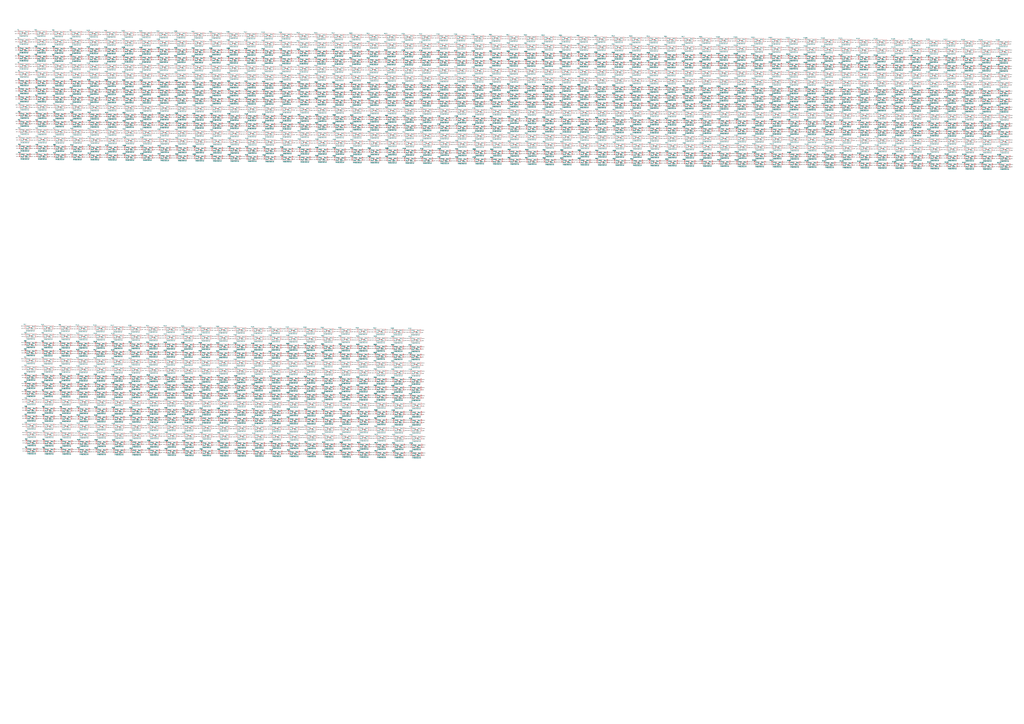
<source format=kicad_sch>
(kicad_sch (version 20230121) (generator eeschema)
  (paper "A0")
  (label "BLUE2-3" (at 387.4652 185.93 180) (effects (font (size 0.4 0.4))))
  (label "COM18" (at 746.0288 56.5191 0) (effects (font (size 0.4 0.4))))
  (label "BLUE4-3" (at 1037.2493 164.1514 180) (effects (font (size 0.4 0.4))))
  (label "BLUE5-14" (at 434.7699 414.5803 180) (effects (font (size 0.4 0.4))))
  (label "COM30" (at 429.8146 509.6352 0) (effects (font (size 0.4 0.4))))
  (label "RED1-13" (at 278.9544 115.5622 0) (effects (font (size 0.4 0.4))))
  (label "RED1-4" (at 96.67 123.2054 0) (effects (font (size 0.4 0.4))))
  (label "COM19" (at 1131.9979 70.3077 0) (effects (font (size 0.4 0.4))))
  (label "BLUE1-4" (at 82.3928 135.2063 180) (effects (font (size 0.4 0.4))))
  (label "GREEN2-15" (at 631.065 185.8947 180) (effects (font (size 0.3 0.3))))
  (label "BLUE1-7" (at 142.541 78.7103 180) (effects (font (size 0.4 0.4))))
  (label "COM22" (at 1132.3288 98.6985 0) (effects (font (size 0.4 0.4))))
  (label "RED3-7" (at 808.0215 187.7828 0) (effects (font (size 0.4 0.4))))
  (label "GREEN4-9" (at 1157.8719 48.7463 180) (effects (font (size 0.4 0.4))))
  (label "COM28" (at 401.4115 148.0783 0) (effects (font (size 0.4 0.4))))
  (label "GREEN1-11" (at 224.0189 86.5132 180) (effects (font (size 0.3 0.3))))
  (label "COM28" (at 787.3489 152.0016 0) (effects (font (size 0.4 0.4))))
  (label "BLUE4-9" (at 1159.2923 184.5562 180) (effects (font (size 0.4 0.4))))
  (label "GREEN2-15" (at 629.9767 71.8155 180) (effects (font (size 0.3 0.3))))
  (label "COM31" (at 625.0041 178.9701 0) (effects (font (size 0.4 0.4))))
  (label "GREEN1-13" (at 263.9198 39.3347 180) (effects (font (size 0.3 0.3))))
  (label "RED4-4" (at 1071.8497 143.1227 0) (effects (font (size 0.4 0.4))))
  (label "BLUE1-8" (at 163.2871 116.8624 180) (effects (font (size 0.4 0.4))))
  (label "RED1-1" (at 34.5984 37.028 0) (effects (font (size 0.4 0.4))))
  (label "GREEN1-16" (at 326.3247 173.2207 180) (effects (font (size 0.3 0.3))))
  (label "BLUE1-7" (at 142.8731 97.901 180) (effects (font (size 0.4 0.4))))
  (label "GREEN4-14" (at 110.1055 456.135 180) (effects (font (size 0.3 0.3))))
  (label "RED1-4" (at 95.9138 47.1759 0) (effects (font (size 0.4 0.4))))
  (label "GREEN3-11" (at 874.5592 159.8141 180) (effects (font (size 0.3 0.3))))
  (label "BLUE3-4" (at 732.8387 170.4003 180) (effects (font (size 0.4 0.4))))
  (label "BLUE2-14" (at 610.3936 159.5814 180) (effects (font (size 0.4 0.4))))
  (label "GREEN3-16" (at 975.7755 122.7835 180) (effects (font (size 0.3 0.3))))
  (label "RED4-15" (at 144.2991 390.1068 0) (effects (font (size 0.4 0.4))))
  (label "RED2-7" (at 482.2138 108.4053 0) (effects (font (size 0.4 0.4))))
  (label "COM26" (at 1153.0749 136.8506 0) (effects (font (size 0.4 0.4))))
  (label "BLUE5-10" (at 354.633 518.4216 180) (effects (font (size 0.4 0.4))))
  (label "COM23" (at 319.5249 99.7569 0) (effects (font (size 0.4 0.4))))
  (label "COM22" (at 205.7806 431.2733 0) (effects (font (size 0.4 0.4))))
  (label "GREEN5-5" (at 252.0745 410.2101 180) (effects (font (size 0.4 0.4))))
  (label "RED5-14" (at 449.0483 393.1883 0) (effects (font (size 0.4 0.4))))
  (label "RED2-14" (at 624.6708 147.7715 0) (effects (font (size 0.4 0.4))))
  (label "RED4-4" (at 1071.8485 133.4638 0) (effects (font (size 0.4 0.4))))
  (label "RED4-1" (at 1010.8652 142.5066 0) (effects (font (size 0.4 0.4))))
  (label "RED4-15" (at 143.9682 380.575 0) (effects (font (size 0.4 0.4))))
  (label "COM28" (at 1010.864 154.4377 0) (effects (font (size 0.4 0.4))))
  (label "RED3-9" (at 848.5072 178.759 0) (effects (font (size 0.4 0.4))))
  (label "RED1-7" (at 156.4873 38.3186 0) (effects (font (size 0.4 0.4))))
  (label "RED3-1" (at 685.8005 129.3925 0) (effects (font (size 0.4 0.4))))
  (label "RED5-2" (at 206.2047 466.7131 0) (effects (font (size 0.4 0.4))))
  (label "RED2-10" (at 543.7765 184.9744 0) (effects (font (size 0.4 0.4))))
  (label "BLUE5-13" (at 415.2041 490.4375 180) (effects (font (size 0.4 0.4))))
  (label "COM21" (at 278.5303 80.1224 0) (effects (font (size 0.4 0.4))))
  (label "COM21" (at 1152.3199 89.339 0) (effects (font (size 0.4 0.4))))
  (label "RED1-11" (at 237.9652 67.7115 0) (effects (font (size 0.4 0.4))))
  (label "BLUE4-11" (at 48.7943 410.652 180) (effects (font (size 0.4 0.4))))
  (label "COM30" (at 665.6654 169.755 0) (effects (font (size 0.4 0.4))))
  (label "COM17" (at 481.5508 44.3138 0) (effects (font (size 0.4 0.4))))
  (label "COM25" (at 1132.422 127.1465 0) (effects (font (size 0.4 0.4))))
  (label "RED2-10" (at 543.7765 165.9244 0) (effects (font (size 0.4 0.4))))
  (label "BLUE1-5" (at 102.3026 116.2463 180) (effects (font (size 0.4 0.4))))
  (label "GREEN5-13" (at 414.4491 421.3359 180) (effects (font (size 0.3 0.3))))
  (label "RED1-6" (at 137.566 180.7081 0) (effects (font (size 0.4 0.4))))
  (label "BLUE5-12" (at 394.5393 442.8359 180) (effects (font (size 0.4 0.4))))
  (label "GREEN3-1" (at 670.7671 81.6829 180) (effects (font (size 0.4 0.4))))
  (label "RED5-2" (at 206.5368 504.7628 0) (effects (font (size 0.4 0.4))))
  (label "GREEN2-13" (at 590.0716 138.0101 180) (effects (font (size 0.3 0.3))))
  (label "RED5-4" (at 246.4431 429.1771 0) (effects (font (size 0.4 0.4))))
  (label "GREEN5-3" (at 212.5989 523.8863 180) (effects (font (size 0.4 0.4))))
  (label "BLUE5-16" (at 476.1898 500.5215 180) (effects (font (size 0.4 0.4))))
  (label "COM28" (at 368.5781 489.961 0) (effects (font (size 0.4 0.4))))
  (label "RED5-15" (at 469.39 403.1187 0) (effects (font (size 0.4 0.4))))
  (label "COM28" (at 1173.2374 156.0956 0) (effects (font (size 0.4 0.4))))
  (label "GREEN1-6" (at 122.2005 57.0398 180) (effects (font (size 0.4 0.4))))
  (label "BLUE1-11" (at 224.4442 136.6919 180) (effects (font (size 0.4 0.4))))
  (label "COM25" (at 868.165 124.2309 0) (effects (font (size 0.4 0.4))))
  (label "COM21" (at 367.8231 423.3994 0) (effects (font (size 0.4 0.4))))
  (label "COM26" (at 665.3333 131.7053 0) (effects (font (size 0.4 0.4))))
  (label "COM29" (at 888.8376 162.5521 0) (effects (font (size 0.4 0.4))))
  (label "BLUE2-6" (at 448.019 148.4556 180) (effects (font (size 0.4 0.4))))
  (label "GREEN4-16" (at 150.0118 380.5493 180) (effects (font (size 0.3 0.3))))
  (label "COM17" (at 54.9204 39.7403 0) (effects (font (size 0.4 0.4))))
  (label "BLUE2-4" (at 406.7001 62.632 180) (effects (font (size 0.4 0.4))))
  (label "COM31" (at 320.2811 175.7864 0) (effects (font (size 0.4 0.4))))
  (label "COM28" (at 1031.186 154.61 0) (effects (font (size 0.4 0.4))))
  (label "BLUE3-9" (at 833.8967 161.9103 180) (effects (font (size 0.4 0.4))))
  (label "COM19" (at 766.2719 66.4087 0) (effects (font (size 0.4 0.4))))
  (label "COM21" (at 400.6565 81.5167 0) (effects (font (size 0.4 0.4))))
  (label "COM25" (at 1010.5331 125.8559 0) (effects (font (size 0.4 0.4))))
  (label "GREEN5-7" (at 293.4932 486.6834 180) (effects (font (size 0.4 0.4))))
  (label "GREEN3-13" (at 915.1219 131.6992 180) (effects (font (size 0.3 0.3))))
  (label "GREEN5-11" (at 374.6402 468.4445 180) (effects (font (size 0.3 0.3))))
  (label "RED2-10" (at 543.0203 108.9449 0) (effects (font (size 0.4 0.4))))
  (label "BLUE4-4" (at 1057.9022 192.9055 180) (effects (font (size 0.4 0.4))))
  (label "BLUE2-2" (at 366.0376 62.1882 180) (effects (font (size 0.4 0.4))))
  (label "RED5-11" (at 388.5877 459.1107 0) (effects (font (size 0.4 0.4))))
  (label "COM31" (at 125.0481 516.1134 0) (effects (font (size 0.4 0.4))))
  (label "BLUE5-9" (at 333.5536 432.5609 180) (effects (font (size 0.4 0.4))))
  (label "RED1-3" (at 76.348 123.0331 0) (effects (font (size 0.4 0.4))))
  (label "RED3-12" (at 908.4034 65.2959 0) (effects (font (size 0.4 0.4))))
  (label "GREEN2-15" (at 631.0662 176.5036 180) (effects (font (size 0.3 0.3))))
  (label "GREEN5-12" (at 395.2955 516.3254 180) (effects (font (size 0.3 0.3))))
  (label "GREEN3-7" (at 793.7443 178.1937 180) (effects (font (size 0.4 0.4))))
  (label "BLUE3-4" (at 732.0825 113.4208 180) (effects (font (size 0.4 0.4))))
  (label "GREEN2-11" (at 549.0824 89.9684 180) (effects (font (size 0.3 0.3))))
  (label "RED1-13" (at 278.5303 77.5824 0) (effects (font (size 0.4 0.4))))
  (label "COM31" (at 828.3447 181.104 0) (effects (font (size 0.4 0.4))))
  (label "GREEN5-12" (at 395.2943 525.7165 180) (effects (font (size 0.3 0.3))))
  (label "GREEN5-2" (at 192.2596 514.2237 180) (effects (font (size 0.4 0.4))))
  (label "RED2-3" (at 400.9886 98.1674 0) (effects (font (size 0.4 0.4))))
  (label "COM22" (at 1152.6508 98.8708 0) (effects (font (size 0.4 0.4))))
  (label "COM32" (at 808.0215 190.3228 0) (effects (font (size 0.4 0.4))))
  (label "GREEN3-3" (at 711.4284 72.6588 180) (effects (font (size 0.4 0.4))))
  (label "BLUE3-12" (at 894.4571 105.6876 180) (effects (font (size 0.4 0.4))))
  (label "BLUE1-4" (at 81.9675 106.6176 180) (effects (font (size 0.4 0.4))))
  (label "GREEN3-2" (at 692.1762 186.4665 180) (effects (font (size 0.4 0.4))))
  (label "RED4-2" (at 1031.5181 190.1197 0) (effects (font (size 0.4 0.4))))
  (label "COM32" (at 767.359 189.879 0) (effects (font (size 0.4 0.4))))
  (label "BLUE3-8" (at 814.0663 180.906 180) (effects (font (size 0.4 0.4))))
  (label "GREEN2-13" (at 589.3154 61.9806 180) (effects (font (size 0.3 0.3))))
  (label "BLUE3-5" (at 753.0818 180.2899 180) (effects (font (size 0.4 0.4))))
  (label "RED3-2" (at 706.1225 129.5648 0) (effects (font (size 0.4 0.4))))
  (label "BLUE2-9" (at 508.4199 111.1146 180) (effects (font (size 0.4 0.4))))
  (label "COM18" (at 469.3888 395.9998 0) (effects (font (size 0.4 0.4))))
  (label "RED1-14" (at 298.8523 58.8957 0) (effects (font (size 0.4 0.4))))
  (label "GREEN5-4" (at 232.59 476.6178 180) (effects (font (size 0.4 0.4))))
  (label "BLUE2-6" (at 448.019 129.4056 180) (effects (font (size 0.4 0.4))))
  (label "GREEN1-12" (at 244.0088 48.6358 180) (effects (font (size 0.3 0.3))))
  (label "GREEN3-9" (at 833.8955 130.8524 180) (effects (font (size 0.4 0.4))))
  (label "RED5-12" (at 409.5727 525.9145 0) (effects (font (size 0.4 0.4))))
  (label "GREEN3-15" (at 956.1165 189.2427 180) (effects (font (size 0.3 0.3))))
  (label "COM23" (at 429.0596 443.2646 0) (effects (font (size 0.4 0.4))))
  (label "BLUE5-3" (at 212.268 478.9855 180) (effects (font (size 0.4 0.4))))
  (label "GREEN5-1" (at 171.6055 494.8607 180) (effects (font (size 0.4 0.4))))
  (label "COM22" (at 238.2973 89.2512 0) (effects (font (size 0.4 0.4))))
  (label "COM27" (at 584.1081 140.5174 0) (effects (font (size 0.4 0.4))))
  (label "BLUE3-15" (at 955.7844 134.683 180) (effects (font (size 0.4 0.4))))
  (label "COM31" (at 422.0668 176.9092 0) (effects (font (size 0.4 0.4))))
  (label "BLUE5-5" (at 252.0745 412.7501 180) (effects (font (size 0.4 0.4))))
  (label "GREEN2-13" (at 590.0704 147.4012 180) (effects (font (size 0.3 0.3))))
  (label "BLUE2-3" (at 387.1343 138.4892 180) (effects (font (size 0.4 0.4))))
  (label "GREEN3-9" (at 833.1393 54.8229 180) (effects (font (size 0.4 0.4))))
  (label "GREEN4-15" (at 130.0219 418.4267 180) (effects (font (size 0.3 0.3))))
  (label "COM27" (at 563.7861 140.3451 0) (effects (font (size 0.4 0.4))))
  (label "GREEN4-6" (at 1097.379 67.2982 180) (effects (font (size 0.4 0.4))))
  (label "BLUE2-8" (at 488.6815 129.8494 180) (effects (font (size 0.4 0.4))))
  (label "BLUE3-4" (at 732.5066 151.4006 180) (effects (font (size 0.4 0.4))))
  (label "COM26" (at 1112.4124 136.4068 0) (effects (font (size 0.4 0.4))))
  (label "COM20" (at 217.6247 69.98 0) (effects (font (size 0.4 0.4))))
  (label "COM30" (at 299.9394 165.856 0) (effects (font (size 0.4 0.4))))
  (label "COM27" (at 218.3821 136.6184 0) (effects (font (size 0.4 0.4))))
  (label "BLUE5-1" (at 170.8493 402.5122 180) (effects (font (size 0.4 0.4))))
  (label "RED1-6" (at 137.566 161.6581 0) (effects (font (size 0.4 0.4))))
  (label "BLUE4-15" (at 130.7769 487.5283 180) (effects (font (size 0.4 0.4))))
  (label "COM21" (at 1071.0935 88.4922 0) (effects (font (size 0.4 0.4))))
  (label "BLUE3-11" (at 874.5592 162.3541 180) (effects (font (size 0.4 0.4))))
  (label "COM26" (at 360.749 128.5845 0) (effects (font (size 0.4 0.4))))
  (label "BLUE3-16" (at 975.3502 77.8758 180) (effects (font (size 0.4 0.4))))
  (label "GREEN3-9" (at 833.1405 83.3408 180) (effects (font (size 0.4 0.4))))
  (label "RED2-2" (at 380.7401 116.685 0) (effects (font (size 0.4 0.4))))
  (label "RED1-6" (at 136.1468 38.0471 0) (effects (font (size 0.4 0.4))))
  (label "COM21" (at 1111.6574 88.8952 0) (effects (font (size 0.4 0.4))))
  (label "RED4-4" (at 1070.7614 47.9025 0) (effects (font (size 0.4 0.4))))
  (label "GREEN1-9" (at 183.7805 143.0992 180) (effects (font (size 0.4 0.4))))
  (label "GREEN2-9" (at 508.844 146.5544 180) (effects (font (size 0.4 0.4))))
  (label "RED1-16" (at 340.6019 182.8098 0) (effects (font (size 0.4 0.4))))
  (label "GREEN5-6" (at 272.7298 439.041 180) (effects (font (size 0.4 0.4))))
  (label "GREEN3-4" (at 732.5078 139.4695 180) (effects (font (size 0.4 0.4))))
  (label "RED4-11" (at 64.1622 512.9981 0) (effects (font (size 0.4 0.4))))
  (label "GREEN2-6" (at 448.3523 174.5742 180) (effects (font (size 0.4 0.4))))
  (label "COM32" (at 564.117 187.7859 0) (effects (font (size 0.4 0.4))))
  (label "BLUE3-15" (at 956.1165 191.7827 180) (effects (font (size 0.4 0.4))))
  (label "BLUE4-2" (at 1016.4847 107.0411 180) (effects (font (size 0.4 0.4))))
  (label "GREEN2-16" (at 651.0549 128.9673 180) (effects (font (size 0.3 0.3))))
  (label "RED3-10" (at 867.7397 74.2432 0) (effects (font (size 0.4 0.4))))
  (label "COM25" (at 238.3905 117.6992 0) (effects (font (size 0.4 0.4))))
  (label "GREEN1-10" (at 203.0154 38.6602 180) (effects (font (size 0.4 0.4))))
  (label "RED5-16" (at 489.3799 384.1003 0) (effects (font (size 0.4 0.4))))
  (label "RED5-12" (at 409.2406 487.8648 0) (effects (font (size 0.4 0.4))))
  (label "COM23" (at 441.5525 101.1104 0) (effects (font (size 0.4 0.4))))
  (label "COM17" (at 185.4586 450.151 0) (effects (font (size 0.4 0.4))))
  (label "GREEN5-10" (at 353.5447 401.8024 180) (effects (font (size 0.4 0.4))))
  (label "GREEN1-4" (at 82.7249 170.716 180) (effects (font (size 0.4 0.4))))
  (label "BLUE4-12" (at 69.1163 391.7743 180) (effects (font (size 0.4 0.4))))
  (label "COM25" (at 360.4181 119.0527 0) (effects (font (size 0.4 0.4))))
  (label "RED3-13" (at 928.9762 93.9174 0) (effects (font (size 0.4 0.4))))
  (label "COM30" (at 1011.1961 173.4374 0) (effects (font (size 0.4 0.4))))
  (label "GREEN5-12" (at 394.9622 487.6668 180) (effects (font (size 0.3 0.3))))
  (label "GREEN2-8" (at 488.6827 155.8273 180) (effects (font (size 0.4 0.4))))
  (label "COM18" (at 266.3529 393.8981 0) (effects (font (size 0.4 0.4))))
  (label "COM22" (at 664.9092 93.7255 0) (effects (font (size 0.4 0.4))))
  (label "BLUE2-3" (at 387.1331 147.8803 180) (effects (font (size 0.4 0.4))))
  (label "GREEN2-9" (at 508.5131 117.9726 180) (effects (font (size 0.4 0.4))))
  (label "GREEN2-1" (at 346.4718 135.5054 180) (effects (font (size 0.4 0.4))))
  (label "BLUE2-4" (at 406.6989 52.9731 180) (effects (font (size 0.4 0.4))))
  (label "COM29" (at 319.949 156.5957 0) (effects (font (size 0.4 0.4))))
  (label "BLUE1-6" (at 122.2005 59.5798 180) (effects (font (size 0.4 0.4))))
  (label "GREEN2-7" (at 467.2724 41.5758 180) (effects (font (size 0.4 0.4))))
  (label "COM19" (at 522.3674 63.8718 0) (effects (font (size 0.4 0.4))))
  (label "BLUE2-2" (at 365.7055 42.9975 180) (effects (font (size 0.4 0.4))))
  (label "BLUE4-6" (at 1097.3778 79.2293 180) (effects (font (size 0.4 0.4))))
  (label "COM28" (at 206.2047 488.3031 0) (effects (font (size 0.4 0.4))))
  (label "RED5-2" (at 205.4485 409.7336 0) (effects (font (size 0.4 0.4))))
  (label "COM27" (at 340.271 137.909 0) (effects (font (size 0.4 0.4))))
  (label "GREEN2-6" (at 447.264 79.354 180) (effects (font (size 0.4 0.4))))
  (label "GREEN1-4" (at 81.6354 66.0279 180) (effects (font (size 0.4 0.4))))
  (label "GREEN4-2" (at 1016.1514 75.8425 180) (effects (font (size 0.4 0.4))))
  (label "RED2-1" (at 359.994 78.5329 0) (effects (font (size 0.4 0.4))))
  (label "BLUE5-14" (at 434.7711 424.0482 180) (effects (font (size 0.4 0.4))))
  (label "COM29" (at 970.064 163.3989 0) (effects (font (size 0.4 0.4))))
  (label "BLUE1-2" (at 40.9741 58.733 180) (effects (font (size 0.4 0.4))))
  (label "BLUE3-9" (at 834.2288 181.101 180) (effects (font (size 0.4 0.4))))
  (label "GREEN3-8" (at 813.7342 159.1753 180) (effects (font (size 0.4 0.4))))
  (label "RED4-16" (at 165.7106 514.0172 0) (effects (font (size 0.4 0.4))))
  (label "COM21" (at 1172.4824 89.534 0) (effects (font (size 0.4 0.4))))
  (label "RED4-6" (at 1111.9895 105.5459 0) (effects (font (size 0.4 0.4))))
  (label "RED1-16" (at 340.6031 173.4187 0) (effects (font (size 0.4 0.4))))
  (label "COM25" (at 522.7915 120.7106 0) (effects (font (size 0.4 0.4))))
  (label "GREEN4-10" (at 29.5421 502.8697 180) (effects (font (size 0.4 0.4))))
  (label "BLUE2-3" (at 387.1331 128.8303 180) (effects (font (size 0.4 0.4))))
  (label "COM19" (at 542.6894 64.0441 0) (effects (font (size 0.4 0.4))))
  (label "BLUE3-10" (at 853.7946 105.2438 180) (effects (font (size 0.4 0.4))))
  (label "COM29" (at 226.5464 498.0425 0) (effects (font (size 0.4 0.4))))
  (label "GREEN2-9" (at 508.089 61.1338 180) (effects (font (size 0.4 0.4))))
  (label "COM22" (at 888.4123 96.0544 0) (effects (font (size 0.4 0.4))))
  (label "BLUE1-6" (at 121.8684 40.3891 180) (effects (font (size 0.4 0.4))))
  (label "COM31" (at 482.9712 177.5837 0) (effects (font (size 0.4 0.4))))
  (label "GREEN3-4" (at 732.1757 120.2788 180) (effects (font (size 0.4 0.4))))
  (label "COM19" (at 806.9344 66.8525 0) (effects (font (size 0.4 0.4))))
  (label "GREEN1-14" (at 284.5727 68.0888 180) (effects (font (size 0.3 0.3))))
  (label "GREEN5-6" (at 272.7286 429.3821 180) (effects (font (size 0.4 0.4))))
  (label "RED5-16" (at 490.467 488.7116 0) (effects (font (size 0.4 0.4))))
  (label "BLUE1-13" (at 264.2507 70.4565 180) (effects (font (size 0.4 0.4))))
  (label "RED5-10" (at 367.8219 411.3915 0) (effects (font (size 0.4 0.4))))
  (label "RED2-7" (at 481.8817 51.3056 0) (effects (font (size 0.4 0.4))))
  (label "COM25" (at 969.7319 125.3492 0) (effects (font (size 0.4 0.4))))
  (label "COM25" (at 929.0694 124.9054 0) (effects (font (size 0.4 0.4))))
  (label "COM23" (at 124.2919 440.0839 0) (effects (font (size 0.4 0.4))))
  (label "RED1-5" (at 115.8248 37.8748 0) (effects (font (size 0.4 0.4))))
  (label "GREEN1-9" (at 184.1138 171.7578 180) (effects (font (size 0.4 0.4))))
  (label "RED2-5" (at 441.9754 145.9413 0) (effects (font (size 0.4 0.4))))
  (label "RED4-13" (at 104.7261 513.4011 0) (effects (font (size 0.4 0.4))))
  (label "COM31" (at 97.0033 173.454 0) (effects (font (size 0.4 0.4))))
  (label "BLUE4-8" (at 1138.0403 79.6731 180) (effects (font (size 0.4 0.4))))
  (label "RED3-9" (at 848.1751 159.5683 0) (effects (font (size 0.4 0.4))))
  (label "BLUE3-16" (at 975.6823 115.9255 180) (effects (font (size 0.4 0.4))))
  (label "GREEN4-15" (at 130.3528 427.9585 180) (effects (font (size 0.3 0.3))))
  (label "RED4-2" (at 1030.7631 104.6991 0) (effects (font (size 0.4 0.4))))
  (label "RED4-10" (at 43.0643 427.0382 0) (effects (font (size 0.4 0.4))))
  (label "RED1-14" (at 298.8511 68.2868 0) (effects (font (size 0.4 0.4))))
  (label "RED3-11" (at 888.4123 112.5644 0) (effects (font (size 0.4 0.4))))
  (label "RED2-6" (at 461.2103 41.5023 0) (effects (font (size 0.4 0.4))))
  (label "RED4-12" (at 84.1521 475.1207 0) (effects (font (size 0.4 0.4))))
  (label "RED3-7" (at 806.6023 45.1218 0) (effects (font (size 0.4 0.4))))
  (label "GREEN4-7" (at 1118.8066 171.99 180) (effects (font (size 0.4 0.4))))
  (label "COM17" (at 603.2617 45.5279 0) (effects (font (size 0.4 0.4))))
  (label "COM30" (at 747.1171 170.5983 0) (effects (font (size 0.4 0.4))))
  (label "COM24" (at 246.4431 450.7671 0) (effects (font (size 0.4 0.4))))
  (label "GREEN4-4" (at 1057.2392 123.734 180) (effects (font (size 0.4 0.4))))
  (label "RED3-6" (at 787.3501 140.0705 0) (effects (font (size 0.4 0.4))))
  (label "BLUE4-8" (at 1139.1286 193.7523 180) (effects (font (size 0.4 0.4))))
  (label "GREEN4-5" (at 1077.057 85.9849 180) (effects (font (size 0.4 0.4))))
  (label "COM21" (at 225.7902 422.013 0) (effects (font (size 0.4 0.4))))
  (label "COM24" (at 75.9239 106.6433 0) (effects (font (size 0.4 0.4))))
  (label "COM26" (at 909.1584 134.2065 0) (effects (font (size 0.4 0.4))))
  (label "BLUE1-9" (at 183.7817 136.2481 180) (effects (font (size 0.4 0.4))))
  (label "RED2-5" (at 441.2192 69.9118 0) (effects (font (size 0.4 0.4))))
  (label "GREEN2-4" (at 407.7872 164.5123 180) (effects (font (size 0.4 0.4))))
  (label "COM24" (at 786.9248 114.0218 0) (effects (font (size 0.4 0.4))))
  (label "BLUE4-11" (at 49.5517 477.2904 180) (effects (font (size 0.4 0.4))))
  (label "GREEN2-6" (at 448.019 126.8656 180) (effects (font (size 0.4 0.4))))
  (label "COM28" (at 523.1224 149.2924 0) (effects (font (size 0.4 0.4))))
  (label "RED3-1" (at 686.1326 186.4922 0) (effects (font (size 0.4 0.4))))
  (label "BLUE1-3" (at 61.7387 115.8433 180) (effects (font (size 0.4 0.4))))
  (label "BLUE5-5" (at 252.4066 450.7998 180) (effects (font (size 0.4 0.4))))
  (label "RED2-5" (at 441.5513 88.9115 0) (effects (font (size 0.4 0.4))))
  (label "BLUE5-8" (at 313.059 394.3162 180) (effects (font (size 0.4 0.4))))
  (label "BLUE3-12" (at 894.1238 57.979 180) (effects (font (size 0.4 0.4))))
  (label "RED1-3" (at 76.0171 113.5013 0) (effects (font (size 0.4 0.4))))
  (label "COM24" (at 408.8165 452.425 0) (effects (font (size 0.4 0.4))))
  (label "RED5-16" (at 490.0441 441.3407 0) (effects (font (size 0.4 0.4))))
  (label "RED5-1" (at 184.7956 380.9795 0) (effects (font (size 0.4 0.4))))
  (label "COM31" (at 462.6307 177.3122 0) (effects (font (size 0.4 0.4))))
  (label "BLUE2-8" (at 488.6827 139.5083 180) (effects (font (size 0.4 0.4))))
  (label "BLUE1-11" (at 223.688 60.6624 180) (effects (font (size 0.4 0.4))))
  (label "BLUE1-3" (at 62.0708 153.893 180) (effects (font (size 0.4 0.4))))
  (label "BLUE3-11" (at 874.1339 114.9064 180) (effects (font (size 0.4 0.4))))
  (label "COM26" (at 206.2047 469.2531 0) (effects (font (size 0.4 0.4))))
  (label "COM24" (at 949.2982 115.6797 0) (effects (font (size 0.4 0.4))))
  (label "COM30" (at 584.439 168.9082 0) (effects (font (size 0.4 0.4))))
  (label "BLUE2-1" (at 346.4706 147.4365 180) (effects (font (size 0.4 0.4))))
  (label "RED1-3" (at 75.593 56.6625 0) (effects (font (size 0.4 0.4))))
  (label "BLUE3-2" (at 691.0879 74.9273 180) (effects (font (size 0.4 0.4))))
  (label "RED4-10" (at 43.8205 503.0677 0) (effects (font (size 0.4 0.4))))
  (label "COM27" (at 388.9198 480.8414 0) (effects (font (size 0.4 0.4))))
  (label "COM20" (at 603.5926 74.1097 0) (effects (font (size 0.4 0.4))))
  (label "GREEN2-13" (at 589.6475 100.0303 180) (effects (font (size 0.3 0.3))))
  (label "RED5-3" (at 226.5452 486.0346 0) (effects (font (size 0.4 0.4))))
  (label "BLUE4-11" (at 48.7955 420.1199 180) (effects (font (size 0.4 0.4))))
  (label "GREEN4-15" (at 130.0207 408.9588 180) (effects (font (size 0.3 0.3))))
  (label "BLUE1-6" (at 122.5314 87.9706 180) (effects (font (size 0.4 0.4))))
  (label "BLUE2-13" (at 589.6463 92.9114 180) (effects (font (size 0.4 0.4))))
  (label "RED1-5" (at 116.1569 57.0655 0) (effects (font (size 0.4 0.4))))
  (label "GREEN4-9" (at 1159.2911 191.4073 180) (effects (font (size 0.4 0.4))))
  (label "BLUE2-16" (at 651.0549 150.5573 180) (effects (font (size 0.4 0.4))))
  (label "COM17" (at 562.6978 45.1249 0) (effects (font (size 0.4 0.4))))
  (label "GREEN2-3" (at 386.709 88.3105 180) (effects (font (size 0.4 0.4))))
  (label "COM23" (at 55.5846 96.9807 0) (effects (font (size 0.4 0.4))))
  (label "COM26" (at 990.3848 135.0533 0) (effects (font (size 0.4 0.4))))
  (label "GREEN5-7" (at 292.737 410.6539 180) (effects (font (size 0.4 0.4))))
  (label "RED5-6" (at 286.344 381.9986 0) (effects (font (size 0.4 0.4))))
  (label "BLUE2-8" (at 487.9253 72.8699 180) (effects (font (size 0.4 0.4))))
  (label "GREEN3-9" (at 834.2288 178.561 180) (effects (font (size 0.4 0.4))))
  (label "COM22" (at 226.1211 431.5448 0) (effects (font (size 0.4 0.4))))
  (label "RED5-7" (at 307.4407 458.2996 0) (effects (font (size 0.4 0.4))))
  (label "COM25" (at 726.1321 122.8445 0) (effects (font (size 0.4 0.4))))
  (label "GREEN3-15" (at 955.7844 132.143 180) (effects (font (size 0.3 0.3))))
  (label "BLUE2-15" (at 630.3088 93.3552 180) (effects (font (size 0.4 0.4))))
  (label "BLUE3-5" (at 752.7497 161.0992 180) (effects (font (size 0.4 0.4))))
  (label "RED1-11" (at 238.7214 124.691 0) (effects (font (size 0.4 0.4))))
  (label "BLUE3-1" (at 671.8542 188.8342 180) (effects (font (size 0.4 0.4))))
  (label "BLUE5-8" (at 314.1473 527.4454 180) (effects (font (size 0.4 0.4))))
  (label "COM23" (at 502.537 101.7265 0) (effects (font (size 0.4 0.4))))
  (label "BLUE5-6" (at 272.0656 384.3406 180) (effects (font (size 0.4 0.4))))
  (label "RED5-3" (at 226.2143 457.4528 0) (effects (font (size 0.4 0.4))))
  (label "RED5-4" (at 246.111 410.1774 0) (effects (font (size 0.4 0.4))))
  (label "BLUE5-11" (at 373.884 414.005 180) (effects (font (size 0.4 0.4))))
  (label "BLUE2-11" (at 549.8398 178.1968 180) (effects (font (size 0.4 0.4))))
  (label "COM23" (at 307.3487 442.0505 0) (effects (font (size 0.4 0.4))))
  (label "RED2-13" (at 603.9259 100.2283 0) (effects (font (size 0.4 0.4))))
  (label "BLUE2-14" (at 609.9695 102.7426 180) (effects (font (size 0.4 0.4))))
  (label "RED4-16" (at 164.9532 447.3788 0) (effects (font (size 0.4 0.4))))
  (label "GREEN3-4" (at 732.0837 101.4897 180) (effects (font (size 0.4 0.4))))
  (label "RED5-5" (at 266.3529 391.3581 0) (effects (font (size 0.4 0.4))))
  (label "RED3-12" (at 909.1584 131.6665 0) (effects (font (size 0.4 0.4))))
  (label "GREEN4-16" (at 151.1001 494.6285 180) (effects (font (size 0.3 0.3))))
  (label "BLUE4-10" (at 29.5421 505.4097 180) (effects (font (size 0.4 0.4))))
  (label "BLUE4-11" (at 49.5505 467.6315 180) (effects (font (size 0.4 0.4))))
  (label "BLUE3-9" (at 833.1393 57.3629 180) (effects (font (size 0.4 0.4))))
  (label "BLUE1-7" (at 142.8719 107.2921 180) (effects (font (size 0.4 0.4))))
  (label "RED4-9" (at 1172.4812 58.4761 0) (effects (font (size 0.4 0.4))))
  (label "COM18" (at 847.4177 57.5609 0) (effects (font (size 0.4 0.4))))
  (label "COM29" (at 348.2573 499.2566 0) (effects (font (size 0.4 0.4))))
  (label "BLUE5-4" (at 231.8338 403.1283 180) (effects (font (size 0.4 0.4))))
  (label "BLUE2-13" (at 589.7395 121.3594 180) (effects (font (size 0.4 0.4))))
  (label "BLUE4-5" (at 1077.3879 98.0567 180) (effects (font (size 0.4 0.4))))
  (label "BLUE4-3" (at 1037.2481 154.6835 180) (effects (font (size 0.4 0.4))))
  (label "GREEN5-1" (at 171.1814 438.0219 180) (effects (font (size 0.4 0.4))))
  (label "GREEN3-14" (at 935.776 169.9212 180) (effects (font (size 0.3 0.3))))
  (label "BLUE1-15" (at 305.3385 118.348 180) (effects (font (size 0.4 0.4))))
  (label "BLUE4-5" (at 1078.1453 183.7451 180) (effects (font (size 0.4 0.4))))
  (label "COM18" (at 705.3663 56.0753 0) (effects (font (size 0.4 0.4))))
  (label "GREEN4-8" (at 1138.7977 162.6305 180) (effects (font (size 0.4 0.4))))
  (label "RED4-13" (at 104.0619 456.1607 0) (effects (font (size 0.4 0.4))))
  (label "RED4-2" (at 1030.4298 56.9905 0) (effects (font (size 0.4 0.4))))
  (label "GREEN5-12" (at 394.5381 430.637 180) (effects (font (size 0.3 0.3))))
  (label "RED4-11" (at 63.498 455.7577 0) (effects (font (size 0.4 0.4))))
  (label "COM18" (at 481.8817 53.8456 0) (effects (font (size 0.4 0.4))))
  (label "BLUE3-3" (at 711.7605 113.2485 180) (effects (font (size 0.4 0.4))))
  (label "GREEN3-4" (at 731.4195 44.2493 180) (effects (font (size 0.4 0.4))))
  (label "GREEN1-4" (at 82.7237 161.0571 180) (effects (font (size 0.4 0.4))))
  (label "RED5-2" (at 206.2059 495.231 0) (effects (font (size 0.4 0.4))))
  (label "RED4-7" (at 1131.9967 77.1588 0) (effects (font (size 0.4 0.4))))
  (label "COM24" (at 205.7806 450.3233 0) (effects (font (size 0.4 0.4))))
  (label "RED1-1" (at 35.2614 84.6095 0) (effects (font (size 0.4 0.4))))
  (label "RED3-3" (at 726.7951 167.886 0) (effects (font (size 0.4 0.4))))
  (label "COM23" (at 868.073 105.4418 0) (effects (font (size 0.4 0.4))))
  (label "COM19" (at 327.3386 404.1731 0) (effects (font (size 0.4 0.4))))
  (label "GREEN5-2" (at 191.1701 390.4856 180) (effects (font (size 0.4 0.4))))
  (label "RED3-13" (at 929.7324 169.9469 0) (effects (font (size 0.4 0.4))))
  (label "COM30" (at 868.828 171.8124 0) (effects (font (size 0.4 0.4))))
  (label "RED5-9" (at 348.5882 525.2984 0) (effects (font (size 0.4 0.4))))
  (label "RED2-15" (at 645.3434 186.0927 0) (effects (font (size 0.4 0.4))))
  (label "COM29" (at 949.7235 163.1274 0) (effects (font (size 0.4 0.4))))
  (label "GREEN2-3" (at 386.3781 78.7787 180) (effects (font (size 0.4 0.4))))
  (label "COM25" (at 441.6445 119.8995 0) (effects (font (size 0.4 0.4))))
  (label "COM32" (at 259.3755 184.503 0) (effects (font (size 0.4 0.4))))
  (label "RED4-13" (at 103.6378 418.1809 0) (effects (font (size 0.4 0.4))))
  (label "RED4-15" (at 144.3003 399.7657 0) (effects (font (size 0.4 0.4))))
  (label "COM24" (at 928.9762 115.5074 0) (effects (font (size 0.4 0.4))))
  (label "RED4-3" (at 1051.5277 142.9504 0) (effects (font (size 0.4 0.4))))
  (label "BLUE1-10" (at 204.4346 183.8612 180) (effects (font (size 0.4 0.4))))
  (label "RED1-16" (at 339.9389 116.1783 0) (effects (font (size 0.4 0.4))))
  (label "BLUE2-1" (at 346.0477 100.0656 180) (effects (font (size 0.4 0.4))))
  (label "BLUE5-16" (at 476.5219 519.7122 180) (effects (font (size 0.4 0.4))))
  (label "COM22" (at 144.6312 430.6965 0) (effects (font (size 0.4 0.4))))
  (label "BLUE4-13" (at 90.4477 515.7431 180) (effects (font (size 0.4 0.4))))
  (label "COM18" (at 205.4485 393.2236 0) (effects (font (size 0.4 0.4))))
  (label "GREEN4-8" (at 1138.7965 134.1126 180) (effects (font (size 0.4 0.4))))
  (label "COM24" (at 287.007 451.1701 0) (effects (font (size 0.4 0.4))))
  (label "GREEN2-1" (at 346.1397 116.3147 180) (effects (font (size 0.4 0.4))))
  (label "GREEN4-16" (at 150.676 437.7897 180) (effects (font (size 0.3 0.3))))
  (label "BLUE3-3" (at 711.8537 122.6465 180) (effects (font (size 0.4 0.4))))
  (label "BLUE1-6" (at 122.1993 49.9209 180) (effects (font (size 0.4 0.4))))
  (label "BLUE1-2" (at 41.7303 134.7625 180) (effects (font (size 0.4 0.4))))
  (label "GREEN3-15" (at 956.1165 170.1927 180) (effects (font (size 0.3 0.3))))
  (label "GREEN2-15" (at 630.31 100.4741 180) (effects (font (size 0.3 0.3))))
  (label "RED2-7" (at 481.8817 70.3556 0) (effects (font (size 0.4 0.4))))
  (label "RED3-8" (at 827.6805 121.3236 0) (effects (font (size 0.4 0.4))))
  (label "BLUE2-13" (at 590.0716 140.5501 180) (effects (font (size 0.4 0.4))))
  (label "COM21" (at 123.9598 420.8932 0) (effects (font (size 0.4 0.4))))
  (label "RED2-15" (at 645.3446 176.7016 0) (effects (font (size 0.4 0.4))))
  (label "RED3-7" (at 806.9332 73.7036 0) (effects (font (size 0.4 0.4))))
  (label "BLUE4-16" (at 151.4322 516.3592 180) (effects (font (size 0.4 0.4))))
  (label "BLUE4-9" (at 1158.204 70.477 180) (effects (font (size 0.4 0.4))))
  (label "COM32" (at 665.6654 188.805 0) (effects (font (size 0.4 0.4))))
  (label "COM31" (at 117.2452 173.6847 0) (effects (font (size 0.4 0.4))))
  (label "BLUE4-3" (at 1037.5802 173.6832 180) (effects (font (size 0.4 0.4))))
  (label "BLUE1-10" (at 203.3463 69.782 180) (effects (font (size 0.4 0.4))))
  (label "RED1-2" (at 55.5834 103.8318 0) (effects (font (size 0.4 0.4))))
  (label "RED3-1" (at 685.3764 91.4127 0) (effects (font (size 0.4 0.4))))
  (label "COM27" (at 104.394 477.8914 0) (effects (font (size 0.4 0.4))))
  (label "RED5-7" (at 308.1049 515.54 0) (effects (font (size 0.4 0.4))))
  (label "COM22" (at 807.2653 95.2433 0) (effects (font (size 0.4 0.4))))
  (label "COM22" (at 103.9687 430.2527 0) (effects (font (size 0.4 0.4))))
  (label "RED5-6" (at 287.7644 515.2685 0) (effects (font (size 0.4 0.4))))
  (label "COM22" (at 83.7268 430.022 0) (effects (font (size 0.4 0.4))))
  (label "RED1-13" (at 279.2853 144.144 0) (effects (font (size 0.4 0.4))))
  (label "COM20" (at 1111.6562 79.4273 0) (effects (font (size 0.4 0.4))))
  (label "GREEN1-7" (at 142.541 57.3113 180) (effects (font (size 0.4 0.4))))
  (label "COM30" (at 767.359 170.829 0) (effects (font (size 0.4 0.4))))
  (label "GREEN5-7" (at 293.4944 477.2923 180) (effects (font (size 0.4 0.4))))
  (label "COM31" (at 990.7181 182.7619 0) (effects (font (size 0.4 0.4))))
  (label "RED3-10" (at 868.0718 112.2929 0) (effects (font (size 0.4 0.4))))
  (label "COM26" (at 259.0434 127.4033 0) (effects (font (size 0.4 0.4))))
  (label "BLUE3-13" (at 914.0348 48.6779 180) (effects (font (size 0.4 0.4))))
  (label "RED5-14" (at 449.8045 469.2178 0) (effects (font (size 0.4 0.4))))
  (label "BLUE2-10" (at 528.411 82.7051 180) (effects (font (size 0.4 0.4))))
  (label "RED3-8" (at 828.3435 187.9551 0) (effects (font (size 0.4 0.4))))
  (label "COM27" (at 665.3345 141.3642 0) (effects (font (size 0.4 0.4))))
  (label "COM32" (at 1092.4225 193.3342 0) (effects (font (size 0.4 0.4))))
  (label "GREEN4-11" (at 49.1264 427.1117 180) (effects (font (size 0.3 0.3))))
  (label "RED2-4" (at 420.6464 41.0993 0) (effects (font (size 0.4 0.4))))
  (label "BLUE2-3" (at 386.8022 119.2985 180) (effects (font (size 0.4 0.4))))
  (label "BLUE5-1" (at 170.5172 383.3215 180) (effects (font (size 0.4 0.4))))
  (label "COM20" (at 806.9332 76.2436 0) (effects (font (size 0.4 0.4))))
  (label "BLUE1-4" (at 82.7249 173.256 180) (effects (font (size 0.4 0.4))))
  (label "BLUE3-3" (at 711.4296 84.6667 180) (effects (font (size 0.4 0.4))))
  (label "COM26" (at 482.6379 129.8751 0) (effects (font (size 0.4 0.4))))
  (label "COM19" (at 185.1277 402.7102 0) (effects (font (size 0.4 0.4))))
  (label "COM28" (at 165.3773 487.8986 0) (effects (font (size 0.4 0.4))))
  (label "RED1-2" (at 55.5846 94.4407 0) (effects (font (size 0.4 0.4))))
  (label "GREEN5-6" (at 273.1539 495.8798 180) (effects (font (size 0.4 0.4))))
  (label "COM31" (at 206.538 516.9617 0) (effects (font (size 0.4 0.4))))
  (label "GREEN5-16" (at 475.8577 459.9318 180) (effects (font (size 0.3 0.3))))
  (label "GREEN2-10" (at 528.4098 51.6472 180) (effects (font (size 0.4 0.4))))
  (label "GREEN3-1" (at 670.7659 72.215 180) (effects (font (size 0.4 0.4))))
  (label "COM24" (at 164.9532 449.9188 0) (effects (font (size 0.4 0.4))))
  (label "GREEN2-2" (at 367.1259 173.7274 180) (effects (font (size 0.4 0.4))))
  (label "COM20" (at 563.0287 73.7067 0) (effects (font (size 0.4 0.4))))
  (label "BLUE2-2" (at 366.4617 119.027 180) (effects (font (size 0.4 0.4))))
  (label "COM27" (at 198.0601 136.4461 0) (effects (font (size 0.4 0.4))))
  (label "RED4-8" (at 1152.744 124.7788 0) (effects (font (size 0.4 0.4))))
  (label "GREEN4-12" (at 69.4484 446.334 180) (effects (font (size 0.3 0.3))))
  (label "BLUE2-10" (at 529.166 149.2667 180) (effects (font (size 0.4 0.4))))
  (label "GREEN2-16" (at 651.0561 157.4852 180) (effects (font (size 0.3 0.3))))
  (label "BLUE5-5" (at 252.8319 479.3885 180) (effects (font (size 0.4 0.4))))
  (label "GREEN2-15" (at 630.402 119.2632 180) (effects (font (size 0.3 0.3))))
  (label "RED3-5" (at 766.2707 73.2598 0) (effects (font (size 0.4 0.4))))
  (label "GREEN4-6" (at 1097.379 86.1572 180) (effects (font (size 0.4 0.4))))
  (label "COM30" (at 36.0176 163.179 0) (effects (font (size 0.4 0.4))))
  (label "COM17" (at 928.3132 48.8759 0) (effects (font (size 0.4 0.4))))
  (label "RED3-10" (at 867.7409 64.8521 0) (effects (font (size 0.4 0.4))))
  (label "COM27" (at 328.0948 480.2026 0) (effects (font (size 0.4 0.4))))
  (label "BLUE1-13" (at 264.2507 51.4065 180) (effects (font (size 0.4 0.4))))
  (label "BLUE4-1" (at 995.8294 59.1602 180) (effects (font (size 0.4 0.4))))
  (label "GREEN3-15" (at 955.0282 75.1635 180) (effects (font (size 0.3 0.3))))
  (label "GREEN5-7" (at 293.8253 524.7331 180) (effects (font (size 0.4 0.4))))
  (label "COM25" (at 177.5655 117.0604 0) (effects (font (size 0.4 0.4))))
  (label "COM25" (at 347.9252 461.2069 0) (effects (font (size 0.4 0.4))))
  (label "BLUE2-15" (at 631.065 188.4347 180) (effects (font (size 0.4 0.4))))
  (label "GREEN4-11" (at 48.7943 389.062 180) (effects (font (size 0.3 0.3))))
  (label "RED1-1" (at 34.9293 65.6098 0) (effects (font (size 0.4 0.4))))
  (label "BLUE1-14" (at 284.5727 70.6288 180) (effects (font (size 0.4 0.4))))
  (label "GREEN3-10" (at 854.5496 169.0744 180) (effects (font (size 0.4 0.4))))
  (label "GREEN3-8" (at 813.4021 121.1256 180) (effects (font (size 0.4 0.4))))
  (label "GREEN2-2" (at 366.4617 116.487 180) (effects (font (size 0.4 0.4))))
  (label "COM22" (at 989.9607 97.0735 0) (effects (font (size 0.4 0.4))))
  (label "RED5-9" (at 347.8332 439.8778 0) (effects (font (size 0.4 0.4))))
  (label "GREEN5-8" (at 313.3923 439.4848 180) (effects (font (size 0.4 0.4))))
  (label "RED3-4" (at 746.785 130.0086 0) (effects (font (size 0.4 0.4))))
  (label "GREEN4-10" (at 28.4538 388.7905 180) (effects (font (size 0.4 0.4))))
  (label "COM32" (at 543.7765 187.5144 0) (effects (font (size 0.4 0.4))))
  (label "COM24" (at 327.6695 451.6139 0) (effects (font (size 0.4 0.4))))
  (label "GREEN2-11" (at 549.5065 127.9482 180) (effects (font (size 0.3 0.3))))
  (label "COM26" (at 238.7214 127.231 0) (effects (font (size 0.4 0.4))))
  (label "COM30" (at 320.2799 166.1275 0) (effects (font (size 0.4 0.4))))
  (label "GREEN1-11" (at 223.688 58.1224 180) (effects (font (size 0.3 0.3))))
  (label "GREEN5-3" (at 211.8427 428.8068 180) (effects (font (size 0.4 0.4))))
  (label "GREEN3-8" (at 814.0651 187.7571 180) (effects (font (size 0.4 0.4))))
  (label "GREEN3-3" (at 712.1858 158.1562 180) (effects (font (size 0.4 0.4))))
  (label "COM27" (at 124.716 478.0637 0) (effects (font (size 0.4 0.4))))
  (label "COM28" (at 198.0589 145.8372 0) (effects (font (size 0.4 0.4))))
  (label "BLUE3-6" (at 772.3155 66.383 180) (effects (font (size 0.4 0.4))))
  (label "COM28" (at 124.7148 487.4548 0) (effects (font (size 0.4 0.4))))
  (label "COM26" (at 523.1224 130.2424 0) (effects (font (size 0.4 0.4))))
  (label "BLUE5-14" (at 435.5261 490.6098 180) (effects (font (size 0.4 0.4))))
  (label "BLUE3-4" (at 732.5078 160.8685 180) (effects (font (size 0.4 0.4))))
  (label "RED3-12" (at 909.1596 141.3254 0) (effects (font (size 0.4 0.4))))
  (label "RED1-1" (at 34.9305 75.0777 0) (effects (font (size 0.4 0.4))))
  (label "GREEN1-13" (at 264.2507 67.9165 180) (effects (font (size 0.3 0.3))))
  (label "BLUE2-16" (at 650.6308 112.5775 180) (effects (font (size 0.4 0.4))))
  (label "GREEN1-16" (at 326.3235 163.5618 180) (effects (font (size 0.3 0.3))))
  (label "BLUE5-7" (at 293.0703 441.8525 180) (effects (font (size 0.4 0.4))))
  (label "RED1-10" (at 218.05 114.8877 0) (effects (font (size 0.4 0.4))))
  (label "COM31" (at 239.0547 174.9396 0) (effects (font (size 0.4 0.4))))
  (label "BLUE5-1" (at 170.8481 411.9033 180) (effects (font (size 0.4 0.4))))
  (label "GREEN3-14" (at 935.0198 93.8917 180) (effects (font (size 0.3 0.3))))
  (label "GREEN2-2" (at 366.7926 126.0188 180) (effects (font (size 0.4 0.4))))
  (label "COM20" (at 705.3663 75.1253 0) (effects (font (size 0.4 0.4))))
  (label "BLUE5-8" (at 313.059 413.3662 180) (effects (font (size 0.4 0.4))))
  (label "BLUE1-12" (at 244.0088 51.1758 180) (effects (font (size 0.4 0.4))))
  (label "GREEN1-6" (at 122.9567 151.9283 180) (effects (font (size 0.4 0.4))))
  (label "COM17" (at 257.9563 41.842 0) (effects (font (size 0.4 0.4))))
  (label "RED4-10" (at 43.4896 493.5359 0) (effects (font (size 0.4 0.4))))
  (label "RED4-6" (at 1111.6574 86.3552 0) (effects (font (size 0.4 0.4))))
  (label "GREEN1-13" (at 265.0069 124.896 180) (effects (font (size 0.3 0.3))))
  (label "RED1-2" (at 56.0087 132.4205 0) (effects (font (size 0.4 0.4))))
  (label "BLUE1-14" (at 284.5727 51.5788 180) (effects (font (size 0.4 0.4))))
  (label "GREEN2-11" (at 548.7503 51.9187 180) (effects (font (size 0.3 0.3))))
  (label "GREEN2-14" (at 610.7245 185.6232 180) (effects (font (size 0.3 0.3))))
  (label "GREEN3-10" (at 853.7934 112.0949 180) (effects (font (size 0.4 0.4))))
  (label "GREEN5-2" (at 191.5022 428.5353 180) (effects (font (size 0.4 0.4))))
  (label "BLUE3-11" (at 874.558 152.8862 180) (effects (font (size 0.4 0.4))))
  (label "COM23" (at 278.8624 99.3131 0) (effects (font (size 0.4 0.4))))
  (label "COM18" (at 420.9773 53.1711 0) (effects (font (size 0.4 0.4))))
  (label "COM27" (at 1153.0761 146.5095 0) (effects (font (size 0.4 0.4))))
  (label "BLUE4-16" (at 150.3427 411.6711 180) (effects (font (size 0.4 0.4))))
  (label "COM27" (at 1010.8652 145.0466 0) (effects (font (size 0.4 0.4))))
  (label "COM19" (at 75.593 59.2025 0) (effects (font (size 0.4 0.4))))
  (label "RED5-3" (at 225.7902 400.614 0) (effects (font (size 0.4 0.4))))
  (label "BLUE5-4" (at 232.2579 459.9671 180) (effects (font (size 0.4 0.4))))
  (label "BLUE2-6" (at 446.9319 43.8443 180) (effects (font (size 0.4 0.4))))
  (label "BLUE2-2" (at 366.7926 147.6088 180) (effects (font (size 0.4 0.4))))
  (label "COM26" (at 462.2974 129.6036 0) (effects (font (size 0.4 0.4))))
  (label "GREEN2-9" (at 508.8452 137.1633 180) (effects (font (size 0.4 0.4))))
  (label "RED5-16" (at 490.8003 517.3702 0) (effects (font (size 0.4 0.4))))
  (label "GREEN1-11" (at 223.688 76.9814 180) (effects (font (size 0.3 0.3))))
  (label "RED5-5" (at 267.4412 505.4373 0) (effects (font (size 0.4 0.4))))
  (label "BLUE3-12" (at 894.8812 143.6674 180) (effects (font (size 0.4 0.4))))
  (label "GREEN2-16" (at 650.2999 62.5967 180) (effects (font (size 0.3 0.3))))
  (label "BLUE3-14" (at 934.6877 58.382 180) (effects (font (size 0.4 0.4))))
  (label "COM24" (at 685.3764 113.0027 0) (effects (font (size 0.4 0.4))))
  (label "GREEN4-2" (at 1016.9088 161.3399 180) (effects (font (size 0.4 0.4))))
  (label "COM18" (at 34.9293 49.0998 0) (effects (font (size 0.4 0.4))))
  (label "GREEN1-5" (at 102.6347 132.897 180) (effects (font (size 0.4 0.4))))
  (label "GREEN4-1" (at 996.1615 113.7199 180) (effects (font (size 0.4 0.4))))
  (label "RED3-13" (at 928.9762 112.9674 0) (effects (font (size 0.4 0.4))))
  (label "RED3-1" (at 685.8017 157.9104 0) (effects (font (size 0.4 0.4))))
  (label "BLUE5-10" (at 353.5435 394.6835 180) (effects (font (size 0.4 0.4))))
  (label "COM22" (at 258.6193 89.4235 0) (effects (font (size 0.4 0.4))))
  (label "RED3-4" (at 746.3609 92.0288 0) (effects (font (size 0.4 0.4))))
  (label "RED4-3" (at 1051.1036 104.9706 0) (effects (font (size 0.4 0.4))))
  (label "BLUE1-3" (at 62.4029 173.0837 180) (effects (font (size 0.4 0.4))))
  (label "GREEN1-9" (at 183.7817 152.5671 180) (effects (font (size 0.4 0.4))))
  (label "COM32" (at 84.483 525.1015 0) (effects (font (size 0.4 0.4))))
  (label "COM29" (at 185.8839 497.5987 0) (effects (font (size 0.4 0.4))))
  (label "COM21" (at 685.0455 84.4209 0) (effects (font (size 0.4 0.4))))
  (label "RED5-4" (at 246.4431 448.2271 0) (effects (font (size 0.4 0.4))))
  (label "GREEN2-8" (at 489.0148 175.018 180) (effects (font (size 0.4 0.4))))
  (label "BLUE4-9" (at 1158.2028 79.8681 180) (effects (font (size 0.4 0.4))))
  (label "GREEN4-6" (at 1098.4661 190.7685 180) (effects (font (size 0.4 0.4))))
  (label "BLUE3-5" (at 751.9923 56.5518 180) (effects (font (size 0.4 0.4))))
  (label "BLUE1-2" (at 40.642 39.5423 180) (effects (font (size 0.4 0.4))))
  (label "COM19" (at 136.4789 59.7778 0) (effects (font (size 0.4 0.4))))
  (label "RED3-14" (at 949.2982 94.0897 0) (effects (font (size 0.4 0.4))))
  (label "RED1-5" (at 117.244 180.5358 0) (effects (font (size 0.4 0.4))))
  (label "BLUE2-1" (at 346.8027 185.4862 180) (effects (font (size 0.4 0.4))))
  (label "RED2-9" (at 523.1224 127.7024 0) (effects (font (size 0.4 0.4))))
  (label "RED5-14" (at 449.0495 421.7062 0) (effects (font (size 0.4 0.4))))
  (label "GREEN3-16" (at 975.0193 46.754 180) (effects (font (size 0.3 0.3))))
  (label "GREEN1-3" (at 61.6467 94.5142 180) (effects (font (size 0.4 0.4))))
  (label "GREEN3-10" (at 853.1304 45.4634 180) (effects (font (size 0.4 0.4))))
  (label "COM22" (at 164.9532 430.8688 0) (effects (font (size 0.4 0.4))))
  (label "GREEN4-3" (at 1036.4931 85.5819 180) (effects (font (size 0.4 0.4))))
  (label "RED2-10" (at 543.1135 118.3429 0) (effects (font (size 0.4 0.4))))
  (label "BLUE3-8" (at 812.978 85.6858 180) (effects (font (size 0.4 0.4))))
  (label "BLUE4-9" (at 1157.8719 51.2863 180) (effects (font (size 0.4 0.4))))
  (label "RED4-6" (at 1112.7457 181.5754 0) (effects (font (size 0.4 0.4))))
  (label "GREEN5-15" (at 455.8678 497.8092 180) (effects (font (size 0.3 0.3))))
  (label "COM20" (at 542.6882 73.4352 0) (effects (font (size 0.4 0.4))))
  (label "GREEN5-14" (at 435.102 450.09 180) (effects (font (size 0.3 0.3))))
  (label "GREEN1-7" (at 143.6293 171.3905 180) (effects (font (size 0.4 0.4))))
  (label "GREEN4-4" (at 1056.8139 57.2363 180) (effects (font (size 0.4 0.4))))
  (label "BLUE3-10" (at 853.7934 114.6349 180) (effects (font (size 0.4 0.4))))
  (label "COM17" (at 339.1827 42.6888 0) (effects (font (size 0.4 0.4))))
  (label "GREEN1-14" (at 285.661 182.168 180) (effects (font (size 0.3 0.3))))
  (label "BLUE5-10" (at 353.8756 432.7332 180) (effects (font (size 0.4 0.4))))
  (label "BLUE5-13" (at 414.4491 405.0169 180) (effects (font (size 0.4 0.4))))
  (label "COM29" (at 584.1081 159.3764 0) (effects (font (size 0.4 0.4))))
  (label "BLUE5-3" (at 211.5118 421.815 180) (effects (font (size 0.4 0.4))))
  (label "RED5-13" (at 429.0596 440.7246 0) (effects (font (size 0.4 0.4))))
  (label "COM28" (at 328.0936 489.5937 0) (effects (font (size 0.4 0.4))))
  (label "GREEN1-12" (at 244.01 58.2947 180) (effects (font (size 0.3 0.3))))
  (label "RED4-12" (at 83.3947 408.4823 0) (effects (font (size 0.4 0.4))))
  (label "COM28" (at 502.9599 149.0974 0) (effects (font (size 0.4 0.4))))
  (label "BLUE4-3" (at 1037.2481 135.6335 180) (effects (font (size 0.4 0.4))))
  (label "BLUE4-1" (at 995.8306 87.6781 180) (effects (font (size 0.4 0.4))))
  (label "BLUE3-14" (at 935.4451 144.0704 180) (effects (font (size 0.4 0.4))))
  (label "RED2-11" (at 563.0299 80.6346 0) (effects (font (size 0.4 0.4))))
  (label "COM30" (at 117.244 164.0258 0) (effects (font (size 0.4 0.4))))
  (label "RED4-10" (at 43.0643 446.0882 0) (effects (font (size 0.4 0.4))))
  (label "COM31" (at 165.7106 516.5572 0) (effects (font (size 0.4 0.4))))
  (label "GREEN5-2" (at 191.1701 409.5356 180) (effects (font (size 0.4 0.4))))
  (label "COM21" (at 156.8194 78.9083 0) (effects (font (size 0.4 0.4))))
  (label "GREEN4-15" (at 130.7769 465.9383 180) (effects (font (size 0.3 0.3))))
  (label "RED4-11" (at 63.8301 474.9484 0) (effects (font (size 0.4 0.4))))
  (label "RED5-16" (at 490.0429 450.7318 0) (effects (font (size 0.4 0.4))))
  (label "COM20" (at 449.0483 414.7783 0) (effects (font (size 0.4 0.4))))
  (label "GREEN4-2" (at 1016.1514 56.7925 180) (effects (font (size 0.4 0.4))))
  (label "COM25" (at 482.307 120.3433 0) (effects (font (size 0.4 0.4))))
  (label "BLUE3-14" (at 935.776 191.5112 180) (effects (font (size 0.4 0.4))))
  (label "BLUE1-16" (at 326.3235 166.1018 180) (effects (font (size 0.4 0.4))))
  (label "RED2-3" (at 401.7448 174.1969 0) (effects (font (size 0.4 0.4))))
  (label "COM31" (at 523.4557 177.951 0) (effects (font (size 0.4 0.4))))
  (label "BLUE4-7" (at 1118.0516 108.1594 180) (effects (font (size 0.4 0.4))))
  (label "RED4-6" (at 1112.0815 124.335 0) (effects (font (size 0.4 0.4))))
  (label "GREEN5-8" (at 314.1473 505.8554 180) (effects (font (size 0.4 0.4))))
  (label "COM17" (at 164.2902 383.2873 0) (effects (font (size 0.4 0.4))))
  (label "COM32" (at 1072.1806 193.1035 0) (effects (font (size 0.4 0.4))))
  (label "BLUE2-7" (at 468.3607 139.336 180) (effects (font (size 0.4 0.4))))
  (label "GREEN2-3" (at 387.1331 126.2903 180) (effects (font (size 0.4 0.4))))
  (label "GREEN4-6" (at 1097.0469 48.1075 180) (effects (font (size 0.4 0.4))))
  (label "COM17" (at 887.7493 48.4729 0) (effects (font (size 0.4 0.4))))
  (label "COM28" (at 299.6073 146.8563 0) (effects (font (size 0.4 0.4))))
  (label "RED2-4" (at 420.9785 79.149 0) (effects (font (size 0.4 0.4))))
  (label "GREEN1-9" (at 184.1126 162.0989 180) (effects (font (size 0.4 0.4))))
  (label "COM21" (at 948.9673 87.0979 0) (effects (font (size 0.4 0.4))))
  (label "GREEN2-3" (at 387.4652 164.34 180) (effects (font (size 0.4 0.4))))
  (label "GREEN1-13" (at 265.339 181.9957 180) (effects (font (size 0.3 0.3))))
  (label "RED2-14" (at 624.672 157.2394 0) (effects (font (size 0.4 0.4))))
  (label "COM25" (at 563.454 121.1544 0) (effects (font (size 0.4 0.4))))
  (label "GREEN3-9" (at 834.2276 168.9021 180) (effects (font (size 0.4 0.4))))
  (label "COM22" (at 949.2982 96.6297 0) (effects (font (size 0.4 0.4))))
  (label "BLUE3-11" (at 873.803 67.4656 180) (effects (font (size 0.4 0.4))))
  (label "BLUE3-10" (at 854.5496 190.6644 180) (effects (font (size 0.4 0.4))))
  (label "GREEN4-4" (at 1057.5713 161.7837 180) (effects (font (size 0.4 0.4))))
  (label "COM24" (at 827.5873 114.4656 0) (effects (font (size 0.4 0.4))))
  (label "GREEN5-12" (at 394.6313 459.085 180) (effects (font (size 0.3 0.3))))
  (label "BLUE2-11" (at 549.0836 102.1673 180) (effects (font (size 0.4 0.4))))
  (label "RED3-11" (at 888.5055 121.9624 0) (effects (font (size 0.4 0.4))))
  (label "COM21" (at 359.994 81.0729 0) (effects (font (size 0.4 0.4))))
  (label "RED1-12" (at 258.6193 86.8835 0) (effects (font (size 0.4 0.4))))
  (label "COM31" (at 328.4269 518.2523 0) (effects (font (size 0.4 0.4))))
  (label "BLUE3-15" (at 956.1165 172.7327 180) (effects (font (size 0.4 0.4))))
  (label "GREEN5-9" (at 333.9777 468.0007 180) (effects (font (size 0.4 0.4))))
  (label "BLUE1-5" (at 102.6347 154.296 180) (effects (font (size 0.4 0.4))))
  (label "BLUE1-10" (at 203.3463 50.732 180) (effects (font (size 0.4 0.4))))
  (label "COM31" (at 726.7963 180.0849 0) (effects (font (size 0.4 0.4))))
  (label "GREEN4-10" (at 28.7859 426.8402 180) (effects (font (size 0.4 0.4))))
  (label "RED2-3" (at 401.4127 155.0062 0) (effects (font (size 0.4 0.4))))
  (label "COM22" (at 766.6028 94.7995 0) (effects (font (size 0.4 0.4))))
  (label "RED2-13" (at 604.35 138.2081 0) (effects (font (size 0.4 0.4))))
  (label "RED1-10" (at 217.958 96.0986 0) (effects (font (size 0.4 0.4))))
  (label "COM27" (at 624.672 140.9204 0) (effects (font (size 0.4 0.4))))
  (label "GREEN2-6" (at 447.6881 117.3338 180) (effects (font (size 0.4 0.4))))
  (label "GREEN3-7" (at 793.411 130.4851 180) (effects (font (size 0.4 0.4))))
  (label "GREEN5-6" (at 273.486 515.0705 180) (effects (font (size 0.4 0.4))))
  (label "BLUE4-1" (at 995.4985 49.6284 180) (effects (font (size 0.4 0.4))))
  (label "RED4-13" (at 103.9687 427.7127 0) (effects (font (size 0.4 0.4))))
  (label "RED3-3" (at 726.0389 110.9065 0) (effects (font (size 0.4 0.4))))
  (label "COM31" (at 226.8785 517.2332 0) (effects (font (size 0.4 0.4))))
  (label "BLUE5-16" (at 475.7645 434.0238 180) (effects (font (size 0.4 0.4))))
  (label "COM20" (at 116.1557 68.9966 0) (effects (font (size 0.4 0.4))))
  (label "RED4-11" (at 64.161 522.3892 0) (effects (font (size 0.4 0.4))))
  (label "RED2-8" (at 501.8728 41.9461 0) (effects (font (size 0.4 0.4))))
  (label "RED2-16" (at 665.0024 119.6335 0) (effects (font (size 0.4 0.4))))
  (label "COM19" (at 603.5938 64.7186 0) (effects (font (size 0.4 0.4))))
  (label "COM25" (at 746.4541 123.0168 0) (effects (font (size 0.4 0.4))))
  (label "GREEN4-10" (at 29.21 464.82 180) (effects (font (size 0.4 0.4))))
  (label "GREEN5-2" (at 191.5022 447.5853 180) (effects (font (size 0.4 0.4))))
  (label "GREEN5-4" (at 232.5888 466.9589 180) (effects (font (size 0.4 0.4))))
  (label "RED5-8" (at 328.4269 515.7123 0) (effects (font (size 0.4 0.4))))
  (label "BLUE5-11" (at 374.6402 490.0345 180) (effects (font (size 0.4 0.4))))
  (label "COM32" (at 239.0535 184.3307 0) (effects (font (size 0.4 0.4))))
  (label "COM32" (at 36.0176 182.229 0) (effects (font (size 0.4 0.4))))
  (label "GREEN4-14" (at 110.7697 513.3754 180) (effects (font (size 0.3 0.3))))
  (label "BLUE4-6" (at 1098.4673 183.9174 180) (effects (font (size 0.4 0.4))))
  (label "BLUE2-10" (at 529.4993 177.9253 180) (effects (font (size 0.4 0.4))))
  (label "RED3-6" (at 786.5939 82.9 0) (effects (font (size 0.4 0.4))))
  (label "BLUE4-9" (at 1159.2911 174.8973 180) (effects (font (size 0.4 0.4))))
  (label "BLUE3-6" (at 772.6464 113.8238 180) (effects (font (size 0.4 0.4))))
  (label "COM21" (at 246.1122 422.1853 0) (effects (font (size 0.4 0.4))))
  (label "COM32" (at 247.1993 526.7966 0) (effects (font (size 0.4 0.4))))
  (label "BLUE5-13" (at 414.4479 414.408 180) (effects (font (size 0.4 0.4))))
  (label "BLUE1-5" (at 101.8785 59.4075 180) (effects (font (size 0.4 0.4))))
  (label "BLUE5-16" (at 476.1886 472.0036 180) (effects (font (size 0.4 0.4))))
  (label "COM27" (at 868.4971 143.4216 0) (effects (font (size 0.4 0.4))))
  (label "GREEN3-8" (at 812.9768 54.6279 180) (effects (font (size 0.4 0.4))))
  (label "GREEN5-13" (at 415.5362 506.8972 180) (effects (font (size 0.3 0.3))))
  (label "RED4-5" (at 1091.6663 114.7647 0) (effects (font (size 0.4 0.4))))
  (label "RED1-11" (at 237.9652 48.6615 0) (effects (font (size 0.4 0.4))))
  (label "COM21" (at 420.9785 81.689 0) (effects (font (size 0.4 0.4))))
  (label "BLUE4-13" (at 90.1144 487.0845 180) (effects (font (size 0.4 0.4))))
  (label "BLUE1-10" (at 203.3475 60.3909 180) (effects (font (size 0.4 0.4))))
  (label "BLUE2-16" (at 651.0561 141.1662 180) (effects (font (size 0.4 0.4))))
  (label "COM32" (at 137.566 183.2481 0) (effects (font (size 0.4 0.4))))
  (label "GREEN3-14" (at 934.6877 74.892 180) (effects (font (size 0.3 0.3))))
  (label "GREEN1-15" (at 305.2453 87.36 180) (effects (font (size 0.3 0.3))))
  (label "BLUE1-16" (at 326.3247 175.7607 180) (effects (font (size 0.4 0.4))))
  (label "COM29" (at 145.0565 497.1942 0) (effects (font (size 0.4 0.4))))
  (label "GREEN5-6" (at 273.1527 467.3619 180) (effects (font (size 0.4 0.4))))
  (label "BLUE2-9" (at 509.1761 187.1441 180) (effects (font (size 0.4 0.4))))
  (label "BLUE1-11" (at 224.0189 89.0532 180) (effects (font (size 0.4 0.4))))
  (label "COM18" (at 1030.4298 59.5305 0) (effects (font (size 0.4 0.4))))
  (label "COM25" (at 165.0464 459.3168 0) (effects (font (size 0.4 0.4))))
  (label "GREEN3-14" (at 935.4451 141.5304 180) (effects (font (size 0.3 0.3))))
  (label "RED5-13" (at 428.3954 383.4842 0) (effects (font (size 0.4 0.4))))
  (label "COM28" (at 218.3809 146.0095 0) (effects (font (size 0.4 0.4))))
  (label "RED1-16" (at 339.8457 106.7803 0) (effects (font (size 0.4 0.4))))
  (label "COM21" (at 623.9158 83.7499 0) (effects (font (size 0.4 0.4))))
  (label "GREEN5-4" (at 232.1647 448.0291 180) (effects (font (size 0.4 0.4))))
  (label "RED5-4" (at 246.8684 495.6748 0) (effects (font (size 0.4 0.4))))
  (label "RED1-16" (at 340.271 154.228 0) (effects (font (size 0.4 0.4))))
  (label "BLUE5-11" (at 374.2161 433.0047 180) (effects (font (size 0.4 0.4))))
  (label "COM25" (at 319.6169 118.546 0) (effects (font (size 0.4 0.4))))
  (label "RED3-7" (at 808.0227 178.3917 0) (effects (font (size 0.4 0.4))))
  (label "RED4-15" (at 144.6312 447.2065 0) (effects (font (size 0.4 0.4))))
  (label "BLUE4-10" (at 29.2112 495.8779 180) (effects (font (size 0.4 0.4))))
  (label "COM21" (at 164.6223 421.337 0) (effects (font (size 0.4 0.4))))
  (label "GREEN3-7" (at 793.411 149.5351 180) (effects (font (size 0.4 0.4))))
  (label "RED3-2" (at 705.7916 120.033 0) (effects (font (size 0.4 0.4))))
  (label "BLUE2-15" (at 631.065 169.3847 180) (effects (font (size 0.4 0.4))))
  (label "BLUE2-4" (at 407.4551 148.0526 180) (effects (font (size 0.4 0.4))))
  (label "BLUE2-14" (at 610.3924 150.1135 180) (effects (font (size 0.4 0.4))))
  (label "GREEN2-13" (at 590.4037 176.0598 180) (effects (font (size 0.3 0.3))))
  (label "BLUE3-12" (at 894.88 153.0585 180) (effects (font (size 0.4 0.4))))
  (label "RED5-12" (at 409.5727 506.8645 0) (effects (font (size 0.4 0.4))))
  (label "GREEN1-7" (at 143.296 123.6819 180) (effects (font (size 0.4 0.4))))
  (label "GREEN5-11" (at 374.2161 449.5147 180) (effects (font (size 0.3 0.3))))
  (label "BLUE4-1" (at 996.9177 173.2394 180) (effects (font (size 0.4 0.4))))
  (label "BLUE2-12" (at 569.8285 149.7105 180) (effects (font (size 0.4 0.4))))
  (label "BLUE5-1" (at 171.1814 440.5619 180) (effects (font (size 0.4 0.4))))
  (label "COM19" (at 441.2204 63.0607 0) (effects (font (size 0.4 0.4))))
  (label "BLUE3-3" (at 711.4284 56.1488 180) (effects (font (size 0.4 0.4))))
  (label "COM32" (at 584.439 187.9582 0) (effects (font (size 0.4 0.4))))
  (label "RED3-4" (at 747.1171 187.1083 0) (effects (font (size 0.4 0.4))))
  (label "RED2-15" (at 644.5872 110.0632 0) (effects (font (size 0.4 0.4))))
  (label "GREEN5-9" (at 333.6468 458.4689 180) (effects (font (size 0.4 0.4))))
  (label "COM29" (at 1132.7541 165.1962 0) (effects (font (size 0.4 0.4))))
  (label "GREEN4-7" (at 1118.1436 124.4085 180) (effects (font (size 0.4 0.4))))
  (label "BLUE1-10" (at 203.7716 117.2297 180) (effects (font (size 0.4 0.4))))
  (label "RED1-3" (at 75.9239 85.0533 0) (effects (font (size 0.4 0.4))))
  (label "GREEN5-10" (at 353.5447 420.6614 180) (effects (font (size 0.4 0.4))))
  (label "RED4-6" (at 1112.4124 152.9168 0) (effects (font (size 0.4 0.4))))
  (label "RED2-15" (at 644.5884 100.6721 0) (effects (font (size 0.4 0.4))))
  (label "COM25" (at 543.1135 120.8829 0) (effects (font (size 0.4 0.4))))
  (label "BLUE1-3" (at 61.3146 59.0045 180) (effects (font (size 0.4 0.4))))
  (label "RED3-7" (at 806.9344 64.3125 0) (effects (font (size 0.4 0.4))))
  (label "RED2-16" (at 665.3345 157.6832 0) (effects (font (size 0.4 0.4))))
  (label "COM24" (at 177.4723 107.6624 0) (effects (font (size 0.4 0.4))))
  (label "GREEN3-3" (at 712.5167 186.738 180) (effects (font (size 0.4 0.4))))
  (label "COM28" (at 381.071 147.8068 0) (effects (font (size 0.4 0.4))))
  (label "GREEN3-9" (at 833.5646 121.3206 180) (effects (font (size 0.4 0.4))))
  (label "COM26" (at 84.1509 468.0018 0) (effects (font (size 0.4 0.4))))
  (label "BLUE5-9" (at 333.6468 461.0089 180) (effects (font (size 0.4 0.4))))
  (label "GREEN1-7" (at 142.9651 114.1501 180) (effects (font (size 0.4 0.4))))
  (label "COM31" (at 490.8003 519.9102 0) (effects (font (size 0.4 0.4))))
  (label "COM20" (at 123.9586 411.4253 0) (effects (font (size 0.4 0.4))))
  (label "COM26" (at 368.5781 470.911 0) (effects (font (size 0.4 0.4))))
  (label "RED2-1" (at 360.3261 97.7236 0) (effects (font (size 0.4 0.4))))
  (label "GREEN1-10" (at 204.4346 181.3212 180) (effects (font (size 0.4 0.4))))
  (label "RED3-10" (at 868.4959 150.2727 0) (effects (font (size 0.4 0.4))))
  (label "RED3-6" (at 787.3489 149.4616 0) (effects (font (size 0.4 0.4))))
  (label "BLUE4-16" (at 151.0989 487.7006 180) (effects (font (size 0.4 0.4))))
  (label "BLUE3-8" (at 813.7342 142.8563 180) (effects (font (size 0.4 0.4))))
  (label "BLUE2-7" (at 467.6033 72.6976 180) (effects (font (size 0.4 0.4))))
  (label "COM26" (at 185.8827 469.0808 0) (effects (font (size 0.4 0.4))))
  (label "BLUE4-3" (at 1037.2493 145.2924 180) (effects (font (size 0.4 0.4))))
  (label "COM18" (at 806.9332 57.1936 0) (effects (font (size 0.4 0.4))))
  (label "COM19" (at 1091.3354 69.8639 0) (effects (font (size 0.4 0.4))))
  (label "BLUE5-3" (at 211.8427 450.3968 180) (effects (font (size 0.4 0.4))))
  (label "BLUE1-13" (at 264.584 99.1151 180) (effects (font (size 0.4 0.4))))
  (label "BLUE5-6" (at 272.3965 393.8724 180) (effects (font (size 0.4 0.4))))
  (label "RED5-11" (at 389.2507 506.6922 0) (effects (font (size 0.4 0.4))))
  (label "GREEN3-14" (at 934.3568 46.3102 180) (effects (font (size 0.3 0.3))))
  (label "GREEN5-14" (at 435.5273 478.6787 180) (effects (font (size 0.3 0.3))))
  (label "BLUE2-11" (at 549.0824 111.5584 180) (effects (font (size 0.4 0.4))))
  (label "COM22" (at 408.8165 433.375 0) (effects (font (size 0.4 0.4))))
  (label "BLUE2-10" (at 529.4981 187.3164 180) (effects (font (size 0.4 0.4))))
  (label "COM24" (at 83.7268 449.072 0) (effects (font (size 0.4 0.4))))
  (label "RED3-16" (at 990.0539 122.9815 0) (effects (font (size 0.4 0.4))))
  (label "RED3-14" (at 949.7235 141.7284 0) (effects (font (size 0.4 0.4))))
  (label "GREEN1-12" (at 244.3409 86.6855 180) (effects (font (size 0.3 0.3))))
  (label "COM23" (at 35.2626 96.8084 0) (effects (font (size 0.4 0.4))))
  (label "RED3-2" (at 706.4546 167.6145 0) (effects (font (size 0.4 0.4))))
  (label "BLUE5-7" (at 292.737 413.1939 180) (effects (font (size 0.4 0.4))))
  (label "RED3-6" (at 786.5939 64.041 0) (effects (font (size 0.4 0.4))))
  (label "GREEN4-2" (at 1016.1526 85.3104 180) (effects (font (size 0.4 0.4))))
  (label "GREEN3-16" (at 975.6823 94.3355 180) (effects (font (size 0.3 0.3))))
  (label "GREEN4-6" (at 1097.7099 95.689 180) (effects (font (size 0.4 0.4))))
  (label "COM18" (at 1071.0923 59.9743 0) (effects (font (size 0.4 0.4))))
  (label "COM22" (at 827.5873 95.4156 0) (effects (font (size 0.4 0.4))))
  (label "BLUE4-2" (at 1016.1514 59.3325 180) (effects (font (size 0.4 0.4))))
  (label "GREEN5-7" (at 293.8265 515.342 180) (effects (font (size 0.4 0.4))))
  (label "COM20" (at 298.8511 70.8268 0) (effects (font (size 0.4 0.4))))
  (label "COM31" (at 64.1622 515.5381 0) (effects (font (size 0.4 0.4))))
  (label "GREEN3-1" (at 671.5233 157.7124 180) (effects (font (size 0.4 0.4))))
  (label "GREEN1-4" (at 82.3928 132.6663 180) (effects (font (size 0.4 0.4))))
  (label "BLUE3-9" (at 834.2276 190.4921 180) (effects (font (size 0.4 0.4))))
  (label "RED1-6" (at 137.2351 133.2673 0) (effects (font (size 0.4 0.4))))
  (label "GREEN3-12" (at 895.2121 188.5682 180) (effects (font (size 0.3 0.3))))
  (label "GREEN1-16" (at 325.6605 115.9803 180) (effects (font (size 0.3 0.3))))
  (label "COM18" (at 388.1624 395.153 0) (effects (font (size 0.4 0.4))))
  (label "RED3-3" (at 726.0401 101.5154 0) (effects (font (size 0.4 0.4))))
  (label "RED2-13" (at 603.9247 90.5694 0) (effects (font (size 0.4 0.4))))
  (label "GREEN2-16" (at 650.2987 52.9378 180) (effects (font (size 0.3 0.3))))
  (label "COM25" (at 807.3585 123.6913 0) (effects (font (size 0.4 0.4))))
  (label "BLUE5-12" (at 393.8751 385.5955 180) (effects (font (size 0.4 0.4))))
  (label "COM27" (at 226.5464 479.1835 0) (effects (font (size 0.4 0.4))))
  (label "COM32" (at 389.2507 528.2822 0) (effects (font (size 0.4 0.4))))
  (label "RED3-3" (at 726.0389 91.8565 0) (effects (font (size 0.4 0.4))))
  (label "RED5-15" (at 469.39 421.9777 0) (effects (font (size 0.4 0.4))))
  (label "GREEN5-4" (at 232.1647 428.9791 180) (effects (font (size 0.4 0.4))))
  (label "BLUE2-7" (at 468.3595 148.7271 180) (effects (font (size 0.4 0.4))))
  (label "RED1-11" (at 238.2973 86.7112 0) (effects (font (size 0.4 0.4))))
  (label "COM20" (at 489.7108 415.2221 0) (effects (font (size 0.4 0.4))))
  (label "COM31" (at 1173.5707 184.7542 0) (effects (font (size 0.4 0.4))))
  (label "BLUE5-2" (at 192.2584 507.1048 180) (effects (font (size 0.4 0.4))))
  (label "GREEN1-6" (at 123.2888 171.119 180) (effects (font (size 0.4 0.4))))
  (label "RED1-11" (at 238.2973 105.7612 0) (effects (font (size 0.4 0.4))))
  (label "GREEN2-2" (at 366.0364 49.9893 180) (effects (font (size 0.4 0.4))))
  (label "RED4-11" (at 64.161 503.3392 0) (effects (font (size 0.4 0.4))))
  (label "RED2-13" (at 603.5926 52.5197 0) (effects (font (size 0.4 0.4))))
  (label "GREEN1-3" (at 61.3146 56.4645 180) (effects (font (size 0.4 0.4))))
  (label "GREEN1-5" (at 102.2094 85.2583 180) (effects (font (size 0.4 0.4))))
  (label "RED3-10" (at 868.0718 93.2429 0) (effects (font (size 0.4 0.4))))
  (label "GREEN5-5" (at 252.8307 486.2396 180) (effects (font (size 0.4 0.4))))
  (label "GREEN4-16" (at 151.1001 475.7695 180) (effects (font (size 0.3 0.3))))
  (label "BLUE3-6" (at 772.6476 104.4327 180) (effects (font (size 0.4 0.4))))
  (label "BLUE1-14" (at 284.906 99.2874 180) (effects (font (size 0.4 0.4))))
  (label "COM26" (at 685.8005 131.9325 0) (effects (font (size 0.4 0.4))))
  (label "GREEN5-11" (at 373.884 411.465 180) (effects (font (size 0.3 0.3))))
  (label "RED5-11" (at 388.1624 392.613 0) (effects (font (size 0.4 0.4))))
  (label "COM17" (at 522.0353 44.6811 0) (effects (font (size 0.4 0.4))))
  (label "BLUE2-14" (at 609.6374 83.5519 180) (effects (font (size 0.4 0.4))))
  (label "BLUE2-9" (at 508.4211 101.7235 180) (effects (font (size 0.4 0.4))))
  (label "GREEN5-4" (at 232.9209 524.0586 180) (effects (font (size 0.4 0.4))))
  (label "BLUE4-9" (at 1158.204 89.336 180) (effects (font (size 0.4 0.4))))
  (label "GREEN4-1" (at 996.5868 161.1676 180) (effects (font (size 0.4 0.4))))
  (label "GREEN1-2" (at 41.7291 141.6136 180) (effects (font (size 0.4 0.4))))
  (label "RED1-9" (at 198.391 181.3469 0) (effects (font (size 0.4 0.4))))
  (label "COM20" (at 469.3888 415.0498 0) (effects (font (size 0.4 0.4))))
  (label "COM30" (at 259.3755 165.453 0) (effects (font (size 0.4 0.4))))
  (label "RED2-11" (at 563.0287 52.1167 0) (effects (font (size 0.4 0.4))))
  (label "RED1-6" (at 136.4789 76.0968 0) (effects (font (size 0.4 0.4))))
  (label "GREEN3-12" (at 894.1238 55.439 180) (effects (font (size 0.3 0.3))))
  (label "COM18" (at 144.2991 392.6468 0) (effects (font (size 0.4 0.4))))
  (label "GREEN3-10" (at 854.2187 140.6836 180) (effects (font (size 0.4 0.4))))
  (label "COM26" (at 929.4003 134.4372 0) (effects (font (size 0.4 0.4))))
  (label "RED1-13" (at 278.8612 106.1642 0) (effects (font (size 0.4 0.4))))
  (label "COM25" (at 266.7782 460.3958 0) (effects (font (size 0.4 0.4))))
  (label "RED3-2" (at 705.6984 91.585 0) (effects (font (size 0.4 0.4))))
  (label "GREEN2-8" (at 488.3506 117.7776 180) (effects (font (size 0.4 0.4))))
  (label "GREEN3-16" (at 975.3514 65.9447 180) (effects (font (size 0.3 0.3))))
  (label "COM20" (at 481.8817 72.8956 0) (effects (font (size 0.4 0.4))))
  (label "RED4-7" (at 1133.085 172.188 0) (effects (font (size 0.4 0.4))))
  (label "RED4-5" (at 1091.6663 95.7147 0) (effects (font (size 0.4 0.4))))
  (label "COM32" (at 76.6801 182.6728 0) (effects (font (size 0.4 0.4))))
  (label "BLUE2-10" (at 529.166 130.2167 180) (effects (font (size 0.4 0.4))))
  (label "BLUE4-12" (at 69.8737 477.4627 180) (effects (font (size 0.4 0.4))))
  (label "RED5-15" (at 470.1462 479.1482 0) (effects (font (size 0.4 0.4))))
  (label "BLUE4-11" (at 49.8826 524.7312 180) (effects (font (size 0.4 0.4))))
  (label "BLUE2-16" (at 650.6308 93.5275 180) (effects (font (size 0.4 0.4))))
  (label "RED2-6" (at 462.6307 174.7722 0) (effects (font (size 0.4 0.4))))
  (label "GREEN4-14" (at 110.0123 427.687 180) (effects (font (size 0.3 0.3))))
  (label "COM20" (at 685.0443 74.953 0) (effects (font (size 0.4 0.4))))
  (label "COM30" (at 1133.085 174.728 0) (effects (font (size 0.4 0.4))))
  (label "BLUE4-1" (at 996.1627 106.8688 180) (effects (font (size 0.4 0.4))))
  (label "BLUE4-4" (at 1057.146 116.876 180) (effects (font (size 0.4 0.4))))
  (label "GREEN1-12" (at 244.01 77.1537 180) (effects (font (size 0.3 0.3))))
  (label "COM27" (at 706.1237 141.7637 0) (effects (font (size 0.4 0.4))))
  (label "GREEN5-4" (at 232.2579 457.4271 180) (effects (font (size 0.4 0.4))))
  (label "RED3-7" (at 807.3585 121.1513 0) (effects (font (size 0.4 0.4))))
  (label "COM25" (at 624.3399 121.7297 0) (effects (font (size 0.4 0.4))))
  (label "GREEN3-10" (at 854.2175 150.0747 180) (effects (font (size 0.4 0.4))))
  (label "GREEN1-4" (at 82.7237 180.1071 180) (effects (font (size 0.4 0.4))))
  (label "BLUE1-5" (at 101.8773 49.7486 180) (effects (font (size 0.4 0.4))))
  (label "BLUE5-4" (at 232.5888 469.4989 180) (effects (font (size 0.4 0.4))))
  (label "RED2-3" (at 400.6565 78.9767 0) (effects (font (size 0.4 0.4))))
  (label "COM23" (at 258.6205 99.0824 0) (effects (font (size 0.4 0.4))))
  (label "GREEN1-12" (at 244.765 143.7153 180) (effects (font (size 0.3 0.3))))
  (label "BLUE1-9" (at 183.0255 60.2186 180) (effects (font (size 0.4 0.4))))
  (label "GREEN3-10" (at 854.2175 131.0247 180) (effects (font (size 0.4 0.4))))
  (label "BLUE4-12" (at 69.1175 420.2922 180) (effects (font (size 0.4 0.4))))
  (label "RED1-2" (at 56.3396 160.8113 0) (effects (font (size 0.4 0.4))))
  (label "GREEN5-1" (at 171.6043 466.3428 180) (effects (font (size 0.4 0.4))))
  (label "RED5-8" (at 327.7627 458.4719 0) (effects (font (size 0.4 0.4))))
  (label "GREEN1-2" (at 42.0624 170.2722 180) (effects (font (size 0.4 0.4))))
  (label "COM28" (at 828.0114 152.4454 0) (effects (font (size 0.4 0.4))))
  (label "GREEN3-14" (at 934.6889 65.5009 180) (effects (font (size 0.3 0.3))))
  (label "BLUE1-4" (at 82.0607 116.0156 180) (effects (font (size 0.4 0.4))))
  (label "COM26" (at 56.0075 125.3016 0) (effects (font (size 0.4 0.4))))
  (label "GREEN3-11" (at 874.8901 169.3459 180) (effects (font (size 0.3 0.3))))
  (label "RED1-1" (at 35.3546 113.0575 0) (effects (font (size 0.4 0.4))))
  (label "COM19" (at 205.4497 402.8825 0) (effects (font (size 0.4 0.4))))
  (label "GREEN1-14" (at 284.2418 39.507 180) (effects (font (size 0.3 0.3))))
  (label "GREEN5-16" (at 476.1886 488.5136 180) (effects (font (size 0.3 0.3))))
  (label "GREEN2-6" (at 447.5961 98.5447 180) (effects (font (size 0.4 0.4))))
  (label "BLUE5-12" (at 394.206 414.1773 180) (effects (font (size 0.4 0.4))))
  (label "BLUE4-7" (at 1118.4757 164.9982 180) (effects (font (size 0.4 0.4))))
  (label "RED5-16" (at 489.712 403.291 0) (effects (font (size 0.4 0.4))))
  (label "RED5-16" (at 489.7108 393.6321 0) (effects (font (size 0.4 0.4))))
  (label "BLUE4-13" (at 89.3594 401.6639 180) (effects (font (size 0.4 0.4))))
  (label "RED1-13" (at 279.2853 125.094 0) (effects (font (size 0.4 0.4))))
  (label "RED4-1" (at 1010.109 85.3361 0) (effects (font (size 0.4 0.4))))
  (label "BLUE3-9" (at 833.1405 67.0218 180) (effects (font (size 0.4 0.4))))
  (label "COM28" (at 388.9186 490.2325 0) (effects (font (size 0.4 0.4))))
  (label "BLUE3-8" (at 812.9768 76.2179 180) (effects (font (size 0.4 0.4))))
  (label "COM20" (at 441.2192 72.4518 0) (effects (font (size 0.4 0.4))))
  (label "COM17" (at 420.6464 43.6393 0) (effects (font (size 0.4 0.4))))
  (label "BLUE4-7" (at 1118.4745 155.5303 180) (effects (font (size 0.4 0.4))))
  (label "COM25" (at 705.7916 122.573 0) (effects (font (size 0.4 0.4))))
  (label "GREEN2-7" (at 468.3595 127.1371 180) (effects (font (size 0.4 0.4))))
  (label "COM32" (at 889.1685 191.1339 0) (effects (font (size 0.4 0.4))))
  (label "RED2-9" (at 523.1236 156.2203 0) (effects (font (size 0.4 0.4))))
  (label "RED2-12" (at 584.439 166.3682 0) (effects (font (size 0.4 0.4))))
  (label "RED5-7" (at 307.0166 420.3198 0) (effects (font (size 0.4 0.4))))
  (label "GREEN1-9" (at 183.3564 86.0694 180) (effects (font (size 0.4 0.4))))
  (label "RED2-4" (at 422.0656 183.7603 0) (effects (font (size 0.4 0.4))))
  (label "BLUE2-5" (at 426.9408 53.2038 180) (effects (font (size 0.4 0.4))))
  (label "BLUE5-7" (at 293.8253 527.2731 180) (effects (font (size 0.4 0.4))))
  (label "BLUE3-10" (at 854.5496 171.6144 180) (effects (font (size 0.4 0.4))))
  (label "COM28" (at 63.8289 486.8795 0) (effects (font (size 0.4 0.4))))
  (label "BLUE2-11" (at 549.8386 187.5879 180) (effects (font (size 0.4 0.4))))
  (label "BLUE1-4" (at 82.7237 182.6471 180) (effects (font (size 0.4 0.4))))
  (label "COM27" (at 360.7502 138.2434 0) (effects (font (size 0.4 0.4))))
  (label "BLUE4-5" (at 1077.8132 164.5544 180) (effects (font (size 0.4 0.4))))
  (label "COM28" (at 807.6894 152.2731 0) (effects (font (size 0.4 0.4))))
  (label "BLUE2-11" (at 548.7503 73.5087 180) (effects (font (size 0.4 0.4))))
  (label "RED2-13" (at 604.6821 176.2578 0) (effects (font (size 0.4 0.4))))
  (label "GREEN1-2" (at 40.9741 56.193 180) (effects (font (size 0.4 0.4))))
  (label "RED5-15" (at 470.4771 507.539 0) (effects (font (size 0.4 0.4))))
  (label "BLUE5-2" (at 191.5954 459.5233 180) (effects (font (size 0.4 0.4))))
  (label "BLUE3-6" (at 773.4038 180.4622 180) (effects (font (size 0.4 0.4))))
  (label "RED2-13" (at 604.0179 119.0174 0) (effects (font (size 0.4 0.4))))
  (label "COM31" (at 279.6186 175.3426 0) (effects (font (size 0.4 0.4))))
  (label "COM24" (at 347.832 451.8089 0) (effects (font (size 0.4 0.4))))
  (label "GREEN1-15" (at 306.0027 173.0484 180) (effects (font (size 0.3 0.3))))
  (label "COM17" (at 387.8315 385.6212 0) (effects (font (size 0.4 0.4))))
  (label "RED1-3" (at 75.2609 37.4718 0) (effects (font (size 0.4 0.4))))
  (label "RED5-15" (at 469.7209 450.5595 0) (effects (font (size 0.4 0.4))))
  (label "GREEN2-10" (at 529.1672 156.1946 180) (effects (font (size 0.4 0.4))))
  (label "COM25" (at 205.8738 459.7213 0) (effects (font (size 0.4 0.4))))
  (label "RED1-8" (at 177.4735 95.7313 0) (effects (font (size 0.4 0.4))))
  (label "GREEN1-3" (at 62.4017 160.8848 180) (effects (font (size 0.4 0.4))))
  (label "RED5-3" (at 226.1211 448.0548 0) (effects (font (size 0.4 0.4))))
  (label "RED3-7" (at 807.6906 159.201 0) (effects (font (size 0.4 0.4))))
  (label "COM23" (at 96.2471 97.4245 0) (effects (font (size 0.4 0.4))))
  (label "COM25" (at 1071.5176 126.472 0) (effects (font (size 0.4 0.4))))
  (label "RED3-11" (at 888.8364 131.4942 0) (effects (font (size 0.4 0.4))))
  (label "RED3-10" (at 867.7397 55.1932 0) (effects (font (size 0.4 0.4))))
  (label "GREEN2-9" (at 508.844 127.5044 180) (effects (font (size 0.4 0.4))))
  (label "RED5-9" (at 347.5011 401.8281 0) (effects (font (size 0.4 0.4))))
  (label "RED5-8" (at 328.4257 525.1034 0) (effects (font (size 0.4 0.4))))
  (label "GREEN2-12" (at 569.4044 109.1907 180) (effects (font (size 0.3 0.3))))
  (label "BLUE1-11" (at 224.443 127.033 180) (effects (font (size 0.4 0.4))))
  (label "BLUE4-4" (at 1057.5713 145.4647 180) (effects (font (size 0.4 0.4))))
  (label "COM28" (at 421.7335 148.2506 0) (effects (font (size 0.4 0.4))))
  (label "GREEN3-1" (at 671.5233 138.8534 180) (effects (font (size 0.4 0.4))))
  (label "GREEN1-14" (at 284.5739 77.5567 180) (effects (font (size 0.3 0.3))))
  (label "BLUE3-7" (at 792.6548 56.9956 180) (effects (font (size 0.4 0.4))))
  (label "GREEN3-13" (at 914.791 122.1674 180) (effects (font (size 0.3 0.3))))
  (label "BLUE4-5" (at 1077.3879 117.1067 180) (effects (font (size 0.4 0.4))))
  (label "RED1-1" (at 36.0176 179.689 0) (effects (font (size 0.4 0.4))))
  (label "RED5-13" (at 429.1516 459.5137 0) (effects (font (size 0.4 0.4))))
  (label "GREEN2-11" (at 549.5077 156.4661 180) (effects (font (size 0.3 0.3))))
  (label "RED2-15" (at 644.2563 81.4814 0) (effects (font (size 0.4 0.4))))
  (label "COM31" (at 429.8158 519.2941 0) (effects (font (size 0.4 0.4))))
  (label "COM17" (at 379.9839 43.1955 0) (effects (font (size 0.4 0.4))))
  (label "COM28" (at 116.9119 145.0261 0) (effects (font (size 0.4 0.4))))
  (label "COM23" (at 746.3621 104.2277 0) (effects (font (size 0.4 0.4))))
  (label "RED3-3" (at 726.463 148.8863 0) (effects (font (size 0.4 0.4))))
  (label "RED4-15" (at 145.0565 494.6542 0) (effects (font (size 0.4 0.4))))
  (label "BLUE4-11" (at 49.5517 496.1494 180) (effects (font (size 0.4 0.4))))
  (label "RED4-5" (at 1092.4225 171.7442 0) (effects (font (size 0.4 0.4))))
  (label "GREEN5-5" (at 252.4066 448.2598 180) (effects (font (size 0.4 0.4))))
  (label "GREEN1-14" (at 285.3301 153.5862 180) (effects (font (size 0.3 0.3))))
  (label "COM24" (at 664.9092 112.7755 0) (effects (font (size 0.4 0.4))))
  (label "RED5-10" (at 368.5781 487.421 0) (effects (font (size 0.4 0.4))))
  (label "BLUE4-1" (at 995.8306 68.8191 180) (effects (font (size 0.4 0.4))))
  (label "COM27" (at 470.1462 481.6882 0) (effects (font (size 0.4 0.4))))
  (label "COM22" (at 522.6983 92.2626 0) (effects (font (size 0.4 0.4))))
  (label "BLUE3-10" (at 854.2175 133.5647 180) (effects (font (size 0.4 0.4))))
  (label "GREEN4-2" (at 1016.9088 142.4809 180) (effects (font (size 0.4 0.4))))
  (label "COM31" (at 1011.1973 183.0963 0) (effects (font (size 0.4 0.4))))
  (label "RED2-7" (at 482.6379 127.3351 0) (effects (font (size 0.4 0.4))))
  (label "BLUE2-12" (at 569.8297 140.3194 180) (effects (font (size 0.4 0.4))))
  (label "BLUE1-1" (at 20.32 39.37 180) (effects (font (size 0.4 0.4))))
  (label "COM30" (at 340.6019 166.2998 0) (effects (font (size 0.4 0.4))))
  (label "RED1-12" (at 258.2872 48.8338 0) (effects (font (size 0.4 0.4))))
  (label "GREEN5-5" (at 252.8307 467.1896 180) (effects (font (size 0.4 0.4))))
  (label "RED3-12" (at 908.8275 122.1347 0) (effects (font (size 0.4 0.4))))
  (label "GREEN3-4" (at 731.7516 63.44 180) (effects (font (size 0.4 0.4))))
  (label "COM29" (at 96.6712 154.2633 0) (effects (font (size 0.4 0.4))))
  (label "BLUE2-13" (at 589.3142 54.8617 180) (effects (font (size 0.4 0.4))))
  (label "RED2-8" (at 503.292 184.6071 0) (effects (font (size 0.4 0.4))))
  (label "BLUE5-3" (at 212.6001 517.0352 180) (effects (font (size 0.4 0.4))))
  (label "COM29" (at 429.4837 500.1034 0) (effects (font (size 0.4 0.4))))
  (label "GREEN5-3" (at 211.5118 400.416 180) (effects (font (size 0.4 0.4))))
  (label "RED5-11" (at 388.1636 402.2719 0) (effects (font (size 0.4 0.4))))
  (label "GREEN4-12" (at 69.1175 398.8932 180) (effects (font (size 0.3 0.3))))
  (label "BLUE2-16" (at 651.387 169.557 180) (effects (font (size 0.4 0.4))))
  (label "COM19" (at 1050.7715 69.4609 0) (effects (font (size 0.4 0.4))))
  (label "GREEN3-4" (at 732.8399 177.5192 180) (effects (font (size 0.4 0.4))))
  (label "RED3-15" (at 970.0628 151.391 0) (effects (font (size 0.4 0.4))))
  (label "COM24" (at 1010.4399 116.4579 0) (effects (font (size 0.4 0.4))))
  (label "BLUE3-8" (at 813.3089 114.2676 180) (effects (font (size 0.4 0.4))))
  (label "BLUE1-10" (at 204.1037 136.4204 180) (effects (font (size 0.4 0.4))))
  (label "GREEN2-7" (at 467.9354 89.1573 180) (effects (font (size 0.4 0.4))))
  (label "BLUE1-11" (at 224.443 146.083 180) (effects (font (size 0.4 0.4))))
  (label "GREEN3-16" (at 976.1076 160.8332 180) (effects (font (size 0.3 0.3))))
  (label "GREEN4-15" (at 130.7781 494.4562 180) (effects (font (size 0.3 0.3))))
  (label "BLUE5-1" (at 170.8481 392.8533 180) (effects (font (size 0.4 0.4))))
  (label "COM22" (at 1051.1024 97.8517 0) (effects (font (size 0.4 0.4))))
  (label "RED5-11" (at 388.1636 421.1309 0) (effects (font (size 0.4 0.4))))
  (label "RED2-10" (at 542.6894 61.5041 0) (effects (font (size 0.4 0.4))))
  (label "COM19" (at 786.5939 66.581 0) (effects (font (size 0.4 0.4))))
  (label "RED4-9" (at 1173.5695 172.5553 0) (effects (font (size 0.4 0.4))))
  (label "COM22" (at 429.0584 433.6057 0) (effects (font (size 0.4 0.4))))
  (label "BLUE1-11" (at 223.6868 51.0035 180) (effects (font (size 0.4 0.4))))
  (label "BLUE1-8" (at 163.9501 164.4439 180) (effects (font (size 0.4 0.4))))
  (label "GREEN2-15" (at 629.9779 81.2834 180) (effects (font (size 0.3 0.3))))
  (label "COM30" (at 450.1366 509.8075 0) (effects (font (size 0.4 0.4))))
  (label "COM17" (at 367.491 385.3497 0) (effects (font (size 0.4 0.4))))
  (label "GREEN3-5" (at 753.0818 177.7499 180) (effects (font (size 0.4 0.4))))
  (label "BLUE3-11" (at 873.803 86.3246 180) (effects (font (size 0.4 0.4))))
  (label "GREEN4-14" (at 109.6802 408.6873 180) (effects (font (size 0.3 0.3))))
  (label "RED4-16" (at 164.6223 399.938 0) (effects (font (size 0.4 0.4))))
  (label "BLUE5-7" (at 292.7382 403.8028 180) (effects (font (size 0.4 0.4))))
  (label "COM24" (at 441.5513 110.5015 0) (effects (font (size 0.4 0.4))))
  (label "BLUE4-16" (at 150.3427 392.6211 180) (effects (font (size 0.4 0.4))))
  (label "GREEN2-3" (at 386.046 40.729 180) (effects (font (size 0.4 0.4))))
  (label "COM30" (at 409.5727 509.4045 0) (effects (font (size 0.4 0.4))))
  (label "BLUE5-5" (at 251.7436 384.1683 180) (effects (font (size 0.4 0.4))))
  (label "BLUE2-5" (at 427.2741 100.9124 180) (effects (font (size 0.4 0.4))))
  (label "COM18" (at 583.3507 54.829 0) (effects (font (size 0.4 0.4))))
  (label "BLUE5-2" (at 191.9263 469.0551 180) (effects (font (size 0.4 0.4))))
  (label "GREEN2-12" (at 570.1606 166.1702 180) (effects (font (size 0.3 0.3))))
  (label "RED3-12" (at 908.7343 112.7367 0) (effects (font (size 0.4 0.4))))
  (label "BLUE2-11" (at 549.0824 92.5084 180) (effects (font (size 0.4 0.4))))
  (label "COM22" (at 543.0203 92.4349 0) (effects (font (size 0.4 0.4))))
  (label "GREEN4-2" (at 1016.5767 123.2902 180) (effects (font (size 0.4 0.4))))
  (label "RED1-11" (at 238.7214 143.741 0) (effects (font (size 0.4 0.4))))
  (label "COM26" (at 198.0589 126.7872 0) (effects (font (size 0.4 0.4))))
  (label "COM20" (at 136.4777 69.1689 0) (effects (font (size 0.4 0.4))))
  (label "RED4-16" (at 165.7094 523.4083 0) (effects (font (size 0.4 0.4))))
  (label "GREEN2-2" (at 366.0364 69.0393 180) (effects (font (size 0.4 0.4))))
  (label "GREEN3-14" (at 934.6877 55.842 180) (effects (font (size 0.3 0.3))))
  (label "GREEN1-3" (at 60.9825 37.2738 180) (effects (font (size 0.4 0.4))))
  (label "RED1-16" (at 339.5148 78.1985 0) (effects (font (size 0.4 0.4))))
  (label "GREEN4-1" (at 996.5856 151.6997 180) (effects (font (size 0.4 0.4))))
  (label "BLUE2-7" (at 467.9354 110.7473 180) (effects (font (size 0.4 0.4))))
  (label "COM18" (at 327.3374 394.5142 0) (effects (font (size 0.4 0.4))))
  (label "COM29" (at 360.7502 157.1024 0) (effects (font (size 0.4 0.4))))
  (label "BLUE5-6" (at 272.3965 412.9224 180) (effects (font (size 0.4 0.4))))
  (label "GREEN3-4" (at 731.7504 72.8311 180) (effects (font (size 0.4 0.4))))
  (label "GREEN3-2" (at 691.8441 129.3668 180) (effects (font (size 0.4 0.4))))
  (label "GREEN5-8" (at 313.8152 486.8557 180) (effects (font (size 0.4 0.4))))
  (label "COM29" (at 868.4971 162.2806 0) (effects (font (size 0.4 0.4))))
  (label "BLUE4-15" (at 129.6898 382.917 180) (effects (font (size 0.4 0.4))))
  (label "GREEN4-10" (at 28.4538 407.8405 180) (effects (font (size 0.4 0.4))))
  (label "GREEN1-11" (at 224.4442 153.0109 180) (effects (font (size 0.3 0.3))))
  (label "GREEN4-11" (at 49.5505 465.0915 180) (effects (font (size 0.3 0.3))))
  (label "BLUE1-5" (at 102.6335 125.7781 180) (effects (font (size 0.4 0.4))))
  (label "BLUE2-8" (at 488.6815 148.8994 180) (effects (font (size 0.4 0.4))))
  (label "COM17" (at 245.7801 384.1356 0) (effects (font (size 0.4 0.4))))
  (label "RED3-12" (at 909.1584 150.7165 0) (effects (font (size 0.4 0.4))))
  (label "COM29" (at 206.2059 497.771 0) (effects (font (size 0.4 0.4))))
  (label "RED2-11" (at 563.362 99.8253 0) (effects (font (size 0.4 0.4))))
  (label "RED3-2" (at 705.3675 63.1942 0) (effects (font (size 0.4 0.4))))
  (label "RED5-10" (at 367.8231 402.0004 0) (effects (font (size 0.4 0.4))))
  (label "COM26" (at 624.6708 131.2615 0) (effects (font (size 0.4 0.4))))
  (label "BLUE1-2" (at 41.305 87.1238 180) (effects (font (size 0.4 0.4))))
  (label "COM21" (at 888.0814 86.5226 0) (effects (font (size 0.4 0.4))))
  (label "BLUE5-16" (at 475.8577 462.4718 180) (effects (font (size 0.4 0.4))))
  (label "RED4-13" (at 104.7249 503.7422 0) (effects (font (size 0.4 0.4))))
  (label "COM18" (at 827.2552 57.3659 0) (effects (font (size 0.4 0.4))))
  (label "BLUE3-12" (at 894.5491 124.4767 180) (effects (font (size 0.4 0.4))))
  (label "BLUE4-12" (at 70.2058 515.5124 180) (effects (font (size 0.4 0.4))))
  (label "GREEN4-9" (at 1159.2911 172.3573 180) (effects (font (size 0.4 0.4))))
  (label "BLUE5-7" (at 293.4932 470.1734 180) (effects (font (size 0.4 0.4))))
  (label "GREEN5-13" (at 414.117 383.2862 180) (effects (font (size 0.3 0.3))))
  (label "COM23" (at 888.4135 105.7133 0) (effects (font (size 0.4 0.4))))
  (label "COM17" (at 469.0579 386.468 0) (effects (font (size 0.4 0.4))))
  (label "RED2-8" (at 502.2049 61.1368 0) (effects (font (size 0.4 0.4))))
  (label "RED2-16" (at 664.5783 62.7947 0) (effects (font (size 0.4 0.4))))
  (label "COM29" (at 787.3501 161.4695 0) (effects (font (size 0.4 0.4))))
  (label "COM22" (at 380.6469 90.777 0) (effects (font (size 0.4 0.4))))
  (label "GREEN1-14" (at 284.998 115.5365 180) (effects (font (size 0.3 0.3))))
  (label "GREEN3-1" (at 671.1912 119.6627 180) (effects (font (size 0.4 0.4))))
  (label "GREEN5-7" (at 293.4944 496.1513 180) (effects (font (size 0.4 0.4))))
  (label "COM19" (at 225.7902 403.154 0) (effects (font (size 0.4 0.4))))
  (label "GREEN4-7" (at 1117.7183 76.9608 180) (effects (font (size 0.4 0.4))))
  (label "RED2-7" (at 482.215 99.0142 0) (effects (font (size 0.4 0.4))))
  (label "GREEN5-11" (at 374.9735 516.1531 180) (effects (font (size 0.3 0.3))))
  (label "RED1-9" (at 198.0589 143.2972 0) (effects (font (size 0.4 0.4))))
  (label "RED4-10" (at 42.7334 417.5064 0) (effects (font (size 0.4 0.4))))
  (label "BLUE5-12" (at 394.206 395.1273 180) (effects (font (size 0.4 0.4))))
  (label "GREEN3-15" (at 955.0294 84.6314 180) (effects (font (size 0.3 0.3))))
  (label "GREEN4-7" (at 1118.0516 105.6194 180) (effects (font (size 0.4 0.4))))
  (label "RED4-1" (at 1010.864 151.8977 0) (effects (font (size 0.4 0.4))))
  (label "BLUE2-8" (at 489.0148 177.558 180) (effects (font (size 0.4 0.4))))
  (label "BLUE1-1" (at 21.4083 153.4492 180) (effects (font (size 0.4 0.4))))
  (label "RED1-11" (at 237.9664 58.3204 0) (effects (font (size 0.4 0.4))))
  (label "GREEN1-2" (at 41.7303 151.0815 180) (effects (font (size 0.4 0.4))))
  (label "GREEN5-15" (at 456.1987 507.341 180) (effects (font (size 0.3 0.3))))
  (label "BLUE3-9" (at 833.5646 123.8606 180) (effects (font (size 0.4 0.4))))
  (label "BLUE5-8" (at 312.7281 384.7844 180) (effects (font (size 0.4 0.4))))
  (label "BLUE3-2" (at 691.8441 131.9068 180) (effects (font (size 0.4 0.4))))
  (label "BLUE1-13" (at 263.9198 41.8747 180) (effects (font (size 0.4 0.4))))
  (label "GREEN5-11" (at 373.5531 382.8832 180) (effects (font (size 0.3 0.3))))
  (label "COM31" (at 259.3767 175.1119 0) (effects (font (size 0.4 0.4))))
  (label "GREEN1-3" (at 61.3134 46.8056 180) (effects (font (size 0.4 0.4))))
  (label "BLUE1-4" (at 82.3916 144.5974 180) (effects (font (size 0.4 0.4))))
  (label "RED1-13" (at 279.6186 172.8026 0) (effects (font (size 0.4 0.4))))
  (label "RED3-15" (at 970.3961 180.0496 0) (effects (font (size 0.4 0.4))))
  (label "BLUE2-13" (at 589.3142 73.9117 180) (effects (font (size 0.4 0.4))))
  (label "BLUE5-6" (at 272.7286 450.9721 180) (effects (font (size 0.4 0.4))))
  (label "RED4-14" (at 125.0469 503.9145 0) (effects (font (size 0.4 0.4))))
  (label "COM32" (at 503.292 187.1471 0) (effects (font (size 0.4 0.4))))
  (label "RED2-9" (at 522.6983 108.7726 0) (effects (font (size 0.4 0.4))))
  (label "GREEN1-15" (at 305.2453 106.41 180) (effects (font (size 0.3 0.3))))
  (label "GREEN3-1" (at 670.7659 53.165 180) (effects (font (size 0.4 0.4))))
  (label "COM18" (at 298.8511 51.7768 0) (effects (font (size 0.4 0.4))))
  (label "RED3-3" (at 725.708 63.4657 0) (effects (font (size 0.4 0.4))))
  (label "GREEN4-11" (at 49.5505 484.1415 180) (effects (font (size 0.3 0.3))))
  (label "BLUE1-5" (at 102.2094 87.7983 180) (effects (font (size 0.4 0.4))))
  (label "COM30" (at 462.6295 167.6533 0) (effects (font (size 0.4 0.4))))
  (label "RED2-1" (at 360.749 126.0445 0) (effects (font (size 0.4 0.4))))
  (label "GREEN2-2" (at 366.3685 107.089 180) (effects (font (size 0.4 0.4))))
  (label "GREEN2-8" (at 487.9253 51.2799 180) (effects (font (size 0.4 0.4))))
  (label "BLUE4-6" (at 1098.4661 174.2585 180) (effects (font (size 0.4 0.4))))
  (label "GREEN4-1" (at 996.9177 189.7494 180) (effects (font (size 0.4 0.4))))
  (label "RED5-12" (at 409.2406 468.8148 0) (effects (font (size 0.4 0.4))))
  (label "BLUE5-9" (at 333.9777 489.5907 180) (effects (font (size 0.4 0.4))))
  (label "COM24" (at 1172.8133 118.1158 0) (effects (font (size 0.4 0.4))))
  (label "COM27" (at 401.4127 138.6872 0) (effects (font (size 0.4 0.4))))
  (label "BLUE2-13" (at 589.6463 111.9614 180) (effects (font (size 0.4 0.4))))
  (label "RED5-10" (at 368.5793 478.0299 0) (effects (font (size 0.4 0.4))))
  (label "GREEN1-16" (at 325.5673 106.5823 180) (effects (font (size 0.3 0.3))))
  (label "GREEN2-10" (at 528.411 61.3061 180) (effects (font (size 0.4 0.4))))
  (label "GREEN3-8" (at 813.3089 111.7276 180) (effects (font (size 0.4 0.4))))
  (label "COM20" (at 948.9661 77.63 0) (effects (font (size 0.4 0.4))))
  (label "COM27" (at 767.0281 142.4382 0) (effects (font (size 0.4 0.4))))
  (label "COM29" (at 1112.4136 164.9247 0) (effects (font (size 0.4 0.4))))
  (label "BLUE5-1" (at 171.2734 459.351 180) (effects (font (size 0.4 0.4))))
  (label "BLUE4-7" (at 1117.7195 70.1097 180) (effects (font (size 0.4 0.4))))
  (label "BLUE5-16" (at 475.4324 395.9741 180) (effects (font (size 0.4 0.4))))
  (label "RED1-4" (at 95.9138 66.2259 0) (effects (font (size 0.4 0.4))))
  (label "BLUE5-14" (at 435.1032 443.2389 180) (effects (font (size 0.4 0.4))))
  (label "BLUE5-3" (at 212.268 497.8445 180) (effects (font (size 0.4 0.4))))
  (label "COM20" (at 786.5927 75.9721 0) (effects (font (size 0.4 0.4))))
  (label "BLUE5-12" (at 394.9634 480.8157 180) (effects (font (size 0.4 0.4))))
  (label "COM22" (at 55.5834 87.3218 0) (effects (font (size 0.4 0.4))))
  (label "BLUE1-7" (at 143.296 145.2719 180) (effects (font (size 0.4 0.4))))
  (label "GREEN1-13" (at 265.3402 172.6046 180) (effects (font (size 0.3 0.3))))
  (label "GREEN5-8" (at 313.8152 467.8057 180) (effects (font (size 0.4 0.4))))
  (label "GREEN1-9" (at 183.0243 67.0697 180) (effects (font (size 0.4 0.4))))
  (label "RED5-16" (at 490.467 469.6616 0) (effects (font (size 0.4 0.4))))
  (label "BLUE3-1" (at 671.5233 141.3934 180) (effects (font (size 0.4 0.4))))
  (label "GREEN1-15" (at 304.9144 58.9692 180) (effects (font (size 0.3 0.3))))
  (label "GREEN3-8" (at 813.7342 140.3163 180) (effects (font (size 0.4 0.4))))
  (label "GREEN5-13" (at 414.4479 392.818 180) (effects (font (size 0.3 0.3))))
  (label "COM22" (at 400.9874 91.0485 0) (effects (font (size 0.4 0.4))))
  (label "BLUE5-3" (at 211.9359 459.7948 180) (effects (font (size 0.4 0.4))))
  (label "BLUE3-10" (at 853.4625 67.1941 180) (effects (font (size 0.4 0.4))))
  (label "GREEN2-9" (at 508.089 79.9928 180) (effects (font (size 0.4 0.4))))
  (label "COM25" (at 339.9389 118.7183 0) (effects (font (size 0.4 0.4))))
  (label "COM21" (at 746.03 85.037 0) (effects (font (size 0.4 0.4))))
  (label "GREEN3-8" (at 814.0663 178.366 180) (effects (font (size 0.4 0.4))))
  (label "BLUE2-15" (at 630.3088 112.4052 180) (effects (font (size 0.4 0.4))))
  (label "BLUE3-9" (at 833.8955 152.4424 180) (effects (font (size 0.4 0.4))))
  (label "COM24" (at 490.0429 453.2718 0) (effects (font (size 0.4 0.4))))
  (label "RED5-5" (at 267.1091 467.3876 0) (effects (font (size 0.4 0.4))))
  (label "COM31" (at 747.1183 180.2572 0) (effects (font (size 0.4 0.4))))
  (label "RED1-2" (at 55.2525 56.391 0) (effects (font (size 0.4 0.4))))
  (label "BLUE5-13" (at 414.8732 461.8557 180) (effects (font (size 0.4 0.4))))
  (label "BLUE2-2" (at 367.1247 185.6585 180) (effects (font (size 0.4 0.4))))
  (label "RED1-5" (at 116.489 95.1152 0) (effects (font (size 0.4 0.4))))
  (label "RED3-15" (at 968.9757 46.7797 0) (effects (font (size 0.4 0.4))))
  (label "BLUE4-13" (at 90.4465 525.1342 180) (effects (font (size 0.4 0.4))))
  (label "RED3-4" (at 745.6979 44.4473 0) (effects (font (size 0.4 0.4))))
  (label "COM30" (at 706.4546 170.1545 0) (effects (font (size 0.4 0.4))))
  (label "BLUE4-14" (at 110.4376 477.8657 180) (effects (font (size 0.4 0.4))))
  (label "RED3-4" (at 746.0288 73.0291 0) (effects (font (size 0.4 0.4))))
  (label "BLUE4-10" (at 29.21 486.41 180) (effects (font (size 0.4 0.4))))
  (label "GREEN1-13" (at 265.339 162.9457 180) (effects (font (size 0.3 0.3))))
  (label "COM24" (at 116.4878 107.0463 0) (effects (font (size 0.4 0.4))))
  (label "GREEN1-15" (at 305.6706 134.9987 180) (effects (font (size 0.3 0.3))))
  (label "COM22" (at 482.2138 91.8953 0) (effects (font (size 0.4 0.4))))
  (label "GREEN1-10" (at 203.6784 105.2917 180) (effects (font (size 0.4 0.4))))
  (label "COM18" (at 123.9586 392.3753 0) (effects (font (size 0.4 0.4))))
  (label "COM28" (at 76.348 144.6231 0) (effects (font (size 0.4 0.4))))
  (label "BLUE2-5" (at 426.942 62.8627 180) (effects (font (size 0.4 0.4))))
  (label "COM23" (at 75.9251 97.2522 0) (effects (font (size 0.4 0.4))))
  (label "COM24" (at 1091.6663 117.3047 0) (effects (font (size 0.4 0.4))))
  (label "GREEN5-1" (at 171.9364 504.3925 180) (effects (font (size 0.4 0.4))))
  (label "COM18" (at 225.789 393.4951 0) (effects (font (size 0.4 0.4))))
  (label "GREEN4-6" (at 1098.1352 143.3277 180) (effects (font (size 0.4 0.4))))
  (label "BLUE1-3" (at 61.3134 49.3456 180) (effects (font (size 0.4 0.4))))
  (label "RED1-13" (at 279.6174 163.1437 0) (effects (font (size 0.4 0.4))))
  (label "COM20" (at 95.9138 68.7659 0) (effects (font (size 0.4 0.4))))
  (label "RED1-9" (at 198.0601 133.9061 0) (effects (font (size 0.4 0.4))))
  (label "COM18" (at 83.3947 391.9723 0) (effects (font (size 0.4 0.4))))
  (label "BLUE4-12" (at 70.2046 505.8535 180) (effects (font (size 0.4 0.4))))
  (label "RED2-4" (at 421.7335 126.6606 0) (effects (font (size 0.4 0.4))))
  (label "RED5-8" (at 328.0948 496.5216 0) (effects (font (size 0.4 0.4))))
  (label "RED2-13" (at 603.5926 71.5697 0) (effects (font (size 0.4 0.4))))
  (label "GREEN3-13" (at 915.4552 179.4078 180) (effects (font (size 0.3 0.3))))
  (label "GREEN1-6" (at 123.2876 161.4601 180) (effects (font (size 0.4 0.4))))
  (label "GREEN4-4" (at 1056.8139 76.2863 180) (effects (font (size 0.4 0.4))))
  (label "COM18" (at 644.2551 55.5035 0) (effects (font (size 0.4 0.4))))
  (label "GREEN3-3" (at 711.7617 101.3174 180) (effects (font (size 0.4 0.4))))
  (label "RED2-2" (at 381.0722 135.8757 0) (effects (font (size 0.4 0.4))))
  (label "GREEN2-4" (at 406.7001 78.951 180) (effects (font (size 0.4 0.4))))
  (label "BLUE4-13" (at 90.1144 468.0345 180) (effects (font (size 0.4 0.4))))
  (label "GREEN5-14" (at 435.8594 516.7284 180) (effects (font (size 0.3 0.3))))
  (label "COM32" (at 178.2285 183.6919 0) (effects (font (size 0.4 0.4))))
  (label "COM29" (at 35.6867 153.6472 0) (effects (font (size 0.4 0.4))))
  (label "RED5-3" (at 226.8773 524.0843 0) (effects (font (size 0.4 0.4))))
  (label "GREEN1-5" (at 102.6347 151.756 180) (effects (font (size 0.4 0.4))))
  (label "GREEN3-3" (at 711.7605 110.7085 180) (effects (font (size 0.4 0.4))))
  (label "BLUE5-7" (at 292.7382 422.6618 180) (effects (font (size 0.4 0.4))))
  (label "GREEN3-9" (at 833.4726 102.5315 180) (effects (font (size 0.4 0.4))))
  (label "RED2-12" (at 584.1069 147.3685 0) (effects (font (size 0.4 0.4))))
  (label "GREEN4-13" (at 89.6915 437.1736 180) (effects (font (size 0.3 0.3))))
  (label "GREEN3-14" (at 935.776 188.9712 180) (effects (font (size 0.3 0.3))))
  (label "COM32" (at 368.9102 528.0107 0) (effects (font (size 0.4 0.4))))
  (label "GREEN2-10" (at 528.7419 89.6969 180) (effects (font (size 0.4 0.4))))
  (label "BLUE4-11" (at 48.7943 391.602 180) (effects (font (size 0.4 0.4))))
  (label "COM22" (at 563.3608 92.7064 0) (effects (font (size 0.4 0.4))))
  (label "COM30" (at 56.3396 163.3513 0) (effects (font (size 0.4 0.4))))
  (label "GREEN4-16" (at 151.4322 513.8192 180) (effects (font (size 0.3 0.3))))
  (label "RED2-11" (at 563.3608 109.2164 0) (effects (font (size 0.4 0.4))))
  (label "GREEN2-9" (at 507.7569 41.9431 180) (effects (font (size 0.4 0.4))))
  (label "BLUE4-16" (at 151.1001 478.3095 180) (effects (font (size 0.4 0.4))))
  (label "COM25" (at 218.05 117.4277 0) (effects (font (size 0.4 0.4))))
  (label "GREEN3-14" (at 935.021 103.5506 180) (effects (font (size 0.3 0.3))))
  (label "RED5-9" (at 347.4999 392.1692 0) (effects (font (size 0.4 0.4))))
  (label "RED1-7" (at 156.8194 76.3683 0) (effects (font (size 0.4 0.4))))
  (label "BLUE2-6" (at 447.2628 53.3761 180) (effects (font (size 0.4 0.4))))
  (label "BLUE4-5" (at 1077.812 155.0865 180) (effects (font (size 0.4 0.4))))
  (label "RED2-6" (at 462.2974 127.0636 0) (effects (font (size 0.4 0.4))))
  (label "RED3-4" (at 747.1171 168.0583 0) (effects (font (size 0.4 0.4))))
  (label "COM26" (at 828.0114 133.3954 0) (effects (font (size 0.4 0.4))))
  (label "COM29" (at 746.7862 161.0665 0) (effects (font (size 0.4 0.4))))
  (label "RED5-8" (at 327.6695 430.0239 0) (effects (font (size 0.4 0.4))))
  (label "COM18" (at 449.0483 395.7283 0) (effects (font (size 0.4 0.4))))
  (label "GREEN1-2" (at 40.9741 75.052 180) (effects (font (size 0.4 0.4))))
  (label "GREEN3-1" (at 671.098 91.2147 180) (effects (font (size 0.4 0.4))))
  (label "COM25" (at 908.8275 124.6747 0) (effects (font (size 0.4 0.4))))
  (label "BLUE5-9" (at 333.2227 423.0291 180) (effects (font (size 0.4 0.4))))
  (label "COM29" (at 929.4015 162.9551 0) (effects (font (size 0.4 0.4))))
  (label "BLUE5-12" (at 395.2943 509.2065 180) (effects (font (size 0.4 0.4))))
  (label "COM22" (at 726.0389 94.3965 0) (effects (font (size 0.4 0.4))))
  (label "BLUE2-6" (at 447.6881 119.8738 180) (effects (font (size 0.4 0.4))))
  (label "RED4-15" (at 145.3874 523.236 0) (effects (font (size 0.4 0.4))))
  (label "GREEN2-8" (at 488.2574 89.3296 180) (effects (font (size 0.4 0.4))))
  (label "RED1-11" (at 239.0535 162.7407 0) (effects (font (size 0.4 0.4))))
  (label "COM20" (at 522.3662 73.2629 0) (effects (font (size 0.4 0.4))))
  (label "GREEN5-6" (at 272.0656 381.8006 180) (effects (font (size 0.4 0.4))))
  (label "RED1-9" (at 197.6348 86.2674 0) (effects (font (size 0.4 0.4))))
  (label "BLUE5-10" (at 354.6318 508.7627 180) (effects (font (size 0.4 0.4))))
  (label "BLUE5-7" (at 293.4932 489.2234 180) (effects (font (size 0.4 0.4))))
  (label "GREEN4-13" (at 89.3594 417.9829 180) (effects (font (size 0.3 0.3))))
  (label "BLUE1-12" (at 245.0983 174.9139 180) (effects (font (size 0.4 0.4))))
  (label "GREEN3-11" (at 874.8913 179.0048 180) (effects (font (size 0.3 0.3))))
  (label "COM28" (at 348.2561 489.7887 0) (effects (font (size 0.4 0.4))))
  (label "GREEN3-3" (at 712.1846 129.6383 180) (effects (font (size 0.4 0.4))))
  (label "GREEN3-6" (at 773.0717 158.7315 180) (effects (font (size 0.4 0.4))))
  (label "RED2-4" (at 422.0656 164.7103 0) (effects (font (size 0.4 0.4))))
  (label "COM22" (at 969.6387 96.9012 0) (effects (font (size 0.4 0.4))))
  (label "GREEN2-16" (at 650.2987 71.9878 180) (effects (font (size 0.3 0.3))))
  (label "GREEN5-9" (at 333.2227 401.6301 180) (effects (font (size 0.4 0.4))))
  (label "RED4-9" (at 1173.2386 163.0235 0) (effects (font (size 0.4 0.4))))
  (label "BLUE4-4" (at 1056.8139 78.8263 180) (effects (font (size 0.4 0.4))))
  (label "RED4-1" (at 1010.4399 113.9179 0) (effects (font (size 0.4 0.4))))
  (label "COM26" (at 645.0113 131.533 0) (effects (font (size 0.4 0.4))))
  (label "GREEN1-11" (at 223.3559 38.9317 180) (effects (font (size 0.3 0.3))))
  (label "GREEN2-4" (at 407.1242 116.9308 180) (effects (font (size 0.4 0.4))))
  (label "RED2-6" (at 461.9665 117.5318 0) (effects (font (size 0.4 0.4))))
  (label "BLUE1-13" (at 265.0081 137.0949 180) (effects (font (size 0.4 0.4))))
  (label "BLUE2-9" (at 508.089 63.6738 180) (effects (font (size 0.4 0.4))))
  (label "GREEN5-16" (at 476.1898 479.1225 180) (effects (font (size 0.3 0.3))))
  (label "COM32" (at 186.2148 526.1805 0) (effects (font (size 0.4 0.4))))
  (label "COM19" (at 123.9598 402.0342 0) (effects (font (size 0.4 0.4))))
  (label "GREEN5-9" (at 333.9789 477.6596 180) (effects (font (size 0.4 0.4))))
  (label "RED3-16" (at 990.386 142.1722 0) (effects (font (size 0.4 0.4))))
  (label "COM31" (at 308.1049 518.08 0) (effects (font (size 0.4 0.4))))
  (label "COM30" (at 137.566 164.1981 0) (effects (font (size 0.4 0.4))))
  (label "RED5-3" (at 226.8773 505.0343 0) (effects (font (size 0.4 0.4))))
  (label "RED4-1" (at 1011.1961 170.8974 0) (effects (font (size 0.4 0.4))))
  (label "BLUE2-1" (at 345.3835 42.8252 180) (effects (font (size 0.4 0.4))))
  (label "GREEN4-13" (at 90.1156 494.0124 180) (effects (font (size 0.3 0.3))))
  (label "BLUE4-14" (at 109.6802 392.1773 180) (effects (font (size 0.4 0.4))))
  (label "BLUE3-4" (at 731.7504 56.3211 180) (effects (font (size 0.4 0.4))))
  (label "RED3-6" (at 787.3501 158.9295 0) (effects (font (size 0.4 0.4))))
  (label "GREEN5-5" (at 253.164 514.8982 180) (effects (font (size 0.4 0.4))))
  (label "COM24" (at 563.3608 111.7564 0) (effects (font (size 0.4 0.4))))
  (label "RED3-7" (at 807.6906 140.342 0) (effects (font (size 0.4 0.4))))
  (label "RED2-14" (at 623.9158 62.3509 0) (effects (font (size 0.4 0.4))))
  (label "RED5-7" (at 308.1037 505.8811 0) (effects (font (size 0.4 0.4))))
  (label "BLUE3-2" (at 691.8453 141.5657 180) (effects (font (size 0.4 0.4))))
  (label "GREEN1-13" (at 264.676 115.3642 180) (effects (font (size 0.3 0.3))))
  (label "COM28" (at 1051.5265 154.8815 0) (effects (font (size 0.4 0.4))))
  (label "RED1-14" (at 299.6073 125.2663 0) (effects (font (size 0.4 0.4))))
  (label "COM29" (at 645.0125 160.0509 0) (effects (font (size 0.4 0.4))))
  (label "COM24" (at 461.8733 110.6738 0) (effects (font (size 0.4 0.4))))
  (label "BLUE5-9" (at 334.311 518.2493 180) (effects (font (size 0.4 0.4))))
  (label "BLUE5-15" (at 456.1999 519.5399 180) (effects (font (size 0.4 0.4))))
  (label "COM31" (at 808.0227 180.9317 0) (effects (font (size 0.4 0.4))))
  (label "COM31" (at 929.7336 182.1458 0) (effects (font (size 0.4 0.4))))
  (label "GREEN4-15" (at 130.446 456.4065 180) (effects (font (size 0.3 0.3))))
  (label "COM17" (at 583.0198 45.2972 0) (effects (font (size 0.4 0.4))))
  (label "RED1-3" (at 75.5918 47.0036 0) (effects (font (size 0.4 0.4))))
  (label "GREEN5-14" (at 435.8582 526.1195 180) (effects (font (size 0.3 0.3))))
  (label "RED2-2" (at 381.071 145.2668 0) (effects (font (size 0.4 0.4))))
  (label "BLUE5-11" (at 373.8852 423.4729 180) (effects (font (size 0.4 0.4))))
  (label "RED2-2" (at 380.6481 97.8959 0) (effects (font (size 0.4 0.4))))
  (label "RED5-1" (at 186.2148 523.6405 0) (effects (font (size 0.4 0.4))))
  (label "RED4-14" (at 124.3839 456.333 0) (effects (font (size 0.4 0.4))))
  (label "GREEN3-3" (at 711.0975 44.077 180) (effects (font (size 0.4 0.4))))
  (label "RED5-16" (at 490.7991 507.7113 0) (effects (font (size 0.4 0.4))))
  (label "COM30" (at 482.97 167.9248 0) (effects (font (size 0.4 0.4))))
  (label "COM19" (at 408.4856 404.9842 0) (effects (font (size 0.4 0.4))))
  (label "COM30" (at 889.1685 172.0839 0) (effects (font (size 0.4 0.4))))
  (label "GREEN3-7" (at 792.9881 102.1642 180) (effects (font (size 0.4 0.4))))
  (label "GREEN1-13" (at 264.5828 105.9662 180) (effects (font (size 0.3 0.3))))
  (label "BLUE3-14" (at 934.6889 86.8999 180) (effects (font (size 0.4 0.4))))
  (label "RED3-2" (at 706.4558 177.2734 0) (effects (font (size 0.4 0.4))))
  (label "BLUE4-15" (at 130.3528 449.5485 180) (effects (font (size 0.4 0.4))))
  (label "COM22" (at 1071.4244 98.024 0) (effects (font (size 0.4 0.4))))
  (label "COM23" (at 400.9886 100.7074 0) (effects (font (size 0.4 0.4))))
  (label "GREEN1-10" (at 204.4358 171.9301 180) (effects (font (size 0.4 0.4))))
  (label "BLUE2-2" (at 366.7926 128.5588 180) (effects (font (size 0.4 0.4))))
  (label "RED4-8" (at 1153.4082 182.0192 0) (effects (font (size 0.4 0.4))))
  (label "RED3-14" (at 948.9673 65.6989 0) (effects (font (size 0.4 0.4))))
  (label "COM26" (at 299.6073 127.8063 0) (effects (font (size 0.4 0.4))))
  (label "GREEN1-13" (at 264.2507 48.8665 180) (effects (font (size 0.3 0.3))))
  (label "BLUE3-13" (at 914.6978 96.2594 180) (effects (font (size 0.4 0.4))))
  (label "COM20" (at 1071.0923 79.0243 0) (effects (font (size 0.4 0.4))))
  (label "RED1-16" (at 340.2698 125.7101 0) (effects (font (size 0.4 0.4))))
  (label "GREEN1-13" (at 264.584 96.5751 180) (effects (font (size 0.3 0.3))))
  (label "COM29" (at 401.4127 157.5462 0) (effects (font (size 0.4 0.4))))
  (label "BLUE5-15" (at 455.1104 395.8018 180) (effects (font (size 0.4 0.4))))
  (label "GREEN5-5" (at 252.4078 438.8687 180) (effects (font (size 0.4 0.4))))
  (label "RED2-6" (at 462.2986 155.5815 0) (effects (font (size 0.4 0.4))))
  (label "COM32" (at 450.1366 528.8575 0) (effects (font (size 0.4 0.4))))
  (label "COM32" (at 125.0469 525.5045 0) (effects (font (size 0.4 0.4))))
  (label "BLUE1-7" (at 142.8719 88.2421 180) (effects (font (size 0.4 0.4))))
  (label "BLUE3-10" (at 854.5508 181.2733 180) (effects (font (size 0.4 0.4))))
  (label "RED4-15" (at 144.2991 409.1568 0) (effects (font (size 0.4 0.4))))
  (label "COM20" (at 237.9652 70.2515 0) (effects (font (size 0.4 0.4))))
  (label "RED4-5" (at 1091.6675 105.3736 0) (effects (font (size 0.4 0.4))))
  (label "GREEN4-10" (at 28.455 417.3084 180) (effects (font (size 0.4 0.4))))
  (label "BLUE4-7" (at 1118.8066 174.53 180) (effects (font (size 0.4 0.4))))
  (label "RED5-5" (at 266.6862 439.0667 0) (effects (font (size 0.4 0.4))))
  (label "RED1-7" (at 157.2435 114.3481 0) (effects (font (size 0.4 0.4))))
  (label "RED3-1" (at 685.3764 110.4627 0) (effects (font (size 0.4 0.4))))
  (label "GREEN4-9" (at 1158.204 86.796 180) (effects (font (size 0.4 0.4))))
  (label "RED2-9" (at 523.4557 175.411 0) (effects (font (size 0.4 0.4))))
  (label "GREEN5-11" (at 373.8852 420.9329 180) (effects (font (size 0.3 0.3))))
  (label "RED5-2" (at 206.2047 485.7631 0) (effects (font (size 0.4 0.4))))
  (label "GREEN5-16" (at 475.7645 431.4838 180) (effects (font (size 0.3 0.3))))
  (label "RED3-6" (at 786.9248 92.4318 0) (effects (font (size 0.4 0.4))))
  (label "COM29" (at 1031.1872 164.0779 0) (effects (font (size 0.4 0.4))))
  (label "GREEN2-6" (at 447.2628 50.8361 180) (effects (font (size 0.4 0.4))))
  (label "COM21" (at 319.1928 80.5662 0) (effects (font (size 0.4 0.4))))
  (label "GREEN3-6" (at 771.9834 44.6523 180) (effects (font (size 0.4 0.4))))
  (label "BLUE3-11" (at 873.8018 57.8067 180) (effects (font (size 0.4 0.4))))
  (label "BLUE1-1" (at 20.6509 67.9518 180) (effects (font (size 0.4 0.4))))
  (label "GREEN4-1" (at 995.8294 56.6202 180) (effects (font (size 0.4 0.4))))
  (label "BLUE5-8" (at 313.4843 460.8139 180) (effects (font (size 0.4 0.4))))
  (label "BLUE1-3" (at 62.4017 163.4248 180) (effects (font (size 0.4 0.4))))
  (label "COM24" (at 807.2653 114.2933 0) (effects (font (size 0.4 0.4))))
  (label "GREEN3-10" (at 853.4625 64.6541 180) (effects (font (size 0.4 0.4))))
  (label "COM32" (at 625.0029 188.3612 0) (effects (font (size 0.4 0.4))))
  (label "COM31" (at 909.4917 181.9151 0) (effects (font (size 0.4 0.4))))
  (label "BLUE5-1" (at 171.9364 525.9825 180) (effects (font (size 0.4 0.4))))
  (label "COM30" (at 470.4771 510.079 0) (effects (font (size 0.4 0.4))))
  (label "GREEN3-6" (at 773.4026 168.2633 180) (effects (font (size 0.4 0.4))))
  (label "GREEN5-2" (at 190.8392 380.9538 180) (effects (font (size 0.4 0.4))))
  (label "COM30" (at 1153.407 174.9003 0) (effects (font (size 0.4 0.4))))
  (label "GREEN5-8" (at 313.059 391.7762 180) (effects (font (size 0.4 0.4))))
  (label "GREEN3-15" (at 954.6973 46.5817 180) (effects (font (size 0.3 0.3))))
  (label "COM24" (at 522.6983 111.3126 0) (effects (font (size 0.4 0.4))))
  (label "RED2-4" (at 421.7335 145.7106 0) (effects (font (size 0.4 0.4))))
  (label "COM24" (at 388.4945 452.2527 0) (effects (font (size 0.4 0.4))))
  (label "BLUE3-16" (at 975.0193 49.294 180) (effects (font (size 0.4 0.4))))
  (label "BLUE3-9" (at 833.1393 76.4129 180) (effects (font (size 0.4 0.4))))
  (label "GREEN5-6" (at 272.7286 448.4321 180) (effects (font (size 0.4 0.4))))
  (label "BLUE1-1" (at 20.6509 48.9018 180) (effects (font (size 0.4 0.4))))
  (label "GREEN4-14" (at 110.7685 522.7665 180) (effects (font (size 0.3 0.3))))
  (label "COM23" (at 197.636 98.4663 0) (effects (font (size 0.4 0.4))))
  (label "COM17" (at 1050.4394 50.2702 0) (effects (font (size 0.4 0.4))))
  (label "COM24" (at 603.9247 112.1594 0) (effects (font (size 0.4 0.4))))
  (label "RED1-15" (at 320.2799 163.5875 0) (effects (font (size 0.4 0.4))))
  (label "BLUE5-7" (at 293.8253 508.2231 180) (effects (font (size 0.4 0.4))))
  (label "COM26" (at 43.4884 467.558 0) (effects (font (size 0.4 0.4))))
  (label "RED3-13" (at 928.9774 103.5763 0) (effects (font (size 0.4 0.4))))
  (label "COM26" (at 949.7223 134.6095 0) (effects (font (size 0.4 0.4))))
  (label "RED4-3" (at 1051.8586 190.3912 0) (effects (font (size 0.4 0.4))))
  (label "BLUE5-7" (at 292.4061 384.6121 180) (effects (font (size 0.4 0.4))))
  (label "BLUE3-15" (at 955.7856 163.2009 180) (effects (font (size 0.4 0.4))))
  (label "COM27" (at 441.9766 139.0902 0) (effects (font (size 0.4 0.4))))
  (label "RED1-9" (at 198.0601 152.7651 0) (effects (font (size 0.4 0.4))))
  (label "COM30" (at 361.0811 166.6342 0) (effects (font (size 0.4 0.4))))
  (label "COM27" (at 1112.4136 146.0657 0) (effects (font (size 0.4 0.4))))
  (label "GREEN1-11" (at 223.6868 67.5135 180) (effects (font (size 0.3 0.3))))
  (label "COM19" (at 1152.3199 70.48 0) (effects (font (size 0.4 0.4))))
  (label "RED3-11" (at 888.0814 65.1236 0) (effects (font (size 0.4 0.4))))
  (label "RED5-15" (at 469.0579 383.928 0) (effects (font (size 0.4 0.4))))
  (label "RED4-10" (at 42.4013 379.4567 0) (effects (font (size 0.4 0.4))))
  (label "BLUE3-14" (at 935.0198 96.4317 180) (effects (font (size 0.4 0.4))))
  (label "GREEN2-1" (at 345.7144 68.867 180) (effects (font (size 0.4 0.4))))
  (label "GREEN2-11" (at 549.8398 175.6568 180) (effects (font (size 0.3 0.3))))
  (label "RED1-15" (at 319.1928 59.1672 0) (effects (font (size 0.4 0.4))))
  (label "GREEN3-15" (at 955.3615 103.8221 180) (effects (font (size 0.3 0.3))))
  (label "RED5-13" (at 429.8146 507.0952 0) (effects (font (size 0.4 0.4))))
  (label "COM23" (at 339.8469 99.9292 0) (effects (font (size 0.4 0.4))))
  (label "BLUE5-13" (at 414.78 433.4077 180) (effects (font (size 0.4 0.4))))
  (label "RED3-7" (at 807.2653 111.7533 0) (effects (font (size 0.4 0.4))))
  (label "BLUE1-6" (at 122.9567 135.6093 180) (effects (font (size 0.4 0.4))))
  (label "GREEN3-12" (at 894.88 131.4685 180) (effects (font (size 0.3 0.3))))
  (label "RED5-3" (at 226.5464 476.6435 0) (effects (font (size 0.4 0.4))))
  (label "COM27" (at 482.6391 139.534 0) (effects (font (size 0.4 0.4))))
  (label "GREEN5-15" (at 455.1116 402.9207 180) (effects (font (size 0.3 0.3))))
  (label "COM23" (at 949.2994 106.2886 0) (effects (font (size 0.4 0.4))))
  (label "RED3-15" (at 970.3949 170.3907 0) (effects (font (size 0.4 0.4))))
  (label "COM29" (at 157.5756 154.9378 0) (effects (font (size 0.4 0.4))))
  (label "RED5-10" (at 368.9114 516.0796 0) (effects (font (size 0.4 0.4))))
  (label "BLUE3-13" (at 914.791 124.7074 180) (effects (font (size 0.4 0.4))))
  (label "COM27" (at 287.4323 479.7588 0) (effects (font (size 0.4 0.4))))
  (label "RED3-10" (at 867.4088 45.6614 0) (effects (font (size 0.4 0.4))))
  (label "RED3-1" (at 685.0455 81.8809 0) (effects (font (size 0.4 0.4))))
  (label "BLUE3-6" (at 771.9834 47.1923 180) (effects (font (size 0.4 0.4))))
  (label "BLUE5-16" (at 475.1015 386.4423 180) (effects (font (size 0.4 0.4))))
  (label "BLUE1-9" (at 184.1126 164.6389 180) (effects (font (size 0.4 0.4))))
  (label "RED1-9" (at 197.728 114.7154 0) (effects (font (size 0.4 0.4))))
  (label "COM20" (at 746.0288 75.5691 0) (effects (font (size 0.4 0.4))))
  (label "BLUE4-6" (at 1098.134 136.2088 180) (effects (font (size 0.4 0.4))))
  (label "RED2-5" (at 442.3075 183.991 0) (effects (font (size 0.4 0.4))))
  (label "GREEN3-2" (at 691.8441 148.4168 180) (effects (font (size 0.4 0.4))))
  (label "RED4-11" (at 62.7418 379.7282 0) (effects (font (size 0.4 0.4))))
  (label "GREEN2-7" (at 468.6928 174.8457 180) (effects (font (size 0.4 0.4))))
  (label "COM22" (at 1111.9883 98.427 0) (effects (font (size 0.4 0.4))))
  (label "BLUE5-3" (at 211.8439 441.0057 180) (effects (font (size 0.4 0.4))))
  (label "COM26" (at 177.8964 126.5922 0) (effects (font (size 0.4 0.4))))
  (label "BLUE4-15" (at 130.7769 468.4783 180) (effects (font (size 0.4 0.4))))
  (label "BLUE4-5" (at 1077.0558 60.007 180) (effects (font (size 0.4 0.4))))
  (label "RED4-7" (at 1132.7541 162.6562 0) (effects (font (size 0.4 0.4))))
  (label "RED4-10" (at 43.4896 474.6769 0) (effects (font (size 0.4 0.4))))
  (label "COM22" (at 502.5358 92.0676 0) (effects (font (size 0.4 0.4))))
  (label "GREEN1-6" (at 122.6246 113.8786 180) (effects (font (size 0.4 0.4))))
  (label "BLUE1-7" (at 142.9651 116.6901 180) (effects (font (size 0.4 0.4))))
  (label "BLUE5-9" (at 333.9789 480.1996 180) (effects (font (size 0.4 0.4))))
  (label "GREEN4-1" (at 995.8306 66.2791 180) (effects (font (size 0.4 0.4))))
  (label "RED1-7" (at 156.8194 57.5093 0) (effects (font (size 0.4 0.4))))
  (label "GREEN3-5" (at 751.9935 82.5297 180) (effects (font (size 0.4 0.4))))
  (label "COM31" (at 76.6813 173.2817 0) (effects (font (size 0.4 0.4))))
  (label "RED3-8" (at 827.5885 102.5345 0) (effects (font (size 0.4 0.4))))
  (label "GREEN5-16" (at 476.1886 469.4636 180) (effects (font (size 0.3 0.3))))
  (label "COM21" (at 1131.9979 89.1667 0) (effects (font (size 0.4 0.4))))
  (label "GREEN3-9" (at 833.4714 92.8726 180) (effects (font (size 0.4 0.4))))
  (label "COM29" (at 726.4642 160.8942 0) (effects (font (size 0.4 0.4))))
  (label "RED3-11" (at 889.1697 179.2028 0) (effects (font (size 0.4 0.4))))
  (label "GREEN1-10" (at 203.3463 48.192 180) (effects (font (size 0.4 0.4))))
  (label "RED2-16" (at 665.6666 176.8739 0) (effects (font (size 0.4 0.4))))
  (label "COM24" (at 1030.7619 116.6302 0) (effects (font (size 0.4 0.4))))
  (label "GREEN4-4" (at 1057.9022 171.3155 180) (effects (font (size 0.4 0.4))))
  (label "BLUE3-5" (at 753.0806 170.631 180) (effects (font (size 0.4 0.4))))
  (label "BLUE4-4" (at 1056.8139 59.7763 180) (effects (font (size 0.4 0.4))))
  (label "BLUE4-14" (at 109.6802 411.2273 180) (effects (font (size 0.4 0.4))))
  (label "GREEN3-3" (at 712.1846 148.6883 180) (effects (font (size 0.4 0.4))))
  (label "COM21" (at 205.4497 421.7415 0) (effects (font (size 0.4 0.4))))
  (label "COM26" (at 63.8289 467.8295 0) (effects (font (size 0.4 0.4))))
  (label "BLUE5-13" (at 414.4479 395.358 180) (effects (font (size 0.4 0.4))))
  (label "COM18" (at 563.0287 54.6567 0) (effects (font (size 0.4 0.4))))
  (label "GREEN5-9" (at 333.2227 420.4891 180) (effects (font (size 0.4 0.4))))
  (label "BLUE2-1" (at 345.7144 71.407 180) (effects (font (size 0.4 0.4))))
  (label "RED2-16" (at 664.9104 100.8444 0) (effects (font (size 0.4 0.4))))
  (label "RED3-11" (at 888.0814 83.9826 0) (effects (font (size 0.4 0.4))))
  (label "RED2-14" (at 623.5837 43.1602 0) (effects (font (size 0.4 0.4))))
  (label "GREEN5-2" (at 191.1713 400.1445 180) (effects (font (size 0.4 0.4))))
  (label "COM28" (at 104.3928 487.2825 0) (effects (font (size 0.4 0.4))))
  (label "GREEN1-3" (at 61.7387 113.3033 180) (effects (font (size 0.4 0.4))))
  (label "BLUE1-2" (at 42.0624 172.8122 180) (effects (font (size 0.4 0.4))))
  (label "COM23" (at 1152.652 108.5297 0) (effects (font (size 0.4 0.4))))
  (label "GREEN5-2" (at 191.5954 456.9833 180) (effects (font (size 0.4 0.4))))
  (label "GREEN3-6" (at 772.3143 54.1841 180) (effects (font (size 0.4 0.4))))
  (label "BLUE3-14" (at 934.3568 48.8502 180) (effects (font (size 0.4 0.4))))
  (label "COM27" (at 307.7728 480.0303 0) (effects (font (size 0.4 0.4))))
  (label "GREEN2-9" (at 508.0878 70.5249 180) (effects (font (size 0.4 0.4))))
  (label "BLUE4-15" (at 130.3528 430.4985 180) (effects (font (size 0.4 0.4))))
  (label "GREEN2-1" (at 346.8039 173.5551 180) (effects (font (size 0.4 0.4))))
  (label "GREEN2-15" (at 629.6458 43.2337 180) (effects (font (size 0.3 0.3))))
  (label "RED5-1" (at 186.216 514.2494 0) (effects (font (size 0.4 0.4))))
  (label "BLUE5-13" (at 415.2053 481.0464 180) (effects (font (size 0.4 0.4))))
  (label "COM21" (at 806.9344 85.7115 0) (effects (font (size 0.4 0.4))))
  (label "RED3-9" (at 847.4177 55.0209 0) (effects (font (size 0.4 0.4))))
  (label "RED2-7" (at 481.8829 60.9645 0) (effects (font (size 0.4 0.4))))
  (label "COM31" (at 186.216 516.7894 0) (effects (font (size 0.4 0.4))))
  (label "RED3-8" (at 828.0114 130.8554 0) (effects (font (size 0.4 0.4))))
  (label "BLUE5-14" (at 434.7711 405.1892 180) (effects (font (size 0.4 0.4))))
  (label "COM26" (at 449.8045 471.7578 0) (effects (font (size 0.4 0.4))))
  (label "RED2-3" (at 401.7436 183.588 0) (effects (font (size 0.4 0.4))))
  (label "COM18" (at 428.7263 395.556 0) (effects (font (size 0.4 0.4))))
  (label "COM22" (at 319.5237 90.098 0) (effects (font (size 0.4 0.4))))
  (label "COM21" (at 116.1569 78.4645 0) (effects (font (size 0.4 0.4))))
  (label "RED3-12" (at 909.1596 160.1844 0) (effects (font (size 0.4 0.4))))
  (label "COM27" (at 1071.8497 145.6627 0) (effects (font (size 0.4 0.4))))
  (label "RED1-4" (at 95.5829 37.6441 0) (effects (font (size 0.4 0.4))))
  (label "RED2-11" (at 563.3608 90.1664 0) (effects (font (size 0.4 0.4))))
  (label "RED5-6" (at 287.4311 467.5599 0) (effects (font (size 0.4 0.4))))
  (label "BLUE5-4" (at 232.59 479.1578 180) (effects (font (size 0.4 0.4))))
  (label "RED4-2" (at 1031.5193 180.7286 0) (effects (font (size 0.4 0.4))))
  (label "GREEN1-8" (at 162.863 57.4836 180) (effects (font (size 0.4 0.4))))
  (label "COM17" (at 461.2103 44.0423 0) (effects (font (size 0.4 0.4))))
  (label "GREEN1-6" (at 121.8684 37.8491 180) (effects (font (size 0.4 0.4))))
  (label "GREEN3-12" (at 894.8812 159.9864 180) (effects (font (size 0.3 0.3))))
  (label "COM32" (at 409.5727 528.4545 0) (effects (font (size 0.4 0.4))))
  (label "BLUE4-4" (at 1057.146 97.826 180) (effects (font (size 0.4 0.4))))
  (label "RED5-7" (at 306.6845 382.2701 0) (effects (font (size 0.4 0.4))))
  (label "GREEN1-12" (at 245.0971 162.715 180) (effects (font (size 0.3 0.3))))
  (label "BLUE1-4" (at 82.3916 125.5474 180) (effects (font (size 0.4 0.4))))
  (label "COM25" (at 461.9665 120.0718 0) (effects (font (size 0.4 0.4))))
  (label "RED2-3" (at 400.9874 88.5085 0) (effects (font (size 0.4 0.4))))
  (label "COM26" (at 246.8672 469.6969 0) (effects (font (size 0.4 0.4))))
  (label "GREEN3-7" (at 793.7431 168.5348 180) (effects (font (size 0.4 0.4))))
  (label "GREEN1-1" (at 20.32 36.83 180) (effects (font (size 0.4 0.4))))
  (label "RED1-11" (at 237.6343 39.1297 0) (effects (font (size 0.4 0.4))))
  (label "GREEN3-15" (at 955.3603 113.2132 180) (effects (font (size 0.3 0.3))))
  (label "COM23" (at 786.926 104.6307 0) (effects (font (size 0.4 0.4))))
  (label "COM29" (at 218.3821 155.4774 0) (effects (font (size 0.4 0.4))))
  (label "COM18" (at 359.9928 52.555 0) (effects (font (size 0.4 0.4))))
  (label "COM20" (at 327.3374 413.5642 0) (effects (font (size 0.4 0.4))))
  (label "GREEN4-7" (at 1117.7183 57.9108 180) (effects (font (size 0.4 0.4))))
  (label "GREEN1-7" (at 142.5398 47.6524 180) (effects (font (size 0.4 0.4))))
  (label "COM23" (at 583.684 102.5376 0) (effects (font (size 0.4 0.4))))
  (label "BLUE2-9" (at 508.844 130.0444 180) (effects (font (size 0.4 0.4))))
  (label "RED5-13" (at 429.8158 516.7541 0) (effects (font (size 0.4 0.4))))
  (label "GREEN1-6" (at 123.2876 180.5101 180) (effects (font (size 0.4 0.4))))
  (label "RED5-2" (at 205.8738 457.1813 0) (effects (font (size 0.4 0.4))))
  (label "RED3-15" (at 969.6387 113.4112 0) (effects (font (size 0.4 0.4))))
  (label "GREEN1-3" (at 62.0696 122.8351 180) (effects (font (size 0.4 0.4))))
  (label "GREEN4-15" (at 131.109 503.988 180) (effects (font (size 0.3 0.3))))
  (label "COM20" (at 75.5918 68.5936 0) (effects (font (size 0.4 0.4))))
  (label "COM23" (at 299.1844 99.4854 0) (effects (font (size 0.4 0.4))))
  (label "RED4-4" (at 1071.8485 152.5138 0) (effects (font (size 0.4 0.4))))
  (label "COM22" (at 124.2907 430.425 0) (effects (font (size 0.4 0.4))))
  (label "GREEN5-1" (at 170.8481 409.3633 180) (effects (font (size 0.4 0.4))))
  (label "COM23" (at 908.7355 105.8856 0) (effects (font (size 0.4 0.4))))
  (label "BLUE2-8" (at 487.9265 63.4788 180) (effects (font (size 0.4 0.4))))
  (label "GREEN2-11" (at 548.7503 70.9687 180) (effects (font (size 0.3 0.3))))
  (label "BLUE2-1" (at 346.4718 138.0454 180) (effects (font (size 0.4 0.4))))
  (label "BLUE3-15" (at 955.0282 58.6535 180) (effects (font (size 0.4 0.4))))
  (label "GREEN5-9" (at 333.5536 430.0209 180) (effects (font (size 0.4 0.4))))
  (label "COM26" (at 307.7716 470.3714 0) (effects (font (size 0.4 0.4))))
  (label "BLUE4-9" (at 1158.9602 165.3655 180) (effects (font (size 0.4 0.4))))
  (label "BLUE3-16" (at 976.1076 163.3732 180) (effects (font (size 0.4 0.4))))
  (label "GREEN4-14" (at 109.3493 380.1055 180) (effects (font (size 0.3 0.3))))
  (label "BLUE1-9" (at 183.0255 79.0776 180) (effects (font (size 0.4 0.4))))
  (label "RED5-7" (at 307.3487 439.5105 0) (effects (font (size 0.4 0.4))))
  (label "RED3-6" (at 786.5927 73.4321 0) (effects (font (size 0.4 0.4))))
  (label "COM17" (at 440.8883 43.87 0) (effects (font (size 0.4 0.4))))
  (label "GREEN4-8" (at 1137.7094 48.5513 180) (effects (font (size 0.4 0.4))))
  (label "RED2-6" (at 461.8745 98.7427 0) (effects (font (size 0.4 0.4))))
  (label "GREEN5-5" (at 252.4066 429.2098 180) (effects (font (size 0.4 0.4))))
  (label "GREEN5-10" (at 354.3009 496.6909 180) (effects (font (size 0.4 0.4))))
  (label "BLUE1-14" (at 284.2418 42.047 180) (effects (font (size 0.4 0.4))))
  (label "GREEN3-8" (at 812.978 83.1458 180) (effects (font (size 0.4 0.4))))
  (label "GREEN4-16" (at 150.6748 428.1308 180) (effects (font (size 0.3 0.3))))
  (label "COM20" (at 388.1624 414.203 0) (effects (font (size 0.4 0.4))))
  (label "RED1-10" (at 218.7142 172.1281 0) (effects (font (size 0.4 0.4))))
  (label "COM27" (at 970.064 144.5399 0) (effects (font (size 0.4 0.4))))
  (label "BLUE3-5" (at 752.4176 123.0495 180) (effects (font (size 0.4 0.4))))
  (label "COM25" (at 226.2143 459.9928 0) (effects (font (size 0.4 0.4))))
  (label "BLUE5-16" (at 475.4336 424.492 180) (effects (font (size 0.4 0.4))))
  (label "GREEN2-6" (at 447.5949 88.8858 180) (effects (font (size 0.4 0.4))))
  (label "GREEN4-14" (at 109.6814 399.2962 180) (effects (font (size 0.3 0.3))))
  (label "BLUE3-3" (at 711.7605 94.1985 180) (effects (font (size 0.4 0.4))))
  (label "RED2-16" (at 665.6654 186.265 0) (effects (font (size 0.4 0.4))))
  (label "COM17" (at 1111.3253 50.8455 0) (effects (font (size 0.4 0.4))))
  (label "BLUE1-3" (at 61.6455 106.4453 180) (effects (font (size 0.4 0.4))))
  (label "BLUE2-6" (at 447.2628 72.4261 180) (effects (font (size 0.4 0.4))))
  (label "COM30" (at 848.506 171.6401 0) (effects (font (size 0.4 0.4))))
  (label "GREEN5-9" (at 334.311 515.7093 180) (effects (font (size 0.4 0.4))))
  (label "GREEN1-15" (at 305.6706 153.8577 180) (effects (font (size 0.3 0.3))))
  (label "BLUE1-14" (at 285.3289 127.6083 180) (effects (font (size 0.4 0.4))))
  (label "RED5-9" (at 348.2573 496.7166 0) (effects (font (size 0.4 0.4))))
  (label "GREEN4-1" (at 996.9177 170.6994 180) (effects (font (size 0.4 0.4))))
  (label "RED1-16" (at 339.8457 87.7303 0) (effects (font (size 0.4 0.4))))
  (label "BLUE3-11" (at 874.8913 181.5448 180) (effects (font (size 0.4 0.4))))
  (label "GREEN2-13" (at 590.0716 156.8691 180) (effects (font (size 0.3 0.3))))
  (label "RED3-8" (at 827.2564 83.3438 0) (effects (font (size 0.4 0.4))))
  (label "BLUE2-15" (at 630.7341 159.8529 180) (effects (font (size 0.4 0.4))))
  (label "RED2-3" (at 400.6553 50.4588 0) (effects (font (size 0.4 0.4))))
  (label "BLUE4-16" (at 150.0118 383.0893 180) (effects (font (size 0.4 0.4))))
  (label "COM26" (at 767.0269 132.7793 0) (effects (font (size 0.4 0.4))))
  (label "GREEN2-4" (at 407.4551 145.5126 180) (effects (font (size 0.4 0.4))))
  (label "BLUE2-2" (at 366.0364 71.5793 180) (effects (font (size 0.4 0.4))))
  (label "RED4-11" (at 63.4048 427.3097 0) (effects (font (size 0.4 0.4))))
  (label "COM31" (at 299.9406 175.5149 0) (effects (font (size 0.4 0.4))))
  (label "BLUE3-11" (at 873.4709 48.2749 180) (effects (font (size 0.4 0.4))))
  (label "GREEN2-6" (at 446.9319 41.3043 180) (effects (font (size 0.4 0.4))))
  (label "COM28" (at 279.2853 146.684 0) (effects (font (size 0.4 0.4))))
  (label "GREEN5-11" (at 374.6414 478.1034 180) (effects (font (size 0.3 0.3))))
  (label "RED4-4" (at 1072.1818 181.1724 0) (effects (font (size 0.4 0.4))))
  (label "GREEN1-7" (at 142.5398 66.7024 180) (effects (font (size 0.4 0.4))))
  (label "RED2-1" (at 360.749 145.0945 0) (effects (font (size 0.4 0.4))))
  (label "BLUE4-8" (at 1138.7977 165.1705 180) (effects (font (size 0.4 0.4))))
  (label "BLUE3-12" (at 893.7929 48.4472 180) (effects (font (size 0.4 0.4))))
  (label "BLUE2-5" (at 427.2729 91.2535 180) (effects (font (size 0.4 0.4))))
  (label "RED5-12" (at 408.1535 383.2535 0) (effects (font (size 0.4 0.4))))
  (label "RED4-3" (at 1051.5265 152.3415 0) (effects (font (size 0.4 0.4))))
  (label "RED5-10" (at 368.9102 525.4707 0) (effects (font (size 0.4 0.4))))
  (label "GREEN3-2" (at 691.0879 53.3373 180) (effects (font (size 0.4 0.4))))
  (label "GREEN3-10" (at 853.7946 102.7038 180) (effects (font (size 0.4 0.4))))
  (label "BLUE3-9" (at 833.8955 133.3924 180) (effects (font (size 0.4 0.4))))
  (label "RED5-4" (at 246.8684 476.8158 0) (effects (font (size 0.4 0.4))))
  (label "GREEN2-10" (at 528.0789 42.1154 180) (effects (font (size 0.4 0.4))))
  (label "BLUE4-12" (at 69.4496 439.4829 180) (effects (font (size 0.4 0.4))))
  (label "COM21" (at 103.6378 420.7209 0) (effects (font (size 0.4 0.4))))
  (label "RED1-7" (at 157.5756 152.3978 0) (effects (font (size 0.4 0.4))))
  (label "BLUE5-3" (at 212.2668 469.3266 180) (effects (font (size 0.4 0.4))))
  (label "RED4-2" (at 1030.431 66.6494 0) (effects (font (size 0.4 0.4))))
  (label "GREEN3-6" (at 772.3155 82.702 180) (effects (font (size 0.4 0.4))))
  (label "BLUE4-5" (at 1077.4811 126.5047 180) (effects (font (size 0.4 0.4))))
  (label "BLUE3-4" (at 732.0825 94.3708 180) (effects (font (size 0.4 0.4))))
  (label "RED1-8" (at 177.4723 105.1224 0) (effects (font (size 0.4 0.4))))
  (label "COM24" (at 136.8098 107.2186 0) (effects (font (size 0.4 0.4))))
  (label "GREEN5-16" (at 476.5219 517.1722 180) (effects (font (size 0.3 0.3))))
  (label "GREEN1-15" (at 304.9132 68.3603 180) (effects (font (size 0.3 0.3))))
  (label "RED5-8" (at 328.0948 477.6626 0) (effects (font (size 0.4 0.4))))
  (label "GREEN4-6" (at 1097.7099 114.739 180) (effects (font (size 0.4 0.4))))
  (label "GREEN4-3" (at 1036.161 47.5322 180) (effects (font (size 0.4 0.4))))
  (label "BLUE2-11" (at 548.7515 64.1176 180) (effects (font (size 0.4 0.4))))
  (label "BLUE4-13" (at 89.0273 382.4732 180) (effects (font (size 0.4 0.4))))
  (label "COM21" (at 136.4789 78.6368 0) (effects (font (size 0.4 0.4))))
  (label "RED4-7" (at 1132.33 105.8174 0) (effects (font (size 0.4 0.4))))
  (label "RED4-1" (at 1010.864 132.8477 0) (effects (font (size 0.4 0.4))))
  (label "COM31" (at 368.9114 518.6196 0) (effects (font (size 0.4 0.4))))
  (label "COM20" (at 827.2552 76.4159 0) (effects (font (size 0.4 0.4))))
  (label "GREEN1-16" (at 324.9043 39.9508 180) (effects (font (size 0.3 0.3))))
  (label "BLUE3-8" (at 813.733 133.1974 180) (effects (font (size 0.4 0.4))))
  (label "RED2-9" (at 522.6983 89.7226 0) (effects (font (size 0.4 0.4))))
  (label "BLUE1-14" (at 284.998 118.0765 180) (effects (font (size 0.4 0.4))))
  (label "RED5-3" (at 226.1211 429.0048 0) (effects (font (size 0.4 0.4))))
  (label "RED4-5" (at 1092.4225 190.7942 0) (effects (font (size 0.4 0.4))))
  (label "RED5-7" (at 307.0154 410.8519 0) (effects (font (size 0.4 0.4))))
  (label "COM22" (at 1010.4399 97.4079 0) (effects (font (size 0.4 0.4))))
  (label "BLUE3-1" (at 671.5221 131.7345 180) (effects (font (size 0.4 0.4))))
  (label "GREEN1-9" (at 183.7805 124.0492 180) (effects (font (size 0.4 0.4))))
  (label "GREEN4-7" (at 1118.4745 152.9903 180) (effects (font (size 0.4 0.4))))
  (label "GREEN5-10" (at 354.633 515.8816 180) (effects (font (size 0.4 0.4))))
  (label "RED4-16" (at 165.3773 485.3586 0) (effects (font (size 0.4 0.4))))
  (label "RED4-8" (at 1152.3187 77.3311 0) (effects (font (size 0.4 0.4))))
  (label "COM28" (at 35.6855 144.1793 0) (effects (font (size 0.4 0.4))))
  (label "BLUE3-15" (at 955.0294 87.1714 180) (effects (font (size 0.4 0.4))))
  (label "BLUE4-1" (at 995.8294 78.2102 180) (effects (font (size 0.4 0.4))))
  (label "COM22" (at 246.4431 431.7171 0) (effects (font (size 0.4 0.4))))
  (label "COM28" (at 645.0113 150.583 0) (effects (font (size 0.4 0.4))))
  (label "GREEN4-15" (at 129.6898 380.377 180) (effects (font (size 0.3 0.3))))
  (label "COM32" (at 706.4546 189.2045 0) (effects (font (size 0.4 0.4))))
  (label "BLUE4-8" (at 1138.7965 155.7026 180) (effects (font (size 0.4 0.4))))
  (label "GREEN4-6" (at 1097.7111 105.3479 180) (effects (font (size 0.4 0.4))))
  (label "BLUE1-14" (at 285.661 184.708 180) (effects (font (size 0.4 0.4))))
  (label "COM19" (at 156.8194 60.0493 0) (effects (font (size 0.4 0.4))))
  (label "BLUE4-12" (at 69.4484 429.824 180) (effects (font (size 0.4 0.4))))
  (label "GREEN1-11" (at 224.1121 114.9612 180) (effects (font (size 0.3 0.3))))
  (label "RED3-1" (at 686.1326 167.4422 0) (effects (font (size 0.4 0.4))))
  (label "GREEN2-13" (at 588.9833 42.7899 180) (effects (font (size 0.3 0.3))))
  (label "RED2-3" (at 400.6565 60.1177 0) (effects (font (size 0.4 0.4))))
  (label "RED1-16" (at 339.5136 68.7306 0) (effects (font (size 0.4 0.4))))
  (label "GREEN4-4" (at 1056.8151 85.7542 180) (effects (font (size 0.4 0.4))))
  (label "COM25" (at 368.2472 461.3792 0) (effects (font (size 0.4 0.4))))
  (label "BLUE2-5" (at 426.6099 43.672 180) (effects (font (size 0.4 0.4))))
  (label "GREEN2-1" (at 345.7156 59.4759 180) (effects (font (size 0.4 0.4))))
  (label "BLUE5-7" (at 293.8265 517.882 180) (effects (font (size 0.4 0.4))))
  (label "BLUE2-1" (at 346.0465 109.4567 180) (effects (font (size 0.4 0.4))))
  (label "GREEN1-16" (at 325.9914 144.5621 180) (effects (font (size 0.3 0.3))))
  (label "GREEN2-14" (at 610.7245 166.5732 180) (effects (font (size 0.3 0.3))))
  (label "COM25" (at 1030.8551 126.0282 0) (effects (font (size 0.4 0.4))))
  (label "RED3-10" (at 868.165 121.6909 0) (effects (font (size 0.4 0.4))))
  (label "BLUE5-14" (at 435.102 452.63 180) (effects (font (size 0.4 0.4))))
  (label "BLUE2-2" (at 366.7938 138.2177 180) (effects (font (size 0.4 0.4))))
  (label "RED2-8" (at 502.629 117.9756 0) (effects (font (size 0.4 0.4))))
  (label "BLUE2-14" (at 610.3936 140.7224 180) (effects (font (size 0.4 0.4))))
  (label "RED3-11" (at 887.7493 45.9329 0) (effects (font (size 0.4 0.4))))
  (label "BLUE1-9" (at 183.3576 98.2683 180) (effects (font (size 0.4 0.4))))
  (label "COM28" (at 449.8045 490.8078 0) (effects (font (size 0.4 0.4))))
  (label "BLUE5-4" (at 231.8326 412.5194 180) (effects (font (size 0.4 0.4))))
  (label "RED3-5" (at 767.0281 139.8982 0) (effects (font (size 0.4 0.4))))
  (label "COM24" (at 726.0389 113.4465 0) (effects (font (size 0.4 0.4))))
  (label "RED2-13" (at 603.5938 62.1786 0) (effects (font (size 0.4 0.4))))
  (label "BLUE3-2" (at 691.0891 84.3952 180) (effects (font (size 0.4 0.4))))
  (label "COM24" (at 969.6387 115.9512 0) (effects (font (size 0.4 0.4))))
  (label "GREEN3-15" (at 955.7844 151.193 180) (effects (font (size 0.3 0.3))))
  (label "GREEN4-13" (at 90.1156 475.1534 180) (effects (font (size 0.3 0.3))))
  (label "COM25" (at 490.1361 462.6698 0) (effects (font (size 0.4 0.4))))
  (label "BLUE4-2" (at 1015.8205 49.8007 180) (effects (font (size 0.4 0.4))))
  (label "GREEN3-13" (at 915.454 169.7489 180) (effects (font (size 0.3 0.3))))
  (label "GREEN1-9" (at 183.0243 48.0197 180) (effects (font (size 0.4 0.4))))
  (label "RED5-15" (at 470.4771 526.589 0) (effects (font (size 0.4 0.4))))
  (label "COM17" (at 489.3799 386.6403 0) (effects (font (size 0.4 0.4))))
  (label "GREEN2-1" (at 346.4706 125.8465 180) (effects (font (size 0.4 0.4))))
  (label "COM28" (at 287.4311 489.1499 0) (effects (font (size 0.4 0.4))))
  (label "BLUE1-16" (at 325.9926 137.711 180) (effects (font (size 0.4 0.4))))
  (label "COM32" (at 267.4412 527.0273 0) (effects (font (size 0.4 0.4))))
  (label "BLUE3-13" (at 914.3657 77.2597 180) (effects (font (size 0.4 0.4))))
  (label "GREEN1-9" (at 183.0255 76.5376 180) (effects (font (size 0.4 0.4))))
  (label "RED4-1" (at 1011.1973 180.5563 0) (effects (font (size 0.4 0.4))))
  (label "BLUE3-10" (at 853.4613 76.5852 180) (effects (font (size 0.4 0.4))))
  (label "RED2-15" (at 644.2551 72.0135 0) (effects (font (size 0.4 0.4))))
  (label "COM25" (at 35.3546 115.5975 0) (effects (font (size 0.4 0.4))))
  (label "BLUE1-9" (at 183.0243 50.5597 180) (effects (font (size 0.4 0.4))))
  (label "BLUE2-4" (at 407.7884 176.7112 180) (effects (font (size 0.4 0.4))))
  (label "GREEN3-5" (at 752.4176 120.5095 180) (effects (font (size 0.4 0.4))))
  (label "COM17" (at 205.1176 383.6918 0) (effects (font (size 0.4 0.4))))
  (label "GREEN4-6" (at 1098.4661 171.7185 180) (effects (font (size 0.4 0.4))))
  (label "RED4-3" (at 1051.8598 181.0001 0) (effects (font (size 0.4 0.4))))
  (label "COM30" (at 625.0029 169.3112 0) (effects (font (size 0.4 0.4))))
  (label "COM26" (at 441.9754 129.4313 0) (effects (font (size 0.4 0.4))))
  (label "BLUE2-5" (at 427.2729 110.3035 180) (effects (font (size 0.4 0.4))))
  (label "GREEN3-9" (at 832.8084 45.2911 180) (effects (font (size 0.4 0.4))))
  (label "RED3-15" (at 969.3066 56.3115 0) (effects (font (size 0.4 0.4))))
  (label "COM29" (at 1153.0761 165.3685 0) (effects (font (size 0.4 0.4))))
  (label "RED3-7" (at 807.2653 92.7033 0) (effects (font (size 0.4 0.4))))
  (label "GREEN4-15" (at 130.7781 475.5972 180) (effects (font (size 0.3 0.3))))
  (label "BLUE4-3" (at 1036.8252 107.3126 180) (effects (font (size 0.4 0.4))))
  (label "GREEN4-12" (at 70.2046 503.3135 180) (effects (font (size 0.3 0.3))))
  (label "GREEN5-11" (at 374.6414 496.9624 180) (effects (font (size 0.3 0.3))))
  (label "COM25" (at 1112.0815 126.875 0) (effects (font (size 0.4 0.4))))
  (label "GREEN1-10" (at 203.3475 57.8509 180) (effects (font (size 0.4 0.4))))
  (label "COM17" (at 968.9757 49.3197 0) (effects (font (size 0.4 0.4))))
  (label "RED1-10" (at 218.713 162.4692 0) (effects (font (size 0.4 0.4))))
  (label "GREEN2-14" (at 610.3924 128.5235 180) (effects (font (size 0.3 0.3))))
  (label "BLUE4-14" (at 110.4364 487.2568 180) (effects (font (size 0.4 0.4))))
  (label "COM19" (at 928.6453 68.0666 0) (effects (font (size 0.4 0.4))))
  (label "BLUE4-12" (at 68.7854 382.2425 180) (effects (font (size 0.4 0.4))))
  (label "BLUE2-15" (at 630.31 103.0141 180) (effects (font (size 0.4 0.4))))
  (label "GREEN3-6" (at 772.6476 101.8927 180) (effects (font (size 0.4 0.4))))
  (label "COM21" (at 989.6298 87.5417 0) (effects (font (size 0.4 0.4))))
  (label "RED3-13" (at 928.6453 84.3856 0) (effects (font (size 0.4 0.4))))
  (label "RED4-14" (at 124.2919 437.5439 0) (effects (font (size 0.4 0.4))))
  (label "BLUE5-4" (at 231.8326 393.4694 180) (effects (font (size 0.4 0.4))))
  (label "COM25" (at 847.843 124.0586 0) (effects (font (size 0.4 0.4))))
  (label "BLUE5-16" (at 476.1898 481.6625 180) (effects (font (size 0.4 0.4))))
  (label "GREEN2-5" (at 426.942 60.3227 180) (effects (font (size 0.4 0.4))))
  (label "BLUE5-14" (at 435.102 433.58 180) (effects (font (size 0.4 0.4))))
  (label "GREEN3-5" (at 752.7485 130.0413 180) (effects (font (size 0.4 0.4))))
  (label "BLUE1-7" (at 143.6281 183.3216 180) (effects (font (size 0.4 0.4))))
  (label "BLUE3-4" (at 732.0837 104.0297 180) (effects (font (size 0.4 0.4))))
  (label "COM24" (at 278.8612 108.7042 0) (effects (font (size 0.4 0.4))))
  (label "BLUE5-9" (at 333.9777 470.5407 180) (effects (font (size 0.4 0.4))))
  (label "RED3-1" (at 685.4696 119.8607 0) (effects (font (size 0.4 0.4))))
  (label "GREEN4-5" (at 1077.0558 76.517 180) (effects (font (size 0.4 0.4))))
  (label "GREEN4-5" (at 1078.1441 171.5462 180) (effects (font (size 0.4 0.4))))
  (label "COM20" (at 266.3529 412.9481 0) (effects (font (size 0.4 0.4))))
  (label "BLUE5-3" (at 211.8427 431.3468 180) (effects (font (size 0.4 0.4))))
  (label "COM30" (at 206.5368 507.3028 0) (effects (font (size 0.4 0.4))))
  (label "RED1-11" (at 238.7226 134.3499 0) (effects (font (size 0.4 0.4))))
  (label "GREEN1-12" (at 243.6779 39.104 180) (effects (font (size 0.3 0.3))))
  (label "GREEN2-7" (at 468.3607 136.796 180) (effects (font (size 0.4 0.4))))
  (label "RED2-9" (at 522.3662 70.7229 0) (effects (font (size 0.4 0.4))))
  (label "RED3-7" (at 807.6894 130.6831 0) (effects (font (size 0.4 0.4))))
  (label "GREEN4-8" (at 1139.1298 181.8212 180) (effects (font (size 0.4 0.4))))
  (label "GREEN3-16" (at 975.3514 84.8037 180) (effects (font (size 0.3 0.3))))
  (label "BLUE3-7" (at 793.0801 123.4933 180) (effects (font (size 0.4 0.4))))
  (label "RED2-7" (at 481.5508 41.7738 0) (effects (font (size 0.4 0.4))))
  (label "BLUE4-10" (at 29.5421 524.4597 180) (effects (font (size 0.4 0.4))))
  (label "RED3-9" (at 847.7498 112.1206 0) (effects (font (size 0.4 0.4))))
  (label "GREEN5-14" (at 435.102 431.04 180) (effects (font (size 0.3 0.3))))
  (label "BLUE5-2" (at 191.5034 440.7342 180) (effects (font (size 0.4 0.4))))
  (label "RED4-16" (at 165.0464 456.7768 0) (effects (font (size 0.4 0.4))))
  (label "COM29" (at 381.0722 157.2747 0) (effects (font (size 0.4 0.4))))
  (label "RED5-8" (at 327.3386 401.6331 0) (effects (font (size 0.4 0.4))))
  (label "RED2-6" (at 461.5412 70.0841 0) (effects (font (size 0.4 0.4))))
  (label "COM31" (at 247.2005 517.4055 0) (effects (font (size 0.4 0.4))))
  (label "BLUE4-5" (at 1077.057 88.5249 180) (effects (font (size 0.4 0.4))))
  (label "RED1-2" (at 56.0087 151.2795 0) (effects (font (size 0.4 0.4))))
  (label "GREEN5-15" (at 455.8678 478.9502 180) (effects (font (size 0.3 0.3))))
  (label "BLUE2-10" (at 528.8351 120.6849 180) (effects (font (size 0.4 0.4))))
  (label "BLUE4-9" (at 1158.959 136.8476 180) (effects (font (size 0.4 0.4))))
  (label "GREEN1-2" (at 41.3982 113.0318 180) (effects (font (size 0.4 0.4))))
  (label "BLUE4-9" (at 1158.9602 146.5065 180) (effects (font (size 0.4 0.4))))
  (label "COM23" (at 116.489 97.6552 0) (effects (font (size 0.4 0.4))))
  (label "RED1-12" (at 259.0446 153.3812 0) (effects (font (size 0.4 0.4))))
  (label "GREEN5-10" (at 353.5435 411.1935 180) (effects (font (size 0.4 0.4))))
  (label "COM24" (at 380.6469 109.827 0) (effects (font (size 0.4 0.4))))
  (label "COM24" (at 266.685 450.9978 0) (effects (font (size 0.4 0.4))))
  (label "BLUE4-8" (at 1138.4656 127.1208 180) (effects (font (size 0.4 0.4))))
  (label "COM30" (at 145.3874 506.726 0) (effects (font (size 0.4 0.4))))
  (label "BLUE3-7" (at 793.411 133.0251 180) (effects (font (size 0.4 0.4))))
  (label "BLUE3-2" (at 691.8441 150.9568 180) (effects (font (size 0.4 0.4))))
  (label "COM19" (at 1172.4824 70.675 0) (effects (font (size 0.4 0.4))))
  (label "BLUE2-10" (at 528.7419 92.2369 180) (effects (font (size 0.4 0.4))))
  (label "RED5-7" (at 307.7716 467.8314 0) (effects (font (size 0.4 0.4))))
  (label "RED5-12" (at 409.2418 478.4737 0) (effects (font (size 0.4 0.4))))
  (label "COM30" (at 125.0469 506.4545 0) (effects (font (size 0.4 0.4))))
  (label "COM19" (at 278.5303 61.2634 0) (effects (font (size 0.4 0.4))))
  (label "RED3-7" (at 807.6894 149.7331 0) (effects (font (size 0.4 0.4))))
  (label "GREEN4-9" (at 1159.2923 182.0162 180) (effects (font (size 0.4 0.4))))
  (label "RED3-8" (at 828.3435 168.9051 0) (effects (font (size 0.4 0.4))))
  (label "GREEN5-13" (at 414.4491 402.4769 180) (effects (font (size 0.3 0.3))))
  (label "RED4-15" (at 145.3874 504.186 0) (effects (font (size 0.4 0.4))))
  (label "GREEN4-15" (at 130.0219 399.5677 180) (effects (font (size 0.3 0.3))))
  (label "COM26" (at 388.9186 471.1825 0) (effects (font (size 0.4 0.4))))
  (label "GREEN3-1" (at 671.8554 176.9031 180) (effects (font (size 0.4 0.4))))
  (label "RED2-11" (at 563.7849 147.1962 0) (effects (font (size 0.4 0.4))))
  (label "BLUE3-5" (at 752.3244 94.6015 180) (effects (font (size 0.4 0.4))))
  (label "GREEN4-4" (at 1057.5713 142.9247 180) (effects (font (size 0.4 0.4))))
  (label "BLUE1-8" (at 163.6192 136.0531 180) (effects (font (size 0.4 0.4))))
  (label "BLUE1-8" (at 163.1939 88.4144 180) (effects (font (size 0.4 0.4))))
  (label "GREEN2-13" (at 589.3154 80.8396 180) (effects (font (size 0.3 0.3))))
  (label "RED5-1" (at 185.4586 447.611 0) (effects (font (size 0.4 0.4))))
  (label "GREEN1-7" (at 143.2972 152.1998 180) (effects (font (size 0.4 0.4))))
  (label "RED1-11" (at 238.7226 153.2089 0) (effects (font (size 0.4 0.4))))
  (label "COM17" (at 62.7418 382.2682 0) (effects (font (size 0.4 0.4))))
  (label "BLUE1-2" (at 41.7291 144.1536 180) (effects (font (size 0.4 0.4))))
  (label "COM26" (at 401.4115 129.0283 0) (effects (font (size 0.4 0.4))))
  (label "GREEN3-10" (at 854.5508 178.7333 180) (effects (font (size 0.4 0.4))))
  (label "COM18" (at 623.9146 55.232 0) (effects (font (size 0.4 0.4))))
  (label "BLUE3-7" (at 793.4122 142.684 180) (effects (font (size 0.4 0.4))))
  (label "BLUE1-10" (at 204.1037 155.2794 180) (effects (font (size 0.4 0.4))))
  (label "GREEN5-8" (at 314.1473 524.9054 180) (effects (font (size 0.4 0.4))))
  (label "BLUE2-8" (at 488.2574 110.9196 180) (effects (font (size 0.4 0.4))))
  (label "RED3-6" (at 787.018 120.8798 0) (effects (font (size 0.4 0.4))))
  (label "GREEN3-12" (at 894.4559 112.5387 180) (effects (font (size 0.3 0.3))))
  (label "RED2-12" (at 583.684 99.9976 0) (effects (font (size 0.4 0.4))))
  (label "RED4-14" (at 124.716 475.5237 0) (effects (font (size 0.4 0.4))))
  (label "BLUE3-5" (at 752.7485 151.6313 180) (effects (font (size 0.4 0.4))))
  (label "GREEN3-6" (at 773.4026 187.3133 180) (effects (font (size 0.4 0.4))))
  (label "GREEN2-4" (at 407.031 88.4828 180) (effects (font (size 0.4 0.4))))
  (label "RED2-8" (at 502.5358 89.5276 0) (effects (font (size 0.4 0.4))))
  (label "RED5-4" (at 245.7801 381.5956 0) (effects (font (size 0.4 0.4))))
  (label "GREEN1-1" (at 20.6521 56.0207 180) (effects (font (size 0.4 0.4))))
  (label "GREEN4-2" (at 1016.1526 66.4514 180) (effects (font (size 0.4 0.4))))
  (label "BLUE5-16" (at 476.1886 491.0536 180) (effects (font (size 0.4 0.4))))
  (label "GREEN2-13" (at 589.3142 52.3217 180) (effects (font (size 0.3 0.3))))
  (label "BLUE1-4" (at 82.7237 163.5971 180) (effects (font (size 0.4 0.4))))
  (label "RED5-9" (at 348.5894 515.9073 0) (effects (font (size 0.4 0.4))))
  (label "RED1-1" (at 34.9305 56.2187 0) (effects (font (size 0.4 0.4))))
  (label "GREEN5-10" (at 354.6318 525.2727 180) (effects (font (size 0.4 0.4))))
  (label "BLUE1-7" (at 142.5398 69.2424 180) (effects (font (size 0.4 0.4))))
  (label "COM30" (at 279.6174 165.6837 0) (effects (font (size 0.4 0.4))))
  (label "RED3-14" (at 950.0544 170.1192 0) (effects (font (size 0.4 0.4))))
  (label "GREEN1-9" (at 183.0255 57.6786 180) (effects (font (size 0.4 0.4))))
  (label "GREEN1-12" (at 244.7662 134.3242 180) (effects (font (size 0.3 0.3))))
  (label "COM17" (at 1131.6658 51.117 0) (effects (font (size 0.4 0.4))))
  (label "BLUE3-9" (at 833.4714 114.4626 180) (effects (font (size 0.4 0.4))))
  (label "GREEN2-16" (at 651.0549 148.0173 180) (effects (font (size 0.3 0.3))))
  (label "RED2-13" (at 604.6809 185.6489 0) (effects (font (size 0.4 0.4))))
  (label "BLUE1-13" (at 265.339 165.4857 180) (effects (font (size 0.4 0.4))))
  (label "BLUE5-14" (at 435.8582 528.6595 180) (effects (font (size 0.4 0.4))))
  (label "BLUE3-3" (at 712.5167 170.228 180) (effects (font (size 0.4 0.4))))
  (label "BLUE3-13" (at 914.6978 115.3094 180) (effects (font (size 0.4 0.4))))
  (label "COM22" (at 96.2459 87.7656 0) (effects (font (size 0.4 0.4))))
  (label "RED4-2" (at 1031.1872 161.5379 0) (effects (font (size 0.4 0.4))))
  (label "COM18" (at 136.4777 50.1189 0) (effects (font (size 0.4 0.4))))
  (label "GREEN2-10" (at 529.4981 165.7264 180) (effects (font (size 0.4 0.4))))
  (label "BLUE5-12" (at 395.2943 528.2565 180) (effects (font (size 0.4 0.4))))
  (label "BLUE5-5" (at 252.0757 403.359 180) (effects (font (size 0.4 0.4))))
  (label "RED3-9" (at 847.843 121.5186 0) (effects (font (size 0.4 0.4))))
  (label "RED3-13" (at 928.6453 65.5266 0) (effects (font (size 0.4 0.4))))
  (label "RED1-3" (at 76.348 142.0831 0) (effects (font (size 0.4 0.4))))
  (label "BLUE1-4" (at 81.3045 39.9861 180) (effects (font (size 0.4 0.4))))
  (label "BLUE1-1" (at 21.4083 134.5902 180) (effects (font (size 0.4 0.4))))
  (label "BLUE5-9" (at 334.3098 527.6404 180) (effects (font (size 0.4 0.4))))
  (label "GREEN4-9" (at 1158.9602 143.9665 180) (effects (font (size 0.4 0.4))))
  (label "COM25" (at 644.6804 122.0012 0) (effects (font (size 0.4 0.4))))
  (label "BLUE5-7" (at 293.0691 451.2436 180) (effects (font (size 0.4 0.4))))
  (label "BLUE4-14" (at 110.7685 506.2565 180) (effects (font (size 0.4 0.4))))
  (label "COM20" (at 177.1402 69.6127 0) (effects (font (size 0.4 0.4))))
  (label "RED4-12" (at 83.728 437.1409 0) (effects (font (size 0.4 0.4))))
  (label "BLUE5-4" (at 232.5888 488.5489 180) (effects (font (size 0.4 0.4))))
  (label "BLUE4-8" (at 1138.0415 89.141 180) (effects (font (size 0.4 0.4))))
  (label "GREEN5-3" (at 211.8439 438.4657 180) (effects (font (size 0.4 0.4))))
  (label "BLUE5-12" (at 394.9622 471.1568 180) (effects (font (size 0.4 0.4))))
  (label "RED5-9" (at 347.169 382.6374 0) (effects (font (size 0.4 0.4))))
  (label "RED5-6" (at 287.007 429.5801 0) (effects (font (size 0.4 0.4))))
  (label "BLUE2-16" (at 649.9678 45.946 180) (effects (font (size 0.4 0.4))))
  (label "BLUE1-3" (at 61.6455 87.3953 180) (effects (font (size 0.4 0.4))))
  (label "GREEN5-9" (at 333.5548 439.6798 180) (effects (font (size 0.4 0.4))))
  (label "COM26" (at 96.67 125.7454 0) (effects (font (size 0.4 0.4))))
  (label "GREEN1-3" (at 61.3134 65.8556 180) (effects (font (size 0.4 0.4))))
  (label "BLUE1-7" (at 143.6293 173.9305 180) (effects (font (size 0.4 0.4))))
  (label "BLUE1-16" (at 325.2352 52.0226 180) (effects (font (size 0.4 0.4))))
  (label "BLUE1-11" (at 223.6868 70.0535 180) (effects (font (size 0.4 0.4))))
  (label "RED1-8" (at 177.8976 152.5701 0) (effects (font (size 0.4 0.4))))
  (label "COM19" (at 502.2049 63.6768 0) (effects (font (size 0.4 0.4))))
  (label "RED5-3" (at 225.789 410.0051 0) (effects (font (size 0.4 0.4))))
  (label "COM28" (at 563.7849 149.7362 0) (effects (font (size 0.4 0.4))))
  (label "RED5-11" (at 389.2507 525.7422 0) (effects (font (size 0.4 0.4))))
  (label "RED1-13" (at 278.8624 96.7731 0) (effects (font (size 0.4 0.4))))
  (label "GREEN1-8" (at 163.2871 114.3224 180) (effects (font (size 0.4 0.4))))
  (label "GREEN5-15" (at 455.4425 450.3615 180) (effects (font (size 0.3 0.3))))
  (label "RED2-5" (at 441.9766 136.5502 0) (effects (font (size 0.4 0.4))))
  (label "GREEN1-3" (at 62.0696 141.8851 180) (effects (font (size 0.4 0.4))))
  (label "GREEN1-8" (at 163.9501 161.9039 180) (effects (font (size 0.4 0.4))))
  (label "RED5-14" (at 449.3816 440.8969 0) (effects (font (size 0.4 0.4))))
  (label "RED3-14" (at 949.2994 103.7486 0) (effects (font (size 0.4 0.4))))
  (label "RED1-6" (at 137.2351 152.1263 0) (effects (font (size 0.4 0.4))))
  (label "COM30" (at 1173.5695 175.0953 0) (effects (font (size 0.4 0.4))))
  (label "COM31" (at 389.2519 518.8911 0) (effects (font (size 0.4 0.4))))
  (label "BLUE1-6" (at 123.2876 164.0001 180) (effects (font (size 0.4 0.4))))
  (label "GREEN3-12" (at 894.125 83.9569 180) (effects (font (size 0.3 0.3))))
  (label "RED4-3" (at 1051.1956 123.7597 0) (effects (font (size 0.4 0.4))))
  (label "GREEN4-12" (at 69.1163 408.2843 180) (effects (font (size 0.3 0.3))))
  (label "RED2-2" (at 380.316 59.8462 0) (effects (font (size 0.4 0.4))))
  (label "BLUE4-4" (at 1057.5701 154.8558 180) (effects (font (size 0.4 0.4))))
  (label "RED4-12" (at 83.3959 399.0912 0) (effects (font (size 0.4 0.4))))
  (label "BLUE4-9" (at 1158.5349 98.8678 180) (effects (font (size 0.4 0.4))))
  (label "GREEN4-1" (at 996.5868 142.3086 180) (effects (font (size 0.4 0.4))))
  (label "GREEN1-10" (at 204.1037 152.7394 180) (effects (font (size 0.4 0.4))))
  (label "RED2-7" (at 482.6391 155.853 0) (effects (font (size 0.4 0.4))))
  (label "GREEN3-7" (at 792.3239 44.9238 180) (effects (font (size 0.4 0.4))))
  (label "RED5-7" (at 307.3475 448.9016 0) (effects (font (size 0.4 0.4))))
  (label "GREEN2-12" (at 570.1606 185.2202 180) (effects (font (size 0.3 0.3))))
  (label "COM30" (at 401.7436 167.078 0) (effects (font (size 0.4 0.4))))
  (label "BLUE1-6" (at 122.2005 78.4388 180) (effects (font (size 0.4 0.4))))
  (label "COM31" (at 1051.8598 183.5401 0) (effects (font (size 0.4 0.4))))
  (label "GREEN1-5" (at 102.2106 94.9172 180) (effects (font (size 0.4 0.4))))
  (label "COM29" (at 482.6391 158.393 0) (effects (font (size 0.4 0.4))))
  (label "COM19" (at 103.6378 401.8619 0) (effects (font (size 0.4 0.4))))
  (label "RED2-11" (at 564.117 166.1959 0) (effects (font (size 0.4 0.4))))
  (label "COM28" (at 340.2698 147.3001 0) (effects (font (size 0.4 0.4))))
  (label "GREEN5-15" (at 455.1116 421.7797 180) (effects (font (size 0.3 0.3))))
  (label "RED2-16" (at 665.3333 148.2153 0) (effects (font (size 0.4 0.4))))
  (label "COM18" (at 347.4999 394.7092 0) (effects (font (size 0.4 0.4))))
  (label "RED1-3" (at 75.5918 66.0536 0) (effects (font (size 0.4 0.4))))
  (label "COM22" (at 299.1832 89.8265 0) (effects (font (size 0.4 0.4))))
  (label "GREEN1-8" (at 162.8618 66.8747 180) (effects (font (size 0.4 0.4))))
  (label "COM27" (at 645.0125 141.1919 0) (effects (font (size 0.4 0.4))))
  (label "RED5-12" (at 408.4856 421.3032 0) (effects (font (size 0.4 0.4))))
  (label "BLUE1-11" (at 223.688 79.5214 180) (effects (font (size 0.4 0.4))))
  (label "GREEN3-6" (at 772.3155 63.843 180) (effects (font (size 0.4 0.4))))
  (label "RED5-4" (at 246.4443 438.836 0) (effects (font (size 0.4 0.4))))
  (label "BLUE1-15" (at 305.6694 127.8798 180) (effects (font (size 0.4 0.4))))
  (label "GREEN4-9" (at 1158.204 67.937 180) (effects (font (size 0.4 0.4))))
  (label "BLUE4-15" (at 130.354 440.1574 180) (effects (font (size 0.4 0.4))))
  (label "GREEN1-10" (at 203.6784 86.2417 180) (effects (font (size 0.4 0.4))))
  (label "COM25" (at 408.9097 461.823 0) (effects (font (size 0.4 0.4))))
  (label "BLUE3-15" (at 954.6973 49.1217 180) (effects (font (size 0.4 0.4))))
  (label "GREEN4-16" (at 151.431 504.1603 180) (effects (font (size 0.3 0.3))))
  (label "COM24" (at 1152.6508 117.9208 0) (effects (font (size 0.4 0.4))))
  (label "RED5-3" (at 226.5464 495.5025 0) (effects (font (size 0.4 0.4))))
  (label "GREEN1-9" (at 183.3564 105.1194 180) (effects (font (size 0.4 0.4))))
  (label "RED3-7" (at 806.9332 54.6536 0) (effects (font (size 0.4 0.4))))
  (label "BLUE3-13" (at 915.1219 134.2392 180) (effects (font (size 0.4 0.4))))
  (label "COM19" (at 867.7409 67.3921 0) (effects (font (size 0.4 0.4))))
  (label "GREEN3-8" (at 812.9768 73.6779 180) (effects (font (size 0.4 0.4))))
  (label "GREEN4-8" (at 1138.3724 96.1328 180) (effects (font (size 0.4 0.4))))
  (label "COM20" (at 278.5291 70.6545 0) (effects (font (size 0.4 0.4))))
  (label "BLUE1-14" (at 285.661 165.658 180) (effects (font (size 0.4 0.4))))
  (label "COM19" (at 319.1928 61.7072 0) (effects (font (size 0.4 0.4))))
  (label "RED1-12" (at 257.9563 39.302 0) (effects (font (size 0.4 0.4))))
  (label "COM27" (at 96.6712 135.4043 0) (effects (font (size 0.4 0.4))))
  (label "GREEN1-4" (at 81.9675 85.0276 180) (effects (font (size 0.4 0.4))))
  (label "GREEN2-10" (at 529.1672 137.3356 180) (effects (font (size 0.4 0.4))))
  (label "GREEN1-2" (at 42.0612 160.6133 180) (effects (font (size 0.4 0.4))))
  (label "GREEN1-10" (at 204.1037 133.8804 180) (effects (font (size 0.4 0.4))))
  (label "COM19" (at 583.3519 64.4879 0) (effects (font (size 0.4 0.4))))
  (label "COM24" (at 1051.1024 116.9017 0) (effects (font (size 0.4 0.4))))
  (label "BLUE1-12" (at 244.01 79.6937 180) (effects (font (size 0.4 0.4))))
  (label "RED1-15" (at 319.9478 144.5878 0) (effects (font (size 0.4 0.4))))
  (label "GREEN1-13" (at 264.5828 86.9162 180) (effects (font (size 0.3 0.3))))
  (label "BLUE1-13" (at 265.0069 127.436 180) (effects (font (size 0.4 0.4))))
  (label "COM31" (at 267.4424 517.6362 0) (effects (font (size 0.4 0.4))))
  (label "BLUE4-6" (at 1097.379 69.8382 180) (effects (font (size 0.4 0.4))))
  (label "RED4-10" (at 43.0655 436.6971 0) (effects (font (size 0.4 0.4))))
  (label "COM23" (at 421.3106 100.8797 0) (effects (font (size 0.4 0.4))))
  (label "GREEN2-2" (at 366.7938 135.6777 180) (effects (font (size 0.4 0.4))))
  (label "BLUE2-11" (at 549.5077 140.1471 180) (effects (font (size 0.4 0.4))))
  (label "COM20" (at 847.4177 76.6109 0) (effects (font (size 0.4 0.4))))
  (label "GREEN3-12" (at 893.7929 45.9072 180) (effects (font (size 0.3 0.3))))
  (label "BLUE2-3" (at 387.4664 176.5389 180) (effects (font (size 0.4 0.4))))
  (label "COM20" (at 286.6749 413.1204 0) (effects (font (size 0.4 0.4))))
  (label "GREEN3-2" (at 691.0891 81.8552 180) (effects (font (size 0.4 0.4))))
  (label "GREEN1-4" (at 82.3928 151.5253 180) (effects (font (size 0.4 0.4))))
  (label "BLUE4-10" (at 29.21 467.36 180) (effects (font (size 0.4 0.4))))
  (label "COM31" (at 970.3961 182.5896 0) (effects (font (size 0.4 0.4))))
  (label "BLUE3-16" (at 975.3514 87.3437 180) (effects (font (size 0.4 0.4))))
  (label "BLUE4-3" (at 1036.4919 59.604 180) (effects (font (size 0.4 0.4))))
  (label "COM18" (at 55.2513 49.2721 0) (effects (font (size 0.4 0.4))))
  (label "COM18" (at 307.0154 394.3419 0) (effects (font (size 0.4 0.4))))
  (label "BLUE2-12" (at 570.1606 168.7102 180) (effects (font (size 0.4 0.4))))
  (label "RED1-13" (at 279.2865 153.6119 0) (effects (font (size 0.4 0.4))))
  (label "RED4-2" (at 1031.186 152.07 0) (effects (font (size 0.4 0.4))))
  (label "BLUE2-5" (at 428.0291 186.333 180) (effects (font (size 0.4 0.4))))
  (label "RED1-5" (at 116.581 113.9043 0) (effects (font (size 0.4 0.4))))
  (label "RED5-16" (at 490.4682 479.3205 0) (effects (font (size 0.4 0.4))))
  (label "COM23" (at 217.958 98.6386 0) (effects (font (size 0.4 0.4))))
  (label "GREEN1-16" (at 325.2352 49.4826 180) (effects (font (size 0.3 0.3))))
  (label "COM22" (at 847.7498 95.6106 0) (effects (font (size 0.4 0.4))))
  (label "BLUE2-4" (at 407.1242 119.4708 180) (effects (font (size 0.4 0.4))))
  (label "COM21" (at 481.8829 82.3635 0) (effects (font (size 0.4 0.4))))
  (label "BLUE3-2" (at 690.757 46.3455 180) (effects (font (size 0.4 0.4))))
  (label "GREEN4-4" (at 1057.5701 152.3158 180) (effects (font (size 0.4 0.4))))
  (label "BLUE4-1" (at 996.9177 192.2894 180) (effects (font (size 0.4 0.4))))
  (label "RED1-10" (at 217.9568 86.4397 0) (effects (font (size 0.4 0.4))))
  (label "COM30" (at 909.4905 172.2562 0) (effects (font (size 0.4 0.4))))
  (label "RED2-10" (at 542.6882 70.8952 0) (effects (font (size 0.4 0.4))))
  (label "BLUE1-9" (at 182.6934 41.0279 180) (effects (font (size 0.4 0.4))))
  (label "BLUE4-10" (at 28.4538 391.3305 180) (effects (font (size 0.4 0.4))))
  (label "BLUE3-2" (at 692.1774 179.6154 180) (effects (font (size 0.4 0.4))))
  (label "GREEN5-14" (at 435.8582 507.0695 180) (effects (font (size 0.3 0.3))))
  (label "RED3-5" (at 767.0269 149.2893 0) (effects (font (size 0.4 0.4))))
  (label "RED4-11" (at 63.0727 408.31 0) (effects (font (size 0.4 0.4))))
  (label "GREEN4-6" (at 1097.3778 57.6393 180) (effects (font (size 0.4 0.4))))
  (label "RED3-5" (at 766.604 101.9184 0) (effects (font (size 0.4 0.4))))
  (label "BLUE2-4" (at 407.031 91.0228 180) (effects (font (size 0.4 0.4))))
  (label "GREEN4-1" (at 995.8306 85.1381 180) (effects (font (size 0.4 0.4))))
  (label "RED5-1" (at 185.1265 390.5113 0) (effects (font (size 0.4 0.4))))
  (label "BLUE1-12" (at 244.0088 70.2258 180) (effects (font (size 0.4 0.4))))
  (label "COM29" (at 523.1236 158.7603 0) (effects (font (size 0.4 0.4))))
  (label "RED5-1" (at 185.5518 457.009 0) (effects (font (size 0.4 0.4))))
  (label "RED4-7" (at 1131.9979 67.7677 0) (effects (font (size 0.4 0.4))))
  (label "BLUE4-7" (at 1118.4745 136.4803 180) (effects (font (size 0.4 0.4))))
  (label "GREEN4-8" (at 1139.1286 191.2123 180) (effects (font (size 0.4 0.4))))
  (label "BLUE2-9" (at 509.1773 177.753 180) (effects (font (size 0.4 0.4))))
  (label "COM29" (at 246.8684 498.2148 0) (effects (font (size 0.4 0.4))))
  (label "BLUE5-4" (at 232.1647 450.5691 180) (effects (font (size 0.4 0.4))))
  (label "COM29" (at 767.0281 161.2972 0) (effects (font (size 0.4 0.4))))
  (label "GREEN1-4" (at 81.6354 46.9779 180) (effects (font (size 0.4 0.4))))
  (label "GREEN5-13" (at 414.4479 411.868 180) (effects (font (size 0.3 0.3))))
  (label "RED1-1" (at 35.6867 151.1072 0) (effects (font (size 0.4 0.4))))
  (label "COM23" (at 177.4735 98.2713 0) (effects (font (size 0.4 0.4))))
  (label "GREEN2-15" (at 630.7341 138.4539 180) (effects (font (size 0.3 0.3))))
  (label "COM21" (at 217.6259 79.4479 0) (effects (font (size 0.4 0.4))))
  (label "COM24" (at 197.6348 107.8574 0) (effects (font (size 0.4 0.4))))
  (label "GREEN2-1" (at 346.8027 182.9462 180) (effects (font (size 0.4 0.4))))
  (label "RED1-5" (at 116.9131 133.095 0) (effects (font (size 0.4 0.4))))
  (label "BLUE1-9" (at 183.3564 107.6594 180) (effects (font (size 0.4 0.4))))
  (label "GREEN1-16" (at 325.9926 154.03 180) (effects (font (size 0.3 0.3))))
  (label "COM22" (at 360.3249 90.6047 0) (effects (font (size 0.4 0.4))))
  (label "GREEN2-6" (at 447.5949 107.9358 180) (effects (font (size 0.4 0.4))))
  (label "COM19" (at 246.1122 403.3263 0) (effects (font (size 0.4 0.4))))
  (label "COM19" (at 563.0299 64.3156 0) (effects (font (size 0.4 0.4))))
  (label "GREEN2-16" (at 651.0561 138.6262 180) (effects (font (size 0.3 0.3))))
  (label "COM27" (at 929.4015 144.0961 0) (effects (font (size 0.4 0.4))))
  (label "COM29" (at 706.1237 160.6227 0) (effects (font (size 0.4 0.4))))
  (label "COM29" (at 502.9611 158.5653 0) (effects (font (size 0.4 0.4))))
  (label "GREEN4-13" (at 89.3594 399.1239 180) (effects (font (size 0.3 0.3))))
  (label "BLUE4-12" (at 69.8725 486.8538 180) (effects (font (size 0.4 0.4))))
  (label "BLUE2-4" (at 407.031 110.0728 180) (effects (font (size 0.4 0.4))))
  (label "COM21" (at 644.2563 84.0214 0) (effects (font (size 0.4 0.4))))
  (label "GREEN1-6" (at 122.5314 104.4806 180) (effects (font (size 0.4 0.4))))
  (label "RED4-14" (at 123.9586 408.8853 0) (effects (font (size 0.4 0.4))))
  (label "BLUE1-14" (at 284.9048 108.6785 180) (effects (font (size 0.4 0.4))))
  (label "RED1-12" (at 259.3755 162.913 0) (effects (font (size 0.4 0.4))))
  (label "GREEN4-5" (at 1076.7249 47.9352 180) (effects (font (size 0.4 0.4))))
  (label "RED5-5" (at 266.022 381.8263 0) (effects (font (size 0.4 0.4))))
  (label "BLUE5-11" (at 374.6414 480.6434 180) (effects (font (size 0.4 0.4))))
  (label "BLUE4-15" (at 131.109 525.578 180) (effects (font (size 0.4 0.4))))
  (label "COM18" (at 217.6247 50.93 0) (effects (font (size 0.4 0.4))))
  (label "GREEN5-3" (at 211.5118 419.275 180) (effects (font (size 0.4 0.4))))
  (label "BLUE4-14" (at 110.4376 496.7247 180) (effects (font (size 0.4 0.4))))
  (label "GREEN2-14" (at 610.3936 138.1824 180) (effects (font (size 0.3 0.3))))
  (label "COM28" (at 441.9754 148.4813 0) (effects (font (size 0.4 0.4))))
  (label "COM23" (at 726.0401 104.0554 0) (effects (font (size 0.4 0.4))))
  (label "GREEN1-5" (at 102.3026 113.7063 180) (effects (font (size 0.4 0.4))))
  (label "COM19" (at 367.8231 404.5404 0) (effects (font (size 0.4 0.4))))
  (label "BLUE3-1" (at 671.5233 160.2524 180) (effects (font (size 0.4 0.4))))
  (label "GREEN4-14" (at 110.4376 475.3257 180) (effects (font (size 0.3 0.3))))
  (label "RED1-9" (at 197.3027 48.2177 0) (effects (font (size 0.4 0.4))))
  (label "BLUE2-7" (at 467.6045 82.1655 180) (effects (font (size 0.4 0.4))))
  (label "BLUE4-16" (at 151.0989 468.6506 180) (effects (font (size 0.4 0.4))))
  (label "GREEN3-2" (at 691.42 110.437 180) (effects (font (size 0.4 0.4))))
  (label "COM25" (at 299.2764 118.2745 0) (effects (font (size 0.4 0.4))))
  (label "COM17" (at 143.9682 383.115 0) (effects (font (size 0.4 0.4))))
  (label "COM18" (at 1010.1078 59.3582 0) (effects (font (size 0.4 0.4))))
  (label "BLUE4-8" (at 1137.7094 51.0913 180) (effects (font (size 0.4 0.4))))
  (label "COM29" (at 177.8976 155.1101 0) (effects (font (size 0.4 0.4))))
  (label "COM25" (at 421.4026 119.6688 0) (effects (font (size 0.4 0.4))))
  (label "RED2-4" (at 421.3094 107.7308 0) (effects (font (size 0.4 0.4))))
  (label "BLUE4-13" (at 89.6903 449.1047 180) (effects (font (size 0.4 0.4))))
  (label "COM18" (at 400.6553 52.9988 0) (effects (font (size 0.4 0.4))))
  (label "GREEN4-4" (at 1057.146 114.336 180) (effects (font (size 0.4 0.4))))
  (label "COM19" (at 42.7334 401.1874 0) (effects (font (size 0.4 0.4))))
  (label "RED5-5" (at 266.3529 410.4081 0) (effects (font (size 0.4 0.4))))
  (label "GREEN3-7" (at 793.0801 120.9533 180) (effects (font (size 0.4 0.4))))
  (label "GREEN4-11" (at 49.8826 503.1412 180) (effects (font (size 0.3 0.3))))
  (label "RED4-1" (at 1010.8652 161.3656 0) (effects (font (size 0.4 0.4))))
  (label "BLUE4-16" (at 150.6748 449.7208 180) (effects (font (size 0.4 0.4))))
  (label "RED3-3" (at 726.4642 158.3542 0) (effects (font (size 0.4 0.4))))
  (label "BLUE3-16" (at 975.3502 58.8258 180) (effects (font (size 0.4 0.4))))
  (label "RED5-11" (at 388.4945 449.7127 0) (effects (font (size 0.4 0.4))))
  (label "BLUE4-1" (at 996.2547 125.6579 180) (effects (font (size 0.4 0.4))))
  (label "RED3-16" (at 989.2977 46.952 0) (effects (font (size 0.4 0.4))))
  (label "BLUE3-10" (at 853.1304 48.0034 180) (effects (font (size 0.4 0.4))))
  (label "RED3-16" (at 990.3848 151.5633 0) (effects (font (size 0.4 0.4))))
  (label "RED4-3" (at 1050.7715 66.9209 0) (effects (font (size 0.4 0.4))))
  (label "RED1-13" (at 279.2865 134.7529 0) (effects (font (size 0.4 0.4))))
  (label "BLUE1-15" (at 305.6706 137.5387 180) (effects (font (size 0.4 0.4))))
  (label "COM25" (at 246.5363 460.1651 0) (effects (font (size 0.4 0.4))))
  (label "RED4-8" (at 1153.0761 143.9695 0) (effects (font (size 0.4 0.4))))
  (label "RED1-4" (at 96.67 142.2554 0) (effects (font (size 0.4 0.4))))
  (label "COM31" (at 409.5739 519.0634 0) (effects (font (size 0.4 0.4))))
  (label "BLUE1-9" (at 183.7805 145.6392 180) (effects (font (size 0.4 0.4))))
  (label "RED4-8" (at 1153.407 191.4103 0) (effects (font (size 0.4 0.4))))
  (label "GREEN1-11" (at 224.7751 181.5927 180) (effects (font (size 0.3 0.3))))
  (label "GREEN3-8" (at 812.978 64.2868 180) (effects (font (size 0.4 0.4))))
  (label "RED5-8" (at 327.6695 449.0739 0) (effects (font (size 0.4 0.4))))
  (label "GREEN4-10" (at 29.21 483.87 180) (effects (font (size 0.4 0.4))))
  (label "RED1-8" (at 176.8093 38.4909 0) (effects (font (size 0.4 0.4))))
  (label "BLUE3-8" (at 813.4021 123.6656 180) (effects (font (size 0.4 0.4))))
  (label "RED2-3" (at 400.9874 107.5585 0) (effects (font (size 0.4 0.4))))
  (label "RED5-4" (at 246.8672 467.1569 0) (effects (font (size 0.4 0.4))))
  (label "GREEN1-2" (at 40.9729 65.5841 180) (effects (font (size 0.4 0.4))))
  (label "RED4-11" (at 63.8289 465.2895 0) (effects (font (size 0.4 0.4))))
  (label "BLUE5-9" (at 332.8906 384.9794 180) (effects (font (size 0.4 0.4))))
  (label "COM28" (at 177.8964 145.6422 0) (effects (font (size 0.4 0.4))))
  (label "BLUE2-2" (at 366.3685 109.629 180) (effects (font (size 0.4 0.4))))
  (label "RED2-11" (at 563.7861 156.6641 0) (effects (font (size 0.4 0.4))))
  (label "RED4-14" (at 123.9598 418.3532 0) (effects (font (size 0.4 0.4))))
  (label "BLUE4-9" (at 1159.2911 193.9473 180) (effects (font (size 0.4 0.4))))
  (label "BLUE4-6" (at 1098.4661 193.3085 180) (effects (font (size 0.4 0.4))))
  (label "BLUE5-12" (at 394.9634 499.6747 180) (effects (font (size 0.4 0.4))))
  (label "GREEN4-8" (at 1138.3724 115.1828 180) (effects (font (size 0.4 0.4))))
  (label "RED4-6" (at 1111.6562 76.8873 0) (effects (font (size 0.4 0.4))))
  (label "RED3-5" (at 766.6028 111.3095 0) (effects (font (size 0.4 0.4))))
  (label "GREEN5-16" (at 475.7657 441.1427 180) (effects (font (size 0.3 0.3))))
  (label "COM25" (at 990.0539 125.5215 0) (effects (font (size 0.4 0.4))))
  (label "COM21" (at 1010.109 87.8761 0) (effects (font (size 0.4 0.4))))
  (label "BLUE2-8" (at 489.0136 186.9491 180) (effects (font (size 0.4 0.4))))
  (label "BLUE3-15" (at 955.4535 125.1512 180) (effects (font (size 0.4 0.4))))
  (label "GREEN5-15" (at 455.5357 459.7595 180) (effects (font (size 0.3 0.3))))
  (label "GREEN5-5" (at 252.8319 476.8485 180) (effects (font (size 0.4 0.4))))
  (label "COM32" (at 1173.5695 194.1453 0) (effects (font (size 0.4 0.4))))
  (label "GREEN5-14" (at 434.7699 392.9903 180) (effects (font (size 0.3 0.3))))
  (label "BLUE3-10" (at 854.2187 162.0826 180) (effects (font (size 0.4 0.4))))
  (label "RED2-12" (at 583.776 118.7867 0) (effects (font (size 0.4 0.4))))
  (label "COM26" (at 421.7335 129.2006 0) (effects (font (size 0.4 0.4))))
  (label "COM27" (at 116.9131 135.635 0) (effects (font (size 0.4 0.4))))
  (label "COM18" (at 502.2037 54.0179 0) (effects (font (size 0.4 0.4))))
  (label "RED4-6" (at 1111.6574 67.4962 0) (effects (font (size 0.4 0.4))))
  (label "RED3-16" (at 989.6286 75.5338 0) (effects (font (size 0.4 0.4))))
  (label "BLUE2-12" (at 569.0735 64.2899 180) (effects (font (size 0.4 0.4))))
  (label "COM21" (at 766.2719 85.2677 0) (effects (font (size 0.4 0.4))))
  (label "BLUE5-1" (at 171.6055 497.4007 180) (effects (font (size 0.4 0.4))))
  (label "RED3-2" (at 705.6984 110.635 0) (effects (font (size 0.4 0.4))))
  (label "BLUE3-2" (at 691.5132 122.375 180) (effects (font (size 0.4 0.4))))
  (label "COM21" (at 664.5783 84.1937 0) (effects (font (size 0.4 0.4))))
  (label "COM30" (at 178.2285 164.6419 0) (effects (font (size 0.4 0.4))))
  (label "COM19" (at 298.8523 61.4357 0) (effects (font (size 0.4 0.4))))
  (label "BLUE2-8" (at 487.9265 82.3378 180) (effects (font (size 0.4 0.4))))
  (label "GREEN1-11" (at 223.6868 48.4635 180) (effects (font (size 0.3 0.3))))
  (label "COM19" (at 908.4034 67.8359 0) (effects (font (size 0.4 0.4))))
  (label "COM17" (at 278.1982 42.0727 0) (effects (font (size 0.4 0.4))))
  (label "COM31" (at 287.7644 517.8085 0) (effects (font (size 0.4 0.4))))
  (label "GREEN4-16" (at 150.3427 390.0811 180) (effects (font (size 0.3 0.3))))
  (label "GREEN1-6" (at 122.1993 47.3809 180) (effects (font (size 0.4 0.4))))
  (label "RED1-3" (at 75.9239 104.1033 0) (effects (font (size 0.4 0.4))))
  (label "RED2-16" (at 664.5771 72.1858 0) (effects (font (size 0.4 0.4))))
  (label "GREEN3-2" (at 690.757 43.8055 180) (effects (font (size 0.4 0.4))))
  (label "BLUE1-3" (at 60.9825 39.8138 180) (effects (font (size 0.4 0.4))))
  (label "GREEN5-9" (at 332.8906 382.4394 180) (effects (font (size 0.4 0.4))))
  (label "RED3-10" (at 868.4971 159.7406 0) (effects (font (size 0.4 0.4))))
  (label "BLUE3-11" (at 874.8901 171.8859 180) (effects (font (size 0.4 0.4))))
  (label "GREEN3-16" (at 976.4385 189.415 180) (effects (font (size 0.3 0.3))))
  (label "BLUE4-11" (at 49.8838 515.3401 180) (effects (font (size 0.4 0.4))))
  (label "COM29" (at 124.716 496.9227 0) (effects (font (size 0.4 0.4))))
  (label "BLUE1-1" (at 20.6521 58.5607 180) (effects (font (size 0.4 0.4))))
  (label "BLUE1-11" (at 224.7751 165.0827 180) (effects (font (size 0.4 0.4))))
  (label "RED4-14" (at 124.716 494.3827 0) (effects (font (size 0.4 0.4))))
  (label "COM32" (at 279.6174 184.7337 0) (effects (font (size 0.4 0.4))))
  (label "RED3-9" (at 848.1739 131.0504 0) (effects (font (size 0.4 0.4))))
  (label "COM30" (at 389.2507 509.2322 0) (effects (font (size 0.4 0.4))))
  (label "RED3-5" (at 766.2707 54.2098 0) (effects (font (size 0.4 0.4))))
  (label "RED3-16" (at 990.7181 180.2219 0) (effects (font (size 0.4 0.4))))
  (label "COM20" (at 156.8182 69.4404 0) (effects (font (size 0.4 0.4))))
  (label "GREEN2-14" (at 609.3053 42.9622 180) (effects (font (size 0.3 0.3))))
  (label "GREEN1-12" (at 244.4341 115.1335 180) (effects (font (size 0.3 0.3))))
  (label "COM18" (at 278.5291 51.6045 0) (effects (font (size 0.4 0.4))))
  (label "BLUE2-12" (at 570.1618 178.3691 180) (effects (font (size 0.4 0.4))))
  (label "GREEN5-15" (at 455.1104 412.3118 180) (effects (font (size 0.3 0.3))))
  (label "RED4-9" (at 1172.4824 68.135 0) (effects (font (size 0.4 0.4))))
  (label "RED3-8" (at 828.0126 140.5143 0) (effects (font (size 0.4 0.4))))
  (label "BLUE3-15" (at 955.0294 68.3124 180) (effects (font (size 0.4 0.4))))
  (label "RED3-9" (at 848.506 169.1001 0) (effects (font (size 0.4 0.4))))
  (label "RED4-15" (at 145.3886 513.8449 0) (effects (font (size 0.4 0.4))))
  (label "BLUE5-4" (at 232.9209 526.5986 180) (effects (font (size 0.4 0.4))))
  (label "BLUE2-5" (at 428.0291 167.283 180) (effects (font (size 0.4 0.4))))
  (label "BLUE3-13" (at 915.1231 162.7571 180) (effects (font (size 0.4 0.4))))
  (label "BLUE2-8" (at 487.5944 44.2881 180) (effects (font (size 0.4 0.4))))
  (label "COM31" (at 1112.7457 184.1154 0) (effects (font (size 0.4 0.4))))
  (label "BLUE2-11" (at 548.7503 54.4587 180) (effects (font (size 0.4 0.4))))
  (label "BLUE2-3" (at 386.709 109.9005 180) (effects (font (size 0.4 0.4))))
  (label "GREEN2-15" (at 630.3088 90.8152 180) (effects (font (size 0.3 0.3))))
  (label "COM29" (at 604.35 159.6071 0) (effects (font (size 0.4 0.4))))
  (label "RED5-11" (at 388.4945 430.6627 0) (effects (font (size 0.4 0.4))))
  (label "COM22" (at 685.3764 93.9527 0) (effects (font (size 0.4 0.4))))
  (label "BLUE1-4" (at 81.6366 78.0358 180) (effects (font (size 0.4 0.4))))
  (label "BLUE1-2" (at 41.7291 125.1036 180) (effects (font (size 0.4 0.4))))
  (label "RED3-2" (at 705.0354 44.0035 0) (effects (font (size 0.4 0.4))))
  (label "COM20" (at 380.3148 71.7773 0) (effects (font (size 0.4 0.4))))
  (label "COM28" (at 1112.4124 155.4568 0) (effects (font (size 0.4 0.4))))
  (label "COM26" (at 137.2339 126.1484 0) (effects (font (size 0.4 0.4))))
  (label "BLUE4-14" (at 110.0135 439.8859 180) (effects (font (size 0.4 0.4))))
  (label "GREEN5-10" (at 353.9688 458.6412 180) (effects (font (size 0.4 0.4))))
  (label "RED1-12" (at 259.0434 143.9133 0) (effects (font (size 0.4 0.4))))
  (label "BLUE5-1" (at 171.9376 516.5914 180) (effects (font (size 0.4 0.4))))
  (label "GREEN2-7" (at 467.6045 79.6255 180) (effects (font (size 0.4 0.4))))
  (label "COM31" (at 645.3446 179.2416 0) (effects (font (size 0.4 0.4))))
  (label "RED4-2" (at 1030.0989 47.4587 0) (effects (font (size 0.4 0.4))))
  (label "RED2-11" (at 563.7849 128.1462 0) (effects (font (size 0.4 0.4))))
  (label "RED4-12" (at 83.0638 379.9005 0) (effects (font (size 0.4 0.4))))
  (label "BLUE3-7" (at 793.7431 190.1248 180) (effects (font (size 0.4 0.4))))
  (label "GREEN3-7" (at 793.7431 187.5848 180) (effects (font (size 0.4 0.4))))
  (label "COM20" (at 420.9773 72.2211 0) (effects (font (size 0.4 0.4))))
  (label "RED5-10" (at 368.154 430.3912 0) (effects (font (size 0.4 0.4))))
  (label "BLUE3-16" (at 975.6835 106.5344 180) (effects (font (size 0.4 0.4))))
  (label "COM32" (at 218.713 184.0592 0) (effects (font (size 0.4 0.4))))
  (label "RED2-5" (at 441.9766 155.4092 0) (effects (font (size 0.4 0.4))))
  (label "COM18" (at 339.5136 52.2206 0) (effects (font (size 0.4 0.4))))
  (label "GREEN5-13" (at 414.78 449.9177 180) (effects (font (size 0.3 0.3))))
  (label "BLUE1-16" (at 325.5673 90.0723 180) (effects (font (size 0.4 0.4))))
  (label "COM31" (at 84.4842 515.7104 0) (effects (font (size 0.4 0.4))))
  (label "RED4-4" (at 1071.0923 57.4343 0) (effects (font (size 0.4 0.4))))
  (label "GREEN3-3" (at 711.8537 120.1065 180) (effects (font (size 0.4 0.4))))
  (label "RED5-11" (at 388.9186 468.6425 0) (effects (font (size 0.4 0.4))))
  (label "GREEN4-1" (at 996.1615 94.6699 180) (effects (font (size 0.4 0.4))))
  (label "GREEN4-12" (at 70.2046 522.3635 180) (effects (font (size 0.3 0.3))))
  (label "BLUE4-8" (at 1139.1298 184.3612 180) (effects (font (size 0.4 0.4))))
  (label "BLUE3-3" (at 712.5179 179.8869 180) (effects (font (size 0.4 0.4))))
  (label "GREEN2-10" (at 529.4993 175.3853 180) (effects (font (size 0.4 0.4))))
  (label "BLUE2-9" (at 508.8452 139.7033 180) (effects (font (size 0.4 0.4))))
  (label "GREEN2-9" (at 508.8452 156.0223 180) (effects (font (size 0.4 0.4))))
  (label "GREEN1-10" (at 204.4346 162.2712 180) (effects (font (size 0.4 0.4))))
  (label "GREEN3-7" (at 793.4122 159.003 180) (effects (font (size 0.4 0.4))))
  (label "RED1-16" (at 339.5148 59.3395 0) (effects (font (size 0.4 0.4))))
  (label "COM17" (at 908.0713 48.6452 0) (effects (font (size 0.4 0.4))))
  (label "RED2-1" (at 359.9928 50.015 0) (effects (font (size 0.4 0.4))))
  (label "RED1-8" (at 177.4723 86.0724 0) (effects (font (size 0.4 0.4))))
  (label "GREEN5-3" (at 212.2668 466.7866 180) (effects (font (size 0.4 0.4))))
  (label "GREEN4-6" (at 1098.4673 181.3774 180) (effects (font (size 0.4 0.4))))
  (label "RED4-4" (at 1072.1806 171.5135 0) (effects (font (size 0.4 0.4))))
  (label "COM17" (at 948.6352 49.0482 0) (effects (font (size 0.4 0.4))))
  (label "GREEN2-16" (at 650.632 100.6464 180) (effects (font (size 0.3 0.3))))
  (label "BLUE3-10" (at 853.8866 124.0329 180) (effects (font (size 0.4 0.4))))
  (label "GREEN5-13" (at 414.78 430.8677 180) (effects (font (size 0.3 0.3))))
  (label "RED4-13" (at 103.3057 380.1312 0) (effects (font (size 0.4 0.4))))
  (label "GREEN5-4" (at 231.8326 409.9794 180) (effects (font (size 0.4 0.4))))
  (label "COM27" (at 165.3785 478.5075 0) (effects (font (size 0.4 0.4))))
  (label "BLUE2-7" (at 467.2724 44.1158 180) (effects (font (size 0.4 0.4))))
  (label "COM28" (at 226.5452 488.5746 0) (effects (font (size 0.4 0.4))))
  (label "BLUE1-8" (at 163.9513 174.1028 180) (effects (font (size 0.4 0.4))))
  (label "GREEN3-4" (at 732.5066 148.8606 180) (effects (font (size 0.4 0.4))))
  (label "BLUE1-1" (at 21.7392 162.981 180) (effects (font (size 0.4 0.4))))
  (label "GREEN5-11" (at 374.2173 440.1236 180) (effects (font (size 0.3 0.3))))
  (label "BLUE4-1" (at 996.5868 144.8486 180) (effects (font (size 0.4 0.4))))
  (label "GREEN3-3" (at 711.4296 63.2677 180) (effects (font (size 0.4 0.4))))
  (label "BLUE2-13" (at 590.4025 187.9909 180) (effects (font (size 0.4 0.4))))
  (label "BLUE1-6" (at 122.9567 154.4683 180) (effects (font (size 0.4 0.4))))
  (label "RED2-11" (at 563.0299 61.7756 0) (effects (font (size 0.4 0.4))))
  (label "RED2-10" (at 543.4444 146.9247 0) (effects (font (size 0.4 0.4))))
  (label "BLUE2-6" (at 447.264 81.894 180) (effects (font (size 0.4 0.4))))
  (label "RED1-3" (at 75.593 75.5215 0) (effects (font (size 0.4 0.4))))
  (label "RED5-14" (at 449.8045 488.2678 0) (effects (font (size 0.4 0.4))))
  (label "RED4-8" (at 1152.6508 96.3308 0) (effects (font (size 0.4 0.4))))
  (label "COM31" (at 381.4043 176.4654 0) (effects (font (size 0.4 0.4))))
  (label "BLUE5-13" (at 415.2041 471.3875 180) (effects (font (size 0.4 0.4))))
  (label "RED5-2" (at 205.7806 447.7833 0) (effects (font (size 0.4 0.4))))
  (label "BLUE1-7" (at 142.2089 40.6606 180) (effects (font (size 0.4 0.4))))
  (label "RED5-3" (at 225.4581 381.4233 0) (effects (font (size 0.4 0.4))))
  (label "RED3-9" (at 847.751 102.7295 0) (effects (font (size 0.4 0.4))))
  (label "BLUE1-12" (at 244.765 127.2053 180) (effects (font (size 0.4 0.4))))
  (label "BLUE3-12" (at 895.2121 191.1082 180) (effects (font (size 0.4 0.4))))
  (label "COM21" (at 266.3541 422.416 0) (effects (font (size 0.4 0.4))))
  (label "RED4-13" (at 103.9687 446.7627 0) (effects (font (size 0.4 0.4))))
  (label "COM29" (at 665.3345 160.2232 0) (effects (font (size 0.4 0.4))))
  (label "GREEN4-2" (at 1017.2409 180.5306 180) (effects (font (size 0.4 0.4))))
  (label "BLUE5-7" (at 293.0691 432.1936 180) (effects (font (size 0.4 0.4))))
  (label "COM18" (at 1050.7703 59.802 0) (effects (font (size 0.4 0.4))))
  (label "RED5-4" (at 246.5363 457.6251 0) (effects (font (size 0.4 0.4))))
  (label "GREEN5-12" (at 394.2072 421.1052 180) (effects (font (size 0.3 0.3))))
  (label "GREEN3-13" (at 914.3669 84.1876 180) (effects (font (size 0.3 0.3))))
  (label "GREEN3-13" (at 914.6978 93.7194 180) (effects (font (size 0.3 0.3))))
  (label "BLUE3-7" (at 792.656 85.5135 180) (effects (font (size 0.4 0.4))))
  (label "BLUE1-13" (at 265.0081 155.9539 180) (effects (font (size 0.4 0.4))))
  (label "RED2-6" (at 461.8733 108.1338 0) (effects (font (size 0.4 0.4))))
  (label "BLUE5-14" (at 434.439 385.9985 180) (effects (font (size 0.4 0.4))))
  (label "GREEN4-1" (at 996.1627 104.3288 180) (effects (font (size 0.4 0.4))))
  (label "RED3-11" (at 889.1685 188.5939 0) (effects (font (size 0.4 0.4))))
  (label "COM22" (at 449.3804 433.778 0) (effects (font (size 0.4 0.4))))
  (label "BLUE3-13" (at 915.454 172.2889 180) (effects (font (size 0.4 0.4))))
  (label "COM22" (at 603.9247 93.1094 0) (effects (font (size 0.4 0.4))))
  (label "COM32" (at 287.7632 527.1996 0) (effects (font (size 0.4 0.4))))
  (label "RED5-16" (at 490.0429 431.6818 0) (effects (font (size 0.4 0.4))))
  (label "GREEN5-4" (at 231.8326 390.9294 180) (effects (font (size 0.4 0.4))))
  (label "GREEN5-4" (at 232.9209 505.0086 180) (effects (font (size 0.4 0.4))))
  (label "RED1-7" (at 157.9065 161.9296 0) (effects (font (size 0.4 0.4))))
  (label "COM20" (at 664.5771 74.7258 0) (effects (font (size 0.4 0.4))))
  (label "GREEN4-1" (at 996.5856 132.6497 180) (effects (font (size 0.4 0.4))))
  (label "RED1-5" (at 116.1557 66.4566 0) (effects (font (size 0.4 0.4))))
  (label "GREEN5-5" (at 251.7436 381.6283 180) (effects (font (size 0.4 0.4))))
  (label "GREEN3-2" (at 691.0891 62.9962 180) (effects (font (size 0.4 0.4))))
  (label "COM19" (at 388.1636 404.8119 0) (effects (font (size 0.4 0.4))))
  (label "RED4-1" (at 1010.1078 56.8182 0) (effects (font (size 0.4 0.4))))
  (label "BLUE1-12" (at 244.3409 89.2255 180) (effects (font (size 0.4 0.4))))
  (label "RED5-2" (at 205.4497 419.2015 0) (effects (font (size 0.4 0.4))))
  (label "RED1-10" (at 218.3809 124.4195 0) (effects (font (size 0.4 0.4))))
  (label "RED3-6" (at 787.6822 178.1202 0) (effects (font (size 0.4 0.4))))
  (label "BLUE2-14" (at 610.7257 178.7721 180) (effects (font (size 0.4 0.4))))
  (label "COM18" (at 685.0443 55.903 0) (effects (font (size 0.4 0.4))))
  (label "RED5-9" (at 347.9252 458.6669 0) (effects (font (size 0.4 0.4))))
  (label "BLUE5-5" (at 252.0757 422.218 180) (effects (font (size 0.4 0.4))))
  (label "RED2-1" (at 360.4181 116.5127 0) (effects (font (size 0.4 0.4))))
  (label "BLUE4-4" (at 1057.9022 173.8555 180) (effects (font (size 0.4 0.4))))
  (label "RED1-2" (at 55.5834 84.7818 0) (effects (font (size 0.4 0.4))))
  (label "GREEN1-7" (at 143.6281 161.7316 180) (effects (font (size 0.4 0.4))))
  (label "BLUE2-15" (at 630.402 121.8032 180) (effects (font (size 0.4 0.4))))
  (label "RED4-14" (at 124.2907 427.885 0) (effects (font (size 0.4 0.4))))
  (label "BLUE3-9" (at 833.1405 85.8808 180) (effects (font (size 0.4 0.4))))
  (label "COM17" (at 765.9398 47.218 0) (effects (font (size 0.4 0.4))))
  (label "GREEN1-5" (at 102.9668 170.9467 180) (effects (font (size 0.4 0.4))))
  (label "GREEN5-1" (at 170.8493 418.8312 180) (effects (font (size 0.4 0.4))))
  (label "RED4-7" (at 1132.7541 143.7972 0) (effects (font (size 0.4 0.4))))
  (label "BLUE2-1" (at 346.0465 90.4067 180) (effects (font (size 0.4 0.4))))
  (label "RED5-12" (at 408.4856 402.4442 0) (effects (font (size 0.4 0.4))))
  (label "COM18" (at 908.4022 58.177 0) (effects (font (size 0.4 0.4))))
  (label "RED5-2" (at 205.7806 428.7333 0) (effects (font (size 0.4 0.4))))
  (label "COM24" (at 226.1211 450.5948 0) (effects (font (size 0.4 0.4))))
  (label "BLUE3-2" (at 691.4212 103.5859 180) (effects (font (size 0.4 0.4))))
  (label "GREEN1-14" (at 285.661 163.118 180) (effects (font (size 0.3 0.3))))
  (label "BLUE2-13" (at 590.0716 159.4091 180) (effects (font (size 0.4 0.4))))
  (label "COM23" (at 63.406 439.5086 0) (effects (font (size 0.4 0.4))))
  (label "RED5-6" (at 287.0082 439.239 0) (effects (font (size 0.4 0.4))))
  (label "BLUE3-3" (at 711.0975 46.617 180) (effects (font (size 0.4 0.4))))
  (label "BLUE1-10" (at 203.0154 41.2002 180) (effects (font (size 0.4 0.4))))
  (label "BLUE2-15" (at 630.7329 131.335 180) (effects (font (size 0.4 0.4))))
  (label "BLUE5-15" (at 456.1987 528.931 180) (effects (font (size 0.4 0.4))))
  (label "BLUE2-14" (at 609.9683 93.0837 180) (effects (font (size 0.4 0.4))))
  (label "COM22" (at 421.3094 91.2208 0) (effects (font (size 0.4 0.4))))
  (label "RED2-6" (at 461.5424 79.552 0) (effects (font (size 0.4 0.4))))
  (label "RED1-1" (at 36.0188 170.2979 0) (effects (font (size 0.4 0.4))))
  (label "RED5-5" (at 266.685 429.4078 0) (effects (font (size 0.4 0.4))))
  (label "RED4-7" (at 1131.9979 86.6267 0) (effects (font (size 0.4 0.4))))
  (label "BLUE1-9" (at 183.4496 117.0574 180) (effects (font (size 0.4 0.4))))
  (label "RED4-14" (at 125.0481 513.5734 0) (effects (font (size 0.4 0.4))))
  (label "BLUE2-10" (at 529.1672 139.8756 180) (effects (font (size 0.4 0.4))))
  (label "COM20" (at 1030.4298 78.5805 0) (effects (font (size 0.4 0.4))))
  (label "RED3-14" (at 948.9661 75.09 0) (effects (font (size 0.4 0.4))))
  (label "COM32" (at 442.3075 186.531 0) (effects (font (size 0.4 0.4))))
  (label "GREEN4-11" (at 48.4634 379.5302 180) (effects (font (size 0.3 0.3))))
  (label "COM32" (at 1031.5181 192.6597 0) (effects (font (size 0.4 0.4))))
  (label "BLUE3-14" (at 935.4439 153.4615 180) (effects (font (size 0.4 0.4))))
  (label "RED4-7" (at 1133.085 191.238 0) (effects (font (size 0.4 0.4))))
  (label "RED2-12" (at 583.0198 42.7572 0) (effects (font (size 0.4 0.4))))
  (label "RED5-8" (at 327.3386 420.4921 0) (effects (font (size 0.4 0.4))))
  (label "COM18" (at 664.5771 55.6758 0) (effects (font (size 0.4 0.4))))
  (label "RED4-9" (at 1172.9065 124.9738 0) (effects (font (size 0.4 0.4))))
  (label "BLUE2-11" (at 548.4194 44.9269 180) (effects (font (size 0.4 0.4))))
  (label "COM29" (at 63.8301 496.3474 0) (effects (font (size 0.4 0.4))))
  (label "RED4-3" (at 1050.7715 85.7799 0) (effects (font (size 0.4 0.4))))
  (label "RED2-3" (at 401.4115 126.4883 0) (effects (font (size 0.4 0.4))))
  (label "BLUE3-13" (at 914.3657 58.2097 180) (effects (font (size 0.4 0.4))))
  (label "GREEN1-5" (at 102.6335 123.2381 180) (effects (font (size 0.4 0.4))))
  (label "COM23" (at 461.8745 101.2827 0) (effects (font (size 0.4 0.4))))
  (label "COM28" (at 157.5744 145.4699 0) (effects (font (size 0.4 0.4))))
  (label "RED2-16" (at 665.3345 138.8242 0) (effects (font (size 0.4 0.4))))
  (label "RED5-10" (at 367.491 382.8097 0) (effects (font (size 0.4 0.4))))
  (label "GREEN5-15" (at 455.8666 469.2913 180) (effects (font (size 0.3 0.3))))
  (label "COM22" (at 339.8457 90.2703 0) (effects (font (size 0.4 0.4))))
  (label "BLUE1-13" (at 264.676 117.9042 180) (effects (font (size 0.4 0.4))))
  (label "BLUE5-16" (at 475.4324 415.0241 180) (effects (font (size 0.4 0.4))))
  (label "BLUE4-1" (at 996.1615 116.2599 180) (effects (font (size 0.4 0.4))))
  (label "COM29" (at 1173.2386 165.5635 0) (effects (font (size 0.4 0.4))))
  (label "COM25" (at 96.3391 116.2136 0) (effects (font (size 0.4 0.4))))
  (label "RED4-15" (at 144.7244 456.6045 0) (effects (font (size 0.4 0.4))))
  (label "BLUE3-1" (at 671.5221 150.7845 180) (effects (font (size 0.4 0.4))))
  (label "RED5-13" (at 429.0584 431.0657 0) (effects (font (size 0.4 0.4))))
  (label "BLUE5-9" (at 333.2227 404.1701 180) (effects (font (size 0.4 0.4))))
  (label "RED3-11" (at 888.8376 160.0121 0) (effects (font (size 0.4 0.4))))
  (label "RED3-1" (at 685.0443 53.363 0) (effects (font (size 0.4 0.4))))
  (label "COM26" (at 124.7148 468.4048 0) (effects (font (size 0.4 0.4))))
  (label "GREEN2-8" (at 487.5944 41.7481 180) (effects (font (size 0.4 0.4))))
  (label "GREEN1-14" (at 284.906 96.7474 180) (effects (font (size 0.3 0.3))))
  (label "RED4-2" (at 1030.7619 114.0902 0) (effects (font (size 0.4 0.4))))
  (label "GREEN4-4" (at 1057.9022 190.3655 180) (effects (font (size 0.4 0.4))))
  (label "GREEN1-11" (at 224.7751 162.5427 180) (effects (font (size 0.3 0.3))))
  (label "BLUE4-12" (at 69.8725 467.8038 180) (effects (font (size 0.4 0.4))))
  (label "BLUE4-13" (at 90.4465 506.0842 180) (effects (font (size 0.4 0.4))))
  (label "BLUE5-11" (at 373.8852 404.6139 180) (effects (font (size 0.4 0.4))))
  (label "GREEN4-12" (at 69.1175 417.7522 180) (effects (font (size 0.3 0.3))))
  (label "BLUE4-2" (at 1016.9076 154.412 180) (effects (font (size 0.4 0.4))))
  (label "COM31" (at 450.1378 519.4664 0) (effects (font (size 0.4 0.4))))
  (label "GREEN3-2" (at 691.42 91.387 180) (effects (font (size 0.4 0.4))))
  (label "COM20" (at 400.6553 72.0488 0) (effects (font (size 0.4 0.4))))
  (label "BLUE3-8" (at 813.733 152.2474 180) (effects (font (size 0.4 0.4))))
  (label "GREEN4-2" (at 1017.2397 170.8717 180) (effects (font (size 0.4 0.4))))
  (label "RED4-2" (at 1031.186 133.02 0) (effects (font (size 0.4 0.4))))
  (label "GREEN3-5" (at 753.0806 187.141 180) (effects (font (size 0.4 0.4))))
  (label "RED2-14" (at 625.0029 185.8212 0) (effects (font (size 0.4 0.4))))
  (label "BLUE5-14" (at 435.5261 471.5598 180) (effects (font (size 0.4 0.4))))
  (label "RED1-4" (at 97.0033 170.914 0) (effects (font (size 0.4 0.4))))
  (label "COM23" (at 164.9544 440.5277 0) (effects (font (size 0.4 0.4))))
  (label "COM27" (at 279.2865 137.2929 0) (effects (font (size 0.4 0.4))))
  (label "BLUE2-4" (at 406.7001 81.491 180) (effects (font (size 0.4 0.4))))
  (label "GREEN5-3" (at 211.1797 381.2253 180) (effects (font (size 0.4 0.4))))
  (label "RED1-1" (at 35.6855 141.6393 0) (effects (font (size 0.4 0.4))))
  (label "GREEN2-5" (at 427.697 145.7433 180) (effects (font (size 0.4 0.4))))
  (label "BLUE1-8" (at 163.9501 183.4939 180) (effects (font (size 0.4 0.4))))
  (label "COM18" (at 766.2707 56.7498 0) (effects (font (size 0.4 0.4))))
  (label "GREEN4-15" (at 130.354 437.6174 180) (effects (font (size 0.3 0.3))))
  (label "RED4-10" (at 42.7322 388.9885 0) (effects (font (size 0.4 0.4))))
  (label "COM31" (at 686.1338 179.6411 0) (effects (font (size 0.4 0.4))))
  (label "BLUE1-8" (at 163.618 126.3942 180) (effects (font (size 0.4 0.4))))
  (label "COM25" (at 449.4736 462.226 0) (effects (font (size 0.4 0.4))))
  (label "COM30" (at 787.681 171.0013 0) (effects (font (size 0.4 0.4))))
  (label "GREEN5-1" (at 170.8481 390.3133 180) (effects (font (size 0.4 0.4))))
  (label "GREEN3-8" (at 813.733 149.7074 180) (effects (font (size 0.4 0.4))))
  (label "RED2-14" (at 625.0029 166.7712 0) (effects (font (size 0.4 0.4))))
  (label "GREEN5-3" (at 211.5106 409.8071 180) (effects (font (size 0.4 0.4))))
  (label "RED4-3" (at 1050.7703 57.262 0) (effects (font (size 0.4 0.4))))
  (label "RED4-4" (at 1071.0923 76.4843 0) (effects (font (size 0.4 0.4))))
  (label "RED1-8" (at 177.8964 124.0522 0) (effects (font (size 0.4 0.4))))
  (label "BLUE4-10" (at 28.7871 439.0391 180) (effects (font (size 0.4 0.4))))
  (label "GREEN5-15" (at 454.7795 383.73 180) (effects (font (size 0.3 0.3))))
  (label "BLUE2-12" (at 568.7414 45.0992 180) (effects (font (size 0.4 0.4))))
  (label "COM19" (at 177.1414 60.2216 0) (effects (font (size 0.4 0.4))))
  (label "BLUE1-16" (at 325.5685 99.7312 180) (effects (font (size 0.4 0.4))))
  (label "BLUE3-1" (at 670.7659 55.705 180) (effects (font (size 0.4 0.4))))
  (label "COM26" (at 76.348 125.5731 0) (effects (font (size 0.4 0.4))))
  (label "RED4-5" (at 1091.3354 86.1829 0) (effects (font (size 0.4 0.4))))
  (label "BLUE5-5" (at 253.1628 526.8293 180) (effects (font (size 0.4 0.4))))
  (label "RED1-14" (at 299.9394 182.366 0) (effects (font (size 0.4 0.4))))
  (label "BLUE4-2" (at 1016.5767 125.8302 180) (effects (font (size 0.4 0.4))))
  (label "BLUE2-5" (at 426.9408 72.2538 180) (effects (font (size 0.4 0.4))))
  (label "RED3-10" (at 868.828 188.3224 0) (effects (font (size 0.4 0.4))))
  (label "BLUE1-8" (at 162.863 78.8826 180) (effects (font (size 0.4 0.4))))
  (label "COM20" (at 225.789 412.5451 0) (effects (font (size 0.4 0.4))))
  (label "COM30" (at 726.7951 170.426 0) (effects (font (size 0.4 0.4))))
  (label "GREEN3-8" (at 814.0651 168.7071 180) (effects (font (size 0.4 0.4))))
  (label "GREEN5-3" (at 211.8427 447.8568 180) (effects (font (size 0.4 0.4))))
  (label "BLUE5-3" (at 212.2668 488.3766 180) (effects (font (size 0.4 0.4))))
  (label "GREEN1-11" (at 224.0201 96.1721 180) (effects (font (size 0.3 0.3))))
  (label "BLUE2-16" (at 650.2987 74.5278 180) (effects (font (size 0.4 0.4))))
  (label "RED5-1" (at 185.1265 409.5613 0) (effects (font (size 0.4 0.4))))
  (label "COM30" (at 503.292 168.0971 0) (effects (font (size 0.4 0.4))))
  (label "RED5-16" (at 490.1361 460.1298 0) (effects (font (size 0.4 0.4))))
  (label "BLUE2-10" (at 528.411 63.8461 180) (effects (font (size 0.4 0.4))))
  (label "BLUE3-5" (at 752.3256 104.2604 180) (effects (font (size 0.4 0.4))))
  (label "COM17" (at 298.5202 42.245 0) (effects (font (size 0.4 0.4))))
  (label "RED4-14" (at 123.6277 380.3035 0) (effects (font (size 0.4 0.4))))
  (label "RED1-13" (at 278.1982 39.5327 0) (effects (font (size 0.4 0.4))))
  (label "RED5-13" (at 429.4825 488.0955 0) (effects (font (size 0.4 0.4))))
  (label "COM17" (at 448.7174 386.1965 0) (effects (font (size 0.4 0.4))))
  (label "RED3-5" (at 767.359 187.339 0) (effects (font (size 0.4 0.4))))
  (label "GREEN3-6" (at 772.6464 111.2838 180) (effects (font (size 0.4 0.4))))
  (label "COM27" (at 1132.7541 146.3372 0) (effects (font (size 0.4 0.4))))
  (label "RED4-14" (at 124.7148 465.8648 0) (effects (font (size 0.4 0.4))))
  (label "COM19" (at 469.39 405.6587 0) (effects (font (size 0.4 0.4))))
  (label "RED5-7" (at 308.1037 524.9311 0) (effects (font (size 0.4 0.4))))
  (label "GREEN4-13" (at 89.3582 389.465 180) (effects (font (size 0.3 0.3))))
  (label "RED3-14" (at 949.2982 113.1397 0) (effects (font (size 0.4 0.4))))
  (label "BLUE5-2" (at 191.9263 488.1051 180) (effects (font (size 0.4 0.4))))
  (label "GREEN4-13" (at 89.7835 455.9627 180) (effects (font (size 0.3 0.3))))
  (label "RED1-4" (at 97.0021 180.3051 0) (effects (font (size 0.4 0.4))))
  (label "RED2-7" (at 482.97 165.3848 0) (effects (font (size 0.4 0.4))))
  (label "BLUE5-3" (at 211.5106 412.3471 180) (effects (font (size 0.4 0.4))))
  (label "COM26" (at 706.1225 132.1048 0) (effects (font (size 0.4 0.4))))
  (label "COM22" (at 644.5872 93.5532 0) (effects (font (size 0.4 0.4))))
  (label "COM17" (at 1009.7769 49.8264 0) (effects (font (size 0.4 0.4))))
  (label "BLUE1-14" (at 284.9048 89.6285 180) (effects (font (size 0.4 0.4))))
  (label "BLUE5-16" (at 476.5207 529.1033 180) (effects (font (size 0.4 0.4))))
  (label "BLUE2-9" (at 508.089 82.5328 180) (effects (font (size 0.4 0.4))))
  (label "BLUE5-8" (at 314.1473 508.3954 180) (effects (font (size 0.4 0.4))))
  (label "RED4-13" (at 104.7249 522.7922 0) (effects (font (size 0.4 0.4))))
  (label "RED3-1" (at 685.0443 72.413 0) (effects (font (size 0.4 0.4))))
  (label "GREEN2-14" (at 609.6374 62.1529 180) (effects (font (size 0.3 0.3))))
  (label "RED2-7" (at 481.8829 79.8235 0) (effects (font (size 0.4 0.4))))
  (label "COM30" (at 76.6801 163.6228 0) (effects (font (size 0.4 0.4))))
  (label "BLUE2-5" (at 427.697 129.2333 180) (effects (font (size 0.4 0.4))))
  (label "GREEN2-14" (at 609.9683 109.5937 180) (effects (font (size 0.3 0.3))))
  (label "GREEN1-5" (at 102.9656 161.2878 180) (effects (font (size 0.4 0.4))))
  (label "GREEN4-5" (at 1077.812 133.4965 180) (effects (font (size 0.4 0.4))))
  (label "GREEN5-1" (at 170.8493 399.9722 180) (effects (font (size 0.4 0.4))))
  (label "GREEN5-1" (at 171.6055 476.0017 180) (effects (font (size 0.4 0.4))))
  (label "GREEN3-11" (at 873.8018 74.3167 180) (effects (font (size 0.3 0.3))))
  (label "COM22" (at 441.5513 91.4515 0) (effects (font (size 0.4 0.4))))
  (label "GREEN4-5" (at 1077.3879 114.5667 180) (effects (font (size 0.4 0.4))))
  (label "RED1-11" (at 238.2985 96.3701 0) (effects (font (size 0.4 0.4))))
  (label "BLUE2-15" (at 629.6458 45.7737 180) (effects (font (size 0.4 0.4))))
  (label "COM25" (at 583.776 121.3267 0) (effects (font (size 0.4 0.4))))
  (label "BLUE5-2" (at 191.9275 497.573 180) (effects (font (size 0.4 0.4))))
  (label "RED3-2" (at 705.6996 101.2439 0) (effects (font (size 0.4 0.4))))
  (label "GREEN3-5" (at 752.7497 139.7002 180) (effects (font (size 0.4 0.4))))
  (label "RED3-1" (at 685.0455 63.0219 0) (effects (font (size 0.4 0.4))))
  (label "GREEN2-14" (at 610.3924 147.5735 180) (effects (font (size 0.3 0.3))))
  (label "BLUE1-16" (at 325.2364 80.5405 180) (effects (font (size 0.4 0.4))))
  (label "GREEN4-2" (at 1016.4835 94.8422 180) (effects (font (size 0.4 0.4))))
  (label "RED3-4" (at 747.1183 177.7172 0) (effects (font (size 0.4 0.4))))
  (label "RED1-14" (at 299.6073 144.3163 0) (effects (font (size 0.4 0.4))))
  (label "RED5-2" (at 205.4485 390.6836 0) (effects (font (size 0.4 0.4))))
  (label "COM28" (at 868.4959 152.8127 0) (effects (font (size 0.4 0.4))))
  (label "RED3-6" (at 786.5927 54.3821 0) (effects (font (size 0.4 0.4))))
  (label "RED3-4" (at 746.03 63.638 0) (effects (font (size 0.4 0.4))))
  (label "GREEN5-8" (at 313.3911 448.8759 180) (effects (font (size 0.4 0.4))))
  (label "RED3-8" (at 827.2552 73.8759 0) (effects (font (size 0.4 0.4))))
  (label "RED1-14" (at 299.1832 87.2865 0) (effects (font (size 0.4 0.4))))
  (label "BLUE2-16" (at 650.724 121.9755 180) (effects (font (size 0.4 0.4))))
  (label "BLUE3-3" (at 712.5167 189.278 180) (effects (font (size 0.4 0.4))))
  (label "GREEN5-2" (at 191.5034 438.1942 180) (effects (font (size 0.4 0.4))))
  (label "RED5-6" (at 286.6749 410.5804 0) (effects (font (size 0.4 0.4))))
  (label "GREEN1-14" (at 285.3289 125.0683 180) (effects (font (size 0.3 0.3))))
  (label "COM24" (at 96.2459 106.8156 0) (effects (font (size 0.4 0.4))))
  (label "BLUE5-13" (at 415.5362 528.4872 180) (effects (font (size 0.4 0.4))))
  (label "GREEN4-12" (at 69.5416 455.732 180) (effects (font (size 0.3 0.3))))
  (label "RED2-8" (at 502.2037 70.5279 0) (effects (font (size 0.4 0.4))))
  (label "COM32" (at 490.7991 529.3013 0) (effects (font (size 0.4 0.4))))
  (label "GREEN1-3" (at 61.6455 103.9053 180) (effects (font (size 0.4 0.4))))
  (label "BLUE3-16" (at 975.7755 125.3235 180) (effects (font (size 0.4 0.4))))
  (label "GREEN4-5" (at 1077.4811 123.9647 180) (effects (font (size 0.4 0.4))))
  (label "BLUE4-13" (at 89.6903 430.0547 180) (effects (font (size 0.4 0.4))))
  (label "COM26" (at 868.4959 133.7627 0) (effects (font (size 0.4 0.4))))
  (label "BLUE3-10" (at 853.7934 95.5849 180) (effects (font (size 0.4 0.4))))
  (label "RED3-15" (at 969.3078 84.8294 0) (effects (font (size 0.4 0.4))))
  (label "COM31" (at 198.3922 174.4958 0) (effects (font (size 0.4 0.4))))
  (label "GREEN3-13" (at 915.454 188.7989 180) (effects (font (size 0.3 0.3))))
  (label "GREEN4-7" (at 1118.0504 95.9605 180) (effects (font (size 0.4 0.4))))
  (label "BLUE4-14" (at 110.7685 525.3065 180) (effects (font (size 0.4 0.4))))
  (label "COM21" (at 144.3003 421.1647 0) (effects (font (size 0.4 0.4))))
  (label "COM24" (at 217.9568 108.0297 0) (effects (font (size 0.4 0.4))))
  (label "BLUE4-8" (at 1138.7977 146.3115 180) (effects (font (size 0.4 0.4))))
  (label "GREEN3-14" (at 935.7772 179.5801 180) (effects (font (size 0.3 0.3))))
  (label "RED1-4" (at 97.0021 161.2551 0) (effects (font (size 0.4 0.4))))
  (label "BLUE5-3" (at 211.1797 383.7653 180) (effects (font (size 0.4 0.4))))
  (label "COM32" (at 950.0544 191.7092 0) (effects (font (size 0.4 0.4))))
  (label "RED1-4" (at 96.2459 104.2756 0) (effects (font (size 0.4 0.4))))
  (label "COM18" (at 989.6286 59.0238 0) (effects (font (size 0.4 0.4))))
  (label "BLUE3-2" (at 691.8453 160.4247 180) (effects (font (size 0.4 0.4))))
  (label "BLUE5-12" (at 394.5381 433.177 180) (effects (font (size 0.4 0.4))))
  (label "COM29" (at 1071.8497 164.5217 0) (effects (font (size 0.4 0.4))))
  (label "RED5-4" (at 247.2005 514.8655 0) (effects (font (size 0.4 0.4))))
  (label "RED2-1" (at 359.6619 40.4832 0) (effects (font (size 0.4 0.4))))
  (label "BLUE2-16" (at 650.2987 55.4778 180) (effects (font (size 0.4 0.4))))
  (label "RED4-11" (at 63.0727 389.26 0) (effects (font (size 0.4 0.4))))
  (label "RED1-6" (at 136.4777 66.6289 0) (effects (font (size 0.4 0.4))))
  (label "RED4-8" (at 1152.3199 86.799 0) (effects (font (size 0.4 0.4))))
  (label "RED3-14" (at 948.6352 46.5082 0) (effects (font (size 0.4 0.4))))
  (label "GREEN5-3" (at 212.2668 485.8366 180) (effects (font (size 0.4 0.4))))
  (label "COM23" (at 1051.1036 107.5106 0) (effects (font (size 0.4 0.4))))
  (label "COM21" (at 388.1636 423.6709 0) (effects (font (size 0.4 0.4))))
  (label "GREEN2-1" (at 346.8027 163.8962 180) (effects (font (size 0.4 0.4))))
  (label "RED1-8" (at 177.8976 133.7111 0) (effects (font (size 0.4 0.4))))
  (label "RED2-11" (at 562.6978 42.5849 0) (effects (font (size 0.4 0.4))))
  (label "RED1-1" (at 35.2614 103.6595 0) (effects (font (size 0.4 0.4))))
  (label "BLUE2-9" (at 508.8452 158.5623 180) (effects (font (size 0.4 0.4))))
  (label "COM24" (at 35.2614 106.1995 0) (effects (font (size 0.4 0.4))))
  (label "BLUE4-3" (at 1036.9172 126.1017 180) (effects (font (size 0.4 0.4))))
  (label "GREEN2-12" (at 569.4056 99.7996 180) (effects (font (size 0.3 0.3))))
  (label "RED5-5" (at 267.4424 515.0962 0) (effects (font (size 0.4 0.4))))
  (label "COM23" (at 469.7221 443.7084 0) (effects (font (size 0.4 0.4))))
  (label "GREEN3-11" (at 874.5592 140.9551 180) (effects (font (size 0.3 0.3))))
  (label "GREEN1-14" (at 285.3289 144.1183 180) (effects (font (size 0.3 0.3))))
  (label "COM32" (at 320.2799 185.1775 0) (effects (font (size 0.4 0.4))))
  (label "COM32" (at 104.7249 525.3322 0) (effects (font (size 0.4 0.4))))
  (label "COM32" (at 1112.7445 193.5065 0) (effects (font (size 0.4 0.4))))
  (label "COM22" (at 217.9568 88.9797 0) (effects (font (size 0.4 0.4))))
  (label "COM20" (at 347.4999 413.7592 0) (effects (font (size 0.4 0.4))))
  (label "RED5-14" (at 450.1366 507.2675 0) (effects (font (size 0.4 0.4))))
  (label "BLUE3-10" (at 853.4625 86.0531 180) (effects (font (size 0.4 0.4))))
  (label "COM18" (at 1131.9967 60.6488 0) (effects (font (size 0.4 0.4))))
  (label "COM25" (at 157.2435 116.8881 0) (effects (font (size 0.4 0.4))))
  (label "BLUE1-11" (at 224.0201 98.7121 180) (effects (font (size 0.4 0.4))))
  (label "RED1-1" (at 35.2626 94.2684 0) (effects (font (size 0.4 0.4))))
  (label "COM25" (at 63.498 458.2977 0) (effects (font (size 0.4 0.4))))
  (label "GREEN1-13" (at 265.0069 143.946 180) (effects (font (size 0.3 0.3))))
  (label "RED1-14" (at 299.9406 172.9749 0) (effects (font (size 0.4 0.4))))
  (label "RED4-12" (at 84.1521 493.9797 0) (effects (font (size 0.4 0.4))))
  (label "RED4-16" (at 164.9532 428.3288 0) (effects (font (size 0.4 0.4))))
  (label "RED3-9" (at 848.1751 140.7093 0) (effects (font (size 0.4 0.4))))
  (label "RED3-12" (at 908.7343 93.6867 0) (effects (font (size 0.4 0.4))))
  (label "BLUE5-11" (at 374.2173 442.6636 180) (effects (font (size 0.4 0.4))))
  (label "COM19" (at 217.6259 60.5889 0) (effects (font (size 0.4 0.4))))
  (label "COM19" (at 420.9785 62.83 0) (effects (font (size 0.4 0.4))))
  (label "RED4-8" (at 1152.6508 115.3808 0) (effects (font (size 0.4 0.4))))
  (label "BLUE4-2" (at 1016.1526 68.9914 180) (effects (font (size 0.4 0.4))))
  (label "RED4-9" (at 1173.2386 144.1645 0) (effects (font (size 0.4 0.4))))
  (label "GREEN3-13" (at 915.1219 150.7492 180) (effects (font (size 0.3 0.3))))
  (label "COM23" (at 766.604 104.4584 0) (effects (font (size 0.4 0.4))))
  (label "RED2-13" (at 603.2617 42.9879 0) (effects (font (size 0.4 0.4))))
  (label "RED2-5" (at 441.5513 107.9615 0) (effects (font (size 0.4 0.4))))
  (label "BLUE5-5" (at 252.4078 441.4087 180) (effects (font (size 0.4 0.4))))
  (label "RED4-5" (at 1092.0916 143.3534 0) (effects (font (size 0.4 0.4))))
  (label "RED2-5" (at 441.2192 50.8618 0) (effects (font (size 0.4 0.4))))
  (label "BLUE3-3" (at 711.4284 75.1988 180) (effects (font (size 0.4 0.4))))
  (label "BLUE1-12" (at 244.7662 155.7232 180) (effects (font (size 0.4 0.4))))
  (label "COM24" (at 429.0584 452.6557 0) (effects (font (size 0.4 0.4))))
  (label "BLUE1-12" (at 245.0971 184.305 180) (effects (font (size 0.4 0.4))))
  (label "GREEN2-14" (at 610.3936 157.0414 180) (effects (font (size 0.3 0.3))))
  (label "BLUE4-16" (at 150.6748 430.6708 180) (effects (font (size 0.4 0.4))))
  (label "GREEN2-9" (at 508.4199 108.5746 180) (effects (font (size 0.4 0.4))))
  (label "BLUE1-15" (at 305.2453 89.9 180) (effects (font (size 0.4 0.4))))
  (label "RED4-9" (at 1172.8145 106.1847 0) (effects (font (size 0.4 0.4))))
  (label "GREEN1-15" (at 305.6694 144.3898 180) (effects (font (size 0.3 0.3))))
  (label "BLUE3-1" (at 671.8554 179.4431 180) (effects (font (size 0.4 0.4))))
  (label "RED3-15" (at 970.064 141.9999 0) (effects (font (size 0.4 0.4))))
  (label "RED3-4" (at 746.7862 158.5265 0) (effects (font (size 0.4 0.4))))
  (label "RED5-10" (at 368.5793 496.8889 0) (effects (font (size 0.4 0.4))))
  (label "GREEN1-8" (at 163.1939 104.9244 180) (effects (font (size 0.4 0.4))))
  (label "GREEN3-13" (at 914.3657 74.7197 180) (effects (font (size 0.3 0.3))))
  (label "RED3-15" (at 970.3949 189.4407 0) (effects (font (size 0.4 0.4))))
  (label "COM32" (at 361.0811 185.6842 0) (effects (font (size 0.4 0.4))))
  (label "RED1-14" (at 298.8511 49.2368 0) (effects (font (size 0.4 0.4))))
  (label "RED5-14" (at 449.8057 497.7357 0) (effects (font (size 0.4 0.4))))
  (label "RED3-16" (at 989.9607 94.5335 0) (effects (font (size 0.4 0.4))))
  (label "GREEN4-5" (at 1077.812 152.5465 180) (effects (font (size 0.4 0.4))))
  (label "COM20" (at 63.0727 410.85 0) (effects (font (size 0.4 0.4))))
  (label "RED5-15" (at 469.7209 431.5095 0) (effects (font (size 0.4 0.4))))
  (label "COM29" (at 307.7728 498.8893 0) (effects (font (size 0.4 0.4))))
  (label "COM28" (at 490.467 491.2516 0) (effects (font (size 0.4 0.4))))
  (label "BLUE2-9" (at 508.0878 54.0149 180) (effects (font (size 0.4 0.4))))
  (label "GREEN2-13" (at 589.7395 118.8194 180) (effects (font (size 0.3 0.3))))
  (label "RED2-1" (at 359.994 59.6739 0) (effects (font (size 0.4 0.4))))
  (label "RED1-9" (at 196.9718 38.6859 0) (effects (font (size 0.4 0.4))))
  (label "RED2-14" (at 624.672 138.3804 0) (effects (font (size 0.4 0.4))))
  (label "COM26" (at 157.5744 126.4199 0) (effects (font (size 0.4 0.4))))
  (label "GREEN4-11" (at 49.8838 512.8001 180) (effects (font (size 0.3 0.3))))
  (label "RED2-3" (at 401.7436 164.538 0) (effects (font (size 0.4 0.4))))
  (label "GREEN5-6" (at 273.1527 486.4119 180) (effects (font (size 0.4 0.4))))
  (label "COM20" (at 164.6211 411.8691 0) (effects (font (size 0.4 0.4))))
  (label "BLUE3-8" (at 813.3101 104.8765 180) (effects (font (size 0.4 0.4))))
  (label "RED5-5" (at 267.1103 477.0465 0) (effects (font (size 0.4 0.4))))
  (label "RED1-5" (at 117.2452 171.1447 0) (effects (font (size 0.4 0.4))))
  (label "RED2-15" (at 645.3434 167.0427 0) (effects (font (size 0.4 0.4))))
  (label "RED2-10" (at 543.4444 127.8747 0) (effects (font (size 0.4 0.4))))
  (label "BLUE3-6" (at 773.0705 132.7536 180) (effects (font (size 0.4 0.4))))
  (label "BLUE4-12" (at 70.2046 524.9035 180) (effects (font (size 0.4 0.4))))
  (label "BLUE3-9" (at 832.8084 47.8311 180) (effects (font (size 0.4 0.4))))
  (label "BLUE1-16" (at 326.3235 185.1518 180) (effects (font (size 0.4 0.4))))
  (label "GREEN5-1" (at 171.1802 447.413 180) (effects (font (size 0.4 0.4))))
  (label "COM18" (at 1152.3187 60.8211 0) (effects (font (size 0.4 0.4))))
  (label "COM32" (at 328.4257 527.6434 0) (effects (font (size 0.4 0.4))))
  (label "GREEN1-3" (at 62.0708 132.494 180) (effects (font (size 0.4 0.4))))
  (label "RED5-1" (at 185.8827 485.5908 0) (effects (font (size 0.4 0.4))))
  (label "RED2-15" (at 644.5872 91.0132 0) (effects (font (size 0.4 0.4))))
  (label "GREEN5-6" (at 273.4848 505.4116 180) (effects (font (size 0.4 0.4))))
  (label "GREEN4-15" (at 130.0207 389.9088 180) (effects (font (size 0.3 0.3))))
  (label "BLUE5-6" (at 273.4848 507.9516 180) (effects (font (size 0.4 0.4))))
  (label "BLUE2-12" (at 569.4056 102.3396 180) (effects (font (size 0.4 0.4))))
  (label "COM30" (at 348.5882 508.7884 0) (effects (font (size 0.4 0.4))))
  (label "RED4-4" (at 1071.4244 114.534 0) (effects (font (size 0.4 0.4))))
  (label "COM28" (at 543.4444 149.4647 0) (effects (font (size 0.4 0.4))))
  (label "BLUE1-16" (at 324.9043 42.4908 180) (effects (font (size 0.4 0.4))))
  (label "COM29" (at 116.9131 154.494 0) (effects (font (size 0.4 0.4))))
  (label "COM17" (at 75.2609 40.0118 0) (effects (font (size 0.4 0.4))))
  (label "GREEN2-5" (at 428.0303 174.4019 180) (effects (font (size 0.4 0.4))))
  (label "COM21" (at 237.9664 79.7194 0) (effects (font (size 0.4 0.4))))
  (label "GREEN2-16" (at 651.387 167.017 180) (effects (font (size 0.3 0.3))))
  (label "COM32" (at 206.5368 526.3528 0) (effects (font (size 0.4 0.4))))
  (label "COM20" (at 185.1265 412.1013 0) (effects (font (size 0.4 0.4))))
  (label "BLUE2-5" (at 427.6982 138.8922 180) (effects (font (size 0.4 0.4))))
  (label "RED1-13" (at 279.6174 182.1937 0) (effects (font (size 0.4 0.4))))
  (label "GREEN5-2" (at 191.9263 466.5151 180) (effects (font (size 0.4 0.4))))
  (label "COM23" (at 287.0082 441.779 0) (effects (font (size 0.4 0.4))))
  (label "COM29" (at 1010.8652 163.9056 0) (effects (font (size 0.4 0.4))))
  (label "COM26" (at 287.4311 470.0999 0) (effects (font (size 0.4 0.4))))
  (label "GREEN5-16" (at 475.4324 412.4841 180) (effects (font (size 0.3 0.3))))
  (label "BLUE4-11" (at 49.1264 448.7017 180) (effects (font (size 0.4 0.4))))
  (label "BLUE5-13" (at 414.4491 423.8759 180) (effects (font (size 0.4 0.4))))
  (label "COM22" (at 157.1503 88.4401 0) (effects (font (size 0.4 0.4))))
  (label "GREEN4-16" (at 150.3439 418.599 180) (effects (font (size 0.3 0.3))))
  (label "COM27" (at 177.8976 136.2511 0) (effects (font (size 0.4 0.4))))
  (label "COM31" (at 145.3886 516.3849 0) (effects (font (size 0.4 0.4))))
  (label "GREEN3-5" (at 752.3244 92.0615 180) (effects (font (size 0.4 0.4))))
  (label "COM23" (at 185.4598 440.7599 0) (effects (font (size 0.4 0.4))))
  (label "BLUE4-11" (at 49.2196 458.0997 180) (effects (font (size 0.4 0.4))))
  (label "COM32" (at 226.8773 526.6243 0) (effects (font (size 0.4 0.4))))
  (label "GREEN5-16" (at 476.5207 507.5133 180) (effects (font (size 0.3 0.3))))
  (label "GREEN4-3" (at 1037.5814 180.8021 180) (effects (font (size 0.4 0.4))))
  (label "RED2-13" (at 604.35 157.0671 0) (effects (font (size 0.4 0.4))))
  (label "COM24" (at 63.4048 448.8997 0) (effects (font (size 0.4 0.4))))
  (label "BLUE4-14" (at 110.7697 515.9154 180) (effects (font (size 0.4 0.4))))
  (label "RED2-16" (at 664.5783 81.6537 0) (effects (font (size 0.4 0.4))))
  (label "BLUE2-4" (at 407.0322 100.6817 180) (effects (font (size 0.4 0.4))))
  (label "RED3-15" (at 969.3078 65.9704 0) (effects (font (size 0.4 0.4))))
  (label "COM29" (at 267.1103 498.4455 0) (effects (font (size 0.4 0.4))))
  (label "BLUE5-15" (at 455.8678 481.4902 180) (effects (font (size 0.4 0.4))))
  (label "BLUE3-4" (at 732.8399 180.0592 180) (effects (font (size 0.4 0.4))))
  (label "BLUE5-4" (at 232.1659 441.178 180) (effects (font (size 0.4 0.4))))
  (label "RED1-12" (at 258.7125 115.3315 0) (effects (font (size 0.4 0.4))))
  (label "RED5-16" (at 490.7991 526.7613 0) (effects (font (size 0.4 0.4))))
  (label "BLUE2-15" (at 630.7329 150.385 180) (effects (font (size 0.4 0.4))))
  (label "GREEN2-2" (at 367.1247 183.1185 180) (effects (font (size 0.4 0.4))))
  (label "COM17" (at 156.4873 40.8586 0) (effects (font (size 0.4 0.4))))
  (label "RED2-6" (at 462.6295 184.1633 0) (effects (font (size 0.4 0.4))))
  (label "GREEN4-3" (at 1036.9172 123.5617 180) (effects (font (size 0.4 0.4))))
  (label "RED3-15" (at 969.6399 104.0201 0) (effects (font (size 0.4 0.4))))
  (label "RED5-10" (at 368.5781 468.371 0) (effects (font (size 0.4 0.4))))
  (label "COM26" (at 226.5452 469.5246 0) (effects (font (size 0.4 0.4))))
  (label "COM23" (at 136.811 97.8275 0) (effects (font (size 0.4 0.4))))
  (label "RED2-2" (at 381.0722 154.7347 0) (effects (font (size 0.4 0.4))))
  (label "COM23" (at 327.6707 442.2228 0) (effects (font (size 0.4 0.4))))
  (label "COM25" (at 604.0179 121.5574 0) (effects (font (size 0.4 0.4))))
  (label "COM31" (at 442.3087 177.1399 0) (effects (font (size 0.4 0.4))))
  (label "COM31" (at 503.2932 177.756 0) (effects (font (size 0.4 0.4))))
  (label "BLUE1-7" (at 143.2972 154.7398 180) (effects (font (size 0.4 0.4))))
  (label "RED2-2" (at 380.3148 69.2373 0) (effects (font (size 0.4 0.4))))
  (label "BLUE1-9" (at 183.0243 69.6097 180) (effects (font (size 0.4 0.4))))
  (label "RED5-6" (at 286.6761 420.0483 0) (effects (font (size 0.4 0.4))))
  (label "GREEN1-16" (at 325.5673 87.5323 180) (effects (font (size 0.3 0.3))))
  (label "GREEN1-15" (at 306.0015 182.4395 180) (effects (font (size 0.3 0.3))))
  (label "RED1-15" (at 319.5237 106.608 0) (effects (font (size 0.4 0.4))))
  (label "COM17" (at 318.8607 42.5165 0) (effects (font (size 0.4 0.4))))
  (label "BLUE1-1" (at 21.0762 115.3995 180) (effects (font (size 0.4 0.4))))
  (label "GREEN1-5" (at 101.8785 75.7265 180) (effects (font (size 0.4 0.4))))
  (label "BLUE1-1" (at 21.4071 124.9313 180) (effects (font (size 0.4 0.4))))
  (label "BLUE2-10" (at 529.1672 158.7346 180) (effects (font (size 0.4 0.4))))
  (label "COM22" (at 908.7343 96.2267 0) (effects (font (size 0.4 0.4))))
  (label "GREEN1-1" (at 21.4071 141.4413 180) (effects (font (size 0.4 0.4))))
  (label "GREEN4-9" (at 1158.959 134.3076 180) (effects (font (size 0.4 0.4))))
  (label "BLUE2-14" (at 609.6374 64.6929 180) (effects (font (size 0.4 0.4))))
  (label "RED5-11" (at 388.9186 487.6925 0) (effects (font (size 0.4 0.4))))
  (label "COM30" (at 247.1993 507.7466 0) (effects (font (size 0.4 0.4))))
  (label "COM27" (at 1173.2386 146.7045 0) (effects (font (size 0.4 0.4))))
  (label "BLUE4-1" (at 996.5856 135.1897 180) (effects (font (size 0.4 0.4))))
  (label "RED2-2" (at 381.4031 183.3165 0) (effects (font (size 0.4 0.4))))
  (label "GREEN2-16" (at 650.724 119.4355 180) (effects (font (size 0.3 0.3))))
  (label "BLUE2-1" (at 346.4718 156.9044 180) (effects (font (size 0.4 0.4))))
  (label "GREEN3-16" (at 976.1064 151.3653 180) (effects (font (size 0.3 0.3))))
  (label "GREEN4-4" (at 1056.8151 66.8952 180) (effects (font (size 0.4 0.4))))
  (label "BLUE2-8" (at 488.3506 120.3176 180) (effects (font (size 0.4 0.4))))
  (label "COM24" (at 705.6984 113.175 0) (effects (font (size 0.4 0.4))))
  (label "COM28" (at 246.8672 488.7469 0) (effects (font (size 0.4 0.4))))
  (label "GREEN2-16" (at 650.6308 110.0375 180) (effects (font (size 0.3 0.3))))
  (label "RED2-9" (at 522.3674 61.3318 0) (effects (font (size 0.4 0.4))))
  (label "RED1-16" (at 339.8469 97.3892 0) (effects (font (size 0.4 0.4))))
  (label "GREEN5-12" (at 394.9634 478.2757 180) (effects (font (size 0.3 0.3))))
  (label "GREEN2-14" (at 610.0615 118.9917 180) (effects (font (size 0.3 0.3))))
  (label "RED1-16" (at 340.271 135.369 0) (effects (font (size 0.4 0.4))))
  (label "BLUE1-9" (at 183.7817 155.1071 180) (effects (font (size 0.4 0.4))))
  (label "BLUE2-13" (at 590.0704 130.8912 180) (effects (font (size 0.4 0.4))))
  (label "RED5-3" (at 225.7902 419.473 0) (effects (font (size 0.4 0.4))))
  (label "BLUE4-6" (at 1098.134 155.2588 180) (effects (font (size 0.4 0.4))))
  (label "BLUE5-6" (at 272.3977 422.3903 180) (effects (font (size 0.4 0.4))))
  (label "GREEN3-16" (at 976.1064 132.3153 180) (effects (font (size 0.3 0.3))))
  (label "GREEN3-13" (at 914.3669 65.3286 180) (effects (font (size 0.3 0.3))))
  (label "COM23" (at 380.6481 100.4359 0) (effects (font (size 0.4 0.4))))
  (label "BLUE2-2" (at 367.1259 176.2674 180) (effects (font (size 0.4 0.4))))
  (label "COM21" (at 95.915 78.2338 0) (effects (font (size 0.4 0.4))))
  (label "BLUE5-2" (at 192.2584 526.1548 180) (effects (font (size 0.4 0.4))))
  (label "GREEN3-11" (at 874.558 150.3462 180) (effects (font (size 0.3 0.3))))
  (label "RED3-10" (at 868.8292 178.9313 0) (effects (font (size 0.4 0.4))))
  (label "COM25" (at 327.7627 461.0119 0) (effects (font (size 0.4 0.4))))
  (label "GREEN1-4" (at 81.9675 104.0776 180) (effects (font (size 0.4 0.4))))
  (label "GREEN5-11" (at 374.2161 430.4647 180) (effects (font (size 0.3 0.3))))
  (label "COM26" (at 35.6855 125.1293 0) (effects (font (size 0.4 0.4))))
  (label "GREEN5-3" (at 212.268 495.3045 180) (effects (font (size 0.4 0.4))))
  (label "BLUE1-10" (at 204.4346 164.8112 180) (effects (font (size 0.4 0.4))))
  (label "GREEN3-1" (at 670.435 43.6332 180) (effects (font (size 0.4 0.4))))
  (label "GREEN3-2" (at 692.1762 167.4165 180) (effects (font (size 0.4 0.4))))
  (label "GREEN1-10" (at 203.3475 76.7099 180) (effects (font (size 0.4 0.4))))
  (label "BLUE4-5" (at 1077.3891 107.7156 180) (effects (font (size 0.4 0.4))))
  (label "RED1-5" (at 117.244 161.4858 0) (effects (font (size 0.4 0.4))))
  (label "RED5-14" (at 449.0483 412.2383 0) (effects (font (size 0.4 0.4))))
  (label "BLUE4-10" (at 28.7859 429.3802 180) (effects (font (size 0.4 0.4))))
  (label "RED2-5" (at 441.2204 60.5207 0) (effects (font (size 0.4 0.4))))
  (label "GREEN2-1" (at 345.7144 49.817 180) (effects (font (size 0.4 0.4))))
  (label "COM19" (at 63.0739 401.4589 0) (effects (font (size 0.4 0.4))))
  (label "COM21" (at 197.3039 79.2756 0) (effects (font (size 0.4 0.4))))
  (label "GREEN4-11" (at 48.7943 408.112 180) (effects (font (size 0.3 0.3))))
  (label "GREEN5-10" (at 354.6318 506.2227 180) (effects (font (size 0.4 0.4))))
  (label "GREEN5-7" (at 293.4932 467.6334 180) (effects (font (size 0.4 0.4))))
  (label "GREEN2-7" (at 467.9366 98.8162 180) (effects (font (size 0.4 0.4))))
  (label "RED5-13" (at 429.0584 450.1157 0) (effects (font (size 0.4 0.4))))
  (label "RED4-3" (at 1051.5265 133.2915 0) (effects (font (size 0.4 0.4))))
  (label "BLUE5-11" (at 374.6402 470.9845 180) (effects (font (size 0.4 0.4))))
  (label "BLUE3-11" (at 874.1339 95.8564 180) (effects (font (size 0.4 0.4))))
  (label "COM32" (at 340.6019 185.3498 0) (effects (font (size 0.4 0.4))))
  (label "BLUE4-10" (at 28.455 419.8484 180) (effects (font (size 0.4 0.4))))
  (label "RED2-7" (at 482.307 117.8033 0) (effects (font (size 0.4 0.4))))
  (label "BLUE5-12" (at 394.9622 490.2068 180) (effects (font (size 0.4 0.4))))
  (label "COM24" (at 502.5358 111.1176 0) (effects (font (size 0.4 0.4))))
  (label "COM31" (at 340.6031 175.9587 0) (effects (font (size 0.4 0.4))))
  (label "RED5-7" (at 307.7728 477.4903 0) (effects (font (size 0.4 0.4))))
  (label "RED2-16" (at 664.5771 53.1358 0) (effects (font (size 0.4 0.4))))
  (label "COM30" (at 1092.4225 174.2842 0) (effects (font (size 0.4 0.4))))
  (label "RED3-13" (at 928.3132 46.3359 0) (effects (font (size 0.4 0.4))))
  (label "BLUE1-15" (at 304.9132 70.9003 180) (effects (font (size 0.4 0.4))))
  (label "BLUE5-8" (at 313.8164 498.8636 180) (effects (font (size 0.4 0.4))))
  (label "GREEN1-8" (at 163.9513 171.5628 180) (effects (font (size 0.4 0.4))))
  (label "GREEN4-4" (at 1057.1472 104.9449 180) (effects (font (size 0.4 0.4))))
  (label "COM24" (at 624.2467 112.3317 0) (effects (font (size 0.4 0.4))))
  (label "COM22" (at 278.8612 89.6542 0) (effects (font (size 0.4 0.4))))
  (label "COM24" (at 888.4123 115.1044 0) (effects (font (size 0.4 0.4))))
  (label "RED4-15" (at 145.0553 485.1863 0) (effects (font (size 0.4 0.4))))
  (label "COM29" (at 328.0948 499.0616 0) (effects (font (size 0.4 0.4))))
  (label "GREEN2-6" (at 448.0202 136.5245 180) (effects (font (size 0.4 0.4))))
  (label "BLUE2-11" (at 549.8386 168.5379 180) (effects (font (size 0.4 0.4))))
  (label "BLUE4-4" (at 1057.2392 126.274 180) (effects (font (size 0.4 0.4))))
  (label "BLUE1-5" (at 102.9656 163.8278 180) (effects (font (size 0.4 0.4))))
  (label "BLUE2-12" (at 569.0723 73.681 180) (effects (font (size 0.4 0.4))))
  (label "GREEN5-2" (at 191.9275 495.033 180) (effects (font (size 0.4 0.4))))
  (label "RED3-11" (at 888.0802 55.4647 0) (effects (font (size 0.4 0.4))))
  (label "RED1-8" (at 178.2285 162.1019 0) (effects (font (size 0.4 0.4))))
  (label "GREEN3-12" (at 894.4559 93.4887 180) (effects (font (size 0.3 0.3))))
  (label "RED5-9" (at 348.2561 487.2487 0) (effects (font (size 0.4 0.4))))
  (label "GREEN3-4" (at 732.8387 186.9103 180) (effects (font (size 0.4 0.4))))
  (label "GREEN2-9" (at 508.4199 89.5246 180) (effects (font (size 0.4 0.4))))
  (label "GREEN2-16" (at 651.3882 176.6759 180) (effects (font (size 0.3 0.3))))
  (label "COM32" (at 604.6809 188.1889 0) (effects (font (size 0.4 0.4))))
  (label "COM22" (at 868.0718 95.7829 0) (effects (font (size 0.4 0.4))))
  (label "COM30" (at 239.0535 165.2807 0) (effects (font (size 0.4 0.4))))
  (label "RED4-5" (at 1092.0916 162.2124 0) (effects (font (size 0.4 0.4))))
  (label "RED5-3" (at 225.789 390.9551 0) (effects (font (size 0.4 0.4))))
  (label "COM27" (at 888.8376 143.6931 0) (effects (font (size 0.4 0.4))))
  (label "RED3-5" (at 767.0269 130.2393 0) (effects (font (size 0.4 0.4))))
  (label "BLUE4-13" (at 89.3594 420.5229 180) (effects (font (size 0.4 0.4))))
  (label "COM22" (at 63.4048 429.8497 0) (effects (font (size 0.4 0.4))))
  (label "BLUE1-1" (at 20.9842 96.6104 180) (effects (font (size 0.4 0.4))))
  (label "RED4-7" (at 1133.0862 181.8469 0) (effects (font (size 0.4 0.4))))
  (label "COM25" (at 1051.1956 126.2997 0) (effects (font (size 0.4 0.4))))
  (label "GREEN1-6" (at 122.5314 85.4306 180) (effects (font (size 0.4 0.4))))
  (label "COM22" (at 347.832 432.7589 0) (effects (font (size 0.4 0.4))))
  (label "BLUE5-13" (at 414.7812 443.0666 180) (effects (font (size 0.4 0.4))))
  (label "GREEN2-12" (at 569.0735 80.6089 180) (effects (font (size 0.3 0.3))))
  (label "RED3-14" (at 949.3914 122.5377 0) (effects (font (size 0.4 0.4))))
  (label "BLUE4-5" (at 1078.1441 193.1362 180) (effects (font (size 0.4 0.4))))
  (label "BLUE5-10" (at 353.8756 451.7832 180) (effects (font (size 0.4 0.4))))
  (label "GREEN3-16" (at 976.4385 170.365 180) (effects (font (size 0.3 0.3))))
  (label "COM30" (at 490.7991 510.2513 0) (effects (font (size 0.4 0.4))))
  (label "GREEN2-8" (at 488.2586 98.9885 180) (effects (font (size 0.4 0.4))))
  (label "RED5-7" (at 307.0154 391.8019 0) (effects (font (size 0.4 0.4))))
  (label "COM32" (at 299.9394 184.906 0) (effects (font (size 0.4 0.4))))
  (label "RED1-7" (at 157.5744 142.9299 0) (effects (font (size 0.4 0.4))))
  (label "RED1-7" (at 156.8182 66.9004 0) (effects (font (size 0.4 0.4))))
  (label "BLUE3-13" (at 915.454 191.3389 180) (effects (font (size 0.4 0.4))))
  (label "BLUE5-9" (at 333.5536 451.6109 180) (effects (font (size 0.4 0.4))))
  (label "COM26" (at 328.0936 470.5437 0) (effects (font (size 0.4 0.4))))
  (label "GREEN4-3" (at 1036.824 114.1637 180) (effects (font (size 0.4 0.4))))
  (label "BLUE4-12" (at 69.4484 448.874 180) (effects (font (size 0.4 0.4))))
  (label "BLUE1-1" (at 20.983 86.9515 180) (effects (font (size 0.4 0.4))))
  (label "RED1-15" (at 320.2811 173.2464 0) (effects (font (size 0.4 0.4))))
  (label "BLUE5-16" (at 476.5207 510.0533 180) (effects (font (size 0.4 0.4))))
  (label "COM29" (at 685.8017 160.4504 0) (effects (font (size 0.4 0.4))))
  (label "GREEN1-14" (at 285.3301 134.7272 180) (effects (font (size 0.3 0.3))))
  (label "COM29" (at 287.4323 498.6178 0) (effects (font (size 0.4 0.4))))
  (label "RED3-13" (at 929.4003 131.8972 0) (effects (font (size 0.4 0.4))))
  (label "GREEN5-1" (at 171.9364 523.4425 180) (effects (font (size 0.4 0.4))))
  (label "RED3-12" (at 909.4905 169.7162 0) (effects (font (size 0.4 0.4))))
  (label "COM24" (at 989.9607 116.1235 0) (effects (font (size 0.4 0.4))))
  (label "COM24" (at 482.2138 110.9453 0) (effects (font (size 0.4 0.4))))
  (label "RED3-6" (at 787.3489 130.4116 0) (effects (font (size 0.4 0.4))))
  (label "COM17" (at 237.6343 41.6697 0) (effects (font (size 0.4 0.4))))
  (label "GREEN4-16" (at 150.3439 399.74 180) (effects (font (size 0.3 0.3))))
  (label "COM22" (at 177.4723 88.6124 0) (effects (font (size 0.4 0.4))))
  (label "BLUE3-14" (at 935.4439 134.4115 180) (effects (font (size 0.4 0.4))))
  (label "RED4-7" (at 1132.3288 96.1585 0) (effects (font (size 0.4 0.4))))
  (label "BLUE5-1" (at 171.1802 449.953 180) (effects (font (size 0.4 0.4))))
  (label "GREEN4-7" (at 1118.8066 191.04 180) (effects (font (size 0.4 0.4))))
  (label "RED1-9" (at 198.3922 171.9558 0) (effects (font (size 0.4 0.4))))
  (label "BLUE3-10" (at 854.2187 143.2236 180) (effects (font (size 0.4 0.4))))
  (label "BLUE2-9" (at 508.0878 73.0649 180) (effects (font (size 0.4 0.4))))
  (label "BLUE3-11" (at 873.8018 76.8567 180) (effects (font (size 0.4 0.4))))
  (label "BLUE2-9" (at 507.7569 44.4831 180) (effects (font (size 0.4 0.4))))
  (label "COM24" (at 258.6193 108.4735 0) (effects (font (size 0.4 0.4))))
  (label "GREEN2-8" (at 488.6827 136.9683 180) (effects (font (size 0.4 0.4))))
  (label "BLUE3-14" (at 935.776 172.4612 180) (effects (font (size 0.4 0.4))))
  (label "GREEN1-5" (at 101.8773 47.2086 180) (effects (font (size 0.4 0.4))))
  (label "COM30" (at 950.0544 172.6592 0) (effects (font (size 0.4 0.4))))
  (label "GREEN1-3" (at 62.4017 179.9348 180) (effects (font (size 0.4 0.4))))
  (label "RED2-8" (at 502.537 99.1865 0) (effects (font (size 0.4 0.4))))
  (label "COM27" (at 259.0446 137.0622 0) (effects (font (size 0.4 0.4))))
  (label "GREEN5-14" (at 434.7711 421.5082 180) (effects (font (size 0.3 0.3))))
  (label "BLUE2-12" (at 569.4044 111.7307 180) (effects (font (size 0.4 0.4))))
  (label "COM23" (at 368.1552 442.5901 0) (effects (font (size 0.4 0.4))))
  (label "GREEN5-10" (at 353.8756 430.1932 180) (effects (font (size 0.4 0.4))))
  (label "GREEN5-7" (at 292.7382 420.1218 180) (effects (font (size 0.4 0.4))))
  (label "GREEN4-14" (at 110.4364 484.7168 180) (effects (font (size 0.3 0.3))))
  (label "BLUE4-2" (at 1016.9088 163.8799 180) (effects (font (size 0.4 0.4))))
  (label "BLUE5-16" (at 475.4336 405.633 180) (effects (font (size 0.4 0.4))))
  (label "BLUE4-16" (at 151.431 525.7503 180) (effects (font (size 0.4 0.4))))
  (label "GREEN3-8" (at 813.733 130.6574 180) (effects (font (size 0.4 0.4))))
  (label "COM30" (at 970.3949 172.9307 0) (effects (font (size 0.4 0.4))))
  (label "RED1-4" (at 96.2471 94.8845 0) (effects (font (size 0.4 0.4))))
  (label "BLUE3-6" (at 772.3143 56.7241 180) (effects (font (size 0.4 0.4))))
  (label "RED1-13" (at 278.8612 87.1142 0) (effects (font (size 0.4 0.4))))
  (label "RED5-16" (at 490.4682 498.1795 0) (effects (font (size 0.4 0.4))))
  (label "COM20" (at 319.1916 71.0983 0) (effects (font (size 0.4 0.4))))
  (label "BLUE2-10" (at 528.7431 101.8958 180) (effects (font (size 0.4 0.4))))
  (label "RED3-1" (at 686.1338 177.1011 0) (effects (font (size 0.4 0.4))))
  (label "COM19" (at 237.9664 60.8604 0) (effects (font (size 0.4 0.4))))
  (label "BLUE5-14" (at 435.5273 481.2187 180) (effects (font (size 0.4 0.4))))
  (label "RED1-9" (at 197.3039 76.7356 0) (effects (font (size 0.4 0.4))))
  (label "RED4-9" (at 1173.5695 191.6053 0) (effects (font (size 0.4 0.4))))
  (label "COM30" (at 1051.8586 173.8812 0) (effects (font (size 0.4 0.4))))
  (label "GREEN3-1" (at 671.5221 148.2445 180) (effects (font (size 0.4 0.4))))
  (label "RED4-4" (at 1071.5176 123.932 0) (effects (font (size 0.4 0.4))))
  (label "RED5-12" (at 409.2418 497.3327 0) (effects (font (size 0.4 0.4))))
  (label "COM27" (at 185.8839 478.7397 0) (effects (font (size 0.4 0.4))))
  (label "BLUE2-6" (at 447.5949 110.4758 180) (effects (font (size 0.4 0.4))))
  (label "RED5-4" (at 246.1122 400.7863 0) (effects (font (size 0.4 0.4))))
  (label "GREEN5-6" (at 273.1539 477.0208 180) (effects (font (size 0.4 0.4))))
  (label "RED3-15" (at 970.0628 132.341 0) (effects (font (size 0.4 0.4))))
  (label "COM19" (at 164.6223 402.478 0) (effects (font (size 0.4 0.4))))
  (label "GREEN2-3" (at 386.3769 50.2608 180) (effects (font (size 0.4 0.4))))
  (label "RED4-16" (at 165.7094 504.3583 0) (effects (font (size 0.4 0.4))))
  (label "BLUE3-3" (at 712.1858 160.6962 180) (effects (font (size 0.4 0.4))))
  (label "COM26" (at 1132.7529 136.6783 0) (effects (font (size 0.4 0.4))))
  (label "RED2-1" (at 360.7502 135.7034 0) (effects (font (size 0.4 0.4))))
  (label "BLUE3-16" (at 976.1064 153.9053 180) (effects (font (size 0.4 0.4))))
  (label "RED1-4" (at 96.2459 85.2256 0) (effects (font (size 0.4 0.4))))
  (label "BLUE1-5" (at 102.6335 144.8281 180) (effects (font (size 0.4 0.4))))
  (label "RED4-1" (at 1010.1078 75.8682 0) (effects (font (size 0.4 0.4))))
  (label "GREEN1-5" (at 101.5464 37.6768 180) (effects (font (size 0.4 0.4))))
  (label "RED5-11" (at 388.9198 478.3014 0) (effects (font (size 0.4 0.4))))
  (label "GREEN2-1" (at 346.4718 154.3644 180) (effects (font (size 0.4 0.4))))
  (label "COM32" (at 1153.407 193.9503 0) (effects (font (size 0.4 0.4))))
  (label "BLUE3-7" (at 793.4122 161.543 180) (effects (font (size 0.4 0.4))))
  (label "RED5-2" (at 205.1176 381.1518 0) (effects (font (size 0.4 0.4))))
  (label "COM22" (at 287.007 432.1201 0) (effects (font (size 0.4 0.4))))
  (label "GREEN3-9" (at 833.1405 64.4818 180) (effects (font (size 0.4 0.4))))
  (label "RED2-2" (at 379.9839 40.6555 0) (effects (font (size 0.4 0.4))))
  (label "RED5-15" (at 469.3888 412.5098 0) (effects (font (size 0.4 0.4))))
  (label "COM24" (at 319.5237 109.148 0) (effects (font (size 0.4 0.4))))
  (label "RED3-4" (at 746.3621 101.6877 0) (effects (font (size 0.4 0.4))))
  (label "RED4-5" (at 1092.0904 152.7445 0) (effects (font (size 0.4 0.4))))
  (label "COM26" (at 470.145 472.0293 0) (effects (font (size 0.4 0.4))))
  (label "GREEN2-8" (at 488.6815 146.3594 180) (effects (font (size 0.4 0.4))))
  (label "COM17" (at 826.9243 47.8341 0) (effects (font (size 0.4 0.4))))
  (label "RED3-5" (at 766.6028 92.2595 0) (effects (font (size 0.4 0.4))))
  (label "GREEN5-9" (at 333.5536 449.0709 180) (effects (font (size 0.4 0.4))))
  (label "BLUE1-15" (at 306.0015 184.9795 180) (effects (font (size 0.4 0.4))))
  (label "COM29" (at 104.394 496.7504 0) (effects (font (size 0.4 0.4))))
  (label "COM27" (at 746.7862 142.2075 0) (effects (font (size 0.4 0.4))))
  (label "RED1-7" (at 157.1503 104.9501 0) (effects (font (size 0.4 0.4))))
  (label "GREEN1-9" (at 184.1126 181.1489 180) (effects (font (size 0.4 0.4))))
  (label "COM30" (at 104.7249 506.2822 0) (effects (font (size 0.4 0.4))))
  (label "RED2-9" (at 522.3662 51.6729 0) (effects (font (size 0.4 0.4))))
  (label "COM21" (at 177.1414 79.0806 0) (effects (font (size 0.4 0.4))))
  (label "GREEN2-13" (at 589.6463 109.4214 180) (effects (font (size 0.3 0.3))))
  (label "BLUE5-15" (at 455.8666 490.8813 180) (effects (font (size 0.4 0.4))))
  (label "BLUE1-2" (at 41.7303 153.6215 180) (effects (font (size 0.4 0.4))))
  (label "BLUE2-6" (at 447.5961 101.0847 180) (effects (font (size 0.4 0.4))))
  (label "RED3-8" (at 828.3447 178.564 0) (effects (font (size 0.4 0.4))))
  (label "COM19" (at 428.7275 405.2149 0) (effects (font (size 0.4 0.4))))
  (label "GREEN2-5" (at 426.6099 41.132 180) (effects (font (size 0.4 0.4))))
  (label "GREEN4-15" (at 131.1102 513.6469 180) (effects (font (size 0.3 0.3))))
  (label "BLUE4-2" (at 1017.2397 173.4117 180) (effects (font (size 0.4 0.4))))
  (label "COM28" (at 360.749 147.6345 0) (effects (font (size 0.4 0.4))))
  (label "COM23" (at 1071.4256 107.6829 0) (effects (font (size 0.4 0.4))))
  (label "GREEN4-14" (at 110.7685 503.7165 180) (effects (font (size 0.3 0.3))))
  (label "COM32" (at 165.7094 525.9483 0) (effects (font (size 0.4 0.4))))
  (label "GREEN4-11" (at 49.2196 455.5597 180) (effects (font (size 0.3 0.3))))
  (label "GREEN3-15" (at 955.0294 65.7724 180) (effects (font (size 0.3 0.3))))
  (label "RED3-5" (at 767.0281 158.7572 0) (effects (font (size 0.4 0.4))))
  (label "BLUE5-15" (at 455.4425 452.9015 180) (effects (font (size 0.4 0.4))))
  (label "COM25" (at 124.3839 458.873 0) (effects (font (size 0.4 0.4))))
  (label "RED4-13" (at 103.6366 389.663 0) (effects (font (size 0.4 0.4))))
  (label "BLUE5-5" (at 252.8307 488.7796 180) (effects (font (size 0.4 0.4))))
  (label "RED4-7" (at 1132.422 124.6065 0) (effects (font (size 0.4 0.4))))
  (label "GREEN2-3" (at 386.709 107.3605 180) (effects (font (size 0.4 0.4))))
  (label "RED3-13" (at 929.7336 179.6058 0) (effects (font (size 0.4 0.4))))
  (label "RED2-5" (at 442.3075 164.941 0) (effects (font (size 0.4 0.4))))
  (label "RED3-16" (at 989.6298 85.0017 0) (effects (font (size 0.4 0.4))))
  (label "COM22" (at 368.154 432.9312 0) (effects (font (size 0.4 0.4))))
  (label "COM18" (at 542.6882 54.3852 0) (effects (font (size 0.4 0.4))))
  (label "GREEN4-5" (at 1078.1441 190.5962 180) (effects (font (size 0.4 0.4))))
  (label "BLUE2-14" (at 610.0615 121.5317 180) (effects (font (size 0.4 0.4))))
  (label "COM21" (at 55.2525 77.79 0) (effects (font (size 0.4 0.4))))
  (label "GREEN3-2" (at 691.5132 119.835 180) (effects (font (size 0.4 0.4))))
  (label "BLUE1-4" (at 81.9687 97.2265 180) (effects (font (size 0.4 0.4))))
  (label "RED4-12" (at 83.7268 427.482 0) (effects (font (size 0.4 0.4))))
  (label "BLUE5-10" (at 354.2997 470.713 180) (effects (font (size 0.4 0.4))))
  (label "GREEN3-6" (at 772.6464 92.2338 180) (effects (font (size 0.4 0.4))))
  (label "BLUE1-3" (at 61.6467 97.0542 180) (effects (font (size 0.4 0.4))))
  (label "BLUE1-14" (at 285.3301 156.1262 180) (effects (font (size 0.4 0.4))))
  (label "COM25" (at 104.0619 458.7007 0) (effects (font (size 0.4 0.4))))
  (label "COM28" (at 1132.7529 155.7283 0) (effects (font (size 0.4 0.4))))
  (label "RED4-8" (at 1151.9878 48.7493 0) (effects (font (size 0.4 0.4))))
  (label "COM26" (at 787.3489 132.9516 0) (effects (font (size 0.4 0.4))))
  (label "RED2-14" (at 623.9158 81.2099 0) (effects (font (size 0.4 0.4))))
  (label "GREEN4-8" (at 1138.7965 153.1626 180) (effects (font (size 0.4 0.4))))
  (label "RED4-7" (at 1131.6658 48.577 0) (effects (font (size 0.4 0.4))))
  (label "RED1-6" (at 136.903 114.0766 0) (effects (font (size 0.4 0.4))))
  (label "COM18" (at 928.6441 58.4077 0) (effects (font (size 0.4 0.4))))
  (label "GREEN4-4" (at 1057.146 95.286 180) (effects (font (size 0.4 0.4))))
  (label "GREEN5-15" (at 455.8666 488.3413 180) (effects (font (size 0.3 0.3))))
  (label "BLUE4-7" (at 1118.1436 126.9485 180) (effects (font (size 0.4 0.4))))
  (label "COM26" (at 1092.0904 136.2345 0) (effects (font (size 0.4 0.4))))
  (label "COM27" (at 462.2986 139.2625 0) (effects (font (size 0.4 0.4))))
  (label "GREEN2-4" (at 407.031 107.5328 180) (effects (font (size 0.4 0.4))))
  (label "COM21" (at 42.7334 420.0464 0) (effects (font (size 0.4 0.4))))
  (label "GREEN4-1" (at 995.4985 47.0884 180) (effects (font (size 0.4 0.4))))
  (label "COM30" (at 990.7169 173.103 0) (effects (font (size 0.4 0.4))))
  (label "COM18" (at 725.7068 56.3468 0) (effects (font (size 0.4 0.4))))
  (label "COM29" (at 909.1596 162.7244 0) (effects (font (size 0.4 0.4))))
  (label "BLUE2-6" (at 447.264 63.035 180) (effects (font (size 0.4 0.4))))
  (label "GREEN5-13" (at 415.2041 487.8975 180) (effects (font (size 0.3 0.3))))
  (label "RED1-7" (at 156.8182 47.8504 0) (effects (font (size 0.4 0.4))))
  (label "COM19" (at 1010.109 69.0171 0) (effects (font (size 0.4 0.4))))
  (label "GREEN4-7" (at 1118.4745 133.9403 180) (effects (font (size 0.4 0.4))))
  (label "COM31" (at 950.0556 182.3181 0) (effects (font (size 0.4 0.4))))
  (label "RED2-16" (at 664.2462 43.604 0) (effects (font (size 0.4 0.4))))
  (label "RED4-9" (at 1172.8133 96.5258 0) (effects (font (size 0.4 0.4))))
  (label "COM27" (at 43.4896 477.2169 0) (effects (font (size 0.4 0.4))))
  (label "BLUE2-1" (at 345.7144 52.357 180) (effects (font (size 0.4 0.4))))
  (label "RED3-15" (at 969.6387 94.3612 0) (effects (font (size 0.4 0.4))))
  (label "RED3-9" (at 848.1739 150.1004 0) (effects (font (size 0.4 0.4))))
  (label "RED3-3" (at 725.708 82.3247 0) (effects (font (size 0.4 0.4))))
  (label "GREEN4-16" (at 151.0989 485.1606 180) (effects (font (size 0.3 0.3))))
  (label "GREEN2-12" (at 569.0723 52.091 180) (effects (font (size 0.3 0.3))))
  (label "COM19" (at 359.994 62.2139 0) (effects (font (size 0.4 0.4))))
  (label "BLUE4-8" (at 1138.0403 60.6231 180) (effects (font (size 0.4 0.4))))
  (label "BLUE4-8" (at 1138.3736 108.3317 180) (effects (font (size 0.4 0.4))))
  (label "RED3-5" (at 765.9398 44.678 0) (effects (font (size 0.4 0.4))))
  (label "GREEN1-12" (at 244.0088 67.6858 180) (effects (font (size 0.3 0.3))))
  (label "RED1-10" (at 217.6259 58.0489 0) (effects (font (size 0.4 0.4))))
  (label "GREEN5-10" (at 353.8756 449.2432 180) (effects (font (size 0.4 0.4))))
  (label "GREEN2-7" (at 467.6033 70.1576 180) (effects (font (size 0.4 0.4))))
  (label "GREEN3-2" (at 691.0879 72.3873 180) (effects (font (size 0.4 0.4))))
  (label "COM28" (at 929.4003 153.4872 0) (effects (font (size 0.4 0.4))))
  (label "COM20" (at 42.7322 410.5785 0) (effects (font (size 0.4 0.4))))
  (label "COM32" (at 470.4771 529.129 0) (effects (font (size 0.4 0.4))))
  (label "RED4-5" (at 1091.3354 67.3239 0) (effects (font (size 0.4 0.4))))
  (label "RED1-16" (at 340.6019 163.7598 0) (effects (font (size 0.4 0.4))))
  (label "COM31" (at 1133.0862 184.3869 0) (effects (font (size 0.4 0.4))))
  (label "GREEN2-13" (at 590.4025 166.4009 180) (effects (font (size 0.3 0.3))))
  (label "BLUE1-15" (at 305.2453 108.95 180) (effects (font (size 0.4 0.4))))
  (label "COM30" (at 328.4257 508.5934 0) (effects (font (size 0.4 0.4))))
  (label "GREEN5-14" (at 435.5261 488.0698 180) (effects (font (size 0.3 0.3))))
  (label "BLUE1-2" (at 40.9729 49.0741 180) (effects (font (size 0.4 0.4))))
  (label "COM18" (at 185.1265 393.0513 0) (effects (font (size 0.4 0.4))))
  (label "BLUE5-5" (at 252.0745 393.7001 180) (effects (font (size 0.4 0.4))))
  (label "RED4-12" (at 84.4842 513.1704 0) (effects (font (size 0.4 0.4))))
  (label "GREEN4-6" (at 1097.8031 124.137 180) (effects (font (size 0.4 0.4))))
  (label "COM23" (at 482.215 101.5542 0) (effects (font (size 0.4 0.4))))
  (label "RED3-6" (at 787.681 187.5113 0) (effects (font (size 0.4 0.4))))
  (label "GREEN5-15" (at 456.1987 526.391 180) (effects (font (size 0.3 0.3))))
  (label "BLUE2-7" (at 468.6916 167.7268 180) (effects (font (size 0.4 0.4))))
  (label "RED3-11" (at 888.0802 74.5147 0) (effects (font (size 0.4 0.4))))
  (label "BLUE1-10" (at 203.3475 79.2499 180) (effects (font (size 0.4 0.4))))
  (label "BLUE5-11" (at 374.9723 509.0342 180) (effects (font (size 0.4 0.4))))
  (label "BLUE3-7" (at 793.411 152.0751 180) (effects (font (size 0.4 0.4))))
  (label "COM25" (at 43.1575 458.0262 0) (effects (font (size 0.4 0.4))))
  (label "RED2-8" (at 503.292 165.5571 0) (effects (font (size 0.4 0.4))))
  (label "COM31" (at 218.7142 174.6681 0) (effects (font (size 0.4 0.4))))
  (label "BLUE3-14" (at 935.113 124.8797 180) (effects (font (size 0.4 0.4))))
  (label "COM19" (at 55.2525 58.931 0) (effects (font (size 0.4 0.4))))
  (label "RED1-4" (at 96.6712 151.7233 0) (effects (font (size 0.4 0.4))))
  (label "BLUE1-5" (at 102.2106 97.4572 180) (effects (font (size 0.4 0.4))))
  (label "BLUE3-5" (at 752.3244 113.6515 180) (effects (font (size 0.4 0.4))))
  (label "GREEN1-15" (at 304.9144 77.8282 180) (effects (font (size 0.3 0.3))))
  (label "RED3-2" (at 706.4546 186.6645 0) (effects (font (size 0.4 0.4))))
  (label "BLUE1-11" (at 224.4442 155.5509 180) (effects (font (size 0.4 0.4))))
  (label "BLUE4-8" (at 1138.3724 117.7228 180) (effects (font (size 0.4 0.4))))
  (label "COM19" (at 1071.0935 69.6332 0) (effects (font (size 0.4 0.4))))
  (label "GREEN2-6" (at 448.019 145.9156 180) (effects (font (size 0.4 0.4))))
  (label "GREEN4-3" (at 1037.5802 171.1432 180) (effects (font (size 0.4 0.4))))
  (label "BLUE1-7" (at 142.5398 50.1924 180) (effects (font (size 0.4 0.4))))
  (label "COM20" (at 339.5136 71.2706 0) (effects (font (size 0.4 0.4))))
  (label "BLUE5-4" (at 232.9221 517.2075 180) (effects (font (size 0.4 0.4))))
  (label "BLUE5-12" (at 394.6313 461.625 180) (effects (font (size 0.4 0.4))))
  (label "GREEN1-4" (at 82.3916 123.0074 180) (effects (font (size 0.4 0.4))))
  (label "BLUE5-11" (at 374.3093 461.4527 180) (effects (font (size 0.4 0.4))))
  (label "COM24" (at 307.3475 451.4416 0) (effects (font (size 0.4 0.4))))
  (label "COM26" (at 340.2698 128.2501 0) (effects (font (size 0.4 0.4))))
  (label "GREEN3-16" (at 975.6823 113.3855 180) (effects (font (size 0.3 0.3))))
  (label "RED4-7" (at 1132.7529 153.1883 0) (effects (font (size 0.4 0.4))))
  (label "GREEN5-7" (at 293.1623 458.1016 180) (effects (font (size 0.4 0.4))))
  (label "COM29" (at 624.672 159.7794 0) (effects (font (size 0.4 0.4))))
  (label "GREEN2-3" (at 386.7102 97.9694 180) (effects (font (size 0.4 0.4))))
  (label "BLUE4-12" (at 69.1175 401.4332 180) (effects (font (size 0.4 0.4))))
  (label "BLUE4-4" (at 1057.5713 164.3237 180) (effects (font (size 0.4 0.4))))
  (label "GREEN3-1" (at 671.0992 100.8736 180) (effects (font (size 0.4 0.4))))
  (label "COM23" (at 664.9104 103.3844 0) (effects (font (size 0.4 0.4))))
  (label "COM23" (at 624.2479 102.9406 0) (effects (font (size 0.4 0.4))))
  (label "BLUE4-10" (at 29.5433 515.0686 180) (effects (font (size 0.4 0.4))))
  (label "COM24" (at 449.3804 452.828 0) (effects (font (size 0.4 0.4))))
  (label "BLUE5-2" (at 191.9275 478.714 180) (effects (font (size 0.4 0.4))))
  (label "GREEN4-8" (at 1138.4656 124.5808 180) (effects (font (size 0.4 0.4))))
  (label "GREEN2-13" (at 590.4025 185.4509 180) (effects (font (size 0.3 0.3))))
  (label "GREEN4-6" (at 1098.134 133.6688 180) (effects (font (size 0.4 0.4))))
  (label "RED5-13" (at 428.7263 393.016 0) (effects (font (size 0.4 0.4))))
  (label "BLUE5-6" (at 273.1539 498.4198 180) (effects (font (size 0.4 0.4))))
  (label "BLUE4-14" (at 110.1055 458.675 180) (effects (font (size 0.4 0.4))))
  (label "GREEN3-10" (at 853.7934 93.0449 180) (effects (font (size 0.4 0.4))))
  (label "GREEN4-1" (at 996.2547 123.1179 180) (effects (font (size 0.4 0.4))))
  (label "RED2-2" (at 381.4031 164.2665 0) (effects (font (size 0.4 0.4))))
  (label "RED2-7" (at 482.9712 175.0437 0) (effects (font (size 0.4 0.4))))
  (label "BLUE4-7" (at 1118.8078 184.1889 180) (effects (font (size 0.4 0.4))))
  (label "GREEN4-12" (at 69.4496 436.9429 180) (effects (font (size 0.3 0.3))))
  (label "BLUE4-7" (at 1118.4757 146.1392 180) (effects (font (size 0.4 0.4))))
  (label "GREEN5-8" (at 313.4843 458.2739 180) (effects (font (size 0.4 0.4))))
  (label "GREEN3-6" (at 773.4038 177.9222 180) (effects (font (size 0.4 0.4))))
  (label "RED1-6" (at 136.8098 85.6286 0) (effects (font (size 0.4 0.4))))
  (label "BLUE3-12" (at 894.88 134.0085 180) (effects (font (size 0.4 0.4))))
  (label "RED1-12" (at 258.2872 67.8838 0) (effects (font (size 0.4 0.4))))
  (label "BLUE4-11" (at 48.4634 382.0702 180) (effects (font (size 0.4 0.4))))
  (label "BLUE4-11" (at 48.7955 401.2609 180) (effects (font (size 0.4 0.4))))
  (label "RED5-9" (at 348.2573 477.8576 0) (effects (font (size 0.4 0.4))))
  (label "BLUE4-16" (at 150.768 459.1188 180) (effects (font (size 0.4 0.4))))
  (label "COM21" (at 469.39 424.5177 0) (effects (font (size 0.4 0.4))))
  (label "COM28" (at 1153.0749 155.9006 0) (effects (font (size 0.4 0.4))))
  (label "GREEN5-3" (at 212.268 476.4455 180) (effects (font (size 0.4 0.4))))
  (label "GREEN2-15" (at 630.7341 157.3129 180) (effects (font (size 0.3 0.3))))
  (label "COM27" (at 348.2573 480.3976 0) (effects (font (size 0.4 0.4))))
  (label "GREEN4-8" (at 1139.1286 172.1623 180) (effects (font (size 0.4 0.4))))
  (label "GREEN2-1" (at 345.3835 40.2852 180) (effects (font (size 0.4 0.4))))
  (label "RED2-10" (at 543.4456 156.3926 0) (effects (font (size 0.4 0.4))))
  (label "RED1-10" (at 217.2938 38.8582 0) (effects (font (size 0.4 0.4))))
  (label "COM28" (at 767.0269 151.8293 0) (effects (font (size 0.4 0.4))))
  (label "COM29" (at 368.5793 499.4289 0) (effects (font (size 0.4 0.4))))
  (label "RED3-1" (at 685.8005 148.4425 0) (effects (font (size 0.4 0.4))))
  (label "COM31" (at 361.0823 176.2931 0) (effects (font (size 0.4 0.4))))
  (label "RED1-15" (at 319.949 154.0557 0) (effects (font (size 0.4 0.4))))
  (label "COM17" (at 42.4013 381.9967 0) (effects (font (size 0.4 0.4))))
  (label "GREEN4-16" (at 150.3427 409.1311 180) (effects (font (size 0.3 0.3))))
  (label "GREEN1-9" (at 182.6934 38.4879 180) (effects (font (size 0.4 0.4))))
  (label "RED3-13" (at 928.6441 55.8677 0) (effects (font (size 0.4 0.4))))
  (label "BLUE4-10" (at 28.1229 381.7987 180) (effects (font (size 0.4 0.4))))
  (label "COM23" (at 969.6399 106.5601 0) (effects (font (size 0.4 0.4))))
  (label "GREEN2-8" (at 487.9265 79.7978 180) (effects (font (size 0.4 0.4))))
  (label "GREEN3-12" (at 895.2133 179.1771 180) (effects (font (size 0.3 0.3))))
  (label "GREEN5-13" (at 415.5374 516.5561 180) (effects (font (size 0.3 0.3))))
  (label "BLUE3-16" (at 975.6823 96.8755 180) (effects (font (size 0.4 0.4))))
  (label "COM25" (at 258.7125 117.8715 0) (effects (font (size 0.4 0.4))))
  (label "BLUE3-11" (at 874.1351 105.5153 180) (effects (font (size 0.4 0.4))))
  (label "BLUE2-2" (at 367.1247 166.6085 180) (effects (font (size 0.4 0.4))))
  (label "BLUE4-10" (at 28.4538 410.3805 180) (effects (font (size 0.4 0.4))))
  (label "RED1-1" (at 35.6867 132.2482 0) (effects (font (size 0.4 0.4))))
  (label "COM29" (at 490.4682 500.7195 0) (effects (font (size 0.4 0.4))))
  (label "BLUE2-1" (at 346.4706 128.3865 180) (effects (font (size 0.4 0.4))))
  (label "COM30" (at 564.117 168.7359 0) (effects (font (size 0.4 0.4))))
  (label "COM23" (at 603.9259 102.7683 0) (effects (font (size 0.4 0.4))))
  (label "COM19" (at 725.708 66.0057 0) (effects (font (size 0.4 0.4))))
  (label "BLUE4-6" (at 1097.7099 98.229 180) (effects (font (size 0.4 0.4))))
  (label "COM29" (at 543.4456 158.9326 0) (effects (font (size 0.4 0.4))))
  (label "COM29" (at 388.9198 499.7004 0) (effects (font (size 0.4 0.4))))
  (label "COM21" (at 75.593 78.0615 0) (effects (font (size 0.4 0.4))))
  (label "RED3-15" (at 969.7319 122.8092 0) (effects (font (size 0.4 0.4))))
  (label "RED2-1" (at 360.3249 107.1147 0) (effects (font (size 0.4 0.4))))
  (label "GREEN4-5" (at 1078.1453 181.2051 180) (effects (font (size 0.4 0.4))))
  (label "RED1-2" (at 55.6766 113.2298 0) (effects (font (size 0.4 0.4))))
  (label "GREEN2-6" (at 447.2628 69.8861 180) (effects (font (size 0.4 0.4))))
  (label "GREEN4-14" (at 110.4364 465.6668 180) (effects (font (size 0.3 0.3))))
  (label "COM25" (at 55.6766 115.7698 0) (effects (font (size 0.4 0.4))))
  (label "COM20" (at 867.7397 76.7832 0) (effects (font (size 0.4 0.4))))
  (label "GREEN4-10" (at 28.7871 436.4991 180) (effects (font (size 0.4 0.4))))
  (label "COM22" (at 43.0643 429.5782 0) (effects (font (size 0.4 0.4))))
  (label "COM18" (at 1091.3342 60.205 0) (effects (font (size 0.4 0.4))))
  (label "RED5-14" (at 450.1378 516.9264 0) (effects (font (size 0.4 0.4))))
  (label "COM27" (at 246.8684 479.3558 0) (effects (font (size 0.4 0.4))))
  (label "GREEN2-4" (at 407.4551 126.4626 180) (effects (font (size 0.4 0.4))))
  (label "COM18" (at 164.6211 392.8191 0) (effects (font (size 0.4 0.4))))
  (label "RED2-15" (at 645.0113 148.043 0) (effects (font (size 0.4 0.4))))
  (label "COM25" (at 83.82 458.47 0) (effects (font (size 0.4 0.4))))
  (label "COM25" (at 827.6805 123.8636 0) (effects (font (size 0.4 0.4))))
  (label "COM32" (at 482.97 186.9748 0) (effects (font (size 0.4 0.4))))
  (label "BLUE4-12" (at 69.8737 496.3217 180) (effects (font (size 0.4 0.4))))
  (label "GREEN4-3" (at 1036.4919 57.064 180) (effects (font (size 0.4 0.4))))
  (label "COM28" (at 462.2974 148.6536 0) (effects (font (size 0.4 0.4))))
  (label "COM29" (at 340.271 156.768 0) (effects (font (size 0.4 0.4))))
  (label "GREEN5-13" (at 414.7812 440.5266 180) (effects (font (size 0.3 0.3))))
  (label "COM19" (at 380.316 62.3862 0) (effects (font (size 0.4 0.4))))
  (label "GREEN1-11" (at 224.443 143.543 180) (effects (font (size 0.3 0.3))))
  (label "BLUE5-16" (at 475.7657 443.6827 180) (effects (font (size 0.4 0.4))))
  (label "GREEN4-10" (at 28.8791 455.2882 180) (effects (font (size 0.4 0.4))))
  (label "RED2-1" (at 361.0811 183.1442 0) (effects (font (size 0.4 0.4))))
  (label "RED5-2" (at 205.4497 400.3425 0) (effects (font (size 0.4 0.4))))
  (label "GREEN3-16" (at 975.3502 56.2858 180) (effects (font (size 0.3 0.3))))
  (label "GREEN1-8" (at 163.1939 85.8744 180) (effects (font (size 0.4 0.4))))
  (label "RED5-7" (at 307.7716 486.8814 0) (effects (font (size 0.4 0.4))))
  (label "COM24" (at 368.154 451.9812 0) (effects (font (size 0.4 0.4))))
  (label "GREEN1-14" (at 284.5739 58.6977 180) (effects (font (size 0.3 0.3))))
  (label "GREEN2-5" (at 427.2741 98.3724 180) (effects (font (size 0.4 0.4))))
  (label "GREEN2-1" (at 346.0465 106.9167 180) (effects (font (size 0.4 0.4))))
  (label "COM29" (at 470.1462 500.5472 0) (effects (font (size 0.4 0.4))))
  (label "GREEN1-14" (at 284.5727 49.0388 180) (effects (font (size 0.3 0.3))))
  (label "GREEN1-9" (at 183.7817 133.7081 180) (effects (font (size 0.4 0.4))))
  (label "GREEN2-3" (at 387.4652 183.39 180) (effects (font (size 0.4 0.4))))
  (label "GREEN1-6" (at 122.9555 123.4104 180) (effects (font (size 0.4 0.4))))
  (label "BLUE3-10" (at 853.4613 57.5352 180) (effects (font (size 0.4 0.4))))
  (label "GREEN1-10" (at 203.3463 67.242 180) (effects (font (size 0.4 0.4))))
  (label "RED3-11" (at 888.8376 141.1531 0) (effects (font (size 0.4 0.4))))
  (label "BLUE3-15" (at 955.3603 115.7532 180) (effects (font (size 0.4 0.4))))
  (label "GREEN5-5" (at 252.0745 391.1601 180) (effects (font (size 0.4 0.4))))
  (label "RED4-10" (at 43.8205 522.1177 0) (effects (font (size 0.4 0.4))))
  (label "RED2-4" (at 422.0668 174.3692 0) (effects (font (size 0.4 0.4))))
  (label "RED3-6" (at 786.9248 111.4818 0) (effects (font (size 0.4 0.4))))
  (label "GREEN5-10" (at 353.8768 439.8521 180) (effects (font (size 0.4 0.4))))
  (label "GREEN3-15" (at 955.0282 56.1135 180) (effects (font (size 0.3 0.3))))
  (label "COM24" (at 43.0643 448.6282 0) (effects (font (size 0.4 0.4))))
  (label "GREEN5-10" (at 354.2997 487.223 180) (effects (font (size 0.4 0.4))))
  (label "GREEN5-14" (at 434.7699 412.0403 180) (effects (font (size 0.3 0.3))))
  (label "BLUE5-6" (at 273.1539 479.5608 180) (effects (font (size 0.4 0.4))))
  (label "COM30" (at 308.1037 508.4211 0) (effects (font (size 0.4 0.4))))
  (label "GREEN4-11" (at 48.7955 398.7209 180) (effects (font (size 0.3 0.3))))
  (label "BLUE3-5" (at 751.9923 75.6018 180) (effects (font (size 0.4 0.4))))
  (label "COM24" (at 543.0203 111.4849 0) (effects (font (size 0.4 0.4))))
  (label "RED4-11" (at 63.8289 484.3395 0) (effects (font (size 0.4 0.4))))
  (label "RED4-7" (at 1132.7529 134.1383 0) (effects (font (size 0.4 0.4))))
  (label "GREEN2-14" (at 609.9695 100.2026 180) (effects (font (size 0.3 0.3))))
  (label "RED4-2" (at 1030.7619 95.0402 0) (effects (font (size 0.4 0.4))))
  (label "BLUE2-11" (at 549.5065 149.5382 180) (effects (font (size 0.4 0.4))))
  (label "RED2-7" (at 482.2138 89.3553 0) (effects (font (size 0.4 0.4))))
  (label "COM24" (at 299.1832 108.8765 0) (effects (font (size 0.4 0.4))))
  (label "BLUE2-16" (at 651.387 188.607 180) (effects (font (size 0.4 0.4))))
  (label "BLUE5-12" (at 395.2955 518.8654 180) (effects (font (size 0.4 0.4))))
  (label "GREEN4-11" (at 49.1276 436.7706 180) (effects (font (size 0.3 0.3))))
  (label "COM21" (at 786.5939 85.44 0) (effects (font (size 0.4 0.4))))
  (label "GREEN2-15" (at 629.9767 52.7655 180) (effects (font (size 0.3 0.3))))
  (label "GREEN1-8" (at 162.5309 38.2929 180) (effects (font (size 0.4 0.4))))
  (label "GREEN2-11" (at 548.7515 61.5776 180) (effects (font (size 0.3 0.3))))
  (label "RED4-15" (at 144.3003 418.6247 0) (effects (font (size 0.4 0.4))))
  (label "RED3-10" (at 868.4959 131.2227 0) (effects (font (size 0.4 0.4))))
  (label "RED2-5" (at 441.6445 117.3595 0) (effects (font (size 0.4 0.4))))
  (label "BLUE3-15" (at 955.3603 96.7032 180) (effects (font (size 0.4 0.4))))
  (label "RED3-5" (at 767.3602 177.9479 0) (effects (font (size 0.4 0.4))))
  (label "COM31" (at 137.5672 173.857 0) (effects (font (size 0.4 0.4))))
  (label "RED3-8" (at 828.0114 149.9054 0) (effects (font (size 0.4 0.4))))
  (label "GREEN2-4" (at 407.4563 154.9805 180) (effects (font (size 0.4 0.4))))
  (label "GREEN5-15" (at 456.1999 516.9999 180) (effects (font (size 0.3 0.3))))
  (label "RED2-2" (at 381.071 126.2168 0) (effects (font (size 0.4 0.4))))
  (label "COM30" (at 186.2148 507.1305 0) (effects (font (size 0.4 0.4))))
  (label "GREEN5-2" (at 191.9275 476.174 180) (effects (font (size 0.4 0.4))))
  (label "RED2-7" (at 482.6379 146.3851 0) (effects (font (size 0.4 0.4))))
  (label "COM27" (at 84.1521 477.6607 0) (effects (font (size 0.4 0.4))))
  (label "RED4-9" (at 1173.5707 182.2142 0) (effects (font (size 0.4 0.4))))
  (label "BLUE2-1" (at 345.7156 80.8749 180) (effects (font (size 0.4 0.4))))
  (label "GREEN3-11" (at 874.1339 93.3164 180) (effects (font (size 0.3 0.3))))
  (label "BLUE5-6" (at 272.7298 441.581 180) (effects (font (size 0.4 0.4))))
  (label "RED2-6" (at 461.5412 51.0341 0) (effects (font (size 0.4 0.4))))
  (label "GREEN5-12" (at 395.2943 506.6665 180) (effects (font (size 0.3 0.3))))
  (label "GREEN1-5" (at 102.9656 180.3378 180) (effects (font (size 0.4 0.4))))
  (label "RED5-15" (at 470.145 488.5393 0) (effects (font (size 0.4 0.4))))
  (label "GREEN4-12" (at 69.8737 474.9227 180) (effects (font (size 0.3 0.3))))
  (label "RED1-11" (at 239.0547 172.3996 0) (effects (font (size 0.4 0.4))))
  (label "GREEN2-13" (at 589.3142 71.3717 180) (effects (font (size 0.3 0.3))))
  (label "GREEN4-7" (at 1117.7195 86.4287 180) (effects (font (size 0.4 0.4))))
  (label "BLUE2-10" (at 528.4098 73.2372 180) (effects (font (size 0.4 0.4))))
  (label "COM24" (at 644.5872 112.6032 0) (effects (font (size 0.4 0.4))))
  (label "COM26" (at 165.3773 468.8486 0) (effects (font (size 0.4 0.4))))
  (label "RED1-9" (at 197.6348 105.3174 0) (effects (font (size 0.4 0.4))))
  (label "COM19" (at 400.6565 62.6577 0) (effects (font (size 0.4 0.4))))
  (label "RED5-3" (at 226.5452 466.9846 0) (effects (font (size 0.4 0.4))))
  (label "RED2-10" (at 543.0203 89.8949 0) (effects (font (size 0.4 0.4))))
  (label "GREEN2-12" (at 570.1618 175.8291 180) (effects (font (size 0.3 0.3))))
  (label "BLUE4-12" (at 69.5416 458.272 180) (effects (font (size 0.4 0.4))))
  (label "COM30" (at 1072.1806 174.0535 0) (effects (font (size 0.4 0.4))))
  (label "RED2-9" (at 523.4545 184.8021 0) (effects (font (size 0.4 0.4))))
  (label "RED1-2" (at 54.9204 37.2003 0) (effects (font (size 0.4 0.4))))
  (label "BLUE2-2" (at 366.7938 157.0767 180) (effects (font (size 0.4 0.4))))
  (label "GREEN4-15" (at 130.7769 484.9883 180) (effects (font (size 0.3 0.3))))
  (label "BLUE5-10" (at 353.8768 442.3921 180) (effects (font (size 0.4 0.4))))
  (label "BLUE3-1" (at 670.7671 84.2229 180) (effects (font (size 0.4 0.4))))
  (label "RED1-14" (at 299.9394 163.316 0) (effects (font (size 0.4 0.4))))
  (label "RED2-12" (at 583.3519 80.8069 0) (effects (font (size 0.4 0.4))))
  (label "COM31" (at 401.7448 176.7369 0) (effects (font (size 0.4 0.4))))
  (label "BLUE2-10" (at 528.4098 54.1872 180) (effects (font (size 0.4 0.4))))
  (label "RED4-14" (at 124.2907 446.935 0) (effects (font (size 0.4 0.4))))
  (label "GREEN4-9" (at 1158.5349 115.3778 180) (effects (font (size 0.4 0.4))))
  (label "BLUE5-4" (at 231.8338 421.9873 180) (effects (font (size 0.4 0.4))))
  (label "COM18" (at 319.1916 52.0483 0) (effects (font (size 0.4 0.4))))
  (label "RED1-3" (at 75.9251 94.7122 0) (effects (font (size 0.4 0.4))))
  (label "RED1-15" (at 319.949 135.1967 0) (effects (font (size 0.4 0.4))))
  (label "BLUE1-1" (at 20.983 106.0015 180) (effects (font (size 0.4 0.4))))
  (label "RED4-13" (at 104.394 494.2104 0) (effects (font (size 0.4 0.4))))
  (label "BLUE3-12" (at 894.1238 77.029 180) (effects (font (size 0.4 0.4))))
  (label "RED4-12" (at 84.1509 465.4618 0) (effects (font (size 0.4 0.4))))
  (label "RED2-3" (at 401.4127 136.1472 0) (effects (font (size 0.4 0.4))))
  (label "COM25" (at 287.1002 460.5681 0) (effects (font (size 0.4 0.4))))
  (label "RED3-3" (at 726.463 129.8363 0) (effects (font (size 0.4 0.4))))
  (label "GREEN4-7" (at 1118.8078 181.6489 180) (effects (font (size 0.4 0.4))))
  (label "COM21" (at 307.0166 422.8598 0) (effects (font (size 0.4 0.4))))
  (label "BLUE5-6" (at 273.486 517.6105 180) (effects (font (size 0.4 0.4))))
  (label "BLUE4-3" (at 1037.5802 192.7332 180) (effects (font (size 0.4 0.4))))
  (label "BLUE2-3" (at 387.1343 157.3482 180) (effects (font (size 0.4 0.4))))
  (label "RED5-1" (at 185.1277 400.1702 0) (effects (font (size 0.4 0.4))))
  (label "BLUE2-13" (at 588.9833 45.3299 180) (effects (font (size 0.4 0.4))))
  (label "COM27" (at 267.1103 479.5865 0) (effects (font (size 0.4 0.4))))
  (label "COM32" (at 645.3434 188.6327 0) (effects (font (size 0.4 0.4))))
  (label "RED4-8" (at 1153.407 172.3603 0) (effects (font (size 0.4 0.4))))
  (label "RED4-8" (at 1152.3199 67.94 0) (effects (font (size 0.4 0.4))))
  (label "GREEN1-2" (at 40.642 37.0023 180) (effects (font (size 0.4 0.4))))
  (label "RED3-13" (at 929.4015 160.4151 0) (effects (font (size 0.4 0.4))))
  (label "RED4-3" (at 1051.8586 171.3412 0) (effects (font (size 0.4 0.4))))
  (label "GREEN3-6" (at 773.0705 149.2636 180) (effects (font (size 0.4 0.4))))
  (label "COM28" (at 84.1509 487.0518 0) (effects (font (size 0.4 0.4))))
  (label "GREEN4-9" (at 1158.6281 124.7758 180) (effects (font (size 0.4 0.4))))
  (label "GREEN5-12" (at 394.206 392.5873 180) (effects (font (size 0.3 0.3))))
  (label "RED3-16" (at 989.6298 66.1427 0) (effects (font (size 0.4 0.4))))
  (label "COM20" (at 1131.9967 79.6988 0) (effects (font (size 0.4 0.4))))
  (label "GREEN4-4" (at 1056.483 47.7045 180) (effects (font (size 0.4 0.4))))
  (label "BLUE4-11" (at 49.1264 429.6517 180) (effects (font (size 0.4 0.4))))
  (label "BLUE1-2" (at 41.305 106.1738 180) (effects (font (size 0.4 0.4))))
  (label "RED4-12" (at 84.483 522.5615 0) (effects (font (size 0.4 0.4))))
  (label "GREEN3-11" (at 873.803 83.7846 180) (effects (font (size 0.3 0.3))))
  (label "COM21" (at 83.3959 420.4902 0) (effects (font (size 0.4 0.4))))
  (label "BLUE1-16" (at 325.9926 156.57 180) (effects (font (size 0.4 0.4))))
  (label "RED4-13" (at 103.6378 399.3219 0) (effects (font (size 0.4 0.4))))
  (label "RED2-9" (at 523.4545 165.7521 0) (effects (font (size 0.4 0.4))))
  (label "GREEN4-11" (at 49.5517 493.6094 180) (effects (font (size 0.3 0.3))))
  (label "GREEN2-11" (at 549.5077 137.6071 180) (effects (font (size 0.3 0.3))))
  (label "BLUE1-10" (at 203.6784 88.7817 180) (effects (font (size 0.4 0.4))))
  (label "COM22" (at 461.8733 91.6238 0) (effects (font (size 0.4 0.4))))
  (label "BLUE2-4" (at 407.4563 157.5205 180) (effects (font (size 0.4 0.4))))
  (label "RED4-6" (at 1112.7445 190.9665 0) (effects (font (size 0.4 0.4))))
  (label "COM32" (at 747.1171 189.6483 0) (effects (font (size 0.4 0.4))))
  (label "COM30" (at 1031.5181 173.6097 0) (effects (font (size 0.4 0.4))))
  (label "GREEN2-9" (at 508.4211 99.1835 180) (effects (font (size 0.4 0.4))))
  (label "COM18" (at 408.4844 395.3253 0) (effects (font (size 0.4 0.4))))
  (label "BLUE1-11" (at 224.7751 184.1327 180) (effects (font (size 0.4 0.4))))
  (label "GREEN1-2" (at 41.305 103.6338 180) (effects (font (size 0.4 0.4))))
  (label "BLUE1-5" (at 102.9656 182.8778 180) (effects (font (size 0.4 0.4))))
  (label "BLUE2-8" (at 489.0136 167.8991 180) (effects (font (size 0.4 0.4))))
  (label "COM20" (at 428.7263 414.606 0) (effects (font (size 0.4 0.4))))
  (label "RED1-5" (at 116.1557 47.4066 0) (effects (font (size 0.4 0.4))))
  (label "BLUE1-3" (at 62.0696 144.4251 180) (effects (font (size 0.4 0.4))))
  (label "BLUE5-4" (at 232.1647 431.5191 180) (effects (font (size 0.4 0.4))))
  (label "RED1-14" (at 299.6085 134.9252 0) (effects (font (size 0.4 0.4))))
  (label "GREEN4-12" (at 69.8725 465.2638 180) (effects (font (size 0.3 0.3))))
  (label "BLUE2-7" (at 467.6045 63.3065 180) (effects (font (size 0.4 0.4))))
  (label "COM21" (at 583.3519 83.3469 0) (effects (font (size 0.4 0.4))))
  (label "GREEN4-16" (at 151.431 523.2103 180) (effects (font (size 0.3 0.3))))
  (label "RED3-16" (at 989.6286 56.4838 0) (effects (font (size 0.4 0.4))))
  (label "RED5-8" (at 327.3374 391.9742 0) (effects (font (size 0.4 0.4))))
  (label "COM32" (at 970.3949 191.9807 0) (effects (font (size 0.4 0.4))))
  (label "RED1-10" (at 217.9568 105.4897 0) (effects (font (size 0.4 0.4))))
  (label "COM24" (at 908.7343 115.2767 0) (effects (font (size 0.4 0.4))))
  (label "GREEN1-5" (at 102.2094 104.3083 180) (effects (font (size 0.4 0.4))))
  (label "GREEN3-14" (at 935.4451 160.3894 180) (effects (font (size 0.3 0.3))))
  (label "GREEN1-15" (at 304.5823 39.7785 180) (effects (font (size 0.3 0.3))))
  (label "COM18" (at 441.2192 53.4018 0) (effects (font (size 0.4 0.4))))
  (label "COM22" (at 136.8098 88.1686 0) (effects (font (size 0.4 0.4))))
  (label "BLUE2-12" (at 569.8297 159.1784 180) (effects (font (size 0.4 0.4))))
  (label "COM27" (at 490.4682 481.8605 0) (effects (font (size 0.4 0.4))))
  (label "BLUE3-15" (at 955.7844 153.733 180) (effects (font (size 0.4 0.4))))
  (label "BLUE1-10" (at 204.1025 145.8115 180) (effects (font (size 0.4 0.4))))
  (label "COM32" (at 117.244 183.0758 0) (effects (font (size 0.4 0.4))))
  (label "COM32" (at 145.3874 525.776 0) (effects (font (size 0.4 0.4))))
  (label "RED4-10" (at 43.4884 484.068 0) (effects (font (size 0.4 0.4))))
  (label "BLUE3-6" (at 773.0705 151.8036 180) (effects (font (size 0.4 0.4))))
  (label "COM30" (at 157.9065 164.4696 0) (effects (font (size 0.4 0.4))))
  (label "RED5-2" (at 206.538 514.4217 0) (effects (font (size 0.4 0.4))))
  (label "COM21" (at 827.2564 85.8838 0) (effects (font (size 0.4 0.4))))
  (label "BLUE4-6" (at 1098.1352 145.8677 180) (effects (font (size 0.4 0.4))))
  (label "RED4-5" (at 1091.7595 124.1627 0) (effects (font (size 0.4 0.4))))
  (label "BLUE3-12" (at 894.125 86.4969 180) (effects (font (size 0.4 0.4))))
  (label "COM32" (at 348.5882 527.8384 0) (effects (font (size 0.4 0.4))))
  (label "RED2-12" (at 583.6828 90.3387 0) (effects (font (size 0.4 0.4))))
  (label "BLUE3-1" (at 671.0992 103.4136 180) (effects (font (size 0.4 0.4))))
  (label "GREEN3-8" (at 813.3089 92.6776 180) (effects (font (size 0.4 0.4))))
  (label "RED5-14" (at 449.3804 431.238 0) (effects (font (size 0.4 0.4))))
  (label "GREEN1-13" (at 265.0081 134.5549 180) (effects (font (size 0.3 0.3))))
  (label "BLUE5-2" (at 191.1713 421.5435 180) (effects (font (size 0.4 0.4))))
  (label "COM20" (at 1152.3187 79.8711 0) (effects (font (size 0.4 0.4))))
  (label "GREEN1-8" (at 162.8618 47.8247 180) (effects (font (size 0.4 0.4))))
  (label "COM19" (at 1111.6574 70.0362 0) (effects (font (size 0.4 0.4))))
  (label "GREEN5-12" (at 394.5381 449.687 180) (effects (font (size 0.3 0.3))))
  (label "BLUE4-13" (at 89.3582 392.005 180) (effects (font (size 0.4 0.4))))
  (label "BLUE5-8" (at 313.3923 442.0248 180) (effects (font (size 0.4 0.4))))
  (label "RED4-2" (at 1031.5181 171.0697 0) (effects (font (size 0.4 0.4))))
  (label "RED5-4" (at 246.1122 419.6453 0) (effects (font (size 0.4 0.4))))
  (label "GREEN1-5" (at 101.8785 56.8675 180) (effects (font (size 0.4 0.4))))
  (label "GREEN3-4" (at 732.5078 158.3285 180) (effects (font (size 0.4 0.4))))
  (label "COM26" (at 381.071 128.7568 0) (effects (font (size 0.4 0.4))))
  (label "COM30" (at 198.391 164.8369 0) (effects (font (size 0.4 0.4))))
  (label "BLUE3-2" (at 692.1762 169.9565 180) (effects (font (size 0.4 0.4))))
  (label "GREEN1-15" (at 304.9132 49.3103 180) (effects (font (size 0.3 0.3))))
  (label "COM19" (at 34.9305 58.7587 0) (effects (font (size 0.4 0.4))))
  (label "BLUE4-10" (at 29.2112 477.0189 180) (effects (font (size 0.4 0.4))))
  (label "COM32" (at 523.4545 187.3421 0) (effects (font (size 0.4 0.4))))
  (label "GREEN1-7" (at 142.8719 104.7521 180) (effects (font (size 0.4 0.4))))
  (label "RED4-14" (at 125.0469 522.9645 0) (effects (font (size 0.4 0.4))))
  (label "COM28" (at 1071.8485 155.0538 0) (effects (font (size 0.4 0.4))))
  (label "GREEN3-10" (at 853.4625 83.5131 180) (effects (font (size 0.4 0.4))))
  (label "COM24" (at 360.3249 109.6547 0) (effects (font (size 0.4 0.4))))
  (label "GREEN1-11" (at 224.7763 172.2016 180) (effects (font (size 0.3 0.3))))
  (label "GREEN2-8" (at 489.0136 165.3591 180) (effects (font (size 0.4 0.4))))
  (label "BLUE3-12" (at 894.8812 162.5264 180) (effects (font (size 0.4 0.4))))
  (label "GREEN1-10" (at 204.1025 143.2715 180) (effects (font (size 0.4 0.4))))
  (label "GREEN1-4" (at 82.0607 113.4756 180) (effects (font (size 0.4 0.4))))
  (label "BLUE4-9" (at 1158.5361 108.5267 180) (effects (font (size 0.4 0.4))))
  (label "RED2-2" (at 380.6469 107.287 0) (effects (font (size 0.4 0.4))))
  (label "COM17" (at 136.1468 40.5871 0) (effects (font (size 0.4 0.4))))
  (label "GREEN3-14" (at 935.113 122.3397 180) (effects (font (size 0.3 0.3))))
  (label "GREEN5-3" (at 211.5106 390.7571 180) (effects (font (size 0.4 0.4))))
  (label "RED1-10" (at 218.3821 152.9374 0) (effects (font (size 0.4 0.4))))
  (label "COM18" (at 246.111 393.6674 0) (effects (font (size 0.4 0.4))))
  (label "COM29" (at 441.9766 157.9492 0) (effects (font (size 0.4 0.4))))
  (label "GREEN3-10" (at 854.5496 188.1244 180) (effects (font (size 0.4 0.4))))
  (label "RED3-10" (at 867.7409 83.7111 0) (effects (font (size 0.4 0.4))))
  (label "RED1-8" (at 177.1402 67.0727 0) (effects (font (size 0.4 0.4))))
  (label "COM19" (at 144.3003 402.3057 0) (effects (font (size 0.4 0.4))))
  (label "COM31" (at 56.3408 173.0102 0) (effects (font (size 0.4 0.4))))
  (label "GREEN3-2" (at 691.4212 101.0459 180) (effects (font (size 0.4 0.4))))
  (label "BLUE2-16" (at 650.2999 83.9957 180) (effects (font (size 0.4 0.4))))
  (label "RED5-12" (at 408.8165 430.835 0) (effects (font (size 0.4 0.4))))
  (label "GREEN3-9" (at 833.4714 111.9226 180) (effects (font (size 0.4 0.4))))
  (label "GREEN3-3" (at 712.5167 167.688 180) (effects (font (size 0.4 0.4))))
  (label "BLUE4-4" (at 1057.5701 135.8058 180) (effects (font (size 0.4 0.4))))
  (label "GREEN3-15" (at 956.1177 179.8516 180) (effects (font (size 0.3 0.3))))
  (label "RED5-5" (at 267.4412 524.4873 0) (effects (font (size 0.4 0.4))))
  (label "BLUE5-11" (at 374.6414 499.5024 180) (effects (font (size 0.4 0.4))))
  (label "COM27" (at 1092.0916 145.8934 0) (effects (font (size 0.4 0.4))))
  (label "COM23" (at 490.0441 443.8807 0) (effects (font (size 0.4 0.4))))
  (label "GREEN1-1" (at 21.0762 112.8595 180) (effects (font (size 0.4 0.4))))
  (label "COM18" (at 367.8219 394.8815 0) (effects (font (size 0.4 0.4))))
  (label "GREEN2-8" (at 489.0136 184.4091 180) (effects (font (size 0.4 0.4))))
  (label "GREEN3-5" (at 751.9923 54.0118 180) (effects (font (size 0.4 0.4))))
  (label "BLUE4-6" (at 1097.379 88.6972 180) (effects (font (size 0.4 0.4))))
  (label "BLUE4-11" (at 49.5505 486.6815 180) (effects (font (size 0.4 0.4))))
  (label "BLUE4-8" (at 1139.1286 174.7023 180) (effects (font (size 0.4 0.4))))
  (label "COM24" (at 1132.3288 117.7485 0) (effects (font (size 0.4 0.4))))
  (label "COM28" (at 238.7214 146.281 0) (effects (font (size 0.4 0.4))))
  (label "GREEN1-15" (at 306.0015 163.3895 180) (effects (font (size 0.3 0.3))))
  (label "GREEN5-11" (at 373.8852 402.0739 180) (effects (font (size 0.3 0.3))))
  (label "COM31" (at 706.4558 179.8134 0) (effects (font (size 0.4 0.4))))
  (label "BLUE5-5" (at 252.4998 460.1978 180) (effects (font (size 0.4 0.4))))
  (label "COM23" (at 1132.33 108.3574 0) (effects (font (size 0.4 0.4))))
  (label "RED4-12" (at 84.483 503.5115 0) (effects (font (size 0.4 0.4))))
  (label "BLUE5-13" (at 415.5374 519.0961 180) (effects (font (size 0.4 0.4))))
  (label "GREEN5-7" (at 293.0691 429.6536 180) (effects (font (size 0.4 0.4))))
  (label "RED3-12" (at 908.0713 46.1052 0) (effects (font (size 0.4 0.4))))
  (label "BLUE2-11" (at 549.5065 130.4882 180) (effects (font (size 0.4 0.4))))
  (label "GREEN4-2" (at 1015.8205 47.2607 180) (effects (font (size 0.4 0.4))))
  (label "BLUE2-4" (at 407.4551 129.0026 180) (effects (font (size 0.4 0.4))))
  (label "RED1-4" (at 95.915 75.6938 0) (effects (font (size 0.4 0.4))))
  (label "COM32" (at 401.7436 186.128 0) (effects (font (size 0.4 0.4))))
  (label "COM27" (at 409.2418 481.0137 0) (effects (font (size 0.4 0.4))))
  (label "RED4-16" (at 165.3773 466.3086 0) (effects (font (size 0.4 0.4))))
  (label "BLUE4-15" (at 131.109 506.528 180) (effects (font (size 0.4 0.4))))
  (label "COM30" (at 808.0215 171.2728 0) (effects (font (size 0.4 0.4))))
  (label "BLUE3-15" (at 955.3615 106.3621 180) (effects (font (size 0.4 0.4))))
  (label "RED1-14" (at 298.5202 39.705 0) (effects (font (size 0.4 0.4))))
  (label "GREEN2-1" (at 345.7156 78.3349 180) (effects (font (size 0.4 0.4))))
  (label "RED1-3" (at 76.3492 132.692 0) (effects (font (size 0.4 0.4))))
  (label "GREEN2-7" (at 468.0286 117.6053 180) (effects (font (size 0.4 0.4))))
  (label "GREEN5-9" (at 333.2215 391.9712 180) (effects (font (size 0.4 0.4))))
  (label "RED4-16" (at 164.9544 437.9877 0) (effects (font (size 0.4 0.4))))
  (label "COM20" (at 928.6441 77.4577 0) (effects (font (size 0.4 0.4))))
  (label "GREEN4-14" (at 110.0123 446.737 180) (effects (font (size 0.3 0.3))))
  (label "RED3-3" (at 725.7068 53.8068 0) (effects (font (size 0.4 0.4))))
  (label "RED5-5" (at 266.685 448.4578 0) (effects (font (size 0.4 0.4))))
  (label "GREEN2-1" (at 346.0477 97.5256 180) (effects (font (size 0.4 0.4))))
  (label "RED2-8" (at 502.9599 146.5574 0) (effects (font (size 0.4 0.4))))
  (label "GREEN3-11" (at 874.558 131.2962 180) (effects (font (size 0.3 0.3))))
  (label "RED2-14" (at 625.0041 176.4301 0) (effects (font (size 0.4 0.4))))
  (label "COM30" (at 43.8205 505.6077 0) (effects (font (size 0.4 0.4))))
  (label "COM17" (at 847.0868 48.0291 0) (effects (font (size 0.4 0.4))))
  (label "GREEN4-5" (at 1077.8132 143.1554 180) (effects (font (size 0.4 0.4))))
  (label "GREEN5-5" (at 252.4998 457.6578 180) (effects (font (size 0.4 0.4))))
  (label "BLUE4-7" (at 1118.8066 193.58 180) (effects (font (size 0.4 0.4))))
  (label "BLUE4-1" (at 996.5868 163.7076 180) (effects (font (size 0.4 0.4))))
  (label "COM23" (at 522.6995 101.9215 0) (effects (font (size 0.4 0.4))))
  (label "RED5-1" (at 185.8839 476.1997 0) (effects (font (size 0.4 0.4))))
  (label "BLUE4-9" (at 1158.5349 117.9178 180) (effects (font (size 0.4 0.4))))
  (label "COM25" (at 401.0806 119.4965 0) (effects (font (size 0.4 0.4))))
  (label "BLUE4-3" (at 1036.824 97.6537 180) (effects (font (size 0.4 0.4))))
  (label "GREEN2-2" (at 367.1247 164.0685 180) (effects (font (size 0.4 0.4))))
  (label "COM29" (at 259.0446 155.9212 0) (effects (font (size 0.4 0.4))))
  (label "GREEN3-15" (at 955.7856 160.6609 180) (effects (font (size 0.3 0.3))))
  (label "BLUE1-8" (at 162.8618 50.3647 180) (effects (font (size 0.4 0.4))))
  (label "RED2-9" (at 523.1236 137.3613 0) (effects (font (size 0.4 0.4))))
  (label "BLUE4-7" (at 1118.0504 117.5505 180) (effects (font (size 0.4 0.4))))
  (label "BLUE5-8" (at 313.8152 470.3457 180) (effects (font (size 0.4 0.4))))
  (label "GREEN1-8" (at 163.618 142.9042 180) (effects (font (size 0.4 0.4))))
  (label "RED4-11" (at 63.406 436.9686 0) (effects (font (size 0.4 0.4))))
  (label "BLUE2-8" (at 488.2574 91.8696 180) (effects (font (size 0.4 0.4))))
  (label "GREEN5-3" (at 212.5989 504.8363 180) (effects (font (size 0.4 0.4))))
  (label "GREEN5-8" (at 313.8164 496.3236 180) (effects (font (size 0.4 0.4))))
  (label "COM23" (at 449.3816 443.4369 0) (effects (font (size 0.4 0.4))))
  (label "BLUE3-4" (at 732.5066 132.3506 180) (effects (font (size 0.4 0.4))))
  (label "BLUE2-12" (at 570.1606 187.7602 180) (effects (font (size 0.4 0.4))))
  (label "GREEN3-10" (at 854.2187 159.5426 180) (effects (font (size 0.4 0.4))))
  (label "BLUE4-16" (at 150.3439 402.28 180) (effects (font (size 0.4 0.4))))
  (label "RED3-14" (at 950.0556 179.7781 0) (effects (font (size 0.4 0.4))))
  (label "BLUE3-6" (at 773.0717 161.2715 180) (effects (font (size 0.4 0.4))))
  (label "BLUE4-11" (at 49.1276 439.3106 180) (effects (font (size 0.4 0.4))))
  (label "BLUE5-14" (at 435.1952 462.028 180) (effects (font (size 0.4 0.4))))
  (label "BLUE5-6" (at 272.7286 431.9221 180) (effects (font (size 0.4 0.4))))
  (label "BLUE4-13" (at 89.6915 439.7136 180) (effects (font (size 0.4 0.4))))
  (label "RED5-9" (at 347.832 430.2189 0) (effects (font (size 0.4 0.4))))
  (label "RED1-6" (at 136.811 95.2875 0) (effects (font (size 0.4 0.4))))
  (label "BLUE3-5" (at 752.7497 142.2402 180) (effects (font (size 0.4 0.4))))
  (label "RED3-16" (at 990.7169 189.613 0) (effects (font (size 0.4 0.4))))
  (label "COM26" (at 563.7849 130.6862 0) (effects (font (size 0.4 0.4))))
  (label "COM25" (at 116.581 116.4443 0) (effects (font (size 0.4 0.4))))
  (label "COM24" (at 766.6028 113.8495 0) (effects (font (size 0.4 0.4))))
  (label "RED2-12" (at 583.3507 52.289 0) (effects (font (size 0.4 0.4))))
  (label "BLUE1-3" (at 61.3146 77.8635 180) (effects (font (size 0.4 0.4))))
  (label "RED2-2" (at 380.316 78.7052 0) (effects (font (size 0.4 0.4))))
  (label "BLUE4-16" (at 150.3439 421.139 180) (effects (font (size 0.4 0.4))))
  (label "BLUE4-2" (at 1016.9076 135.362 180) (effects (font (size 0.4 0.4))))
  (label "RED3-4" (at 746.4541 120.4768 0) (effects (font (size 0.4 0.4))))
  (label "BLUE2-15" (at 631.0662 179.0436 180) (effects (font (size 0.4 0.4))))
  (label "COM27" (at 726.4642 142.0352 0) (effects (font (size 0.4 0.4))))
  (label "BLUE5-4" (at 232.59 498.0168 180) (effects (font (size 0.4 0.4))))
  (label "COM26" (at 1173.2374 137.0456 0) (effects (font (size 0.4 0.4))))
  (label "BLUE4-5" (at 1076.7249 50.4752 180) (effects (font (size 0.4 0.4))))
  (label "RED2-1" (at 359.9928 69.065 0) (effects (font (size 0.4 0.4))))
  (label "COM25" (at 429.1516 462.0537 0) (effects (font (size 0.4 0.4))))
  (label "RED3-4" (at 746.3609 111.0788 0) (effects (font (size 0.4 0.4))))
  (label "GREEN1-15" (at 305.6694 125.3398 180) (effects (font (size 0.3 0.3))))
  (label "GREEN4-1" (at 995.8294 75.6702 180) (effects (font (size 0.4 0.4))))
  (label "BLUE1-5" (at 101.8785 78.2665 180) (effects (font (size 0.4 0.4))))
  (label "COM21" (at 461.5424 82.092 0) (effects (font (size 0.4 0.4))))
  (label "GREEN3-6" (at 772.3143 73.2341 180) (effects (font (size 0.4 0.4))))
  (label "BLUE2-13" (at 590.4025 168.9409 180) (effects (font (size 0.4 0.4))))
  (label "BLUE3-2" (at 691.42 112.977 180) (effects (font (size 0.4 0.4))))
  (label "GREEN5-6" (at 272.3977 419.8503 180) (effects (font (size 0.4 0.4))))
  (label "GREEN1-4" (at 81.3045 37.4461 180) (effects (font (size 0.4 0.4))))
  (label "GREEN2-15" (at 630.7329 128.795 180) (effects (font (size 0.3 0.3))))
  (label "BLUE3-12" (at 894.125 67.6379 180) (effects (font (size 0.4 0.4))))
  (label "GREEN5-6" (at 272.3965 391.3324 180) (effects (font (size 0.4 0.4))))
  (label "GREEN1-7" (at 143.2972 133.3408 180) (effects (font (size 0.4 0.4))))
  (label "GREEN2-16" (at 649.9678 43.406 180) (effects (font (size 0.3 0.3))))
  (label "BLUE2-6" (at 448.3511 167.4553 180) (effects (font (size 0.4 0.4))))
  (label "RED4-1" (at 1010.4411 104.5268 0) (effects (font (size 0.4 0.4))))
  (label "GREEN4-9" (at 1158.2028 77.3281 180) (effects (font (size 0.4 0.4))))
  (label "BLUE4-4" (at 1057.1472 107.4849 180) (effects (font (size 0.4 0.4))))
  (label "COM22" (at 116.4878 87.9963 0) (effects (font (size 0.4 0.4))))
  (label "BLUE5-6" (at 272.8218 460.3701 180) (effects (font (size 0.4 0.4))))
  (label "GREEN4-9" (at 1158.5361 105.9867 180) (effects (font (size 0.4 0.4))))
  (label "BLUE5-13" (at 415.2053 499.9054 180) (effects (font (size 0.4 0.4))))
  (label "RED2-9" (at 522.3674 80.1908 0) (effects (font (size 0.4 0.4))))
  (label "GREEN5-5" (at 253.1628 524.2893 180) (effects (font (size 0.4 0.4))))
  (label "RED2-14" (at 624.2467 109.7917 0) (effects (font (size 0.4 0.4))))
  (label "COM24" (at 1111.9883 117.477 0) (effects (font (size 0.4 0.4))))
  (label "RED1-4" (at 96.6712 132.8643 0) (effects (font (size 0.4 0.4))))
  (label "GREEN2-2" (at 366.7938 154.5367 180) (effects (font (size 0.4 0.4))))
  (label "RED2-12" (at 583.3507 71.339 0) (effects (font (size 0.4 0.4))))
  (label "GREEN2-12" (at 569.8297 137.7794 180) (effects (font (size 0.3 0.3))))
  (label "RED1-7" (at 157.5756 133.5388 0) (effects (font (size 0.4 0.4))))
  (label "GREEN4-3" (at 1037.5802 190.1932 180) (effects (font (size 0.4 0.4))))
  (label "RED5-5" (at 267.1091 486.4376 0) (effects (font (size 0.4 0.4))))
  (label "BLUE2-7" (at 468.6916 186.7768 180) (effects (font (size 0.4 0.4))))
  (label "BLUE1-15" (at 304.9132 51.8503 180) (effects (font (size 0.4 0.4))))
  (label "GREEN4-3" (at 1036.824 95.1137 180) (effects (font (size 0.4 0.4))))
  (label "COM18" (at 237.9652 51.2015 0) (effects (font (size 0.4 0.4))))
  (label "COM17" (at 196.9718 41.2259 0) (effects (font (size 0.4 0.4))))
  (label "BLUE3-4" (at 731.7516 65.98 180) (effects (font (size 0.4 0.4))))
  (label "GREEN2-10" (at 528.4098 70.6972 180) (effects (font (size 0.4 0.4))))
  (label "RED1-5" (at 116.9131 151.954 0) (effects (font (size 0.4 0.4))))
  (label "BLUE4-3" (at 1036.161 50.0722 180) (effects (font (size 0.4 0.4))))
  (label "RED1-8" (at 177.1414 76.5406 0) (effects (font (size 0.4 0.4))))
  (label "COM17" (at 806.6023 47.6618 0) (effects (font (size 0.4 0.4))))
  (label "GREEN1-3" (at 61.6455 84.8553 180) (effects (font (size 0.4 0.4))))
  (label "RED3-9" (at 848.506 188.1501 0) (effects (font (size 0.4 0.4))))
  (label "COM17" (at 359.6619 43.0232 0) (effects (font (size 0.4 0.4))))
  (label "RED5-13" (at 429.4837 478.7044 0) (effects (font (size 0.4 0.4))))
  (label "RED3-11" (at 889.1685 169.5439 0) (effects (font (size 0.4 0.4))))
  (label "GREEN4-3" (at 1037.2481 152.1435 180) (effects (font (size 0.4 0.4))))
  (label "COM21" (at 522.3674 82.7308 0) (effects (font (size 0.4 0.4))))
  (label "COM28" (at 665.3333 150.7553 0) (effects (font (size 0.4 0.4))))
  (label "GREEN5-14" (at 435.5273 497.5377 180) (effects (font (size 0.3 0.3))))
  (label "GREEN5-9" (at 333.9789 496.5186 180) (effects (font (size 0.4 0.4))))
  (label "COM22" (at 746.3609 94.5688 0) (effects (font (size 0.4 0.4))))
  (label "BLUE1-2" (at 41.3982 115.5718 180) (effects (font (size 0.4 0.4))))
  (label "RED3-2" (at 705.3675 82.0532 0) (effects (font (size 0.4 0.4))))
  (label "GREEN5-11" (at 374.6402 487.4945 180) (effects (font (size 0.3 0.3))))
  (label "RED3-11" (at 888.4123 93.5144 0) (effects (font (size 0.4 0.4))))
  (label "BLUE3-11" (at 874.8901 190.9359 180) (effects (font (size 0.4 0.4))))
  (label "GREEN2-5" (at 427.2729 107.7635 180) (effects (font (size 0.4 0.4))))
  (label "GREEN1-7" (at 143.296 142.7319 180) (effects (font (size 0.4 0.4))))
  (label "COM18" (at 489.7108 396.1721 0) (effects (font (size 0.4 0.4))))
  (label "COM28" (at 145.0553 487.7263 0) (effects (font (size 0.4 0.4))))
  (label "GREEN5-8" (at 312.7281 382.2444 180) (effects (font (size 0.4 0.4))))
  (label "COM17" (at 501.8728 44.4861 0) (effects (font (size 0.4 0.4))))
  (label "GREEN3-11" (at 874.1351 102.9753 180) (effects (font (size 0.3 0.3))))
  (label "COM21" (at 286.6761 422.5883 0) (effects (font (size 0.4 0.4))))
  (label "BLUE2-2" (at 366.0364 52.5293 180) (effects (font (size 0.4 0.4))))
  (label "GREEN2-7" (at 467.9354 108.2073 180) (effects (font (size 0.4 0.4))))
  (label "RED4-13" (at 104.3928 484.7425 0) (effects (font (size 0.4 0.4))))
  (label "COM23" (at 226.1223 441.2037 0) (effects (font (size 0.4 0.4))))
  (label "RED3-14" (at 948.9673 84.5579 0) (effects (font (size 0.4 0.4))))
  (label "GREEN2-12" (at 569.8297 156.6384 180) (effects (font (size 0.3 0.3))))
  (label "RED3-3" (at 725.3759 44.275 0) (effects (font (size 0.4 0.4))))
  (label "BLUE3-3" (at 712.1846 132.1783 180) (effects (font (size 0.4 0.4))))
  (label "GREEN4-7" (at 1117.3874 48.379 180) (effects (font (size 0.4 0.4))))
  (label "BLUE1-6" (at 123.2888 173.659 180) (effects (font (size 0.4 0.4))))
  (label "RED1-5" (at 116.9119 142.4861 0) (effects (font (size 0.4 0.4))))
  (label "RED2-8" (at 502.2037 51.4779 0) (effects (font (size 0.4 0.4))))
  (label "BLUE4-7" (at 1117.7183 79.5008 180) (effects (font (size 0.4 0.4))))
  (label "BLUE1-16" (at 325.2352 71.0726 180) (effects (font (size 0.4 0.4))))
  (label "RED5-6" (at 287.007 448.6301 0) (effects (font (size 0.4 0.4))))
  (label "GREEN2-6" (at 447.264 60.495 180) (effects (font (size 0.4 0.4))))
  (label "RED2-5" (at 441.2204 79.3797 0) (effects (font (size 0.4 0.4))))
  (label "COM28" (at 137.2339 145.1984 0) (effects (font (size 0.4 0.4))))
  (label "BLUE2-7" (at 468.3607 158.195 180) (effects (font (size 0.4 0.4))))
  (label "RED2-12" (at 584.1069 128.3185 0) (effects (font (size 0.4 0.4))))
  (label "COM19" (at 644.2563 65.1624 0) (effects (font (size 0.4 0.4))))
  (label "COM27" (at 429.4837 481.2444 0) (effects (font (size 0.4 0.4))))
  (label "COM20" (at 989.6286 78.0738 0) (effects (font (size 0.4 0.4))))
  (label "COM31" (at 1092.4237 183.9431 0) (effects (font (size 0.4 0.4))))
  (label "RED1-9" (at 198.391 162.2969 0) (effects (font (size 0.4 0.4))))
  (label "COM18" (at 95.9138 49.7159 0) (effects (font (size 0.4 0.4))))
  (label "RED2-4" (at 421.3106 98.3397 0) (effects (font (size 0.4 0.4))))
  (label "COM31" (at 543.7777 178.1233 0) (effects (font (size 0.4 0.4))))
  (label "COM26" (at 888.8364 134.0342 0) (effects (font (size 0.4 0.4))))
  (label "GREEN3-14" (at 934.6889 84.3599 180) (effects (font (size 0.3 0.3))))
  (label "BLUE1-7" (at 143.296 126.2219 180) (effects (font (size 0.4 0.4))))
  (label "BLUE1-3" (at 62.0696 125.3751 180) (effects (font (size 0.4 0.4))))
  (label "COM28" (at 267.1091 488.9776 0) (effects (font (size 0.4 0.4))))
  (label "BLUE2-14" (at 610.7245 169.1132 180) (effects (font (size 0.4 0.4))))
  (label "COM21" (at 1091.3354 88.7229 0) (effects (font (size 0.4 0.4))))
  (label "GREEN2-3" (at 387.1343 154.8082 180) (effects (font (size 0.4 0.4))))
  (label "COM31" (at 157.9077 174.1285 0) (effects (font (size 0.4 0.4))))
  (label "COM20" (at 888.0802 77.0547 0) (effects (font (size 0.4 0.4))))
  (label "BLUE5-2" (at 191.1701 393.0256 180) (effects (font (size 0.4 0.4))))
  (label "COM31" (at 104.7261 515.9411 0) (effects (font (size 0.4 0.4))))
  (label "BLUE5-3" (at 212.5989 507.3763 180) (effects (font (size 0.4 0.4))))
  (label "BLUE3-5" (at 752.7485 132.5813 180) (effects (font (size 0.4 0.4))))
  (label "RED5-12" (at 408.4844 392.7853 0) (effects (font (size 0.4 0.4))))
  (label "RED1-15" (at 319.5237 87.558 0) (effects (font (size 0.4 0.4))))
  (label "GREEN2-6" (at 448.0202 155.3835 180) (effects (font (size 0.4 0.4))))
  (label "COM21" (at 542.6894 82.9031 0) (effects (font (size 0.4 0.4))))
  (label "BLUE2-16" (at 651.0549 131.5073 180) (effects (font (size 0.4 0.4))))
  (label "RED4-4" (at 1071.8497 161.9817 0) (effects (font (size 0.4 0.4))))
  (label "RED1-12" (at 258.6205 96.5424 0) (effects (font (size 0.4 0.4))))
  (label "COM32" (at 308.1037 527.4711 0) (effects (font (size 0.4 0.4))))
  (label "RED2-14" (at 624.2467 90.7417 0) (effects (font (size 0.4 0.4))))
  (label "BLUE4-10" (at 28.455 400.9894 180) (effects (font (size 0.4 0.4))))
  (label "COM29" (at 462.2986 158.1215 0) (effects (font (size 0.4 0.4))))
  (label "GREEN5-7" (at 292.737 391.6039 180) (effects (font (size 0.4 0.4))))
  (label "GREEN3-4" (at 732.0825 91.8308 180) (effects (font (size 0.4 0.4))))
  (label "GREEN5-6" (at 272.3977 400.9913 180) (effects (font (size 0.4 0.4))))
  (label "COM28" (at 185.8827 488.1308 0) (effects (font (size 0.4 0.4))))
  (label "COM27" (at 206.2059 478.912 0) (effects (font (size 0.4 0.4))))
  (label "RED2-1" (at 361.0811 164.0942 0) (effects (font (size 0.4 0.4))))
  (label "COM20" (at 83.3947 411.0223 0) (effects (font (size 0.4 0.4))))
  (label "RED2-1" (at 361.0823 173.7531 0) (effects (font (size 0.4 0.4))))
  (label "BLUE5-3" (at 211.5118 402.956 180) (effects (font (size 0.4 0.4))))
  (label "COM20" (at 359.9928 71.605 0) (effects (font (size 0.4 0.4))))
  (label "GREEN2-7" (at 468.6916 165.1868 180) (effects (font (size 0.4 0.4))))
  (label "RED2-13" (at 604.3488 128.5492 0) (effects (font (size 0.4 0.4))))
  (label "COM19" (at 685.0455 65.5619 0) (effects (font (size 0.4 0.4))))
  (label "RED1-15" (at 319.9478 125.5378 0) (effects (font (size 0.4 0.4))))
  (label "COM27" (at 828.0126 143.0543 0) (effects (font (size 0.4 0.4))))
  (label "COM22" (at 1172.8133 99.0658 0) (effects (font (size 0.4 0.4))))
  (label "RED5-15" (at 469.7221 441.1684 0) (effects (font (size 0.4 0.4))))
  (label "BLUE3-4" (at 731.7504 75.3711 180) (effects (font (size 0.4 0.4))))
  (label "GREEN3-11" (at 874.1339 112.3664 180) (effects (font (size 0.3 0.3))))
  (label "RED2-11" (at 564.117 185.2459 0) (effects (font (size 0.4 0.4))))
  (label "GREEN4-11" (at 48.7955 417.5799 180) (effects (font (size 0.3 0.3))))
  (label "COM22" (at 705.6984 94.125 0) (effects (font (size 0.4 0.4))))
  (label "COM18" (at 1172.4812 61.0161 0) (effects (font (size 0.4 0.4))))
  (label "RED3-6" (at 787.681 168.4613 0) (effects (font (size 0.4 0.4))))
  (label "BLUE2-2" (at 366.3685 90.579 180) (effects (font (size 0.4 0.4))))
  (label "GREEN3-15" (at 955.4535 122.6112 180) (effects (font (size 0.3 0.3))))
  (label "GREEN3-13" (at 914.0348 46.1379 180) (effects (font (size 0.3 0.3))))
  (label "GREEN1-5" (at 102.6335 142.2881 180) (effects (font (size 0.4 0.4))))
  (label "GREEN4-12" (at 69.8725 484.3138 180) (effects (font (size 0.3 0.3))))
  (label "COM23" (at 83.728 439.6809 0) (effects (font (size 0.4 0.4))))
  (label "GREEN1-8" (at 162.863 76.3426 180) (effects (font (size 0.4 0.4))))
  (label "GREEN3-4" (at 732.0825 110.8808 180) (effects (font (size 0.4 0.4))))
  (label "GREEN3-7" (at 792.656 64.1145 180) (effects (font (size 0.4 0.4))))
  (label "GREEN2-6" (at 448.3511 164.9153 180) (effects (font (size 0.4 0.4))))
  (label "GREEN4-5" (at 1077.0558 57.467 180) (effects (font (size 0.4 0.4))))
  (label "RED5-10" (at 367.8219 392.3415 0) (effects (font (size 0.4 0.4))))
  (label "COM22" (at 624.2467 93.2817 0) (effects (font (size 0.4 0.4))))
  (label "COM31" (at 564.1182 178.3948 0) (effects (font (size 0.4 0.4))))
  (label "RED4-3" (at 1050.7703 76.312 0) (effects (font (size 0.4 0.4))))
  (label "GREEN2-12" (at 568.7414 42.5592 180) (effects (font (size 0.3 0.3))))
  (label "BLUE5-15" (at 456.1987 509.881 180) (effects (font (size 0.4 0.4))))
  (label "BLUE2-6" (at 447.5949 91.4258 180) (effects (font (size 0.4 0.4))))
  (label "RED2-6" (at 461.5424 60.693 0) (effects (font (size 0.4 0.4))))
  (label "RED2-13" (at 604.3488 147.5992 0) (effects (font (size 0.4 0.4))))
  (label "RED3-14" (at 950.0544 189.1692 0) (effects (font (size 0.4 0.4))))
  (label "RED2-14" (at 623.9146 52.692 0) (effects (font (size 0.4 0.4))))
  (label "RED5-6" (at 287.4323 477.2188 0) (effects (font (size 0.4 0.4))))
  (label "COM21" (at 34.9305 77.6177 0) (effects (font (size 0.4 0.4))))
  (label "COM17" (at 786.2618 47.3903 0) (effects (font (size 0.4 0.4))))
  (label "COM24" (at 400.9874 110.0985 0) (effects (font (size 0.4 0.4))))
  (label "RED4-10" (at 43.4884 465.018 0) (effects (font (size 0.4 0.4))))
  (label "COM32" (at 43.8205 524.6577 0) (effects (font (size 0.4 0.4))))
  (label "RED4-3" (at 1050.4394 47.7302 0) (effects (font (size 0.4 0.4))))
  (label "RED4-8" (at 1153.0749 134.3106 0) (effects (font (size 0.4 0.4))))
  (label "BLUE4-16" (at 151.431 506.7003 180) (effects (font (size 0.4 0.4))))
  (label "COM29" (at 1051.5277 164.3494 0) (effects (font (size 0.4 0.4))))
  (label "RED3-7" (at 808.0215 168.7328 0) (effects (font (size 0.4 0.4))))
  (label "RED5-16" (at 489.7108 412.6821 0) (effects (font (size 0.4 0.4))))
  (label "BLUE3-9" (at 834.2276 171.4421 180) (effects (font (size 0.4 0.4))))
  (label "RED4-13" (at 103.9699 437.3716 0) (effects (font (size 0.4 0.4))))
  (label "COM23" (at 238.2985 98.9101 0) (effects (font (size 0.4 0.4))))
  (label "RED1-6" (at 136.4789 57.2378 0) (effects (font (size 0.4 0.4))))
  (label "RED5-14" (at 449.8057 478.8767 0) (effects (font (size 0.4 0.4))))
  (label "RED3-8" (at 826.9243 45.2941 0) (effects (font (size 0.4 0.4))))
  (label "GREEN1-1" (at 20.983 84.4115 180) (effects (font (size 0.4 0.4))))
  (label "COM28" (at 909.1584 153.2565 0) (effects (font (size 0.4 0.4))))
  (label "RED4-6" (at 1111.9883 95.887 0) (effects (font (size 0.4 0.4))))
  (label "COM17" (at 664.2462 46.144 0) (effects (font (size 0.4 0.4))))
  (label "COM22" (at 928.9762 96.4574 0) (effects (font (size 0.4 0.4))))
  (label "GREEN3-5" (at 752.7497 158.5592 180) (effects (font (size 0.4 0.4))))
  (label "RED3-3" (at 726.7963 177.5449 0) (effects (font (size 0.4 0.4))))
  (label "BLUE2-3" (at 386.709 90.8505 180) (effects (font (size 0.4 0.4))))
  (label "GREEN3-9" (at 833.8967 140.5113 180) (effects (font (size 0.4 0.4))))
  (label "RED5-15" (at 470.145 469.4893 0) (effects (font (size 0.4 0.4))))
  (label "COM31" (at 36.0188 172.8379 0) (effects (font (size 0.4 0.4))))
  (label "GREEN2-10" (at 528.7419 108.7469 180) (effects (font (size 0.4 0.4))))
  (label "RED2-7" (at 482.97 184.4348 0) (effects (font (size 0.4 0.4))))
  (label "GREEN1-14" (at 285.6622 172.7769 180) (effects (font (size 0.3 0.3))))
  (label "RED3-9" (at 847.4189 64.6798 0) (effects (font (size 0.4 0.4))))
  (label "BLUE1-6" (at 122.9555 145.0004 180) (effects (font (size 0.4 0.4))))
  (label "BLUE1-13" (at 264.5828 89.4562 180) (effects (font (size 0.4 0.4))))
  (label "BLUE4-2" (at 1016.1526 87.8504 180) (effects (font (size 0.4 0.4))))
  (label "GREEN3-3" (at 711.7605 91.6585 180) (effects (font (size 0.4 0.4))))
  (label "RED3-9" (at 847.7498 93.0706 0) (effects (font (size 0.4 0.4))))
  (label "RED5-12" (at 408.8177 440.4939 0) (effects (font (size 0.4 0.4))))
  (label "BLUE3-15" (at 955.7856 144.3419 180) (effects (font (size 0.4 0.4))))
  (label "GREEN3-1" (at 671.8542 186.2942 180) (effects (font (size 0.4 0.4))))
  (label "RED1-2" (at 56.0075 141.8116 0) (effects (font (size 0.4 0.4))))
  (label "COM30" (at 1112.7445 174.4565 0) (effects (font (size 0.4 0.4))))
  (label "RED5-2" (at 206.5368 523.8128 0) (effects (font (size 0.4 0.4))))
  (label "GREEN2-14" (at 609.9683 90.5437 180) (effects (font (size 0.3 0.3))))
  (label "RED1-4" (at 96.3391 113.6736 0) (effects (font (size 0.4 0.4))))
  (label "RED4-2" (at 1031.1872 142.6789 0) (effects (font (size 0.4 0.4))))
  (label "GREEN1-16" (at 325.2352 68.5326 180) (effects (font (size 0.3 0.3))))
  (label "BLUE3-10" (at 854.2175 152.6147 180) (effects (font (size 0.4 0.4))))
  (label "COM25" (at 278.9544 118.1022 0) (effects (font (size 0.4 0.4))))
  (label "COM26" (at 502.9599 130.0474 0) (effects (font (size 0.4 0.4))))
  (label "COM18" (at 116.1557 49.9466 0) (effects (font (size 0.4 0.4))))
  (label "RED2-15" (at 644.2551 52.9635 0) (effects (font (size 0.4 0.4))))
  (label "RED1-14" (at 299.1844 96.9454 0) (effects (font (size 0.4 0.4))))
  (label "BLUE4-9" (at 1158.6281 127.3158 180) (effects (font (size 0.4 0.4))))
  (label "COM17" (at 306.6845 384.8101 0) (effects (font (size 0.4 0.4))))
  (label "RED3-3" (at 726.1321 120.3045 0) (effects (font (size 0.4 0.4))))
  (label "GREEN4-9" (at 1158.2028 58.2781 180) (effects (font (size 0.4 0.4))))
  (label "GREEN5-7" (at 293.8253 505.6831 180) (effects (font (size 0.4 0.4))))
  (label "BLUE1-10" (at 204.1025 126.7615 180) (effects (font (size 0.4 0.4))))
  (label "GREEN5-3" (at 211.9359 457.2548 180) (effects (font (size 0.4 0.4))))
  (label "COM30" (at 64.161 505.8792 0) (effects (font (size 0.4 0.4))))
  (label "RED5-2" (at 206.2059 476.372 0) (effects (font (size 0.4 0.4))))
  (label "BLUE2-14" (at 609.6362 55.034 180) (effects (font (size 0.4 0.4))))
  (label "GREEN3-3" (at 711.4284 53.6088 180) (effects (font (size 0.4 0.4))))
  (label "GREEN1-7" (at 143.6281 180.7816 180) (effects (font (size 0.4 0.4))))
  (label "GREEN4-14" (at 109.6814 418.1552 180) (effects (font (size 0.3 0.3))))
  (label "RED1-5" (at 116.4878 104.5063 0) (effects (font (size 0.4 0.4))))
  (label "BLUE2-7" (at 468.3595 129.6771 180) (effects (font (size 0.4 0.4))))
  (label "COM23" (at 103.9699 439.9116 0) (effects (font (size 0.4 0.4))))
  (label "RED3-4" (at 746.785 149.0586 0) (effects (font (size 0.4 0.4))))
  (label "RED2-15" (at 643.9242 43.4317 0) (effects (font (size 0.4 0.4))))
  (label "GREEN5-1" (at 171.6043 485.3928 180) (effects (font (size 0.4 0.4))))
  (label "RED4-6" (at 1112.4136 143.5257 0) (effects (font (size 0.4 0.4))))
  (label "BLUE5-1" (at 171.6043 487.9328 180) (effects (font (size 0.4 0.4))))
  (label "BLUE2-2" (at 366.3697 100.2379 180) (effects (font (size 0.4 0.4))))
  (label "BLUE5-7" (at 293.4944 498.6913 180) (effects (font (size 0.4 0.4))))
  (label "GREEN4-13" (at 90.1144 465.4945 180) (effects (font (size 0.3 0.3))))
  (label "RED2-13" (at 603.9247 109.6194 0) (effects (font (size 0.4 0.4))))
  (label "BLUE5-1" (at 171.6043 468.8828 180) (effects (font (size 0.4 0.4))))
  (label "RED2-10" (at 543.4456 137.5336 0) (effects (font (size 0.4 0.4))))
  (label "BLUE3-12" (at 894.4559 96.0287 180) (effects (font (size 0.4 0.4))))
  (label "COM21" (at 603.5938 83.5776 0) (effects (font (size 0.4 0.4))))
  (label "COM29" (at 848.1751 162.1083 0) (effects (font (size 0.4 0.4))))
  (label "COM23" (at 360.3261 100.2636 0) (effects (font (size 0.4 0.4))))
  (label "RED2-11" (at 563.7861 137.8051 0) (effects (font (size 0.4 0.4))))
  (label "RED4-10" (at 42.7322 408.0385 0) (effects (font (size 0.4 0.4))))
  (label "GREEN1-1" (at 20.6509 46.3618 180) (effects (font (size 0.4 0.4))))
  (label "GREEN4-5" (at 1077.3891 105.1756 180) (effects (font (size 0.4 0.4))))
  (label "BLUE1-14" (at 284.5739 61.2377 180) (effects (font (size 0.4 0.4))))
  (label "RED5-9" (at 347.4999 411.2192 0) (effects (font (size 0.4 0.4))))
  (label "RED4-5" (at 1092.0904 133.6945 0) (effects (font (size 0.4 0.4))))
  (label "RED2-4" (at 421.7347 136.3195 0) (effects (font (size 0.4 0.4))))
  (label "GREEN5-16" (at 475.4324 393.4341 180) (effects (font (size 0.3 0.3))))
  (label "COM27" (at 145.0565 478.3352 0) (effects (font (size 0.4 0.4))))
  (label "COM17" (at 705.0354 46.5435 0) (effects (font (size 0.4 0.4))))
  (label "RED5-8" (at 328.0936 487.0537 0) (effects (font (size 0.4 0.4))))
  (label "RED2-8" (at 502.5358 108.5776 0) (effects (font (size 0.4 0.4))))
  (label "GREEN5-9" (at 333.9777 487.0507 180) (effects (font (size 0.4 0.4))))
  (label "GREEN4-10" (at 28.455 398.4494 180) (effects (font (size 0.4 0.4))))
  (label "BLUE3-12" (at 894.4559 115.0787 180) (effects (font (size 0.4 0.4))))
  (label "BLUE4-11" (at 49.8826 505.6812 180) (effects (font (size 0.4 0.4))))
  (label "GREEN5-15" (at 455.4425 431.3115 180) (effects (font (size 0.3 0.3))))
  (label "RED3-12" (at 908.4022 74.687 0) (effects (font (size 0.4 0.4))))
  (label "RED2-9" (at 522.7915 118.1706 0) (effects (font (size 0.4 0.4))))
  (label "RED1-8" (at 178.2297 171.7608 0) (effects (font (size 0.4 0.4))))
  (label "COM19" (at 489.712 405.831 0) (effects (font (size 0.4 0.4))))
  (label "RED1-10" (at 217.6259 76.9079 0) (effects (font (size 0.4 0.4))))
  (label "COM26" (at 319.9478 128.0778 0) (effects (font (size 0.4 0.4))))
  (label "GREEN3-3" (at 712.1858 139.2972 180) (effects (font (size 0.4 0.4))))
  (label "COM18" (at 103.6366 392.203 0) (effects (font (size 0.4 0.4))))
  (label "RED1-7" (at 157.9077 171.5885 0) (effects (font (size 0.4 0.4))))
  (label "RED2-12" (at 583.3519 61.9479 0) (effects (font (size 0.4 0.4))))
  (label "RED1-8" (at 177.5655 114.5204 0) (effects (font (size 0.4 0.4))))
  (label "RED4-12" (at 83.7268 446.532 0) (effects (font (size 0.4 0.4))))
  (label "BLUE5-9" (at 333.2215 394.5112 180) (effects (font (size 0.4 0.4))))
  (label "COM30" (at 929.7324 172.4869 0) (effects (font (size 0.4 0.4))))
  (label "RED1-12" (at 259.0446 134.5222 0) (effects (font (size 0.4 0.4))))
  (label "COM21" (at 928.6453 86.9256 0) (effects (font (size 0.4 0.4))))
  (label "BLUE3-4" (at 732.8387 189.4503 180) (effects (font (size 0.4 0.4))))
  (label "GREEN2-3" (at 387.4664 173.9989 180) (effects (font (size 0.4 0.4))))
  (label "GREEN1-9" (at 183.4496 114.5174 180) (effects (font (size 0.4 0.4))))
  (label "RED4-14" (at 123.9586 389.8353 0) (effects (font (size 0.4 0.4))))
  (label "COM19" (at 888.0814 67.6636 0) (effects (font (size 0.4 0.4))))
  (label "BLUE2-15" (at 629.9767 74.3555 180) (effects (font (size 0.4 0.4))))
  (label "RED4-8" (at 1152.652 105.9897 0) (effects (font (size 0.4 0.4))))
  (label "BLUE1-11" (at 223.3559 41.4717 180) (effects (font (size 0.4 0.4))))
  (label "COM25" (at 1091.7595 126.7027 0) (effects (font (size 0.4 0.4))))
  (label "BLUE2-4" (at 407.7872 186.1023 180) (effects (font (size 0.4 0.4))))
  (label "BLUE1-14" (at 285.3301 137.2672 180) (effects (font (size 0.4 0.4))))
  (label "BLUE5-13" (at 414.117 385.8262 180) (effects (font (size 0.4 0.4))))
  (label "BLUE2-16" (at 651.0561 160.0252 180) (effects (font (size 0.4 0.4))))
  (label "COM17" (at 1172.1503 51.4843 0) (effects (font (size 0.4 0.4))))
  (label "BLUE3-7" (at 792.3239 47.4638 180) (effects (font (size 0.4 0.4))))
  (label "GREEN1-2" (at 42.0612 179.6633 180) (effects (font (size 0.4 0.4))))
  (label "GREEN1-13" (at 265.0081 153.4139 180) (effects (font (size 0.3 0.3))))
  (label "RED5-7" (at 307.3475 429.8516 0) (effects (font (size 0.4 0.4))))
  (label "BLUE3-3" (at 712.1846 151.2283 180) (effects (font (size 0.4 0.4))))
  (label "COM32" (at 64.161 524.9292 0) (effects (font (size 0.4 0.4))))
  (label "BLUE1-13" (at 265.3402 175.1446 180) (effects (font (size 0.4 0.4))))
  (label "GREEN1-9" (at 183.3576 95.7283 180) (effects (font (size 0.4 0.4))))
  (label "GREEN4-6" (at 1098.134 152.7188 180) (effects (font (size 0.4 0.4))))
  (label "GREEN3-10" (at 853.4613 54.9952 180) (effects (font (size 0.4 0.4))))
  (label "GREEN1-1" (at 21.7392 160.441 180) (effects (font (size 0.4 0.4))))
  (label "COM23" (at 989.9619 106.7324 0) (effects (font (size 0.4 0.4))))
  (label "GREEN5-8" (at 313.0602 420.2941 180) (effects (font (size 0.4 0.4))))
  (label "GREEN3-16" (at 976.1076 141.9742 180) (effects (font (size 0.3 0.3))))
  (label "COM21" (at 1050.7715 88.3199 0) (effects (font (size 0.4 0.4))))
  (label "COM18" (at 380.3148 52.7273 0) (effects (font (size 0.4 0.4))))
  (label "BLUE1-2" (at 41.3062 96.7827 180) (effects (font (size 0.4 0.4))))
  (label "COM31" (at 889.1697 181.7428 0) (effects (font (size 0.4 0.4))))
  (label "GREEN3-6" (at 773.0705 130.2136 180) (effects (font (size 0.4 0.4))))
  (label "GREEN3-15" (at 955.3603 94.1632 180) (effects (font (size 0.3 0.3))))
  (label "RED2-1" (at 360.7502 154.5624 0) (effects (font (size 0.4 0.4))))
  (label "RED3-12" (at 908.4034 84.1549 0) (effects (font (size 0.4 0.4))))
  (label "GREEN1-5" (at 101.8773 66.2586 180) (effects (font (size 0.4 0.4))))
  (label "GREEN3-14" (at 935.0198 112.9417 180) (effects (font (size 0.3 0.3))))
  (label "COM20" (at 1172.4812 80.0661 0) (effects (font (size 0.4 0.4))))
  (label "BLUE4-14" (at 109.3493 382.6455 180) (effects (font (size 0.4 0.4))))
  (label "GREEN2-12" (at 569.0723 71.141 180) (effects (font (size 0.3 0.3))))
  (label "COM22" (at 75.9239 87.5933 0) (effects (font (size 0.4 0.4))))
  (label "RED3-16" (at 990.386 161.0312 0) (effects (font (size 0.4 0.4))))
  (label "BLUE2-10" (at 528.7419 111.2869 180) (effects (font (size 0.4 0.4))))
  (label "GREEN1-1" (at 21.4083 150.9092 180) (effects (font (size 0.4 0.4))))
  (label "COM24" (at 238.2973 108.3012 0) (effects (font (size 0.4 0.4))))
  (label "COM28" (at 319.9478 147.1278 0) (effects (font (size 0.4 0.4))))
  (label "RED5-3" (at 226.1223 438.6637 0) (effects (font (size 0.4 0.4))))
  (label "COM30" (at 828.3435 171.4451 0) (effects (font (size 0.4 0.4))))
  (label "BLUE4-4" (at 1056.8151 88.2942 180) (effects (font (size 0.4 0.4))))
  (label "COM20" (at 246.111 412.7174 0) (effects (font (size 0.4 0.4))))
  (label "BLUE1-9" (at 183.3564 88.6094 180) (effects (font (size 0.4 0.4))))
  (label "RED5-8" (at 328.0936 468.0037 0) (effects (font (size 0.4 0.4))))
  (label "COM30" (at 422.0656 167.2503 0) (effects (font (size 0.4 0.4))))
  (label "COM29" (at 84.1521 496.5197 0) (effects (font (size 0.4 0.4))))
  (label "GREEN5-4" (at 231.8338 400.5883 180) (effects (font (size 0.4 0.4))))
  (label "BLUE1-15" (at 304.9144 80.3682 180) (effects (font (size 0.4 0.4))))
  (label "COM29" (at 449.8057 500.2757 0) (effects (font (size 0.4 0.4))))
  (label "GREEN3-13" (at 915.1231 141.3581 180) (effects (font (size 0.3 0.3))))
  (label "BLUE3-6" (at 772.7396 123.2218 180) (effects (font (size 0.4 0.4))))
  (label "RED1-12" (at 258.2884 77.3517 0) (effects (font (size 0.4 0.4))))
  (label "COM21" (at 867.7409 86.2511 0) (effects (font (size 0.4 0.4))))
  (label "GREEN2-5" (at 427.6982 136.3522 180) (effects (font (size 0.4 0.4))))
  (label "GREEN4-4" (at 1057.9034 180.9744 180) (effects (font (size 0.4 0.4))))
  (label "RED2-14" (at 623.9146 71.742 0) (effects (font (size 0.4 0.4))))
  (label "BLUE4-13" (at 90.1156 496.5524 180) (effects (font (size 0.4 0.4))))
  (label "BLUE3-1" (at 671.098 93.7547 180) (effects (font (size 0.4 0.4))))
  (label "GREEN2-7" (at 467.6033 51.1076 180) (effects (font (size 0.4 0.4))))
  (label "BLUE3-6" (at 772.6464 94.7738 180) (effects (font (size 0.4 0.4))))
  (label "RED1-1" (at 35.6855 122.5893 0) (effects (font (size 0.4 0.4))))
  (label "BLUE3-16" (at 975.3514 68.4847 180) (effects (font (size 0.4 0.4))))
  (label "COM20" (at 766.2707 75.7998 0) (effects (font (size 0.4 0.4))))
  (label "RED3-3" (at 725.7068 72.8568 0) (effects (font (size 0.4 0.4))))
  (label "RED3-12" (at 908.7355 103.3456 0) (effects (font (size 0.4 0.4))))
  (label "RED5-7" (at 307.0166 401.4608 0) (effects (font (size 0.4 0.4))))
  (label "COM28" (at 482.6379 148.9251 0) (effects (font (size 0.4 0.4))))
  (label "COM20" (at 103.6366 411.253 0) (effects (font (size 0.4 0.4))))
  (label "GREEN5-12" (at 394.206 411.6373 180) (effects (font (size 0.3 0.3))))
  (label "GREEN3-9" (at 833.1393 73.8729 180) (effects (font (size 0.4 0.4))))
  (label "RED2-15" (at 645.0113 128.993 0) (effects (font (size 0.4 0.4))))
  (label "GREEN3-12" (at 894.8812 141.1274 180) (effects (font (size 0.3 0.3))))
  (label "RED2-9" (at 522.0353 42.1411 0) (effects (font (size 0.4 0.4))))
  (label "GREEN2-1" (at 346.4706 144.8965 180) (effects (font (size 0.4 0.4))))
  (label "COM32" (at 462.6295 186.7033 0) (effects (font (size 0.4 0.4))))
  (label "GREEN5-14" (at 435.1952 459.488 180) (effects (font (size 0.3 0.3))))
  (label "RED4-9" (at 1172.8133 115.5758 0) (effects (font (size 0.4 0.4))))
  (label "COM32" (at 828.3435 190.4951 0) (effects (font (size 0.4 0.4))))
  (label "COM17" (at 542.3573 44.8534 0) (effects (font (size 0.4 0.4))))
  (label "RED2-6" (at 462.2986 136.7225 0) (effects (font (size 0.4 0.4))))
  (label "RED1-13" (at 278.5303 58.7234 0) (effects (font (size 0.4 0.4))))
  (label "COM22" (at 1030.7619 97.5802 0) (effects (font (size 0.4 0.4))))
  (label "RED3-7" (at 806.9344 83.1715 0) (effects (font (size 0.4 0.4))))
  (label "GREEN3-14" (at 935.4439 131.8715 180) (effects (font (size 0.3 0.3))))
  (label "COM21" (at 63.0739 420.3179 0) (effects (font (size 0.4 0.4))))
  (label "COM23" (at 1030.7631 107.2391 0) (effects (font (size 0.4 0.4))))
  (label "BLUE4-6" (at 1097.7099 117.279 180) (effects (font (size 0.4 0.4))))
  (label "RED1-1" (at 36.0176 160.639 0) (effects (font (size 0.4 0.4))))
  (label "RED2-10" (at 542.3573 42.3134 0) (effects (font (size 0.4 0.4))))
  (label "GREEN5-10" (at 354.2997 468.173 180) (effects (font (size 0.4 0.4))))
  (label "RED3-9" (at 847.4189 83.5388 0) (effects (font (size 0.4 0.4))))
  (label "BLUE2-7" (at 467.9366 101.3562 180) (effects (font (size 0.4 0.4))))
  (label "BLUE4-14" (at 110.4364 468.2068 180) (effects (font (size 0.4 0.4))))
  (label "RED2-4" (at 421.3094 88.6808 0) (effects (font (size 0.4 0.4))))
  (label "RED1-12" (at 258.2884 58.4927 0) (effects (font (size 0.4 0.4))))
  (label "RED4-10" (at 42.7334 398.6474 0) (effects (font (size 0.4 0.4))))
  (label "BLUE2-1" (at 345.7156 62.0159 180) (effects (font (size 0.4 0.4))))
  (label "COM22" (at 786.9248 94.9718 0) (effects (font (size 0.4 0.4))))
  (label "GREEN2-3" (at 387.1331 145.3403 180) (effects (font (size 0.4 0.4))))
  (label "BLUE5-7" (at 293.1623 460.6416 180) (effects (font (size 0.4 0.4))))
  (label "BLUE4-8" (at 1138.3724 98.6728 180) (effects (font (size 0.4 0.4))))
  (label "GREEN4-11" (at 49.5517 474.7504 180) (effects (font (size 0.3 0.3))))
  (label "RED1-9" (at 197.3027 67.2677 0) (effects (font (size 0.4 0.4))))
  (label "GREEN2-10" (at 529.4981 184.7764 180) (effects (font (size 0.4 0.4))))
  (label "COM30" (at 368.9102 508.9607 0) (effects (font (size 0.4 0.4))))
  (label "GREEN4-11" (at 49.1264 446.1617 180) (effects (font (size 0.3 0.3))))
  (label "BLUE5-8" (at 313.3911 451.4159 180) (effects (font (size 0.4 0.4))))
  (label "RED2-2" (at 381.4043 173.9254 0) (effects (font (size 0.4 0.4))))
  (label "BLUE5-15" (at 454.7795 386.27 180) (effects (font (size 0.4 0.4))))
  (label "GREEN5-6" (at 273.4848 524.4616 180) (effects (font (size 0.4 0.4))))
  (label "GREEN4-9" (at 1158.9602 162.8255 180) (effects (font (size 0.4 0.4))))
  (label "GREEN5-6" (at 272.3965 410.3824 180) (effects (font (size 0.4 0.4))))
  (label "BLUE1-12" (at 244.765 146.2553 180) (effects (font (size 0.4 0.4))))
  (label "RED2-8" (at 503.2932 175.216 0) (effects (font (size 0.4 0.4))))
  (label "RED5-10" (at 367.8231 420.8594 0) (effects (font (size 0.4 0.4))))
  (label "RED3-5" (at 766.2719 82.7277 0) (effects (font (size 0.4 0.4))))
  (label "GREEN3-13" (at 914.6978 112.7694 180) (effects (font (size 0.3 0.3))))
  (label "COM27" (at 523.1236 139.9013 0) (effects (font (size 0.4 0.4))))
  (label "GREEN5-2" (at 192.2584 523.6148 180) (effects (font (size 0.4 0.4))))
  (label "BLUE1-8" (at 163.1951 98.0733 180) (effects (font (size 0.4 0.4))))
  (label "BLUE2-7" (at 467.9354 91.6973 180) (effects (font (size 0.4 0.4))))
  (label "BLUE3-9" (at 833.8967 143.0513 180) (effects (font (size 0.4 0.4))))
  (label "BLUE2-9" (at 508.5131 120.5126 180) (effects (font (size 0.4 0.4))))
  (label "BLUE4-3" (at 1037.5814 183.3421 180) (effects (font (size 0.4 0.4))))
  (label "BLUE3-8" (at 812.978 66.8268 180) (effects (font (size 0.4 0.4))))
  (label "BLUE5-1" (at 171.6055 478.5417 180) (effects (font (size 0.4 0.4))))
  (label "BLUE5-5" (at 252.4066 431.7498 180) (effects (font (size 0.4 0.4))))
  (label "RED5-7" (at 307.7728 496.3493 0) (effects (font (size 0.4 0.4))))
  (label "BLUE5-10" (at 353.5435 413.7335 180) (effects (font (size 0.4 0.4))))
  (label "GREEN5-2" (at 191.1713 419.0035 180) (effects (font (size 0.4 0.4))))
  (label "BLUE3-6" (at 773.4026 189.8533 180) (effects (font (size 0.4 0.4))))
  (label "COM32" (at 726.7951 189.476 0) (effects (font (size 0.4 0.4))))
  (label "RED2-16" (at 665.3333 129.1653 0) (effects (font (size 0.4 0.4))))
  (label "COM28" (at 259.0434 146.4533 0) (effects (font (size 0.4 0.4))))
  (label "GREEN4-13" (at 90.4477 513.2031 180) (effects (font (size 0.3 0.3))))
  (label "RED1-2" (at 56.0075 122.7616 0) (effects (font (size 0.4 0.4))))
  (label "GREEN5-14" (at 434.439 383.4585 180) (effects (font (size 0.3 0.3))))
  (label "GREEN4-3" (at 1037.2493 161.6114 180) (effects (font (size 0.4 0.4))))
  (label "GREEN1-8" (at 163.1951 95.5333 180) (effects (font (size 0.4 0.4))))
  (label "RED4-16" (at 164.6211 390.2791 0) (effects (font (size 0.4 0.4))))
  (label "COM21" (at 705.3675 84.5932 0) (effects (font (size 0.4 0.4))))
  (label "RED2-4" (at 420.9773 69.6811 0) (effects (font (size 0.4 0.4))))
  (label "GREEN5-2" (at 192.2584 504.5648 180) (effects (font (size 0.4 0.4))))
  (label "RED4-1" (at 1011.1961 189.9474 0) (effects (font (size 0.4 0.4))))
  (label "GREEN4-3" (at 1037.2481 133.0935 180) (effects (font (size 0.4 0.4))))
  (label "COM21" (at 298.8523 80.2947 0) (effects (font (size 0.4 0.4))))
  (label "BLUE4-4" (at 1057.9034 183.5144 180) (effects (font (size 0.4 0.4))))
  (label "GREEN2-4" (at 407.0322 98.1417 180) (effects (font (size 0.4 0.4))))
  (label "GREEN2-7" (at 468.3595 146.1871 180) (effects (font (size 0.4 0.4))))
  (label "GREEN5-14" (at 435.5261 469.0198 180) (effects (font (size 0.3 0.3))))
  (label "COM17" (at 286.344 384.5386 0) (effects (font (size 0.4 0.4))))
  (label "GREEN4-10" (at 29.5433 512.5286 180) (effects (font (size 0.4 0.4))))
  (label "GREEN5-9" (at 333.2215 411.0212 180) (effects (font (size 0.4 0.4))))
  (label "RED4-8" (at 1152.3187 58.2811 0) (effects (font (size 0.4 0.4))))
  (label "RED3-8" (at 827.5873 111.9256 0) (effects (font (size 0.4 0.4))))
  (label "BLUE1-14" (at 284.5739 80.0967 180) (effects (font (size 0.4 0.4))))
  (label "RED1-7" (at 157.5744 123.8799 0) (effects (font (size 0.4 0.4))))
  (label "COM20" (at 623.9146 74.282 0) (effects (font (size 0.4 0.4))))
  (label "GREEN5-5" (at 252.0757 419.678 180) (effects (font (size 0.4 0.4))))
  (label "COM28" (at 990.3848 154.1033 0) (effects (font (size 0.4 0.4))))
  (label "GREEN3-8" (at 813.3101 102.3365 180) (effects (font (size 0.4 0.4))))
  (label "GREEN2-14" (at 609.6374 81.0119 180) (effects (font (size 0.3 0.3))))
  (label "COM28" (at 746.785 151.5986 0) (effects (font (size 0.4 0.4))))
  (label "RED2-3" (at 400.6553 69.5088 0) (effects (font (size 0.4 0.4))))
  (label "BLUE2-12" (at 569.8285 130.6605 180) (effects (font (size 0.4 0.4))))
  (label "COM17" (at 266.022 384.3663 0) (effects (font (size 0.4 0.4))))
  (label "RED3-5" (at 767.359 168.289 0) (effects (font (size 0.4 0.4))))
  (label "GREEN4-14" (at 109.6802 389.6373 180) (effects (font (size 0.3 0.3))))
  (label "RED1-15" (at 319.5249 97.2169 0) (effects (font (size 0.4 0.4))))
  (label "BLUE5-3" (at 211.5106 393.2971 180) (effects (font (size 0.4 0.4))))
  (label "GREEN5-12" (at 394.2072 402.2462 180) (effects (font (size 0.3 0.3))))
  (label "COM17" (at 217.2938 41.3982 0) (effects (font (size 0.4 0.4))))
  (label "BLUE1-15" (at 304.9144 61.5092 180) (effects (font (size 0.4 0.4))))
  (label "RED2-5" (at 440.8883 41.33 0) (effects (font (size 0.4 0.4))))
  (label "RED5-1" (at 185.8839 495.0587 0) (effects (font (size 0.4 0.4))))
  (label "RED4-16" (at 165.3785 475.9675 0) (effects (font (size 0.4 0.4))))
  (label "RED1-5" (at 116.1569 75.9245 0) (effects (font (size 0.4 0.4))))
  (label "GREEN5-7" (at 292.7382 401.2628 180) (effects (font (size 0.4 0.4))))
  (label "COM20" (at 367.8219 413.9315 0) (effects (font (size 0.4 0.4))))
  (label "BLUE2-7" (at 467.6033 53.6476 180) (effects (font (size 0.4 0.4))))
  (label "RED3-2" (at 706.1225 148.6148 0) (effects (font (size 0.4 0.4))))
  (label "BLUE5-11" (at 374.9735 518.6931 180) (effects (font (size 0.4 0.4))))
  (label "BLUE4-7" (at 1117.7195 88.9687 180) (effects (font (size 0.4 0.4))))
  (label "BLUE4-15" (at 131.1102 516.1869 180) (effects (font (size 0.4 0.4))))
  (label "RED5-10" (at 368.9102 506.4207 0) (effects (font (size 0.4 0.4))))
  (label "COM17" (at 623.5837 45.7002 0) (effects (font (size 0.4 0.4))))
  (label "GREEN2-4" (at 407.7884 174.1712 180) (effects (font (size 0.4 0.4))))
  (label "COM27" (at 368.5793 480.5699 0) (effects (font (size 0.4 0.4))))
  (label "BLUE2-8" (at 487.9253 53.8199 180) (effects (font (size 0.4 0.4))))
  (label "GREEN3-9" (at 834.2276 187.9521 180) (effects (font (size 0.4 0.4))))
  (label "GREEN2-12" (at 569.0735 61.7499 180) (effects (font (size 0.3 0.3))))
  (label "RED2-11" (at 563.454 118.6144 0) (effects (font (size 0.4 0.4))))
  (label "GREEN1-15" (at 305.3385 115.808 180) (effects (font (size 0.3 0.3))))
  (label "RED1-11" (at 237.9664 77.1794 0) (effects (font (size 0.4 0.4))))
  (label "GREEN4-10" (at 28.1229 379.2587 180) (effects (font (size 0.4 0.4))))
  (label "COM20" (at 1050.7703 78.852 0) (effects (font (size 0.4 0.4))))
  (label "BLUE2-16" (at 650.2999 65.1367 180) (effects (font (size 0.4 0.4))))
  (label "GREEN1-7" (at 142.8719 85.7021 180) (effects (font (size 0.4 0.4))))
  (label "GREEN5-7" (at 292.4061 382.0721 180) (effects (font (size 0.4 0.4))))
  (label "GREEN1-6" (at 122.9555 142.4604 180) (effects (font (size 0.4 0.4))))
  (label "BLUE5-15" (at 455.1116 405.4607 180) (effects (font (size 0.4 0.4))))
  (label "RED4-5" (at 1092.4237 181.4031 0) (effects (font (size 0.4 0.4))))
  (label "GREEN4-12" (at 69.1163 389.2343 180) (effects (font (size 0.3 0.3))))
  (label "COM19" (at 664.5783 65.3347 0) (effects (font (size 0.4 0.4))))
  (label "GREEN2-9" (at 509.1773 175.213 180) (effects (font (size 0.4 0.4))))
  (label "GREEN2-7" (at 467.6045 60.7665 180) (effects (font (size 0.4 0.4))))
  (label "GREEN5-1" (at 170.5172 380.7815 180) (effects (font (size 0.4 0.4))))
  (label "RED1-2" (at 56.3408 170.4702 0) (effects (font (size 0.4 0.4))))
  (label "RED3-8" (at 827.2564 64.4848 0) (effects (font (size 0.4 0.4))))
  (label "BLUE1-4" (at 81.6354 49.5179 180) (effects (font (size 0.4 0.4))))
  (label "GREEN2-11" (at 548.4194 42.3869 180) (effects (font (size 0.3 0.3))))
  (label "BLUE2-4" (at 406.6989 72.0231 180) (effects (font (size 0.4 0.4))))
  (label "BLUE3-4" (at 731.4195 46.7893 180) (effects (font (size 0.4 0.4))))
  (label "GREEN1-13" (at 264.2519 77.3844 180) (effects (font (size 0.3 0.3))))
  (label "COM24" (at 124.2907 449.475 0) (effects (font (size 0.4 0.4))))
  (label "BLUE5-10" (at 353.5447 423.2014 180) (effects (font (size 0.4 0.4))))
  (label "BLUE2-14" (at 609.3053 45.5022 180) (effects (font (size 0.4 0.4))))
  (label "GREEN1-16" (at 326.3235 182.6118 180) (effects (font (size 0.3 0.3))))
  (label "COM17" (at 83.0638 382.4405 0) (effects (font (size 0.4 0.4))))
  (label "COM32" (at 787.681 190.0513 0) (effects (font (size 0.4 0.4))))
  (label "BLUE2-12" (at 569.4976 121.1287 180) (effects (font (size 0.4 0.4))))
  (label "COM32" (at 157.9065 183.5196 0) (effects (font (size 0.4 0.4))))
  (label "COM29" (at 1092.0916 164.7524 0) (effects (font (size 0.4 0.4))))
  (label "GREEN1-12" (at 244.7662 153.1832 180) (effects (font (size 0.3 0.3))))
  (label "COM20" (at 1091.3342 79.255 0) (effects (font (size 0.4 0.4))))
  (label "RED2-9" (at 523.1224 146.7524 0) (effects (font (size 0.4 0.4))))
  (label "COM19" (at 847.4189 67.2198 0) (effects (font (size 0.4 0.4))))
  (label "RED5-12" (at 408.8165 449.885 0) (effects (font (size 0.4 0.4))))
  (label "RED3-11" (at 888.8364 150.5442 0) (effects (font (size 0.4 0.4))))
  (label "GREEN3-16" (at 976.4397 180.0239 180) (effects (font (size 0.3 0.3))))
  (label "GREEN4-3" (at 1036.4919 76.114 180) (effects (font (size 0.4 0.4))))
  (label "GREEN2-8" (at 487.9265 60.9388 180) (effects (font (size 0.4 0.4))))
  (label "BLUE1-4" (at 81.9675 87.5676 180) (effects (font (size 0.4 0.4))))
  (label "RED5-10" (at 368.154 449.4412 0) (effects (font (size 0.4 0.4))))
  (label "GREEN1-1" (at 21.4083 132.0502 180) (effects (font (size 0.4 0.4))))
  (label "COM28" (at 726.463 151.4263 0) (effects (font (size 0.4 0.4))))
  (label "RED4-1" (at 1009.7769 47.2864 0) (effects (font (size 0.4 0.4))))
  (label "RED1-16" (at 340.2698 144.7601 0) (effects (font (size 0.4 0.4))))
  (label "COM27" (at 685.8017 141.5914 0) (effects (font (size 0.4 0.4))))
  (label "GREEN3-16" (at 975.6835 103.9944 180) (effects (font (size 0.3 0.3))))
  (label "RED5-14" (at 448.7174 383.6565 0) (effects (font (size 0.4 0.4))))
  (label "COM17" (at 1151.9878 51.2893 0) (effects (font (size 0.4 0.4))))
  (label "RED5-15" (at 470.1462 498.0072 0) (effects (font (size 0.4 0.4))))
  (label "BLUE1-8" (at 162.5309 40.8329 180) (effects (font (size 0.4 0.4))))
  (label "RED1-10" (at 218.3821 134.0784 0) (effects (font (size 0.4 0.4))))
  (label "COM23" (at 827.5885 105.0745 0) (effects (font (size 0.4 0.4))))
  (label "GREEN4-11" (at 49.8826 522.1912 180) (effects (font (size 0.3 0.3))))
  (label "COM18" (at 286.6749 394.0704 0) (effects (font (size 0.4 0.4))))
  (label "BLUE1-1" (at 21.7404 172.6399 180) (effects (font (size 0.4 0.4))))
  (label "BLUE4-1" (at 996.1615 97.2099 180) (effects (font (size 0.4 0.4))))
  (label "COM28" (at 307.7716 489.4214 0) (effects (font (size 0.4 0.4))))
  (label "BLUE4-10" (at 28.7859 448.4302 180) (effects (font (size 0.4 0.4))))
  (label "RED1-14" (at 299.2764 115.7345 0) (effects (font (size 0.4 0.4))))
  (label "BLUE2-5" (at 427.697 148.2833 180) (effects (font (size 0.4 0.4))))
  (label "RED4-1" (at 1010.4399 94.8679 0) (effects (font (size 0.4 0.4))))
  (label "COM30" (at 218.713 165.0092 0) (effects (font (size 0.4 0.4))))
  (label "RED5-15" (at 470.4783 517.1979 0) (effects (font (size 0.4 0.4))))
  (label "BLUE5-13" (at 414.78 452.4577 180) (effects (font (size 0.4 0.4))))
  (label "GREEN2-5" (at 426.9408 69.7138 180) (effects (font (size 0.4 0.4))))
  (label "GREEN3-10" (at 853.8866 121.4929 180) (effects (font (size 0.4 0.4))))
  (label "BLUE5-6" (at 273.4848 527.0016 180) (effects (font (size 0.4 0.4))))
  (label "GREEN2-4" (at 406.6989 69.4831 180) (effects (font (size 0.4 0.4))))
  (label "GREEN4-7" (at 1118.4757 162.4582 180) (effects (font (size 0.4 0.4))))
  (label "RED2-14" (at 624.3399 119.1897 0) (effects (font (size 0.4 0.4))))
  (label "BLUE3-6" (at 772.3143 75.7741 180) (effects (font (size 0.4 0.4))))
  (label "RED5-8" (at 327.3374 411.0242 0) (effects (font (size 0.4 0.4))))
  (label "COM17" (at 115.8248 40.4148 0) (effects (font (size 0.4 0.4))))
  (label "COM32" (at 422.0656 186.3003 0) (effects (font (size 0.4 0.4))))
  (label "BLUE1-3" (at 62.0708 135.034 180) (effects (font (size 0.4 0.4))))
  (label "RED1-2" (at 56.3396 179.8613 0) (effects (font (size 0.4 0.4))))
  (label "BLUE3-13" (at 914.699 105.9183 180) (effects (font (size 0.4 0.4))))
  (label "COM28" (at 1092.0904 155.2845 0) (effects (font (size 0.4 0.4))))
  (label "RED5-6" (at 287.4311 486.6099 0) (effects (font (size 0.4 0.4))))
  (label "RED2-14" (at 624.2479 100.4006 0) (effects (font (size 0.4 0.4))))
  (label "BLUE1-6" (at 122.5314 107.0206 180) (effects (font (size 0.4 0.4))))
  (label "GREEN5-5" (at 252.8319 495.7075 180) (effects (font (size 0.4 0.4))))
  (label "RED5-8" (at 327.6707 439.6828 0) (effects (font (size 0.4 0.4))))
  (label "BLUE5-11" (at 373.884 394.955 180) (effects (font (size 0.4 0.4))))
  (label "BLUE5-4" (at 231.5017 383.9376 180) (effects (font (size 0.4 0.4))))
  (label "BLUE3-2" (at 691.42 93.927 180) (effects (font (size 0.4 0.4))))
  (label "GREEN2-10" (at 528.411 80.1651 180) (effects (font (size 0.4 0.4))))
  (label "BLUE3-1" (at 670.435 46.1732 180) (effects (font (size 0.4 0.4))))
  (label "BLUE3-11" (at 874.5592 143.4951 180) (effects (font (size 0.4 0.4))))
  (label "GREEN5-8" (at 313.0602 401.4351 180) (effects (font (size 0.4 0.4))))
  (label "RED3-8" (at 827.5873 92.8756 0) (effects (font (size 0.4 0.4))))
  (label "RED1-16" (at 339.1827 40.1488 0) (effects (font (size 0.4 0.4))))
  (label "GREEN1-4" (at 81.6366 56.6368 180) (effects (font (size 0.4 0.4))))
  (label "COM27" (at 543.4456 140.0736 0) (effects (font (size 0.4 0.4))))
  (label "COM23" (at 928.9774 106.1163 0) (effects (font (size 0.4 0.4))))
  (label "RED5-11" (at 388.9198 497.1604 0) (effects (font (size 0.4 0.4))))
  (label "GREEN2-2" (at 366.3685 88.039 180) (effects (font (size 0.4 0.4))))
  (label "COM28" (at 429.4825 490.6355 0) (effects (font (size 0.4 0.4))))
  (label "COM23" (at 847.751 105.2695 0) (effects (font (size 0.4 0.4))))
  (label "COM20" (at 307.0154 413.3919 0) (effects (font (size 0.4 0.4))))
  (label "COM22" (at 469.7209 434.0495 0) (effects (font (size 0.4 0.4))))
  (label "RED3-9" (at 847.0868 45.4891 0) (effects (font (size 0.4 0.4))))
  (label "BLUE1-8" (at 163.618 145.4442 180) (effects (font (size 0.4 0.4))))
  (label "RED3-10" (at 868.073 102.9018 0) (effects (font (size 0.4 0.4))))
  (label "BLUE3-13" (at 915.1219 153.2892 180) (effects (font (size 0.4 0.4))))
  (label "GREEN5-10" (at 353.5435 392.1435 180) (effects (font (size 0.4 0.4))))
  (label "GREEN1-11" (at 224.443 124.493 180) (effects (font (size 0.3 0.3))))
  (label "BLUE5-2" (at 191.1701 412.0756 180) (effects (font (size 0.4 0.4))))
  (label "COM30" (at 226.8773 507.5743 0) (effects (font (size 0.4 0.4))))
  (label "BLUE1-6" (at 122.9555 125.9504 180) (effects (font (size 0.4 0.4))))
  (label "BLUE3-13" (at 915.4552 181.9478 180) (effects (font (size 0.4 0.4))))
  (label "GREEN4-10" (at 29.2112 474.4789 180) (effects (font (size 0.4 0.4))))
  (label "GREEN2-11" (at 549.8386 165.9979 180) (effects (font (size 0.3 0.3))))
  (label "COM31" (at 767.3602 180.4879 0) (effects (font (size 0.4 0.4))))
  (label "COM25" (at 469.8141 462.4975 0) (effects (font (size 0.4 0.4))))
  (label "RED1-8" (at 177.8964 143.1022 0) (effects (font (size 0.4 0.4))))
  (label "GREEN4-16" (at 151.0989 466.1106 180) (effects (font (size 0.3 0.3))))
  (label "COM19" (at 948.9673 68.2389 0) (effects (font (size 0.4 0.4))))
  (label "RED5-4" (at 246.8672 486.2069 0) (effects (font (size 0.4 0.4))))
  (label "RED2-13" (at 604.6809 166.5989 0) (effects (font (size 0.4 0.4))))
  (label "BLUE1-7" (at 143.6281 164.2716 180) (effects (font (size 0.4 0.4))))
  (label "COM29" (at 76.3492 154.091 0) (effects (font (size 0.4 0.4))))
  (label "GREEN1-7" (at 142.2089 38.1206 180) (effects (font (size 0.4 0.4))))
  (label "GREEN4-2" (at 1017.2397 189.9217 180) (effects (font (size 0.4 0.4))))
  (label "BLUE5-9" (at 334.3098 508.5904 180) (effects (font (size 0.4 0.4))))
  (label "COM22" (at 388.4945 433.2027 0) (effects (font (size 0.4 0.4))))
  (label "GREEN3-1" (at 671.098 110.2647 180) (effects (font (size 0.4 0.4))))
  (label "GREEN1-1" (at 21.7392 179.491 180) (effects (font (size 0.4 0.4))))
  (label "RED2-5" (at 442.3087 174.5999 0) (effects (font (size 0.4 0.4))))
  (label "RED2-6" (at 462.6295 165.1133 0) (effects (font (size 0.4 0.4))))
  (label "COM22" (at 583.6828 92.8787 0) (effects (font (size 0.4 0.4))))
  (label "RED4-4" (at 1072.1806 190.5635 0) (effects (font (size 0.4 0.4))))
  (label "RED2-4" (at 421.7347 155.1785 0) (effects (font (size 0.4 0.4))))
  (label "GREEN4-5" (at 1077.3879 95.5167 180) (effects (font (size 0.4 0.4))))
  (label "BLUE3-3" (at 711.4296 65.8077 180) (effects (font (size 0.4 0.4))))
  (label "GREEN2-5" (at 428.0291 164.743 180) (effects (font (size 0.4 0.4))))
  (label "BLUE2-4" (at 407.4563 138.6615 180) (effects (font (size 0.4 0.4))))
  (label "RED1-13" (at 278.5291 68.1145 0) (effects (font (size 0.4 0.4))))
  (label "BLUE1-10" (at 203.6796 98.4406 180) (effects (font (size 0.4 0.4))))
  (label "GREEN1-4" (at 81.9687 94.6865 180) (effects (font (size 0.4 0.4))))
  (label "BLUE1-13" (at 264.2519 79.9244 180) (effects (font (size 0.4 0.4))))
  (label "RED4-11" (at 63.0739 398.9189 0) (effects (font (size 0.4 0.4))))
  (label "GREEN4-10" (at 28.7859 445.8902 180) (effects (font (size 0.4 0.4))))
  (label "RED1-7" (at 157.1503 85.9001 0) (effects (font (size 0.4 0.4))))
  (label "BLUE5-15" (at 455.4437 443.5104 180) (effects (font (size 0.4 0.4))))
  (label "GREEN4-12" (at 69.8737 493.7817 180) (effects (font (size 0.3 0.3))))
  (label "BLUE1-13" (at 264.2519 61.0654 180) (effects (font (size 0.4 0.4))))
  (label "COM23" (at 807.2665 104.9022 0) (effects (font (size 0.4 0.4))))
  (label "RED1-12" (at 259.3755 181.963 0) (effects (font (size 0.4 0.4))))
  (label "GREEN5-8" (at 313.3911 429.8259 180) (effects (font (size 0.4 0.4))))
  (label "BLUE4-14" (at 109.6814 401.8362 180) (effects (font (size 0.4 0.4))))
  (label "GREEN5-13" (at 415.5362 525.9472 180) (effects (font (size 0.3 0.3))))
  (label "COM18" (at 75.5918 49.5436 0) (effects (font (size 0.4 0.4))))
  (label "BLUE2-16" (at 650.632 103.1864 180) (effects (font (size 0.4 0.4))))
  (label "COM20" (at 55.2513 68.3221 0) (effects (font (size 0.4 0.4))))
  (label "BLUE1-4" (at 82.3928 154.0653 180) (effects (font (size 0.4 0.4))))
  (label "COM23" (at 1091.6675 107.9136 0) (effects (font (size 0.4 0.4))))
  (label "GREEN2-3" (at 386.3769 69.3108 180) (effects (font (size 0.4 0.4))))
  (label "BLUE4-3" (at 1036.4931 69.2629 180) (effects (font (size 0.4 0.4))))
  (label "RED3-10" (at 868.828 169.2724 0) (effects (font (size 0.4 0.4))))
  (label "BLUE2-13" (at 590.0704 149.9412 180) (effects (font (size 0.4 0.4))))
  (label "COM20" (at 144.2991 411.6968 0) (effects (font (size 0.4 0.4))))
  (label "RED5-13" (at 428.7263 412.066 0) (effects (font (size 0.4 0.4))))
  (label "COM22" (at 266.685 431.9478 0) (effects (font (size 0.4 0.4))))
  (label "RED2-2" (at 380.6469 88.237 0) (effects (font (size 0.4 0.4))))
  (label "RED2-8" (at 502.2049 79.9958 0) (effects (font (size 0.4 0.4))))
  (label "RED3-16" (at 989.9607 113.5835 0) (effects (font (size 0.4 0.4))))
  (label "BLUE1-5" (at 101.5464 40.2168 180) (effects (font (size 0.4 0.4))))
  (label "GREEN2-4" (at 406.368 40.9013 180) (effects (font (size 0.4 0.4))))
  (label "COM29" (at 137.2351 154.6663 0) (effects (font (size 0.4 0.4))))
  (label "BLUE1-10" (at 203.6784 107.8317 180) (effects (font (size 0.4 0.4))))
  (label "COM27" (at 807.6906 142.882 0) (effects (font (size 0.4 0.4))))
  (label "COM23" (at 1010.4411 107.0668 0) (effects (font (size 0.4 0.4))))
  (label "BLUE2-13" (at 590.4037 178.5998 180) (effects (font (size 0.4 0.4))))
  (label "RED5-15" (at 469.3888 393.4598 0) (effects (font (size 0.4 0.4))))
  (label "BLUE4-9" (at 1158.2028 60.8181 180) (effects (font (size 0.4 0.4))))
  (label "COM27" (at 76.3492 135.232 0) (effects (font (size 0.4 0.4))))
  (label "RED5-9" (at 347.5011 420.6871 0) (effects (font (size 0.4 0.4))))
  (label "COM18" (at 461.5412 53.5741 0) (effects (font (size 0.4 0.4))))
  (label "COM31" (at 787.6822 180.6602 0) (effects (font (size 0.4 0.4))))
  (label "RED1-13" (at 278.5291 49.0645 0) (effects (font (size 0.4 0.4))))
  (label "RED1-8" (at 177.1402 48.0227 0) (effects (font (size 0.4 0.4))))
  (label "COM24" (at 421.3094 110.2708 0) (effects (font (size 0.4 0.4))))
  (label "GREEN4-2" (at 1016.9076 151.872 180) (effects (font (size 0.4 0.4))))
  (label "RED5-9" (at 348.5882 506.2484 0) (effects (font (size 0.4 0.4))))
  (label "RED3-1" (at 685.8017 139.0514 0) (effects (font (size 0.4 0.4))))
  (label "COM23" (at 644.5884 103.2121 0) (effects (font (size 0.4 0.4))))
  (label "BLUE4-6" (at 1097.3778 60.1793 180) (effects (font (size 0.4 0.4))))
  (label "RED5-5" (at 267.1103 495.9055 0) (effects (font (size 0.4 0.4))))
  (label "BLUE5-10" (at 354.2997 489.763 180) (effects (font (size 0.4 0.4))))
  (label "COM25" (at 185.5518 459.549 0) (effects (font (size 0.4 0.4))))
  (label "RED2-14" (at 624.6708 128.7215 0) (effects (font (size 0.4 0.4))))
  (label "BLUE2-4" (at 406.368 43.4413 180) (effects (font (size 0.4 0.4))))
  (label "RED2-8" (at 502.9611 137.1663 0) (effects (font (size 0.4 0.4))))
  (label "GREEN2-15" (at 629.9779 62.4244 180) (effects (font (size 0.3 0.3))))
  (label "GREEN5-16" (at 476.1898 497.9815 180) (effects (font (size 0.3 0.3))))
  (label "COM29" (at 238.7226 155.7489 0) (effects (font (size 0.4 0.4))))
  (label "RED2-8" (at 502.9611 156.0253 0) (effects (font (size 0.4 0.4))))
  (label "BLUE1-16" (at 325.9914 128.0521 180) (effects (font (size 0.4 0.4))))
  (label "RED2-1" (at 360.3249 88.0647 0) (effects (font (size 0.4 0.4))))
  (label "BLUE3-6" (at 772.3155 85.242 180) (effects (font (size 0.4 0.4))))
  (label "BLUE4-14" (at 109.6814 420.6952 180) (effects (font (size 0.4 0.4))))
  (label "RED4-4" (at 1071.0935 85.9522 0) (effects (font (size 0.4 0.4))))
  (label "COM26" (at 490.467 472.2016 0) (effects (font (size 0.4 0.4))))
  (label "GREEN4-15" (at 130.3528 447.0085 180) (effects (font (size 0.3 0.3))))
  (label "COM21" (at 502.2049 82.5358 0) (effects (font (size 0.4 0.4))))
  (label "BLUE5-2" (at 192.2596 516.7637 180) (effects (font (size 0.4 0.4))))
  (label "RED2-10" (at 542.6882 51.8452 0) (effects (font (size 0.4 0.4))))
  (label "RED5-14" (at 450.1366 526.3175 0) (effects (font (size 0.4 0.4))))
  (label "BLUE2-5" (at 427.3661 119.7015 180) (effects (font (size 0.4 0.4))))
  (label "COM31" (at 43.8217 515.2666 0) (effects (font (size 0.4 0.4))))
  (label "COM27" (at 381.0722 138.4157 0) (effects (font (size 0.4 0.4))))
  (label "COM23" (at 144.6324 440.3554 0) (effects (font (size 0.4 0.4))))
  (label "RED3-1" (at 685.3776 101.0716 0) (effects (font (size 0.4 0.4))))
  (label "GREEN5-1" (at 171.9376 514.0514 180) (effects (font (size 0.4 0.4))))
  (label "GREEN1-11" (at 224.4442 134.1519 180) (effects (font (size 0.3 0.3))))
  (label "COM19" (at 266.3541 403.557 0) (effects (font (size 0.4 0.4))))
  (label "RED1-2" (at 55.2513 46.7321 0) (effects (font (size 0.4 0.4))))
  (label "COM27" (at 299.6085 137.4652 0) (effects (font (size 0.4 0.4))))
  (label "BLUE1-10" (at 204.4358 174.4701 180) (effects (font (size 0.4 0.4))))
  (label "RED4-7" (at 1131.9967 58.1088 0) (effects (font (size 0.4 0.4))))
  (label "GREEN2-5" (at 427.6982 155.2112 180) (effects (font (size 0.4 0.4))))
  (label "GREEN2-3" (at 386.8022 116.7585 180) (effects (font (size 0.4 0.4))))
  (label "BLUE1-9" (at 184.1126 183.6889 180) (effects (font (size 0.4 0.4))))
  (label "BLUE3-2" (at 692.1762 189.0065 180) (effects (font (size 0.4 0.4))))
  (label "COM23" (at 1172.8145 108.7247 0) (effects (font (size 0.4 0.4))))
  (label "COM17" (at 1070.7614 50.4425 0) (effects (font (size 0.4 0.4))))
  (label "COM17" (at 989.2977 49.492 0) (effects (font (size 0.4 0.4))))
  (label "BLUE5-11" (at 374.9723 528.0842 180) (effects (font (size 0.4 0.4))))
  (label "RED1-12" (at 259.3767 172.5719 0) (effects (font (size 0.4 0.4))))
  (label "BLUE2-3" (at 386.3769 71.8508 180) (effects (font (size 0.4 0.4))))
  (label "BLUE5-9" (at 333.2215 413.5612 180) (effects (font (size 0.4 0.4))))
  (label "BLUE5-8" (at 313.8164 480.0046 180) (effects (font (size 0.4 0.4))))
  (label "GREEN3-12" (at 894.5491 121.9367 180) (effects (font (size 0.3 0.3))))
  (label "GREEN1-1" (at 20.6521 74.8797 180) (effects (font (size 0.4 0.4))))
  (label "COM25" (at 1152.744 127.3188 0) (effects (font (size 0.4 0.4))))
  (label "GREEN5-4" (at 231.5017 381.3976 180) (effects (font (size 0.4 0.4))))
  (label "BLUE2-11" (at 548.7515 82.9766 180) (effects (font (size 0.4 0.4))))
  (label "BLUE2-1" (at 346.8039 176.0951 180) (effects (font (size 0.4 0.4))))
  (label "BLUE3-7" (at 792.9869 114.0953 180) (effects (font (size 0.4 0.4))))
  (label "BLUE3-2" (at 691.0879 55.8773 180) (effects (font (size 0.4 0.4))))
  (label "GREEN3-12" (at 895.2121 169.5182 180) (effects (font (size 0.3 0.3))))
  (label "GREEN3-5" (at 753.0806 168.091 180) (effects (font (size 0.4 0.4))))
  (label "BLUE4-3" (at 1036.4919 78.654 180) (effects (font (size 0.4 0.4))))
  (label "RED2-15" (at 645.0125 157.5109 0) (effects (font (size 0.4 0.4))))
  (label "RED1-14" (at 299.6085 153.7842 0) (effects (font (size 0.4 0.4))))
  (label "GREEN1-13" (at 264.2519 58.5254 180) (effects (font (size 0.3 0.3))))
  (label "GREEN2-10" (at 529.166 127.6767 180) (effects (font (size 0.4 0.4))))
  (label "BLUE1-6" (at 122.5326 97.6295 180) (effects (font (size 0.4 0.4))))
  (label "RED4-2" (at 1030.8551 123.4882 0) (effects (font (size 0.4 0.4))))
  (label "COM29" (at 421.7347 157.7185 0) (effects (font (size 0.4 0.4))))
  (label "GREEN2-7" (at 468.3607 155.655 180) (effects (font (size 0.4 0.4))))
  (label "COM25" (at 1172.9065 127.5138 0) (effects (font (size 0.4 0.4))))
  (label "RED5-14" (at 449.3804 450.288 0) (effects (font (size 0.4 0.4))))
  (label "BLUE3-13" (at 914.3669 86.7276 180) (effects (font (size 0.4 0.4))))
  (label "GREEN3-11" (at 874.8901 188.3959 180) (effects (font (size 0.3 0.3))))
  (label "COM23" (at 157.1515 98.099 0) (effects (font (size 0.4 0.4))))
  (label "RED4-13" (at 104.3928 465.6925 0) (effects (font (size 0.4 0.4))))
  (label "COM17" (at 95.5829 40.1841 0) (effects (font (size 0.4 0.4))))
  (label "COM20" (at 644.2551 74.5535 0) (effects (font (size 0.4 0.4))))
  (label "RED1-9" (at 197.636 95.9263 0) (effects (font (size 0.4 0.4))))
  (label "COM19" (at 705.3675 65.7342 0) (effects (font (size 0.4 0.4))))
  (label "COM31" (at 1153.4082 184.5592 0) (effects (font (size 0.4 0.4))))
  (label "BLUE5-14" (at 435.5273 500.0777 180) (effects (font (size 0.4 0.4))))
  (label "BLUE5-6" (at 272.3977 403.5313 180) (effects (font (size 0.4 0.4))))
  (label "RED5-6" (at 287.7632 524.6596 0) (effects (font (size 0.4 0.4))))
  (label "GREEN3-4" (at 732.5066 129.8106 180) (effects (font (size 0.4 0.4))))
  (label "GREEN5-12" (at 394.9622 468.6168 180) (effects (font (size 0.3 0.3))))
  (label "BLUE1-16" (at 325.5673 109.1223 180) (effects (font (size 0.4 0.4))))
  (label "BLUE2-6" (at 448.0202 139.0645 180) (effects (font (size 0.4 0.4))))
  (label "RED3-5" (at 766.2719 63.8687 0) (effects (font (size 0.4 0.4))))
  (label "RED1-5" (at 116.9119 123.4361 0) (effects (font (size 0.4 0.4))))
  (label "COM25" (at 766.696 123.2475 0) (effects (font (size 0.4 0.4))))
  (label "RED1-3" (at 76.6801 180.1328 0) (effects (font (size 0.4 0.4))))
  (label "RED4-10" (at 43.1575 455.4862 0) (effects (font (size 0.4 0.4))))
  (label "GREEN4-8" (at 1138.3736 105.7917 180) (effects (font (size 0.4 0.4))))
  (label "RED4-5" (at 1091.3342 76.715 0) (effects (font (size 0.4 0.4))))
  (label "GREEN3-6" (at 773.0717 139.8725 180) (effects (font (size 0.4 0.4))))
  (label "GREEN2-2" (at 366.3697 97.6979 180) (effects (font (size 0.4 0.4))))
  (label "COM18" (at 42.7322 391.5285 0) (effects (font (size 0.4 0.4))))
  (label "COM32" (at 1011.1961 192.4874 0) (effects (font (size 0.4 0.4))))
  (label "COM27" (at 1051.5277 145.4904 0) (effects (font (size 0.4 0.4))))
  (label "BLUE4-16" (at 151.1001 497.1685 180) (effects (font (size 0.4 0.4))))
  (label "GREEN5-16" (at 476.5207 526.5633 180) (effects (font (size 0.3 0.3))))
  (label "RED4-12" (at 83.3947 389.4323 0) (effects (font (size 0.4 0.4))))
  (label "GREEN2-10" (at 528.7431 99.3558 180) (effects (font (size 0.4 0.4))))
  (label "GREEN3-7" (at 792.6548 54.4556 180) (effects (font (size 0.4 0.4))))
  (label "RED2-10" (at 543.0215 99.5538 0) (effects (font (size 0.4 0.4))))
  (label "GREEN5-10" (at 353.2126 382.6117 180) (effects (font (size 0.4 0.4))))
  (label "RED5-13" (at 429.4837 497.5634 0) (effects (font (size 0.4 0.4))))
  (label "GREEN4-14" (at 110.0135 437.3459 180) (effects (font (size 0.3 0.3))))
  (label "BLUE4-2" (at 1016.9088 145.0209 180) (effects (font (size 0.4 0.4))))
  (label "COM26" (at 543.4444 130.4147 0) (effects (font (size 0.4 0.4))))
  (label "GREEN1-7" (at 142.8731 95.361 180) (effects (font (size 0.4 0.4))))
  (label "BLUE3-7" (at 793.7431 171.0748 180) (effects (font (size 0.4 0.4))))
  (label "RED5-4" (at 247.1993 524.2566 0) (effects (font (size 0.4 0.4))))
  (label "COM27" (at 990.386 144.7122 0) (effects (font (size 0.4 0.4))))
  (label "COM19" (at 95.915 59.3748 0) (effects (font (size 0.4 0.4))))
  (label "COM21" (at 339.5148 80.7385 0) (effects (font (size 0.4 0.4))))
  (label "BLUE2-6" (at 448.0202 157.9235 180) (effects (font (size 0.4 0.4))))
  (label "BLUE1-2" (at 40.9729 68.1241 180) (effects (font (size 0.4 0.4))))
  (label "COM30" (at 523.4545 168.2921 0) (effects (font (size 0.4 0.4))))
  (label "BLUE2-9" (at 508.4199 92.0646 180) (effects (font (size 0.4 0.4))))
  (label "BLUE5-15" (at 455.8666 471.8313 180) (effects (font (size 0.4 0.4))))
  (label "RED4-13" (at 103.6366 408.713 0) (effects (font (size 0.4 0.4))))
  (label "RED4-6" (at 1111.3253 48.3055 0) (effects (font (size 0.4 0.4))))
  (label "BLUE2-5" (at 427.6982 157.7512 180) (effects (font (size 0.4 0.4))))
  (label "COM26" (at 145.0553 468.6763 0) (effects (font (size 0.4 0.4))))
  (label "BLUE3-4" (at 731.7516 84.839 180) (effects (font (size 0.4 0.4))))
  (label "GREEN2-12" (at 569.4044 90.1407 180) (effects (font (size 0.3 0.3))))
  (label "COM24" (at 144.6312 449.7465 0) (effects (font (size 0.4 0.4))))
  (label "BLUE4-15" (at 130.0207 411.4988 180) (effects (font (size 0.4 0.4))))
  (label "COM26" (at 267.1091 469.9276 0) (effects (font (size 0.4 0.4))))
  (label "RED1-3" (at 76.6813 170.7417 0) (effects (font (size 0.4 0.4))))
  (label "GREEN2-5" (at 427.3661 117.1615 180) (effects (font (size 0.4 0.4))))
  (label "BLUE1-14" (at 285.6622 175.3169 180) (effects (font (size 0.4 0.4))))
  (label "BLUE1-1" (at 21.7392 182.031 180) (effects (font (size 0.4 0.4))))
  (label "RED2-12" (at 584.439 185.4182 0) (effects (font (size 0.4 0.4))))
  (label "GREEN1-1" (at 21.4071 122.3913 180) (effects (font (size 0.4 0.4))))
  (label "GREEN4-8" (at 1138.0403 58.0831 180) (effects (font (size 0.4 0.4))))
  (label "COM27" (at 787.3501 142.6105 0) (effects (font (size 0.4 0.4))))
  (label "COM18" (at 969.3066 58.8515 0) (effects (font (size 0.4 0.4))))
  (label "COM19" (at 307.0166 404.0008 0) (effects (font (size 0.4 0.4))))
  (label "GREEN3-7" (at 792.9869 111.5553 180) (effects (font (size 0.4 0.4))))
  (label "GREEN4-13" (at 89.3582 408.515 180) (effects (font (size 0.3 0.3))))
  (label "COM20" (at 725.7068 75.3968 0) (effects (font (size 0.4 0.4))))
  (label "BLUE1-12" (at 245.0971 165.255 180) (effects (font (size 0.4 0.4))))
  (label "RED2-12" (at 584.1081 156.8364 0) (effects (font (size 0.4 0.4))))
  (label "BLUE3-8" (at 812.9768 57.1679 180) (effects (font (size 0.4 0.4))))
  (label "BLUE5-5" (at 252.8319 498.2475 180) (effects (font (size 0.4 0.4))))
  (label "RED2-15" (at 644.6804 119.4612 0) (effects (font (size 0.4 0.4))))
  (label "GREEN3-13" (at 915.1231 160.2171 180) (effects (font (size 0.3 0.3))))
  (label "BLUE4-2" (at 1017.2397 192.4617 180) (effects (font (size 0.4 0.4))))
  (label "GREEN2-10" (at 529.166 146.7267 180) (effects (font (size 0.4 0.4))))
  (label "RED2-6" (at 461.8733 89.0838 0) (effects (font (size 0.4 0.4))))
  (label "RED2-10" (at 543.7777 175.5833 0) (effects (font (size 0.4 0.4))))
  (label "RED3-14" (at 949.7235 160.5874 0) (effects (font (size 0.4 0.4))))
  (label "GREEN4-7" (at 1117.7195 67.5697 180) (effects (font (size 0.4 0.4))))
  (label "BLUE5-14" (at 435.8582 509.6095 180) (effects (font (size 0.4 0.4))))
  (label "GREEN2-8" (at 488.2574 108.3796 180) (effects (font (size 0.4 0.4))))
  (label "RED3-8" (at 827.2552 54.8259 0) (effects (font (size 0.4 0.4))))
  (label "GREEN2-12" (at 569.8285 128.1205 180) (effects (font (size 0.3 0.3))))
  (label "COM27" (at 949.7235 144.2684 0) (effects (font (size 0.4 0.4))))
  (label "RED5-14" (at 449.0495 402.8472 0) (effects (font (size 0.4 0.4))))
  (label "COM32" (at 990.7169 192.153 0) (effects (font (size 0.4 0.4))))
  (label "COM28" (at 56.0075 144.3516 0) (effects (font (size 0.4 0.4))))
  (label "GREEN1-16" (at 325.9926 135.171 180) (effects (font (size 0.3 0.3))))
  (label "GREEN2-1" (at 346.0465 87.8667 180) (effects (font (size 0.4 0.4))))
  (label "BLUE4-2" (at 1016.1514 78.3825 180) (effects (font (size 0.4 0.4))))
  (label "COM18" (at 867.7397 57.7332 0) (effects (font (size 0.4 0.4))))
  (label "BLUE3-8" (at 814.0651 190.2971 180) (effects (font (size 0.4 0.4))))
  (label "BLUE1-8" (at 162.863 60.0236 180) (effects (font (size 0.4 0.4))))
  (label "GREEN5-7" (at 293.0691 448.7036 180) (effects (font (size 0.4 0.4))))
  (label "BLUE5-2" (at 191.5022 450.1253 180) (effects (font (size 0.4 0.4))))
  (label "BLUE4-3" (at 1036.4931 88.1219 180) (effects (font (size 0.4 0.4))))
  (label "BLUE4-8" (at 1138.0415 70.282 180) (effects (font (size 0.4 0.4))))
  (label "BLUE4-12" (at 69.1163 410.8243 180) (effects (font (size 0.4 0.4))))
  (label "RED4-12" (at 83.82 455.93 0) (effects (font (size 0.4 0.4))))
  (label "BLUE3-7" (at 792.656 66.6545 180) (effects (font (size 0.4 0.4))))
  (label "RED1-5" (at 116.4878 85.4563 0) (effects (font (size 0.4 0.4))))
  (label "BLUE2-7" (at 468.0286 120.1453 180) (effects (font (size 0.4 0.4))))
  (label "BLUE3-5" (at 751.9935 66.2107 180) (effects (font (size 0.4 0.4))))
  (label "COM27" (at 238.7226 136.8899 0) (effects (font (size 0.4 0.4))))
  (label "COM17" (at 327.0065 384.9824 0) (effects (font (size 0.4 0.4))))
  (label "GREEN4-1" (at 996.9189 180.3583 180) (effects (font (size 0.4 0.4))))
  (label "COM20" (at 258.2872 70.4238 0) (effects (font (size 0.4 0.4))))
  (label "BLUE1-1" (at 20.6521 77.4197 180) (effects (font (size 0.4 0.4))))
  (label "COM28" (at 970.0628 153.931 0) (effects (font (size 0.4 0.4))))
  (label "RED3-14" (at 948.9661 56.04 0) (effects (font (size 0.4 0.4))))
  (label "BLUE1-5" (at 102.2094 106.8483 180) (effects (font (size 0.4 0.4))))
  (label "BLUE2-5" (at 426.942 81.7217 180) (effects (font (size 0.4 0.4))))
  (label "RED3-10" (at 868.4971 140.8816 0) (effects (font (size 0.4 0.4))))
  (label "RED3-16" (at 990.7169 170.563 0) (effects (font (size 0.4 0.4))))
  (label "COM25" (at 144.7244 459.1445 0) (effects (font (size 0.4 0.4))))
  (label "COM17" (at 643.9242 45.9717 0) (effects (font (size 0.4 0.4))))
  (label "GREEN5-12" (at 394.5393 440.2959 180) (effects (font (size 0.3 0.3))))
  (label "BLUE5-15" (at 455.1116 424.3197 180) (effects (font (size 0.4 0.4))))
  (label "GREEN3-9" (at 833.8955 149.9024 180) (effects (font (size 0.4 0.4))))
  (label "RED5-12" (at 408.4844 411.8353 0) (effects (font (size 0.4 0.4))))
  (label "GREEN1-14" (at 284.9048 87.0885 180) (effects (font (size 0.3 0.3))))
  (label "RED2-4" (at 420.9773 50.6311 0) (effects (font (size 0.4 0.4))))
  (label "COM24" (at 583.6828 111.9287 0) (effects (font (size 0.4 0.4))))
  (label "RED3-8" (at 828.0126 159.3733 0) (effects (font (size 0.4 0.4))))
  (label "BLUE3-1" (at 670.7671 65.3639 180) (effects (font (size 0.4 0.4))))
  (label "COM30" (at 381.4031 166.8065 0) (effects (font (size 0.4 0.4))))
  (label "RED4-5" (at 1091.0033 48.1332 0) (effects (font (size 0.4 0.4))))
  (label "GREEN4-13" (at 89.0273 379.9332 180) (effects (font (size 0.3 0.3))))
  (label "RED1-1" (at 34.9293 46.5598 0) (effects (font (size 0.4 0.4))))
  (label "COM29" (at 563.7861 159.2041 0) (effects (font (size 0.4 0.4))))
  (label "GREEN5-6" (at 272.8218 457.8301 180) (effects (font (size 0.4 0.4))))
  (label "COM25" (at 76.0171 116.0413 0) (effects (font (size 0.4 0.4))))
  (label "GREEN1-8" (at 163.6192 133.5131 180) (effects (font (size 0.4 0.4))))
  (label "COM26" (at 604.3488 131.0892 0) (effects (font (size 0.4 0.4))))
  (label "COM24" (at 339.8457 109.3203 0) (effects (font (size 0.4 0.4))))
  (label "RED3-4" (at 746.7862 139.6675 0) (effects (font (size 0.4 0.4))))
  (label "COM31" (at 868.8292 181.4713 0) (effects (font (size 0.4 0.4))))
  (label "GREEN2-5" (at 428.0291 183.793 180) (effects (font (size 0.4 0.4))))
  (label "RED5-9" (at 347.832 449.2689 0) (effects (font (size 0.4 0.4))))
  (label "COM32" (at 1133.085 193.778 0) (effects (font (size 0.4 0.4))))
  (label "COM21" (at 347.5011 423.2271 0) (effects (font (size 0.4 0.4))))
  (label "COM23" (at 563.362 102.3653 0) (effects (font (size 0.4 0.4))))
  (label "BLUE5-12" (at 394.2072 423.6452 180) (effects (font (size 0.4 0.4))))
  (label "COM23" (at 388.4957 442.8616 0) (effects (font (size 0.4 0.4))))
  (label "GREEN1-2" (at 40.9729 46.5341 180) (effects (font (size 0.4 0.4))))
  (label "RED4-3" (at 1051.1024 114.3617 0) (effects (font (size 0.4 0.4))))
  (label "BLUE5-10" (at 353.5447 404.3424 180) (effects (font (size 0.4 0.4))))
  (label "RED3-16" (at 989.9619 104.1924 0) (effects (font (size 0.4 0.4))))
  (label "GREEN3-7" (at 792.6548 73.5056 180) (effects (font (size 0.4 0.4))))
  (label "BLUE2-14" (at 610.7245 188.1632 180) (effects (font (size 0.4 0.4))))
  (label "COM28" (at 706.1225 151.1548 0) (effects (font (size 0.4 0.4))))
  (label "GREEN4-12" (at 69.4484 427.284 180) (effects (font (size 0.3 0.3))))
  (label "BLUE5-4" (at 232.9209 507.5486 180) (effects (font (size 0.4 0.4))))
  (label "COM18" (at 258.2872 51.3738 0) (effects (font (size 0.4 0.4))))
  (label "COM24" (at 157.1503 107.4901 0) (effects (font (size 0.4 0.4))))
  (label "BLUE1-15" (at 306.0015 165.9295 180) (effects (font (size 0.4 0.4))))
  (label "RED2-16" (at 664.9092 91.1855 0) (effects (font (size 0.4 0.4))))
  (label "RED3-7" (at 807.2665 102.3622 0) (effects (font (size 0.4 0.4))))
  (label "GREEN2-5" (at 426.9408 50.6638 180) (effects (font (size 0.4 0.4))))
  (label "BLUE1-6" (at 122.6246 116.4186 180) (effects (font (size 0.4 0.4))))
  (label "COM32" (at 198.391 183.8869 0) (effects (font (size 0.4 0.4))))
  (label "GREEN4-3" (at 1037.2493 142.7524 180) (effects (font (size 0.4 0.4))))
  (label "RED1-3" (at 76.6801 161.0828 0) (effects (font (size 0.4 0.4))))
  (label "GREEN3-6" (at 772.7396 120.6818 180) (effects (font (size 0.4 0.4))))
  (label "GREEN1-6" (at 122.1993 66.4309 180) (effects (font (size 0.4 0.4))))
  (label "COM30" (at 442.3075 167.481 0) (effects (font (size 0.4 0.4))))
  (label "COM27" (at 502.9611 139.7063 0) (effects (font (size 0.4 0.4))))
  (label "BLUE4-1" (at 996.9189 182.8983 180) (effects (font (size 0.4 0.4))))
  (label "RED2-12" (at 583.6828 109.3887 0) (effects (font (size 0.4 0.4))))
  (label "BLUE2-5" (at 428.0303 176.9419 180) (effects (font (size 0.4 0.4))))
  (label "COM23" (at 347.8332 442.4178 0) (effects (font (size 0.4 0.4))))
  (label "BLUE5-2" (at 191.1713 402.6845 180) (effects (font (size 0.4 0.4))))
  (label "RED4-16" (at 165.3785 494.8265 0) (effects (font (size 0.4 0.4))))
  (label "BLUE3-16" (at 976.4385 191.955 180) (effects (font (size 0.4 0.4))))
  (label "RED1-6" (at 137.5672 171.317 0) (effects (font (size 0.4 0.4))))
  (label "RED4-2" (at 1030.4298 76.0405 0) (effects (font (size 0.4 0.4))))
  (label "BLUE2-1" (at 346.8027 166.4362 180) (effects (font (size 0.4 0.4))))
  (label "COM31" (at 1031.5193 183.2686 0) (effects (font (size 0.4 0.4))))
  (label "RED4-4" (at 1071.4256 105.1429 0) (effects (font (size 0.4 0.4))))
  (label "COM21" (at 380.316 81.2452 0) (effects (font (size 0.4 0.4))))
  (label "RED3-12" (at 909.4917 179.3751 0) (effects (font (size 0.4 0.4))))
  (label "COM22" (at 197.6348 88.8074 0) (effects (font (size 0.4 0.4))))
  (label "COM24" (at 868.0718 114.8329 0) (effects (font (size 0.4 0.4))))
  (label "COM17" (at 103.3057 382.6712 0) (effects (font (size 0.4 0.4))))
  (label "GREEN3-10" (at 853.4613 74.0452 180) (effects (font (size 0.4 0.4))))
  (label "RED2-3" (at 400.3244 40.927 0) (effects (font (size 0.4 0.4))))
  (label "RED1-9" (at 197.3039 57.8766 0) (effects (font (size 0.4 0.4))))
  (label "BLUE5-7" (at 292.737 394.1439 180) (effects (font (size 0.4 0.4))))
  (label "COM27" (at 604.35 140.7481 0) (effects (font (size 0.4 0.4))))
  (label "BLUE3-9" (at 833.4726 105.0715 180) (effects (font (size 0.4 0.4))))
  (label "COM22" (at 490.0429 434.2218 0) (effects (font (size 0.4 0.4))))
  (label "BLUE2-2" (at 366.0376 81.0472 180) (effects (font (size 0.4 0.4))))
  (label "RED1-8" (at 178.2285 181.1519 0) (effects (font (size 0.4 0.4))))
  (label "GREEN3-13" (at 914.699 103.3783 180) (effects (font (size 0.3 0.3))))
  (label "GREEN5-4" (at 232.9221 514.6675 180) (effects (font (size 0.4 0.4))))
  (label "COM20" (at 502.2037 73.0679 0) (effects (font (size 0.4 0.4))))
  (label "COM17" (at 34.5984 39.568 0) (effects (font (size 0.4 0.4))))
  (label "GREEN1-16" (at 325.9914 125.5121 180) (effects (font (size 0.3 0.3))))
  (label "COM19" (at 339.5148 61.8795 0) (effects (font (size 0.4 0.4))))
  (label "COM17" (at 684.7134 46.3712 0) (effects (font (size 0.4 0.4))))
  (label "GREEN5-13" (at 415.2053 497.3654 180) (effects (font (size 0.3 0.3))))
  (label "BLUE2-15" (at 629.9767 55.3055 180) (effects (font (size 0.4 0.4))))
  (label "COM20" (at 908.4022 77.227 0) (effects (font (size 0.4 0.4))))
  (label "GREEN1-16" (at 325.5685 97.1912 180) (effects (font (size 0.3 0.3))))
  (label "RED2-12" (at 584.1081 137.9774 0) (effects (font (size 0.4 0.4))))
  (label "BLUE3-1" (at 670.7659 74.755 180) (effects (font (size 0.4 0.4))))
  (label "RED2-10" (at 542.6894 80.3631 0) (effects (font (size 0.4 0.4))))
  (label "GREEN5-12" (at 394.9634 497.1347 180) (effects (font (size 0.3 0.3))))
  (label "GREEN5-16" (at 475.4336 403.093 180) (effects (font (size 0.3 0.3))))
  (label "COM30" (at 97.0021 163.7951 0) (effects (font (size 0.4 0.4))))
  (label "RED4-1" (at 1010.109 66.4771 0) (effects (font (size 0.4 0.4))))
  (label "GREEN1-8" (at 163.9501 180.9539 180) (effects (font (size 0.4 0.4))))
  (label "GREEN5-5" (at 252.0757 400.819 180) (effects (font (size 0.4 0.4))))
  (label "BLUE4-14" (at 110.0123 430.227 180) (effects (font (size 0.4 0.4))))
  (label "COM28" (at 604.3488 150.1392 0) (effects (font (size 0.4 0.4))))
  (label "BLUE4-7" (at 1118.0504 98.5005 180) (effects (font (size 0.4 0.4))))
  (label "RED4-8" (at 1153.0761 162.8285 0) (effects (font (size 0.4 0.4))))
  (label "GREEN5-14" (at 434.7711 402.6492 180) (effects (font (size 0.3 0.3))))
  (label "BLUE4-14" (at 110.0123 449.277 180) (effects (font (size 0.4 0.4))))
  (label "COM29" (at 56.0087 153.8195 0) (effects (font (size 0.4 0.4))))
  (label "GREEN5-4" (at 231.8338 419.4473 180) (effects (font (size 0.4 0.4))))
  (label "RED4-9" (at 1172.1503 48.9443 0) (effects (font (size 0.4 0.4))))
  (label "BLUE4-6" (at 1097.7111 107.8879 180) (effects (font (size 0.4 0.4))))
  (label "GREEN2-6" (at 448.3511 183.9653 180) (effects (font (size 0.4 0.4))))
  (label "RED1-3" (at 76.3492 151.551 0) (effects (font (size 0.4 0.4))))
  (label "RED4-15" (at 145.0553 466.1363 0) (effects (font (size 0.4 0.4))))
  (label "COM30" (at 84.483 506.0515 0) (effects (font (size 0.4 0.4))))
  (label "RED5-6" (at 287.1002 458.0281 0) (effects (font (size 0.4 0.4))))
  (label "RED5-1" (at 185.8827 466.5408 0) (effects (font (size 0.4 0.4))))
  (label "RED5-8" (at 328.4257 506.0534 0) (effects (font (size 0.4 0.4))))
  (label "BLUE1-4" (at 81.6354 68.5679 180) (effects (font (size 0.4 0.4))))
  (label "GREEN4-10" (at 29.2112 493.3379 180) (effects (font (size 0.4 0.4))))
  (label "COM31" (at 584.4402 178.5671 0) (effects (font (size 0.4 0.4))))
  (label "COM28" (at 949.7223 153.6595 0) (effects (font (size 0.4 0.4))))
  (label "BLUE3-16" (at 976.1064 134.8553 180) (effects (font (size 0.4 0.4))))
  (label "GREEN1-6" (at 122.2005 75.8988 180) (effects (font (size 0.4 0.4))))
  (label "COM26" (at 409.2406 471.3548 0) (effects (font (size 0.4 0.4))))
  (label "COM17" (at 1091.0033 50.6732 0) (effects (font (size 0.4 0.4))))
  (label "RED3-13" (at 929.4003 150.9472 0) (effects (font (size 0.4 0.4))))
  (label "COM29" (at 807.6906 161.741 0) (effects (font (size 0.4 0.4))))
  (label "RED2-13" (at 603.5938 81.0376 0) (effects (font (size 0.4 0.4))))
  (label "COM17" (at 408.1535 385.7935 0) (effects (font (size 0.4 0.4))))
  (label "GREEN4-5" (at 1077.8132 162.0144 180) (effects (font (size 0.4 0.4))))
  (label "COM23" (at 246.4443 441.376 0) (effects (font (size 0.4 0.4))))
  (label "COM20" (at 408.4844 414.3753 0) (effects (font (size 0.4 0.4))))
  (label "BLUE5-8" (at 314.1485 518.0543 180) (effects (font (size 0.4 0.4))))
  (label "COM25" (at 888.5055 124.5024 0) (effects (font (size 0.4 0.4))))
  (label "GREEN5-9" (at 334.3098 506.0504 180) (effects (font (size 0.4 0.4))))
  (label "RED3-12" (at 908.4022 55.637 0) (effects (font (size 0.4 0.4))))
  (label "BLUE5-1" (at 171.9364 506.9325 180) (effects (font (size 0.4 0.4))))
  (label "GREEN2-8" (at 488.6815 127.3094 180) (effects (font (size 0.4 0.4))))
  (label "GREEN5-1" (at 171.1802 428.363 180) (effects (font (size 0.4 0.4))))
  (label "RED5-12" (at 409.5739 516.5234 0) (effects (font (size 0.4 0.4))))
  (label "RED3-2" (at 705.3663 53.5353 0) (effects (font (size 0.4 0.4))))
  (label "GREEN3-5" (at 752.3256 101.7204 180) (effects (font (size 0.4 0.4))))
  (label "BLUE1-9" (at 184.1138 174.2978 180) (effects (font (size 0.4 0.4))))
  (label "GREEN5-11" (at 373.884 392.415 180) (effects (font (size 0.3 0.3))))
  (label "COM29" (at 43.4896 496.0759 0) (effects (font (size 0.4 0.4))))
  (label "COM30" (at 267.4412 507.9773 0) (effects (font (size 0.4 0.4))))
  (label "BLUE4-2" (at 1017.2409 183.0706 180) (effects (font (size 0.4 0.4))))
  (label "GREEN2-13" (at 590.0704 128.3512 180) (effects (font (size 0.3 0.3))))
  (label "COM26" (at 746.785 132.5486 0) (effects (font (size 0.4 0.4))))
  (label "GREEN4-13" (at 90.1144 484.5445 180) (effects (font (size 0.3 0.3))))
  (label "BLUE3-1" (at 671.1912 122.2027 180) (effects (font (size 0.4 0.4))))
  (label "COM19" (at 347.5011 404.3681 0) (effects (font (size 0.4 0.4))))
  (label "COM26" (at 848.1739 133.5904 0) (effects (font (size 0.4 0.4))))
  (label "GREEN2-12" (at 569.8285 147.1705 180) (effects (font (size 0.3 0.3))))
  (label "RED4-11" (at 63.4048 446.3597 0) (effects (font (size 0.4 0.4))))
  (label "BLUE5-15" (at 455.4425 433.8515 180) (effects (font (size 0.4 0.4))))
  (label "COM30" (at 604.6809 169.1389 0) (effects (font (size 0.4 0.4))))
  (label "BLUE4-5" (at 1078.1441 174.0862 180) (effects (font (size 0.4 0.4))))
  (label "GREEN5-10" (at 354.3009 477.8319 180) (effects (font (size 0.4 0.4))))
  (label "BLUE3-8" (at 812.6459 47.6361 180) (effects (font (size 0.4 0.4))))
  (label "BLUE3-7" (at 793.7443 180.7337 180) (effects (font (size 0.4 0.4))))
  (label "RED5-11" (at 388.4957 440.3216 0) (effects (font (size 0.4 0.4))))
  (label "BLUE2-3" (at 386.3781 62.4597 180) (effects (font (size 0.4 0.4))))
  (label "BLUE4-1" (at 996.5856 154.2397 180) (effects (font (size 0.4 0.4))))
  (label "COM32" (at 929.7324 191.5369 0) (effects (font (size 0.4 0.4))))
  (label "COM20" (at 205.4485 412.2736 0) (effects (font (size 0.4 0.4))))
  (label "GREEN5-9" (at 334.3098 525.1004 180) (effects (font (size 0.4 0.4))))
  (label "COM27" (at 848.1751 143.2493 0) (effects (font (size 0.4 0.4))))
  (label "GREEN2-11" (at 549.0836 99.6273 180) (effects (font (size 0.3 0.3))))
  (label "RED5-9" (at 348.2561 468.1987 0) (effects (font (size 0.4 0.4))))
  (label "GREEN1-6" (at 122.5326 95.0895 180) (effects (font (size 0.4 0.4))))
  (label "GREEN4-13" (at 89.6903 427.5147 180) (effects (font (size 0.3 0.3))))
  (label "BLUE3-12" (at 895.2133 181.7171 180) (effects (font (size 0.4 0.4))))
  (label "COM28" (at 888.8364 153.0842 0) (effects (font (size 0.4 0.4))))
  (label "COM19" (at 969.3078 68.5104 0) (effects (font (size 0.4 0.4))))
  (label "RED2-2" (at 380.3148 50.1873 0) (effects (font (size 0.4 0.4))))
  (label "BLUE4-10" (at 28.8791 457.8282 180) (effects (font (size 0.4 0.4))))
  (label "RED3-6" (at 786.926 102.0907 0) (effects (font (size 0.4 0.4))))
  (label "BLUE4-4" (at 1056.483 50.2445 180) (effects (font (size 0.4 0.4))))
  (label "RED4-16" (at 164.6223 418.797 0) (effects (font (size 0.4 0.4))))
  (label "BLUE5-8" (at 313.0602 403.9751 180) (effects (font (size 0.4 0.4))))
  (label "RED4-14" (at 123.9598 399.4942 0) (effects (font (size 0.4 0.4))))
  (label "RED4-9" (at 1172.4812 77.5261 0) (effects (font (size 0.4 0.4))))
  (label "GREEN1-12" (at 245.0971 181.765 180) (effects (font (size 0.3 0.3))))
  (label "BLUE5-10" (at 354.6318 527.8127 180) (effects (font (size 0.4 0.4))))
  (label "BLUE1-6" (at 122.1993 68.9709 180) (effects (font (size 0.4 0.4))))
  (label "GREEN2-5" (at 427.697 126.6933 180) (effects (font (size 0.4 0.4))))
  (label "RED2-4" (at 420.9785 60.29 0) (effects (font (size 0.4 0.4))))
  (label "GREEN2-2" (at 366.0376 59.6482 180) (effects (font (size 0.4 0.4))))
  (label "BLUE2-3" (at 386.3781 81.3187 180) (effects (font (size 0.4 0.4))))
  (label "COM31" (at 470.4783 519.7379 0) (effects (font (size 0.4 0.4))))
  (label "COM22" (at 1091.6663 98.2547 0) (effects (font (size 0.4 0.4))))
  (label "COM19" (at 461.5424 63.233 0) (effects (font (size 0.4 0.4))))
  (label "RED5-14" (at 449.4736 459.686 0) (effects (font (size 0.4 0.4))))
  (label "COM26" (at 1051.5265 135.8315 0) (effects (font (size 0.4 0.4))))
  (label "GREEN3-11" (at 873.8018 55.2667 180) (effects (font (size 0.3 0.3))))
  (label "RED3-5" (at 766.696 120.7075 0) (effects (font (size 0.4 0.4))))
  (label "RED4-9" (at 1172.4824 86.994 0) (effects (font (size 0.4 0.4))))
  (label "BLUE2-14" (at 610.3924 131.0635 180) (effects (font (size 0.4 0.4))))
  (label "COM27" (at 319.949 137.7367 0) (effects (font (size 0.4 0.4))))
  (label "RED5-1" (at 186.2148 504.5905 0) (effects (font (size 0.4 0.4))))
  (label "BLUE4-13" (at 89.3582 411.055 180) (effects (font (size 0.4 0.4))))
  (label "BLUE4-5" (at 1077.812 136.0365 180) (effects (font (size 0.4 0.4))))
  (label "GREEN2-11" (at 548.7515 80.4366 180) (effects (font (size 0.3 0.3))))
  (label "BLUE5-9" (at 333.9789 499.0586 180) (effects (font (size 0.4 0.4))))
  (label "GREEN5-11" (at 374.3093 458.9127 180) (effects (font (size 0.3 0.3))))
  (label "BLUE1-11" (at 224.1121 117.5012 180) (effects (font (size 0.4 0.4))))
  (label "BLUE3-13" (at 915.1231 143.8981 180) (effects (font (size 0.4 0.4))))
  (label "RED3-2" (at 706.1237 139.2237 0) (effects (font (size 0.4 0.4))))
  (label "BLUE3-8" (at 813.7342 161.7153 180) (effects (font (size 0.4 0.4))))
  (label "RED4-9" (at 1173.2374 134.5056 0) (effects (font (size 0.4 0.4))))
  (label "BLUE1-15" (at 305.6694 146.9298 180) (effects (font (size 0.4 0.4))))
  (label "COM22" (at 327.6695 432.5639 0) (effects (font (size 0.4 0.4))))
  (label "BLUE1-5" (at 102.6347 135.437 180) (effects (font (size 0.4 0.4))))
  (label "COM26" (at 726.463 132.3763 0) (effects (font (size 0.4 0.4))))
  (label "COM26" (at 348.2561 470.7387 0) (effects (font (size 0.4 0.4))))
  (label "COM26" (at 218.3809 126.9595 0) (effects (font (size 0.4 0.4))))
  (label "GREEN1-12" (at 244.3409 105.7355 180) (effects (font (size 0.3 0.3))))
  (label "RED4-1" (at 1010.5331 123.3159 0) (effects (font (size 0.4 0.4))))
  (label "COM23" (at 705.6996 103.7839 0) (effects (font (size 0.4 0.4))))
  (label "COM20" (at 583.3507 73.879 0) (effects (font (size 0.4 0.4))))
  (label "GREEN3-13" (at 914.3657 55.6697 180) (effects (font (size 0.3 0.3))))
  (label "COM25" (at 197.728 117.2554 0) (effects (font (size 0.4 0.4))))
  (label "BLUE1-16" (at 325.2364 61.6815 180) (effects (font (size 0.4 0.4))))
  (label "RED5-6" (at 287.4323 496.0778 0) (effects (font (size 0.4 0.4))))
  (label "RED3-4" (at 746.03 82.497 0) (effects (font (size 0.4 0.4))))
  (label "COM29" (at 990.386 163.5712 0) (effects (font (size 0.4 0.4))))
  (label "GREEN1-1" (at 20.6509 65.4118 180) (effects (font (size 0.4 0.4))))
  (label "COM18" (at 603.5926 55.0597 0) (effects (font (size 0.4 0.4))))
  (label "BLUE3-14" (at 935.7772 182.1201 180) (effects (font (size 0.4 0.4))))
  (label "BLUE1-15" (at 304.5823 42.3185 180) (effects (font (size 0.4 0.4))))
  (label "RED4-2" (at 1030.431 85.5084 0) (effects (font (size 0.4 0.4))))
  (label "BLUE3-14" (at 935.0198 115.4817 180) (effects (font (size 0.4 0.4))))
  (label "RED5-1" (at 185.4598 438.2199 0) (effects (font (size 0.4 0.4))))
  (label "BLUE5-14" (at 435.8594 519.2684 180) (effects (font (size 0.4 0.4))))
  (label "GREEN3-12" (at 894.4571 103.1476 180) (effects (font (size 0.3 0.3))))
  (label "BLUE4-4" (at 1056.8151 69.4352 180) (effects (font (size 0.4 0.4))))
  (label "COM26" (at 104.3928 468.2325 0) (effects (font (size 0.4 0.4))))
  (label "GREEN5-15" (at 455.4437 440.9704 180) (effects (font (size 0.3 0.3))))
  (label "RED2-6" (at 462.2974 146.1136 0) (effects (font (size 0.4 0.4))))
  (label "GREEN1-15" (at 305.2465 97.0189 180) (effects (font (size 0.3 0.3))))
  (label "BLUE5-10" (at 353.2126 385.1517 180) (effects (font (size 0.4 0.4))))
  (label "RED1-15" (at 319.1928 78.0262 0) (effects (font (size 0.4 0.4))))
  (label "BLUE1-6" (at 123.2876 183.0501 180) (effects (font (size 0.4 0.4))))
  (label "RED3-15" (at 969.3066 75.3615 0) (effects (font (size 0.4 0.4))))
  (label "RED1-2" (at 55.2525 75.25 0) (effects (font (size 0.4 0.4))))
  (label "RED1-11" (at 239.0535 181.7907 0) (effects (font (size 0.4 0.4))))
  (label "BLUE2-3" (at 386.046 43.269 180) (effects (font (size 0.4 0.4))))
  (label "GREEN3-12" (at 894.125 65.0979 180) (effects (font (size 0.3 0.3))))
  (label "RED3-3" (at 726.4642 139.4952 0) (effects (font (size 0.4 0.4))))
  (label "COM27" (at 421.7347 138.8595 0) (effects (font (size 0.4 0.4))))
  (label "GREEN4-12" (at 70.2058 512.9724 180) (effects (font (size 0.3 0.3))))
  (label "RED1-15" (at 320.2799 182.6375 0) (effects (font (size 0.4 0.4))))
  (label "BLUE3-7" (at 792.9881 104.7042 180) (effects (font (size 0.4 0.4))))
  (label "RED1-11" (at 238.3905 115.1592 0) (effects (font (size 0.4 0.4))))
  (label "BLUE1-16" (at 325.6605 118.5203 180) (effects (font (size 0.4 0.4))))
  (label "BLUE5-6" (at 273.1527 469.9019 180) (effects (font (size 0.4 0.4))))
  (label "COM19" (at 623.9158 64.8909 0) (effects (font (size 0.4 0.4))))
  (label "RED4-12" (at 84.1509 484.5118 0) (effects (font (size 0.4 0.4))))
  (label "RED3-13" (at 929.7324 188.9969 0) (effects (font (size 0.4 0.4))))
  (label "COM25" (at 388.5877 461.6507 0) (effects (font (size 0.4 0.4))))
  (label "RED1-10" (at 218.713 181.5192 0) (effects (font (size 0.4 0.4))))
  (label "GREEN3-5" (at 751.9923 73.0618 180) (effects (font (size 0.4 0.4))))
  (label "BLUE5-13" (at 415.5362 509.4372 180) (effects (font (size 0.4 0.4))))
  (label "BLUE5-14" (at 434.7699 395.5303 180) (effects (font (size 0.4 0.4))))
  (label "BLUE5-2" (at 190.8392 383.4938 180) (effects (font (size 0.4 0.4))))
  (label "COM21" (at 258.2884 79.8917 0) (effects (font (size 0.4 0.4))))
  (label "COM19" (at 83.3959 401.6312 0) (effects (font (size 0.4 0.4))))
  (label "RED3-14" (at 949.7223 151.1195 0) (effects (font (size 0.4 0.4))))
  (label "GREEN4-4" (at 1057.5701 133.2658 180) (effects (font (size 0.4 0.4))))
  (label "BLUE5-15" (at 455.1104 414.8518 180) (effects (font (size 0.4 0.4))))
  (label "BLUE4-5" (at 1077.8132 145.6954 180) (effects (font (size 0.4 0.4))))
  (label "BLUE5-1" (at 170.8493 421.3712 180) (effects (font (size 0.4 0.4))))
  (label "RED1-7" (at 157.9065 180.9796 0) (effects (font (size 0.4 0.4))))
  (label "GREEN4-5" (at 1077.057 67.1259 180) (effects (font (size 0.4 0.4))))
  (label "GREEN5-2" (at 191.9263 485.5651 180) (effects (font (size 0.4 0.4))))
  (label "BLUE1-2" (at 40.9741 77.592 180) (effects (font (size 0.4 0.4))))
  (label "BLUE4-13" (at 90.1156 477.6934 180) (effects (font (size 0.4 0.4))))
  (label "GREEN4-7" (at 1118.0504 115.0105 180) (effects (font (size 0.4 0.4))))
  (label "RED5-15" (at 469.8141 459.9575 0) (effects (font (size 0.4 0.4))))
  (label "COM22" (at 35.2614 87.1495 0) (effects (font (size 0.4 0.4))))
  (label "BLUE5-11" (at 374.2161 452.0547 180) (effects (font (size 0.4 0.4))))
  (label "GREEN3-5" (at 752.7485 149.0913 180) (effects (font (size 0.4 0.4))))
  (label "COM23" (at 266.6862 441.6067 0) (effects (font (size 0.4 0.4))))
  (label "BLUE5-15" (at 455.8678 500.3492 180) (effects (font (size 0.4 0.4))))
  (label "COM17" (at 745.6979 46.9873 0) (effects (font (size 0.4 0.4))))
  (label "COM24" (at 1071.4244 117.074 0) (effects (font (size 0.4 0.4))))
  (label "COM24" (at 746.3609 113.6188 0) (effects (font (size 0.4 0.4))))
  (label "RED2-11" (at 563.0287 71.1667 0) (effects (font (size 0.4 0.4))))
  (label "BLUE4-15" (at 130.7781 478.1372 180) (effects (font (size 0.4 0.4))))
  (label "RED5-6" (at 286.6749 391.5304 0) (effects (font (size 0.4 0.4))))
  (label "BLUE1-4" (at 81.6366 59.1768 180) (effects (font (size 0.4 0.4))))
  (label "COM26" (at 584.1069 130.8585 0) (effects (font (size 0.4 0.4))))
  (label "GREEN2-2" (at 366.0376 78.5072 180) (effects (font (size 0.4 0.4))))
  (label "GREEN1-8" (at 163.6192 152.3721 180) (effects (font (size 0.4 0.4))))
  (label "GREEN3-1" (at 671.8542 167.2442 180) (effects (font (size 0.4 0.4))))
  (label "COM32" (at 56.3396 182.4013 0) (effects (font (size 0.4 0.4))))
  (label "COM20" (at 1010.1078 78.4082 0) (effects (font (size 0.4 0.4))))
  (label "COM25" (at 787.018 123.4198 0) (effects (font (size 0.4 0.4))))
  (label "GREEN1-8" (at 163.618 123.8542 180) (effects (font (size 0.4 0.4))))
  (label "RED5-5" (at 266.3541 419.876 0) (effects (font (size 0.4 0.4))))
  (label "RED4-4" (at 1071.0935 67.0932 0) (effects (font (size 0.4 0.4))))
  (label "GREEN4-8" (at 1138.7977 143.7715 180) (effects (font (size 0.4 0.4))))
  (label "BLUE3-5" (at 753.0806 189.681 180) (effects (font (size 0.4 0.4))))
  (label "COM28" (at 470.145 491.0793 0) (effects (font (size 0.4 0.4))))
  (label "GREEN2-5" (at 426.942 79.1817 180) (effects (font (size 0.4 0.4))))
  (label "COM21" (at 428.7275 424.0739 0) (effects (font (size 0.4 0.4))))
  (label "COM22" (at 307.3475 432.3916 0) (effects (font (size 0.4 0.4))))
  (label "COM17" (at 725.3759 46.815 0) (effects (font (size 0.4 0.4))))
  (label "RED5-1" (at 185.4586 428.561 0) (effects (font (size 0.4 0.4))))
  (label "BLUE3-13" (at 914.3669 67.8686 180) (effects (font (size 0.4 0.4))))
  (label "BLUE1-15" (at 305.6706 156.3977 180) (effects (font (size 0.4 0.4))))
  (label "COM27" (at 909.1596 143.8654 0) (effects (font (size 0.4 0.4))))
  (label "GREEN3-4" (at 731.7516 82.299 180) (effects (font (size 0.4 0.4))))
  (label "GREEN2-16" (at 650.6308 90.9875 180) (effects (font (size 0.3 0.3))))
  (label "COM31" (at 178.2297 174.3008 0) (effects (font (size 0.4 0.4))))
  (label "RED3-9" (at 847.4177 74.0709 0) (effects (font (size 0.4 0.4))))
  (label "BLUE3-7" (at 792.9869 95.0453 180) (effects (font (size 0.4 0.4))))
  (label "BLUE3-5" (at 751.9935 85.0697 180) (effects (font (size 0.4 0.4))))
  (label "GREEN3-1" (at 671.5221 129.1945 180) (effects (font (size 0.4 0.4))))
  (label "BLUE4-6" (at 1098.1352 164.7267 180) (effects (font (size 0.4 0.4))))
  (label "GREEN3-1" (at 670.7671 62.8239 180) (effects (font (size 0.4 0.4))))
  (label "COM26" (at 279.2853 127.634 0) (effects (font (size 0.4 0.4))))
  (label "COM21" (at 908.4034 86.6949 0) (effects (font (size 0.4 0.4))))
  (label "GREEN1-3" (at 62.4029 170.5437 180) (effects (font (size 0.4 0.4))))
  (label "BLUE1-11" (at 224.7763 174.7416 180) (effects (font (size 0.4 0.4))))
  (label "GREEN4-13" (at 90.4465 503.5442 180) (effects (font (size 0.3 0.3))))
  (label "RED3-14" (at 949.7223 132.0695 0) (effects (font (size 0.4 0.4))))
  (label "BLUE2-15" (at 629.9779 83.8234 180) (effects (font (size 0.4 0.4))))
  (label "BLUE5-3" (at 212.5989 526.4263 180) (effects (font (size 0.4 0.4))))
  (label "COM17" (at 123.6277 382.8435 0) (effects (font (size 0.4 0.4))))
  (label "BLUE1-13" (at 265.339 184.5357 180) (effects (font (size 0.4 0.4))))
  (label "GREEN1-2" (at 41.305 84.5838 180) (effects (font (size 0.4 0.4))))
  (label "COM30" (at 686.1326 169.9822 0) (effects (font (size 0.4 0.4))))
  (label "BLUE4-15" (at 130.0207 392.4488 180) (effects (font (size 0.4 0.4))))
  (label "RED3-15" (at 970.064 160.8589 0) (effects (font (size 0.4 0.4))))
  (label "RED2-7" (at 482.6391 136.994 0) (effects (font (size 0.4 0.4))))
  (label "GREEN5-3" (at 212.6001 514.4952 180) (effects (font (size 0.4 0.4))))
  (label "RED1-15" (at 319.6169 116.006 0) (effects (font (size 0.4 0.4))))
  (label "BLUE5-8" (at 313.8152 489.3957 180) (effects (font (size 0.4 0.4))))
  (label "RED4-6" (at 1111.9883 114.937 0) (effects (font (size 0.4 0.4))))
  (label "COM20" (at 969.3066 77.9015 0) (effects (font (size 0.4 0.4))))
  (label "RED4-11" (at 63.8301 493.8074 0) (effects (font (size 0.4 0.4))))
  (label "BLUE1-3" (at 62.4017 182.4748 180) (effects (font (size 0.4 0.4))))
  (label "GREEN1-1" (at 20.983 103.4615 180) (effects (font (size 0.4 0.4))))
  (label "GREEN1-10" (at 203.6796 95.9006 180) (effects (font (size 0.4 0.4))))
  (label "RED1-15" (at 319.1916 68.5583 0) (effects (font (size 0.4 0.4))))
  (label "GREEN4-2" (at 1016.4847 104.5011 180) (effects (font (size 0.4 0.4))))
  (label "BLUE5-10" (at 353.9688 461.1812 180) (effects (font (size 0.4 0.4))))
  (label "BLUE2-12" (at 569.4044 92.6807 180) (effects (font (size 0.4 0.4))))
  (label "BLUE1-12" (at 244.3409 108.2755 180) (effects (font (size 0.4 0.4))))
  (label "GREEN4-6" (at 1098.1352 162.1867 180) (effects (font (size 0.4 0.4))))
  (label "BLUE2-15" (at 630.7341 140.9939 180) (effects (font (size 0.4 0.4))))
  (label "RED4-9" (at 1173.2374 153.5556 0) (effects (font (size 0.4 0.4))))
  (label "COM19" (at 827.2564 67.0248 0) (effects (font (size 0.4 0.4))))
  (label "GREEN1-6" (at 122.9567 133.0693 180) (effects (font (size 0.4 0.4))))
  (label "BLUE2-13" (at 589.3154 64.5206 180) (effects (font (size 0.4 0.4))))
  (label "COM32" (at 909.4905 191.3062 0) (effects (font (size 0.4 0.4))))
  (label "COM18" (at 63.0727 391.8 0) (effects (font (size 0.4 0.4))))
  (label "RED2-16" (at 664.9092 110.2355 0) (effects (font (size 0.4 0.4))))
  (label "RED2-15" (at 644.2563 62.6224 0) (effects (font (size 0.4 0.4))))
  (label "BLUE5-11" (at 373.5531 385.4232 180) (effects (font (size 0.4 0.4))))
  (label "GREEN3-16" (at 975.3502 75.3358 180) (effects (font (size 0.3 0.3))))
  (label "GREEN1-12" (at 245.0983 172.3739 180) (effects (font (size 0.3 0.3))))
  (label "BLUE1-15" (at 306.0027 175.5884 180) (effects (font (size 0.4 0.4))))
  (label "RED4-7" (at 1132.3288 115.2085 0) (effects (font (size 0.4 0.4))))
  (label "GREEN2-9" (at 508.0878 51.4749 180) (effects (font (size 0.4 0.4))))
  (label "COM27" (at 63.8301 477.4884 0) (effects (font (size 0.4 0.4))))
  (label "BLUE1-12" (at 243.6779 41.644 180) (effects (font (size 0.4 0.4))))
  (label "COM28" (at 409.2406 490.4048 0) (effects (font (size 0.4 0.4))))
  (label "RED5-4" (at 247.1993 505.2066 0) (effects (font (size 0.4 0.4))))
  (label "RED2-3" (at 401.0806 116.9565 0) (effects (font (size 0.4 0.4))))
  (label "RED5-6" (at 287.7632 505.6096 0) (effects (font (size 0.4 0.4))))
  (label "GREEN2-12" (at 569.4976 118.5887 180) (effects (font (size 0.3 0.3))))
  (label "GREEN4-2" (at 1016.4835 113.8922 180) (effects (font (size 0.4 0.4))))
  (label "BLUE3-6" (at 773.4026 170.8033 180) (effects (font (size 0.4 0.4))))
  (label "GREEN5-4" (at 232.5888 486.0089 180) (effects (font (size 0.4 0.4))))
  (label "GREEN3-11" (at 873.803 64.9256 180) (effects (font (size 0.3 0.3))))
  (label "BLUE2-1" (at 346.1397 118.8547 180) (effects (font (size 0.4 0.4))))
  (label "COM32" (at 848.506 190.6901 0) (effects (font (size 0.4 0.4))))
  (label "RED4-5" (at 1091.3342 57.665 0) (effects (font (size 0.4 0.4))))
  (label "RED2-16" (at 665.6654 167.215 0) (effects (font (size 0.4 0.4))))
  (label "RED5-11" (at 389.2519 516.3511 0) (effects (font (size 0.4 0.4))))
  (label "COM23" (at 1111.9895 108.0859 0) (effects (font (size 0.4 0.4))))
  (label "RED1-6" (at 136.4777 47.5789 0) (effects (font (size 0.4 0.4))))
  (label "GREEN3-2" (at 691.8453 139.0257 180) (effects (font (size 0.4 0.4))))
  (label "BLUE1-2" (at 42.0612 163.1533 180) (effects (font (size 0.4 0.4))))
  (label "COM18" (at 786.5927 56.9221 0) (effects (font (size 0.4 0.4))))
  (label "COM23" (at 43.0655 439.2371 0) (effects (font (size 0.4 0.4))))
  (label "RED1-14" (at 299.1832 106.3365 0) (effects (font (size 0.4 0.4))))
  (label "GREEN2-5" (at 427.2729 88.7135 180) (effects (font (size 0.4 0.4))))
  (label "BLUE4-5" (at 1077.0558 79.057 180) (effects (font (size 0.4 0.4))))
  (label "GREEN4-12" (at 68.7854 379.7025 180) (effects (font (size 0.3 0.3))))
  (label "COM26" (at 1071.8485 136.0038 0) (effects (font (size 0.4 0.4))))
  (label "BLUE4-7" (at 1117.3874 50.919 180) (effects (font (size 0.4 0.4))))
  (label "COM24" (at 847.7498 114.6606 0) (effects (font (size 0.4 0.4))))
  (label "COM25" (at 665.0024 122.1735 0) (effects (font (size 0.4 0.4))))
  (label "GREEN5-13" (at 415.2053 478.5064 180) (effects (font (size 0.3 0.3))))
  (label "RED2-5" (at 441.9754 126.8913 0) (effects (font (size 0.4 0.4))))
  (label "GREEN3-14" (at 935.4439 150.9215 180) (effects (font (size 0.3 0.3))))
  (label "COM19" (at 197.3039 60.4166 0) (effects (font (size 0.4 0.4))))
  (label "GREEN5-13" (at 414.8732 459.3157 180) (effects (font (size 0.3 0.3))))
  (label "COM30" (at 543.7765 168.4644 0) (effects (font (size 0.4 0.4))))
  (label "BLUE2-8" (at 488.2586 101.5285 180) (effects (font (size 0.4 0.4))))
  (label "BLUE3-15" (at 955.0282 77.7035 180) (effects (font (size 0.4 0.4))))
  (label "RED1-8" (at 177.1414 57.6816 0) (effects (font (size 0.4 0.4))))
  (label "COM17" (at 867.4088 48.2014 0) (effects (font (size 0.4 0.4))))
  (label "COM29" (at 165.3785 497.3665 0) (effects (font (size 0.4 0.4))))
  (label "GREEN3-12" (at 894.1238 74.489 180) (effects (font (size 0.3 0.3))))
  (label "COM26" (at 1031.186 135.56 0) (effects (font (size 0.4 0.4))))
  (label "BLUE1-5" (at 101.8773 68.7986 180) (effects (font (size 0.4 0.4))))
  (label "COM25" (at 380.7401 119.225 0) (effects (font (size 0.4 0.4))))
  (label "GREEN3-5" (at 751.6614 44.48 180) (effects (font (size 0.4 0.4))))
  (label "GREEN5-8" (at 313.059 410.8262 180) (effects (font (size 0.4 0.4))))
  (label "BLUE3-14" (at 935.021 106.0906 180) (effects (font (size 0.4 0.4))))
  (label "BLUE5-5" (at 252.8307 469.7296 180) (effects (font (size 0.4 0.4))))
  (label "COM19" (at 449.0495 405.3872 0) (effects (font (size 0.4 0.4))))
  (label "RED1-12" (at 259.0434 124.8633 0) (effects (font (size 0.4 0.4))))
  (label "BLUE5-1" (at 171.1802 430.903 180) (effects (font (size 0.4 0.4))))
  (label "COM25" (at 307.4407 460.8396 0) (effects (font (size 0.4 0.4))))
  (label "COM28" (at 96.67 144.7954 0) (effects (font (size 0.4 0.4))))
  (label "GREEN3-3" (at 712.5179 177.3469 180) (effects (font (size 0.4 0.4))))
  (label "RED3-6" (at 786.2618 44.8503 0) (effects (font (size 0.4 0.4))))
  (label "BLUE2-11" (at 549.5077 159.0061 180) (effects (font (size 0.4 0.4))))
  (label "GREEN5-15" (at 455.1104 393.2618 180) (effects (font (size 0.3 0.3))))
  (label "GREEN2-4" (at 406.7001 60.092 180) (effects (font (size 0.4 0.4))))
  (label "GREEN3-8" (at 812.6459 45.0961 180) (effects (font (size 0.4 0.4))))
  (label "RED2-11" (at 564.1182 175.8548 0) (effects (font (size 0.4 0.4))))
  (label "GREEN2-13" (at 589.6463 90.3714 180) (effects (font (size 0.3 0.3))))
  (label "GREEN5-8" (at 313.8164 477.4646 180) (effects (font (size 0.4 0.4))))
  (label "GREEN3-2" (at 692.1774 177.0754 180) (effects (font (size 0.4 0.4))))
  (label "COM25" (at 685.4696 122.4007 0) (effects (font (size 0.4 0.4))))
  (label "BLUE2-4" (at 407.7872 167.0523 180) (effects (font (size 0.4 0.4))))
  (label "COM19" (at 286.6761 403.7293 0) (effects (font (size 0.4 0.4))))
  (label "RED1-6" (at 136.8098 104.6786 0) (effects (font (size 0.4 0.4))))
  (label "GREEN5-11" (at 374.9723 525.5442 180) (effects (font (size 0.3 0.3))))
  (label "COM31" (at 348.5894 518.4473 0) (effects (font (size 0.4 0.4))))
  (label "RED3-13" (at 929.0694 122.3654 0) (effects (font (size 0.4 0.4))))
  (label "BLUE2-13" (at 589.6475 102.5703 180) (effects (font (size 0.4 0.4))))
  (label "BLUE2-13" (at 589.3154 83.3796 180) (effects (font (size 0.4 0.4))))
  (label "BLUE3-1" (at 671.098 112.8047 180) (effects (font (size 0.4 0.4))))
  (label "BLUE3-16" (at 976.4397 182.5639 180) (effects (font (size 0.4 0.4))))
  (label "BLUE1-8" (at 163.6192 154.9121 180) (effects (font (size 0.4 0.4))))
  (label "GREEN2-10" (at 528.8351 118.1449 180) (effects (font (size 0.4 0.4))))
  (label "COM27" (at 157.5756 136.0788 0) (effects (font (size 0.4 0.4))))
  (label "BLUE1-14" (at 285.3289 146.6583 180) (effects (font (size 0.4 0.4))))
  (label "RED5-16" (at 489.712 422.15 0) (effects (font (size 0.4 0.4))))
  (label "GREEN2-15" (at 630.3088 109.8652 180) (effects (font (size 0.3 0.3))))
  (label "COM21" (at 725.708 84.8647 0) (effects (font (size 0.4 0.4))))
  (label "RED1-9" (at 198.0589 124.2472 0) (effects (font (size 0.4 0.4))))
  (label "GREEN2-14" (at 609.6362 52.494 180) (effects (font (size 0.3 0.3))))
  (label "RED5-6" (at 286.6761 401.1893 0) (effects (font (size 0.4 0.4))))
  (label "COM32" (at 868.828 190.8624 0) (effects (font (size 0.4 0.4))))
  (label "BLUE5-5" (at 253.164 517.4382 180) (effects (font (size 0.4 0.4))))
  (label "COM25" (at 949.3914 125.0777 0) (effects (font (size 0.4 0.4))))
  (label "RED5-13" (at 429.4825 469.0455 0) (effects (font (size 0.4 0.4))))
  (label "GREEN4-10" (at 29.5421 521.9197 180) (effects (font (size 0.4 0.4))))
  (label "COM29" (at 409.2418 499.8727 0) (effects (font (size 0.4 0.4))))
  (label "GREEN5-7" (at 293.0703 439.3125 180) (effects (font (size 0.4 0.4))))
  (label "RED2-15" (at 645.0125 138.6519 0) (effects (font (size 0.4 0.4))))
  (label "RED4-15" (at 144.6312 428.1565 0) (effects (font (size 0.4 0.4))))
  (label "GREEN3-15" (at 955.7856 141.8019 180) (effects (font (size 0.3 0.3))))
  (label "BLUE4-6" (at 1097.8031 126.677 180) (effects (font (size 0.4 0.4))))
  (label "COM21" (at 408.4856 423.8432 0) (effects (font (size 0.4 0.4))))
  (label "COM29" (at 279.2865 156.1519 0) (effects (font (size 0.4 0.4))))
  (label "BLUE4-15" (at 130.446 458.9465 180) (effects (font (size 0.4 0.4))))
  (label "GREEN5-11" (at 374.9723 506.4942 180) (effects (font (size 0.3 0.3))))
  (label "GREEN5-8" (at 314.1485 515.5143 180) (effects (font (size 0.4 0.4))))
  (label "GREEN1-4" (at 81.6366 75.4958 180) (effects (font (size 0.4 0.4))))
  (label "GREEN3-4" (at 731.7504 53.7811 180) (effects (font (size 0.4 0.4))))
  (label "COM17" (at 400.3244 43.467 0) (effects (font (size 0.4 0.4))))
  (label "COM21" (at 489.712 424.69 0) (effects (font (size 0.4 0.4))))
  (label "COM24" (at 103.9687 449.3027 0) (effects (font (size 0.4 0.4))))
  (label "GREEN4-3" (at 1036.4931 66.7229 180) (effects (font (size 0.4 0.4))))
  (label "GREEN2-7" (at 468.6916 184.2368 180) (effects (font (size 0.4 0.4))))
  (label "GREEN3-7" (at 793.4122 140.144 180) (effects (font (size 0.4 0.4))))
  (label "COM21" (at 1030.431 88.0484 0) (effects (font (size 0.4 0.4))))
  (label "GREEN1-10" (at 204.1025 124.2215 180) (effects (font (size 0.4 0.4))))
  (label "BLUE2-14" (at 609.6362 74.084 180) (effects (font (size 0.4 0.4))))
  (label "BLUE3-3" (at 712.1858 141.8372 180) (effects (font (size 0.4 0.4))))
  (label "GREEN4-8" (at 1138.0403 77.1331 180) (effects (font (size 0.4 0.4))))
  (label "GREEN5-16" (at 475.4336 421.952 180) (effects (font (size 0.3 0.3))))
  (label "GREEN3-12" (at 894.88 150.5185 180) (effects (font (size 0.3 0.3))))
  (label "RED1-4" (at 95.915 56.8348 0) (effects (font (size 0.4 0.4))))
  (label "RED3-12" (at 909.4905 188.7662 0) (effects (font (size 0.4 0.4))))
  (label "GREEN3-5" (at 752.3244 111.1115 180) (effects (font (size 0.4 0.4))))
  (label "COM30" (at 645.3434 169.5827 0) (effects (font (size 0.4 0.4))))
  (label "COM18" (at 522.3662 54.2129 0) (effects (font (size 0.4 0.4))))
  (label "BLUE5-2" (at 191.5022 431.0753 180) (effects (font (size 0.4 0.4))))
  (label "COM17" (at 184.7956 383.5195 0) (effects (font (size 0.4 0.4))))
  (label "BLUE2-6" (at 448.3523 177.1142 180) (effects (font (size 0.4 0.4))))
  (label "RED3-13" (at 929.4015 141.5561 0) (effects (font (size 0.4 0.4))))
  (label "BLUE3-11" (at 874.2271 124.3044 180) (effects (font (size 0.4 0.4))))
  (label "BLUE3-4" (at 732.1757 122.8188 180) (effects (font (size 0.4 0.4))))
  (label "GREEN2-16" (at 651.387 186.067 180) (effects (font (size 0.3 0.3))))
  (label "BLUE2-9" (at 508.844 149.0944 180) (effects (font (size 0.4 0.4))))
  (label "COM21" (at 847.4189 86.0788 0) (effects (font (size 0.4 0.4))))
  (label "RED5-13" (at 428.7275 421.5339 0) (effects (font (size 0.4 0.4))))
  (label "BLUE1-1" (at 21.4071 143.9813 180) (effects (font (size 0.4 0.4))))
  (label "RED1-7" (at 157.1515 95.559 0) (effects (font (size 0.4 0.4))))
  (label "BLUE1-12" (at 244.7662 136.8642 180) (effects (font (size 0.4 0.4))))
  (label "BLUE2-12" (at 569.0735 83.1489 180) (effects (font (size 0.4 0.4))))
  (label "COM27" (at 137.2351 135.8073 0) (effects (font (size 0.4 0.4))))
  (label "RED4-15" (at 144.6324 437.8154 0) (effects (font (size 0.4 0.4))))
  (label "GREEN1-16" (at 325.2364 59.1415 180) (effects (font (size 0.3 0.3))))
  (label "COM21" (at 327.3386 423.0321 0) (effects (font (size 0.4 0.4))))
  (label "BLUE2-3" (at 386.7102 100.5094 180) (effects (font (size 0.4 0.4))))
  (label "COM20" (at 197.3027 69.8077 0) (effects (font (size 0.4 0.4))))
  (label "RED1-15" (at 318.8607 39.9765 0) (effects (font (size 0.4 0.4))))
  (label "COM29" (at 299.6085 156.3242 0) (effects (font (size 0.4 0.4))))
  (label "GREEN2-11" (at 549.0824 109.0184 180) (effects (font (size 0.3 0.3))))
  (label "RED4-6" (at 1112.4124 133.8668 0) (effects (font (size 0.4 0.4))))
  (label "BLUE1-7" (at 142.541 59.8513 180) (effects (font (size 0.4 0.4))))
  (label "BLUE5-9" (at 333.5548 442.2198 180) (effects (font (size 0.4 0.4))))
  (label "RED4-4" (at 1071.4244 95.484 0) (effects (font (size 0.4 0.4))))
  (label "GREEN2-4" (at 406.6989 50.4331 180) (effects (font (size 0.4 0.4))))
  (label "BLUE5-10" (at 354.3009 480.3719 180) (effects (font (size 0.4 0.4))))
  (label "RED1-10" (at 218.3809 143.4695 0) (effects (font (size 0.4 0.4))))
  (label "COM18" (at 197.3027 50.7577 0) (effects (font (size 0.4 0.4))))
  (label "COM23" (at 685.3776 103.6116 0) (effects (font (size 0.4 0.4))))
  (label "GREEN5-16" (at 475.7645 450.5338 180) (effects (font (size 0.3 0.3))))
  (label "RED4-6" (at 1111.6562 57.8373 0) (effects (font (size 0.4 0.4))))
  (label "GREEN1-12" (at 244.3421 96.3444 180) (effects (font (size 0.3 0.3))))
  (label "COM32" (at 686.1326 189.0322 0) (effects (font (size 0.4 0.4))))
  (label "COM21" (at 563.0299 83.1746 0) (effects (font (size 0.4 0.4))))
  (label "BLUE5-10" (at 354.3009 499.2309 180) (effects (font (size 0.4 0.4))))
  (label "BLUE3-8" (at 813.3089 95.2176 180) (effects (font (size 0.4 0.4))))
  (label "COM23" (at 543.0215 102.0938 0) (effects (font (size 0.4 0.4))))
  (label "BLUE3-11" (at 874.558 133.8362 180) (effects (font (size 0.4 0.4))))
  (label "RED2-8" (at 502.9599 127.5074 0) (effects (font (size 0.4 0.4))))
  (label "GREEN3-11" (at 873.4709 45.7349 180) (effects (font (size 0.3 0.3))))
  (label "BLUE3-3" (at 711.7617 103.8574 180) (effects (font (size 0.4 0.4))))
  (label "GREEN5-14" (at 435.1032 440.6989 180) (effects (font (size 0.3 0.3))))
  (label "COM21" (at 185.1277 421.5692 0) (effects (font (size 0.4 0.4))))
  (label "GREEN4-14" (at 110.4376 494.1847 180) (effects (font (size 0.3 0.3))))
  (label "COM32" (at 1051.8586 192.9312 0) (effects (font (size 0.4 0.4))))
  (label "COM18" (at 888.0802 58.0047 0) (effects (font (size 0.4 0.4))))
  (label "BLUE4-8" (at 1138.7965 136.6526 180) (effects (font (size 0.4 0.4))))
  (label "COM17" (at 225.4581 383.9633 0) (effects (font (size 0.4 0.4))))
  (label "BLUE4-6" (at 1097.0469 50.6475 180) (effects (font (size 0.4 0.4))))
  (label "RED2-5" (at 441.5525 98.5704 0) (effects (font (size 0.4 0.4))))
  (label "BLUE3-4" (at 732.5078 142.0095 180) (effects (font (size 0.4 0.4))))
  (label "GREEN1-12" (at 244.765 124.6653 180) (effects (font (size 0.3 0.3))))
  (label "COM30" (at 287.7632 508.1496 0) (effects (font (size 0.4 0.4))))
  (label "RED1-12" (at 258.6193 105.9335 0) (effects (font (size 0.4 0.4))))
  (label "BLUE2-15" (at 629.9779 64.9644 180) (effects (font (size 0.4 0.4))))
  (label "COM22" (at 185.4586 431.101 0) (effects (font (size 0.4 0.4))))
  (label "GREEN1-2" (at 41.7303 132.2225 180) (effects (font (size 0.4 0.4))))
  (label "BLUE2-9" (at 509.1761 168.0941 180) (effects (font (size 0.4 0.4))))
  (label "COM32" (at 381.4031 185.8565 0) (effects (font (size 0.4 0.4))))
  (label "RED2-9" (at 522.6995 99.3815 0) (effects (font (size 0.4 0.4))))
  (label "RED5-1" (at 185.1277 419.0292 0) (effects (font (size 0.4 0.4))))
  (label "GREEN2-14" (at 610.7257 176.2321 180) (effects (font (size 0.3 0.3))))
  (label "GREEN5-16" (at 475.1015 383.9023 180) (effects (font (size 0.3 0.3))))
  (label "GREEN2-4" (at 407.7872 183.5623 180) (effects (font (size 0.4 0.4))))
  (label "RED1-15" (at 319.1916 49.5083 0) (effects (font (size 0.4 0.4))))
  (label "BLUE4-3" (at 1036.824 116.7037 180) (effects (font (size 0.4 0.4))))
  (label "COM18" (at 156.8182 50.3904 0) (effects (font (size 0.4 0.4))))
  (label "COM28" (at 848.1739 152.6404 0) (effects (font (size 0.4 0.4))))
  (label "COM25" (at 502.629 120.5156 0) (effects (font (size 0.4 0.4))))
  (label "BLUE1-12" (at 244.3421 98.8844 180) (effects (font (size 0.4 0.4))))
  (label "RED1-10" (at 217.6247 67.44 0) (effects (font (size 0.4 0.4))))
  (label "BLUE3-1" (at 671.8542 169.7842 180) (effects (font (size 0.4 0.4))))
  (label "COM17" (at 428.3954 386.0242 0) (effects (font (size 0.4 0.4))))
  (label "RED5-10" (at 368.2472 458.8392 0) (effects (font (size 0.4 0.4))))
  (label "RED5-11" (at 388.1624 411.663 0) (effects (font (size 0.4 0.4))))
  (label "COM28" (at 43.4884 486.608 0) (effects (font (size 0.4 0.4))))
  (label "GREEN1-14" (at 284.9048 106.1385 180) (effects (font (size 0.3 0.3))))
  (label "GREEN2-16" (at 650.2999 81.4557 180) (effects (font (size 0.3 0.3))))
  (label "GREEN4-3" (at 1036.8252 104.7726 180) (effects (font (size 0.4 0.4))))
  (label "RED3-4" (at 746.0288 53.9791 0) (effects (font (size 0.4 0.4))))
  (label "BLUE2-10" (at 529.4981 168.2664 180) (effects (font (size 0.4 0.4))))
  (label "COM24" (at 469.7209 453.0995 0) (effects (font (size 0.4 0.4))))
  (label "BLUE5-12" (at 394.5381 452.227 180) (effects (font (size 0.4 0.4))))
  (label "BLUE4-7" (at 1117.7183 60.4508 180) (effects (font (size 0.4 0.4))))
  (label "GREEN2-8" (at 487.9253 70.3299 180) (effects (font (size 0.4 0.4))))
  (label "COM32" (at 97.0021 182.8451 0) (effects (font (size 0.4 0.4))))
  (label "COM31" (at 665.6666 179.4139 0) (effects (font (size 0.4 0.4))))
  (label "BLUE5-6" (at 273.1527 488.9519 180) (effects (font (size 0.4 0.4))))
  (label "RED5-4" (at 246.111 391.1274 0) (effects (font (size 0.4 0.4))))
  (label "BLUE3-9" (at 833.4714 95.4126 180) (effects (font (size 0.4 0.4))))
  (label "BLUE2-12" (at 569.0723 54.631 180) (effects (font (size 0.4 0.4))))
  (label "BLUE1-12" (at 244.01 60.8347 180) (effects (font (size 0.4 0.4))))
  (label "BLUE3-14" (at 934.6889 68.0409 180) (effects (font (size 0.4 0.4))))
  (label "COM19" (at 481.8829 63.5045 0) (effects (font (size 0.4 0.4))))
  (label "BLUE3-2" (at 691.0891 65.5362 180) (effects (font (size 0.4 0.4))))
  (label "BLUE1-3" (at 61.3134 68.3956 180) (effects (font (size 0.4 0.4))))
  (label "GREEN4-8" (at 1138.0415 67.742 180) (effects (font (size 0.4 0.4))))
  (label "COM23" (at 408.8177 443.0339 0) (effects (font (size 0.4 0.4))))
  (label "GREEN4-13" (at 89.6903 446.5647 180) (effects (font (size 0.3 0.3))))
  (label "GREEN5-13" (at 415.2041 468.8475 180) (effects (font (size 0.3 0.3))))
  (label "RED5-13" (at 428.7275 402.6749 0) (effects (font (size 0.4 0.4))))
  (label "GREEN1-7" (at 142.541 76.1703 180) (effects (font (size 0.4 0.4))))
  (label "RED4-16" (at 164.6211 409.3291 0) (effects (font (size 0.4 0.4))))
  (label "COM25" (at 136.903 116.6166 0) (effects (font (size 0.4 0.4))))
  (label "BLUE3-5" (at 751.6614 47.02 180) (effects (font (size 0.4 0.4))))
  (label "BLUE3-16" (at 976.1076 144.5142 180) (effects (font (size 0.4 0.4))))
  (label "GREEN1-11" (at 224.0189 105.5632 180) (effects (font (size 0.3 0.3))))
  (label "RED1-2" (at 55.2513 65.7821 0) (effects (font (size 0.4 0.4))))
  (label "COM31" (at 848.5072 181.299 0) (effects (font (size 0.4 0.4))))
  (label "GREEN3-9" (at 833.8967 159.3703 180) (effects (font (size 0.4 0.4))))
  (label "COM28" (at 584.1069 149.9085 0) (effects (font (size 0.4 0.4))))
  (label "COM21" (at 449.0495 424.2462 0) (effects (font (size 0.4 0.4))))
  (label "BLUE5-16" (at 475.7645 453.0738 180) (effects (font (size 0.4 0.4))))
  (label "GREEN2-3" (at 387.1343 135.9492 180) (effects (font (size 0.4 0.4))))
  (label "BLUE4-15" (at 130.7781 496.9962 180) (effects (font (size 0.4 0.4))))
  (label "BLUE3-16" (at 976.4385 172.905 180) (effects (font (size 0.4 0.4))))
  (label "GREEN3-3" (at 711.4296 82.1267 180) (effects (font (size 0.4 0.4))))
  (label "BLUE2-11" (at 549.1756 120.9564 180) (effects (font (size 0.4 0.4))))
  (label "GREEN2-11" (at 549.8386 185.0479 180) (effects (font (size 0.3 0.3))))
  (label "RED2-3" (at 401.4115 145.5383 0) (effects (font (size 0.4 0.4))))
  (label "RED1-14" (at 298.8523 77.7547 0) (effects (font (size 0.4 0.4))))
  (label "COM27" (at 56.0087 134.9605 0) (effects (font (size 0.4 0.4))))
  (label "GREEN4-9" (at 1158.959 153.3576 180) (effects (font (size 0.4 0.4))))
  (label "COM24" (at 55.5834 106.3718 0) (effects (font (size 0.4 0.4))))
  (label "RED4-8" (at 1153.0749 153.3606 0) (effects (font (size 0.4 0.4))))
  (label "COM28" (at 624.6708 150.3115 0) (effects (font (size 0.4 0.4))))
  (label "BLUE1-2" (at 42.0612 182.2033 180) (effects (font (size 0.4 0.4))))
  (label "COM18" (at 948.9661 58.58 0) (effects (font (size 0.4 0.4))))
  (label "GREEN4-7" (at 1118.4757 143.5992 180) (effects (font (size 0.4 0.4))))
  (label "RED4-6" (at 1112.7445 171.9165 0) (effects (font (size 0.4 0.4))))
  (label "COM21" (at 441.2204 81.9197 0) (effects (font (size 0.4 0.4))))
  (label "COM28" (at 685.8005 150.9825 0) (effects (font (size 0.4 0.4))))
  (label "BLUE3-14" (at 934.6877 77.432 180) (effects (font (size 0.4 0.4))))
  (label "GREEN4-9" (at 1158.5349 96.3278 180) (effects (font (size 0.4 0.4))))
  (label "RED5-12" (at 408.9097 459.283 0) (effects (font (size 0.4 0.4))))
  (label "RED4-15" (at 145.0565 475.7952 0) (effects (font (size 0.4 0.4))))
  (label "RED4-3" (at 1051.5277 161.8094 0) (effects (font (size 0.4 0.4))))
  (label "COM26" (at 807.6894 133.2231 0) (effects (font (size 0.4 0.4))))
  (label "COM26" (at 429.4825 471.5855 0) (effects (font (size 0.4 0.4))))
  (label "GREEN5-12" (at 393.8751 383.0555 180) (effects (font (size 0.3 0.3))))
  (label "GREEN1-2" (at 41.3062 94.2427 180) (effects (font (size 0.4 0.4))))
  (label "BLUE4-15" (at 130.0219 420.9667 180) (effects (font (size 0.4 0.4))))
  (label "GREEN2-2" (at 365.7055 40.4575 180) (effects (font (size 0.4 0.4))))
  (label "BLUE1-11" (at 224.0189 108.1032 180) (effects (font (size 0.4 0.4))))
  (label "BLUE1-13" (at 264.5828 108.5062 180) (effects (font (size 0.4 0.4))))
  (label "GREEN1-1" (at 20.9842 94.0704 180) (effects (font (size 0.4 0.4))))
  (label "BLUE1-7" (at 143.2972 135.8808 180) (effects (font (size 0.4 0.4))))
  (label "GREEN2-9" (at 509.1761 165.5541 180) (effects (font (size 0.4 0.4))))
  (label "RED1-10" (at 217.6247 48.39 0) (effects (font (size 0.4 0.4))))
  (label "GREEN4-2" (at 1016.9076 132.822 180) (effects (font (size 0.4 0.4))))
  (label "RED1-6" (at 137.2339 123.6084 0) (effects (font (size 0.4 0.4))))
  (label "RED3-2" (at 705.3663 72.5853 0) (effects (font (size 0.4 0.4))))
  (label "BLUE1-8" (at 163.1939 107.4644 180) (effects (font (size 0.4 0.4))))
  (label "BLUE1-16" (at 325.9914 147.1021 180) (effects (font (size 0.4 0.4))))
  (label "BLUE4-2" (at 1016.4835 97.3822 180) (effects (font (size 0.4 0.4))))
  (label "GREEN4-16" (at 150.768 456.5788 180) (effects (font (size 0.3 0.3))))
  (label "GREEN2-11" (at 549.5065 146.9982 180) (effects (font (size 0.3 0.3))))
  (label "BLUE5-8" (at 313.3911 432.3659 180) (effects (font (size 0.4 0.4))))
  (label "COM30" (at 165.7094 506.8983 0) (effects (font (size 0.4 0.4))))
  (label "GREEN1-3" (at 61.3146 75.3235 180) (effects (font (size 0.4 0.4))))
  (label "GREEN2-9" (at 509.1761 184.6041 180) (effects (font (size 0.4 0.4))))
  (label "BLUE2-16" (at 651.3882 179.2159 180) (effects (font (size 0.4 0.4))))
  (label "BLUE2-10" (at 528.0789 44.6554 180) (effects (font (size 0.4 0.4))))
  (label "COM17" (at 1030.0989 49.9987 0) (effects (font (size 0.4 0.4))))
  (label "COM31" (at 1072.1818 183.7124 0) (effects (font (size 0.4 0.4))))
  (label "GREEN4-6" (at 1097.3778 76.6893 180) (effects (font (size 0.4 0.4))))
  (label "COM19" (at 1030.431 69.1894 0) (effects (font (size 0.4 0.4))))
  (label "GREEN2-2" (at 366.7926 145.0688 180) (effects (font (size 0.4 0.4))))
  (label "BLUE2-3" (at 387.4652 166.88 180) (effects (font (size 0.4 0.4))))
  (label "BLUE5-7" (at 293.4944 479.8323 180) (effects (font (size 0.4 0.4))))
  (label "RED4-12" (at 83.3959 417.9502 0) (effects (font (size 0.4 0.4))))
  (label "GREEN2-15" (at 631.065 166.8447 180) (effects (font (size 0.3 0.3))))
  (label "BLUE3-7" (at 792.6548 76.0456 180) (effects (font (size 0.4 0.4))))
  (label "BLUE1-8" (at 162.8618 69.4147 180) (effects (font (size 0.4 0.4))))
  (label "BLUE1-9" (at 183.7805 126.5892 180) (effects (font (size 0.4 0.4))))
  (label "RED4-14" (at 124.7148 484.9148 0) (effects (font (size 0.4 0.4))))
  (label "RED1-6" (at 137.2339 142.6584 0) (effects (font (size 0.4 0.4))))
  (label "GREEN3-4" (at 732.8387 167.8603 180) (effects (font (size 0.4 0.4))))
  (label "BLUE5-12" (at 394.2072 404.7862 180) (effects (font (size 0.4 0.4))))
  (label "RED4-3" (at 1051.1024 95.3117 0) (effects (font (size 0.4 0.4))))
  (label "GREEN3-7" (at 792.9869 92.5053 180) (effects (font (size 0.4 0.4))))
  (label "GREEN5-5" (at 253.1628 505.2393 180) (effects (font (size 0.4 0.4))))
  (label "RED3-1" (at 684.7134 43.8312 0) (effects (font (size 0.4 0.4))))
  (label "GREEN2-3" (at 386.3781 59.9197 180) (effects (font (size 0.4 0.4))))
  (label "RED4-6" (at 1112.4136 162.3847 0) (effects (font (size 0.4 0.4))))
  (label "BLUE2-14" (at 609.9683 112.1337 180) (effects (font (size 0.4 0.4))))
  (label "GREEN3-2" (at 691.8453 157.8847 180) (effects (font (size 0.4 0.4))))
  (label "COM21" (at 969.3078 87.3694 0) (effects (font (size 0.4 0.4))))
  (label "GREEN2-14" (at 609.6362 71.544 180) (effects (font (size 0.3 0.3))))
  (label "BLUE4-9" (at 1158.959 155.8976 180) (effects (font (size 0.4 0.4))))
  (label "COM31" (at 604.6821 178.7978 0) (effects (font (size 0.4 0.4))))
  (label "RED5-13" (at 429.8146 526.1452 0) (effects (font (size 0.4 0.4))))
  (label "COM17" (at 347.169 385.1774 0) (effects (font (size 0.4 0.4))))
  (label "BLUE2-8" (at 488.6827 158.3673 180) (effects (font (size 0.4 0.4))))
  (label "GREEN4-15" (at 131.109 523.038 180) (effects (font (size 0.3 0.3))))
  (label "COM32" (at 429.8146 528.6852 0) (effects (font (size 0.4 0.4))))
  (label "COM23" (at 205.7818 440.9322 0) (effects (font (size 0.4 0.4))))
  (label "BLUE3-15" (at 956.1177 182.3916 180) (effects (font (size 0.4 0.4))))
  (label "RED3-13" (at 928.6441 74.9177 0) (effects (font (size 0.4 0.4))))
  (label "BLUE4-5" (at 1077.057 69.6659 180) (effects (font (size 0.4 0.4))))
  (label "GREEN4-8" (at 1138.0415 86.601 180) (effects (font (size 0.4 0.4))))
  (label "BLUE4-16" (at 150.676 440.3297 180) (effects (font (size 0.4 0.4))))
  (label "COM20" (at 461.5412 72.6241 0) (effects (font (size 0.4 0.4))))
  (label "GREEN2-4" (at 407.4563 136.1215 180) (effects (font (size 0.4 0.4))))
  (label "COM19" (at 258.2884 61.0327 0) (effects (font (size 0.4 0.4))))
  (label "COM19" (at 116.1569 59.6055 0) (effects (font (size 0.4 0.4))))
  (label "GREEN1-16" (at 325.2364 78.0005 180) (effects (font (size 0.3 0.3))))
  (label "COM18" (at 1111.6562 60.3773 0) (effects (font (size 0.4 0.4))))
  (label "RED2-12" (at 584.4402 176.0271 0) (effects (font (size 0.4 0.4))))
  (label "GREEN5-4" (at 232.59 495.4768 180) (effects (font (size 0.4 0.4))))
  (label "RED3-3" (at 726.7951 186.936 0) (effects (font (size 0.4 0.4))))
  (label "GREEN4-16" (at 150.6748 447.1808 180) (effects (font (size 0.3 0.3))))
  (label "BLUE1-12" (at 244.4341 117.6735 180) (effects (font (size 0.4 0.4))))
  (label "COM27" (at 449.8057 481.4167 0) (effects (font (size 0.4 0.4))))
  (label "COM20" (at 34.9293 68.1498 0) (effects (font (size 0.4 0.4))))
  (label "BLUE1-15" (at 305.2465 99.5589 180) (effects (font (size 0.4 0.4))))
  (label "RED4-11" (at 63.0739 417.7779 0) (effects (font (size 0.4 0.4))))
  (label "GREEN2-15" (at 630.7329 147.845 180) (effects (font (size 0.3 0.3))))
  (label "RED5-2" (at 205.7818 438.3922 0) (effects (font (size 0.4 0.4))))
  (label "GREEN3-7" (at 792.656 82.9735 180) (effects (font (size 0.4 0.4))))
  (label "BLUE3-8" (at 814.0651 171.2471 180) (effects (font (size 0.4 0.4))))
  (label "BLUE3-12" (at 895.2121 172.0582 180) (effects (font (size 0.4 0.4))))
  (label "BLUE5-8" (at 313.0602 422.8341 180) (effects (font (size 0.4 0.4))))
  (label "RED5-5" (at 266.3541 401.017 0) (effects (font (size 0.4 0.4))))
  (label "RED5-5" (at 266.7782 457.8558 0) (effects (font (size 0.4 0.4))))
  (label "GREEN2-11" (at 549.1756 118.4164 180) (effects (font (size 0.3 0.3))))
  (label "BLUE4-15" (at 130.0219 402.1077 180) (effects (font (size 0.4 0.4))))
  (label "BLUE4-2" (at 1016.4835 116.4322 180) (effects (font (size 0.4 0.4))))
  (label "RED3-16" (at 990.3848 132.5133 0) (effects (font (size 0.4 0.4))))
  (label "GREEN3-5" (at 751.9935 63.6707 180) (effects (font (size 0.4 0.4))))
  (label "RED5-11" (at 387.8315 383.0812 0) (effects (font (size 0.4 0.4))))
  (label "RED5-8" (at 327.0065 382.4424 0) (effects (font (size 0.4 0.4))))
  (label "RED1-16" (at 339.5136 49.6806 0) (effects (font (size 0.4 0.4))))
  (label "RED3-11" (at 888.4135 103.1733 0) (effects (font (size 0.4 0.4))))
  (label "COM26" (at 116.9119 125.9761 0) (effects (font (size 0.4 0.4))))
  (label "BLUE5-15" (at 455.5357 462.2995 180) (effects (font (size 0.4 0.4))))
  (label "RED4-16" (at 164.2902 380.7473 0) (effects (font (size 0.4 0.4))))
  (label "RED4-10" (at 43.8217 512.7266 0) (effects (font (size 0.4 0.4))))
  (label "RED5-3" (at 226.8785 514.6932 0) (effects (font (size 0.4 0.4))))
  (label "COM29" (at 198.0601 155.3051 0) (effects (font (size 0.4 0.4))))
  (label "GREEN1-4" (at 82.3916 142.0574 180) (effects (font (size 0.4 0.4))))
  (label "BLUE3-14" (at 935.4451 162.9294 180) (effects (font (size 0.4 0.4))))
  (label "COM26" (at 1010.864 135.3877 0) (effects (font (size 0.4 0.4))))
  (label "BLUE3-6" (at 773.0717 142.4125 180) (effects (font (size 0.4 0.4))))
  (label "COM27" (at 35.6867 134.7882 0) (effects (font (size 0.4 0.4))))
  (label "COM19" (at 989.6298 68.6827 0) (effects (font (size 0.4 0.4))))
  (label "RED2-4" (at 421.4026 117.1288 0) (effects (font (size 0.4 0.4))))
  (label "BLUE5-5" (at 253.1628 507.7793 180) (effects (font (size 0.4 0.4))))
  (label "GREEN3-11" (at 874.2271 121.7644 180) (effects (font (size 0.3 0.3))))
  (label "BLUE2-3" (at 386.3769 52.8008 180) (effects (font (size 0.4 0.4))))
  (label "BLUE1-13" (at 265.0069 146.486 180) (effects (font (size 0.4 0.4))))
  (label "COM18" (at 177.1402 50.5627 0) (effects (font (size 0.4 0.4))))
  (label "RED3-2" (at 706.1237 158.0827 0) (effects (font (size 0.4 0.4))))
  (label "BLUE2-6" (at 448.3511 186.5053 180) (effects (font (size 0.4 0.4))))
  (label "BLUE2-7" (at 468.6928 177.3857 180) (effects (font (size 0.4 0.4))))
  (label "GREEN1-3" (at 62.0708 151.353 180) (effects (font (size 0.4 0.4))))
  (label "GREEN1-1" (at 21.7404 170.0999 180) (effects (font (size 0.4 0.4))))
  (label "COM17" (at 176.8093 41.0309 0) (effects (font (size 0.4 0.4))))
  (label "BLUE1-5" (at 102.9668 173.4867 180) (effects (font (size 0.4 0.4))))
  (label "RED4-13" (at 104.394 475.3514 0) (effects (font (size 0.4 0.4))))
  (label "GREEN1-10" (at 203.7716 114.6897 180) (effects (font (size 0.4 0.4))))
  (label "GREEN4-13" (at 90.4465 522.5942 180) (effects (font (size 0.3 0.3))))
  (label "GREEN5-4" (at 232.1659 438.638 180) (effects (font (size 0.4 0.4))))
  (label "GREEN5-1" (at 171.2734 456.811 180) (effects (font (size 0.4 0.4))))
  (label "RED5-10" (at 368.1552 440.0501 0) (effects (font (size 0.4 0.4))))
  (label "BLUE4-13" (at 89.7835 458.5027 180) (effects (font (size 0.4 0.4))))
  (label "COM29" (at 828.0126 161.9133 0) (effects (font (size 0.4 0.4))))
  (label "COM26" (at 970.0628 134.881 0) (effects (font (size 0.4 0.4))))
  (label "GREEN1-2" (at 41.7291 122.5636 180) (effects (font (size 0.4 0.4))))
  (label "COM27" (at 1031.1872 145.2189 0) (effects (font (size 0.4 0.4))))
  (label "COM19" (at 746.03 66.178 0) (effects (font (size 0.4 0.4))))
  (symbol (lib_id "HNB1921W-OS03:HNB1921W-OS03") (at 65.9163 64.7903 0) (unit 1)
    (property "Reference" "D67" (at 62.1063 63.5203 0) (effects (font (size 1 1))))
    (property "Value" "HNB1921W" (at 68.4563 71.1403 0))
    (property "Footprint" "Library:HNB1921W-OS03" (effects hide))
  )
  (symbol (lib_id "HNB1921W-OS03:HNB1921W-OS03") (at 412.0592 153.9152 0) (unit 1)
    (property "Reference" "D621" (at 408.2492 152.6452 0) (effects (font (size 1 1))))
    (property "Value" "HNB1921W" (at 414.5992 160.2652 0))
    (property "Footprint" "Library:HNB1921W-OS03" (effects hide))
  )
  (symbol (lib_id "HNB1921W-OS03:HNB1921W-OS03") (at 675.3688 71.1497 0) (unit 1)
    (property "Reference" "D883" (at 671.5588 69.8797 0) (effects (font (size 1 1))))
    (property "Value" "HNB1921W" (at 677.9088 77.4997 0))
    (property "Footprint" "Library:HNB1921W-OS03" (effects hide))
  )
  (symbol (lib_id "HNB1921W-OS03:HNB1921W-OS03") (at 297.3411 400.1975 0) (unit 1)
    (property "Reference" "D436" (at 293.5311 398.9275 0) (effects (font (size 1 1))))
    (property "Value" "HNB1921W" (at 299.8811 406.5475 0))
    (property "Footprint" "Library:HNB1921W-OS03" (effects hide))
  )
  (symbol (lib_id "HNB1921W-OS03:HNB1921W-OS03") (at 1061.418 84.6889 0) (unit 1)
    (property "Reference" "D1189" (at 1057.608 83.4189 0) (effects (font (size 1 1))))
    (property "Value" "HNB1921W" (at 1063.958 91.0389 0))
    (property "Footprint" "Library:HNB1921W-OS03" (effects hide))
  )
  (symbol (lib_id "HNB1921W-OS03:HNB1921W-OS03") (at 106.9055 112.641 0) (unit 1)
    (property "Reference" "D137" (at 103.0955 111.371 0) (effects (font (size 1 1))))
    (property "Value" "HNB1921W" (at 109.4455 118.991 0))
    (property "Footprint" "Library:HNB1921W-OS03" (effects hide))
  )
  (symbol (lib_id "HNB1921W-OS03:HNB1921W-OS03") (at 53.0663 378.4649 0) (unit 1)
    (property "Reference" "D49" (at 49.2563 377.1949 0) (effects (font (size 1 1))))
    (property "Value" "HNB1921W" (at 55.6063 384.8149 0))
    (property "Footprint" "Library:HNB1921W-OS03" (effects hide))
  )
  (symbol (lib_id "HNB1921W-OS03:HNB1921W-OS03") (at 168.2221 132.4478 0) (unit 1)
    (property "Reference" "D236" (at 164.4121 131.1778 0) (effects (font (size 1 1))))
    (property "Value" "HNB1921W" (at 170.7621 138.7978 0))
    (property "Footprint" "Library:HNB1921W-OS03" (effects hide))
  )
  (symbol (lib_id "HNB1921W-OS03:HNB1921W-OS03") (at 338.1565 448.0056 0) (unit 1)
    (property "Reference" "D503" (at 334.3465 446.7356 0) (effects (font (size 1 1))))
    (property "Value" "HNB1921W" (at 340.6965 454.3556 0))
    (property "Footprint" "Library:HNB1921W-OS03" (effects hide))
  )
  (symbol (lib_id "HNB1921W-OS03:HNB1921W-OS03") (at 979.9531 55.2205 0) (unit 1)
    (property "Reference" "D1122" (at 976.1431 53.9505 0) (effects (font (size 1 1))))
    (property "Value" "HNB1921W" (at 982.4931 61.5705 0))
    (property "Footprint" "Library:HNB1921W-OS03" (effects hide))
  )
  (symbol (lib_id "HNB1921W-OS03:HNB1921W-OS03") (at 939.2906 54.7767 0) (unit 1)
    (property "Reference" "D1090" (at 935.4806 53.5067 0) (effects (font (size 1 1))))
    (property "Value" "HNB1921W" (at 941.8306 61.1267 0))
    (property "Footprint" "Library:HNB1921W-OS03" (effects hide))
  )
  (symbol (lib_id "HNB1921W-OS03:HNB1921W-OS03") (at 94.3864 454.8974 0) (unit 1)
    (property "Reference" "D121" (at 90.5764 453.6274 0) (effects (font (size 1 1))))
    (property "Value" "HNB1921W" (at 96.9264 461.2474 0))
    (property "Footprint" "Library:HNB1921W-OS03" (effects hide))
  )
  (symbol (lib_id "HNB1921W-OS03:HNB1921W-OS03") (at 533.7701 136.2703 0) (unit 1)
    (property "Reference" "D780" (at 529.9601 135.0003 0) (effects (font (size 1 1))))
    (property "Value" "HNB1921W" (at 536.3101 142.6203 0))
    (property "Footprint" "Library:HNB1921W-OS03" (effects hide))
  )
  (symbol (lib_id "HNB1921W-OS03:HNB1921W-OS03") (at 460.4707 477.8849 0) (unit 1)
    (property "Reference" "D700" (at 456.6607 476.6149 0) (effects (font (size 1 1))))
    (property "Value" "HNB1921W" (at 463.0107 484.2349 0))
    (property "Footprint" "Library:HNB1921W-OS03" (effects hide))
  )
  (symbol (lib_id "HNB1921W-OS03:HNB1921W-OS03") (at 716.0313 71.5935 0) (unit 1)
    (property "Reference" "D915" (at 712.2213 70.3235 0) (effects (font (size 1 1))))
    (property "Value" "HNB1921W" (at 718.5713 77.9435 0))
    (property "Footprint" "Library:HNB1921W-OS03" (effects hide))
  )
  (symbol (lib_id "HNB1921W-OS03:HNB1921W-OS03") (at 1001.5218 179.293 0) (unit 1)
    (property "Reference" "D1152" (at 997.7118 178.023 0) (effects (font (size 1 1))))
    (property "Value" "HNB1921W" (at 1004.0618 185.643 0))
    (property "Footprint" "Library:HNB1921W-OS03" (effects hide))
  )
  (symbol (lib_id "HNB1921W-OS03:HNB1921W-OS03") (at 1143.7315 171.097 0) (unit 1)
    (property "Reference" "D1262" (at 1139.9215 169.827 0) (effects (font (size 1 1))))
    (property "Value" "HNB1921W" (at 1146.2715 177.447 0))
    (property "Footprint" "Library:HNB1921W-OS03" (effects hide))
  )
  (symbol (lib_id "HNB1921W-OS03:HNB1921W-OS03") (at 757.3514 128.976 0) (unit 1)
    (property "Reference" "D954" (at 753.5414 127.706 0) (effects (font (size 1 1))))
    (property "Value" "HNB1921W" (at 759.8914 135.326 0))
    (property "Footprint" "Library:HNB1921W-OS03" (effects hide))
  )
  (symbol (lib_id "HNB1921W-OS03:HNB1921W-OS03") (at 676.1262 137.7881 0) (unit 1)
    (property "Reference" "D892" (at 672.3162 136.5181 0) (effects (font (size 1 1))))
    (property "Value" "HNB1921W" (at 678.6662 144.1381 0))
    (property "Footprint" "Library:HNB1921W-OS03" (effects hide))
  )
  (symbol (lib_id "HNB1921W-OS03:HNB1921W-OS03") (at 338.5806 485.9854 0) (unit 1)
    (property "Reference" "D507" (at 334.7706 484.7154 0) (effects (font (size 1 1))))
    (property "Value" "HNB1921W" (at 341.1206 492.3354 0))
    (property "Footprint" "Library:HNB1921W-OS03" (effects hide))
  )
  (symbol (lib_id "HNB1921W-OS03:HNB1921W-OS03") (at 277.7556 466.2966 0) (unit 1)
    (property "Reference" "D410" (at 273.9456 465.0266 0) (effects (font (size 1 1))))
    (property "Value" "HNB1921W" (at 280.2956 472.6466 0))
    (property "Footprint" "Library:HNB1921W-OS03" (effects hide))
  )
  (symbol (lib_id "HNB1921W-OS03:HNB1921W-OS03") (at 309.5161 67.295 0) (unit 1)
    (property "Reference" "D451" (at 305.7061 66.025 0) (effects (font (size 1 1))))
    (property "Value" "HNB1921W" (at 312.0561 73.645 0))
    (property "Footprint" "Library:HNB1921W-OS03" (effects hide))
  )
  (symbol (lib_id "HNB1921W-OS03:HNB1921W-OS03") (at 736.0224 43.184 0) (unit 1)
    (property "Reference" "D929" (at 732.2124 41.914 0) (effects (font (size 1 1))))
    (property "Value" "HNB1921W" (at 738.5624 49.534 0))
    (property "Footprint" "Library:HNB1921W-OS03" (effects hide))
  )
  (symbol (lib_id "HNB1921W-OS03:HNB1921W-OS03") (at 379.2443 477.0381 0) (unit 1)
    (property "Reference" "D572" (at 375.4343 475.7681 0) (effects (font (size 1 1))))
    (property "Value" "HNB1921W" (at 381.7843 483.3881 0))
    (property "Footprint" "Library:HNB1921W-OS03" (effects hide))
  )
  (symbol (lib_id "HNB1921W-OS03:HNB1921W-OS03") (at 756.9285 100.6551 0) (unit 1)
    (property "Reference" "D952" (at 753.1185 99.3851 0) (effects (font (size 1 1))))
    (property "Value" "HNB1921W" (at 759.4685 107.0051 0))
    (property "Footprint" "Library:HNB1921W-OS03" (effects hide))
  )
  (symbol (lib_id "HNB1921W-OS03:HNB1921W-OS03") (at 899.0588 111.4734 0) (unit 1)
    (property "Reference" "D1063" (at 895.2488 110.2034 0) (effects (font (size 1 1))))
    (property "Value" "HNB1921W" (at 901.5988 117.8234 0))
    (property "Footprint" "Library:HNB1921W-OS03" (effects hide))
  )
  (symbol (lib_id "HNB1921W-OS03:HNB1921W-OS03") (at 25.255 54.9554 0) (unit 1)
    (property "Reference" "D4" (at 21.445 53.6854 0) (effects (font (size 1 1))))
    (property "Value" "HNB1921W" (at 27.795 61.3054 0))
    (property "Footprint" "Library:HNB1921W-OS03" (effects hide))
  )
  (symbol (lib_id "HNB1921W-OS03:HNB1921W-OS03") (at 1001.1897 141.2433 0) (unit 1)
    (property "Reference" "D1148" (at 997.3797 139.9733 0) (effects (font (size 1 1))))
    (property "Value" "HNB1921W" (at 1003.7297 147.5933 0))
    (property "Footprint" "Library:HNB1921W-OS03" (effects hide))
  )
  (symbol (lib_id "HNB1921W-OS03:HNB1921W-OS03") (at 114.2843 398.2309 0) (unit 1)
    (property "Reference" "D148" (at 110.4743 396.9609 0) (effects (font (size 1 1))))
    (property "Value" "HNB1921W" (at 116.8243 404.5809 0))
    (property "Footprint" "Library:HNB1921W-OS03" (effects hide))
  )
  (symbol (lib_id "HNB1921W-OS03:HNB1921W-OS03") (at 257.7669 513.8329 0) (unit 1)
    (property "Reference" "D384" (at 253.9569 512.5629 0) (effects (font (size 1 1))))
    (property "Value" "HNB1921W" (at 260.3069 520.1829 0))
    (property "Footprint" "Library:HNB1921W-OS03" (effects hide))
  )
  (symbol (lib_id "HNB1921W-OS03:HNB1921W-OS03") (at 1142.6432 57.0178 0) (unit 1)
    (property "Reference" "D1250" (at 1138.8332 55.7478 0) (effects (font (size 1 1))))
    (property "Value" "HNB1921W" (at 1145.1832 63.3678 0))
    (property "Footprint" "Library:HNB1921W-OS03" (effects hide))
  )
  (symbol (lib_id "HNB1921W-OS03:HNB1921W-OS03") (at 277.0006 418.785 0) (unit 1)
    (property "Reference" "D405" (at 273.1906 417.515 0) (effects (font (size 1 1))))
    (property "Value" "HNB1921W" (at 279.5406 425.135 0))
    (property "Footprint" "Library:HNB1921W-OS03" (effects hide))
  )
  (symbol (lib_id "HNB1921W-OS03:HNB1921W-OS03") (at 960.7194 188.1774 0) (unit 1)
    (property "Reference" "D1119" (at 956.9094 186.9074 0) (effects (font (size 1 1))))
    (property "Value" "HNB1921W" (at 963.2594 194.5274 0))
    (property "Footprint" "Library:HNB1921W-OS03" (effects hide))
  )
  (symbol (lib_id "HNB1921W-OS03:HNB1921W-OS03") (at 115.0405 493.1194 0) (unit 1)
    (property "Reference" "D157" (at 111.2305 491.8494 0) (effects (font (size 1 1))))
    (property "Value" "HNB1921W" (at 117.5805 499.4694 0))
    (property "Footprint" "Library:HNB1921W-OS03" (effects hide))
  )
  (symbol (lib_id "HNB1921W-OS03:HNB1921W-OS03") (at 1061.4168 56.171 0) (unit 1)
    (property "Reference" "D1186" (at 1057.6068 54.901 0) (effects (font (size 1 1))))
    (property "Value" "HNB1921W" (at 1063.9568 62.521 0))
    (property "Footprint" "Library:HNB1921W-OS03" (effects hide))
  )
  (symbol (lib_id "HNB1921W-OS03:HNB1921W-OS03") (at 176.5405 512.9861 0) (unit 1)
    (property "Reference" "D256" (at 172.7305 511.7161 0) (effects (font (size 1 1))))
    (property "Value" "HNB1921W" (at 179.0805 519.3361 0))
    (property "Footprint" "Library:HNB1921W-OS03" (effects hide))
  )
  (symbol (lib_id "HNB1921W-OS03:HNB1921W-OS03") (at 196.8625 513.1584 0) (unit 1)
    (property "Reference" "D288" (at 193.0525 511.8884 0) (effects (font (size 1 1))))
    (property "Value" "HNB1921W" (at 199.4025 519.5084 0))
    (property "Footprint" "Library:HNB1921W-OS03" (effects hide))
  )
  (symbol (lib_id "HNB1921W-OS03:HNB1921W-OS03") (at 357.8155 381.5464 0) (unit 1)
    (property "Reference" "D529" (at 354.0055 380.2764 0) (effects (font (size 1 1))))
    (property "Value" "HNB1921W" (at 360.3555 387.8964 0))
    (property "Footprint" "Library:HNB1921W-OS03" (effects hide))
  )
  (symbol (lib_id "HNB1921W-OS03:HNB1921W-OS03") (at 676.1262 156.6471 0) (unit 1)
    (property "Reference" "D893" (at 672.3162 155.3771 0) (effects (font (size 1 1))))
    (property "Value" "HNB1921W" (at 678.6662 162.9971 0))
    (property "Footprint" "Library:HNB1921W-OS03" (effects hide))
  )
  (symbol (lib_id "HNB1921W-OS03:HNB1921W-OS03") (at 269.611 152.3486 0) (unit 1)
    (property "Reference" "D397" (at 265.801 151.0786 0) (effects (font (size 1 1))))
    (property "Value" "HNB1921W" (at 272.151 158.6986 0))
    (property "Footprint" "Library:HNB1921W-OS03" (effects hide))
  )
  (symbol (lib_id "HNB1921W-OS03:HNB1921W-OS03") (at 351.4056 181.8809 0) (unit 1)
    (property "Reference" "D527" (at 347.5956 180.6109 0) (effects (font (size 1 1))))
    (property "Value" "HNB1921W" (at 353.9456 188.2309 0))
    (property "Footprint" "Library:HNB1921W-OS03" (effects hide))
  )
  (symbol (lib_id "HNB1921W-OS03:HNB1921W-OS03") (at 459.7145 401.8554 0) (unit 1)
    (property "Reference" "D692" (at 455.9045 400.5854 0) (effects (font (size 1 1))))
    (property "Value" "HNB1921W" (at 462.2545 408.2054 0))
    (property "Footprint" "Library:HNB1921W-OS03" (effects hide))
  )
  (symbol (lib_id "HNB1921W-OS03:HNB1921W-OS03") (at 54.4867 511.7348 0) (unit 1)
    (property "Reference" "D64" (at 50.6767 510.4648 0) (effects (font (size 1 1))))
    (property "Value" "HNB1921W" (at 57.0267 518.0848 0))
    (property "Footprint" "Library:HNB1921W-OS03" (effects hide))
  )
  (symbol (lib_id "HNB1921W-OS03:HNB1921W-OS03") (at 93.9611 407.4497 0) (unit 1)
    (property "Reference" "D115" (at 90.1511 406.1797 0) (effects (font (size 1 1))))
    (property "Value" "HNB1921W" (at 96.5011 413.7997 0))
    (property "Footprint" "Library:HNB1921W-OS03" (effects hide))
  )
  (symbol (lib_id "HNB1921W-OS03:HNB1921W-OS03") (at 940.0468 130.8062 0) (unit 1)
    (property "Reference" "D1098" (at 936.2368 129.5362 0) (effects (font (size 1 1))))
    (property "Value" "HNB1921W" (at 942.5868 137.1562 0))
    (property "Footprint" "Library:HNB1921W-OS03" (effects hide))
  )
  (symbol (lib_id "HNB1921W-OS03:HNB1921W-OS03") (at 1143.3994 152.0973 0) (unit 1)
    (property "Reference" "D1259" (at 1139.5894 150.8273 0) (effects (font (size 1 1))))
    (property "Value" "HNB1921W" (at 1145.9394 158.4473 0))
    (property "Footprint" "Library:HNB1921W-OS03" (effects hide))
  )
  (symbol (lib_id "HNB1921W-OS03:HNB1921W-OS03") (at 460.0466 439.9051 0) (unit 1)
    (property "Reference" "D696" (at 456.2366 438.6351 0) (effects (font (size 1 1))))
    (property "Value" "HNB1921W" (at 462.5866 446.2551 0))
    (property "Footprint" "Library:HNB1921W-OS03" (effects hide))
  )
  (symbol (lib_id "HNB1921W-OS03:HNB1921W-OS03") (at 817.5797 53.5626 0) (unit 1)
    (property "Reference" "D994" (at 813.7697 52.2926 0) (effects (font (size 1 1))))
    (property "Value" "HNB1921W" (at 820.1197 59.9126 0))
    (property "Footprint" "Library:HNB1921W-OS03" (effects hide))
  )
  (symbol (lib_id "HNB1921W-OS03:HNB1921W-OS03") (at 87.3266 179.0418 0) (unit 1)
    (property "Reference" "D111" (at 83.5166 177.7718 0) (effects (font (size 1 1))))
    (property "Value" "HNB1921W" (at 89.8666 185.3918 0))
    (property "Footprint" "Library:HNB1921W-OS03" (effects hide))
  )
  (symbol (lib_id "HNB1921W-OS03:HNB1921W-OS03") (at 337.4935 381.3741 0) (unit 1)
    (property "Reference" "D497" (at 333.6835 380.1041 0) (effects (font (size 1 1))))
    (property "Value" "HNB1921W" (at 340.0335 387.7241 0))
    (property "Footprint" "Library:HNB1921W-OS03" (effects hide))
  )
  (symbol (lib_id "HNB1921W-OS03:HNB1921W-OS03") (at 46.3332 131.1572 0) (unit 1)
    (property "Reference" "D44" (at 42.5232 129.8872 0) (effects (font (size 1 1))))
    (property "Value" "HNB1921W" (at 48.8732 137.5072 0))
    (property "Footprint" "Library:HNB1921W-OS03" (effects hide))
  )
  (symbol (lib_id "HNB1921W-OS03:HNB1921W-OS03") (at 493.2856 135.903 0) (unit 1)
    (property "Reference" "D748" (at 489.4756 134.633 0) (effects (font (size 1 1))))
    (property "Value" "HNB1921W" (at 495.8256 142.253 0))
    (property "Footprint" "Library:HNB1921W-OS03" (effects hide))
  )
  (symbol (lib_id "HNB1921W-OS03:HNB1921W-OS03") (at 277.7568 475.9555 0) (unit 1)
    (property "Reference" "D412" (at 273.9468 474.6855 0) (effects (font (size 1 1))))
    (property "Value" "HNB1921W" (at 280.2968 482.3055 0))
    (property "Footprint" "Library:HNB1921W-OS03" (effects hide))
  )
  (symbol (lib_id "HNB1921W-OS03:HNB1921W-OS03") (at 1041.4269 94.0484 0) (unit 1)
    (property "Reference" "D1174" (at 1037.6169 92.7784 0) (effects (font (size 1 1))))
    (property "Value" "HNB1921W" (at 1043.9669 100.3984 0))
    (property "Footprint" "Library:HNB1921W-OS03" (effects hide))
  )
  (symbol (lib_id "HNB1921W-OS03:HNB1921W-OS03") (at 248.9438 104.6702 0) (unit 1)
    (property "Reference" "D359" (at 245.1338 103.4002 0) (effects (font (size 1 1))))
    (property "Value" "HNB1921W" (at 251.4838 111.0202 0))
    (property "Footprint" "Library:HNB1921W-OS03" (effects hide))
  )
  (symbol (lib_id "HNB1921W-OS03:HNB1921W-OS03") (at 289.1756 47.9735 0) (unit 1)
    (property "Reference" "D418" (at 285.3656 46.7035 0) (effects (font (size 1 1))))
    (property "Value" "HNB1921W" (at 291.7156 54.3235 0))
    (property "Footprint" "Library:HNB1921W-OS03" (effects hide))
  )
  (symbol (lib_id "HNB1921W-OS03:HNB1921W-OS03") (at 338.9127 504.9851 0) (unit 1)
    (property "Reference" "D510" (at 335.1027 503.7151 0) (effects (font (size 1 1))))
    (property "Value" "HNB1921W" (at 341.4527 511.3351 0))
    (property "Footprint" "Library:HNB1921W-OS03" (effects hide))
  )
  (symbol (lib_id "HNB1921W-OS03:HNB1921W-OS03") (at 106.4802 65.1933 0) (unit 1)
    (property "Reference" "D131" (at 102.6702 63.9233 0) (effects (font (size 1 1))))
    (property "Value" "HNB1921W" (at 109.0202 71.5433 0))
    (property "Footprint" "Library:HNB1921W-OS03" (effects hide))
  )
  (symbol (lib_id "HNB1921W-OS03:HNB1921W-OS03") (at 1041.0948 75.0487 0) (unit 1)
    (property "Reference" "D1171" (at 1037.2848 73.7787 0) (effects (font (size 1 1))))
    (property "Value" "HNB1921W" (at 1043.6348 81.3987 0))
    (property "Footprint" "Library:HNB1921W-OS03" (effects hide))
  )
  (symbol (lib_id "HNB1921W-OS03:HNB1921W-OS03") (at 107.2364 141.2228 0) (unit 1)
    (property "Reference" "D139" (at 103.4264 139.9528 0) (effects (font (size 1 1))))
    (property "Value" "HNB1921W" (at 109.7764 147.5728 0))
    (property "Footprint" "Library:HNB1921W-OS03" (effects hide))
  )
  (symbol (lib_id "HNB1921W-OS03:HNB1921W-OS03") (at 248.2808 38.0387 0) (unit 1)
    (property "Reference" "D353" (at 244.4708 36.7687 0) (effects (font (size 1 1))))
    (property "Value" "HNB1921W" (at 250.8208 44.3887 0))
    (property "Footprint" "Library:HNB1921W-OS03" (effects hide))
  )
  (symbol (lib_id "HNB1921W-OS03:HNB1921W-OS03") (at 134.6248 398.5024 0) (unit 1)
    (property "Reference" "D180" (at 130.8148 397.2324 0) (effects (font (size 1 1))))
    (property "Value" "HNB1921W" (at 137.1648 404.8524 0))
    (property "Footprint" "Library:HNB1921W-OS03" (effects hide))
  )
  (symbol (lib_id "HNB1921W-OS03:HNB1921W-OS03") (at 879.1609 149.2809 0) (unit 1)
    (property "Reference" "D1051" (at 875.3509 148.0109 0) (effects (font (size 1 1))))
    (property "Value" "HNB1921W" (at 881.7009 155.6309 0))
    (property "Footprint" "Library:HNB1921W-OS03" (effects hide))
  )
  (symbol (lib_id "HNB1921W-OS03:HNB1921W-OS03") (at 960.3873 131.0777 0) (unit 1)
    (property "Reference" "D1114" (at 956.5773 129.8077 0) (effects (font (size 1 1))))
    (property "Value" "HNB1921W" (at 962.9273 137.4277 0))
    (property "Footprint" "Library:HNB1921W-OS03" (effects hide))
  )
  (symbol (lib_id "HNB1921W-OS03:HNB1921W-OS03") (at 1123.0786 142.5339 0) (unit 1)
    (property "Reference" "D1244" (at 1119.2686 141.2639 0) (effects (font (size 1 1))))
    (property "Value" "HNB1921W" (at 1125.6186 148.8839 0))
    (property "Footprint" "Library:HNB1921W-OS03" (effects hide))
  )
  (symbol (lib_id "HNB1921W-OS03:HNB1921W-OS03") (at 391.3119 87.2452 0) (unit 1)
    (property "Reference" "D582" (at 387.5019 85.9752 0) (effects (font (size 1 1))))
    (property "Value" "HNB1921W" (at 393.8519 93.5952 0))
    (property "Footprint" "Library:HNB1921W-OS03" (effects hide))
  )
  (symbol (lib_id "HNB1921W-OS03:HNB1921W-OS03") (at 655.3269 118.3702 0) (unit 1)
    (property "Reference" "D873" (at 651.5169 117.1002 0) (effects (font (size 1 1))))
    (property "Value" "HNB1921W" (at 657.8669 124.7202 0))
    (property "Footprint" "Library:HNB1921W-OS03" (effects hide))
  )
  (symbol (lib_id "HNB1921W-OS03:HNB1921W-OS03") (at 187.9593 104.0541 0) (unit 1)
    (property "Reference" "D263" (at 184.1493 102.7841 0) (effects (font (size 1 1))))
    (property "Value" "HNB1921W" (at 190.4993 110.4041 0))
    (property "Footprint" "Library:HNB1921W-OS03" (effects hide))
  )
  (symbol (lib_id "HNB1921W-OS03:HNB1921W-OS03") (at 460.8016 506.2757 0) (unit 1)
    (property "Reference" "D702" (at 456.9916 505.0057 0) (effects (font (size 1 1))))
    (property "Value" "HNB1921W" (at 463.3416 512.6257 0))
    (property "Footprint" "Library:HNB1921W-OS03" (effects hide))
  )
  (symbol (lib_id "HNB1921W-OS03:HNB1921W-OS03") (at 207.6183 37.5949 0) (unit 1)
    (property "Reference" "D289" (at 203.8083 36.3249 0) (effects (font (size 1 1))))
    (property "Value" "HNB1921W" (at 210.1583 43.9449 0))
    (property "Footprint" "Library:HNB1921W-OS03" (effects hide))
  )
  (symbol (lib_id "HNB1921W-OS03:HNB1921W-OS03") (at 553.6853 88.9031 0) (unit 1)
    (property "Reference" "D790" (at 549.8753 87.6331 0) (effects (font (size 1 1))))
    (property "Value" "HNB1921W" (at 556.2253 95.2531 0))
    (property "Footprint" "Library:HNB1921W-OS03" (effects hide))
  )
  (symbol (lib_id "HNB1921W-OS03:HNB1921W-OS03") (at 959.6311 74.0982 0) (unit 1)
    (property "Reference" "D1107" (at 955.8211 72.8282 0) (effects (font (size 1 1))))
    (property "Value" "HNB1921W" (at 962.1711 80.4482 0))
    (property "Footprint" "Library:HNB1921W-OS03" (effects hide))
  )
  (symbol (lib_id "HNB1921W-OS03:HNB1921W-OS03") (at 155.2777 446.1155 0) (unit 1)
    (property "Reference" "D215" (at 151.4677 444.8455 0) (effects (font (size 1 1))))
    (property "Value" "HNB1921W" (at 157.8177 452.4655 0))
    (property "Footprint" "Library:HNB1921W-OS03" (effects hide))
  )
  (symbol (lib_id "HNB1921W-OS03:HNB1921W-OS03") (at 420.1403 515.4908 0) (unit 1)
    (property "Reference" "D640" (at 416.3303 514.2208 0) (effects (font (size 1 1))))
    (property "Value" "HNB1921W" (at 422.6803 521.8408 0))
    (property "Footprint" "Library:HNB1921W-OS03" (effects hide))
  )
  (symbol (lib_id "HNB1921W-OS03:HNB1921W-OS03") (at 74.4754 483.2485 0) (unit 1)
    (property "Reference" "D91" (at 70.6654 481.9785 0) (effects (font (size 1 1))))
    (property "Value" "HNB1921W" (at 77.0154 489.5985 0))
    (property "Footprint" "Library:HNB1921W-OS03" (effects hide))
  )
  (symbol (lib_id "HNB1921W-OS03:HNB1921W-OS03") (at 269.6098 142.8807 0) (unit 1)
    (property "Reference" "D395" (at 265.7998 141.6107 0) (effects (font (size 1 1))))
    (property "Value" "HNB1921W" (at 272.1498 149.2307 0))
    (property "Footprint" "Library:HNB1921W-OS03" (effects hide))
  )
  (symbol (lib_id "HNB1921W-OS03:HNB1921W-OS03") (at 980.3784 121.7182 0) (unit 1)
    (property "Reference" "D1129" (at 976.5684 120.4482 0) (effects (font (size 1 1))))
    (property "Value" "HNB1921W" (at 982.9184 128.0682 0))
    (property "Footprint" "Library:HNB1921W-OS03" (effects hide))
  )
  (symbol (lib_id "HNB1921W-OS03:HNB1921W-OS03") (at 94.7185 492.9471 0) (unit 1)
    (property "Reference" "D125" (at 90.9085 491.6771 0) (effects (font (size 1 1))))
    (property "Value" "HNB1921W" (at 97.2585 499.2971 0))
    (property "Footprint" "Library:HNB1921W-OS03" (effects hide))
  )
  (symbol (lib_id "HNB1921W-OS03:HNB1921W-OS03") (at 45.5758 45.4688 0) (unit 1)
    (property "Reference" "D34" (at 41.7658 44.1988 0) (effects (font (size 1 1))))
    (property "Value" "HNB1921W" (at 48.1158 51.8188 0))
    (property "Footprint" "Library:HNB1921W-OS03" (effects hide))
  )
  (symbol (lib_id "HNB1921W-OS03:HNB1921W-OS03") (at 439.7049 429.9747 0) (unit 1)
    (property "Reference" "D662" (at 435.8949 428.7047 0) (effects (font (size 1 1))))
    (property "Value" "HNB1921W" (at 442.2449 436.3247 0))
    (property "Footprint" "Library:HNB1921W-OS03" (effects hide))
  )
  (symbol (lib_id "HNB1921W-OS03:HNB1921W-OS03") (at 595.0066 174.9945 0) (unit 1)
    (property "Reference" "D832" (at 591.1966 173.7245 0) (effects (font (size 1 1))))
    (property "Value" "HNB1921W" (at 597.5466 181.3445 0))
    (property "Footprint" "Library:HNB1921W-OS03" (effects hide))
  )
  (symbol (lib_id "HNB1921W-OS03:HNB1921W-OS03") (at 696.0229 109.3717 0) (unit 1)
    (property "Reference" "D903" (at 692.2129 108.1017 0) (effects (font (size 1 1))))
    (property "Value" "HNB1921W" (at 698.5629 115.7217 0))
    (property "Footprint" "Library:HNB1921W-OS03" (effects hide))
  )
  (symbol (lib_id "HNB1921W-OS03:HNB1921W-OS03") (at 53.3984 397.6556 0) (unit 1)
    (property "Reference" "D52" (at 49.5884 396.3856 0) (effects (font (size 1 1))))
    (property "Value" "HNB1921W" (at 55.9384 404.0056 0))
    (property "Footprint" "Library:HNB1921W-OS03" (effects hide))
  )
  (symbol (lib_id "HNB1921W-OS03:HNB1921W-OS03") (at 837.7422 53.7576 0) (unit 1)
    (property "Reference" "D1010" (at 833.9322 52.4876 0) (effects (font (size 1 1))))
    (property "Value" "HNB1921W" (at 840.2822 60.1076 0))
    (property "Footprint" "Library:HNB1921W-OS03" (effects hide))
  )
  (symbol (lib_id "HNB1921W-OS03:HNB1921W-OS03") (at 188.3846 151.5018 0) (unit 1)
    (property "Reference" "D269" (at 184.5746 150.2318 0) (effects (font (size 1 1))))
    (property "Value" "HNB1921W" (at 190.9246 157.8518 0))
    (property "Footprint" "Library:HNB1921W-OS03" (effects hide))
  )
  (symbol (lib_id "HNB1921W-OS03:HNB1921W-OS03") (at 757.6847 176.6846 0) (unit 1)
    (property "Reference" "D960" (at 753.8747 175.4146 0) (effects (font (size 1 1))))
    (property "Value" "HNB1921W" (at 760.2247 183.0346 0))
    (property "Footprint" "Library:HNB1921W-OS03" (effects hide))
  )
  (symbol (lib_id "HNB1921W-OS03:HNB1921W-OS03") (at 1061.4168 75.221 0) (unit 1)
    (property "Reference" "D1187" (at 1057.6068 73.951 0) (effects (font (size 1 1))))
    (property "Value" "HNB1921W" (at 1063.9568 81.571 0))
    (property "Footprint" "Library:HNB1921W-OS03" (effects hide))
  )
  (symbol (lib_id "HNB1921W-OS03:HNB1921W-OS03") (at 940.048 140.4651 0) (unit 1)
    (property "Reference" "D1100" (at 936.238 139.1951 0) (effects (font (size 1 1))))
    (property "Value" "HNB1921W" (at 942.588 146.8151 0))
    (property "Footprint" "Library:HNB1921W-OS03" (effects hide))
  )
  (symbol (lib_id "HNB1921W-OS03:HNB1921W-OS03") (at 655.659 137.5609 0) (unit 1)
    (property "Reference" "D876" (at 651.849 136.2909 0) (effects (font (size 1 1))))
    (property "Value" "HNB1921W" (at 658.199 143.9109 0))
    (property "Footprint" "Library:HNB1921W-OS03" (effects hide))
  )
  (symbol (lib_id "HNB1921W-OS03:HNB1921W-OS03") (at 1162.4748 47.681 0) (unit 1)
    (property "Reference" "D1265" (at 1158.6648 46.411 0) (effects (font (size 1 1))))
    (property "Value" "HNB1921W" (at 1165.0148 54.031 0))
    (property "Footprint" "Library:HNB1921W-OS03" (effects hide))
  )
  (symbol (lib_id "HNB1921W-OS03:HNB1921W-OS03") (at 229.3792 171.1363 0) (unit 1)
    (property "Reference" "D336" (at 225.5692 169.8663 0) (effects (font (size 1 1))))
    (property "Value" "HNB1921W" (at 231.9192 177.4863 0))
    (property "Footprint" "Library:HNB1921W-OS03" (effects hide))
  )
  (symbol (lib_id "HNB1921W-OS03:HNB1921W-OS03") (at 716.3646 100.2521 0) (unit 1)
    (property "Reference" "D920" (at 712.5546 98.9821 0) (effects (font (size 1 1))))
    (property "Value" "HNB1921W" (at 718.9046 106.6021 0))
    (property "Footprint" "Library:HNB1921W-OS03" (effects hide))
  )
  (symbol (lib_id "HNB1921W-OS03:HNB1921W-OS03") (at 371.3967 134.6124 0) (unit 1)
    (property "Reference" "D556" (at 367.5867 133.3424 0) (effects (font (size 1 1))))
    (property "Value" "HNB1921W" (at 373.9367 140.9624 0))
    (property "Footprint" "Library:HNB1921W-OS03" (effects hide))
  )
  (symbol (lib_id "HNB1921W-OS03:HNB1921W-OS03") (at 431.5437 49.5985 0) (unit 1)
    (property "Reference" "D642" (at 427.7337 48.3285 0) (effects (font (size 1 1))))
    (property "Value" "HNB1921W" (at 434.0837 55.9485 0))
    (property "Footprint" "Library:HNB1921W-OS03" (effects hide))
  )
  (symbol (lib_id "HNB1921W-OS03:HNB1921W-OS03") (at 350.3185 77.2696 0) (unit 1)
    (property "Reference" "D517" (at 346.5085 75.9996 0) (effects (font (size 1 1))))
    (property "Value" "HNB1921W" (at 352.8585 83.6196 0))
    (property "Footprint" "Library:HNB1921W-OS03" (effects hide))
  )
  (symbol (lib_id "HNB1921W-OS03:HNB1921W-OS03") (at 777.6734 129.1483 0) (unit 1)
    (property "Reference" "D970" (at 773.8634 127.8783 0) (effects (font (size 1 1))))
    (property "Value" "HNB1921W" (at 780.2134 135.4983 0))
    (property "Footprint" "Library:HNB1921W-OS03" (effects hide))
  )
  (symbol (lib_id "HNB1921W-OS03:HNB1921W-OS03") (at 614.2403 79.9466 0) (unit 1)
    (property "Reference" "D837" (at 610.4303 78.6766 0) (effects (font (size 1 1))))
    (property "Value" "HNB1921W" (at 616.7803 86.2966 0))
    (property "Footprint" "Library:HNB1921W-OS03" (effects hide))
  )
  (symbol (lib_id "HNB1921W-OS03:HNB1921W-OS03") (at 675.7009 109.1994 0) (unit 1)
    (property "Reference" "D887" (at 671.8909 107.9294 0) (effects (font (size 1 1))))
    (property "Value" "HNB1921W" (at 678.2409 115.5494 0))
    (property "Footprint" "Library:HNB1921W-OS03" (effects hide))
  )
  (symbol (lib_id "HNB1921W-OS03:HNB1921W-OS03") (at 480.0365 402.0277 0) (unit 1)
    (property "Reference" "D724" (at 476.2265 400.7577 0) (effects (font (size 1 1))))
    (property "Value" "HNB1921W" (at 482.5765 408.3777 0))
    (property "Footprint" "Library:HNB1921W-OS03" (effects hide))
  )
  (symbol (lib_id "HNB1921W-OS03:HNB1921W-OS03") (at 959.6311 55.0482 0) (unit 1)
    (property "Reference" "D1106" (at 955.8211 53.7782 0) (effects (font (size 1 1))))
    (property "Value" "HNB1921W" (at 962.1711 61.3982 0))
    (property "Footprint" "Library:HNB1921W-OS03" (effects hide))
  )
  (symbol (lib_id "HNB1921W-OS03:HNB1921W-OS03") (at 696.0241 99.9806 0) (unit 1)
    (property "Reference" "D904" (at 692.2141 98.7106 0) (effects (font (size 1 1))))
    (property "Value" "HNB1921W" (at 698.5641 106.3306 0))
    (property "Footprint" "Library:HNB1921W-OS03" (effects hide))
  )
  (symbol (lib_id "HNB1921W-OS03:HNB1921W-OS03") (at 553.3532 69.9034 0) (unit 1)
    (property "Reference" "D787" (at 549.5432 68.6334 0) (effects (font (size 1 1))))
    (property "Value" "HNB1921W" (at 555.8932 76.2534 0))
    (property "Footprint" "Library:HNB1921W-OS03" (effects hide))
  )
  (symbol (lib_id "HNB1921W-OS03:HNB1921W-OS03") (at 54.1546 492.5441 0) (unit 1)
    (property "Reference" "D61" (at 50.3446 491.2741 0) (effects (font (size 1 1))))
    (property "Value" "HNB1921W" (at 56.6946 498.8941 0))
    (property "Footprint" "Library:HNB1921W-OS03" (effects hide))
  )
  (symbol (lib_id "HNB1921W-OS03:HNB1921W-OS03") (at 737.4416 185.845 0) (unit 1)
    (property "Reference" "D943" (at 733.6316 184.575 0) (effects (font (size 1 1))))
    (property "Value" "HNB1921W" (at 739.9816 192.195 0))
    (property "Footprint" "Library:HNB1921W-OS03" (effects hide))
  )
  (symbol (lib_id "HNB1921W-OS03:HNB1921W-OS03") (at 879.493 187.3306 0) (unit 1)
    (property "Reference" "D1055" (at 875.683 186.0606 0) (effects (font (size 1 1))))
    (property "Value" "HNB1921W" (at 882.033 193.6806 0))
    (property "Footprint" "Library:HNB1921W-OS03" (effects hide))
  )
  (symbol (lib_id "HNB1921W-OS03:HNB1921W-OS03") (at 440.4611 525.0542 0) (unit 1)
    (property "Reference" "D671" (at 436.6511 523.7842 0) (effects (font (size 1 1))))
    (property "Value" "HNB1921W" (at 443.0011 531.4042 0))
    (property "Footprint" "Library:HNB1921W-OS03" (effects hide))
  )
  (symbol (lib_id "HNB1921W-OS03:HNB1921W-OS03") (at 74.0513 445.2687 0) (unit 1)
    (property "Reference" "D87" (at 70.2413 443.9987 0) (effects (font (size 1 1))))
    (property "Value" "HNB1921W" (at 76.5913 451.6187 0))
    (property "Footprint" "Library:HNB1921W-OS03" (effects hide))
  )
  (symbol (lib_id "HNB1921W-OS03:HNB1921W-OS03") (at 1101.9819 66.2329 0) (unit 1)
    (property "Reference" "D1220" (at 1098.1719 64.9629 0) (effects (font (size 1 1))))
    (property "Value" "HNB1921W" (at 1104.5219 72.5829 0))
    (property "Footprint" "Library:HNB1921W-OS03" (effects hide))
  )
  (symbol (lib_id "HNB1921W-OS03:HNB1921W-OS03") (at 1103.069 189.7032 0) (unit 1)
    (property "Reference" "D1231" (at 1099.259 188.4332 0) (effects (font (size 1 1))))
    (property "Value" "HNB1921W" (at 1105.609 196.0532 0))
    (property "Footprint" "Library:HNB1921W-OS03" (effects hide))
  )
  (symbol (lib_id "HNB1921W-OS03:HNB1921W-OS03") (at 217.203 513.4299 0) (unit 1)
    (property "Reference" "D320" (at 213.393 512.1599 0) (effects (font (size 1 1))))
    (property "Value" "HNB1921W" (at 219.743 519.7799 0))
    (property "Footprint" "Library:HNB1921W-OS03" (effects hide))
  )
  (symbol (lib_id "HNB1921W-OS03:HNB1921W-OS03") (at 493.2844 126.2441 0) (unit 1)
    (property "Reference" "D746" (at 489.4744 124.9741 0) (effects (font (size 1 1))))
    (property "Value" "HNB1921W" (at 495.8244 132.5941 0))
    (property "Footprint" "Library:HNB1921W-OS03" (effects hide))
  )
  (symbol (lib_id "HNB1921W-OS03:HNB1921W-OS03") (at 513.7802 174.1477 0) (unit 1)
    (property "Reference" "D768" (at 509.9702 172.8777 0) (effects (font (size 1 1))))
    (property "Value" "HNB1921W" (at 516.3202 180.4977 0))
    (property "Footprint" "Library:HNB1921W-OS03" (effects hide))
  )
  (symbol (lib_id "HNB1921W-OS03:HNB1921W-OS03") (at 574.7635 184.1549 0) (unit 1)
    (property "Reference" "D815" (at 570.9535 182.8849 0) (effects (font (size 1 1))))
    (property "Value" "HNB1921W" (at 577.3035 190.5049 0))
    (property "Footprint" "Library:HNB1921W-OS03" (effects hide))
  )
  (symbol (lib_id "HNB1921W-OS03:HNB1921W-OS03") (at 1021.5105 131.7567 0) (unit 1)
    (property "Reference" "D1162" (at 1017.7005 130.4867 0) (effects (font (size 1 1))))
    (property "Value" "HNB1921W" (at 1024.0505 138.1067 0))
    (property "Footprint" "Library:HNB1921W-OS03" (effects hide))
  )
  (symbol (lib_id "HNB1921W-OS03:HNB1921W-OS03") (at 696.447 147.3515 0) (unit 1)
    (property "Reference" "D907" (at 692.637 146.0815 0) (effects (font (size 1 1))))
    (property "Value" "HNB1921W" (at 698.987 153.7015 0))
    (property "Footprint" "Library:HNB1921W-OS03" (effects hide))
  )
  (symbol (lib_id "HNB1921W-OS03:HNB1921W-OS03") (at 472.9624 126.0718 0) (unit 1)
    (property "Reference" "D714" (at 469.1524 124.8018 0) (effects (font (size 1 1))))
    (property "Value" "HNB1921W" (at 475.5024 132.4218 0))
    (property "Footprint" "Library:HNB1921W-OS03" (effects hide))
  )
  (symbol (lib_id "HNB1921W-OS03:HNB1921W-OS03") (at 675.7009 90.1494 0) (unit 1)
    (property "Reference" "D886" (at 671.8909 88.8794 0) (effects (font (size 1 1))))
    (property "Value" "HNB1921W" (at 678.2409 96.4994 0))
    (property "Footprint" "Library:HNB1921W-OS03" (effects hide))
  )
  (symbol (lib_id "HNB1921W-OS03:HNB1921W-OS03") (at 533.7689 126.6114 0) (unit 1)
    (property "Reference" "D778" (at 529.9589 125.3414 0) (effects (font (size 1 1))))
    (property "Value" "HNB1921W" (at 536.3089 132.9614 0))
    (property "Footprint" "Library:HNB1921W-OS03" (effects hide))
  )
  (symbol (lib_id "HNB1921W-OS03:HNB1921W-OS03") (at 1143.7315 190.147 0) (unit 1)
    (property "Reference" "D1263" (at 1139.9215 188.877 0) (effects (font (size 1 1))))
    (property "Value" "HNB1921W" (at 1146.2715 196.497 0))
    (property "Footprint" "Library:HNB1921W-OS03" (effects hide))
  )
  (symbol (lib_id "HNB1921W-OS03:HNB1921W-OS03") (at 277.3327 437.9757 0) (unit 1)
    (property "Reference" "D408" (at 273.5227 436.7057 0) (effects (font (size 1 1))))
    (property "Value" "HNB1921W" (at 279.8727 444.3257 0))
    (property "Footprint" "Library:HNB1921W-OS03" (effects hide))
  )
  (symbol (lib_id "HNB1921W-OS03:HNB1921W-OS03") (at 1001.1885 131.5844 0) (unit 1)
    (property "Reference" "D1146" (at 997.3785 130.3144 0) (effects (font (size 1 1))))
    (property "Value" "HNB1921W" (at 1003.7285 137.9344 0))
    (property "Footprint" "Library:HNB1921W-OS03" (effects hide))
  )
  (symbol (lib_id "HNB1921W-OS03:HNB1921W-OS03") (at 216.8709 494.2392 0) (unit 1)
    (property "Reference" "D317" (at 213.0609 492.9692 0) (effects (font (size 1 1))))
    (property "Value" "HNB1921W" (at 219.4109 500.5892 0))
    (property "Footprint" "Library:HNB1921W-OS03" (effects hide))
  )
  (symbol (lib_id "HNB1921W-OS03:HNB1921W-OS03") (at 460.4695 487.276 0) (unit 1)
    (property "Reference" "D699" (at 456.6595 486.006 0) (effects (font (size 1 1))))
    (property "Value" "HNB1921W" (at 463.0095 493.626 0))
    (property "Footprint" "Library:HNB1921W-OS03" (effects hide))
  )
  (symbol (lib_id "HNB1921W-OS03:HNB1921W-OS03") (at 309.9414 114.7427 0) (unit 1)
    (property "Reference" "D457" (at 306.1314 113.4727 0) (effects (font (size 1 1))))
    (property "Value" "HNB1921W" (at 312.4814 121.0927 0))
    (property "Footprint" "Library:HNB1921W-OS03" (effects hide))
  )
  (symbol (lib_id "HNB1921W-OS03:HNB1921W-OS03") (at 899.0588 92.4234 0) (unit 1)
    (property "Reference" "D1062" (at 895.2488 91.1534 0) (effects (font (size 1 1))))
    (property "Value" "HNB1921W" (at 901.5988 98.7734 0))
    (property "Footprint" "Library:HNB1921W-OS03" (effects hide))
  )
  (symbol (lib_id "HNB1921W-OS03:HNB1921W-OS03") (at 431.8758 87.6482 0) (unit 1)
    (property "Reference" "D646" (at 428.0658 86.3782 0) (effects (font (size 1 1))))
    (property "Value" "HNB1921W" (at 434.4158 93.9982 0))
    (property "Footprint" "Library:HNB1921W-OS03" (effects hide))
  )
  (symbol (lib_id "HNB1921W-OS03:HNB1921W-OS03") (at 228.2897 47.3982 0) (unit 1)
    (property "Reference" "D322" (at 224.4797 46.1282 0) (effects (font (size 1 1))))
    (property "Value" "HNB1921W" (at 230.8297 53.7482 0))
    (property "Footprint" "Library:HNB1921W-OS03" (effects hide))
  )
  (symbol (lib_id "HNB1921W-OS03:HNB1921W-OS03") (at 1041.851 151.0782 0) (unit 1)
    (property "Reference" "D1179" (at 1038.041 149.8082 0) (effects (font (size 1 1))))
    (property "Value" "HNB1921W" (at 1044.391 157.4282 0))
    (property "Footprint" "Library:HNB1921W-OS03" (effects hide))
  )
  (symbol (lib_id "HNB1921W-OS03:HNB1921W-OS03") (at 1163.1378 95.2625 0) (unit 1)
    (property "Reference" "D1270" (at 1159.3278 93.9925 0) (effects (font (size 1 1))))
    (property "Value" "HNB1921W" (at 1165.6778 101.6125 0))
    (property "Footprint" "Library:HNB1921W-OS03" (effects hide))
  )
  (symbol (lib_id "HNB1921W-OS03:HNB1921W-OS03") (at 480.3686 440.0774 0) (unit 1)
    (property "Reference" "D728" (at 476.5586 438.8074 0) (effects (font (size 1 1))))
    (property "Value" "HNB1921W" (at 482.9086 446.4274 0))
    (property "Footprint" "Library:HNB1921W-OS03" (effects hide))
  )
  (symbol (lib_id "HNB1921W-OS03:HNB1921W-OS03") (at 594.6733 127.2859 0) (unit 1)
    (property "Reference" "D826" (at 590.8633 126.0159 0) (effects (font (size 1 1))))
    (property "Value" "HNB1921W" (at 597.2133 133.6359 0))
    (property "Footprint" "Library:HNB1921W-OS03" (effects hide))
  )
  (symbol (lib_id "HNB1921W-OS03:HNB1921W-OS03") (at 593.9171 70.3064 0) (unit 1)
    (property "Reference" "D819" (at 590.1071 69.0364 0) (effects (font (size 1 1))))
    (property "Value" "HNB1921W" (at 596.4571 76.6564 0))
    (property "Footprint" "Library:HNB1921W-OS03" (effects hide))
  )
  (symbol (lib_id "HNB1921W-OS03:HNB1921W-OS03") (at 1062.5051 170.2502 0) (unit 1)
    (property "Reference" "D1198" (at 1058.6951 168.9802 0) (effects (font (size 1 1))))
    (property "Value" "HNB1921W" (at 1065.0451 176.6002 0))
    (property "Footprint" "Library:HNB1921W-OS03" (effects hide))
  )
  (symbol (lib_id "HNB1921W-OS03:HNB1921W-OS03") (at 338.2497 457.4036 0) (unit 1)
    (property "Reference" "D505" (at 334.4397 456.1336 0) (effects (font (size 1 1))))
    (property "Value" "HNB1921W" (at 340.7897 463.7536 0))
    (property "Footprint" "Library:HNB1921W-OS03" (effects hide))
  )
  (symbol (lib_id "HNB1921W-OS03:HNB1921W-OS03") (at 25.255 73.8144 0) (unit 1)
    (property "Reference" "D5" (at 21.445 72.5444 0) (effects (font (size 1 1))))
    (property "Value" "HNB1921W" (at 27.795 80.1644 0))
    (property "Footprint" "Library:HNB1921W-OS03" (effects hide))
  )
  (symbol (lib_id "HNB1921W-OS03:HNB1921W-OS03") (at 236.4355 389.8641 0) (unit 1)
    (property "Reference" "D338" (at 232.6255 388.5941 0) (effects (font (size 1 1))))
    (property "Value" "HNB1921W" (at 238.9755 396.2141 0))
    (property "Footprint" "Library:HNB1921W-OS03" (effects hide))
  )
  (symbol (lib_id "HNB1921W-OS03:HNB1921W-OS03") (at 419.807 467.7822 0) (unit 1)
    (property "Reference" "D634" (at 415.997 466.5122 0) (effects (font (size 1 1))))
    (property "Value" "HNB1921W" (at 422.347 474.1322 0))
    (property "Footprint" "Library:HNB1921W-OS03" (effects hide))
  )
  (symbol (lib_id "HNB1921W-OS03:HNB1921W-OS03") (at 1142.6444 66.6767 0) (unit 1)
    (property "Reference" "D1252" (at 1138.8344 65.4067 0) (effects (font (size 1 1))))
    (property "Value" "HNB1921W" (at 1145.1844 73.0267 0))
    (property "Footprint" "Library:HNB1921W-OS03" (effects hide))
  )
  (symbol (lib_id "HNB1921W-OS03:HNB1921W-OS03") (at 919.726 159.1518 0) (unit 1)
    (property "Reference" "D1085" (at 915.916 157.8818 0) (effects (font (size 1 1))))
    (property "Value" "HNB1921W" (at 922.266 165.5018 0))
    (property "Footprint" "Library:HNB1921W-OS03" (effects hide))
  )
  (symbol (lib_id "HNB1921W-OS03:HNB1921W-OS03") (at 154.9456 408.0658 0) (unit 1)
    (property "Reference" "D211" (at 151.1356 406.7958 0) (effects (font (size 1 1))))
    (property "Value" "HNB1921W" (at 157.4856 414.4158 0))
    (property "Footprint" "Library:HNB1921W-OS03" (effects hide))
  )
  (symbol (lib_id "HNB1921W-OS03:HNB1921W-OS03") (at 818.3359 148.6421 0) (unit 1)
    (property "Reference" "D1003" (at 814.5259 147.3721 0) (effects (font (size 1 1))))
    (property "Value" "HNB1921W" (at 820.8759 154.9921 0))
    (property "Footprint" "Library:HNB1921W-OS03" (effects hide))
  )
  (symbol (lib_id "HNB1921W-OS03:HNB1921W-OS03") (at 838.4984 129.7871 0) (unit 1)
    (property "Reference" "D1018" (at 834.6884 128.5171 0) (effects (font (size 1 1))))
    (property "Value" "HNB1921W" (at 841.0384 136.1371 0))
    (property "Footprint" "Library:HNB1921W-OS03" (effects hide))
  )
  (symbol (lib_id "HNB1921W-OS03:HNB1921W-OS03") (at 93.6302 378.8679 0) (unit 1)
    (property "Reference" "D113" (at 89.8202 377.5979 0) (effects (font (size 1 1))))
    (property "Value" "HNB1921W" (at 96.1702 385.2179 0))
    (property "Footprint" "Library:HNB1921W-OS03" (effects hide))
  )
  (symbol (lib_id "HNB1921W-OS03:HNB1921W-OS03") (at 135.7119 521.9727 0) (unit 1)
    (property "Reference" "D191" (at 131.9019 520.7027 0) (effects (font (size 1 1))))
    (property "Value" "HNB1921W" (at 138.2519 528.3227 0))
    (property "Footprint" "Library:HNB1921W-OS03" (effects hide))
  )
  (symbol (lib_id "HNB1921W-OS03:HNB1921W-OS03") (at 411.303 59.0267 0) (unit 1)
    (property "Reference" "D612" (at 407.493 57.7567 0) (effects (font (size 1 1))))
    (property "Value" "HNB1921W" (at 413.843 65.3767 0))
    (property "Footprint" "Library:HNB1921W-OS03" (effects hide))
  )
  (symbol (lib_id "HNB1921W-OS03:HNB1921W-OS03") (at 838.4996 158.305 0) (unit 1)
    (property "Reference" "D1021" (at 834.6896 157.035 0) (effects (font (size 1 1))))
    (property "Value" "HNB1921W" (at 841.0396 164.655 0))
    (property "Footprint" "Library:HNB1921W-OS03" (effects hide))
  )
  (symbol (lib_id "HNB1921W-OS03:HNB1921W-OS03") (at 797.591 101.0989 0) (unit 1)
    (property "Reference" "D984" (at 793.781 99.8289 0) (effects (font (size 1 1))))
    (property "Value" "HNB1921W" (at 800.131 107.4489 0))
    (property "Footprint" "Library:HNB1921W-OS03" (effects hide))
  )
  (symbol (lib_id "HNB1921W-OS03:HNB1921W-OS03") (at 398.8089 391.522 0) (unit 1)
    (property "Reference" "D594" (at 394.9989 390.252 0) (effects (font (size 1 1))))
    (property "Value" "HNB1921W" (at 401.3489 397.872 0))
    (property "Footprint" "Library:HNB1921W-OS03" (effects hide))
  )
  (symbol (lib_id "HNB1921W-OS03:HNB1921W-OS03") (at 460.8016 525.3257 0) (unit 1)
    (property "Reference" "D703" (at 456.9916 524.0557 0) (effects (font (size 1 1))))
    (property "Value" "HNB1921W" (at 463.3416 531.6757 0))
    (property "Footprint" "Library:HNB1921W-OS03" (effects hide))
  )
  (symbol (lib_id "HNB1921W-OS03:HNB1921W-OS03") (at 1000.4323 74.6049 0) (unit 1)
    (property "Reference" "D1139" (at 996.6223 73.3349 0) (effects (font (size 1 1))))
    (property "Value" "HNB1921W" (at 1002.9723 80.9549 0))
    (property "Footprint" "Library:HNB1921W-OS03" (effects hide))
  )
  (symbol (lib_id "HNB1921W-OS03:HNB1921W-OS03") (at 1143.4006 161.5652 0) (unit 1)
    (property "Reference" "D1261" (at 1139.5906 160.2952 0) (effects (font (size 1 1))))
    (property "Value" "HNB1921W" (at 1145.9406 167.9152 0))
    (property "Footprint" "Library:HNB1921W-OS03" (effects hide))
  )
  (symbol (lib_id "HNB1921W-OS03:HNB1921W-OS03") (at 472.6315 116.54 0) (unit 1)
    (property "Reference" "D713" (at 468.8215 115.27 0) (effects (font (size 1 1))))
    (property "Value" "HNB1921W" (at 475.1715 122.89 0))
    (property "Footprint" "Library:HNB1921W-OS03" (effects hide))
  )
  (symbol (lib_id "HNB1921W-OS03:HNB1921W-OS03") (at 330.1702 86.467 0) (unit 1)
    (property "Reference" "D486" (at 326.3602 85.197 0) (effects (font (size 1 1))))
    (property "Value" "HNB1921W" (at 332.7102 92.817 0))
    (property "Footprint" "Library:HNB1921W-OS03" (effects hide))
  )
  (symbol (lib_id "HNB1921W-OS03:HNB1921W-OS03") (at 256.3465 380.563 0) (unit 1)
    (property "Reference" "D369" (at 252.5365 379.293 0) (effects (font (size 1 1))))
    (property "Value" "HNB1921W" (at 258.8865 386.913 0))
    (property "Footprint" "Library:HNB1921W-OS03" (effects hide))
  )
  (symbol (lib_id "HNB1921W-OS03:HNB1921W-OS03") (at 1000.4335 84.0728 0) (unit 1)
    (property "Reference" "D1141" (at 996.6235 82.8028 0) (effects (font (size 1 1))))
    (property "Value" "HNB1921W" (at 1002.9735 90.4228 0))
    (property "Footprint" "Library:HNB1921W-OS03" (effects hide))
  )
  (symbol (lib_id "HNB1921W-OS03:HNB1921W-OS03") (at 209.0375 180.2559 0) (unit 1)
    (property "Reference" "D303" (at 205.2275 178.9859 0) (effects (font (size 1 1))))
    (property "Value" "HNB1921W" (at 211.5775 186.6059 0))
    (property "Footprint" "Library:HNB1921W-OS03" (effects hide))
  )
  (symbol (lib_id "HNB1921W-OS03:HNB1921W-OS03") (at 1001.1885 150.6344 0) (unit 1)
    (property "Reference" "D1147" (at 997.3785 149.3644 0) (effects (font (size 1 1))))
    (property "Value" "HNB1921W" (at 1003.7285 156.9844 0))
    (property "Footprint" "Library:HNB1921W-OS03" (effects hide))
  )
  (symbol (lib_id "HNB1921W-OS03:HNB1921W-OS03") (at 858.4895 120.4276 0) (unit 1)
    (property "Reference" "D1033" (at 854.6795 119.1576 0) (effects (font (size 1 1))))
    (property "Value" "HNB1921W" (at 861.0295 126.7776 0))
    (property "Footprint" "Library:HNB1921W-OS03" (effects hide))
  )
  (symbol (lib_id "HNB1921W-OS03:HNB1921W-OS03") (at 46.0011 111.9665 0) (unit 1)
    (property "Reference" "D41" (at 42.1911 110.6965 0) (effects (font (size 1 1))))
    (property "Value" "HNB1921W" (at 48.5411 118.3165 0))
    (property "Footprint" "Library:HNB1921W-OS03" (effects hide))
  )
  (symbol (lib_id "HNB1921W-OS03:HNB1921W-OS03") (at 440.129 467.9545 0) (unit 1)
    (property "Reference" "D666" (at 436.319 466.6845 0) (effects (font (size 1 1))))
    (property "Value" "HNB1921W" (at 442.669 474.3045 0))
    (property "Footprint" "Library:HNB1921W-OS03" (effects hide))
  )
  (symbol (lib_id "HNB1921W-OS03:HNB1921W-OS03") (at 127.8917 170.0537 0) (unit 1)
    (property "Reference" "D176" (at 124.0817 168.7837 0) (effects (font (size 1 1))))
    (property "Value" "HNB1921W" (at 130.4317 176.4037 0))
    (property "Footprint" "Library:HNB1921W-OS03" (effects hide))
  )
  (symbol (lib_id "HNB1921W-OS03:HNB1921W-OS03") (at 25.5871 93.0051 0) (unit 1)
    (property "Reference" "D8" (at 21.7771 91.7351 0) (effects (font (size 1 1))))
    (property "Value" "HNB1921W" (at 28.1271 99.3551 0))
    (property "Footprint" "Library:HNB1921W-OS03" (effects hide))
  )
  (symbol (lib_id "HNB1921W-OS03:HNB1921W-OS03") (at 134.2927 379.3117 0) (unit 1)
    (property "Reference" "D177" (at 130.4827 378.0417 0) (effects (font (size 1 1))))
    (property "Value" "HNB1921W" (at 136.8327 385.6617 0))
    (property "Footprint" "Library:HNB1921W-OS03" (effects hide))
  )
  (symbol (lib_id "HNB1921W-OS03:HNB1921W-OS03") (at 269.1857 85.8509 0) (unit 1)
    (property "Reference" "D390" (at 265.3757 84.5809 0) (effects (font (size 1 1))))
    (property "Value" "HNB1921W" (at 271.7257 92.2009 0))
    (property "Footprint" "Library:HNB1921W-OS03" (effects hide))
  )
  (symbol (lib_id "HNB1921W-OS03:HNB1921W-OS03") (at 459.7133 411.2465 0) (unit 1)
    (property "Reference" "D691" (at 455.9033 409.9765 0) (effects (font (size 1 1))))
    (property "Value" "HNB1921W" (at 462.2533 417.5965 0))
    (property "Footprint" "Library:HNB1921W-OS03" (effects hide))
  )
  (symbol (lib_id "HNB1921W-OS03:HNB1921W-OS03") (at 1102.7369 132.6035 0) (unit 1)
    (property "Reference" "D1226" (at 1098.9269 131.3335 0) (effects (font (size 1 1))))
    (property "Value" "HNB1921W" (at 1105.2769 138.9535 0))
    (property "Footprint" "Library:HNB1921W-OS03" (effects hide))
  )
  (symbol (lib_id "HNB1921W-OS03:HNB1921W-OS03") (at 593.9183 79.7743 0) (unit 1)
    (property "Reference" "D821" (at 590.1083 78.5043 0) (effects (font (size 1 1))))
    (property "Value" "HNB1921W" (at 596.4583 86.1243 0))
    (property "Footprint" "Library:HNB1921W-OS03" (effects hide))
  )
  (symbol (lib_id "HNB1921W-OS03:HNB1921W-OS03") (at 420.1391 524.8819 0) (unit 1)
    (property "Reference" "D639" (at 416.3291 523.6119 0) (effects (font (size 1 1))))
    (property "Value" "HNB1921W" (at 422.6791 531.2319 0))
    (property "Footprint" "Library:HNB1921W-OS03" (effects hide))
  )
  (symbol (lib_id "HNB1921W-OS03:HNB1921W-OS03") (at 1123.4095 189.9747 0) (unit 1)
    (property "Reference" "D1247" (at 1119.5995 188.7047 0) (effects (font (size 1 1))))
    (property "Value" "HNB1921W" (at 1125.9495 196.3247 0))
    (property "Footprint" "Library:HNB1921W-OS03" (effects hide))
  )
  (symbol (lib_id "HNB1921W-OS03:HNB1921W-OS03") (at 460.8028 515.9346 0) (unit 1)
    (property "Reference" "D704" (at 456.9928 514.6646 0) (effects (font (size 1 1))))
    (property "Value" "HNB1921W" (at 463.3428 522.2846 0))
    (property "Footprint" "Library:HNB1921W-OS03" (effects hide))
  )
  (symbol (lib_id "HNB1921W-OS03:HNB1921W-OS03") (at 154.6147 379.484 0) (unit 1)
    (property "Reference" "D209" (at 150.8047 378.214 0) (effects (font (size 1 1))))
    (property "Value" "HNB1921W" (at 157.1547 385.834 0))
    (property "Footprint" "Library:HNB1921W-OS03" (effects hide))
  )
  (symbol (lib_id "HNB1921W-OS03:HNB1921W-OS03") (at 756.5964 81.4644 0) (unit 1)
    (property "Reference" "D949" (at 752.7864 80.1944 0) (effects (font (size 1 1))))
    (property "Value" "HNB1921W" (at 759.1364 87.8144 0))
    (property "Footprint" "Library:HNB1921W-OS03" (effects hide))
  )
  (symbol (lib_id "HNB1921W-OS03:HNB1921W-OS03") (at 451.5348 40.239 0) (unit 1)
    (property "Reference" "D673" (at 447.7248 38.969 0) (effects (font (size 1 1))))
    (property "Value" "HNB1921W" (at 454.0748 46.589 0))
    (property "Footprint" "Library:HNB1921W-OS03" (effects hide))
  )
  (symbol (lib_id "HNB1921W-OS03:HNB1921W-OS03") (at 330.1702 105.517 0) (unit 1)
    (property "Reference" "D487" (at 326.3602 104.247 0) (effects (font (size 1 1))))
    (property "Value" "HNB1921W" (at 332.7102 111.867 0))
    (property "Footprint" "Library:HNB1921W-OS03" (effects hide))
  )
  (symbol (lib_id "HNB1921W-OS03:HNB1921W-OS03") (at 939.6239 102.4853 0) (unit 1)
    (property "Reference" "D1096" (at 935.8139 101.2153 0) (effects (font (size 1 1))))
    (property "Value" "HNB1921W" (at 942.1639 108.8353 0))
    (property "Footprint" "Library:HNB1921W-OS03" (effects hide))
  )
  (symbol (lib_id "HNB1921W-OS03:HNB1921W-OS03") (at 66.3416 112.238 0) (unit 1)
    (property "Reference" "D73" (at 62.5316 110.968 0) (effects (font (size 1 1))))
    (property "Value" "HNB1921W" (at 68.8816 118.588 0))
    (property "Footprint" "Library:HNB1921W-OS03" (effects hide))
  )
  (symbol (lib_id "HNB1921W-OS03:HNB1921W-OS03") (at 350.6494 105.8514 0) (unit 1)
    (property "Reference" "D519" (at 346.8394 104.5814 0) (effects (font (size 1 1))))
    (property "Value" "HNB1921W" (at 353.1894 112.2014 0))
    (property "Footprint" "Library:HNB1921W-OS03" (effects hide))
  )
  (symbol (lib_id "HNB1921W-OS03:HNB1921W-OS03") (at 147.1439 75.105 0) (unit 1)
    (property "Reference" "D197" (at 143.3339 73.835 0) (effects (font (size 1 1))))
    (property "Value" "HNB1921W" (at 149.6839 81.455 0))
    (property "Footprint" "Library:HNB1921W-OS03" (effects hide))
  )
  (symbol (lib_id "HNB1921W-OS03:HNB1921W-OS03") (at 107.5685 179.2725 0) (unit 1)
    (property "Reference" "D143" (at 103.7585 178.0025 0) (effects (font (size 1 1))))
    (property "Value" "HNB1921W" (at 110.1085 185.6225 0))
    (property "Footprint" "Library:HNB1921W-OS03" (effects hide))
  )
  (symbol (lib_id "HNB1921W-OS03:HNB1921W-OS03") (at 879.4942 177.9395 0) (unit 1)
    (property "Reference" "D1056" (at 875.6842 176.6695 0) (effects (font (size 1 1))))
    (property "Value" "HNB1921W" (at 882.0342 184.2895 0))
    (property "Footprint" "Library:HNB1921W-OS03" (effects hide))
  )
  (symbol (lib_id "HNB1921W-OS03:HNB1921W-OS03") (at 419.3829 448.8524 0) (unit 1)
    (property "Reference" "D631" (at 415.5729 447.5824 0) (effects (font (size 1 1))))
    (property "Value" "HNB1921W" (at 421.9229 455.2024 0))
    (property "Footprint" "Library:HNB1921W-OS03" (effects hide))
  )
  (symbol (lib_id "HNB1921W-OS03:HNB1921W-OS03") (at 419.8082 496.3001 0) (unit 1)
    (property "Reference" "D637" (at 415.9982 495.0301 0) (effects (font (size 1 1))))
    (property "Value" "HNB1921W" (at 422.3482 502.6501 0))
    (property "Footprint" "Library:HNB1921W-OS03" (effects hide))
  )
  (symbol (lib_id "HNB1921W-OS03:HNB1921W-OS03") (at 26.0112 130.9849 0) (unit 1)
    (property "Reference" "D12" (at 22.2012 129.7149 0) (effects (font (size 1 1))))
    (property "Value" "HNB1921W" (at 28.5512 137.3349 0))
    (property "Footprint" "Library:HNB1921W-OS03" (effects hide))
  )
  (symbol (lib_id "HNB1921W-OS03:HNB1921W-OS03") (at 452.6219 125.8003 0) (unit 1)
    (property "Reference" "D682" (at 448.8119 124.5303 0) (effects (font (size 1 1))))
    (property "Value" "HNB1921W" (at 455.1619 132.1503 0))
    (property "Footprint" "Library:HNB1921W-OS03" (effects hide))
  )
  (symbol (lib_id "HNB1921W-OS03:HNB1921W-OS03") (at 981.0426 178.9586 0) (unit 1)
    (property "Reference" "D1136" (at 977.2326 177.6886 0) (effects (font (size 1 1))))
    (property "Value" "HNB1921W" (at 983.5826 185.3086 0))
    (property "Footprint" "Library:HNB1921W-OS03" (effects hide))
  )
  (symbol (lib_id "HNB1921W-OS03:HNB1921W-OS03") (at 134.9569 436.5521 0) (unit 1)
    (property "Reference" "D184" (at 131.1469 435.2821 0) (effects (font (size 1 1))))
    (property "Value" "HNB1921W" (at 137.4969 442.9021 0))
    (property "Footprint" "Library:HNB1921W-OS03" (effects hide))
  )
  (symbol (lib_id "HNB1921W-OS03:HNB1921W-OS03") (at 289.933 152.5209 0) (unit 1)
    (property "Reference" "D429" (at 286.123 151.2509 0) (effects (font (size 1 1))))
    (property "Value" "HNB1921W" (at 292.473 158.8709 0))
    (property "Footprint" "Library:HNB1921W-OS03" (effects hide))
  )
  (symbol (lib_id "HNB1921W-OS03:HNB1921W-OS03") (at 398.478 381.9902 0) (unit 1)
    (property "Reference" "D593" (at 394.668 380.7202 0) (effects (font (size 1 1))))
    (property "Value" "HNB1921W" (at 401.018 388.3402 0))
    (property "Footprint" "Library:HNB1921W-OS03" (effects hide))
  )
  (symbol (lib_id "HNB1921W-OS03:HNB1921W-OS03") (at 268.8536 66.8512 0) (unit 1)
    (property "Reference" "D387" (at 265.0436 65.5812 0) (effects (font (size 1 1))))
    (property "Value" "HNB1921W" (at 271.3936 73.2012 0))
    (property "Footprint" "Library:HNB1921W-OS03" (effects hide))
  )
  (symbol (lib_id "HNB1921W-OS03:HNB1921W-OS03") (at 350.6494 86.8014 0) (unit 1)
    (property "Reference" "D518" (at 346.8394 85.5314 0) (effects (font (size 1 1))))
    (property "Value" "HNB1921W" (at 353.1894 93.1514 0))
    (property "Footprint" "Library:HNB1921W-OS03" (effects hide))
  )
  (symbol (lib_id "HNB1921W-OS03:HNB1921W-OS03") (at 147.1439 56.246 0) (unit 1)
    (property "Reference" "D196" (at 143.3339 54.976 0) (effects (font (size 1 1))))
    (property "Value" "HNB1921W" (at 149.6839 62.596 0))
    (property "Footprint" "Library:HNB1921W-OS03" (effects hide))
  )
  (symbol (lib_id "HNB1921W-OS03:HNB1921W-OS03") (at 33.0579 397.3841 0) (unit 1)
    (property "Reference" "D20" (at 29.2479 396.1141 0) (effects (font (size 1 1))))
    (property "Value" "HNB1921W" (at 35.5979 403.7341 0))
    (property "Footprint" "Library:HNB1921W-OS03" (effects hide))
  )
  (symbol (lib_id "HNB1921W-OS03:HNB1921W-OS03") (at 236.1046 380.3323 0) (unit 1)
    (property "Reference" "D337" (at 232.2946 379.0623 0) (effects (font (size 1 1))))
    (property "Value" "HNB1921W" (at 238.6446 386.6823 0))
    (property "Footprint" "Library:HNB1921W-OS03" (effects hide))
  )
  (symbol (lib_id "HNB1921W-OS03:HNB1921W-OS03") (at 114.7084 455.0697 0) (unit 1)
    (property "Reference" "D153" (at 110.8984 453.7997 0) (effects (font (size 1 1))))
    (property "Value" "HNB1921W" (at 117.2484 461.4197 0))
    (property "Footprint" "Library:HNB1921W-OS03" (effects hide))
  )
  (symbol (lib_id "HNB1921W-OS03:HNB1921W-OS03") (at 858.3963 111.0296 0) (unit 1)
    (property "Reference" "D1031" (at 854.5863 109.7596 0) (effects (font (size 1 1))))
    (property "Value" "HNB1921W" (at 860.9363 117.3796 0))
    (property "Footprint" "Library:HNB1921W-OS03" (effects hide))
  )
  (symbol (lib_id "HNB1921W-OS03:HNB1921W-OS03") (at 1123.0774 151.925 0) (unit 1)
    (property "Reference" "D1243" (at 1119.2674 150.655 0) (effects (font (size 1 1))))
    (property "Value" "HNB1921W" (at 1125.6174 158.275 0))
    (property "Footprint" "Library:HNB1921W-OS03" (effects hide))
  )
  (symbol (lib_id "HNB1921W-OS03:HNB1921W-OS03") (at 1162.8069 85.7307 0) (unit 1)
    (property "Reference" "D1269" (at 1158.9969 84.4607 0) (effects (font (size 1 1))))
    (property "Value" "HNB1921W" (at 1165.3469 92.0807 0))
    (property "Footprint" "Library:HNB1921W-OS03" (effects hide))
  )
  (symbol (lib_id "HNB1921W-OS03:HNB1921W-OS03") (at 533.0139 60.2408 0) (unit 1)
    (property "Reference" "D772" (at 529.2039 58.9708 0) (effects (font (size 1 1))))
    (property "Value" "HNB1921W" (at 535.5539 66.5908 0))
    (property "Footprint" "Library:HNB1921W-OS03" (effects hide))
  )
  (symbol (lib_id "HNB1921W-OS03:HNB1921W-OS03") (at 350.3173 67.8017 0) (unit 1)
    (property "Reference" "D515" (at 346.5073 66.5317 0) (effects (font (size 1 1))))
    (property "Value" "HNB1921W" (at 352.8573 74.1517 0))
    (property "Footprint" "Library:HNB1921W-OS03" (effects hide))
  )
  (symbol (lib_id "HNB1921W-OS03:HNB1921W-OS03") (at 431.5437 68.6485 0) (unit 1)
    (property "Reference" "D643" (at 427.7337 67.3785 0) (effects (font (size 1 1))))
    (property "Value" "HNB1921W" (at 434.0837 74.9985 0))
    (property "Footprint" "Library:HNB1921W-OS03" (effects hide))
  )
  (symbol (lib_id "HNB1921W-OS03:HNB1921W-OS03") (at 614.9965 137.1171 0) (unit 1)
    (property "Reference" "D844" (at 611.1865 135.8471 0) (effects (font (size 1 1))))
    (property "Value" "HNB1921W" (at 617.5365 143.4671 0))
    (property "Footprint" "Library:HNB1921W-OS03" (effects hide))
  )
  (symbol (lib_id "HNB1921W-OS03:HNB1921W-OS03") (at 317.994 447.8106 0) (unit 1)
    (property "Reference" "D471" (at 314.184 446.5406 0) (effects (font (size 1 1))))
    (property "Value" "HNB1921W" (at 320.534 454.1606 0))
    (property "Footprint" "Library:HNB1921W-OS03" (effects hide))
  )
  (symbol (lib_id "HNB1921W-OS03:HNB1921W-OS03") (at 838.1675 120.2553 0) (unit 1)
    (property "Reference" "D1017" (at 834.3575 118.9853 0) (effects (font (size 1 1))))
    (property "Value" "HNB1921W" (at 840.7075 126.6053 0))
    (property "Footprint" "Library:HNB1921W-OS03" (effects hide))
  )
  (symbol (lib_id "HNB1921W-OS03:HNB1921W-OS03") (at 878.7368 92.2511 0) (unit 1)
    (property "Reference" "D1046" (at 874.9268 90.9811 0) (effects (font (size 1 1))))
    (property "Value" "HNB1921W" (at 881.2768 98.6011 0))
    (property "Footprint" "Library:HNB1921W-OS03" (effects hide))
  )
  (symbol (lib_id "HNB1921W-OS03:HNB1921W-OS03") (at 86.2395 74.4305 0) (unit 1)
    (property "Reference" "D101" (at 82.4295 73.1605 0) (effects (font (size 1 1))))
    (property "Value" "HNB1921W" (at 88.7795 80.7805 0))
    (property "Footprint" "Library:HNB1921W-OS03" (effects hide))
  )
  (symbol (lib_id "HNB1921W-OS03:HNB1921W-OS03") (at 399.5651 486.6015 0) (unit 1)
    (property "Reference" "D603" (at 395.7551 485.3315 0) (effects (font (size 1 1))))
    (property "Value" "HNB1921W" (at 402.1051 492.9515 0))
    (property "Footprint" "Library:HNB1921W-OS03" (effects hide))
  )
  (symbol (lib_id "HNB1921W-OS03:HNB1921W-OS03") (at 1101.6498 47.0422 0) (unit 1)
    (property "Reference" "D1217" (at 1097.8398 45.7722 0) (effects (font (size 1 1))))
    (property "Value" "HNB1921W" (at 1104.1898 53.3922 0))
    (property "Footprint" "Library:HNB1921W-OS03" (effects hide))
  )
  (symbol (lib_id "HNB1921W-OS03:HNB1921W-OS03") (at 168.2209 141.8389 0) (unit 1)
    (property "Reference" "D235" (at 164.4109 140.5689 0) (effects (font (size 1 1))))
    (property "Value" "HNB1921W" (at 170.7609 148.1889 0))
    (property "Footprint" "Library:HNB1921W-OS03" (effects hide))
  )
  (symbol (lib_id "HNB1921W-OS03:HNB1921W-OS03") (at 398.8089 410.572 0) (unit 1)
    (property "Reference" "D595" (at 394.9989 409.302 0) (effects (font (size 1 1))))
    (property "Value" "HNB1921W" (at 401.3489 416.922 0))
    (property "Footprint" "Library:HNB1921W-OS03" (effects hide))
  )
  (symbol (lib_id "HNB1921W-OS03:HNB1921W-OS03") (at 419.052 420.2706 0) (unit 1)
    (property "Reference" "D629" (at 415.242 419.0006 0) (effects (font (size 1 1))))
    (property "Value" "HNB1921W" (at 421.592 426.6206 0))
    (property "Footprint" "Library:HNB1921W-OS03" (effects hide))
  )
  (symbol (lib_id "HNB1921W-OS03:HNB1921W-OS03") (at 1081.9908 113.5014 0) (unit 1)
    (property "Reference" "D1207" (at 1078.1808 112.2314 0) (effects (font (size 1 1))))
    (property "Value" "HNB1921W" (at 1084.5308 119.8514 0))
    (property "Footprint" "Library:HNB1921W-OS03" (effects hide))
  )
  (symbol (lib_id "HNB1921W-OS03:HNB1921W-OS03") (at 289.9318 124.003 0) (unit 1)
    (property "Reference" "D426" (at 286.1218 122.733 0) (effects (font (size 1 1))))
    (property "Value" "HNB1921W" (at 292.4718 130.353 0))
    (property "Footprint" "Library:HNB1921W-OS03" (effects hide))
  )
  (symbol (lib_id "HNB1921W-OS03:HNB1921W-OS03") (at 196.8613 503.4995 0) (unit 1)
    (property "Reference" "D286" (at 193.0513 502.2295 0) (effects (font (size 1 1))))
    (property "Value" "HNB1921W" (at 199.4013 509.8495 0))
    (property "Footprint" "Library:HNB1921W-OS03" (effects hide))
  )
  (symbol (lib_id "HNB1921W-OS03:HNB1921W-OS03") (at 399.8972 524.6512 0) (unit 1)
    (property "Reference" "D607" (at 396.0872 523.3812 0) (effects (font (size 1 1))))
    (property "Value" "HNB1921W" (at 402.4372 531.0012 0))
    (property "Footprint" "Library:HNB1921W-OS03" (effects hide))
  )
  (symbol (lib_id "HNB1921W-OS03:HNB1921W-OS03") (at 980.2864 102.9291 0) (unit 1)
    (property "Reference" "D1128" (at 976.4764 101.6591 0) (effects (font (size 1 1))))
    (property "Value" "HNB1921W" (at 982.8264 109.2791 0))
    (property "Footprint" "Library:HNB1921W-OS03" (effects hide))
  )
  (symbol (lib_id "HNB1921W-OS03:HNB1921W-OS03") (at 248.6129 76.0884 0) (unit 1)
    (property "Reference" "D357" (at 244.8029 74.8184 0) (effects (font (size 1 1))))
    (property "Value" "HNB1921W" (at 251.1529 82.4384 0))
    (property "Footprint" "Library:HNB1921W-OS03" (effects hide))
  )
  (symbol (lib_id "HNB1921W-OS03:HNB1921W-OS03") (at 696.7803 176.0101 0) (unit 1)
    (property "Reference" "D912" (at 692.9703 174.7401 0) (effects (font (size 1 1))))
    (property "Value" "HNB1921W" (at 699.3203 182.3601 0))
    (property "Footprint" "Library:HNB1921W-OS03" (effects hide))
  )
  (symbol (lib_id "HNB1921W-OS03:HNB1921W-OS03") (at 480.7927 478.0572 0) (unit 1)
    (property "Reference" "D732" (at 476.9827 476.7872 0) (effects (font (size 1 1))))
    (property "Value" "HNB1921W" (at 483.3327 484.4072 0))
    (property "Footprint" "Library:HNB1921W-OS03" (effects hide))
  )
  (symbol (lib_id "HNB1921W-OS03:HNB1921W-OS03") (at 391.736 144.275 0) (unit 1)
    (property "Reference" "D587" (at 387.926 143.005 0) (effects (font (size 1 1))))
    (property "Value" "HNB1921W" (at 394.276 150.625 0))
    (property "Footprint" "Library:HNB1921W-OS03" (effects hide))
  )
  (symbol (lib_id "HNB1921W-OS03:HNB1921W-OS03") (at 248.6117 66.6205 0) (unit 1)
    (property "Reference" "D355" (at 244.8017 65.3505 0) (effects (font (size 1 1))))
    (property "Value" "HNB1921W" (at 251.1517 72.9705 0))
    (property "Footprint" "Library:HNB1921W-OS03" (effects hide))
  )
  (symbol (lib_id "HNB1921W-OS03:HNB1921W-OS03") (at 298.0961 466.5681 0) (unit 1)
    (property "Reference" "D442" (at 294.2861 465.2981 0) (effects (font (size 1 1))))
    (property "Value" "HNB1921W" (at 300.6361 472.9181 0))
    (property "Footprint" "Library:HNB1921W-OS03" (effects hide))
  )
  (symbol (lib_id "HNB1921W-OS03:HNB1921W-OS03") (at 939.2906 73.8267 0) (unit 1)
    (property "Reference" "D1091" (at 935.4806 72.5567 0) (effects (font (size 1 1))))
    (property "Value" "HNB1921W" (at 941.8306 80.1767 0))
    (property "Footprint" "Library:HNB1921W-OS03" (effects hide))
  )
  (symbol (lib_id "HNB1921W-OS03:HNB1921W-OS03") (at 1143.3994 133.0473 0) (unit 1)
    (property "Reference" "D1258" (at 1139.5894 131.7773 0) (effects (font (size 1 1))))
    (property "Value" "HNB1921W" (at 1145.9394 139.3973 0))
    (property "Footprint" "Library:HNB1921W-OS03" (effects hide))
  )
  (symbol (lib_id "HNB1921W-OS03:HNB1921W-OS03") (at 593.9183 60.9153 0) (unit 1)
    (property "Reference" "D820" (at 590.1083 59.6453 0) (effects (font (size 1 1))))
    (property "Value" "HNB1921W" (at 596.4583 67.2653 0))
    (property "Footprint" "Library:HNB1921W-OS03" (effects hide))
  )
  (symbol (lib_id "HNB1921W-OS03:HNB1921W-OS03") (at 350.3173 48.7517 0) (unit 1)
    (property "Reference" "D514" (at 346.5073 47.4817 0) (effects (font (size 1 1))))
    (property "Value" "HNB1921W" (at 352.8573 55.1017 0))
    (property "Footprint" "Library:HNB1921W-OS03" (effects hide))
  )
  (symbol (lib_id "HNB1921W-OS03:HNB1921W-OS03") (at 452.1978 106.8705 0) (unit 1)
    (property "Reference" "D679" (at 448.3878 105.6005 0) (effects (font (size 1 1))))
    (property "Value" "HNB1921W" (at 454.7378 113.2205 0))
    (property "Footprint" "Library:HNB1921W-OS03" (effects hide))
  )
  (symbol (lib_id "HNB1921W-OS03:HNB1921W-OS03") (at 391.3119 106.2952 0) (unit 1)
    (property "Reference" "D583" (at 387.5019 105.0252 0) (effects (font (size 1 1))))
    (property "Value" "HNB1921W" (at 393.8519 112.6452 0))
    (property "Footprint" "Library:HNB1921W-OS03" (effects hide))
  )
  (symbol (lib_id "HNB1921W-OS03:HNB1921W-OS03") (at 614.2403 61.0876 0) (unit 1)
    (property "Reference" "D836" (at 610.4303 59.8176 0) (effects (font (size 1 1))))
    (property "Value" "HNB1921W" (at 616.7803 67.4376 0))
    (property "Footprint" "Library:HNB1921W-OS03" (effects hide))
  )
  (symbol (lib_id "HNB1921W-OS03:HNB1921W-OS03") (at 635.0049 118.1979 0) (unit 1)
    (property "Reference" "D857" (at 631.1949 116.9279 0) (effects (font (size 1 1))))
    (property "Value" "HNB1921W" (at 637.5449 124.5479 0))
    (property "Footprint" "Library:HNB1921W-OS03" (effects hide))
  )
  (symbol (lib_id "HNB1921W-OS03:HNB1921W-OS03") (at 899.815 187.5029 0) (unit 1)
    (property "Reference" "D1071" (at 896.005 186.2329 0) (effects (font (size 1 1))))
    (property "Value" "HNB1921W" (at 902.355 193.8529 0))
    (property "Footprint" "Library:HNB1921W-OS03" (effects hide))
  )
  (symbol (lib_id "HNB1921W-OS03:HNB1921W-OS03") (at 471.8753 40.5105 0) (unit 1)
    (property "Reference" "D705" (at 468.0653 39.2405 0) (effects (font (size 1 1))))
    (property "Value" "HNB1921W" (at 474.4153 46.8605 0))
    (property "Footprint" "Library:HNB1921W-OS03" (effects hide))
  )
  (symbol (lib_id "HNB1921W-OS03:HNB1921W-OS03") (at 74.0513 426.2187 0) (unit 1)
    (property "Reference" "D86" (at 70.2413 424.9487 0) (effects (font (size 1 1))))
    (property "Value" "HNB1921W" (at 76.5913 432.5687 0))
    (property "Footprint" "Library:HNB1921W-OS03" (effects hide))
  )
  (symbol (lib_id "HNB1921W-OS03:HNB1921W-OS03") (at 716.4566 119.0412 0) (unit 1)
    (property "Reference" "D921" (at 712.6466 117.7712 0) (effects (font (size 1 1))))
    (property "Value" "HNB1921W" (at 718.9966 125.3912 0))
    (property "Footprint" "Library:HNB1921W-OS03" (effects hide))
  )
  (symbol (lib_id "HNB1921W-OS03:HNB1921W-OS03") (at 1020.7555 84.2451 0) (unit 1)
    (property "Reference" "D1157" (at 1016.9455 82.9751 0) (effects (font (size 1 1))))
    (property "Value" "HNB1921W" (at 1023.2955 90.5951 0))
    (property "Footprint" "Library:HNB1921W-OS03" (effects hide))
  )
  (symbol (lib_id "HNB1921W-OS03:HNB1921W-OS03") (at 980.2852 93.2702 0) (unit 1)
    (property "Reference" "D1126" (at 976.4752 92.0002 0) (effects (font (size 1 1))))
    (property "Value" "HNB1921W" (at 982.8252 99.6202 0))
    (property "Footprint" "Library:HNB1921W-OS03" (effects hide))
  )
  (symbol (lib_id "HNB1921W-OS03:HNB1921W-OS03") (at 778.0055 167.198 0) (unit 1)
    (property "Reference" "D974" (at 774.1955 165.928 0) (effects (font (size 1 1))))
    (property "Value" "HNB1921W" (at 780.5455 173.548 0))
    (property "Footprint" "Library:HNB1921W-OS03" (effects hide))
  )
  (symbol (lib_id "HNB1921W-OS03:HNB1921W-OS03") (at 289.9318 143.053 0) (unit 1)
    (property "Reference" "D427" (at 286.1218 141.783 0) (effects (font (size 1 1))))
    (property "Value" "HNB1921W" (at 292.4718 149.403 0))
    (property "Footprint" "Library:HNB1921W-OS03" (effects hide))
  )
  (symbol (lib_id "HNB1921W-OS03:HNB1921W-OS03") (at 534.1022 174.32 0) (unit 1)
    (property "Reference" "D784" (at 530.2922 173.05 0) (effects (font (size 1 1))))
    (property "Value" "HNB1921W" (at 536.6422 180.67 0))
    (property "Footprint" "Library:HNB1921W-OS03" (effects hide))
  )
  (symbol (lib_id "HNB1921W-OS03:HNB1921W-OS03") (at 1122.6533 113.9452 0) (unit 1)
    (property "Reference" "D1239" (at 1118.8433 112.6752 0) (effects (font (size 1 1))))
    (property "Value" "HNB1921W" (at 1125.1933 120.2952 0))
    (property "Footprint" "Library:HNB1921W-OS03" (effects hide))
  )
  (symbol (lib_id "HNB1921W-OS03:HNB1921W-OS03") (at 126.4713 36.7838 0) (unit 1)
    (property "Reference" "D161" (at 122.6613 35.5138 0) (effects (font (size 1 1))))
    (property "Value" "HNB1921W" (at 129.0113 43.1338 0))
    (property "Footprint" "Library:HNB1921W-OS03" (effects hide))
  )
  (symbol (lib_id "HNB1921W-OS03:HNB1921W-OS03") (at 1082.7482 180.1398 0) (unit 1)
    (property "Reference" "D1216" (at 1078.9382 178.8698 0) (effects (font (size 1 1))))
    (property "Value" "HNB1921W" (at 1085.2882 186.4898 0))
    (property "Footprint" "Library:HNB1921W-OS03" (effects hide))
  )
  (symbol (lib_id "HNB1921W-OS03:HNB1921W-OS03") (at 256.6786 418.6127 0) (unit 1)
    (property "Reference" "D373" (at 252.8686 417.3427 0) (effects (font (size 1 1))))
    (property "Value" "HNB1921W" (at 259.2186 424.9627 0))
    (property "Footprint" "Library:HNB1921W-OS03" (effects hide))
  )
  (symbol (lib_id "HNB1921W-OS03:HNB1921W-OS03") (at 939.2918 83.2946 0) (unit 1)
    (property "Reference" "D1093" (at 935.4818 82.0246 0) (effects (font (size 1 1))))
    (property "Value" "HNB1921W" (at 941.8318 89.6446 0))
    (property "Footprint" "Library:HNB1921W-OS03" (effects hide))
  )
  (symbol (lib_id "HNB1921W-OS03:HNB1921W-OS03") (at 148.2322 170.3252 0) (unit 1)
    (property "Reference" "D208" (at 144.4222 169.0552 0) (effects (font (size 1 1))))
    (property "Value" "HNB1921W" (at 150.7722 176.6752 0))
    (property "Footprint" "Library:HNB1921W-OS03" (effects hide))
  )
  (symbol (lib_id "HNB1921W-OS03:HNB1921W-OS03") (at 148.231 179.7163 0) (unit 1)
    (property "Reference" "D207" (at 144.421 178.4463 0) (effects (font (size 1 1))))
    (property "Value" "HNB1921W" (at 150.771 186.0663 0))
    (property "Footprint" "Library:HNB1921W-OS03" (effects hide))
  )
  (symbol (lib_id "HNB1921W-OS03:HNB1921W-OS03") (at 533.438 117.0796 0) (unit 1)
    (property "Reference" "D777" (at 529.628 115.8096 0) (effects (font (size 1 1))))
    (property "Value" "HNB1921W" (at 535.978 123.4296 0))
    (property "Footprint" "Library:HNB1921W-OS03" (effects hide))
  )
  (symbol (lib_id "HNB1921W-OS03:HNB1921W-OS03") (at 26.0112 149.8439 0) (unit 1)
    (property "Reference" "D13" (at 22.2012 148.5739 0) (effects (font (size 1 1))))
    (property "Value" "HNB1921W" (at 28.5512 156.1939 0))
    (property "Footprint" "Library:HNB1921W-OS03" (effects hide))
  )
  (symbol (lib_id "HNB1921W-OS03:HNB1921W-OS03") (at 472.5383 107.142 0) (unit 1)
    (property "Reference" "D711" (at 468.7283 105.872 0) (effects (font (size 1 1))))
    (property "Value" "HNB1921W" (at 475.0783 113.492 0))
    (property "Footprint" "Library:HNB1921W-OS03" (effects hide))
  )
  (symbol (lib_id "HNB1921W-OS03:HNB1921W-OS03") (at 574.4326 155.5731 0) (unit 1)
    (property "Reference" "D813" (at 570.6226 154.3031 0) (effects (font (size 1 1))))
    (property "Value" "HNB1921W" (at 576.9726 161.9231 0))
    (property "Footprint" "Library:HNB1921W-OS03" (effects hide))
  )
  (symbol (lib_id "HNB1921W-OS03:HNB1921W-OS03") (at 196.5292 465.4498 0) (unit 1)
    (property "Reference" "D282" (at 192.7192 464.1798 0) (effects (font (size 1 1))))
    (property "Value" "HNB1921W" (at 199.0692 471.7998 0))
    (property "Footprint" "Library:HNB1921W-OS03" (effects hide))
  )
  (symbol (lib_id "HNB1921W-OS03:HNB1921W-OS03") (at 1123.4107 180.5836 0) (unit 1)
    (property "Reference" "D1248" (at 1119.6007 179.3136 0) (effects (font (size 1 1))))
    (property "Value" "HNB1921W" (at 1125.9507 186.9336 0))
    (property "Footprint" "Library:HNB1921W-OS03" (effects hide))
  )
  (symbol (lib_id "HNB1921W-OS03:HNB1921W-OS03") (at 878.0738 44.6696 0) (unit 1)
    (property "Reference" "D1041" (at 874.2638 43.3996 0) (effects (font (size 1 1))))
    (property "Value" "HNB1921W" (at 880.6138 51.0196 0))
    (property "Footprint" "Library:HNB1921W-OS03" (effects hide))
  )
  (symbol (lib_id "HNB1921W-OS03:HNB1921W-OS03") (at 196.1051 446.52 0) (unit 1)
    (property "Reference" "D279" (at 192.2951 445.25 0) (effects (font (size 1 1))))
    (property "Value" "HNB1921W" (at 198.6451 452.87 0))
    (property "Footprint" "Library:HNB1921W-OS03" (effects hide))
  )
  (symbol (lib_id "HNB1921W-OS03:HNB1921W-OS03") (at 419.0508 410.8027 0) (unit 1)
    (property "Reference" "D627" (at 415.2408 409.5327 0) (effects (font (size 1 1))))
    (property "Value" "HNB1921W" (at 421.5908 417.1527 0))
    (property "Footprint" "Library:HNB1921W-OS03" (effects hide))
  )
  (symbol (lib_id "HNB1921W-OS03:HNB1921W-OS03") (at 1020.7543 74.7772 0) (unit 1)
    (property "Reference" "D1155" (at 1016.9443 73.5072 0) (effects (font (size 1 1))))
    (property "Value" "HNB1921W" (at 1023.2943 81.1272 0))
    (property "Footprint" "Library:HNB1921W-OS03" (effects hide))
  )
  (symbol (lib_id "HNB1921W-OS03:HNB1921W-OS03") (at 757.6835 167.0257 0) (unit 1)
    (property "Reference" "D958" (at 753.8735 165.7557 0) (effects (font (size 1 1))))
    (property "Value" "HNB1921W" (at 760.2235 173.3757 0))
    (property "Footprint" "Library:HNB1921W-OS03" (effects hide))
  )
  (symbol (lib_id "HNB1921W-OS03:HNB1921W-OS03") (at 533.3448 107.6816 0) (unit 1)
    (property "Reference" "D775" (at 529.5348 106.4116 0) (effects (font (size 1 1))))
    (property "Value" "HNB1921W" (at 535.8848 114.0316 0))
    (property "Footprint" "Library:HNB1921W-OS03" (effects hide))
  )
  (symbol (lib_id "HNB1921W-OS03:HNB1921W-OS03") (at 74.4766 492.7164 0) (unit 1)
    (property "Reference" "D93" (at 70.6666 491.4464 0) (effects (font (size 1 1))))
    (property "Value" "HNB1921W" (at 77.0166 499.0664 0))
    (property "Footprint" "Library:HNB1921W-OS03" (effects hide))
  )
  (symbol (lib_id "HNB1921W-OS03:HNB1921W-OS03") (at 217.2018 503.771 0) (unit 1)
    (property "Reference" "D318" (at 213.3918 502.501 0) (effects (font (size 1 1))))
    (property "Value" "HNB1921W" (at 219.7418 510.121 0))
    (property "Footprint" "Library:HNB1921W-OS03" (effects hide))
  )
  (symbol (lib_id "HNB1921W-OS03:HNB1921W-OS03") (at 93.9623 416.9176 0) (unit 1)
    (property "Reference" "D117" (at 90.1523 415.6476 0) (effects (font (size 1 1))))
    (property "Value" "HNB1921W" (at 96.5023 423.2676 0))
    (property "Footprint" "Library:HNB1921W-OS03" (effects hide))
  )
  (symbol (lib_id "HNB1921W-OS03:HNB1921W-OS03") (at 208.3745 113.6244 0) (unit 1)
    (property "Reference" "D297" (at 204.5645 112.3544 0) (effects (font (size 1 1))))
    (property "Value" "HNB1921W" (at 210.9145 119.9744 0))
    (property "Footprint" "Library:HNB1921W-OS03" (effects hide))
  )
  (symbol (lib_id "HNB1921W-OS03:HNB1921W-OS03") (at 797.2589 81.9082 0) (unit 1)
    (property "Reference" "D981" (at 793.4489 80.6382 0) (effects (font (size 1 1))))
    (property "Value" "HNB1921W" (at 799.7989 88.2582 0))
    (property "Footprint" "Library:HNB1921W-OS03" (effects hide))
  )
  (symbol (lib_id "HNB1921W-OS03:HNB1921W-OS03") (at 756.5952 71.9965 0) (unit 1)
    (property "Reference" "D947" (at 752.7852 70.7265 0) (effects (font (size 1 1))))
    (property "Value" "HNB1921W" (at 759.1352 78.3465 0))
    (property "Footprint" "Library:HNB1921W-OS03" (effects hide))
  )
  (symbol (lib_id "HNB1921W-OS03:HNB1921W-OS03") (at 737.4428 176.4539 0) (unit 1)
    (property "Reference" "D944" (at 733.6328 175.1839 0) (effects (font (size 1 1))))
    (property "Value" "HNB1921W" (at 739.9828 182.8039 0))
    (property "Footprint" "Library:HNB1921W-OS03" (effects hide))
  )
  (symbol (lib_id "HNB1921W-OS03:HNB1921W-OS03") (at 147.8989 122.6166 0) (unit 1)
    (property "Reference" "D202" (at 144.0889 121.3466 0) (effects (font (size 1 1))))
    (property "Value" "HNB1921W" (at 150.4389 128.9666 0))
    (property "Footprint" "Library:HNB1921W-OS03" (effects hide))
  )
  (symbol (lib_id "HNB1921W-OS03:HNB1921W-OS03") (at 229.0471 133.0866 0) (unit 1)
    (property "Reference" "D332" (at 225.2371 131.8166 0) (effects (font (size 1 1))))
    (property "Value" "HNB1921W" (at 231.5871 139.4366 0))
    (property "Footprint" "Library:HNB1921W-OS03" (effects hide))
  )
  (symbol (lib_id "HNB1921W-OS03:HNB1921W-OS03") (at 1062.5063 179.9091 0) (unit 1)
    (property "Reference" "D1200" (at 1058.6963 178.6391 0) (effects (font (size 1 1))))
    (property "Value" "HNB1921W" (at 1065.0463 186.2591 0))
    (property "Footprint" "Library:HNB1921W-OS03" (effects hide))
  )
  (symbol (lib_id "HNB1921W-OS03:HNB1921W-OS03") (at 187.9605 94.663 0) (unit 1)
    (property "Reference" "D264" (at 184.1505 93.393 0) (effects (font (size 1 1))))
    (property "Value" "HNB1921W" (at 190.5005 101.013 0))
    (property "Footprint" "Library:HNB1921W-OS03" (effects hide))
  )
  (symbol (lib_id "HNB1921W-OS03:HNB1921W-OS03") (at 127.5584 141.3951 0) (unit 1)
    (property "Reference" "D171" (at 123.7484 140.1251 0) (effects (font (size 1 1))))
    (property "Value" "HNB1921W" (at 130.0984 147.7451 0))
    (property "Footprint" "Library:HNB1921W-OS03" (effects hide))
  )
  (symbol (lib_id "HNB1921W-OS03:HNB1921W-OS03") (at 310.2723 143.3245 0) (unit 1)
    (property "Reference" "D459" (at 306.4623 142.0545 0) (effects (font (size 1 1))))
    (property "Value" "HNB1921W" (at 312.8123 149.6745 0))
    (property "Footprint" "Library:HNB1921W-OS03" (effects hide))
  )
  (symbol (lib_id "HNB1921W-OS03:HNB1921W-OS03") (at 838.8317 177.4957 0) (unit 1)
    (property "Reference" "D1024" (at 835.0217 176.2257 0) (effects (font (size 1 1))))
    (property "Value" "HNB1921W" (at 841.3717 183.8457 0))
    (property "Footprint" "Library:HNB1921W-OS03" (effects hide))
  )
  (symbol (lib_id "HNB1921W-OS03:HNB1921W-OS03") (at 1021.1796 122.2249 0) (unit 1)
    (property "Reference" "D1161" (at 1017.3696 120.9549 0) (effects (font (size 1 1))))
    (property "Value" "HNB1921W" (at 1023.7196 128.5749 0))
    (property "Footprint" "Library:HNB1921W-OS03" (effects hide))
  )
  (symbol (lib_id "HNB1921W-OS03:HNB1921W-OS03") (at 1123.0786 161.3929 0) (unit 1)
    (property "Reference" "D1245" (at 1119.2686 160.1229 0) (effects (font (size 1 1))))
    (property "Value" "HNB1921W" (at 1125.6186 167.7429 0))
    (property "Footprint" "Library:HNB1921W-OS03" (effects hide))
  )
  (symbol (lib_id "HNB1921W-OS03:HNB1921W-OS03") (at 1163.5631 161.7602 0) (unit 1)
    (property "Reference" "D1277" (at 1159.7531 160.4902 0) (effects (font (size 1 1))))
    (property "Value" "HNB1921W" (at 1166.1031 168.1102 0))
    (property "Footprint" "Library:HNB1921W-OS03" (effects hide))
  )
  (symbol (lib_id "HNB1921W-OS03:HNB1921W-OS03") (at 757.0205 119.4442 0) (unit 1)
    (property "Reference" "D953" (at 753.2105 118.1742 0) (effects (font (size 1 1))))
    (property "Value" "HNB1921W" (at 759.5605 125.7942 0))
    (property "Footprint" "Library:HNB1921W-OS03" (effects hide))
  )
  (symbol (lib_id "HNB1921W-OS03:HNB1921W-OS03") (at 155.2789 436.7244 0) (unit 1)
    (property "Reference" "D216" (at 151.4689 435.4544 0) (effects (font (size 1 1))))
    (property "Value" "HNB1921W" (at 157.8189 443.0744 0))
    (property "Footprint" "Library:HNB1921W-OS03" (effects hide))
  )
  (symbol (lib_id "HNB1921W-OS03:HNB1921W-OS03") (at 66.6725 121.7698 0) (unit 1)
    (property "Reference" "D74" (at 62.8625 120.4998 0) (effects (font (size 1 1))))
    (property "Value" "HNB1921W" (at 69.2125 128.1198 0))
    (property "Footprint" "Library:HNB1921W-OS03" (effects hide))
  )
  (symbol (lib_id "HNB1921W-OS03:HNB1921W-OS03") (at 45.577 55.1277 0) (unit 1)
    (property "Reference" "D36" (at 41.767 53.8577 0) (effects (font (size 1 1))))
    (property "Value" "HNB1921W" (at 48.117 61.4777 0))
    (property "Footprint" "Library:HNB1921W-OS03" (effects hide))
  )
  (symbol (lib_id "HNB1921W-OS03:HNB1921W-OS03") (at 411.303 77.8857 0) (unit 1)
    (property "Reference" "D613" (at 407.493 76.6157 0) (effects (font (size 1 1))))
    (property "Value" "HNB1921W" (at 413.843 84.2357 0))
    (property "Footprint" "Library:HNB1921W-OS03" (effects hide))
  )
  (symbol (lib_id "HNB1921W-OS03:HNB1921W-OS03") (at 289.6009 114.4712 0) (unit 1)
    (property "Reference" "D425" (at 285.7909 113.2012 0) (effects (font (size 1 1))))
    (property "Value" "HNB1921W" (at 292.1409 120.8212 0))
    (property "Footprint" "Library:HNB1921W-OS03" (effects hide))
  )
  (symbol (lib_id "HNB1921W-OS03:HNB1921W-OS03") (at 370.9714 106.0237 0) (unit 1)
    (property "Reference" "D551" (at 367.1614 104.7537 0) (effects (font (size 1 1))))
    (property "Value" "HNB1921W" (at 373.5114 112.3737 0))
    (property "Footprint" "Library:HNB1921W-OS03" (effects hide))
  )
  (symbol (lib_id "HNB1921W-OS03:HNB1921W-OS03") (at 716.3634 90.5932 0) (unit 1)
    (property "Reference" "D918" (at 712.5534 89.3232 0) (effects (font (size 1 1))))
    (property "Value" "HNB1921W" (at 718.9034 96.9432 0))
    (property "Footprint" "Library:HNB1921W-OS03" (effects hide))
  )
  (symbol (lib_id "HNB1921W-OS03:HNB1921W-OS03") (at 147.1427 46.5871 0) (unit 1)
    (property "Reference" "D194" (at 143.3327 45.3171 0) (effects (font (size 1 1))))
    (property "Value" "HNB1921W" (at 149.6827 52.9371 0))
    (property "Footprint" "Library:HNB1921W-OS03" (effects hide))
  )
  (symbol (lib_id "HNB1921W-OS03:HNB1921W-OS03") (at 574.4326 136.7141 0) (unit 1)
    (property "Reference" "D812" (at 570.6226 135.4441 0) (effects (font (size 1 1))))
    (property "Value" "HNB1921W" (at 576.9726 143.0641 0))
    (property "Footprint" "Library:HNB1921W-OS03" (effects hide))
  )
  (symbol (lib_id "HNB1921W-OS03:HNB1921W-OS03") (at 980.7093 131.25 0) (unit 1)
    (property "Reference" "D1130" (at 976.8993 129.98 0) (effects (font (size 1 1))))
    (property "Value" "HNB1921W" (at 983.2493 137.6 0))
    (property "Footprint" "Library:HNB1921W-OS03" (effects hide))
  )
  (symbol (lib_id "HNB1921W-OS03:HNB1921W-OS03") (at 481.1236 506.448 0) (unit 1)
    (property "Reference" "D734" (at 477.3136 505.178 0) (effects (font (size 1 1))))
    (property "Value" "HNB1921W" (at 483.6636 512.798 0))
    (property "Footprint" "Library:HNB1921W-OS03" (effects hide))
  )
  (symbol (lib_id "HNB1921W-OS03:HNB1921W-OS03") (at 196.5304 475.1087 0) (unit 1)
    (property "Reference" "D284" (at 192.7204 473.8387 0) (effects (font (size 1 1))))
    (property "Value" "HNB1921W" (at 199.0704 481.4587 0))
    (property "Footprint" "Library:HNB1921W-OS03" (effects hide))
  )
  (symbol (lib_id "HNB1921W-OS03:HNB1921W-OS03") (at 26.3433 169.0346 0) (unit 1)
    (property "Reference" "D16" (at 22.5333 167.7646 0) (effects (font (size 1 1))))
    (property "Value" "HNB1921W" (at 28.8833 175.3846 0))
    (property "Footprint" "Library:HNB1921W-OS03" (effects hide))
  )
  (symbol (lib_id "HNB1921W-OS03:HNB1921W-OS03") (at 553.6865 98.562 0) (unit 1)
    (property "Reference" "D792" (at 549.8765 97.292 0) (effects (font (size 1 1))))
    (property "Value" "HNB1921W" (at 556.2265 104.912 0))
    (property "Footprint" "Library:HNB1921W-OS03" (effects hide))
  )
  (symbol (lib_id "HNB1921W-OS03:HNB1921W-OS03") (at 378.4881 401.0086 0) (unit 1)
    (property "Reference" "D564" (at 374.6781 399.7386 0) (effects (font (size 1 1))))
    (property "Value" "HNB1921W" (at 381.0281 407.3586 0))
    (property "Footprint" "Library:HNB1921W-OS03" (effects hide))
  )
  (symbol (lib_id "HNB1921W-OS03:HNB1921W-OS03") (at 492.8615 97.9232 0) (unit 1)
    (property "Reference" "D744" (at 489.0515 96.6532 0) (effects (font (size 1 1))))
    (property "Value" "HNB1921W" (at 495.4015 104.2732 0))
    (property "Footprint" "Library:HNB1921W-OS03" (effects hide))
  )
  (symbol (lib_id "HNB1921W-OS03:HNB1921W-OS03") (at 257.7657 504.174 0) (unit 1)
    (property "Reference" "D382" (at 253.9557 502.904 0) (effects (font (size 1 1))))
    (property "Value" "HNB1921W" (at 260.3057 510.524 0))
    (property "Footprint" "Library:HNB1921W-OS03" (effects hide))
  )
  (symbol (lib_id "HNB1921W-OS03:HNB1921W-OS03") (at 318.7502 523.8401 0) (unit 1)
    (property "Reference" "D479" (at 314.9402 522.5701 0) (effects (font (size 1 1))))
    (property "Value" "HNB1921W" (at 321.2902 530.1901 0))
    (property "Footprint" "Library:HNB1921W-OS03" (effects hide))
  )
  (symbol (lib_id "HNB1921W-OS03:HNB1921W-OS03") (at 148.231 160.6663 0) (unit 1)
    (property "Reference" "D206" (at 144.421 159.3963 0) (effects (font (size 1 1))))
    (property "Value" "HNB1921W" (at 150.771 167.0163 0))
    (property "Footprint" "Library:HNB1921W-OS03" (effects hide))
  )
  (symbol (lib_id "HNB1921W-OS03:HNB1921W-OS03") (at 757.3526 157.4939 0) (unit 1)
    (property "Reference" "D957" (at 753.5426 156.2239 0) (effects (font (size 1 1))))
    (property "Value" "HNB1921W" (at 759.8926 163.8439 0))
    (property "Footprint" "Library:HNB1921W-OS03" (effects hide))
  )
  (symbol (lib_id "HNB1921W-OS03:HNB1921W-OS03") (at 736.3545 62.3747 0) (unit 1)
    (property "Reference" "D932" (at 732.5445 61.1047 0) (effects (font (size 1 1))))
    (property "Value" "HNB1921W" (at 738.8945 68.7247 0))
    (property "Footprint" "Library:HNB1921W-OS03" (effects hide))
  )
  (symbol (lib_id "HNB1921W-OS03:HNB1921W-OS03") (at 127.5584 122.3451 0) (unit 1)
    (property "Reference" "D170" (at 123.7484 121.0751 0) (effects (font (size 1 1))))
    (property "Value" "HNB1921W" (at 130.0984 128.6951 0))
    (property "Footprint" "Library:HNB1921W-OS03" (effects hide))
  )
  (symbol (lib_id "HNB1921W-OS03:HNB1921W-OS03") (at 838.8305 167.8368 0) (unit 1)
    (property "Reference" "D1022" (at 835.0205 166.5668 0) (effects (font (size 1 1))))
    (property "Value" "HNB1921W" (at 841.3705 174.1868 0))
    (property "Footprint" "Library:HNB1921W-OS03" (effects hide))
  )
  (symbol (lib_id "HNB1921W-OS03:HNB1921W-OS03") (at 1000.7644 112.6546 0) (unit 1)
    (property "Reference" "D1143" (at 996.9544 111.3846 0) (effects (font (size 1 1))))
    (property "Value" "HNB1921W" (at 1003.3044 119.0046 0))
    (property "Footprint" "Library:HNB1921W-OS03" (effects hide))
  )
  (symbol (lib_id "HNB1921W-OS03:HNB1921W-OS03") (at 675.37 80.6176 0) (unit 1)
    (property "Reference" "D885" (at 671.56 79.3476 0) (effects (font (size 1 1))))
    (property "Value" "HNB1921W" (at 677.91 86.9676 0))
    (property "Footprint" "Library:HNB1921W-OS03" (effects hide))
  )
  (symbol (lib_id "HNB1921W-OS03:HNB1921W-OS03") (at 858.0654 82.4478 0) (unit 1)
    (property "Reference" "D1029" (at 854.2554 81.1778 0) (effects (font (size 1 1))))
    (property "Value" "HNB1921W" (at 860.6054 88.7978 0))
    (property "Footprint" "Library:HNB1921W-OS03" (effects hide))
  )
  (symbol (lib_id "HNB1921W-OS03:HNB1921W-OS03") (at 216.1135 389.6918 0) (unit 1)
    (property "Reference" "D306" (at 212.3035 388.4218 0) (effects (font (size 1 1))))
    (property "Value" "HNB1921W" (at 218.6535 396.0418 0))
    (property "Footprint" "Library:HNB1921W-OS03" (effects hide))
  )
  (symbol (lib_id "HNB1921W-OS03:HNB1921W-OS03") (at 1163.8952 180.9509 0) (unit 1)
    (property "Reference" "D1280" (at 1160.0852 179.6809 0) (effects (font (size 1 1))))
    (property "Value" "HNB1921W" (at 1166.4352 187.3009 0))
    (property "Footprint" "Library:HNB1921W-OS03" (effects hide))
  )
  (symbol (lib_id "HNB1921W-OS03:HNB1921W-OS03") (at 777.6746 138.8072 0) (unit 1)
    (property "Reference" "D972" (at 773.8646 137.5372 0) (effects (font (size 1 1))))
    (property "Value" "HNB1921W" (at 780.2146 145.1572 0))
    (property "Footprint" "Library:HNB1921W-OS03" (effects hide))
  )
  (symbol (lib_id "HNB1921W-OS03:HNB1921W-OS03") (at 1081.3278 46.8699 0) (unit 1)
    (property "Reference" "D1201" (at 1077.5178 45.5999 0) (effects (font (size 1 1))))
    (property "Value" "HNB1921W" (at 1083.8678 53.2199 0))
    (property "Footprint" "Library:HNB1921W-OS03" (effects hide))
  )
  (symbol (lib_id "HNB1921W-OS03:HNB1921W-OS03") (at 1082.4161 160.9491 0) (unit 1)
    (property "Reference" "D1213" (at 1078.6061 159.6791 0) (effects (font (size 1 1))))
    (property "Value" "HNB1921W" (at 1084.9561 167.2991 0))
    (property "Footprint" "Library:HNB1921W-OS03" (effects hide))
  )
  (symbol (lib_id "HNB1921W-OS03:HNB1921W-OS03") (at 981.0414 188.3497 0) (unit 1)
    (property "Reference" "D1135" (at 977.2314 187.0797 0) (effects (font (size 1 1))))
    (property "Value" "HNB1921W" (at 983.5814 194.6997 0))
    (property "Footprint" "Library:HNB1921W-OS03" (effects hide))
  )
  (symbol (lib_id "HNB1921W-OS03:HNB1921W-OS03") (at 452.6219 144.8503 0) (unit 1)
    (property "Reference" "D683" (at 448.8119 143.5803 0) (effects (font (size 1 1))))
    (property "Value" "HNB1921W" (at 455.1619 151.2003 0))
    (property "Footprint" "Library:HNB1921W-OS03" (effects hide))
  )
  (symbol (lib_id "HNB1921W-OS03:HNB1921W-OS03") (at 1000.7656 103.2635 0) (unit 1)
    (property "Reference" "D1144" (at 996.9556 101.9935 0) (effects (font (size 1 1))))
    (property "Value" "HNB1921W" (at 1003.3056 109.6135 0))
    (property "Footprint" "Library:HNB1921W-OS03" (effects hide))
  )
  (symbol (lib_id "HNB1921W-OS03:HNB1921W-OS03") (at 1142.6444 85.5357 0) (unit 1)
    (property "Reference" "D1253" (at 1138.8344 84.2657 0) (effects (font (size 1 1))))
    (property "Value" "HNB1921W" (at 1145.1844 91.8857 0))
    (property "Footprint" "Library:HNB1921W-OS03" (effects hide))
  )
  (symbol (lib_id "HNB1921W-OS03:HNB1921W-OS03") (at 1162.8057 76.2628 0) (unit 1)
    (property "Reference" "D1267" (at 1158.9957 74.9928 0) (effects (font (size 1 1))))
    (property "Value" "HNB1921W" (at 1165.3457 82.6128 0))
    (property "Footprint" "Library:HNB1921W-OS03" (effects hide))
  )
  (symbol (lib_id "HNB1921W-OS03:HNB1921W-OS03") (at 655.6578 127.902 0) (unit 1)
    (property "Reference" "D874" (at 651.8478 126.632 0) (effects (font (size 1 1))))
    (property "Value" "HNB1921W" (at 658.1978 134.252 0))
    (property "Footprint" "Library:HNB1921W-OS03" (effects hide))
  )
  (symbol (lib_id "HNB1921W-OS03:HNB1921W-OS03") (at 593.9171 51.2564 0) (unit 1)
    (property "Reference" "D818" (at 590.1071 49.9864 0) (effects (font (size 1 1))))
    (property "Value" "HNB1921W" (at 596.4571 57.6064 0))
    (property "Footprint" "Library:HNB1921W-OS03" (effects hide))
  )
  (symbol (lib_id "HNB1921W-OS03:HNB1921W-OS03") (at 318.4193 476.3993 0) (unit 1)
    (property "Reference" "D476" (at 314.6093 475.1293 0) (effects (font (size 1 1))))
    (property "Value" "HNB1921W" (at 320.9593 482.7493 0))
    (property "Footprint" "Library:HNB1921W-OS03" (effects hide))
  )
  (symbol (lib_id "HNB1921W-OS03:HNB1921W-OS03") (at 676.125 128.1292 0) (unit 1)
    (property "Reference" "D890" (at 672.315 126.8592 0) (effects (font (size 1 1))))
    (property "Value" "HNB1921W" (at 678.665 134.4792 0))
    (property "Footprint" "Library:HNB1921W-OS03" (effects hide))
  )
  (symbol (lib_id "HNB1921W-OS03:HNB1921W-OS03") (at 298.4294 514.2767 0) (unit 1)
    (property "Reference" "D448" (at 294.6194 513.0067 0) (effects (font (size 1 1))))
    (property "Value" "HNB1921W" (at 300.9694 520.6267 0))
    (property "Footprint" "Library:HNB1921W-OS03" (effects hide))
  )
  (symbol (lib_id "HNB1921W-OS03:HNB1921W-OS03") (at 452.6231 154.3182 0) (unit 1)
    (property "Reference" "D685" (at 448.8131 153.0482 0) (effects (font (size 1 1))))
    (property "Value" "HNB1921W" (at 455.1631 160.6682 0))
    (property "Footprint" "Library:HNB1921W-OS03" (effects hide))
  )
  (symbol (lib_id "HNB1921W-OS03:HNB1921W-OS03") (at 878.83 120.6991 0) (unit 1)
    (property "Reference" "D1049" (at 875.02 119.4291 0) (effects (font (size 1 1))))
    (property "Value" "HNB1921W" (at 881.37 127.0491 0))
    (property "Footprint" "Library:HNB1921W-OS03" (effects hide))
  )
  (symbol (lib_id "HNB1921W-OS03:HNB1921W-OS03") (at 135.3798 464.873 0) (unit 1)
    (property "Reference" "D186" (at 131.5698 463.603 0) (effects (font (size 1 1))))
    (property "Value" "HNB1921W" (at 137.9198 471.223 0))
    (property "Footprint" "Library:HNB1921W-OS03" (effects hide))
  )
  (symbol (lib_id "HNB1921W-OS03:HNB1921W-OS03") (at 798.0139 148.4698 0) (unit 1)
    (property "Reference" "D987" (at 794.2039 147.1998 0) (effects (font (size 1 1))))
    (property "Value" "HNB1921W" (at 800.5539 154.8198 0))
    (property "Footprint" "Library:HNB1921W-OS03" (effects hide))
  )
  (symbol (lib_id "HNB1921W-OS03:HNB1921W-OS03") (at 818.005 120.0603 0) (unit 1)
    (property "Reference" "D1001" (at 814.195 118.7903 0) (effects (font (size 1 1))))
    (property "Value" "HNB1921W" (at 820.545 126.4103 0))
    (property "Footprint" "Library:HNB1921W-OS03" (effects hide))
  )
  (symbol (lib_id "HNB1921W-OS03:HNB1921W-OS03") (at 236.7676 446.9638 0) (unit 1)
    (property "Reference" "D343" (at 232.9576 445.6938 0) (effects (font (size 1 1))))
    (property "Value" "HNB1921W" (at 239.3076 453.3138 0))
    (property "Footprint" "Library:HNB1921W-OS03" (effects hide))
  )
  (symbol (lib_id "HNB1921W-OS03:HNB1921W-OS03") (at 188.7155 180.0836 0) (unit 1)
    (property "Reference" "D271" (at 184.9055 178.8136 0) (effects (font (size 1 1))))
    (property "Value" "HNB1921W" (at 191.2555 186.4336 0))
    (property "Footprint" "Library:HNB1921W-OS03" (effects hide))
  )
  (symbol (lib_id "HNB1921W-OS03:HNB1921W-OS03") (at 534.101 183.7111 0) (unit 1)
    (property "Reference" "D783" (at 530.291 182.4411 0) (effects (font (size 1 1))))
    (property "Value" "HNB1921W" (at 536.641 190.0611 0))
    (property "Footprint" "Library:HNB1921W-OS03" (effects hide))
  )
  (symbol (lib_id "HNB1921W-OS03:HNB1921W-OS03") (at 207.9504 56.7856 0) (unit 1)
    (property "Reference" "D292" (at 204.1404 55.5156 0) (effects (font (size 1 1))))
    (property "Value" "HNB1921W" (at 210.4904 63.1356 0))
    (property "Footprint" "Library:HNB1921W-OS03" (effects hide))
  )
  (symbol (lib_id "HNB1921W-OS03:HNB1921W-OS03") (at 1041.0948 55.9987 0) (unit 1)
    (property "Reference" "D1170" (at 1037.2848 54.7287 0) (effects (font (size 1 1))))
    (property "Value" "HNB1921W" (at 1043.6348 62.3487 0))
    (property "Footprint" "Library:HNB1921W-OS03" (effects hide))
  )
  (symbol (lib_id "HNB1921W-OS03:HNB1921W-OS03") (at 378.8202 439.0583 0) (unit 1)
    (property "Reference" "D568" (at 375.0102 437.7883 0) (effects (font (size 1 1))))
    (property "Value" "HNB1921W" (at 381.3602 445.4083 0))
    (property "Footprint" "Library:HNB1921W-OS03" (effects hide))
  )
  (symbol (lib_id "HNB1921W-OS03:HNB1921W-OS03") (at 25.2538 64.3465 0) (unit 1)
    (property "Reference" "D3" (at 21.4438 63.0765 0) (effects (font (size 1 1))))
    (property "Value" "HNB1921W" (at 27.7938 70.6965 0))
    (property "Footprint" "Library:HNB1921W-OS03" (effects hide))
  )
  (symbol (lib_id "HNB1921W-OS03:HNB1921W-OS03") (at 351.4056 162.8309 0) (unit 1)
    (property "Reference" "D526" (at 347.5956 161.5609 0) (effects (font (size 1 1))))
    (property "Value" "HNB1921W" (at 353.9456 169.1809 0))
    (property "Footprint" "Library:HNB1921W-OS03" (effects hide))
  )
  (symbol (lib_id "HNB1921W-OS03:HNB1921W-OS03") (at 1163.5631 142.9012 0) (unit 1)
    (property "Reference" "D1276" (at 1159.7531 141.6312 0) (effects (font (size 1 1))))
    (property "Value" "HNB1921W" (at 1166.1031 149.2512 0))
    (property "Footprint" "Library:HNB1921W-OS03" (effects hide))
  )
  (symbol (lib_id "HNB1921W-OS03:HNB1921W-OS03") (at 432.3011 135.2869 0) (unit 1)
    (property "Reference" "D652" (at 428.4911 134.0169 0) (effects (font (size 1 1))))
    (property "Value" "HNB1921W" (at 434.8411 141.6369 0))
    (property "Footprint" "Library:HNB1921W-OS03" (effects hide))
  )
  (symbol (lib_id "HNB1921W-OS03:HNB1921W-OS03") (at 351.0735 124.7812 0) (unit 1)
    (property "Reference" "D522" (at 347.2635 123.5112 0) (effects (font (size 1 1))))
    (property "Value" "HNB1921W" (at 353.6135 131.1312 0))
    (property "Footprint" "Library:HNB1921W-OS03" (effects hide))
  )
  (symbol (lib_id "HNB1921W-OS03:HNB1921W-OS03") (at 879.1609 130.2309 0) (unit 1)
    (property "Reference" "D1050" (at 875.3509 128.9609 0) (effects (font (size 1 1))))
    (property "Value" "HNB1921W" (at 881.7009 136.5809 0))
    (property "Footprint" "Library:HNB1921W-OS03" (effects hide))
  )
  (symbol (lib_id "HNB1921W-OS03:HNB1921W-OS03") (at 614.2391 51.4287 0) (unit 1)
    (property "Reference" "D834" (at 610.4291 50.1587 0) (effects (font (size 1 1))))
    (property "Value" "HNB1921W" (at 616.7791 57.7787 0))
    (property "Footprint" "Library:HNB1921W-OS03" (effects hide))
  )
  (symbol (lib_id "HNB1921W-OS03:HNB1921W-OS03") (at 513.024 98.1182 0) (unit 1)
    (property "Reference" "D760" (at 509.214 96.8482 0) (effects (font (size 1 1))))
    (property "Value" "HNB1921W" (at 515.564 104.4682 0))
    (property "Footprint" "Library:HNB1921W-OS03" (effects hide))
  )
  (symbol (lib_id "HNB1921W-OS03:HNB1921W-OS03") (at 1163.894 190.342 0) (unit 1)
    (property "Reference" "D1279" (at 1160.084 189.072 0) (effects (font (size 1 1))))
    (property "Value" "HNB1921W" (at 1166.434 196.692 0))
    (property "Footprint" "Library:HNB1921W-OS03" (effects hide))
  )
  (symbol (lib_id "HNB1921W-OS03:HNB1921W-OS03") (at 838.0743 91.8073 0) (unit 1)
    (property "Reference" "D1014" (at 834.2643 90.5373 0) (effects (font (size 1 1))))
    (property "Value" "HNB1921W" (at 840.6143 98.1573 0))
    (property "Footprint" "Library:HNB1921W-OS03" (effects hide))
  )
  (symbol (lib_id "HNB1921W-OS03:HNB1921W-OS03") (at 298.4282 504.6178 0) (unit 1)
    (property "Reference" "D446" (at 294.6182 503.3478 0) (effects (font (size 1 1))))
    (property "Value" "HNB1921W" (at 300.9682 510.9678 0))
    (property "Footprint" "Library:HNB1921W-OS03" (effects hide))
  )
  (symbol (lib_id "HNB1921W-OS03:HNB1921W-OS03") (at 54.1546 473.6851 0) (unit 1)
    (property "Reference" "D60" (at 50.3446 472.4151 0) (effects (font (size 1 1))))
    (property "Value" "HNB1921W" (at 56.6946 480.0351 0))
    (property "Footprint" "Library:HNB1921W-OS03" (effects hide))
  )
  (symbol (lib_id "HNB1921W-OS03:HNB1921W-OS03") (at 776.9172 72.1688 0) (unit 1)
    (property "Reference" "D963" (at 773.1072 70.8988 0) (effects (font (size 1 1))))
    (property "Value" "HNB1921W" (at 779.4572 78.5188 0))
    (property "Footprint" "Library:HNB1921W-OS03" (effects hide))
  )
  (symbol (lib_id "HNB1921W-OS03:HNB1921W-OS03") (at 25.5859 102.3962 0) (unit 1)
    (property "Reference" "D7" (at 21.7759 101.1262 0) (effects (font (size 1 1))))
    (property "Value" "HNB1921W" (at 28.1259 108.7462 0))
    (property "Footprint" "Library:HNB1921W-OS03" (effects hide))
  )
  (symbol (lib_id "HNB1921W-OS03:HNB1921W-OS03") (at 1020.7555 65.3861 0) (unit 1)
    (property "Reference" "D1156" (at 1016.9455 64.1161 0) (effects (font (size 1 1))))
    (property "Value" "HNB1921W" (at 1023.2955 71.7361 0))
    (property "Footprint" "Library:HNB1921W-OS03" (effects hide))
  )
  (symbol (lib_id "HNB1921W-OS03:HNB1921W-OS03") (at 695.6908 52.272 0) (unit 1)
    (property "Reference" "D898" (at 691.8808 51.002 0) (effects (font (size 1 1))))
    (property "Value" "HNB1921W" (at 698.2308 58.622 0))
    (property "Footprint" "Library:HNB1921W-OS03" (effects hide))
  )
  (symbol (lib_id "HNB1921W-OS03:HNB1921W-OS03") (at 45.9079 102.5685 0) (unit 1)
    (property "Reference" "D39" (at 42.0979 101.2985 0) (effects (font (size 1 1))))
    (property "Value" "HNB1921W" (at 48.4479 108.9185 0))
    (property "Footprint" "Library:HNB1921W-OS03" (effects hide))
  )
  (symbol (lib_id "HNB1921W-OS03:HNB1921W-OS03") (at 776.5863 43.587 0) (unit 1)
    (property "Reference" "D961" (at 772.7763 42.317 0) (effects (font (size 1 1))))
    (property "Value" "HNB1921W" (at 779.1263 49.937 0))
    (property "Footprint" "Library:HNB1921W-OS03" (effects hide))
  )
  (symbol (lib_id "HNB1921W-OS03:HNB1921W-OS03") (at 378.9122 457.8474 0) (unit 1)
    (property "Reference" "D569" (at 375.1022 456.5774 0) (effects (font (size 1 1))))
    (property "Value" "HNB1921W" (at 381.4522 464.1974 0))
    (property "Footprint" "Library:HNB1921W-OS03" (effects hide))
  )
  (symbol (lib_id "HNB1921W-OS03:HNB1921W-OS03") (at 797.5898 110.49 0) (unit 1)
    (property "Reference" "D983" (at 793.7798 109.22 0) (effects (font (size 1 1))))
    (property "Value" "HNB1921W" (at 800.1298 116.84 0))
    (property "Footprint" "Library:HNB1921W-OS03" (effects hide))
  )
  (symbol (lib_id "HNB1921W-OS03:HNB1921W-OS03") (at 460.0454 430.2462 0) (unit 1)
    (property "Reference" "D694" (at 456.2354 428.9762 0) (effects (font (size 1 1))))
    (property "Value" "HNB1921W" (at 462.5854 436.5962 0))
    (property "Footprint" "Library:HNB1921W-OS03" (effects hide))
  )
  (symbol (lib_id "HNB1921W-OS03:HNB1921W-OS03") (at 227.9588 37.8664 0) (unit 1)
    (property "Reference" "D321" (at 224.1488 36.5964 0) (effects (font (size 1 1))))
    (property "Value" "HNB1921W" (at 230.4988 44.2164 0))
    (property "Footprint" "Library:HNB1921W-OS03" (effects hide))
  )
  (symbol (lib_id "HNB1921W-OS03:HNB1921W-OS03") (at 440.1302 477.6134 0) (unit 1)
    (property "Reference" "D668" (at 436.3202 476.3434 0) (effects (font (size 1 1))))
    (property "Value" "HNB1921W" (at 442.6702 483.9634 0))
    (property "Footprint" "Library:HNB1921W-OS03" (effects hide))
  )
  (symbol (lib_id "HNB1921W-OS03:HNB1921W-OS03") (at 195.4421 379.8885 0) (unit 1)
    (property "Reference" "D273" (at 191.6321 378.6185 0) (effects (font (size 1 1))))
    (property "Value" "HNB1921W" (at 197.9821 386.2385 0))
    (property "Footprint" "Library:HNB1921W-OS03" (effects hide))
  )
  (symbol (lib_id "HNB1921W-OS03:HNB1921W-OS03") (at 736.3545 81.2337 0) (unit 1)
    (property "Reference" "D933" (at 732.5445 79.9637 0) (effects (font (size 1 1))))
    (property "Value" "HNB1921W" (at 738.8945 87.5837 0))
    (property "Footprint" "Library:HNB1921W-OS03" (effects hide))
  )
  (symbol (lib_id "HNB1921W-OS03:HNB1921W-OS03") (at 297.3399 390.5386 0) (unit 1)
    (property "Reference" "D434" (at 293.5299 389.2686 0) (effects (font (size 1 1))))
    (property "Value" "HNB1921W" (at 299.8799 396.8886 0))
    (property "Footprint" "Library:HNB1921W-OS03" (effects hide))
  )
  (symbol (lib_id "HNB1921W-OS03:HNB1921W-OS03") (at 472.9636 154.5897 0) (unit 1)
    (property "Reference" "D717" (at 469.1536 153.3197 0) (effects (font (size 1 1))))
    (property "Value" "HNB1921W" (at 475.5036 160.9397 0))
    (property "Footprint" "Library:HNB1921W-OS03" (effects hide))
  )
  (symbol (lib_id "HNB1921W-OS03:HNB1921W-OS03") (at 86.9957 131.601 0) (unit 1)
    (property "Reference" "D108" (at 83.1857 130.331 0) (effects (font (size 1 1))))
    (property "Value" "HNB1921W" (at 89.5357 137.951 0))
    (property "Footprint" "Library:HNB1921W-OS03" (effects hide))
  )
  (symbol (lib_id "HNB1921W-OS03:HNB1921W-OS03") (at 216.8697 465.7213 0) (unit 1)
    (property "Reference" "D314" (at 213.0597 464.4513 0) (effects (font (size 1 1))))
    (property "Value" "HNB1921W" (at 219.4097 472.0713 0))
    (property "Footprint" "Library:HNB1921W-OS03" (effects hide))
  )
  (symbol (lib_id "HNB1921W-OS03:HNB1921W-OS03") (at 513.0228 107.5093 0) (unit 1)
    (property "Reference" "D759" (at 509.2128 106.2393 0) (effects (font (size 1 1))))
    (property "Value" "HNB1921W" (at 515.5628 113.8593 0))
    (property "Footprint" "Library:HNB1921W-OS03" (effects hide))
  )
  (symbol (lib_id "HNB1921W-OS03:HNB1921W-OS03") (at 655.2337 89.9222 0) (unit 1)
    (property "Reference" "D870" (at 651.4237 88.6522 0) (effects (font (size 1 1))))
    (property "Value" "HNB1921W" (at 657.7737 96.2722 0))
    (property "Footprint" "Library:HNB1921W-OS03" (effects hide))
  )
  (symbol (lib_id "HNB1921W-OS03:HNB1921W-OS03") (at 410.9709 39.836 0) (unit 1)
    (property "Reference" "D609" (at 407.1609 38.566 0) (effects (font (size 1 1))))
    (property "Value" "HNB1921W" (at 413.5109 46.186 0))
    (property "Footprint" "Library:HNB1921W-OS03" (effects hide))
  )
  (symbol (lib_id "HNB1921W-OS03:HNB1921W-OS03") (at 634.5808 61.3591 0) (unit 1)
    (property "Reference" "D852" (at 630.7708 60.0891 0) (effects (font (size 1 1))))
    (property "Value" "HNB1921W" (at 637.1208 67.7091 0))
    (property "Footprint" "Library:HNB1921W-OS03" (effects hide))
  )
  (symbol (lib_id "HNB1921W-OS03:HNB1921W-OS03") (at 574.1005 117.5234 0) (unit 1)
    (property "Reference" "D809" (at 570.2905 116.2534 0) (effects (font (size 1 1))))
    (property "Value" "HNB1921W" (at 576.6405 123.8734 0))
    (property "Footprint" "Library:HNB1921W-OS03" (effects hide))
  )
  (symbol (lib_id "HNB1921W-OS03:HNB1921W-OS03") (at 228.6218 104.4979 0) (unit 1)
    (property "Reference" "D327" (at 224.8118 103.2279 0) (effects (font (size 1 1))))
    (property "Value" "HNB1921W" (at 231.1618 110.8479 0))
    (property "Footprint" "Library:HNB1921W-OS03" (effects hide))
  )
  (symbol (lib_id "HNB1921W-OS03:HNB1921W-OS03") (at 168.553 160.8386 0) (unit 1)
    (property "Reference" "D238" (at 164.743 159.5686 0) (effects (font (size 1 1))))
    (property "Value" "HNB1921W" (at 171.093 167.1886 0))
    (property "Footprint" "Library:HNB1921W-OS03" (effects hide))
  )
  (symbol (lib_id "HNB1921W-OS03:HNB1921W-OS03") (at 156.0339 522.145 0) (unit 1)
    (property "Reference" "D223" (at 152.2239 520.875 0) (effects (font (size 1 1))))
    (property "Value" "HNB1921W" (at 158.5739 528.495 0))
    (property "Footprint" "Library:HNB1921W-OS03" (effects hide))
  )
  (symbol (lib_id "HNB1921W-OS03:HNB1921W-OS03") (at 1001.1897 160.1023 0) (unit 1)
    (property "Reference" "D1149" (at 997.3797 158.8323 0) (effects (font (size 1 1))))
    (property "Value" "HNB1921W" (at 1003.7297 166.4523 0))
    (property "Footprint" "Library:HNB1921W-OS03" (effects hide))
  )
  (symbol (lib_id "HNB1921W-OS03:HNB1921W-OS03") (at 351.0747 153.2991 0) (unit 1)
    (property "Reference" "D525" (at 347.2647 152.0291 0) (effects (font (size 1 1))))
    (property "Value" "HNB1921W" (at 353.6147 159.6491 0))
    (property "Footprint" "Library:HNB1921W-OS03" (effects hide))
  )
  (symbol (lib_id "HNB1921W-OS03:HNB1921W-OS03") (at 236.4355 408.9141 0) (unit 1)
    (property "Reference" "D339" (at 232.6255 407.6441 0) (effects (font (size 1 1))))
    (property "Value" "HNB1921W" (at 238.9755 415.2641 0))
    (property "Footprint" "Library:HNB1921W-OS03" (effects hide))
  )
  (symbol (lib_id "HNB1921W-OS03:HNB1921W-OS03") (at 229.0459 142.4777 0) (unit 1)
    (property "Reference" "D331" (at 225.2359 141.2077 0) (effects (font (size 1 1))))
    (property "Value" "HNB1921W" (at 231.5859 148.8277 0))
    (property "Footprint" "Library:HNB1921W-OS03" (effects hide))
  )
  (symbol (lib_id "HNB1921W-OS03:HNB1921W-OS03") (at 480.0365 420.8867 0) (unit 1)
    (property "Reference" "D725" (at 476.2265 419.6167 0) (effects (font (size 1 1))))
    (property "Value" "HNB1921W" (at 482.5765 427.2367 0))
    (property "Footprint" "Library:HNB1921W-OS03" (effects hide))
  )
  (symbol (lib_id "HNB1921W-OS03:HNB1921W-OS03") (at 756.5964 62.6054 0) (unit 1)
    (property "Reference" "D948" (at 752.7864 61.3354 0) (effects (font (size 1 1))))
    (property "Value" "HNB1921W" (at 759.1364 68.9554 0))
    (property "Footprint" "Library:HNB1921W-OS03" (effects hide))
  )
  (symbol (lib_id "HNB1921W-OS03:HNB1921W-OS03") (at 237.5238 503.9433 0) (unit 1)
    (property "Reference" "D350" (at 233.7138 502.6733 0) (effects (font (size 1 1))))
    (property "Value" "HNB1921W" (at 240.0638 510.2933 0))
    (property "Footprint" "Library:HNB1921W-OS03" (effects hide))
  )
  (symbol (lib_id "HNB1921W-OS03:HNB1921W-OS03") (at 95.0506 512.1378 0) (unit 1)
    (property "Reference" "D128" (at 91.2406 510.8678 0) (effects (font (size 1 1))))
    (property "Value" "HNB1921W" (at 97.5906 518.4878 0))
    (property "Footprint" "Library:HNB1921W-OS03" (effects hide))
  )
  (symbol (lib_id "HNB1921W-OS03:HNB1921W-OS03") (at 919.3007 92.6541 0) (unit 1)
    (property "Reference" "D1078" (at 915.4907 91.3841 0) (effects (font (size 1 1))))
    (property "Value" "HNB1921W" (at 921.8407 99.0041 0))
    (property "Footprint" "Library:HNB1921W-OS03" (effects hide))
  )
  (symbol (lib_id "HNB1921W-OS03:HNB1921W-OS03") (at 1020.4234 46.1954 0) (unit 1)
    (property "Reference" "D1153" (at 1016.6134 44.9254 0) (effects (font (size 1 1))))
    (property "Value" "HNB1921W" (at 1022.9634 52.5454 0))
    (property "Footprint" "Library:HNB1921W-OS03" (effects hide))
  )
  (symbol (lib_id "HNB1921W-OS03:HNB1921W-OS03") (at 635.3358 127.7297 0) (unit 1)
    (property "Reference" "D858" (at 631.5258 126.4597 0) (effects (font (size 1 1))))
    (property "Value" "HNB1921W" (at 637.8758 134.0797 0))
    (property "Footprint" "Library:HNB1921W-OS03" (effects hide))
  )
  (symbol (lib_id "HNB1921W-OS03:HNB1921W-OS03") (at 960.7206 178.7863 0) (unit 1)
    (property "Reference" "D1120" (at 956.9106 177.5163 0) (effects (font (size 1 1))))
    (property "Value" "HNB1921W" (at 963.2606 185.1363 0))
    (property "Footprint" "Library:HNB1921W-OS03" (effects hide))
  )
  (symbol (lib_id "HNB1921W-OS03:HNB1921W-OS03") (at 86.9957 150.46 0) (unit 1)
    (property "Reference" "D109" (at 83.1857 149.19 0) (effects (font (size 1 1))))
    (property "Value" "HNB1921W" (at 89.5357 156.81 0))
    (property "Footprint" "Library:HNB1921W-OS03" (effects hide))
  )
  (symbol (lib_id "HNB1921W-OS03:HNB1921W-OS03") (at 798.3472 177.1284 0) (unit 1)
    (property "Reference" "D992" (at 794.5372 175.8584 0) (effects (font (size 1 1))))
    (property "Value" "HNB1921W" (at 800.8872 183.4784 0))
    (property "Footprint" "Library:HNB1921W-OS03" (effects hide))
  )
  (symbol (lib_id "HNB1921W-OS03:HNB1921W-OS03") (at 431.5449 59.2574 0) (unit 1)
    (property "Reference" "D644" (at 427.7349 57.9874 0) (effects (font (size 1 1))))
    (property "Value" "HNB1921W" (at 434.0849 65.6074 0))
    (property "Footprint" "Library:HNB1921W-OS03" (effects hide))
  )
  (symbol (lib_id "HNB1921W-OS03:HNB1921W-OS03") (at 492.1973 40.6828 0) (unit 1)
    (property "Reference" "D737" (at 488.3873 39.4128 0) (effects (font (size 1 1))))
    (property "Value" "HNB1921W" (at 494.7373 47.0328 0))
    (property "Footprint" "Library:HNB1921W-OS03" (effects hide))
  )
  (symbol (lib_id "HNB1921W-OS03:HNB1921W-OS03") (at 318.0872 457.2086 0) (unit 1)
    (property "Reference" "D473" (at 314.2772 455.9386 0) (effects (font (size 1 1))))
    (property "Value" "HNB1921W" (at 320.6272 463.5586 0))
    (property "Footprint" "Library:HNB1921W-OS03" (effects hide))
  )
  (symbol (lib_id "HNB1921W-OS03:HNB1921W-OS03") (at 237.1929 475.5525 0) (unit 1)
    (property "Reference" "D348" (at 233.3829 474.2825 0) (effects (font (size 1 1))))
    (property "Value" "HNB1921W" (at 239.7329 481.9025 0))
    (property "Footprint" "Library:HNB1921W-OS03" (effects hide))
  )
  (symbol (lib_id "HNB1921W-OS03:HNB1921W-OS03") (at 1061.7489 113.2707 0) (unit 1)
    (property "Reference" "D1191" (at 1057.9389 112.0007 0) (effects (font (size 1 1))))
    (property "Value" "HNB1921W" (at 1064.2889 119.6207 0))
    (property "Footprint" "Library:HNB1921W-OS03" (effects hide))
  )
  (symbol (lib_id "HNB1921W-OS03:HNB1921W-OS03") (at 431.969 116.0962 0) (unit 1)
    (property "Reference" "D649" (at 428.159 114.8262 0) (effects (font (size 1 1))))
    (property "Value" "HNB1921W" (at 434.509 122.4462 0))
    (property "Footprint" "Library:HNB1921W-OS03" (effects hide))
  )
  (symbol (lib_id "HNB1921W-OS03:HNB1921W-OS03") (at 899.8162 178.1118 0) (unit 1)
    (property "Reference" "D1072" (at 896.0062 176.8418 0) (effects (font (size 1 1))))
    (property "Value" "HNB1921W" (at 902.3562 184.4618 0))
    (property "Footprint" "Library:HNB1921W-OS03" (effects hide))
  )
  (symbol (lib_id "HNB1921W-OS03:HNB1921W-OS03") (at 512.6919 78.9275 0) (unit 1)
    (property "Reference" "D757" (at 508.8819 77.6575 0) (effects (font (size 1 1))))
    (property "Value" "HNB1921W" (at 515.2319 85.2775 0))
    (property "Footprint" "Library:HNB1921W-OS03" (effects hide))
  )
  (symbol (lib_id "HNB1921W-OS03:HNB1921W-OS03") (at 980.7093 150.3 0) (unit 1)
    (property "Reference" "D1131" (at 976.8993 149.03 0) (effects (font (size 1 1))))
    (property "Value" "HNB1921W" (at 983.2493 156.65 0))
    (property "Footprint" "Library:HNB1921W-OS03" (effects hide))
  )
  (symbol (lib_id "HNB1921W-OS03:HNB1921W-OS03") (at 480.3674 449.4685 0) (unit 1)
    (property "Reference" "D727" (at 476.5574 448.1985 0) (effects (font (size 1 1))))
    (property "Value" "HNB1921W" (at 482.9074 455.8185 0))
    (property "Footprint" "Library:HNB1921W-OS03" (effects hide))
  )
  (symbol (lib_id "HNB1921W-OS03:HNB1921W-OS03") (at 1082.084 122.8994 0) (unit 1)
    (property "Reference" "D1209" (at 1078.274 121.6294 0) (effects (font (size 1 1))))
    (property "Value" "HNB1921W" (at 1084.624 129.2494 0))
    (property "Footprint" "Library:HNB1921W-OS03" (effects hide))
  )
  (symbol (lib_id "HNB1921W-OS03:HNB1921W-OS03") (at 452.6231 135.4592 0) (unit 1)
    (property "Reference" "D684" (at 448.8131 134.1892 0) (effects (font (size 1 1))))
    (property "Value" "HNB1921W" (at 455.1631 141.8092 0))
    (property "Footprint" "Library:HNB1921W-OS03" (effects hide))
  )
  (symbol (lib_id "HNB1921W-OS03:HNB1921W-OS03") (at 452.954 163.85 0) (unit 1)
    (property "Reference" "D686" (at 449.144 162.58 0) (effects (font (size 1 1))))
    (property "Value" "HNB1921W" (at 455.494 170.2 0))
    (property "Footprint" "Library:HNB1921W-OS03" (effects hide))
  )
  (symbol (lib_id "HNB1921W-OS03:HNB1921W-OS03") (at 939.6227 111.8764 0) (unit 1)
    (property "Reference" "D1095" (at 935.8127 110.6064 0) (effects (font (size 1 1))))
    (property "Value" "HNB1921W" (at 942.1627 118.2264 0))
    (property "Footprint" "Library:HNB1921W-OS03" (effects hide))
  )
  (symbol (lib_id "HNB1921W-OS03:HNB1921W-OS03") (at 1001.5206 188.6841 0) (unit 1)
    (property "Reference" "D1151" (at 997.7106 187.4141 0) (effects (font (size 1 1))))
    (property "Value" "HNB1921W" (at 1004.0606 195.0341 0))
    (property "Footprint" "Library:HNB1921W-OS03" (effects hide))
  )
  (symbol (lib_id "HNB1921W-OS03:HNB1921W-OS03") (at 277.4247 456.7648 0) (unit 1)
    (property "Reference" "D409" (at 273.6147 455.4948 0) (effects (font (size 1 1))))
    (property "Value" "HNB1921W" (at 279.9647 463.1148 0))
    (property "Footprint" "Library:HNB1921W-OS03" (effects hide))
  )
  (symbol (lib_id "HNB1921W-OS03:HNB1921W-OS03") (at 338.9127 524.0351 0) (unit 1)
    (property "Reference" "D511" (at 335.1027 522.7651 0) (effects (font (size 1 1))))
    (property "Value" "HNB1921W" (at 341.4527 530.3851 0))
    (property "Footprint" "Library:HNB1921W-OS03" (effects hide))
  )
  (symbol (lib_id "HNB1921W-OS03:HNB1921W-OS03") (at 196.1063 437.1289 0) (unit 1)
    (property "Reference" "D280" (at 192.2963 435.8589 0) (effects (font (size 1 1))))
    (property "Value" "HNB1921W" (at 198.6463 443.4789 0))
    (property "Footprint" "Library:HNB1921W-OS03" (effects hide))
  )
  (symbol (lib_id "HNB1921W-OS03:HNB1921W-OS03") (at 1102.314 104.2826 0) (unit 1)
    (property "Reference" "D1224" (at 1098.504 103.0126 0) (effects (font (size 1 1))))
    (property "Value" "HNB1921W" (at 1104.854 110.6326 0))
    (property "Footprint" "Library:HNB1921W-OS03" (effects hide))
  )
  (symbol (lib_id "HNB1921W-OS03:HNB1921W-OS03") (at 919.3019 102.313 0) (unit 1)
    (property "Reference" "D1080" (at 915.4919 101.043 0) (effects (font (size 1 1))))
    (property "Value" "HNB1921W" (at 921.8419 108.663 0))
    (property "Footprint" "Library:HNB1921W-OS03" (effects hide))
  )
  (symbol (lib_id "HNB1921W-OS03:HNB1921W-OS03") (at 127.8905 179.4448 0) (unit 1)
    (property "Reference" "D175" (at 124.0805 178.1748 0) (effects (font (size 1 1))))
    (property "Value" "HNB1921W" (at 130.4305 185.7948 0))
    (property "Footprint" "Library:HNB1921W-OS03" (effects hide))
  )
  (symbol (lib_id "HNB1921W-OS03:HNB1921W-OS03") (at 634.5796 70.7502 0) (unit 1)
    (property "Reference" "D851" (at 630.7696 69.4802 0) (effects (font (size 1 1))))
    (property "Value" "HNB1921W" (at 637.1196 77.1002 0))
    (property "Footprint" "Library:HNB1921W-OS03" (effects hide))
  )
  (symbol (lib_id "HNB1921W-OS03:HNB1921W-OS03") (at 175.7831 446.3477 0) (unit 1)
    (property "Reference" "D247" (at 171.9731 445.0777 0) (effects (font (size 1 1))))
    (property "Value" "HNB1921W" (at 178.3231 452.6977 0))
    (property "Footprint" "Library:HNB1921W-OS03" (effects hide))
  )
  (symbol (lib_id "HNB1921W-OS03:HNB1921W-OS03") (at 74.4754 464.1985 0) (unit 1)
    (property "Reference" "D90" (at 70.6654 462.9285 0) (effects (font (size 1 1))))
    (property "Value" "HNB1921W" (at 77.0154 470.5485 0))
    (property "Footprint" "Library:HNB1921W-OS03" (effects hide))
  )
  (symbol (lib_id "HNB1921W-OS03:HNB1921W-OS03") (at 127.5596 150.863 0) (unit 1)
    (property "Reference" "D173" (at 123.7496 149.593 0) (effects (font (size 1 1))))
    (property "Value" "HNB1921W" (at 130.0996 157.213 0))
    (property "Footprint" "Library:HNB1921W-OS03" (effects hide))
  )
  (symbol (lib_id "HNB1921W-OS03:HNB1921W-OS03") (at 46.332 140.5483 0) (unit 1)
    (property "Reference" "D43" (at 42.522 139.2783 0) (effects (font (size 1 1))))
    (property "Value" "HNB1921W" (at 48.872 146.8983 0))
    (property "Footprint" "Library:HNB1921W-OS03" (effects hide))
  )
  (symbol (lib_id "HNB1921W-OS03:HNB1921W-OS03") (at 898.7279 82.8916 0) (unit 1)
    (property "Reference" "D1061" (at 894.9179 81.6216 0) (effects (font (size 1 1))))
    (property "Value" "HNB1921W" (at 901.2679 89.2416 0))
    (property "Footprint" "Library:HNB1921W-OS03" (effects hide))
  )
  (symbol (lib_id "HNB1921W-OS03:HNB1921W-OS03") (at 53.3984 416.5146 0) (unit 1)
    (property "Reference" "D53" (at 49.5884 415.2446 0) (effects (font (size 1 1))))
    (property "Value" "HNB1921W" (at 55.9384 422.8646 0))
    (property "Footprint" "Library:HNB1921W-OS03" (effects hide))
  )
  (symbol (lib_id "HNB1921W-OS03:HNB1921W-OS03") (at 635.3358 146.7797 0) (unit 1)
    (property "Reference" "D859" (at 631.5258 145.5097 0) (effects (font (size 1 1))))
    (property "Value" "HNB1921W" (at 637.8758 153.1297 0))
    (property "Footprint" "Library:HNB1921W-OS03" (effects hide))
  )
  (symbol (lib_id "HNB1921W-OS03:HNB1921W-OS03") (at 187.6272 46.9544 0) (unit 1)
    (property "Reference" "D258" (at 183.8172 45.6844 0) (effects (font (size 1 1))))
    (property "Value" "HNB1921W" (at 190.1672 53.3044 0))
    (property "Footprint" "Library:HNB1921W-OS03" (effects hide))
  )
  (symbol (lib_id "HNB1921W-OS03:HNB1921W-OS03") (at 46.6641 159.548 0) (unit 1)
    (property "Reference" "D46" (at 42.8541 158.278 0) (effects (font (size 1 1))))
    (property "Value" "HNB1921W" (at 49.2041 165.898 0))
    (property "Footprint" "Library:HNB1921W-OS03" (effects hide))
  )
  (symbol (lib_id "HNB1921W-OS03:HNB1921W-OS03") (at 207.9492 66.1767 0) (unit 1)
    (property "Reference" "D291" (at 204.1392 64.9067 0) (effects (font (size 1 1))))
    (property "Value" "HNB1921W" (at 210.4892 72.5267 0))
    (property "Footprint" "Library:HNB1921W-OS03" (effects hide))
  )
  (symbol (lib_id "HNB1921W-OS03:HNB1921W-OS03") (at 818.3371 158.11 0) (unit 1)
    (property "Reference" "D1005" (at 814.5271 156.84 0) (effects (font (size 1 1))))
    (property "Value" "HNB1921W" (at 820.8771 164.46 0))
    (property "Footprint" "Library:HNB1921W-OS03" (effects hide))
  )
  (symbol (lib_id "HNB1921W-OS03:HNB1921W-OS03") (at 399.5663 496.0694 0) (unit 1)
    (property "Reference" "D605" (at 395.7563 494.7994 0) (effects (font (size 1 1))))
    (property "Value" "HNB1921W" (at 402.1063 502.4194 0))
    (property "Footprint" "Library:HNB1921W-OS03" (effects hide))
  )
  (symbol (lib_id "HNB1921W-OS03:HNB1921W-OS03") (at 399.2342 458.0197 0) (unit 1)
    (property "Reference" "D601" (at 395.4242 456.7497 0) (effects (font (size 1 1))))
    (property "Value" "HNB1921W" (at 401.7742 464.3697 0))
    (property "Footprint" "Library:HNB1921W-OS03" (effects hide))
  )
  (symbol (lib_id "HNB1921W-OS03:HNB1921W-OS03") (at 492.8603 88.2643 0) (unit 1)
    (property "Reference" "D742" (at 489.0503 86.9943 0) (effects (font (size 1 1))))
    (property "Value" "HNB1921W" (at 495.4003 94.6143 0))
    (property "Footprint" "Library:HNB1921W-OS03" (effects hide))
  )
  (symbol (lib_id "HNB1921W-OS03:HNB1921W-OS03") (at 298.0973 476.227 0) (unit 1)
    (property "Reference" "D444" (at 294.2873 474.957 0) (effects (font (size 1 1))))
    (property "Value" "HNB1921W" (at 300.6373 482.577 0))
    (property "Footprint" "Library:HNB1921W-OS03" (effects hide))
  )
  (symbol (lib_id "HNB1921W-OS03:HNB1921W-OS03") (at 737.1095 128.7453 0) (unit 1)
    (property "Reference" "D938" (at 733.2995 127.4753 0) (effects (font (size 1 1))))
    (property "Value" "HNB1921W" (at 739.6495 135.0953 0))
    (property "Footprint" "Library:HNB1921W-OS03" (effects hide))
  )
  (symbol (lib_id "HNB1921W-OS03:HNB1921W-OS03") (at 615.3274 165.5079 0) (unit 1)
    (property "Reference" "D846" (at 611.5174 164.2379 0) (effects (font (size 1 1))))
    (property "Value" "HNB1921W" (at 617.8674 171.8579 0))
    (property "Footprint" "Library:HNB1921W-OS03" (effects hide))
  )
  (symbol (lib_id "HNB1921W-OS03:HNB1921W-OS03") (at 215.7826 380.16 0) (unit 1)
    (property "Reference" "D305" (at 211.9726 378.89 0) (effects (font (size 1 1))))
    (property "Value" "HNB1921W" (at 218.3226 386.51 0))
    (property "Footprint" "Library:HNB1921W-OS03" (effects hide))
  )
  (symbol (lib_id "HNB1921W-OS03:HNB1921W-OS03") (at 268.8548 76.3191 0) (unit 1)
    (property "Reference" "D389" (at 265.0448 75.0491 0) (effects (font (size 1 1))))
    (property "Value" "HNB1921W" (at 271.3948 82.6691 0))
    (property "Footprint" "Library:HNB1921W-OS03" (effects hide))
  )
  (symbol (lib_id "HNB1921W-OS03:HNB1921W-OS03") (at 216.4468 437.4004 0) (unit 1)
    (property "Reference" "D312" (at 212.6368 436.1304 0) (effects (font (size 1 1))))
    (property "Value" "HNB1921W" (at 218.9868 443.7504 0))
    (property "Footprint" "Library:HNB1921W-OS03" (effects hide))
  )
  (symbol (lib_id "HNB1921W-OS03:HNB1921W-OS03") (at 53.8225 454.4944 0) (unit 1)
    (property "Reference" "D57" (at 50.0125 453.2244 0) (effects (font (size 1 1))))
    (property "Value" "HNB1921W" (at 56.3625 460.8444 0))
    (property "Footprint" "Library:HNB1921W-OS03" (effects hide))
  )
  (symbol (lib_id "HNB1921W-OS03:HNB1921W-OS03") (at 66.6737 150.2877 0) (unit 1)
    (property "Reference" "D77" (at 62.8637 149.0177 0) (effects (font (size 1 1))))
    (property "Value" "HNB1921W" (at 69.2137 156.6377 0))
    (property "Footprint" "Library:HNB1921W-OS03" (effects hide))
  )
  (symbol (lib_id "HNB1921W-OS03:HNB1921W-OS03") (at 53.7305 435.7053 0) (unit 1)
    (property "Reference" "D56" (at 49.9205 434.4353 0) (effects (font (size 1 1))))
    (property "Value" "HNB1921W" (at 56.2705 442.0553 0))
    (property "Footprint" "Library:HNB1921W-OS03" (effects hide))
  )
  (symbol (lib_id "HNB1921W-OS03:HNB1921W-OS03") (at 175.4522 398.9069 0) (unit 1)
    (property "Reference" "D244" (at 171.6422 397.6369 0) (effects (font (size 1 1))))
    (property "Value" "HNB1921W" (at 177.9922 405.2569 0))
    (property "Footprint" "Library:HNB1921W-OS03" (effects hide))
  )
  (symbol (lib_id "HNB1921W-OS03:HNB1921W-OS03") (at 46.6641 178.598 0) (unit 1)
    (property "Reference" "D47" (at 42.8541 177.328 0) (effects (font (size 1 1))))
    (property "Value" "HNB1921W" (at 49.2041 184.948 0))
    (property "Footprint" "Library:HNB1921W-OS03" (effects hide))
  )
  (symbol (lib_id "HNB1921W-OS03:HNB1921W-OS03") (at 655.9899 165.9517 0) (unit 1)
    (property "Reference" "D878" (at 652.1799 164.6817 0) (effects (font (size 1 1))))
    (property "Value" "HNB1921W" (at 658.5299 172.3017 0))
    (property "Footprint" "Library:HNB1921W-OS03" (effects hide))
  )
  (symbol (lib_id "HNB1921W-OS03:HNB1921W-OS03") (at 675.0379 42.5679 0) (unit 1)
    (property "Reference" "D881" (at 671.2279 41.2979 0) (effects (font (size 1 1))))
    (property "Value" "HNB1921W" (at 677.5779 48.9179 0))
    (property "Footprint" "Library:HNB1921W-OS03" (effects hide))
  )
  (symbol (lib_id "HNB1921W-OS03:HNB1921W-OS03") (at 106.1493 36.6115 0) (unit 1)
    (property "Reference" "D129" (at 102.3393 35.3415 0) (effects (font (size 1 1))))
    (property "Value" "HNB1921W" (at 108.6893 42.9615 0))
    (property "Footprint" "Library:HNB1921W-OS03" (effects hide))
  )
  (symbol (lib_id "HNB1921W-OS03:HNB1921W-OS03") (at 86.9945 121.9421 0) (unit 1)
    (property "Reference" "D106" (at 83.1845 120.6721 0) (effects (font (size 1 1))))
    (property "Value" "HNB1921W" (at 89.5345 128.2921 0))
    (property "Footprint" "Library:HNB1921W-OS03" (effects hide))
  )
  (symbol (lib_id "HNB1921W-OS03:HNB1921W-OS03") (at 614.9953 127.4582 0) (unit 1)
    (property "Reference" "D842" (at 611.1853 126.1882 0) (effects (font (size 1 1))))
    (property "Value" "HNB1921W" (at 617.5353 133.8082 0))
    (property "Footprint" "Library:HNB1921W-OS03" (effects hide))
  )
  (symbol (lib_id "HNB1921W-OS03:HNB1921W-OS03") (at 451.8669 78.2887 0) (unit 1)
    (property "Reference" "D677" (at 448.0569 77.0187 0) (effects (font (size 1 1))))
    (property "Value" "HNB1921W" (at 454.4069 84.6387 0))
    (property "Footprint" "Library:HNB1921W-OS03" (effects hide))
  )
  (symbol (lib_id "HNB1921W-OS03:HNB1921W-OS03") (at 553.3532 50.8534 0) (unit 1)
    (property "Reference" "D786" (at 549.5432 49.5834 0) (effects (font (size 1 1))))
    (property "Value" "HNB1921W" (at 555.8932 57.2034 0))
    (property "Footprint" "Library:HNB1921W-OS03" (effects hide))
  )
  (symbol (lib_id "HNB1921W-OS03:HNB1921W-OS03") (at 858.8216 158.4773 0) (unit 1)
    (property "Reference" "D1037" (at 855.0116 157.2073 0) (effects (font (size 1 1))))
    (property "Value" "HNB1921W" (at 861.3616 164.8273 0))
    (property "Footprint" "Library:HNB1921W-OS03" (effects hide))
  )
  (symbol (lib_id "HNB1921W-OS03:HNB1921W-OS03") (at 94.7185 474.0881 0) (unit 1)
    (property "Reference" "D124" (at 90.9085 472.8181 0) (effects (font (size 1 1))))
    (property "Value" "HNB1921W" (at 97.2585 480.4381 0))
    (property "Footprint" "Library:HNB1921W-OS03" (effects hide))
  )
  (symbol (lib_id "HNB1921W-OS03:HNB1921W-OS03") (at 45.2449 35.937 0) (unit 1)
    (property "Reference" "D33" (at 41.4349 34.667 0) (effects (font (size 1 1))))
    (property "Value" "HNB1921W" (at 47.7849 42.287 0))
    (property "Footprint" "Library:HNB1921W-OS03" (effects hide))
  )
  (symbol (lib_id "HNB1921W-OS03:HNB1921W-OS03") (at 229.378 180.5274 0) (unit 1)
    (property "Reference" "D335" (at 225.568 179.2574 0) (effects (font (size 1 1))))
    (property "Value" "HNB1921W" (at 231.918 186.8774 0))
    (property "Footprint" "Library:HNB1921W-OS03" (effects hide))
  )
  (symbol (lib_id "HNB1921W-OS03:HNB1921W-OS03") (at 93.9611 388.3997 0) (unit 1)
    (property "Reference" "D114" (at 90.1511 387.1297 0) (effects (font (size 1 1))))
    (property "Value" "HNB1921W" (at 96.5011 394.7497 0))
    (property "Footprint" "Library:HNB1921W-OS03" (effects hide))
  )
  (symbol (lib_id "HNB1921W-OS03:HNB1921W-OS03") (at 573.6764 60.6846 0) (unit 1)
    (property "Reference" "D804" (at 569.8664 59.4146 0) (effects (font (size 1 1))))
    (property "Value" "HNB1921W" (at 576.2164 67.0346 0))
    (property "Footprint" "Library:HNB1921W-OS03" (effects hide))
  )
  (symbol (lib_id "HNB1921W-OS03:HNB1921W-OS03") (at 479.7044 382.837 0) (unit 1)
    (property "Reference" "D721" (at 475.8944 381.567 0) (effects (font (size 1 1))))
    (property "Value" "HNB1921W" (at 482.2444 389.187 0))
    (property "Footprint" "Library:HNB1921W-OS03" (effects hide))
  )
  (symbol (lib_id "HNB1921W-OS03:HNB1921W-OS03") (at 277.7556 485.3466 0) (unit 1)
    (property "Reference" "D411" (at 273.9456 484.0766 0) (effects (font (size 1 1))))
    (property "Value" "HNB1921W" (at 280.2956 491.6966 0))
    (property "Footprint" "Library:HNB1921W-OS03" (effects hide))
  )
  (symbol (lib_id "HNB1921W-OS03:HNB1921W-OS03") (at 939.6227 92.8264 0) (unit 1)
    (property "Reference" "D1094" (at 935.8127 91.5564 0) (effects (font (size 1 1))))
    (property "Value" "HNB1921W" (at 942.1627 99.1764 0))
    (property "Footprint" "Library:HNB1921W-OS03" (effects hide))
  )
  (symbol (lib_id "HNB1921W-OS03:HNB1921W-OS03") (at 472.2062 50.0423 0) (unit 1)
    (property "Reference" "D706" (at 468.3962 48.7723 0) (effects (font (size 1 1))))
    (property "Value" "HNB1921W" (at 474.7462 56.3923 0))
    (property "Footprint" "Library:HNB1921W-OS03" (effects hide))
  )
  (symbol (lib_id "HNB1921W-OS03:HNB1921W-OS03") (at 329.8393 76.9352 0) (unit 1)
    (property "Reference" "D485" (at 326.0293 75.6652 0) (effects (font (size 1 1))))
    (property "Value" "HNB1921W" (at 332.3793 83.2852 0))
    (property "Footprint" "Library:HNB1921W-OS03" (effects hide))
  )
  (symbol (lib_id "HNB1921W-OS03:HNB1921W-OS03") (at 248.6129 57.2294 0) (unit 1)
    (property "Reference" "D356" (at 244.8029 55.9594 0) (effects (font (size 1 1))))
    (property "Value" "HNB1921W" (at 251.1529 63.5794 0))
    (property "Footprint" "Library:HNB1921W-OS03" (effects hide))
  )
  (symbol (lib_id "HNB1921W-OS03:HNB1921W-OS03") (at 278.0889 514.0052 0) (unit 1)
    (property "Reference" "D416" (at 274.2789 512.7352 0) (effects (font (size 1 1))))
    (property "Value" "HNB1921W" (at 280.6289 520.3552 0))
    (property "Footprint" "Library:HNB1921W-OS03" (effects hide))
  )
  (symbol (lib_id "HNB1921W-OS03:HNB1921W-OS03") (at 1020.7543 55.7272 0) (unit 1)
    (property "Reference" "D1154" (at 1016.9443 54.4572 0) (effects (font (size 1 1))))
    (property "Value" "HNB1921W" (at 1023.2943 62.0772 0))
    (property "Footprint" "Library:HNB1921W-OS03" (effects hide))
  )
  (symbol (lib_id "HNB1921W-OS03:HNB1921W-OS03") (at 257.1027 456.5925 0) (unit 1)
    (property "Reference" "D377" (at 253.2927 455.3225 0) (effects (font (size 1 1))))
    (property "Value" "HNB1921W" (at 259.6427 462.9425 0))
    (property "Footprint" "Library:HNB1921W-OS03" (effects hide))
  )
  (symbol (lib_id "HNB1921W-OS03:HNB1921W-OS03") (at 817.9118 91.6123 0) (unit 1)
    (property "Reference" "D998" (at 814.1018 90.3423 0) (effects (font (size 1 1))))
    (property "Value" "HNB1921W" (at 820.4518 97.9623 0))
    (property "Footprint" "Library:HNB1921W-OS03" (effects hide))
  )
  (symbol (lib_id "HNB1921W-OS03:HNB1921W-OS03") (at 127.2275 112.8133 0) (unit 1)
    (property "Reference" "D169" (at 123.4175 111.5433 0) (effects (font (size 1 1))))
    (property "Value" "HNB1921W" (at 129.7675 119.1633 0))
    (property "Footprint" "Library:HNB1921W-OS03" (effects hide))
  )
  (symbol (lib_id "HNB1921W-OS03:HNB1921W-OS03") (at 155.3709 455.5135 0) (unit 1)
    (property "Reference" "D217" (at 151.5609 454.2435 0) (effects (font (size 1 1))))
    (property "Value" "HNB1921W" (at 157.9109 461.8635 0))
    (property "Footprint" "Library:HNB1921W-OS03" (effects hide))
  )
  (symbol (lib_id "HNB1921W-OS03:HNB1921W-OS03") (at 278.0877 504.3463 0) (unit 1)
    (property "Reference" "D414" (at 274.2777 503.0763 0) (effects (font (size 1 1))))
    (property "Value" "HNB1921W" (at 280.6277 510.6963 0))
    (property "Footprint" "Library:HNB1921W-OS03" (effects hide))
  )
  (symbol (lib_id "HNB1921W-OS03:HNB1921W-OS03") (at 1102.7381 161.1214 0) (unit 1)
    (property "Reference" "D1229" (at 1098.9281 159.8514 0) (effects (font (size 1 1))))
    (property "Value" "HNB1921W" (at 1105.2781 167.4714 0))
    (property "Footprint" "Library:HNB1921W-OS03" (effects hide))
  )
  (symbol (lib_id "HNB1921W-OS03:HNB1921W-OS03") (at 391.7372 153.7429 0) (unit 1)
    (property "Reference" "D589" (at 387.9272 152.4729 0) (effects (font (size 1 1))))
    (property "Value" "HNB1921W" (at 394.2772 160.0929 0))
    (property "Footprint" "Library:HNB1921W-OS03" (effects hide))
  )
  (symbol (lib_id "HNB1921W-OS03:HNB1921W-OS03") (at 338.5818 495.4533 0) (unit 1)
    (property "Reference" "D509" (at 334.7718 494.1833 0) (effects (font (size 1 1))))
    (property "Value" "HNB1921W" (at 341.1218 501.8033 0))
    (property "Footprint" "Library:HNB1921W-OS03" (effects hide))
  )
  (symbol (lib_id "HNB1921W-OS03:HNB1921W-OS03") (at 94.7173 464.4292 0) (unit 1)
    (property "Reference" "D122" (at 90.9073 463.1592 0) (effects (font (size 1 1))))
    (property "Value" "HNB1921W" (at 97.2573 470.7792 0))
    (property "Footprint" "Library:HNB1921W-OS03" (effects hide))
  )
  (symbol (lib_id "HNB1921W-OS03:HNB1921W-OS03") (at 288.8447 38.4417 0) (unit 1)
    (property "Reference" "D417" (at 285.0347 37.1717 0) (effects (font (size 1 1))))
    (property "Value" "HNB1921W" (at 291.3847 44.7917 0))
    (property "Footprint" "Library:HNB1921W-OS03" (effects hide))
  )
  (symbol (lib_id "HNB1921W-OS03:HNB1921W-OS03") (at 838.4984 148.8371 0) (unit 1)
    (property "Reference" "D1019" (at 834.6884 147.5671 0) (effects (font (size 1 1))))
    (property "Value" "HNB1921W" (at 841.0384 155.1871 0))
    (property "Footprint" "Library:HNB1921W-OS03" (effects hide))
  )
  (symbol (lib_id "HNB1921W-OS03:HNB1921W-OS03") (at 797.2577 72.4403 0) (unit 1)
    (property "Reference" "D979" (at 793.4477 71.1703 0) (effects (font (size 1 1))))
    (property "Value" "HNB1921W" (at 799.7977 78.7903 0))
    (property "Footprint" "Library:HNB1921W-OS03" (effects hide))
  )
  (symbol (lib_id "HNB1921W-OS03:HNB1921W-OS03") (at 176.2072 465.2775 0) (unit 1)
    (property "Reference" "D250" (at 172.3972 464.0075 0) (effects (font (size 1 1))))
    (property "Value" "HNB1921W" (at 178.7472 471.6275 0))
    (property "Footprint" "Library:HNB1921W-OS03" (effects hide))
  )
  (symbol (lib_id "HNB1921W-OS03:HNB1921W-OS03") (at 959.6323 64.7071 0) (unit 1)
    (property "Reference" "D1108" (at 955.8223 63.4371 0) (effects (font (size 1 1))))
    (property "Value" "HNB1921W" (at 962.1723 71.0571 0))
    (property "Footprint" "Library:HNB1921W-OS03" (effects hide))
  )
  (symbol (lib_id "HNB1921W-OS03:HNB1921W-OS03") (at 737.4416 166.795 0) (unit 1)
    (property "Reference" "D942" (at 733.6316 165.525 0) (effects (font (size 1 1))))
    (property "Value" "HNB1921W" (at 739.9816 173.145 0))
    (property "Footprint" "Library:HNB1921W-OS03" (effects hide))
  )
  (symbol (lib_id "HNB1921W-OS03:HNB1921W-OS03") (at 940.3801 178.5148 0) (unit 1)
    (property "Reference" "D1104" (at 936.5701 177.2448 0) (effects (font (size 1 1))))
    (property "Value" "HNB1921W" (at 942.9201 184.8648 0))
    (property "Footprint" "Library:HNB1921W-OS03" (effects hide))
  )
  (symbol (lib_id "HNB1921W-OS03:HNB1921W-OS03") (at 257.0107 437.8034 0) (unit 1)
    (property "Reference" "D376" (at 253.2007 436.5334 0) (effects (font (size 1 1))))
    (property "Value" "HNB1921W" (at 259.5507 444.1534 0))
    (property "Footprint" "Library:HNB1921W-OS03" (effects hide))
  )
  (symbol (lib_id "HNB1921W-OS03:HNB1921W-OS03") (at 208.2813 85.1764 0) (unit 1)
    (property "Reference" "D294" (at 204.4713 83.9064 0) (effects (font (size 1 1))))
    (property "Value" "HNB1921W" (at 210.8213 91.5264 0))
    (property "Footprint" "Library:HNB1921W-OS03" (effects hide))
  )
  (symbol (lib_id "HNB1921W-OS03:HNB1921W-OS03") (at 858.0642 53.9299 0) (unit 1)
    (property "Reference" "D1026" (at 854.2542 52.6599 0) (effects (font (size 1 1))))
    (property "Value" "HNB1921W" (at 860.6042 60.2799 0))
    (property "Footprint" "Library:HNB1921W-OS03" (effects hide))
  )
  (symbol (lib_id "HNB1921W-OS03:HNB1921W-OS03") (at 94.7173 483.4792 0) (unit 1)
    (property "Reference" "D123" (at 90.9073 482.2092 0) (effects (font (size 1 1))))
    (property "Value" "HNB1921W" (at 97.2573 489.8292 0))
    (property "Footprint" "Library:HNB1921W-OS03" (effects hide))
  )
  (symbol (lib_id "HNB1921W-OS03:HNB1921W-OS03") (at 1021.8438 179.4653 0) (unit 1)
    (property "Reference" "D1168" (at 1018.0338 178.1953 0) (effects (font (size 1 1))))
    (property "Value" "HNB1921W" (at 1024.3838 185.8153 0))
    (property "Footprint" "Library:HNB1921W-OS03" (effects hide))
  )
  (symbol (lib_id "HNB1921W-OS03:HNB1921W-OS03") (at 236.7676 427.9138 0) (unit 1)
    (property "Reference" "D342" (at 232.9576 426.6438 0) (effects (font (size 1 1))))
    (property "Value" "HNB1921W" (at 239.3076 434.2638 0))
    (property "Footprint" "Library:HNB1921W-OS03" (effects hide))
  )
  (symbol (lib_id "HNB1921W-OS03:HNB1921W-OS03") (at 135.381 474.5319 0) (unit 1)
    (property "Reference" "D188" (at 131.571 473.2619 0) (effects (font (size 1 1))))
    (property "Value" "HNB1921W" (at 137.921 480.8819 0))
    (property "Footprint" "Library:HNB1921W-OS03" (effects hide))
  )
  (symbol (lib_id "HNB1921W-OS03:HNB1921W-OS03") (at 330.1714 96.1259 0) (unit 1)
    (property "Reference" "D488" (at 326.3614 94.8559 0) (effects (font (size 1 1))))
    (property "Value" "HNB1921W" (at 332.7114 102.4759 0))
    (property "Footprint" "Library:HNB1921W-OS03" (effects hide))
  )
  (symbol (lib_id "HNB1921W-OS03:HNB1921W-OS03") (at 879.1621 158.7488 0) (unit 1)
    (property "Reference" "D1053" (at 875.3521 157.4788 0) (effects (font (size 1 1))))
    (property "Value" "HNB1921W" (at 881.7021 165.0988 0))
    (property "Footprint" "Library:HNB1921W-OS03" (effects hide))
  )
  (symbol (lib_id "HNB1921W-OS03:HNB1921W-OS03") (at 776.9172 53.1188 0) (unit 1)
    (property "Reference" "D962" (at 773.1072 51.8488 0) (effects (font (size 1 1))))
    (property "Value" "HNB1921W" (at 779.4572 59.4688 0))
    (property "Footprint" "Library:HNB1921W-OS03" (effects hide))
  )
  (symbol (lib_id "HNB1921W-OS03:HNB1921W-OS03") (at 249.3691 133.2589 0) (unit 1)
    (property "Reference" "D364" (at 245.5591 131.9889 0) (effects (font (size 1 1))))
    (property "Value" "HNB1921W" (at 251.9091 139.6089 0))
    (property "Footprint" "Library:HNB1921W-OS03" (effects hide))
  )
  (symbol (lib_id "HNB1921W-OS03:HNB1921W-OS03") (at 256.6774 390.0948 0) (unit 1)
    (property "Reference" "D370" (at 252.8674 388.8248 0) (effects (font (size 1 1))))
    (property "Value" "HNB1921W" (at 259.2174 396.4448 0))
    (property "Footprint" "Library:HNB1921W-OS03" (effects hide))
  )
  (symbol (lib_id "HNB1921W-OS03:HNB1921W-OS03") (at 229.0459 123.4277 0) (unit 1)
    (property "Reference" "D330" (at 225.2359 122.1577 0) (effects (font (size 1 1))))
    (property "Value" "HNB1921W" (at 231.5859 129.7777 0))
    (property "Footprint" "Library:HNB1921W-OS03" (effects hide))
  )
  (symbol (lib_id "HNB1921W-OS03:HNB1921W-OS03") (at 209.0375 161.2059 0) (unit 1)
    (property "Reference" "D302" (at 205.2275 159.9359 0) (effects (font (size 1 1))))
    (property "Value" "HNB1921W" (at 211.5775 167.5559 0))
    (property "Footprint" "Library:HNB1921W-OS03" (effects hide))
  )
  (symbol (lib_id "HNB1921W-OS03:HNB1921W-OS03") (at 26.3421 159.3757 0) (unit 1)
    (property "Reference" "D14" (at 22.5321 158.1057 0) (effects (font (size 1 1))))
    (property "Value" "HNB1921W" (at 28.8821 165.7257 0))
    (property "Footprint" "Library:HNB1921W-OS03" (effects hide))
  )
  (symbol (lib_id "HNB1921W-OS03:HNB1921W-OS03") (at 1042.1831 189.1279 0) (unit 1)
    (property "Reference" "D1183" (at 1038.3731 187.8579 0) (effects (font (size 1 1))))
    (property "Value" "HNB1921W" (at 1044.7231 195.4779 0))
    (property "Footprint" "Library:HNB1921W-OS03" (effects hide))
  )
  (symbol (lib_id "HNB1921W-OS03:HNB1921W-OS03") (at 115.3726 512.3101 0) (unit 1)
    (property "Reference" "D160" (at 111.5626 511.0401 0) (effects (font (size 1 1))))
    (property "Value" "HNB1921W" (at 117.9126 518.6601 0))
    (property "Footprint" "Library:HNB1921W-OS03" (effects hide))
  )
  (symbol (lib_id "HNB1921W-OS03:HNB1921W-OS03") (at 878.7368 111.3011 0) (unit 1)
    (property "Reference" "D1047" (at 874.9268 110.0311 0) (effects (font (size 1 1))))
    (property "Value" "HNB1921W" (at 881.2768 117.6511 0))
    (property "Footprint" "Library:HNB1921W-OS03" (effects hide))
  )
  (symbol (lib_id "HNB1921W-OS03:HNB1921W-OS03") (at 358.4785 448.1779 0) (unit 1)
    (property "Reference" "D535" (at 354.6685 446.9079 0) (effects (font (size 1 1))))
    (property "Value" "HNB1921W" (at 361.0185 454.5279 0))
    (property "Footprint" "Library:HNB1921W-OS03" (effects hide))
  )
  (symbol (lib_id "HNB1921W-OS03:HNB1921W-OS03") (at 777.2505 100.8274 0) (unit 1)
    (property "Reference" "D968" (at 773.4405 99.5574 0) (effects (font (size 1 1))))
    (property "Value" "HNB1921W" (at 779.7905 107.1774 0))
    (property "Footprint" "Library:HNB1921W-OS03" (effects hide))
  )
  (symbol (lib_id "HNB1921W-OS03:HNB1921W-OS03") (at 74.8075 502.2482 0) (unit 1)
    (property "Reference" "D94" (at 70.9975 500.9782 0) (effects (font (size 1 1))))
    (property "Value" "HNB1921W" (at 77.3475 508.5982 0))
    (property "Footprint" "Library:HNB1921W-OS03" (effects hide))
  )
  (symbol (lib_id "HNB1921W-OS03:HNB1921W-OS03") (at 269.9431 171.5393 0) (unit 1)
    (property "Reference" "D400" (at 266.1331 170.2693 0) (effects (font (size 1 1))))
    (property "Value" "HNB1921W" (at 272.4831 177.8893 0))
    (property "Footprint" "Library:HNB1921W-OS03" (effects hide))
  )
  (symbol (lib_id "HNB1921W-OS03:HNB1921W-OS03") (at 66.2496 93.4489 0) (unit 1)
    (property "Reference" "D72" (at 62.4396 92.1789 0) (effects (font (size 1 1))))
    (property "Value" "HNB1921W" (at 68.7896 99.7989 0))
    (property "Footprint" "Library:HNB1921W-OS03" (effects hide))
  )
  (symbol (lib_id "HNB1921W-OS03:HNB1921W-OS03") (at 390.9798 68.2455 0) (unit 1)
    (property "Reference" "D579" (at 387.1698 66.9755 0) (effects (font (size 1 1))))
    (property "Value" "HNB1921W" (at 393.5198 74.5955 0))
    (property "Footprint" "Library:HNB1921W-OS03" (effects hide))
  )
  (symbol (lib_id "HNB1921W-OS03:HNB1921W-OS03") (at 480.7915 487.4483 0) (unit 1)
    (property "Reference" "D731" (at 476.9815 486.1783 0) (effects (font (size 1 1))))
    (property "Value" "HNB1921W" (at 483.3315 493.7983 0))
    (property "Footprint" "Library:HNB1921W-OS03" (effects hide))
  )
  (symbol (lib_id "HNB1921W-OS03:HNB1921W-OS03") (at 418.7199 382.2209 0) (unit 1)
    (property "Reference" "D625" (at 414.9099 380.9509 0) (effects (font (size 1 1))))
    (property "Value" "HNB1921W" (at 421.2599 388.5709 0))
    (property "Footprint" "Library:HNB1921W-OS03" (effects hide))
  )
  (symbol (lib_id "HNB1921W-OS03:HNB1921W-OS03") (at 371.3955 144.0035 0) (unit 1)
    (property "Reference" "D555" (at 367.5855 142.7335 0) (effects (font (size 1 1))))
    (property "Value" "HNB1921W" (at 373.9355 150.3535 0))
    (property "Footprint" "Library:HNB1921W-OS03" (effects hide))
  )
  (symbol (lib_id "HNB1921W-OS03:HNB1921W-OS03") (at 1163.5619 152.2923 0) (unit 1)
    (property "Reference" "D1275" (at 1159.7519 151.0223 0) (effects (font (size 1 1))))
    (property "Value" "HNB1921W" (at 1166.1019 158.6423 0))
    (property "Footprint" "Library:HNB1921W-OS03" (effects hide))
  )
  (symbol (lib_id "HNB1921W-OS03:HNB1921W-OS03") (at 513.4481 154.957 0) (unit 1)
    (property "Reference" "D765" (at 509.6381 153.687 0) (effects (font (size 1 1))))
    (property "Value" "HNB1921W" (at 515.9881 161.307 0))
    (property "Footprint" "Library:HNB1921W-OS03" (effects hide))
  )
  (symbol (lib_id "HNB1921W-OS03:HNB1921W-OS03") (at 635.6679 184.8294 0) (unit 1)
    (property "Reference" "D863" (at 631.8579 183.5594 0) (effects (font (size 1 1))))
    (property "Value" "HNB1921W" (at 638.2079 191.1794 0))
    (property "Footprint" "Library:HNB1921W-OS03" (effects hide))
  )
  (symbol (lib_id "HNB1921W-OS03:HNB1921W-OS03") (at 107.2376 150.6907 0) (unit 1)
    (property "Reference" "D141" (at 103.4276 149.4207 0) (effects (font (size 1 1))))
    (property "Value" "HNB1921W" (at 109.7776 157.0407 0))
    (property "Footprint" "Library:HNB1921W-OS03" (effects hide))
  )
  (symbol (lib_id "HNB1921W-OS03:HNB1921W-OS03") (at 309.5173 57.9039 0) (unit 1)
    (property "Reference" "D452" (at 305.7073 56.6339 0) (effects (font (size 1 1))))
    (property "Value" "HNB1921W" (at 312.0573 64.2539 0))
    (property "Footprint" "Library:HNB1921W-OS03" (effects hide))
  )
  (symbol (lib_id "HNB1921W-OS03:HNB1921W-OS03") (at 176.2084 493.7954 0) (unit 1)
    (property "Reference" "D253" (at 172.3984 492.5254 0) (effects (font (size 1 1))))
    (property "Value" "HNB1921W" (at 178.7484 500.1454 0))
    (property "Footprint" "Library:HNB1921W-OS03" (effects hide))
  )
  (symbol (lib_id "HNB1921W-OS03:HNB1921W-OS03") (at 106.8123 103.243 0) (unit 1)
    (property "Reference" "D135" (at 103.0023 101.973 0) (effects (font (size 1 1))))
    (property "Value" "HNB1921W" (at 109.3523 109.593 0))
    (property "Footprint" "Library:HNB1921W-OS03" (effects hide))
  )
  (symbol (lib_id "HNB1921W-OS03:HNB1921W-OS03") (at 26.01 140.376 0) (unit 1)
    (property "Reference" "D11" (at 22.2 139.106 0) (effects (font (size 1 1))))
    (property "Value" "HNB1921W" (at 28.55 146.726 0))
    (property "Footprint" "Library:HNB1921W-OS03" (effects hide))
  )
  (symbol (lib_id "HNB1921W-OS03:HNB1921W-OS03") (at 695.692 61.9309 0) (unit 1)
    (property "Reference" "D900" (at 691.882 60.6609 0) (effects (font (size 1 1))))
    (property "Value" "HNB1921W" (at 698.232 68.2809 0))
    (property "Footprint" "Library:HNB1921W-OS03" (effects hide))
  )
  (symbol (lib_id "HNB1921W-OS03:HNB1921W-OS03") (at 778.0067 176.8569 0) (unit 1)
    (property "Reference" "D976" (at 774.1967 175.5869 0) (effects (font (size 1 1))))
    (property "Value" "HNB1921W" (at 780.5467 183.2069 0))
    (property "Footprint" "Library:HNB1921W-OS03" (effects hide))
  )
  (symbol (lib_id "HNB1921W-OS03:HNB1921W-OS03") (at 167.89 113.2571 0) (unit 1)
    (property "Reference" "D233" (at 164.08 111.9871 0) (effects (font (size 1 1))))
    (property "Value" "HNB1921W" (at 170.43 119.6071 0))
    (property "Footprint" "Library:HNB1921W-OS03" (effects hide))
  )
  (symbol (lib_id "HNB1921W-OS03:HNB1921W-OS03") (at 289.5077 105.0732 0) (unit 1)
    (property "Reference" "D423" (at 285.6977 103.8032 0) (effects (font (size 1 1))))
    (property "Value" "HNB1921W" (at 292.0477 111.4232 0))
    (property "Footprint" "Library:HNB1921W-OS03" (effects hide))
  )
  (symbol (lib_id "HNB1921W-OS03:HNB1921W-OS03") (at 399.8972 505.6012 0) (unit 1)
    (property "Reference" "D606" (at 396.0872 504.3312 0) (effects (font (size 1 1))))
    (property "Value" "HNB1921W" (at 402.4372 511.9512 0))
    (property "Footprint" "Library:HNB1921W-OS03" (effects hide))
  )
  (symbol (lib_id "HNB1921W-OS03:HNB1921W-OS03") (at 126.8034 55.9745 0) (unit 1)
    (property "Reference" "D164" (at 122.9934 54.7045 0) (effects (font (size 1 1))))
    (property "Value" "HNB1921W" (at 129.3434 62.3245 0))
    (property "Footprint" "Library:HNB1921W-OS03" (effects hide))
  )
  (symbol (lib_id "HNB1921W-OS03:HNB1921W-OS03") (at 95.0494 521.5289 0) (unit 1)
    (property "Reference" "D127" (at 91.2394 520.2589 0) (effects (font (size 1 1))))
    (property "Value" "HNB1921W" (at 97.5894 527.8789 0))
    (property "Footprint" "Library:HNB1921W-OS03" (effects hide))
  )
  (symbol (lib_id "HNB1921W-OS03:HNB1921W-OS03") (at 1122.3212 75.8955 0) (unit 1)
    (property "Reference" "D1235" (at 1118.5112 74.6255 0) (effects (font (size 1 1))))
    (property "Value" "HNB1921W" (at 1124.8612 82.2455 0))
    (property "Footprint" "Library:HNB1921W-OS03" (effects hide))
  )
  (symbol (lib_id "HNB1921W-OS03:HNB1921W-OS03") (at 431.2128 40.0667 0) (unit 1)
    (property "Reference" "D641" (at 427.4028 38.7967 0) (effects (font (size 1 1))))
    (property "Value" "HNB1921W" (at 433.7528 46.4167 0))
    (property "Footprint" "Library:HNB1921W-OS03" (effects hide))
  )
  (symbol (lib_id "HNB1921W-OS03:HNB1921W-OS03") (at 594.3424 117.7541 0) (unit 1)
    (property "Reference" "D825" (at 590.5324 116.4841 0) (effects (font (size 1 1))))
    (property "Value" "HNB1921W" (at 596.8824 124.1041 0))
    (property "Footprint" "Library:HNB1921W-OS03" (effects hide))
  )
  (symbol (lib_id "HNB1921W-OS03:HNB1921W-OS03") (at 858.0654 63.5888 0) (unit 1)
    (property "Reference" "D1028" (at 854.2554 62.3188 0) (effects (font (size 1 1))))
    (property "Value" "HNB1921W" (at 860.6054 69.9388 0))
    (property "Footprint" "Library:HNB1921W-OS03" (effects hide))
  )
  (symbol (lib_id "HNB1921W-OS03:HNB1921W-OS03") (at 175.451 408.298 0) (unit 1)
    (property "Reference" "D243" (at 171.641 407.028 0) (effects (font (size 1 1))))
    (property "Value" "HNB1921W" (at 177.991 414.648 0))
    (property "Footprint" "Library:HNB1921W-OS03" (effects hide))
  )
  (symbol (lib_id "HNB1921W-OS03:HNB1921W-OS03") (at 379.5752 505.4289 0) (unit 1)
    (property "Reference" "D574" (at 375.7652 504.1589 0) (effects (font (size 1 1))))
    (property "Value" "HNB1921W" (at 382.1152 511.7789 0))
    (property "Footprint" "Library:HNB1921W-OS03" (effects hide))
  )
  (symbol (lib_id "HNB1921W-OS03:HNB1921W-OS03") (at 756.2643 43.4147 0) (unit 1)
    (property "Reference" "D945" (at 752.4543 42.1447 0) (effects (font (size 1 1))))
    (property "Value" "HNB1921W" (at 758.8043 49.7647 0))
    (property "Footprint" "Library:HNB1921W-OS03" (effects hide))
  )
  (symbol (lib_id "HNB1921W-OS03:HNB1921W-OS03") (at 26.3421 178.4257 0) (unit 1)
    (property "Reference" "D15" (at 22.5321 177.1557 0) (effects (font (size 1 1))))
    (property "Value" "HNB1921W" (at 28.8821 184.7757 0))
    (property "Footprint" "Library:HNB1921W-OS03" (effects hide))
  )
  (symbol (lib_id "HNB1921W-OS03:HNB1921W-OS03") (at 778.0055 186.248 0) (unit 1)
    (property "Reference" "D975" (at 774.1955 184.978 0) (effects (font (size 1 1))))
    (property "Value" "HNB1921W" (at 780.5455 192.598 0))
    (property "Footprint" "Library:HNB1921W-OS03" (effects hide))
  )
  (symbol (lib_id "HNB1921W-OS03:HNB1921W-OS03") (at 920.0569 187.7336 0) (unit 1)
    (property "Reference" "D1087" (at 916.2469 186.4636 0) (effects (font (size 1 1))))
    (property "Value" "HNB1921W" (at 922.5969 194.0836 0))
    (property "Footprint" "Library:HNB1921W-OS03" (effects hide))
  )
  (symbol (lib_id "HNB1921W-OS03:HNB1921W-OS03") (at 412.3901 182.497 0) (unit 1)
    (property "Reference" "D623" (at 408.5801 181.227 0) (effects (font (size 1 1))))
    (property "Value" "HNB1921W" (at 414.9301 188.847 0))
    (property "Footprint" "Library:HNB1921W-OS03" (effects hide))
  )
  (symbol (lib_id "HNB1921W-OS03:HNB1921W-OS03") (at 879.1621 139.8898 0) (unit 1)
    (property "Reference" "D1052" (at 875.3521 138.6198 0) (effects (font (size 1 1))))
    (property "Value" "HNB1921W" (at 881.7021 146.2398 0))
    (property "Footprint" "Library:HNB1921W-OS03" (effects hide))
  )
  (symbol (lib_id "HNB1921W-OS03:HNB1921W-OS03") (at 777.6746 157.6662 0) (unit 1)
    (property "Reference" "D973" (at 773.8646 156.3962 0) (effects (font (size 1 1))))
    (property "Value" "HNB1921W" (at 780.2146 164.0162 0))
    (property "Footprint" "Library:HNB1921W-OS03" (effects hide))
  )
  (symbol (lib_id "HNB1921W-OS03:HNB1921W-OS03") (at 256.6774 409.1448 0) (unit 1)
    (property "Reference" "D371" (at 252.8674 407.8748 0) (effects (font (size 1 1))))
    (property "Value" "HNB1921W" (at 259.2174 415.4948 0))
    (property "Footprint" "Library:HNB1921W-OS03" (effects hide))
  )
  (symbol (lib_id "HNB1921W-OS03:HNB1921W-OS03") (at 156.0339 503.095 0) (unit 1)
    (property "Reference" "D222" (at 152.2239 501.825 0) (effects (font (size 1 1))))
    (property "Value" "HNB1921W" (at 158.5739 509.445 0))
    (property "Footprint" "Library:HNB1921W-OS03" (effects hide))
  )
  (symbol (lib_id "HNB1921W-OS03:HNB1921W-OS03") (at 1143.0685 123.5155 0) (unit 1)
    (property "Reference" "D1257" (at 1139.2585 122.2455 0) (effects (font (size 1 1))))
    (property "Value" "HNB1921W" (at 1145.6085 129.8655 0))
    (property "Footprint" "Library:HNB1921W-OS03" (effects hide))
  )
  (symbol (lib_id "HNB1921W-OS03:HNB1921W-OS03") (at 635.337 137.3886 0) (unit 1)
    (property "Reference" "D860" (at 631.527 136.1186 0) (effects (font (size 1 1))))
    (property "Value" "HNB1921W" (at 637.877 143.7386 0))
    (property "Footprint" "Library:HNB1921W-OS03" (effects hide))
  )
  (symbol (lib_id "HNB1921W-OS03:HNB1921W-OS03") (at 297.672 447.6383 0) (unit 1)
    (property "Reference" "D439" (at 293.862 446.3683 0) (effects (font (size 1 1))))
    (property "Value" "HNB1921W" (at 300.212 453.9883 0))
    (property "Footprint" "Library:HNB1921W-OS03" (effects hide))
  )
  (symbol (lib_id "HNB1921W-OS03:HNB1921W-OS03") (at 208.2825 94.8353 0) (unit 1)
    (property "Reference" "D296" (at 204.4725 93.5653 0) (effects (font (size 1 1))))
    (property "Value" "HNB1921W" (at 210.8225 101.1853 0))
    (property "Footprint" "Library:HNB1921W-OS03" (effects hide))
  )
  (symbol (lib_id "HNB1921W-OS03:HNB1921W-OS03") (at 34.145 520.8544 0) (unit 1)
    (property "Reference" "D31" (at 30.335 519.5844 0) (effects (font (size 1 1))))
    (property "Value" "HNB1921W" (at 36.685 527.2044 0))
    (property "Footprint" "Library:HNB1921W-OS03" (effects hide))
  )
  (symbol (lib_id "HNB1921W-OS03:HNB1921W-OS03") (at 106.4802 46.1433 0) (unit 1)
    (property "Reference" "D130" (at 102.6702 44.8733 0) (effects (font (size 1 1))))
    (property "Value" "HNB1921W" (at 109.0202 52.4933 0))
    (property "Footprint" "Library:HNB1921W-OS03" (effects hide))
  )
  (symbol (lib_id "HNB1921W-OS03:HNB1921W-OS03") (at 439.374 420.4429 0) (unit 1)
    (property "Reference" "D661" (at 435.564 419.1729 0) (effects (font (size 1 1))))
    (property "Value" "HNB1921W" (at 441.914 426.7929 0))
    (property "Footprint" "Library:HNB1921W-OS03" (effects hide))
  )
  (symbol (lib_id "HNB1921W-OS03:HNB1921W-OS03") (at 337.8256 400.5648 0) (unit 1)
    (property "Reference" "D500" (at 334.0156 399.2948 0) (effects (font (size 1 1))))
    (property "Value" "HNB1921W" (at 340.3656 406.9148 0))
    (property "Footprint" "Library:HNB1921W-OS03" (effects hide))
  )
  (symbol (lib_id "HNB1921W-OS03:HNB1921W-OS03") (at 114.6164 436.2806 0) (unit 1)
    (property "Reference" "D152" (at 110.8064 435.0106 0) (effects (font (size 1 1))))
    (property "Value" "HNB1921W" (at 117.1564 442.6306 0))
    (property "Footprint" "Library:HNB1921W-OS03" (effects hide))
  )
  (symbol (lib_id "HNB1921W-OS03:HNB1921W-OS03") (at 593.5862 41.7246 0) (unit 1)
    (property "Reference" "D817" (at 589.7762 40.4546 0) (effects (font (size 1 1))))
    (property "Value" "HNB1921W" (at 596.1262 48.0746 0))
    (property "Footprint" "Library:HNB1921W-OS03" (effects hide))
  )
  (symbol (lib_id "HNB1921W-OS03:HNB1921W-OS03") (at 25.2538 45.2965 0) (unit 1)
    (property "Reference" "D2" (at 21.4438 44.0265 0) (effects (font (size 1 1))))
    (property "Value" "HNB1921W" (at 27.7938 51.6465 0))
    (property "Footprint" "Library:HNB1921W-OS03" (effects hide))
  )
  (symbol (lib_id "HNB1921W-OS03:HNB1921W-OS03") (at 899.4841 140.0621 0) (unit 1)
    (property "Reference" "D1068" (at 895.6741 138.7921 0) (effects (font (size 1 1))))
    (property "Value" "HNB1921W" (at 902.0241 146.4121 0))
    (property "Footprint" "Library:HNB1921W-OS03" (effects hide))
  )
  (symbol (lib_id "HNB1921W-OS03:HNB1921W-OS03") (at 115.3714 521.7012 0) (unit 1)
    (property "Reference" "D159" (at 111.5614 520.4312 0) (effects (font (size 1 1))))
    (property "Value" "HNB1921W" (at 117.9114 528.0512 0))
    (property "Footprint" "Library:HNB1921W-OS03" (effects hide))
  )
  (symbol (lib_id "HNB1921W-OS03:HNB1921W-OS03") (at 378.4881 419.8676 0) (unit 1)
    (property "Reference" "D565" (at 374.6781 418.5976 0) (effects (font (size 1 1))))
    (property "Value" "HNB1921W" (at 381.0281 426.2176 0))
    (property "Footprint" "Library:HNB1921W-OS03" (effects hide))
  )
  (symbol (lib_id "HNB1921W-OS03:HNB1921W-OS03") (at 736.6854 90.7655 0) (unit 1)
    (property "Reference" "D934" (at 732.8754 89.4955 0) (effects (font (size 1 1))))
    (property "Value" "HNB1921W" (at 739.2254 97.1155 0))
    (property "Footprint" "Library:HNB1921W-OS03" (effects hide))
  )
  (symbol (lib_id "HNB1921W-OS03:HNB1921W-OS03") (at 168.2221 151.3068 0) (unit 1)
    (property "Reference" "D237" (at 164.4121 150.0368 0) (effects (font (size 1 1))))
    (property "Value" "HNB1921W" (at 170.7621 157.6568 0))
    (property "Footprint" "Library:HNB1921W-OS03" (effects hide))
  )
  (symbol (lib_id "HNB1921W-OS03:HNB1921W-OS03") (at 419.8082 477.4411 0) (unit 1)
    (property "Reference" "D636" (at 415.9982 476.1711 0) (effects (font (size 1 1))))
    (property "Value" "HNB1921W" (at 422.3482 483.7911 0))
    (property "Footprint" "Library:HNB1921W-OS03" (effects hide))
  )
  (symbol (lib_id "HNB1921W-OS03:HNB1921W-OS03") (at 53.3972 407.0467 0) (unit 1)
    (property "Reference" "D51" (at 49.5872 405.7767 0) (effects (font (size 1 1))))
    (property "Value" "HNB1921W" (at 55.9372 413.3967 0))
    (property "Footprint" "Library:HNB1921W-OS03" (effects hide))
  )
  (symbol (lib_id "HNB1921W-OS03:HNB1921W-OS03") (at 268.8536 47.8012 0) (unit 1)
    (property "Reference" "D386" (at 265.0436 46.5312 0) (effects (font (size 1 1))))
    (property "Value" "HNB1921W" (at 271.3936 54.1512 0))
    (property "Footprint" "Library:HNB1921W-OS03" (effects hide))
  )
  (symbol (lib_id "HNB1921W-OS03:HNB1921W-OS03") (at 338.5806 466.9354 0) (unit 1)
    (property "Reference" "D506" (at 334.7706 465.6654 0) (effects (font (size 1 1))))
    (property "Value" "HNB1921W" (at 341.1206 473.2854 0))
    (property "Footprint" "Library:HNB1921W-OS03" (effects hide))
  )
  (symbol (lib_id "HNB1921W-OS03:HNB1921W-OS03") (at 33.482 454.2229 0) (unit 1)
    (property "Reference" "D25" (at 29.672 452.9529 0) (effects (font (size 1 1))))
    (property "Value" "HNB1921W" (at 36.022 460.5729 0))
    (property "Footprint" "Library:HNB1921W-OS03" (effects hide))
  )
  (symbol (lib_id "HNB1921W-OS03:HNB1921W-OS03") (at 289.5089 95.6821 0) (unit 1)
    (property "Reference" "D424" (at 285.6989 94.4121 0) (effects (font (size 1 1))))
    (property "Value" "HNB1921W" (at 292.0489 102.0321 0))
    (property "Footprint" "Library:HNB1921W-OS03" (effects hide))
  )
  (symbol (lib_id "HNB1921W-OS03:HNB1921W-OS03") (at 1081.9908 94.4514 0) (unit 1)
    (property "Reference" "D1206" (at 1078.1808 93.1814 0) (effects (font (size 1 1))))
    (property "Value" "HNB1921W" (at 1084.5308 100.8014 0))
    (property "Footprint" "Library:HNB1921W-OS03" (effects hide))
  )
  (symbol (lib_id "HNB1921W-OS03:HNB1921W-OS03") (at 594.6745 155.8038 0) (unit 1)
    (property "Reference" "D829" (at 590.8645 154.5338 0) (effects (font (size 1 1))))
    (property "Value" "HNB1921W" (at 597.2145 162.1538 0))
    (property "Footprint" "Library:HNB1921W-OS03" (effects hide))
  )
  (symbol (lib_id "HNB1921W-OS03:HNB1921W-OS03") (at 817.5809 63.2215 0) (unit 1)
    (property "Reference" "D996" (at 813.7709 61.9515 0) (effects (font (size 1 1))))
    (property "Value" "HNB1921W" (at 820.1209 69.5715 0))
    (property "Footprint" "Library:HNB1921W-OS03" (effects hide))
  )
  (symbol (lib_id "HNB1921W-OS03:HNB1921W-OS03") (at 513.4469 145.4891 0) (unit 1)
    (property "Reference" "D763" (at 509.6369 144.2191 0) (effects (font (size 1 1))))
    (property "Value" "HNB1921W" (at 515.9869 151.8391 0))
    (property "Footprint" "Library:HNB1921W-OS03" (effects hide))
  )
  (symbol (lib_id "HNB1921W-OS03:HNB1921W-OS03") (at 290.2639 181.1027 0) (unit 1)
    (property "Reference" "D431" (at 286.4539 179.8327 0) (effects (font (size 1 1))))
    (property "Value" "HNB1921W" (at 292.8039 187.4527 0))
    (property "Footprint" "Library:HNB1921W-OS03" (effects hide))
  )
  (symbol (lib_id "HNB1921W-OS03:HNB1921W-OS03") (at 187.9593 85.0041 0) (unit 1)
    (property "Reference" "D262" (at 184.1493 83.7341 0) (effects (font (size 1 1))))
    (property "Value" "HNB1921W" (at 190.4993 91.3541 0))
    (property "Footprint" "Library:HNB1921W-OS03" (effects hide))
  )
  (symbol (lib_id "HNB1921W-OS03:HNB1921W-OS03") (at 798.0139 129.4198 0) (unit 1)
    (property "Reference" "D986" (at 794.2039 128.1498 0) (effects (font (size 1 1))))
    (property "Value" "HNB1921W" (at 800.5539 135.7698 0))
    (property "Footprint" "Library:HNB1921W-OS03" (effects hide))
  )
  (symbol (lib_id "HNB1921W-OS03:HNB1921W-OS03") (at 196.1983 455.918 0) (unit 1)
    (property "Reference" "D281" (at 192.3883 454.648 0) (effects (font (size 1 1))))
    (property "Value" "HNB1921W" (at 198.7383 462.268 0))
    (property "Footprint" "Library:HNB1921W-OS03" (effects hide))
  )
  (symbol (lib_id "HNB1921W-OS03:HNB1921W-OS03") (at 473.2945 183.1715 0) (unit 1)
    (property "Reference" "D719" (at 469.4845 181.9015 0) (effects (font (size 1 1))))
    (property "Value" "HNB1921W" (at 475.8345 189.5215 0))
    (property "Footprint" "Library:HNB1921W-OS03" (effects hide))
  )
  (symbol (lib_id "HNB1921W-OS03:HNB1921W-OS03") (at 350.3185 58.4106 0) (unit 1)
    (property "Reference" "D516" (at 346.5085 57.1406 0) (effects (font (size 1 1))))
    (property "Value" "HNB1921W" (at 352.8585 64.7606 0))
    (property "Footprint" "Library:HNB1921W-OS03" (effects hide))
  )
  (symbol (lib_id "HNB1921W-OS03:HNB1921W-OS03") (at 399.8984 515.2601 0) (unit 1)
    (property "Reference" "D608" (at 396.0884 513.9901 0) (effects (font (size 1 1))))
    (property "Value" "HNB1921W" (at 402.4384 521.6101 0))
    (property "Footprint" "Library:HNB1921W-OS03" (effects hide))
  )
  (symbol (lib_id "HNB1921W-OS03:HNB1921W-OS03") (at 249.3679 142.65 0) (unit 1)
    (property "Reference" "D363" (at 245.5579 141.38 0) (effects (font (size 1 1))))
    (property "Value" "HNB1921W" (at 251.9079 149 0))
    (property "Footprint" "Library:HNB1921W-OS03" (effects hide))
  )
  (symbol (lib_id "HNB1921W-OS03:HNB1921W-OS03") (at 452.9552 173.5089 0) (unit 1)
    (property "Reference" "D688" (at 449.1452 172.2389 0) (effects (font (size 1 1))))
    (property "Value" "HNB1921W" (at 455.4952 179.8589 0))
    (property "Footprint" "Library:HNB1921W-OS03" (effects hide))
  )
  (symbol (lib_id "HNB1921W-OS03:HNB1921W-OS03") (at 1122.7465 123.3432 0) (unit 1)
    (property "Reference" "D1241" (at 1118.9365 122.0732 0) (effects (font (size 1 1))))
    (property "Value" "HNB1921W" (at 1125.2865 129.6932 0))
    (property "Footprint" "Library:HNB1921W-OS03" (effects hide))
  )
  (symbol (lib_id "HNB1921W-OS03:HNB1921W-OS03") (at 655.659 156.4199 0) (unit 1)
    (property "Reference" "D877" (at 651.849 155.1499 0) (effects (font (size 1 1))))
    (property "Value" "HNB1921W" (at 658.199 162.7699 0))
    (property "Footprint" "Library:HNB1921W-OS03" (effects hide))
  )
  (symbol (lib_id "HNB1921W-OS03:HNB1921W-OS03") (at 127.1355 94.0242 0) (unit 1)
    (property "Reference" "D168" (at 123.3255 92.7542 0) (effects (font (size 1 1))))
    (property "Value" "HNB1921W" (at 129.6755 100.3742 0))
    (property "Footprint" "Library:HNB1921W-OS03" (effects hide))
  )
  (symbol (lib_id "HNB1921W-OS03:HNB1921W-OS03") (at 798.346 167.4695 0) (unit 1)
    (property "Reference" "D990" (at 794.536 166.1995 0) (effects (font (size 1 1))))
    (property "Value" "HNB1921W" (at 800.886 173.8195 0))
    (property "Footprint" "Library:HNB1921W-OS03" (effects hide))
  )
  (symbol (lib_id "HNB1921W-OS03:HNB1921W-OS03") (at 1163.894 171.292 0) (unit 1)
    (property "Reference" "D1278" (at 1160.084 170.022 0) (effects (font (size 1 1))))
    (property "Value" "HNB1921W" (at 1166.434 177.642 0))
    (property "Footprint" "Library:HNB1921W-OS03" (effects hide))
  )
  (symbol (lib_id "HNB1921W-OS03:HNB1921W-OS03") (at 147.8989 141.6666 0) (unit 1)
    (property "Reference" "D203" (at 144.0889 140.3966 0) (effects (font (size 1 1))))
    (property "Value" "HNB1921W" (at 150.4389 148.0166 0))
    (property "Footprint" "Library:HNB1921W-OS03" (effects hide))
  )
  (symbol (lib_id "HNB1921W-OS03:HNB1921W-OS03") (at 330.5955 152.9647 0) (unit 1)
    (property "Reference" "D493" (at 326.7855 151.6947 0) (effects (font (size 1 1))))
    (property "Value" "HNB1921W" (at 333.1355 159.3147 0))
    (property "Footprint" "Library:HNB1921W-OS03" (effects hide))
  )
  (symbol (lib_id "HNB1921W-OS03:HNB1921W-OS03") (at 574.0085 98.7343 0) (unit 1)
    (property "Reference" "D808" (at 570.1985 97.4643 0) (effects (font (size 1 1))))
    (property "Value" "HNB1921W" (at 576.5485 105.0843 0))
    (property "Footprint" "Library:HNB1921W-OS03" (effects hide))
  )
  (symbol (lib_id "HNB1921W-OS03:HNB1921W-OS03") (at 65.9175 55.3992 0) (unit 1)
    (property "Reference" "D68" (at 62.1075 54.1292 0) (effects (font (size 1 1))))
    (property "Value" "HNB1921W" (at 68.4575 61.7492 0))
    (property "Footprint" "Library:HNB1921W-OS03" (effects hide))
  )
  (symbol (lib_id "HNB1921W-OS03:HNB1921W-OS03") (at 979.9531 74.2705 0) (unit 1)
    (property "Reference" "D1123" (at 976.1431 73.0005 0) (effects (font (size 1 1))))
    (property "Value" "HNB1921W" (at 982.4931 80.6205 0))
    (property "Footprint" "Library:HNB1921W-OS03" (effects hide))
  )
  (symbol (lib_id "HNB1921W-OS03:HNB1921W-OS03") (at 114.2831 407.622 0) (unit 1)
    (property "Reference" "D147" (at 110.4731 406.352 0) (effects (font (size 1 1))))
    (property "Value" "HNB1921W" (at 116.8231 413.972 0))
    (property "Footprint" "Library:HNB1921W-OS03" (effects hide))
  )
  (symbol (lib_id "HNB1921W-OS03:HNB1921W-OS03") (at 980.2852 112.3202 0) (unit 1)
    (property "Reference" "D1127" (at 976.4752 111.0502 0) (effects (font (size 1 1))))
    (property "Value" "HNB1921W" (at 982.8252 118.6702 0))
    (property "Footprint" "Library:HNB1921W-OS03" (effects hide))
  )
  (symbol (lib_id "HNB1921W-OS03:HNB1921W-OS03") (at 93.9623 398.0586 0) (unit 1)
    (property "Reference" "D116" (at 90.1523 396.7886 0) (effects (font (size 1 1))))
    (property "Value" "HNB1921W" (at 96.5023 404.4086 0))
    (property "Footprint" "Library:HNB1921W-OS03" (effects hide))
  )
  (symbol (lib_id "HNB1921W-OS03:HNB1921W-OS03") (at 248.9438 85.6202 0) (unit 1)
    (property "Reference" "D358" (at 245.1338 84.3502 0) (effects (font (size 1 1))))
    (property "Value" "HNB1921W" (at 251.4838 91.9702 0))
    (property "Footprint" "Library:HNB1921W-OS03" (effects hide))
  )
  (symbol (lib_id "HNB1921W-OS03:HNB1921W-OS03") (at 268.8548 57.4601 0) (unit 1)
    (property "Reference" "D388" (at 265.0448 56.1901 0) (effects (font (size 1 1))))
    (property "Value" "HNB1921W" (at 271.3948 63.8101 0))
    (property "Footprint" "Library:HNB1921W-OS03" (effects hide))
  )
  (symbol (lib_id "HNB1921W-OS03:HNB1921W-OS03") (at 106.8135 93.8519 0) (unit 1)
    (property "Reference" "D136" (at 103.0035 92.5819 0) (effects (font (size 1 1))))
    (property "Value" "HNB1921W" (at 109.3535 100.2019 0))
    (property "Footprint" "Library:HNB1921W-OS03" (effects hide))
  )
  (symbol (lib_id "HNB1921W-OS03:HNB1921W-OS03") (at 379.5764 515.0878 0) (unit 1)
    (property "Reference" "D576" (at 375.7664 513.8178 0) (effects (font (size 1 1))))
    (property "Value" "HNB1921W" (at 382.1164 521.4378 0))
    (property "Footprint" "Library:HNB1921W-OS03" (effects hide))
  )
  (symbol (lib_id "HNB1921W-OS03:HNB1921W-OS03") (at 940.0468 149.8562 0) (unit 1)
    (property "Reference" "D1099" (at 936.2368 148.5862 0) (effects (font (size 1 1))))
    (property "Value" "HNB1921W" (at 942.5868 156.2062 0))
    (property "Footprint" "Library:HNB1921W-OS03" (effects hide))
  )
  (symbol (lib_id "HNB1921W-OS03:HNB1921W-OS03") (at 1142.6432 76.0678 0) (unit 1)
    (property "Reference" "D1251" (at 1138.8332 74.7978 0) (effects (font (size 1 1))))
    (property "Value" "HNB1921W" (at 1145.1832 82.4178 0))
    (property "Footprint" "Library:HNB1921W-OS03" (effects hide))
  )
  (symbol (lib_id "HNB1921W-OS03:HNB1921W-OS03") (at 1021.8426 169.8064 0) (unit 1)
    (property "Reference" "D1166" (at 1018.0326 168.5364 0) (effects (font (size 1 1))))
    (property "Value" "HNB1921W" (at 1024.3826 176.1564 0))
    (property "Footprint" "Library:HNB1921W-OS03" (effects hide))
  )
  (symbol (lib_id "HNB1921W-OS03:HNB1921W-OS03") (at 134.9557 445.9432 0) (unit 1)
    (property "Reference" "D183" (at 131.1457 444.6732 0) (effects (font (size 1 1))))
    (property "Value" "HNB1921W" (at 137.4957 452.2932 0))
    (property "Footprint" "Library:HNB1921W-OS03" (effects hide))
  )
  (symbol (lib_id "HNB1921W-OS03:HNB1921W-OS03") (at 155.703 474.7042 0) (unit 1)
    (property "Reference" "D220" (at 151.893 473.4342 0) (effects (font (size 1 1))))
    (property "Value" "HNB1921W" (at 158.243 481.0542 0))
    (property "Footprint" "Library:HNB1921W-OS03" (effects hide))
  )
  (symbol (lib_id "HNB1921W-OS03:HNB1921W-OS03") (at 147.4748 103.6868 0) (unit 1)
    (property "Reference" "D199" (at 143.6648 102.4168 0) (effects (font (size 1 1))))
    (property "Value" "HNB1921W" (at 150.0148 110.0368 0))
    (property "Footprint" "Library:HNB1921W-OS03" (effects hide))
  )
  (symbol (lib_id "HNB1921W-OS03:HNB1921W-OS03") (at 228.2909 75.9161 0) (unit 1)
    (property "Reference" "D325" (at 224.4809 74.6461 0) (effects (font (size 1 1))))
    (property "Value" "HNB1921W" (at 230.8309 82.2661 0))
    (property "Footprint" "Library:HNB1921W-OS03" (effects hide))
  )
  (symbol (lib_id "HNB1921W-OS03:HNB1921W-OS03") (at 391.736 125.225 0) (unit 1)
    (property "Reference" "D586" (at 387.926 123.955 0) (effects (font (size 1 1))))
    (property "Value" "HNB1921W" (at 394.276 131.575 0))
    (property "Footprint" "Library:HNB1921W-OS03" (effects hide))
  )
  (symbol (lib_id "HNB1921W-OS03:HNB1921W-OS03") (at 207.9492 47.1267 0) (unit 1)
    (property "Reference" "D290" (at 204.1392 45.8567 0) (effects (font (size 1 1))))
    (property "Value" "HNB1921W" (at 210.4892 53.4767 0))
    (property "Footprint" "Library:HNB1921W-OS03" (effects hide))
  )
  (symbol (lib_id "HNB1921W-OS03:HNB1921W-OS03") (at 176.5393 503.3272 0) (unit 1)
    (property "Reference" "D254" (at 172.7293 502.0572 0) (effects (font (size 1 1))))
    (property "Value" "HNB1921W" (at 179.0793 509.6772 0))
    (property "Footprint" "Library:HNB1921W-OS03" (effects hide))
  )
  (symbol (lib_id "HNB1921W-OS03:HNB1921W-OS03") (at 492.5282 50.2146 0) (unit 1)
    (property "Reference" "D738" (at 488.7182 48.9446 0) (effects (font (size 1 1))))
    (property "Value" "HNB1921W" (at 495.0682 56.5646 0))
    (property "Footprint" "Library:HNB1921W-OS03" (effects hide))
  )
  (symbol (lib_id "HNB1921W-OS03:HNB1921W-OS03") (at 187.6284 75.4723 0) (unit 1)
    (property "Reference" "D261" (at 183.8184 74.2023 0) (effects (font (size 1 1))))
    (property "Value" "HNB1921W" (at 190.1684 81.8223 0))
    (property "Footprint" "Library:HNB1921W-OS03" (effects hide))
  )
  (symbol (lib_id "HNB1921W-OS03:HNB1921W-OS03") (at 310.6056 171.9831 0) (unit 1)
    (property "Reference" "D464" (at 306.7956 170.7131 0) (effects (font (size 1 1))))
    (property "Value" "HNB1921W" (at 313.1456 178.3331 0))
    (property "Footprint" "Library:HNB1921W-OS03" (effects hide))
  )
  (symbol (lib_id "HNB1921W-OS03:HNB1921W-OS03") (at 1122.6545 104.5541 0) (unit 1)
    (property "Reference" "D1240" (at 1118.8445 103.2841 0) (effects (font (size 1 1))))
    (property "Value" "HNB1921W" (at 1125.1945 110.9041 0))
    (property "Footprint" "Library:HNB1921W-OS03" (effects hide))
  )
  (symbol (lib_id "HNB1921W-OS03:HNB1921W-OS03") (at 696.7791 166.3512 0) (unit 1)
    (property "Reference" "D910" (at 692.9691 165.0812 0) (effects (font (size 1 1))))
    (property "Value" "HNB1921W" (at 699.3191 172.7012 0))
    (property "Footprint" "Library:HNB1921W-OS03" (effects hide))
  )
  (symbol (lib_id "HNB1921W-OS03:HNB1921W-OS03") (at 553.6853 107.9531 0) (unit 1)
    (property "Reference" "D791" (at 549.8753 106.6831 0) (effects (font (size 1 1))))
    (property "Value" "HNB1921W" (at 556.2253 114.3031 0))
    (property "Footprint" "Library:HNB1921W-OS03" (effects hide))
  )
  (symbol (lib_id "HNB1921W-OS03:HNB1921W-OS03") (at 533.0127 50.5819 0) (unit 1)
    (property "Reference" "D770" (at 529.2027 49.3119 0) (effects (font (size 1 1))))
    (property "Value" "HNB1921W" (at 535.5527 56.9319 0))
    (property "Footprint" "Library:HNB1921W-OS03" (effects hide))
  )
  (symbol (lib_id "HNB1921W-OS03:HNB1921W-OS03") (at 236.7688 437.5727 0) (unit 1)
    (property "Reference" "D344" (at 232.9588 436.3027 0) (effects (font (size 1 1))))
    (property "Value" "HNB1921W" (at 239.3088 443.9227 0))
    (property "Footprint" "Library:HNB1921W-OS03" (effects hide))
  )
  (symbol (lib_id "HNB1921W-OS03:HNB1921W-OS03") (at 318.7502 504.7901 0) (unit 1)
    (property "Reference" "D478" (at 314.9402 503.5201 0) (effects (font (size 1 1))))
    (property "Value" "HNB1921W" (at 321.2902 511.1401 0))
    (property "Footprint" "Library:HNB1921W-OS03" (effects hide))
  )
  (symbol (lib_id "HNB1921W-OS03:HNB1921W-OS03") (at 459.3824 382.6647 0) (unit 1)
    (property "Reference" "D689" (at 455.5724 381.3947 0) (effects (font (size 1 1))))
    (property "Value" "HNB1921W" (at 461.9224 389.0147 0))
    (property "Footprint" "Library:HNB1921W-OS03" (effects hide))
  )
  (symbol (lib_id "HNB1921W-OS03:HNB1921W-OS03") (at 318.4193 495.2583 0) (unit 1)
    (property "Reference" "D477" (at 314.6093 493.9883 0) (effects (font (size 1 1))))
    (property "Value" "HNB1921W" (at 320.9593 501.6083 0))
    (property "Footprint" "Library:HNB1921W-OS03" (effects hide))
  )
  (symbol (lib_id "HNB1921W-OS03:HNB1921W-OS03") (at 33.0579 416.2431 0) (unit 1)
    (property "Reference" "D21" (at 29.2479 414.9731 0) (effects (font (size 1 1))))
    (property "Value" "HNB1921W" (at 35.5979 422.5931 0))
    (property "Footprint" "Library:HNB1921W-OS03" (effects hide))
  )
  (symbol (lib_id "HNB1921W-OS03:HNB1921W-OS03") (at 65.9175 74.2582 0) (unit 1)
    (property "Reference" "D69" (at 62.1075 72.9882 0) (effects (font (size 1 1))))
    (property "Value" "HNB1921W" (at 68.4575 80.6082 0))
    (property "Footprint" "Library:HNB1921W-OS03" (effects hide))
  )
  (symbol (lib_id "HNB1921W-OS03:HNB1921W-OS03") (at 920.0581 178.3425 0) (unit 1)
    (property "Reference" "D1088" (at 916.2481 177.0725 0) (effects (font (size 1 1))))
    (property "Value" "HNB1921W" (at 922.5981 184.6925 0))
    (property "Footprint" "Library:HNB1921W-OS03" (effects hide))
  )
  (symbol (lib_id "HNB1921W-OS03:HNB1921W-OS03") (at 126.8022 65.3656 0) (unit 1)
    (property "Reference" "D163" (at 122.9922 64.0956 0) (effects (font (size 1 1))))
    (property "Value" "HNB1921W" (at 129.3422 71.7156 0))
    (property "Footprint" "Library:HNB1921W-OS03" (effects hide))
  )
  (symbol (lib_id "HNB1921W-OS03:HNB1921W-OS03") (at 940.048 159.3241 0) (unit 1)
    (property "Reference" "D1101" (at 936.238 158.0541 0) (effects (font (size 1 1))))
    (property "Value" "HNB1921W" (at 942.588 165.6741 0))
    (property "Footprint" "Library:HNB1921W-OS03" (effects hide))
  )
  (symbol (lib_id "HNB1921W-OS03:HNB1921W-OS03") (at 65.5854 36.2085 0) (unit 1)
    (property "Reference" "D65" (at 61.7754 34.9385 0) (effects (font (size 1 1))))
    (property "Value" "HNB1921W" (at 68.1254 42.5585 0))
    (property "Footprint" "Library:HNB1921W-OS03" (effects hide))
  )
  (symbol (lib_id "HNB1921W-OS03:HNB1921W-OS03") (at 1021.0876 103.4358 0) (unit 1)
    (property "Reference" "D1160" (at 1017.2776 102.1658 0) (effects (font (size 1 1))))
    (property "Value" "HNB1921W" (at 1023.6276 109.7858 0))
    (property "Footprint" "Library:HNB1921W-OS03" (effects hide))
  )
  (symbol (lib_id "HNB1921W-OS03:HNB1921W-OS03") (at 654.9016 70.9225 0) (unit 1)
    (property "Reference" "D867" (at 651.0916 69.6525 0) (effects (font (size 1 1))))
    (property "Value" "HNB1921W" (at 657.4416 77.2725 0))
    (property "Footprint" "Library:HNB1921W-OS03" (effects hide))
  )
  (symbol (lib_id "HNB1921W-OS03:HNB1921W-OS03") (at 54.4855 521.1259 0) (unit 1)
    (property "Reference" "D63" (at 50.6755 519.8559 0) (effects (font (size 1 1))))
    (property "Value" "HNB1921W" (at 57.0255 527.4759 0))
    (property "Footprint" "Library:HNB1921W-OS03" (effects hide))
  )
  (symbol (lib_id "HNB1921W-OS03:HNB1921W-OS03") (at 390.6489 39.6637 0) (unit 1)
    (property "Reference" "D577" (at 386.8389 38.3937 0) (effects (font (size 1 1))))
    (property "Value" "HNB1921W" (at 393.1889 46.0137 0))
    (property "Footprint" "Library:HNB1921W-OS03" (effects hide))
  )
  (symbol (lib_id "HNB1921W-OS03:HNB1921W-OS03") (at 1081.992 104.1103 0) (unit 1)
    (property "Reference" "D1208" (at 1078.182 102.8403 0) (effects (font (size 1 1))))
    (property "Value" "HNB1921W" (at 1084.532 110.4603 0))
    (property "Footprint" "Library:HNB1921W-OS03" (effects hide))
  )
  (symbol (lib_id "HNB1921W-OS03:HNB1921W-OS03") (at 696.447 128.3015 0) (unit 1)
    (property "Reference" "D906" (at 692.637 127.0315 0) (effects (font (size 1 1))))
    (property "Value" "HNB1921W" (at 698.987 134.6515 0))
    (property "Footprint" "Library:HNB1921W-OS03" (effects hide))
  )
  (symbol (lib_id "HNB1921W-OS03:HNB1921W-OS03") (at 736.7786 119.2135 0) (unit 1)
    (property "Reference" "D937" (at 732.9686 117.9435 0) (effects (font (size 1 1))))
    (property "Value" "HNB1921W" (at 739.3186 125.5635 0))
    (property "Footprint" "Library:HNB1921W-OS03" (effects hide))
  )
  (symbol (lib_id "HNB1921W-OS03:HNB1921W-OS03") (at 655.6578 146.952 0) (unit 1)
    (property "Reference" "D875" (at 651.8478 145.682 0) (effects (font (size 1 1))))
    (property "Value" "HNB1921W" (at 658.1978 153.302 0))
    (property "Footprint" "Library:HNB1921W-OS03" (effects hide))
  )
  (symbol (lib_id "HNB1921W-OS03:HNB1921W-OS03") (at 439.3728 391.925 0) (unit 1)
    (property "Reference" "D658" (at 435.5628 390.655 0) (effects (font (size 1 1))))
    (property "Value" "HNB1921W" (at 441.9128 398.275 0))
    (property "Footprint" "Library:HNB1921W-OS03" (effects hide))
  )
  (symbol (lib_id "HNB1921W-OS03:HNB1921W-OS03") (at 480.7915 468.3983 0) (unit 1)
    (property "Reference" "D730" (at 476.9815 467.1283 0) (effects (font (size 1 1))))
    (property "Value" "HNB1921W" (at 483.3315 474.7483 0))
    (property "Footprint" "Library:HNB1921W-OS03" (effects hide))
  )
  (symbol (lib_id "HNB1921W-OS03:HNB1921W-OS03") (at 960.0564 121.5459 0) (unit 1)
    (property "Reference" "D1113" (at 956.2464 120.2759 0) (effects (font (size 1 1))))
    (property "Value" "HNB1921W" (at 962.5964 127.8959 0))
    (property "Footprint" "Library:HNB1921W-OS03" (effects hide))
  )
  (symbol (lib_id "HNB1921W-OS03:HNB1921W-OS03") (at 115.0393 464.6015 0) (unit 1)
    (property "Reference" "D154" (at 111.2293 463.3315 0) (effects (font (size 1 1))))
    (property "Value" "HNB1921W" (at 117.5793 470.9515 0))
    (property "Footprint" "Library:HNB1921W-OS03" (effects hide))
  )
  (symbol (lib_id "HNB1921W-OS03:HNB1921W-OS03") (at 460.0454 449.2962 0) (unit 1)
    (property "Reference" "D695" (at 456.2354 448.0262 0) (effects (font (size 1 1))))
    (property "Value" "HNB1921W" (at 462.5854 455.6462 0))
    (property "Footprint" "Library:HNB1921W-OS03" (effects hide))
  )
  (symbol (lib_id "HNB1921W-OS03:HNB1921W-OS03") (at 696.0229 90.3217 0) (unit 1)
    (property "Reference" "D902" (at 692.2129 89.0517 0) (effects (font (size 1 1))))
    (property "Value" "HNB1921W" (at 698.5629 96.6717 0))
    (property "Footprint" "Library:HNB1921W-OS03" (effects hide))
  )
  (symbol (lib_id "HNB1921W-OS03:HNB1921W-OS03") (at 595.0054 184.3856 0) (unit 1)
    (property "Reference" "D831" (at 591.1954 183.1156 0) (effects (font (size 1 1))))
    (property "Value" "HNB1921W" (at 597.5454 190.7356 0))
    (property "Footprint" "Library:HNB1921W-OS03" (effects hide))
  )
  (symbol (lib_id "HNB1921W-OS03:HNB1921W-OS03") (at 276.9994 409.3171 0) (unit 1)
    (property "Reference" "D403" (at 273.1894 408.0471 0) (effects (font (size 1 1))))
    (property "Value" "HNB1921W" (at 279.5394 415.6671 0))
    (property "Footprint" "Library:HNB1921W-OS03" (effects hide))
  )
  (symbol (lib_id "HNB1921W-OS03:HNB1921W-OS03") (at 432.2999 125.628 0) (unit 1)
    (property "Reference" "D650" (at 428.4899 124.358 0) (effects (font (size 1 1))))
    (property "Value" "HNB1921W" (at 434.8399 131.978 0))
    (property "Footprint" "Library:HNB1921W-OS03" (effects hide))
  )
  (symbol (lib_id "HNB1921W-OS03:HNB1921W-OS03") (at 480.0353 392.3688 0) (unit 1)
    (property "Reference" "D722" (at 476.2253 391.0988 0) (effects (font (size 1 1))))
    (property "Value" "HNB1921W" (at 482.5753 398.7188 0))
    (property "Footprint" "Library:HNB1921W-OS03" (effects hide))
  )
  (symbol (lib_id "HNB1921W-OS03:HNB1921W-OS03") (at 33.8141 473.4136 0) (unit 1)
    (property "Reference" "D28" (at 30.0041 472.1436 0) (effects (font (size 1 1))))
    (property "Value" "HNB1921W" (at 36.3541 479.7636 0))
    (property "Footprint" "Library:HNB1921W-OS03" (effects hide))
  )
  (symbol (lib_id "HNB1921W-OS03:HNB1921W-OS03") (at 655.9911 175.6106 0) (unit 1)
    (property "Reference" "D880" (at 652.1811 174.3406 0) (effects (font (size 1 1))))
    (property "Value" "HNB1921W" (at 658.5311 181.9606 0))
    (property "Footprint" "Library:HNB1921W-OS03" (effects hide))
  )
  (symbol (lib_id "HNB1921W-OS03:HNB1921W-OS03") (at 859.1525 187.0591 0) (unit 1)
    (property "Reference" "D1039" (at 855.3425 185.7891 0) (effects (font (size 1 1))))
    (property "Value" "HNB1921W" (at 861.6925 193.4091 0))
    (property "Footprint" "Library:HNB1921W-OS03" (effects hide))
  )
  (symbol (lib_id "HNB1921W-OS03:HNB1921W-OS03") (at 480.0353 411.4188 0) (unit 1)
    (property "Reference" "D723" (at 476.2253 410.1488 0) (effects (font (size 1 1))))
    (property "Value" "HNB1921W" (at 482.5753 417.7688 0))
    (property "Footprint" "Library:HNB1921W-OS03" (effects hide))
  )
  (symbol (lib_id "HNB1921W-OS03:HNB1921W-OS03") (at 329.5072 38.8855 0) (unit 1)
    (property "Reference" "D481" (at 325.6972 37.6155 0) (effects (font (size 1 1))))
    (property "Value" "HNB1921W" (at 332.0472 45.2355 0))
    (property "Footprint" "Library:HNB1921W-OS03" (effects hide))
  )
  (symbol (lib_id "HNB1921W-OS03:HNB1921W-OS03") (at 1001.5206 169.6341 0) (unit 1)
    (property "Reference" "D1150" (at 997.7106 168.3641 0) (effects (font (size 1 1))))
    (property "Value" "HNB1921W" (at 1004.0606 175.9841 0))
    (property "Footprint" "Library:HNB1921W-OS03" (effects hide))
  )
  (symbol (lib_id "HNB1921W-OS03:HNB1921W-OS03") (at 411.6339 87.4175 0) (unit 1)
    (property "Reference" "D614" (at 407.8239 86.1475 0) (effects (font (size 1 1))))
    (property "Value" "HNB1921W" (at 414.1739 93.7675 0))
    (property "Footprint" "Library:HNB1921W-OS03" (effects hide))
  )
  (symbol (lib_id "HNB1921W-OS03:HNB1921W-OS03") (at 473.2945 164.1215 0) (unit 1)
    (property "Reference" "D718" (at 469.4845 162.8515 0) (effects (font (size 1 1))))
    (property "Value" "HNB1921W" (at 475.8345 170.4715 0))
    (property "Footprint" "Library:HNB1921W-OS03" (effects hide))
  )
  (symbol (lib_id "HNB1921W-OS03:HNB1921W-OS03") (at 513.0228 88.4593 0) (unit 1)
    (property "Reference" "D758" (at 509.2128 87.1893 0) (effects (font (size 1 1))))
    (property "Value" "HNB1921W" (at 515.5628 94.8093 0))
    (property "Footprint" "Library:HNB1921W-OS03" (effects hide))
  )
  (symbol (lib_id "HNB1921W-OS03:HNB1921W-OS03") (at 167.798 94.468 0) (unit 1)
    (property "Reference" "D232" (at 163.988 93.198 0) (effects (font (size 1 1))))
    (property "Value" "HNB1921W" (at 170.338 100.818 0))
    (property "Footprint" "Library:HNB1921W-OS03" (effects hide))
  )
  (symbol (lib_id "HNB1921W-OS03:HNB1921W-OS03") (at 594.2504 98.965 0) (unit 1)
    (property "Reference" "D824" (at 590.4404 97.695 0) (effects (font (size 1 1))))
    (property "Value" "HNB1921W" (at 596.7904 105.315 0))
    (property "Footprint" "Library:HNB1921W-OS03" (effects hide))
  )
  (symbol (lib_id "HNB1921W-OS03:HNB1921W-OS03") (at 167.1338 37.2276 0) (unit 1)
    (property "Reference" "D225" (at 163.3238 35.9576 0) (effects (font (size 1 1))))
    (property "Value" "HNB1921W" (at 169.6738 43.5776 0))
    (property "Footprint" "Library:HNB1921W-OS03" (effects hide))
  )
  (symbol (lib_id "HNB1921W-OS03:HNB1921W-OS03") (at 777.2493 110.2185 0) (unit 1)
    (property "Reference" "D967" (at 773.4393 108.9485 0) (effects (font (size 1 1))))
    (property "Value" "HNB1921W" (at 779.7893 116.5685 0))
    (property "Footprint" "Library:HNB1921W-OS03" (effects hide))
  )
  (symbol (lib_id "HNB1921W-OS03:HNB1921W-OS03") (at 147.476 94.2957 0) (unit 1)
    (property "Reference" "D200" (at 143.666 93.0257 0) (effects (font (size 1 1))))
    (property "Value" "HNB1921W" (at 150.016 100.6457 0))
    (property "Footprint" "Library:HNB1921W-OS03" (effects hide))
  )
  (symbol (lib_id "HNB1921W-OS03:HNB1921W-OS03") (at 155.703 493.5632 0) (unit 1)
    (property "Reference" "D221" (at 151.893 492.2932 0) (effects (font (size 1 1))))
    (property "Value" "HNB1921W" (at 158.243 499.9132 0))
    (property "Footprint" "Library:HNB1921W-OS03" (effects hide))
  )
  (symbol (lib_id "HNB1921W-OS03:HNB1921W-OS03") (at 1142.9765 104.7264 0) (unit 1)
    (property "Reference" "D1256" (at 1139.1665 103.4564 0) (effects (font (size 1 1))))
    (property "Value" "HNB1921W" (at 1145.5165 111.0764 0))
    (property "Footprint" "Library:HNB1921W-OS03" (effects hide))
  )
  (symbol (lib_id "HNB1921W-OS03:HNB1921W-OS03") (at 86.6636 112.4103 0) (unit 1)
    (property "Reference" "D105" (at 82.8536 111.1403 0) (effects (font (size 1 1))))
    (property "Value" "HNB1921W" (at 89.2036 118.7603 0))
    (property "Footprint" "Library:HNB1921W-OS03" (effects hide))
  )
  (symbol (lib_id "HNB1921W-OS03:HNB1921W-OS03") (at 634.9117 89.7499 0) (unit 1)
    (property "Reference" "D854" (at 631.1017 88.4799 0) (effects (font (size 1 1))))
    (property "Value" "HNB1921W" (at 637.4517 96.0999 0))
    (property "Footprint" "Library:HNB1921W-OS03" (effects hide))
  )
  (symbol (lib_id "HNB1921W-OS03:HNB1921W-OS03") (at 1102.406 123.0717 0) (unit 1)
    (property "Reference" "D1225" (at 1098.596 121.8017 0) (effects (font (size 1 1))))
    (property "Value" "HNB1921W" (at 1104.946 129.4217 0))
    (property "Footprint" "Library:HNB1921W-OS03" (effects hide))
  )
  (symbol (lib_id "HNB1921W-OS03:HNB1921W-OS03") (at 878.738 101.91 0) (unit 1)
    (property "Reference" "D1048" (at 874.928 100.64 0) (effects (font (size 1 1))))
    (property "Value" "HNB1921W" (at 881.278 108.26 0))
    (property "Footprint" "Library:HNB1921W-OS03" (effects hide))
  )
  (symbol (lib_id "HNB1921W-OS03:HNB1921W-OS03") (at 298.0973 495.086 0) (unit 1)
    (property "Reference" "D445" (at 294.2873 493.816 0) (effects (font (size 1 1))))
    (property "Value" "HNB1921W" (at 300.6373 501.436 0))
    (property "Footprint" "Library:HNB1921W-OS03" (effects hide))
  )
  (symbol (lib_id "HNB1921W-OS03:HNB1921W-OS03") (at 196.5292 484.4998 0) (unit 1)
    (property "Reference" "D283" (at 192.7192 483.2298 0) (effects (font (size 1 1))))
    (property "Value" "HNB1921W" (at 199.0692 490.8498 0))
    (property "Footprint" "Library:HNB1921W-OS03" (effects hide))
  )
  (symbol (lib_id "HNB1921W-OS03:HNB1921W-OS03") (at 716.7887 138.2319 0) (unit 1)
    (property "Reference" "D924" (at 712.9787 136.9619 0) (effects (font (size 1 1))))
    (property "Value" "HNB1921W" (at 719.3287 144.5819 0))
    (property "Footprint" "Library:HNB1921W-OS03" (effects hide))
  )
  (symbol (lib_id "HNB1921W-OS03:HNB1921W-OS03") (at 879.493 168.2806 0) (unit 1)
    (property "Reference" "D1054" (at 875.683 167.0106 0) (effects (font (size 1 1))))
    (property "Value" "HNB1921W" (at 882.033 174.6306 0))
    (property "Footprint" "Library:HNB1921W-OS03" (effects hide))
  )
  (symbol (lib_id "HNB1921W-OS03:HNB1921W-OS03") (at 114.2831 388.572 0) (unit 1)
    (property "Reference" "D146" (at 110.4731 387.302 0) (effects (font (size 1 1))))
    (property "Value" "HNB1921W" (at 116.8231 394.922 0))
    (property "Footprint" "Library:HNB1921W-OS03" (effects hide))
  )
  (symbol (lib_id "HNB1921W-OS03:HNB1921W-OS03") (at 1041.8522 160.5461 0) (unit 1)
    (property "Reference" "D1181" (at 1038.0422 159.2761 0) (effects (font (size 1 1))))
    (property "Value" "HNB1921W" (at 1044.3922 166.8961 0))
    (property "Footprint" "Library:HNB1921W-OS03" (effects hide))
  )
  (symbol (lib_id "HNB1921W-OS03:HNB1921W-OS03") (at 175.4522 417.7659 0) (unit 1)
    (property "Reference" "D245" (at 171.6422 416.4959 0) (effects (font (size 1 1))))
    (property "Value" "HNB1921W" (at 177.9922 424.1159 0))
    (property "Footprint" "Library:HNB1921W-OS03" (effects hide))
  )
  (symbol (lib_id "HNB1921W-OS03:HNB1921W-OS03") (at 289.1768 76.4914 0) (unit 1)
    (property "Reference" "D421" (at 285.3668 75.2214 0) (effects (font (size 1 1))))
    (property "Value" "HNB1921W" (at 291.7168 82.8414 0))
    (property "Footprint" "Library:HNB1921W-OS03" (effects hide))
  )
  (symbol (lib_id "HNB1921W-OS03:HNB1921W-OS03") (at 236.4367 399.523 0) (unit 1)
    (property "Reference" "D340" (at 232.6267 398.253 0) (effects (font (size 1 1))))
    (property "Value" "HNB1921W" (at 238.9767 405.873 0))
    (property "Footprint" "Library:HNB1921W-OS03" (effects hide))
  )
  (symbol (lib_id "HNB1921W-OS03:HNB1921W-OS03") (at 74.8075 521.2982 0) (unit 1)
    (property "Reference" "D95" (at 70.9975 520.0282 0) (effects (font (size 1 1))))
    (property "Value" "HNB1921W" (at 77.3475 527.6482 0))
    (property "Footprint" "Library:HNB1921W-OS03" (effects hide))
  )
  (symbol (lib_id "HNB1921W-OS03:HNB1921W-OS03") (at 147.9001 132.2755 0) (unit 1)
    (property "Reference" "D204" (at 144.0901 131.0055 0) (effects (font (size 1 1))))
    (property "Value" "HNB1921W" (at 150.4401 138.6255 0))
    (property "Footprint" "Library:HNB1921W-OS03" (effects hide))
  )
  (symbol (lib_id "HNB1921W-OS03:HNB1921W-OS03") (at 46.332 121.4983 0) (unit 1)
    (property "Reference" "D42" (at 42.522 120.2283 0) (effects (font (size 1 1))))
    (property "Value" "HNB1921W" (at 48.872 127.8483 0))
    (property "Footprint" "Library:HNB1921W-OS03" (effects hide))
  )
  (symbol (lib_id "HNB1921W-OS03:HNB1921W-OS03") (at 216.8697 484.7713 0) (unit 1)
    (property "Reference" "D315" (at 213.0597 483.5013 0) (effects (font (size 1 1))))
    (property "Value" "HNB1921W" (at 219.4097 491.1213 0))
    (property "Footprint" "Library:HNB1921W-OS03" (effects hide))
  )
  (symbol (lib_id "HNB1921W-OS03:HNB1921W-OS03") (at 676.4583 175.8378 0) (unit 1)
    (property "Reference" "D896" (at 672.6483 174.5678 0) (effects (font (size 1 1))))
    (property "Value" "HNB1921W" (at 678.9983 182.1878 0))
    (property "Footprint" "Library:HNB1921W-OS03" (effects hide))
  )
  (symbol (lib_id "HNB1921W-OS03:HNB1921W-OS03") (at 1081.6587 75.4517 0) (unit 1)
    (property "Reference" "D1203" (at 1077.8487 74.1817 0) (effects (font (size 1 1))))
    (property "Value" "HNB1921W" (at 1084.1987 81.8017 0))
    (property "Footprint" "Library:HNB1921W-OS03" (effects hide))
  )
  (symbol (lib_id "HNB1921W-OS03:HNB1921W-OS03") (at 134.9557 426.8932 0) (unit 1)
    (property "Reference" "D182" (at 131.1457 425.6232 0) (effects (font (size 1 1))))
    (property "Value" "HNB1921W" (at 137.4957 433.2432 0))
    (property "Footprint" "Library:HNB1921W-OS03" (effects hide))
  )
  (symbol (lib_id "HNB1921W-OS03:HNB1921W-OS03") (at 1122.3224 66.5044 0) (unit 1)
    (property "Reference" "D1236" (at 1118.5124 65.2344 0) (effects (font (size 1 1))))
    (property "Value" "HNB1921W" (at 1124.8624 72.8544 0))
    (property "Footprint" "Library:HNB1921W-OS03" (effects hide))
  )
  (symbol (lib_id "HNB1921W-OS03:HNB1921W-OS03") (at 981.0414 169.2997 0) (unit 1)
    (property "Reference" "D1134" (at 977.2314 168.0297 0) (effects (font (size 1 1))))
    (property "Value" "HNB1921W" (at 983.5814 175.6497 0))
    (property "Footprint" "Library:HNB1921W-OS03" (effects hide))
  )
  (symbol (lib_id "HNB1921W-OS03:HNB1921W-OS03") (at 1061.7501 103.8796 0) (unit 1)
    (property "Reference" "D1192" (at 1057.9401 102.6096 0) (effects (font (size 1 1))))
    (property "Value" "HNB1921W" (at 1064.2901 110.2296 0))
    (property "Footprint" "Library:HNB1921W-OS03" (effects hide))
  )
  (symbol (lib_id "HNB1921W-OS03:HNB1921W-OS03") (at 175.451 389.248 0) (unit 1)
    (property "Reference" "D242" (at 171.641 387.978 0) (effects (font (size 1 1))))
    (property "Value" "HNB1921W" (at 177.991 395.598 0))
    (property "Footprint" "Library:HNB1921W-OS03" (effects hide))
  )
  (symbol (lib_id "HNB1921W-OS03:HNB1921W-OS03") (at 370.6405 58.5829 0) (unit 1)
    (property "Reference" "D548" (at 366.8305 57.3129 0) (effects (font (size 1 1))))
    (property "Value" "HNB1921W" (at 373.1805 64.9329 0))
    (property "Footprint" "Library:HNB1921W-OS03" (effects hide))
  )
  (symbol (lib_id "HNB1921W-OS03:HNB1921W-OS03") (at 86.9945 140.9921 0) (unit 1)
    (property "Reference" "D107" (at 83.1845 139.7221 0) (effects (font (size 1 1))))
    (property "Value" "HNB1921W" (at 89.5345 147.3421 0))
    (property "Footprint" "Library:HNB1921W-OS03" (effects hide))
  )
  (symbol (lib_id "HNB1921W-OS03:HNB1921W-OS03") (at 480.4606 458.8665 0) (unit 1)
    (property "Reference" "D729" (at 476.6506 457.5965 0) (effects (font (size 1 1))))
    (property "Value" "HNB1921W" (at 483.0006 465.2165 0))
    (property "Footprint" "Library:HNB1921W-OS03" (effects hide))
  )
  (symbol (lib_id "HNB1921W-OS03:HNB1921W-OS03") (at 370.6405 77.4419 0) (unit 1)
    (property "Reference" "D549" (at 366.8305 76.1719 0) (effects (font (size 1 1))))
    (property "Value" "HNB1921W" (at 373.1805 83.7919 0))
    (property "Footprint" "Library:HNB1921W-OS03" (effects hide))
  )
  (symbol (lib_id "HNB1921W-OS03:HNB1921W-OS03") (at 379.2431 486.4292 0) (unit 1)
    (property "Reference" "D571" (at 375.4331 485.1592 0) (effects (font (size 1 1))))
    (property "Value" "HNB1921W" (at 381.7831 492.7792 0))
    (property "Footprint" "Library:HNB1921W-OS03" (effects hide))
  )
  (symbol (lib_id "HNB1921W-OS03:HNB1921W-OS03") (at 175.7831 427.2977 0) (unit 1)
    (property "Reference" "D246" (at 171.9731 426.0277 0) (effects (font (size 1 1))))
    (property "Value" "HNB1921W" (at 178.3231 433.6477 0))
    (property "Footprint" "Library:HNB1921W-OS03" (effects hide))
  )
  (symbol (lib_id "HNB1921W-OS03:HNB1921W-OS03") (at 1021.5117 160.2746 0) (unit 1)
    (property "Reference" "D1165" (at 1017.7017 159.0046 0) (effects (font (size 1 1))))
    (property "Value" "HNB1921W" (at 1024.0517 166.6246 0))
    (property "Footprint" "Library:HNB1921W-OS03" (effects hide))
  )
  (symbol (lib_id "HNB1921W-OS03:HNB1921W-OS03") (at 390.9798 49.1955 0) (unit 1)
    (property "Reference" "D578" (at 387.1698 47.9255 0) (effects (font (size 1 1))))
    (property "Value" "HNB1921W" (at 393.5198 55.5455 0))
    (property "Footprint" "Library:HNB1921W-OS03" (effects hide))
  )
  (symbol (lib_id "HNB1921W-OS03:HNB1921W-OS03") (at 696.7791 185.4012 0) (unit 1)
    (property "Reference" "D911" (at 692.9691 184.1312 0) (effects (font (size 1 1))))
    (property "Value" "HNB1921W" (at 699.3191 191.7512 0))
    (property "Footprint" "Library:HNB1921W-OS03" (effects hide))
  )
  (symbol (lib_id "HNB1921W-OS03:HNB1921W-OS03") (at 797.683 119.888 0) (unit 1)
    (property "Reference" "D985" (at 793.873 118.618 0) (effects (font (size 1 1))))
    (property "Value" "HNB1921W" (at 800.223 126.238 0))
    (property "Footprint" "Library:HNB1921W-OS03" (effects hide))
  )
  (symbol (lib_id "HNB1921W-OS03:HNB1921W-OS03") (at 167.7968 103.8591 0) (unit 1)
    (property "Reference" "D231" (at 163.9868 102.5891 0) (effects (font (size 1 1))))
    (property "Value" "HNB1921W" (at 170.3368 110.2091 0))
    (property "Footprint" "Library:HNB1921W-OS03" (effects hide))
  )
  (symbol (lib_id "HNB1921W-OS03:HNB1921W-OS03") (at 208.2813 104.2264 0) (unit 1)
    (property "Reference" "D295" (at 204.4713 102.9564 0) (effects (font (size 1 1))))
    (property "Value" "HNB1921W" (at 210.8213 110.5764 0))
    (property "Footprint" "Library:HNB1921W-OS03" (effects hide))
  )
  (symbol (lib_id "HNB1921W-OS03:HNB1921W-OS03") (at 1062.1742 160.7184 0) (unit 1)
    (property "Reference" "D1197" (at 1058.3642 159.4484 0) (effects (font (size 1 1))))
    (property "Value" "HNB1921W" (at 1064.7142 167.0684 0))
    (property "Footprint" "Library:HNB1921W-OS03" (effects hide))
  )
  (symbol (lib_id "HNB1921W-OS03:HNB1921W-OS03") (at 736.6854 109.8155 0) (unit 1)
    (property "Reference" "D935" (at 732.8754 108.5455 0) (effects (font (size 1 1))))
    (property "Value" "HNB1921W" (at 739.2254 116.1655 0))
    (property "Footprint" "Library:HNB1921W-OS03" (effects hide))
  )
  (symbol (lib_id "HNB1921W-OS03:HNB1921W-OS03") (at 208.7054 123.1562 0) (unit 1)
    (property "Reference" "D298" (at 204.8954 121.8862 0) (effects (font (size 1 1))))
    (property "Value" "HNB1921W" (at 211.2454 129.5062 0))
    (property "Footprint" "Library:HNB1921W-OS03" (effects hide))
  )
  (symbol (lib_id "HNB1921W-OS03:HNB1921W-OS03") (at 534.101 164.6611 0) (unit 1)
    (property "Reference" "D782" (at 530.291 163.3911 0) (effects (font (size 1 1))))
    (property "Value" "HNB1921W" (at 536.641 171.0111 0))
    (property "Footprint" "Library:HNB1921W-OS03" (effects hide))
  )
  (symbol (lib_id "HNB1921W-OS03:HNB1921W-OS03") (at 95.0494 502.4789 0) (unit 1)
    (property "Reference" "D126" (at 91.2394 501.2089 0) (effects (font (size 1 1))))
    (property "Value" "HNB1921W" (at 97.5894 508.8289 0))
    (property "Footprint" "Library:HNB1921W-OS03" (effects hide))
  )
  (symbol (lib_id "HNB1921W-OS03:HNB1921W-OS03") (at 318.4181 485.7904 0) (unit 1)
    (property "Reference" "D475" (at 314.6081 484.5204 0) (effects (font (size 1 1))))
    (property "Value" "HNB1921W" (at 320.9581 492.1404 0))
    (property "Footprint" "Library:HNB1921W-OS03" (effects hide))
  )
  (symbol (lib_id "HNB1921W-OS03:HNB1921W-OS03") (at 175.7843 436.9566 0) (unit 1)
    (property "Reference" "D248" (at 171.9743 435.6866 0) (effects (font (size 1 1))))
    (property "Value" "HNB1921W" (at 178.3243 443.3066 0))
    (property "Footprint" "Library:HNB1921W-OS03" (effects hide))
  )
  (symbol (lib_id "HNB1921W-OS03:HNB1921W-OS03") (at 86.5716 93.6212 0) (unit 1)
    (property "Reference" "D104" (at 82.7616 92.3512 0) (effects (font (size 1 1))))
    (property "Value" "HNB1921W" (at 89.1116 99.9712 0))
    (property "Footprint" "Library:HNB1921W-OS03" (effects hide))
  )
  (symbol (lib_id "HNB1921W-OS03:HNB1921W-OS03") (at 370.9726 96.6326 0) (unit 1)
    (property "Reference" "D552" (at 367.1626 95.3626 0) (effects (font (size 1 1))))
    (property "Value" "HNB1921W" (at 373.5126 102.9826 0))
    (property "Footprint" "Library:HNB1921W-OS03" (effects hide))
  )
  (symbol (lib_id "HNB1921W-OS03:HNB1921W-OS03") (at 615.3274 184.5579 0) (unit 1)
    (property "Reference" "D847" (at 611.5174 183.2879 0) (effects (font (size 1 1))))
    (property "Value" "HNB1921W" (at 617.8674 190.9079 0))
    (property "Footprint" "Library:HNB1921W-OS03" (effects hide))
  )
  (symbol (lib_id "HNB1921W-OS03:HNB1921W-OS03") (at 379.5752 524.4789 0) (unit 1)
    (property "Reference" "D575" (at 375.7652 523.2089 0) (effects (font (size 1 1))))
    (property "Value" "HNB1921W" (at 382.1152 530.8289 0))
    (property "Footprint" "Library:HNB1921W-OS03" (effects hide))
  )
  (symbol (lib_id "HNB1921W-OS03:HNB1921W-OS03") (at 420.1391 505.8319 0) (unit 1)
    (property "Reference" "D638" (at 416.3291 504.5619 0) (effects (font (size 1 1))))
    (property "Value" "HNB1921W" (at 422.6791 512.1819 0))
    (property "Footprint" "Library:HNB1921W-OS03" (effects hide))
  )
  (symbol (lib_id "HNB1921W-OS03:HNB1921W-OS03") (at 492.5294 59.8735 0) (unit 1)
    (property "Reference" "D740" (at 488.7194 58.6035 0) (effects (font (size 1 1))))
    (property "Value" "HNB1921W" (at 495.0694 66.2235 0))
    (property "Footprint" "Library:HNB1921W-OS03" (effects hide))
  )
  (symbol (lib_id "HNB1921W-OS03:HNB1921W-OS03") (at 73.7204 397.8279 0) (unit 1)
    (property "Reference" "D84" (at 69.9104 396.5579 0) (effects (font (size 1 1))))
    (property "Value" "HNB1921W" (at 76.2604 404.1779 0))
    (property "Footprint" "Library:HNB1921W-OS03" (effects hide))
  )
  (symbol (lib_id "HNB1921W-OS03:HNB1921W-OS03") (at 573.6752 70.0757 0) (unit 1)
    (property "Reference" "D803" (at 569.8652 68.8057 0) (effects (font (size 1 1))))
    (property "Value" "HNB1921W" (at 576.2152 76.4257 0))
    (property "Footprint" "Library:HNB1921W-OS03" (effects hide))
  )
  (symbol (lib_id "HNB1921W-OS03:HNB1921W-OS03") (at 257.7657 523.224 0) (unit 1)
    (property "Reference" "D383" (at 253.9557 521.954 0) (effects (font (size 1 1))))
    (property "Value" "HNB1921W" (at 260.3057 529.574 0))
    (property "Footprint" "Library:HNB1921W-OS03" (effects hide))
  )
  (symbol (lib_id "HNB1921W-OS03:HNB1921W-OS03") (at 297.7652 457.0363 0) (unit 1)
    (property "Reference" "D441" (at 293.9552 455.7663 0) (effects (font (size 1 1))))
    (property "Value" "HNB1921W" (at 300.3052 463.3863 0))
    (property "Footprint" "Library:HNB1921W-OS03" (effects hide))
  )
  (symbol (lib_id "HNB1921W-OS03:HNB1921W-OS03") (at 716.0313 52.5435 0) (unit 1)
    (property "Reference" "D914" (at 712.2213 51.2735 0) (effects (font (size 1 1))))
    (property "Value" "HNB1921W" (at 718.5713 58.8935 0))
    (property "Footprint" "Library:HNB1921W-OS03" (effects hide))
  )
  (symbol (lib_id "HNB1921W-OS03:HNB1921W-OS03") (at 371.7288 172.6621 0) (unit 1)
    (property "Reference" "D560" (at 367.9188 171.3921 0) (effects (font (size 1 1))))
    (property "Value" "HNB1921W" (at 374.2688 179.0121 0))
    (property "Footprint" "Library:HNB1921W-OS03" (effects hide))
  )
  (symbol (lib_id "HNB1921W-OS03:HNB1921W-OS03") (at 126.8022 46.3156 0) (unit 1)
    (property "Reference" "D162" (at 122.9922 45.0456 0) (effects (font (size 1 1))))
    (property "Value" "HNB1921W" (at 129.3422 52.6656 0))
    (property "Footprint" "Library:HNB1921W-OS03" (effects hide))
  )
  (symbol (lib_id "HNB1921W-OS03:HNB1921W-OS03") (at 1021.5105 150.8067 0) (unit 1)
    (property "Reference" "D1163" (at 1017.7005 149.5367 0) (effects (font (size 1 1))))
    (property "Value" "HNB1921W" (at 1024.0505 157.1567 0))
    (property "Footprint" "Library:HNB1921W-OS03" (effects hide))
  )
  (symbol (lib_id "HNB1921W-OS03:HNB1921W-OS03") (at 67.0046 178.8695 0) (unit 1)
    (property "Reference" "D79" (at 63.1946 177.5995 0) (effects (font (size 1 1))))
    (property "Value" "HNB1921W" (at 69.5446 185.2195 0))
    (property "Footprint" "Library:HNB1921W-OS03" (effects hide))
  )
  (symbol (lib_id "HNB1921W-OS03:HNB1921W-OS03") (at 473.2957 173.7804 0) (unit 1)
    (property "Reference" "D720" (at 469.4857 172.5104 0) (effects (font (size 1 1))))
    (property "Value" "HNB1921W" (at 475.8357 180.1304 0))
    (property "Footprint" "Library:HNB1921W-OS03" (effects hide))
  )
  (symbol (lib_id "HNB1921W-OS03:HNB1921W-OS03") (at 838.8305 186.8868 0) (unit 1)
    (property "Reference" "D1023" (at 835.0205 185.6168 0) (effects (font (size 1 1))))
    (property "Value" "HNB1921W" (at 841.3705 193.2368 0))
    (property "Footprint" "Library:HNB1921W-OS03" (effects hide))
  )
  (symbol (lib_id "HNB1921W-OS03:HNB1921W-OS03") (at 107.2376 131.8317 0) (unit 1)
    (property "Reference" "D140" (at 103.4276 130.5617 0) (effects (font (size 1 1))))
    (property "Value" "HNB1921W" (at 109.7776 138.1817 0))
    (property "Footprint" "Library:HNB1921W-OS03" (effects hide))
  )
  (symbol (lib_id "HNB1921W-OS03:HNB1921W-OS03") (at 54.4855 502.0759 0) (unit 1)
    (property "Reference" "D62" (at 50.6755 500.8059 0) (effects (font (size 1 1))))
    (property "Value" "HNB1921W" (at 57.0255 508.4259 0))
    (property "Footprint" "Library:HNB1921W-OS03" (effects hide))
  )
  (symbol (lib_id "HNB1921W-OS03:HNB1921W-OS03") (at 460.4695 468.226 0) (unit 1)
    (property "Reference" "D698" (at 456.6595 466.956 0) (effects (font (size 1 1))))
    (property "Value" "HNB1921W" (at 463.0095 474.576 0))
    (property "Footprint" "Library:HNB1921W-OS03" (effects hide))
  )
  (symbol (lib_id "HNB1921W-OS03:HNB1921W-OS03") (at 919.7248 130.6339 0) (unit 1)
    (property "Reference" "D1082" (at 915.9148 129.3639 0) (effects (font (size 1 1))))
    (property "Value" "HNB1921W" (at 922.2648 136.9839 0))
    (property "Footprint" "Library:HNB1921W-OS03" (effects hide))
  )
  (symbol (lib_id "HNB1921W-OS03:HNB1921W-OS03") (at 411.3018 68.4178 0) (unit 1)
    (property "Reference" "D611" (at 407.4918 67.1478 0) (effects (font (size 1 1))))
    (property "Value" "HNB1921W" (at 413.8418 74.7678 0))
    (property "Footprint" "Library:HNB1921W-OS03" (effects hide))
  )
  (symbol (lib_id "HNB1921W-OS03:HNB1921W-OS03") (at 1000.4323 55.5549 0) (unit 1)
    (property "Reference" "D1138" (at 996.6223 54.2849 0) (effects (font (size 1 1))))
    (property "Value" "HNB1921W" (at 1002.9723 61.9049 0))
    (property "Footprint" "Library:HNB1921W-OS03" (effects hide))
  )
  (symbol (lib_id "HNB1921W-OS03:HNB1921W-OS03") (at 154.9468 417.5337 0) (unit 1)
    (property "Reference" "D213" (at 151.1368 416.2637 0) (effects (font (size 1 1))))
    (property "Value" "HNB1921W" (at 157.4868 423.8837 0))
    (property "Footprint" "Library:HNB1921W-OS03" (effects hide))
  )
  (symbol (lib_id "HNB1921W-OS03:HNB1921W-OS03") (at 451.8657 68.8208 0) (unit 1)
    (property "Reference" "D675" (at 448.0557 67.5508 0) (effects (font (size 1 1))))
    (property "Value" "HNB1921W" (at 454.4057 75.1708 0))
    (property "Footprint" "Library:HNB1921W-OS03" (effects hide))
  )
  (symbol (lib_id "HNB1921W-OS03:HNB1921W-OS03") (at 176.5393 522.3772 0) (unit 1)
    (property "Reference" "D255" (at 172.7293 521.1072 0) (effects (font (size 1 1))))
    (property "Value" "HNB1921W" (at 179.0793 528.7272 0))
    (property "Footprint" "Library:HNB1921W-OS03" (effects hide))
  )
  (symbol (lib_id "HNB1921W-OS03:HNB1921W-OS03") (at 979.6222 45.6887 0) (unit 1)
    (property "Reference" "D1121" (at 975.8122 44.4187 0) (effects (font (size 1 1))))
    (property "Value" "HNB1921W" (at 982.1622 52.0387 0))
    (property "Footprint" "Library:HNB1921W-OS03" (effects hide))
  )
  (symbol (lib_id "HNB1921W-OS03:HNB1921W-OS03") (at 358.5717 457.5759 0) (unit 1)
    (property "Reference" "D537" (at 354.7617 456.3059 0) (effects (font (size 1 1))))
    (property "Value" "HNB1921W" (at 361.1117 463.9259 0))
    (property "Footprint" "Library:HNB1921W-OS03" (effects hide))
  )
  (symbol (lib_id "HNB1921W-OS03:HNB1921W-OS03") (at 513.4469 126.4391 0) (unit 1)
    (property "Reference" "D762" (at 509.6369 125.1691 0) (effects (font (size 1 1))))
    (property "Value" "HNB1921W" (at 515.9869 132.7891 0))
    (property "Footprint" "Library:HNB1921W-OS03" (effects hide))
  )
  (symbol (lib_id "HNB1921W-OS03:HNB1921W-OS03") (at 432.3011 154.1459 0) (unit 1)
    (property "Reference" "D653" (at 428.4911 152.8759 0) (effects (font (size 1 1))))
    (property "Value" "HNB1921W" (at 434.8411 160.4959 0))
    (property "Footprint" "Library:HNB1921W-OS03" (effects hide))
  )
  (symbol (lib_id "HNB1921W-OS03:HNB1921W-OS03") (at 512.6907 69.4596 0) (unit 1)
    (property "Reference" "D755" (at 508.8807 68.1896 0) (effects (font (size 1 1))))
    (property "Value" "HNB1921W" (at 515.2307 75.8096 0))
    (property "Footprint" "Library:HNB1921W-OS03" (effects hide))
  )
  (symbol (lib_id "HNB1921W-OS03:HNB1921W-OS03") (at 207.9504 75.6446 0) (unit 1)
    (property "Reference" "D293" (at 204.1404 74.3746 0) (effects (font (size 1 1))))
    (property "Value" "HNB1921W" (at 210.4904 81.9946 0))
    (property "Footprint" "Library:HNB1921W-OS03" (effects hide))
  )
  (symbol (lib_id "HNB1921W-OS03:HNB1921W-OS03") (at 249.7 161.6497 0) (unit 1)
    (property "Reference" "D366" (at 245.89 160.3797 0) (effects (font (size 1 1))))
    (property "Value" "HNB1921W" (at 252.24 167.9997 0))
    (property "Footprint" "Library:HNB1921W-OS03" (effects hide))
  )
  (symbol (lib_id "HNB1921W-OS03:HNB1921W-OS03") (at 54.1534 464.0262 0) (unit 1)
    (property "Reference" "D58" (at 50.3434 462.7562 0) (effects (font (size 1 1))))
    (property "Value" "HNB1921W" (at 56.6934 470.3762 0))
    (property "Footprint" "Library:HNB1921W-OS03" (effects hide))
  )
  (symbol (lib_id "HNB1921W-OS03:HNB1921W-OS03") (at 756.9273 110.0462 0) (unit 1)
    (property "Reference" "D951" (at 753.1173 108.7762 0) (effects (font (size 1 1))))
    (property "Value" "HNB1921W" (at 759.4673 116.3962 0))
    (property "Footprint" "Library:HNB1921W-OS03" (effects hide))
  )
  (symbol (lib_id "HNB1921W-OS03:HNB1921W-OS03") (at 45.577 73.9867 0) (unit 1)
    (property "Reference" "D37" (at 41.767 72.7167 0) (effects (font (size 1 1))))
    (property "Value" "HNB1921W" (at 48.117 80.3367 0))
    (property "Footprint" "Library:HNB1921W-OS03" (effects hide))
  )
  (symbol (lib_id "HNB1921W-OS03:HNB1921W-OS03") (at 574.7635 165.1049 0) (unit 1)
    (property "Reference" "D814" (at 570.9535 163.8349 0) (effects (font (size 1 1))))
    (property "Value" "HNB1921W" (at 577.3035 171.4549 0))
    (property "Footprint" "Library:HNB1921W-OS03" (effects hide))
  )
  (symbol (lib_id "HNB1921W-OS03:HNB1921W-OS03") (at 919.7248 149.6839 0) (unit 1)
    (property "Reference" "D1083" (at 915.9148 148.4139 0) (effects (font (size 1 1))))
    (property "Value" "HNB1921W" (at 922.2648 156.0339 0))
    (property "Footprint" "Library:HNB1921W-OS03" (effects hide))
  )
  (symbol (lib_id "HNB1921W-OS03:HNB1921W-OS03") (at 959.6323 83.5661 0) (unit 1)
    (property "Reference" "D1109" (at 955.8223 82.2961 0) (effects (font (size 1 1))))
    (property "Value" "HNB1921W" (at 962.1723 89.9161 0))
    (property "Footprint" "Library:HNB1921W-OS03" (effects hide))
  )
  (symbol (lib_id "HNB1921W-OS03:HNB1921W-OS03") (at 249.7012 171.3086 0) (unit 1)
    (property "Reference" "D368" (at 245.8912 170.0386 0) (effects (font (size 1 1))))
    (property "Value" "HNB1921W" (at 252.2412 177.6586 0))
    (property "Footprint" "Library:HNB1921W-OS03" (effects hide))
  )
  (symbol (lib_id "HNB1921W-OS03:HNB1921W-OS03") (at 959.9644 102.7568 0) (unit 1)
    (property "Reference" "D1112" (at 956.1544 101.4868 0) (effects (font (size 1 1))))
    (property "Value" "HNB1921W" (at 962.5044 109.1068 0))
    (property "Footprint" "Library:HNB1921W-OS03" (effects hide))
  )
  (symbol (lib_id "HNB1921W-OS03:HNB1921W-OS03") (at 675.3688 52.0997 0) (unit 1)
    (property "Reference" "D882" (at 671.5588 50.8297 0) (effects (font (size 1 1))))
    (property "Value" "HNB1921W" (at 677.9088 58.4497 0))
    (property "Footprint" "Library:HNB1921W-OS03" (effects hide))
  )
  (symbol (lib_id "HNB1921W-OS03:HNB1921W-OS03") (at 675.7021 99.8083 0) (unit 1)
    (property "Reference" "D888" (at 671.8921 98.5383 0) (effects (font (size 1 1))))
    (property "Value" "HNB1921W" (at 678.2421 106.1583 0))
    (property "Footprint" "Library:HNB1921W-OS03" (effects hide))
  )
  (symbol (lib_id "HNB1921W-OS03:HNB1921W-OS03") (at 1062.173 151.2505 0) (unit 1)
    (property "Reference" "D1195" (at 1058.363 149.9805 0) (effects (font (size 1 1))))
    (property "Value" "HNB1921W" (at 1064.713 157.6005 0))
    (property "Footprint" "Library:HNB1921W-OS03" (effects hide))
  )
  (symbol (lib_id "HNB1921W-OS03:HNB1921W-OS03") (at 278.0877 523.3963 0) (unit 1)
    (property "Reference" "D415" (at 274.2777 522.1263 0) (effects (font (size 1 1))))
    (property "Value" "HNB1921W" (at 280.6277 529.7463 0))
    (property "Footprint" "Library:HNB1921W-OS03" (effects hide))
  )
  (symbol (lib_id "HNB1921W-OS03:HNB1921W-OS03") (at 1103.0702 180.3121 0) (unit 1)
    (property "Reference" "D1232" (at 1099.2602 179.0421 0) (effects (font (size 1 1))))
    (property "Value" "HNB1921W" (at 1105.6102 186.6621 0))
    (property "Footprint" "Library:HNB1921W-OS03" (effects hide))
  )
  (symbol (lib_id "HNB1921W-OS03:HNB1921W-OS03") (at 472.5383 88.092 0) (unit 1)
    (property "Reference" "D710" (at 468.7283 86.822 0) (effects (font (size 1 1))))
    (property "Value" "HNB1921W" (at 475.0783 94.442 0))
    (property "Footprint" "Library:HNB1921W-OS03" (effects hide))
  )
  (symbol (lib_id "HNB1921W-OS03:HNB1921W-OS03") (at 33.0567 406.7752 0) (unit 1)
    (property "Reference" "D19" (at 29.2467 405.5052 0) (effects (font (size 1 1))))
    (property "Value" "HNB1921W" (at 35.5967 413.1252 0))
    (property "Footprint" "Library:HNB1921W-OS03" (effects hide))
  )
  (symbol (lib_id "HNB1921W-OS03:HNB1921W-OS03") (at 696.1161 118.7697 0) (unit 1)
    (property "Reference" "D905" (at 692.3061 117.4997 0) (effects (font (size 1 1))))
    (property "Value" "HNB1921W" (at 698.6561 125.1197 0))
    (property "Footprint" "Library:HNB1921W-OS03" (effects hide))
  )
  (symbol (lib_id "HNB1921W-OS03:HNB1921W-OS03") (at 134.6236 407.8935 0) (unit 1)
    (property "Reference" "D179" (at 130.8136 406.6235 0) (effects (font (size 1 1))))
    (property "Value" "HNB1921W" (at 137.1636 414.2435 0))
    (property "Footprint" "Library:HNB1921W-OS03" (effects hide))
  )
  (symbol (lib_id "HNB1921W-OS03:HNB1921W-OS03") (at 594.2492 89.3061 0) (unit 1)
    (property "Reference" "D822" (at 590.4392 88.0361 0) (effects (font (size 1 1))))
    (property "Value" "HNB1921W" (at 596.7892 95.6561 0))
    (property "Footprint" "Library:HNB1921W-OS03" (effects hide))
  )
  (symbol (lib_id "HNB1921W-OS03:HNB1921W-OS03") (at 289.1768 57.6324 0) (unit 1)
    (property "Reference" "D420" (at 285.3668 56.3624 0) (effects (font (size 1 1))))
    (property "Value" "HNB1921W" (at 291.7168 63.9824 0))
    (property "Footprint" "Library:HNB1921W-OS03" (effects hide))
  )
  (symbol (lib_id "HNB1921W-OS03:HNB1921W-OS03") (at 439.7981 458.4227 0) (unit 1)
    (property "Reference" "D665" (at 435.9881 457.1527 0) (effects (font (size 1 1))))
    (property "Value" "HNB1921W" (at 442.3381 464.7727 0))
    (property "Footprint" "Library:HNB1921W-OS03" (effects hide))
  )
  (symbol (lib_id "HNB1921W-OS03:HNB1921W-OS03") (at 114.6152 445.6717 0) (unit 1)
    (property "Reference" "D151" (at 110.8052 444.4017 0) (effects (font (size 1 1))))
    (property "Value" "HNB1921W" (at 117.1552 452.0217 0))
    (property "Footprint" "Library:HNB1921W-OS03" (effects hide))
  )
  (symbol (lib_id "HNB1921W-OS03:HNB1921W-OS03") (at 1041.096 84.5166 0) (unit 1)
    (property "Reference" "D1173" (at 1037.286 83.2466 0) (effects (font (size 1 1))))
    (property "Value" "HNB1921W" (at 1043.636 90.8666 0))
    (property "Footprint" "Library:HNB1921W-OS03" (effects hide))
  )
  (symbol (lib_id "HNB1921W-OS03:HNB1921W-OS03") (at 440.1302 496.4724 0) (unit 1)
    (property "Reference" "D669" (at 436.3202 495.2024 0) (effects (font (size 1 1))))
    (property "Value" "HNB1921W" (at 442.6702 502.8224 0))
    (property "Footprint" "Library:HNB1921W-OS03" (effects hide))
  )
  (symbol (lib_id "HNB1921W-OS03:HNB1921W-OS03") (at 399.141 429.5717 0) (unit 1)
    (property "Reference" "D598" (at 395.331 428.3017 0) (effects (font (size 1 1))))
    (property "Value" "HNB1921W" (at 401.681 435.9217 0))
    (property "Footprint" "Library:HNB1921W-OS03" (effects hide))
  )
  (symbol (lib_id "HNB1921W-OS03:HNB1921W-OS03") (at 918.9686 54.6044 0) (unit 1)
    (property "Reference" "D1074" (at 915.1586 53.3344 0) (effects (font (size 1 1))))
    (property "Value" "HNB1921W" (at 921.5086 60.9544 0))
    (property "Footprint" "Library:HNB1921W-OS03" (effects hide))
  )
  (symbol (lib_id "HNB1921W-OS03:HNB1921W-OS03") (at 431.877 97.3071 0) (unit 1)
    (property "Reference" "D648" (at 428.067 96.0371 0) (effects (font (size 1 1))))
    (property "Value" "HNB1921W" (at 434.417 103.6571 0))
    (property "Footprint" "Library:HNB1921W-OS03" (effects hide))
  )
  (symbol (lib_id "HNB1921W-OS03:HNB1921W-OS03") (at 696.4482 137.9604 0) (unit 1)
    (property "Reference" "D908" (at 692.6382 136.6904 0) (effects (font (size 1 1))))
    (property "Value" "HNB1921W" (at 698.9882 144.3104 0))
    (property "Footprint" "Library:HNB1921W-OS03" (effects hide))
  )
  (symbol (lib_id "HNB1921W-OS03:HNB1921W-OS03") (at 837.7422 72.8076 0) (unit 1)
    (property "Reference" "D1011" (at 833.9322 71.5376 0) (effects (font (size 1 1))))
    (property "Value" "HNB1921W" (at 840.2822 79.1576 0))
    (property "Footprint" "Library:HNB1921W-OS03" (effects hide))
  )
  (symbol (lib_id "HNB1921W-OS03:HNB1921W-OS03") (at 818.3371 139.251 0) (unit 1)
    (property "Reference" "D1004" (at 814.5271 137.981 0) (effects (font (size 1 1))))
    (property "Value" "HNB1921W" (at 820.8771 145.601 0))
    (property "Footprint" "Library:HNB1921W-OS03" (effects hide))
  )
  (symbol (lib_id "HNB1921W-OS03:HNB1921W-OS03") (at 756.5952 52.9465 0) (unit 1)
    (property "Reference" "D946" (at 752.7852 51.6765 0) (effects (font (size 1 1))))
    (property "Value" "HNB1921W" (at 759.1352 59.2965 0))
    (property "Footprint" "Library:HNB1921W-OS03" (effects hide))
  )
  (symbol (lib_id "HNB1921W-OS03:HNB1921W-OS03") (at 370.6393 67.974 0) (unit 1)
    (property "Reference" "D547" (at 366.8293 66.704 0) (effects (font (size 1 1))))
    (property "Value" "HNB1921W" (at 373.1793 74.324 0))
    (property "Footprint" "Library:HNB1921W-OS03" (effects hide))
  )
  (symbol (lib_id "HNB1921W-OS03:HNB1921W-OS03") (at 837.4113 44.2258 0) (unit 1)
    (property "Reference" "D1009" (at 833.6013 42.9558 0) (effects (font (size 1 1))))
    (property "Value" "HNB1921W" (at 839.9513 50.5758 0))
    (property "Footprint" "Library:HNB1921W-OS03" (effects hide))
  )
  (symbol (lib_id "HNB1921W-OS03:HNB1921W-OS03") (at 398.8101 401.1809 0) (unit 1)
    (property "Reference" "D596" (at 395.0001 399.9109 0) (effects (font (size 1 1))))
    (property "Value" "HNB1921W" (at 401.3501 407.5309 0))
    (property "Footprint" "Library:HNB1921W-OS03" (effects hide))
  )
  (symbol (lib_id "HNB1921W-OS03:HNB1921W-OS03") (at 899.4829 130.4032 0) (unit 1)
    (property "Reference" "D1066" (at 895.6729 129.1332 0) (effects (font (size 1 1))))
    (property "Value" "HNB1921W" (at 902.0229 136.7532 0))
    (property "Footprint" "Library:HNB1921W-OS03" (effects hide))
  )
  (symbol (lib_id "HNB1921W-OS03:HNB1921W-OS03") (at 940.3789 187.9059 0) (unit 1)
    (property "Reference" "D1103" (at 936.5689 186.6359 0) (effects (font (size 1 1))))
    (property "Value" "HNB1921W" (at 942.9189 194.2559 0))
    (property "Footprint" "Library:HNB1921W-OS03" (effects hide))
  )
  (symbol (lib_id "HNB1921W-OS03:HNB1921W-OS03") (at 614.9965 155.9761 0) (unit 1)
    (property "Reference" "D845" (at 611.1865 154.7061 0) (effects (font (size 1 1))))
    (property "Value" "HNB1921W" (at 617.5365 162.3261 0))
    (property "Footprint" "Library:HNB1921W-OS03" (effects hide))
  )
  (symbol (lib_id "HNB1921W-OS03:HNB1921W-OS03") (at 898.3958 44.8419 0) (unit 1)
    (property "Reference" "D1057" (at 894.5858 43.5719 0) (effects (font (size 1 1))))
    (property "Value" "HNB1921W" (at 900.9358 51.1919 0))
    (property "Footprint" "Library:HNB1921W-OS03" (effects hide))
  )
  (symbol (lib_id "HNB1921W-OS03:HNB1921W-OS03") (at 472.5395 97.7509 0) (unit 1)
    (property "Reference" "D712" (at 468.7295 96.4809 0) (effects (font (size 1 1))))
    (property "Value" "HNB1921W" (at 475.0795 104.1009 0))
    (property "Footprint" "Library:HNB1921W-OS03" (effects hide))
  )
  (symbol (lib_id "HNB1921W-OS03:HNB1921W-OS03") (at 249.3691 152.1179 0) (unit 1)
    (property "Reference" "D365" (at 245.5591 150.8479 0) (effects (font (size 1 1))))
    (property "Value" "HNB1921W" (at 251.9091 158.4679 0))
    (property "Footprint" "Library:HNB1921W-OS03" (effects hide))
  )
  (symbol (lib_id "HNB1921W-OS03:HNB1921W-OS03") (at 33.3888 444.8249 0) (unit 1)
    (property "Reference" "D23" (at 29.5788 443.5549 0) (effects (font (size 1 1))))
    (property "Value" "HNB1921W" (at 35.9288 451.1749 0))
    (property "Footprint" "Library:HNB1921W-OS03" (effects hide))
  )
  (symbol (lib_id "HNB1921W-OS03:HNB1921W-OS03") (at 654.5707 42.3407 0) (unit 1)
    (property "Reference" "D865" (at 650.7607 41.0707 0) (effects (font (size 1 1))))
    (property "Value" "HNB1921W" (at 657.1107 48.6907 0))
    (property "Footprint" "Library:HNB1921W-OS03" (effects hide))
  )
  (symbol (lib_id "HNB1921W-OS03:HNB1921W-OS03") (at 614.6644 117.9264 0) (unit 1)
    (property "Reference" "D841" (at 610.8544 116.6564 0) (effects (font (size 1 1))))
    (property "Value" "HNB1921W" (at 617.2044 124.2764 0))
    (property "Footprint" "Library:HNB1921W-OS03" (effects hide))
  )
  (symbol (lib_id "HNB1921W-OS03:HNB1921W-OS03") (at 1143.7327 180.7559 0) (unit 1)
    (property "Reference" "D1264" (at 1139.9227 179.4859 0) (effects (font (size 1 1))))
    (property "Value" "HNB1921W" (at 1146.2727 187.1059 0))
    (property "Footprint" "Library:HNB1921W-OS03" (effects hide))
  )
  (symbol (lib_id "HNB1921W-OS03:HNB1921W-OS03") (at 1142.9753 114.1175 0) (unit 1)
    (property "Reference" "D1255" (at 1139.1653 112.8475 0) (effects (font (size 1 1))))
    (property "Value" "HNB1921W" (at 1145.5153 120.4675 0))
    (property "Footprint" "Library:HNB1921W-OS03" (effects hide))
  )
  (symbol (lib_id "HNB1921W-OS03:HNB1921W-OS03") (at 359.2347 524.2074 0) (unit 1)
    (property "Reference" "D543" (at 355.4247 522.9374 0) (effects (font (size 1 1))))
    (property "Value" "HNB1921W" (at 361.7747 530.5574 0))
    (property "Footprint" "Library:HNB1921W-OS03" (effects hide))
  )
  (symbol (lib_id "HNB1921W-OS03:HNB1921W-OS03") (at 53.7293 445.0964 0) (unit 1)
    (property "Reference" "D55" (at 49.9193 443.8264 0) (effects (font (size 1 1))))
    (property "Value" "HNB1921W" (at 56.2693 451.4464 0))
    (property "Footprint" "Library:HNB1921W-OS03" (effects hide))
  )
  (symbol (lib_id "HNB1921W-OS03:HNB1921W-OS03") (at 1142.3123 47.486 0) (unit 1)
    (property "Reference" "D1249" (at 1138.5023 46.216 0) (effects (font (size 1 1))))
    (property "Value" "HNB1921W" (at 1144.8523 53.836 0))
    (property "Footprint" "Library:HNB1921W-OS03" (effects hide))
  )
  (symbol (lib_id "HNB1921W-OS03:HNB1921W-OS03") (at 289.933 133.6619 0) (unit 1)
    (property "Reference" "D428" (at 286.123 132.3919 0) (effects (font (size 1 1))))
    (property "Value" "HNB1921W" (at 292.473 140.0119 0))
    (property "Footprint" "Library:HNB1921W-OS03" (effects hide))
  )
  (symbol (lib_id "HNB1921W-OS03:HNB1921W-OS03") (at 439.7061 439.6336 0) (unit 1)
    (property "Reference" "D664" (at 435.8961 438.3636 0) (effects (font (size 1 1))))
    (property "Value" "HNB1921W" (at 442.2461 445.9836 0))
    (property "Footprint" "Library:HNB1921W-OS03" (effects hide))
  )
  (symbol (lib_id "HNB1921W-OS03:HNB1921W-OS03") (at 959.3002 45.5164 0) (unit 1)
    (property "Reference" "D1105" (at 955.4902 44.2464 0) (effects (font (size 1 1))))
    (property "Value" "HNB1921W" (at 961.8402 51.8664 0))
    (property "Footprint" "Library:HNB1921W-OS03" (effects hide))
  )
  (symbol (lib_id "HNB1921W-OS03:HNB1921W-OS03") (at 290.2651 171.7116 0) (unit 1)
    (property "Reference" "D432" (at 286.4551 170.4416 0) (effects (font (size 1 1))))
    (property "Value" "HNB1921W" (at 292.8051 178.0616 0))
    (property "Footprint" "Library:HNB1921W-OS03" (effects hide))
  )
  (symbol (lib_id "HNB1921W-OS03:HNB1921W-OS03") (at 858.3963 91.9796 0) (unit 1)
    (property "Reference" "D1030" (at 854.5863 90.7096 0) (effects (font (size 1 1))))
    (property "Value" "HNB1921W" (at 860.9363 98.3296 0))
    (property "Footprint" "Library:HNB1921W-OS03" (effects hide))
  )
  (symbol (lib_id "HNB1921W-OS03:HNB1921W-OS03") (at 798.0151 139.0787 0) (unit 1)
    (property "Reference" "D988" (at 794.2051 137.8087 0) (effects (font (size 1 1))))
    (property "Value" "HNB1921W" (at 800.5551 145.4287 0))
    (property "Footprint" "Library:HNB1921W-OS03" (effects hide))
  )
  (symbol (lib_id "HNB1921W-OS03:HNB1921W-OS03") (at 74.4766 473.8574 0) (unit 1)
    (property "Reference" "D92" (at 70.6666 472.5874 0) (effects (font (size 1 1))))
    (property "Value" "HNB1921W" (at 77.0166 480.2074 0))
    (property "Footprint" "Library:HNB1921W-OS03" (effects hide))
  )
  (symbol (lib_id "HNB1921W-OS03:HNB1921W-OS03") (at 960.3885 159.5956 0) (unit 1)
    (property "Reference" "D1117" (at 956.5785 158.3256 0) (effects (font (size 1 1))))
    (property "Value" "HNB1921W" (at 962.9285 165.9456 0))
    (property "Footprint" "Library:HNB1921W-OS03" (effects hide))
  )
  (symbol (lib_id "HNB1921W-OS03:HNB1921W-OS03") (at 440.4623 515.6631 0) (unit 1)
    (property "Reference" "D672" (at 436.6523 514.3931 0) (effects (font (size 1 1))))
    (property "Value" "HNB1921W" (at 443.0023 522.0131 0))
    (property "Footprint" "Library:HNB1921W-OS03" (effects hide))
  )
  (symbol (lib_id "HNB1921W-OS03:HNB1921W-OS03") (at 310.2735 133.9334 0) (unit 1)
    (property "Reference" "D460" (at 306.4635 132.6634 0) (effects (font (size 1 1))))
    (property "Value" "HNB1921W" (at 312.8135 140.2834 0))
    (property "Footprint" "Library:HNB1921W-OS03" (effects hide))
  )
  (symbol (lib_id "HNB1921W-OS03:HNB1921W-OS03") (at 134.6236 388.8435 0) (unit 1)
    (property "Reference" "D178" (at 130.8136 387.5735 0) (effects (font (size 1 1))))
    (property "Value" "HNB1921W" (at 137.1636 395.1935 0))
    (property "Footprint" "Library:HNB1921W-OS03" (effects hide))
  )
  (symbol (lib_id "HNB1921W-OS03:HNB1921W-OS03") (at 1041.8522 141.6871 0) (unit 1)
    (property "Reference" "D1180" (at 1038.0422 140.4171 0) (effects (font (size 1 1))))
    (property "Value" "HNB1921W" (at 1044.3922 148.0371 0))
    (property "Footprint" "Library:HNB1921W-OS03" (effects hide))
  )
  (symbol (lib_id "HNB1921W-OS03:HNB1921W-OS03") (at 439.7049 449.0247 0) (unit 1)
    (property "Reference" "D663" (at 435.8949 447.7547 0) (effects (font (size 1 1))))
    (property "Value" "HNB1921W" (at 442.2449 455.3747 0))
    (property "Footprint" "Library:HNB1921W-OS03" (effects hide))
  )
  (symbol (lib_id "HNB1921W-OS03:HNB1921W-OS03") (at 859.1525 168.0091 0) (unit 1)
    (property "Reference" "D1038" (at 855.3425 166.7391 0) (effects (font (size 1 1))))
    (property "Value" "HNB1921W" (at 861.6925 174.3591 0))
    (property "Footprint" "Library:HNB1921W-OS03" (effects hide))
  )
  (symbol (lib_id "HNB1921W-OS03:HNB1921W-OS03") (at 1163.139 104.9214 0) (unit 1)
    (property "Reference" "D1272" (at 1159.329 103.6514 0) (effects (font (size 1 1))))
    (property "Value" "HNB1921W" (at 1165.679 111.2714 0))
    (property "Footprint" "Library:HNB1921W-OS03" (effects hide))
  )
  (symbol (lib_id "HNB1921W-OS03:HNB1921W-OS03") (at 818.668 167.6418 0) (unit 1)
    (property "Reference" "D1006" (at 814.858 166.3718 0) (effects (font (size 1 1))))
    (property "Value" "HNB1921W" (at 821.208 173.9918 0))
    (property "Footprint" "Library:HNB1921W-OS03" (effects hide))
  )
  (symbol (lib_id "HNB1921W-OS03:HNB1921W-OS03") (at 359.2359 514.8163 0) (unit 1)
    (property "Reference" "D544" (at 355.4259 513.5463 0) (effects (font (size 1 1))))
    (property "Value" "HNB1921W" (at 361.7759 521.1663 0))
    (property "Footprint" "Library:HNB1921W-OS03" (effects hide))
  )
  (symbol (lib_id "HNB1921W-OS03:HNB1921W-OS03") (at 338.5818 476.5943 0) (unit 1)
    (property "Reference" "D508" (at 334.7718 475.3243 0) (effects (font (size 1 1))))
    (property "Value" "HNB1921W" (at 341.1218 482.9443 0))
    (property "Footprint" "Library:HNB1921W-OS03" (effects hide))
  )
  (symbol (lib_id "HNB1921W-OS03:HNB1921W-OS03") (at 297.009 381.0068 0) (unit 1)
    (property "Reference" "D433" (at 293.199 379.7368 0) (effects (font (size 1 1))))
    (property "Value" "HNB1921W" (at 299.549 387.3568 0))
    (property "Footprint" "Library:HNB1921W-OS03" (effects hide))
  )
  (symbol (lib_id "HNB1921W-OS03:HNB1921W-OS03") (at 1042.1843 179.7368 0) (unit 1)
    (property "Reference" "D1184" (at 1038.3743 178.4668 0) (effects (font (size 1 1))))
    (property "Value" "HNB1921W" (at 1044.7243 186.0868 0))
    (property "Footprint" "Library:HNB1921W-OS03" (effects hide))
  )
  (symbol (lib_id "HNB1921W-OS03:HNB1921W-OS03") (at 615.3286 175.1668 0) (unit 1)
    (property "Reference" "D848" (at 611.5186 173.8968 0) (effects (font (size 1 1))))
    (property "Value" "HNB1921W" (at 617.8686 181.5168 0))
    (property "Footprint" "Library:HNB1921W-OS03" (effects hide))
  )
  (symbol (lib_id "HNB1921W-OS03:HNB1921W-OS03") (at 695.3599 42.7402 0) (unit 1)
    (property "Reference" "D897" (at 691.5499 41.4702 0) (effects (font (size 1 1))))
    (property "Value" "HNB1921W" (at 697.8999 49.0902 0))
    (property "Footprint" "Library:HNB1921W-OS03" (effects hide))
  )
  (symbol (lib_id "HNB1921W-OS03:HNB1921W-OS03") (at 106.4814 74.6612 0) (unit 1)
    (property "Reference" "D133" (at 102.6714 73.3912 0) (effects (font (size 1 1))))
    (property "Value" "HNB1921W" (at 109.0214 81.0112 0))
    (property "Footprint" "Library:HNB1921W-OS03" (effects hide))
  )
  (symbol (lib_id "HNB1921W-OS03:HNB1921W-OS03") (at 553.0223 41.3216 0) (unit 1)
    (property "Reference" "D785" (at 549.2123 40.0516 0) (effects (font (size 1 1))))
    (property "Value" "HNB1921W" (at 555.5623 47.6716 0))
    (property "Footprint" "Library:HNB1921W-OS03" (effects hide))
  )
  (symbol (lib_id "HNB1921W-OS03:HNB1921W-OS03") (at 595.0054 165.3356 0) (unit 1)
    (property "Reference" "D830" (at 591.1954 164.0656 0) (effects (font (size 1 1))))
    (property "Value" "HNB1921W" (at 597.5454 171.6856 0))
    (property "Footprint" "Library:HNB1921W-OS03" (effects hide))
  )
  (symbol (lib_id "HNB1921W-OS03:HNB1921W-OS03") (at 431.8758 106.6982 0) (unit 1)
    (property "Reference" "D647" (at 428.0658 105.4282 0) (effects (font (size 1 1))))
    (property "Value" "HNB1921W" (at 434.4158 113.0482 0))
    (property "Footprint" "Library:HNB1921W-OS03" (effects hide))
  )
  (symbol (lib_id "HNB1921W-OS03:HNB1921W-OS03") (at 106.4814 55.8022 0) (unit 1)
    (property "Reference" "D132" (at 102.6714 54.5322 0) (effects (font (size 1 1))))
    (property "Value" "HNB1921W" (at 109.0214 62.1522 0))
    (property "Footprint" "Library:HNB1921W-OS03" (effects hide))
  )
  (symbol (lib_id "HNB1921W-OS03:HNB1921W-OS03") (at 776.9184 62.7777 0) (unit 1)
    (property "Reference" "D964" (at 773.1084 61.5077 0) (effects (font (size 1 1))))
    (property "Value" "HNB1921W" (at 779.4584 69.1277 0))
    (property "Footprint" "Library:HNB1921W-OS03" (effects hide))
  )
  (symbol (lib_id "HNB1921W-OS03:HNB1921W-OS03") (at 635.6679 165.7794 0) (unit 1)
    (property "Reference" "D862" (at 631.8579 164.5094 0) (effects (font (size 1 1))))
    (property "Value" "HNB1921W" (at 638.2079 172.1294 0))
    (property "Footprint" "Library:HNB1921W-OS03" (effects hide))
  )
  (symbol (lib_id "HNB1921W-OS03:HNB1921W-OS03") (at 34.145 501.8044 0) (unit 1)
    (property "Reference" "D30" (at 30.335 500.5344 0) (effects (font (size 1 1))))
    (property "Value" "HNB1921W" (at 36.685 508.1544 0))
    (property "Footprint" "Library:HNB1921W-OS03" (effects hide))
  )
  (symbol (lib_id "HNB1921W-OS03:HNB1921W-OS03") (at 440.4611 506.0042 0) (unit 1)
    (property "Reference" "D670" (at 436.6511 504.7342 0) (effects (font (size 1 1))))
    (property "Value" "HNB1921W" (at 443.0011 512.3542 0))
    (property "Footprint" "Library:HNB1921W-OS03" (effects hide))
  )
  (symbol (lib_id "HNB1921W-OS03:HNB1921W-OS03") (at 94.2944 436.1083 0) (unit 1)
    (property "Reference" "D120" (at 90.4844 434.8383 0) (effects (font (size 1 1))))
    (property "Value" "HNB1921W" (at 96.8344 442.4583 0))
    (property "Footprint" "Library:HNB1921W-OS03" (effects hide))
  )
  (symbol (lib_id "HNB1921W-OS03:HNB1921W-OS03") (at 574.4314 127.0552 0) (unit 1)
    (property "Reference" "D810" (at 570.6214 125.7852 0) (effects (font (size 1 1))))
    (property "Value" "HNB1921W" (at 576.9714 133.4052 0))
    (property "Footprint" "Library:HNB1921W-OS03" (effects hide))
  )
  (symbol (lib_id "HNB1921W-OS03:HNB1921W-OS03") (at 1082.747 189.5309 0) (unit 1)
    (property "Reference" "D1215" (at 1078.937 188.2609 0) (effects (font (size 1 1))))
    (property "Value" "HNB1921W" (at 1085.287 195.8809 0))
    (property "Footprint" "Library:HNB1921W-OS03" (effects hide))
  )
  (symbol (lib_id "HNB1921W-OS03:HNB1921W-OS03") (at 25.6791 111.7942 0) (unit 1)
    (property "Reference" "D9" (at 21.8691 110.5242 0) (effects (font (size 1 1))))
    (property "Value" "HNB1921W" (at 28.2191 118.1442 0))
    (property "Footprint" "Library:HNB1921W-OS03" (effects hide))
  )
  (symbol (lib_id "HNB1921W-OS03:HNB1921W-OS03") (at 899.06 102.0823 0) (unit 1)
    (property "Reference" "D1064" (at 895.25 100.8123 0) (effects (font (size 1 1))))
    (property "Value" "HNB1921W" (at 901.6 108.4323 0))
    (property "Footprint" "Library:HNB1921W-OS03" (effects hide))
  )
  (symbol (lib_id "HNB1921W-OS03:HNB1921W-OS03") (at 310.6044 181.3742 0) (unit 1)
    (property "Reference" "D463" (at 306.7944 180.1042 0) (effects (font (size 1 1))))
    (property "Value" "HNB1921W" (at 313.1444 187.7242 0))
    (property "Footprint" "Library:HNB1921W-OS03" (effects hide))
  )
  (symbol (lib_id "HNB1921W-OS03:HNB1921W-OS03") (at 1081.6599 84.9196 0) (unit 1)
    (property "Reference" "D1205" (at 1077.8499 83.6496 0) (effects (font (size 1 1))))
    (property "Value" "HNB1921W" (at 1084.1999 91.2696 0))
    (property "Footprint" "Library:HNB1921W-OS03" (effects hide))
  )
  (symbol (lib_id "HNB1921W-OS03:HNB1921W-OS03") (at 574.4314 146.1052 0) (unit 1)
    (property "Reference" "D811" (at 570.6214 144.8352 0) (effects (font (size 1 1))))
    (property "Value" "HNB1921W" (at 576.9714 152.4552 0))
    (property "Footprint" "Library:HNB1921W-OS03" (effects hide))
  )
  (symbol (lib_id "HNB1921W-OS03:HNB1921W-OS03") (at 675.7941 118.5974 0) (unit 1)
    (property "Reference" "D889" (at 671.9841 117.3274 0) (effects (font (size 1 1))))
    (property "Value" "HNB1921W" (at 678.3341 124.9474 0))
    (property "Footprint" "Library:HNB1921W-OS03" (effects hide))
  )
  (symbol (lib_id "HNB1921W-OS03:HNB1921W-OS03") (at 899.4829 149.4532 0) (unit 1)
    (property "Reference" "D1067" (at 895.6729 148.1832 0) (effects (font (size 1 1))))
    (property "Value" "HNB1921W" (at 902.0229 155.8032 0))
    (property "Footprint" "Library:HNB1921W-OS03" (effects hide))
  )
  (symbol (lib_id "HNB1921W-OS03:HNB1921W-OS03") (at 920.0569 168.6836 0) (unit 1)
    (property "Reference" "D1086" (at 916.2469 167.4136 0) (effects (font (size 1 1))))
    (property "Value" "HNB1921W" (at 922.5969 175.0336 0))
    (property "Footprint" "Library:HNB1921W-OS03" (effects hide))
  )
  (symbol (lib_id "HNB1921W-OS03:HNB1921W-OS03") (at 411.3018 49.3678 0) (unit 1)
    (property "Reference" "D610" (at 407.4918 48.0978 0) (effects (font (size 1 1))))
    (property "Value" "HNB1921W" (at 413.8418 55.7178 0))
    (property "Footprint" "Library:HNB1921W-OS03" (effects hide))
  )
  (symbol (lib_id "HNB1921W-OS03:HNB1921W-OS03") (at 358.1464 391.0782 0) (unit 1)
    (property "Reference" "D530" (at 354.3364 389.8082 0) (effects (font (size 1 1))))
    (property "Value" "HNB1921W" (at 360.6864 397.4282 0))
    (property "Footprint" "Library:HNB1921W-OS03" (effects hide))
  )
  (symbol (lib_id "HNB1921W-OS03:HNB1921W-OS03") (at 776.9184 81.6367 0) (unit 1)
    (property "Reference" "D965" (at 773.1084 80.3667 0) (effects (font (size 1 1))))
    (property "Value" "HNB1921W" (at 779.4584 87.9867 0))
    (property "Footprint" "Library:HNB1921W-OS03" (effects hide))
  )
  (symbol (lib_id "HNB1921W-OS03:HNB1921W-OS03") (at 67.0058 169.4784 0) (unit 1)
    (property "Reference" "D80" (at 63.1958 168.2084 0) (effects (font (size 1 1))))
    (property "Value" "HNB1921W" (at 69.5458 175.8284 0))
    (property "Footprint" "Library:HNB1921W-OS03" (effects hide))
  )
  (symbol (lib_id "HNB1921W-OS03:HNB1921W-OS03") (at 249.037 114.0682 0) (unit 1)
    (property "Reference" "D361" (at 245.227 112.7982 0) (effects (font (size 1 1))))
    (property "Value" "HNB1921W" (at 251.577 120.4182 0))
    (property "Footprint" "Library:HNB1921W-OS03" (effects hide))
  )
  (symbol (lib_id "HNB1921W-OS03:HNB1921W-OS03") (at 432.2999 144.678 0) (unit 1)
    (property "Reference" "D651" (at 428.4899 143.408 0) (effects (font (size 1 1))))
    (property "Value" "HNB1921W" (at 434.8399 151.028 0))
    (property "Footprint" "Library:HNB1921W-OS03" (effects hide))
  )
  (symbol (lib_id "HNB1921W-OS03:HNB1921W-OS03") (at 513.4481 136.098 0) (unit 1)
    (property "Reference" "D764" (at 509.6381 134.828 0) (effects (font (size 1 1))))
    (property "Value" "HNB1921W" (at 515.9881 142.448 0))
    (property "Footprint" "Library:HNB1921W-OS03" (effects hide))
  )
  (symbol (lib_id "HNB1921W-OS03:HNB1921W-OS03") (at 73.7192 407.219 0) (unit 1)
    (property "Reference" "D83" (at 69.9092 405.949 0) (effects (font (size 1 1))))
    (property "Value" "HNB1921W" (at 76.2592 413.569 0))
    (property "Footprint" "Library:HNB1921W-OS03" (effects hide))
  )
  (symbol (lib_id "HNB1921W-OS03:HNB1921W-OS03") (at 1122.3224 85.3634 0) (unit 1)
    (property "Reference" "D1237" (at 1118.5124 84.0934 0) (effects (font (size 1 1))))
    (property "Value" "HNB1921W" (at 1124.8624 91.7134 0))
    (property "Footprint" "Library:HNB1921W-OS03" (effects hide))
  )
  (symbol (lib_id "HNB1921W-OS03:HNB1921W-OS03") (at 696.4482 156.8194 0) (unit 1)
    (property "Reference" "D909" (at 692.6382 155.5494 0) (effects (font (size 1 1))))
    (property "Value" "HNB1921W" (at 698.9882 163.1694 0))
    (property "Footprint" "Library:HNB1921W-OS03" (effects hide))
  )
  (symbol (lib_id "HNB1921W-OS03:HNB1921W-OS03") (at 297.3399 409.5886 0) (unit 1)
    (property "Reference" "D435" (at 293.5299 408.3186 0) (effects (font (size 1 1))))
    (property "Value" "HNB1921W" (at 299.8799 415.9386 0))
    (property "Footprint" "Library:HNB1921W-OS03" (effects hide))
  )
  (symbol (lib_id "HNB1921W-OS03:HNB1921W-OS03") (at 554.4415 183.9826 0) (unit 1)
    (property "Reference" "D799" (at 550.6315 182.7126 0) (effects (font (size 1 1))))
    (property "Value" "HNB1921W" (at 556.9815 190.3326 0))
    (property "Footprint" "Library:HNB1921W-OS03" (effects hide))
  )
  (symbol (lib_id "HNB1921W-OS03:HNB1921W-OS03") (at 399.5651 467.5515 0) (unit 1)
    (property "Reference" "D602" (at 395.7551 466.2815 0) (effects (font (size 1 1))))
    (property "Value" "HNB1921W" (at 402.1051 473.9015 0))
    (property "Footprint" "Library:HNB1921W-OS03" (effects hide))
  )
  (symbol (lib_id "HNB1921W-OS03:HNB1921W-OS03") (at 798.0151 157.9377 0) (unit 1)
    (property "Reference" "D989" (at 794.2051 156.6677 0) (effects (font (size 1 1))))
    (property "Value" "HNB1921W" (at 800.5551 164.2877 0))
    (property "Footprint" "Library:HNB1921W-OS03" (effects hide))
  )
  (symbol (lib_id "HNB1921W-OS03:HNB1921W-OS03") (at 481.1236 525.498 0) (unit 1)
    (property "Reference" "D735" (at 477.3136 524.228 0) (effects (font (size 1 1))))
    (property "Value" "HNB1921W" (at 483.6636 531.848 0))
    (property "Footprint" "Library:HNB1921W-OS03" (effects hide))
  )
  (symbol (lib_id "HNB1921W-OS03:HNB1921W-OS03") (at 94.2932 445.4994 0) (unit 1)
    (property "Reference" "D119" (at 90.4832 444.2294 0) (effects (font (size 1 1))))
    (property "Value" "HNB1921W" (at 96.8332 451.8494 0))
    (property "Footprint" "Library:HNB1921W-OS03" (effects hide))
  )
  (symbol (lib_id "HNB1921W-OS03:HNB1921W-OS03") (at 716.7875 128.573 0) (unit 1)
    (property "Reference" "D922" (at 712.9775 127.303 0) (effects (font (size 1 1))))
    (property "Value" "HNB1921W" (at 719.3275 134.923 0))
    (property "Footprint" "Library:HNB1921W-OS03" (effects hide))
  )
  (symbol (lib_id "HNB1921W-OS03:HNB1921W-OS03") (at 167.4659 75.2773 0) (unit 1)
    (property "Reference" "D229" (at 163.6559 74.0073 0) (effects (font (size 1 1))))
    (property "Value" "HNB1921W" (at 170.0059 81.6273 0))
    (property "Footprint" "Library:HNB1921W-OS03" (effects hide))
  )
  (symbol (lib_id "HNB1921W-OS03:HNB1921W-OS03") (at 1163.231 123.7105 0) (unit 1)
    (property "Reference" "D1273" (at 1159.421 122.4405 0) (effects (font (size 1 1))))
    (property "Value" "HNB1921W" (at 1165.771 130.0605 0))
    (property "Footprint" "Library:HNB1921W-OS03" (effects hide))
  )
  (symbol (lib_id "HNB1921W-OS03:HNB1921W-OS03") (at 330.5955 134.1057 0) (unit 1)
    (property "Reference" "D492" (at 326.7855 132.8357 0) (effects (font (size 1 1))))
    (property "Value" "HNB1921W" (at 333.1355 140.4557 0))
    (property "Footprint" "Library:HNB1921W-OS03" (effects hide))
  )
  (symbol (lib_id "HNB1921W-OS03:HNB1921W-OS03") (at 269.6098 123.8307 0) (unit 1)
    (property "Reference" "D394" (at 265.7998 122.5607 0) (effects (font (size 1 1))))
    (property "Value" "HNB1921W" (at 272.1498 130.1807 0))
    (property "Footprint" "Library:HNB1921W-OS03" (effects hide))
  )
  (symbol (lib_id "HNB1921W-OS03:HNB1921W-OS03") (at 533.7701 155.1293 0) (unit 1)
    (property "Reference" "D781" (at 529.9601 153.8593 0) (effects (font (size 1 1))))
    (property "Value" "HNB1921W" (at 536.3101 161.4793 0))
    (property "Footprint" "Library:HNB1921W-OS03" (effects hide))
  )
  (symbol (lib_id "HNB1921W-OS03:HNB1921W-OS03") (at 351.0735 143.8312 0) (unit 1)
    (property "Reference" "D523" (at 347.2635 142.5612 0) (effects (font (size 1 1))))
    (property "Value" "HNB1921W" (at 353.6135 150.1812 0))
    (property "Footprint" "Library:HNB1921W-OS03" (effects hide))
  )
  (symbol (lib_id "HNB1921W-OS03:HNB1921W-OS03") (at 431.5449 78.1164 0) (unit 1)
    (property "Reference" "D645" (at 427.7349 76.8464 0) (effects (font (size 1 1))))
    (property "Value" "HNB1921W" (at 434.0849 84.4664 0))
    (property "Footprint" "Library:HNB1921W-OS03" (effects hide))
  )
  (symbol (lib_id "HNB1921W-OS03:HNB1921W-OS03") (at 654.9028 80.3904 0) (unit 1)
    (property "Reference" "D869" (at 651.0928 79.1204 0) (effects (font (size 1 1))))
    (property "Value" "HNB1921W" (at 657.4428 86.7404 0))
    (property "Footprint" "Library:HNB1921W-OS03" (effects hide))
  )
  (symbol (lib_id "HNB1921W-OS03:HNB1921W-OS03") (at 329.8381 48.4173 0) (unit 1)
    (property "Reference" "D482" (at 326.0281 47.1473 0) (effects (font (size 1 1))))
    (property "Value" "HNB1921W" (at 332.3781 54.7673 0))
    (property "Footprint" "Library:HNB1921W-OS03" (effects hide))
  )
  (symbol (lib_id "HNB1921W-OS03:HNB1921W-OS03") (at 817.9118 110.6623 0) (unit 1)
    (property "Reference" "D999" (at 814.1018 109.3923 0) (effects (font (size 1 1))))
    (property "Value" "HNB1921W" (at 820.4518 117.0123 0))
    (property "Footprint" "Library:HNB1921W-OS03" (effects hide))
  )
  (symbol (lib_id "HNB1921W-OS03:HNB1921W-OS03") (at 492.9535 116.7123 0) (unit 1)
    (property "Reference" "D745" (at 489.1435 115.4423 0) (effects (font (size 1 1))))
    (property "Value" "HNB1921W" (at 495.4935 123.0623 0))
    (property "Footprint" "Library:HNB1921W-OS03" (effects hide))
  )
  (symbol (lib_id "HNB1921W-OS03:HNB1921W-OS03") (at 390.981 58.8544 0) (unit 1)
    (property "Reference" "D580" (at 387.171 57.5844 0) (effects (font (size 1 1))))
    (property "Value" "HNB1921W" (at 393.521 65.2044 0))
    (property "Footprint" "Library:HNB1921W-OS03" (effects hide))
  )
  (symbol (lib_id "HNB1921W-OS03:HNB1921W-OS03") (at 817.913 101.2712 0) (unit 1)
    (property "Reference" "D1000" (at 814.103 100.0012 0) (effects (font (size 1 1))))
    (property "Value" "HNB1921W" (at 820.453 107.6212 0))
    (property "Footprint" "Library:HNB1921W-OS03" (effects hide))
  )
  (symbol (lib_id "HNB1921W-OS03:HNB1921W-OS03") (at 168.2209 122.7889 0) (unit 1)
    (property "Reference" "D234" (at 164.4109 121.5189 0) (effects (font (size 1 1))))
    (property "Value" "HNB1921W" (at 170.7609 129.1389 0))
    (property "Footprint" "Library:HNB1921W-OS03" (effects hide))
  )
  (symbol (lib_id "HNB1921W-OS03:HNB1921W-OS03") (at 412.3901 163.447 0) (unit 1)
    (property "Reference" "D622" (at 408.5801 162.177 0) (effects (font (size 1 1))))
    (property "Value" "HNB1921W" (at 414.9301 169.797 0))
    (property "Footprint" "Library:HNB1921W-OS03" (effects hide))
  )
  (symbol (lib_id "HNB1921W-OS03:HNB1921W-OS03") (at 358.9026 467.1077 0) (unit 1)
    (property "Reference" "D538" (at 355.0926 465.8377 0) (effects (font (size 1 1))))
    (property "Value" "HNB1921W" (at 361.4426 473.4577 0))
    (property "Footprint" "Library:HNB1921W-OS03" (effects hide))
  )
  (symbol (lib_id "HNB1921W-OS03:HNB1921W-OS03") (at 85.9074 36.3808 0) (unit 1)
    (property "Reference" "D97" (at 82.0974 35.1108 0) (effects (font (size 1 1))))
    (property "Value" "HNB1921W" (at 88.4474 42.7308 0))
    (property "Footprint" "Library:HNB1921W-OS03" (effects hide))
  )
  (symbol (lib_id "HNB1921W-OS03:HNB1921W-OS03") (at 107.5697 169.8814 0) (unit 1)
    (property "Reference" "D144" (at 103.7597 168.6114 0) (effects (font (size 1 1))))
    (property "Value" "HNB1921W" (at 110.1097 176.2314 0))
    (property "Footprint" "Library:HNB1921W-OS03" (effects hide))
  )
  (symbol (lib_id "HNB1921W-OS03:HNB1921W-OS03") (at 1163.1378 114.3125 0) (unit 1)
    (property "Reference" "D1271" (at 1159.3278 113.0425 0) (effects (font (size 1 1))))
    (property "Value" "HNB1921W" (at 1165.6778 120.6625 0))
    (property "Footprint" "Library:HNB1921W-OS03" (effects hide))
  )
  (symbol (lib_id "HNB1921W-OS03:HNB1921W-OS03") (at 717.1196 166.6227 0) (unit 1)
    (property "Reference" "D926" (at 713.3096 165.3527 0) (effects (font (size 1 1))))
    (property "Value" "HNB1921W" (at 719.6596 172.9727 0))
    (property "Footprint" "Library:HNB1921W-OS03" (effects hide))
  )
  (symbol (lib_id "HNB1921W-OS03:HNB1921W-OS03") (at 460.1386 458.6942 0) (unit 1)
    (property "Reference" "D697" (at 456.3286 457.4242 0) (effects (font (size 1 1))))
    (property "Value" "HNB1921W" (at 462.6786 465.0442 0))
    (property "Footprint" "Library:HNB1921W-OS03" (effects hide))
  )
  (symbol (lib_id "HNB1921W-OS03:HNB1921W-OS03") (at 236.8608 456.3618 0) (unit 1)
    (property "Reference" "D345" (at 233.0508 455.0918 0) (effects (font (size 1 1))))
    (property "Value" "HNB1921W" (at 239.4008 462.7118 0))
    (property "Footprint" "Library:HNB1921W-OS03" (effects hide))
  )
  (symbol (lib_id "HNB1921W-OS03:HNB1921W-OS03") (at 554.1094 126.8829 0) (unit 1)
    (property "Reference" "D794" (at 550.2994 125.6129 0) (effects (font (size 1 1))))
    (property "Value" "HNB1921W" (at 556.6494 133.2329 0))
    (property "Footprint" "Library:HNB1921W-OS03" (effects hide))
  )
  (symbol (lib_id "HNB1921W-OS03:HNB1921W-OS03") (at 419.0508 391.7527 0) (unit 1)
    (property "Reference" "D626" (at 415.2408 390.4827 0) (effects (font (size 1 1))))
    (property "Value" "HNB1921W" (at 421.5908 398.1027 0))
    (property "Footprint" "Library:HNB1921W-OS03" (effects hide))
  )
  (symbol (lib_id "HNB1921W-OS03:HNB1921W-OS03") (at 411.7271 115.8655 0) (unit 1)
    (property "Reference" "D617" (at 407.9171 114.5955 0) (effects (font (size 1 1))))
    (property "Value" "HNB1921W" (at 414.2671 122.2155 0))
    (property "Footprint" "Library:HNB1921W-OS03" (effects hide))
  )
  (symbol (lib_id "HNB1921W-OS03:HNB1921W-OS03") (at 512.3598 40.8778 0) (unit 1)
    (property "Reference" "D753" (at 508.5498 39.6078 0) (effects (font (size 1 1))))
    (property "Value" "HNB1921W" (at 514.8998 47.2278 0))
    (property "Footprint" "Library:HNB1921W-OS03" (effects hide))
  )
  (symbol (lib_id "HNB1921W-OS03:HNB1921W-OS03") (at 1041.5201 122.4964 0) (unit 1)
    (property "Reference" "D1177" (at 1037.7101 121.2264 0) (effects (font (size 1 1))))
    (property "Value" "HNB1921W" (at 1044.0601 128.8464 0))
    (property "Footprint" "Library:HNB1921W-OS03" (effects hide))
  )
  (symbol (lib_id "HNB1921W-OS03:HNB1921W-OS03") (at 188.7167 170.6925 0) (unit 1)
    (property "Reference" "D272" (at 184.9067 169.4225 0) (effects (font (size 1 1))))
    (property "Value" "HNB1921W" (at 191.2567 177.0425 0))
    (property "Footprint" "Library:HNB1921W-OS03" (effects hide))
  )
  (symbol (lib_id "HNB1921W-OS03:HNB1921W-OS03") (at 533.0127 69.6319 0) (unit 1)
    (property "Reference" "D771" (at 529.2027 68.3619 0) (effects (font (size 1 1))))
    (property "Value" "HNB1921W" (at 535.5527 75.9819 0))
    (property "Footprint" "Library:HNB1921W-OS03" (effects hide))
  )
  (symbol (lib_id "HNB1921W-OS03:HNB1921W-OS03") (at 440.129 487.0045 0) (unit 1)
    (property "Reference" "D667" (at 436.319 485.7345 0) (effects (font (size 1 1))))
    (property "Value" "HNB1921W" (at 442.669 493.3545 0))
    (property "Footprint" "Library:HNB1921W-OS03" (effects hide))
  )
  (symbol (lib_id "HNB1921W-OS03:HNB1921W-OS03") (at 1082.747 170.4809 0) (unit 1)
    (property "Reference" "D1214" (at 1078.937 169.2109 0) (effects (font (size 1 1))))
    (property "Value" "HNB1921W" (at 1085.287 176.8309 0))
    (property "Footprint" "Library:HNB1921W-OS03" (effects hide))
  )
  (symbol (lib_id "HNB1921W-OS03:HNB1921W-OS03") (at 717.1208 176.2816 0) (unit 1)
    (property "Reference" "D928" (at 713.3108 175.0116 0) (effects (font (size 1 1))))
    (property "Value" "HNB1921W" (at 719.6608 182.6316 0))
    (property "Footprint" "Library:HNB1921W-OS03" (effects hide))
  )
  (symbol (lib_id "HNB1921W-OS03:HNB1921W-OS03") (at 1142.9753 95.0675 0) (unit 1)
    (property "Reference" "D1254" (at 1139.1653 93.7975 0) (effects (font (size 1 1))))
    (property "Value" "HNB1921W" (at 1145.5153 101.4175 0))
    (property "Footprint" "Library:HNB1921W-OS03" (effects hide))
  )
  (symbol (lib_id "HNB1921W-OS03:HNB1921W-OS03") (at 248.6117 47.5705 0) (unit 1)
    (property "Reference" "D354" (at 244.8017 46.3005 0) (effects (font (size 1 1))))
    (property "Value" "HNB1921W" (at 251.1517 53.9205 0))
    (property "Footprint" "Library:HNB1921W-OS03" (effects hide))
  )
  (symbol (lib_id "HNB1921W-OS03:HNB1921W-OS03") (at 513.116 116.9073 0) (unit 1)
    (property "Reference" "D761" (at 509.306 115.6373 0) (effects (font (size 1 1))))
    (property "Value" "HNB1921W" (at 515.656 123.2573 0))
    (property "Footprint" "Library:HNB1921W-OS03" (effects hide))
  )
  (symbol (lib_id "HNB1921W-OS03:HNB1921W-OS03") (at 737.1095 147.7953 0) (unit 1)
    (property "Reference" "D939" (at 733.2995 146.5253 0) (effects (font (size 1 1))))
    (property "Value" "HNB1921W" (at 739.6495 154.1453 0))
    (property "Footprint" "Library:HNB1921W-OS03" (effects hide))
  )
  (symbol (lib_id "HNB1921W-OS03:HNB1921W-OS03") (at 654.9028 61.5314 0) (unit 1)
    (property "Reference" "D868" (at 651.0928 60.2614 0) (effects (font (size 1 1))))
    (property "Value" "HNB1921W" (at 657.4428 67.8814 0))
    (property "Footprint" "Library:HNB1921W-OS03" (effects hide))
  )
  (symbol (lib_id "HNB1921W-OS03:HNB1921W-OS03") (at 114.6152 426.6217 0) (unit 1)
    (property "Reference" "D150" (at 110.8052 425.3517 0) (effects (font (size 1 1))))
    (property "Value" "HNB1921W" (at 117.1552 432.9717 0))
    (property "Footprint" "Library:HNB1921W-OS03" (effects hide))
  )
  (symbol (lib_id "HNB1921W-OS03:HNB1921W-OS03") (at 73.3883 378.6372 0) (unit 1)
    (property "Reference" "D81" (at 69.5783 377.3672 0) (effects (font (size 1 1))))
    (property "Value" "HNB1921W" (at 75.9283 384.9872 0))
    (property "Footprint" "Library:HNB1921W-OS03" (effects hide))
  )
  (symbol (lib_id "HNB1921W-OS03:HNB1921W-OS03") (at 257.0095 428.1445 0) (unit 1)
    (property "Reference" "D374" (at 253.1995 426.8745 0) (effects (font (size 1 1))))
    (property "Value" "HNB1921W" (at 259.5495 434.4945 0))
    (property "Footprint" "Library:HNB1921W-OS03" (effects hide))
  )
  (symbol (lib_id "HNB1921W-OS03:HNB1921W-OS03") (at 338.9139 514.644 0) (unit 1)
    (property "Reference" "D512" (at 335.1039 513.374 0) (effects (font (size 1 1))))
    (property "Value" "HNB1921W" (at 341.4539 520.994 0))
    (property "Footprint" "Library:HNB1921W-OS03" (effects hide))
  )
  (symbol (lib_id "HNB1921W-OS03:HNB1921W-OS03") (at 187.2963 37.4226 0) (unit 1)
    (property "Reference" "D257" (at 183.4863 36.1526 0) (effects (font (size 1 1))))
    (property "Value" "HNB1921W" (at 189.8363 43.7726 0))
    (property "Footprint" "Library:HNB1921W-OS03" (effects hide))
  )
  (symbol (lib_id "HNB1921W-OS03:HNB1921W-OS03") (at 155.7018 484.0953 0) (unit 1)
    (property "Reference" "D219" (at 151.8918 482.8253 0) (effects (font (size 1 1))))
    (property "Value" "HNB1921W" (at 158.2418 490.4453 0))
    (property "Footprint" "Library:HNB1921W-OS03" (effects hide))
  )
  (symbol (lib_id "HNB1921W-OS03:HNB1921W-OS03") (at 1143.4006 142.7062 0) (unit 1)
    (property "Reference" "D1260" (at 1139.5906 141.4362 0) (effects (font (size 1 1))))
    (property "Value" "HNB1921W" (at 1145.9406 149.0562 0))
    (property "Footprint" "Library:HNB1921W-OS03" (effects hide))
  )
  (symbol (lib_id "HNB1921W-OS03:HNB1921W-OS03") (at 107.2364 122.1728 0) (unit 1)
    (property "Reference" "D138" (at 103.4264 120.9028 0) (effects (font (size 1 1))))
    (property "Value" "HNB1921W" (at 109.7764 128.5228 0))
    (property "Footprint" "Library:HNB1921W-OS03" (effects hide))
  )
  (symbol (lib_id "HNB1921W-OS03:HNB1921W-OS03") (at 249.3679 123.6 0) (unit 1)
    (property "Reference" "D362" (at 245.5579 122.33 0) (effects (font (size 1 1))))
    (property "Value" "HNB1921W" (at 251.9079 129.95 0))
    (property "Footprint" "Library:HNB1921W-OS03" (effects hide))
  )
  (symbol (lib_id "HNB1921W-OS03:HNB1921W-OS03") (at 533.0139 79.0998 0) (unit 1)
    (property "Reference" "D773" (at 529.2039 77.8298 0) (effects (font (size 1 1))))
    (property "Value" "HNB1921W" (at 535.5539 85.4498 0))
    (property "Footprint" "Library:HNB1921W-OS03" (effects hide))
  )
  (symbol (lib_id "HNB1921W-OS03:HNB1921W-OS03") (at 391.7372 134.8839 0) (unit 1)
    (property "Reference" "D588" (at 387.9272 133.6139 0) (effects (font (size 1 1))))
    (property "Value" "HNB1921W" (at 394.2772 141.2339 0))
    (property "Footprint" "Library:HNB1921W-OS03" (effects hide))
  )
  (symbol (lib_id "HNB1921W-OS03:HNB1921W-OS03") (at 74.8087 511.9071 0) (unit 1)
    (property "Reference" "D96" (at 70.9987 510.6371 0) (effects (font (size 1 1))))
    (property "Value" "HNB1921W" (at 77.3487 518.2571 0))
    (property "Footprint" "Library:HNB1921W-OS03" (effects hide))
  )
  (symbol (lib_id "HNB1921W-OS03:HNB1921W-OS03") (at 512.6919 60.0685 0) (unit 1)
    (property "Reference" "D756" (at 508.8819 58.7985 0) (effects (font (size 1 1))))
    (property "Value" "HNB1921W" (at 515.2319 66.4185 0))
    (property "Footprint" "Library:HNB1921W-OS03" (effects hide))
  )
  (symbol (lib_id "HNB1921W-OS03:HNB1921W-OS03") (at 451.8669 59.4297 0) (unit 1)
    (property "Reference" "D676" (at 448.0569 58.1597 0) (effects (font (size 1 1))))
    (property "Value" "HNB1921W" (at 454.4069 65.7797 0))
    (property "Footprint" "Library:HNB1921W-OS03" (effects hide))
  )
  (symbol (lib_id "HNB1921W-OS03:HNB1921W-OS03") (at 459.7145 420.7144 0) (unit 1)
    (property "Reference" "D693" (at 455.9045 419.4444 0) (effects (font (size 1 1))))
    (property "Value" "HNB1921W" (at 462.2545 427.0644 0))
    (property "Footprint" "Library:HNB1921W-OS03" (effects hide))
  )
  (symbol (lib_id "HNB1921W-OS03:HNB1921W-OS03") (at 554.4415 164.9326 0) (unit 1)
    (property "Reference" "D798" (at 550.6315 163.6626 0) (effects (font (size 1 1))))
    (property "Value" "HNB1921W" (at 556.9815 171.2826 0))
    (property "Footprint" "Library:HNB1921W-OS03" (effects hide))
  )
  (symbol (lib_id "HNB1921W-OS03:HNB1921W-OS03") (at 86.5704 83.9623 0) (unit 1)
    (property "Reference" "D102" (at 82.7604 82.6923 0) (effects (font (size 1 1))))
    (property "Value" "HNB1921W" (at 89.1104 90.3123 0))
    (property "Footprint" "Library:HNB1921W-OS03" (effects hide))
  )
  (symbol (lib_id "HNB1921W-OS03:HNB1921W-OS03") (at 25.5859 83.3462 0) (unit 1)
    (property "Reference" "D6" (at 21.7759 82.0762 0) (effects (font (size 1 1))))
    (property "Value" "HNB1921W" (at 28.1259 89.6962 0))
    (property "Footprint" "Library:HNB1921W-OS03" (effects hide))
  )
  (symbol (lib_id "HNB1921W-OS03:HNB1921W-OS03") (at 317.6619 390.7109 0) (unit 1)
    (property "Reference" "D466" (at 313.8519 389.4409 0) (effects (font (size 1 1))))
    (property "Value" "HNB1921W" (at 320.2019 397.0609 0))
    (property "Footprint" "Library:HNB1921W-OS03" (effects hide))
  )
  (symbol (lib_id "HNB1921W-OS03:HNB1921W-OS03") (at 33.3888 425.7749 0) (unit 1)
    (property "Reference" "D22" (at 29.5788 424.5049 0) (effects (font (size 1 1))))
    (property "Value" "HNB1921W" (at 35.9288 432.1249 0))
    (property "Footprint" "Library:HNB1921W-OS03" (effects hide))
  )
  (symbol (lib_id "HNB1921W-OS03:HNB1921W-OS03") (at 175.8763 455.7457 0) (unit 1)
    (property "Reference" "D249" (at 172.0663 454.4757 0) (effects (font (size 1 1))))
    (property "Value" "HNB1921W" (at 178.4163 462.0957 0))
    (property "Footprint" "Library:HNB1921W-OS03" (effects hide))
  )
  (symbol (lib_id "HNB1921W-OS03:HNB1921W-OS03") (at 216.8709 475.3802 0) (unit 1)
    (property "Reference" "D316" (at 213.0609 474.1102 0) (effects (font (size 1 1))))
    (property "Value" "HNB1921W" (at 219.4109 481.7302 0))
    (property "Footprint" "Library:HNB1921W-OS03" (effects hide))
  )
  (symbol (lib_id "HNB1921W-OS03:HNB1921W-OS03") (at 480.3674 430.4185 0) (unit 1)
    (property "Reference" "D726" (at 476.5574 429.1485 0) (effects (font (size 1 1))))
    (property "Value" "HNB1921W" (at 482.9074 436.7685 0))
    (property "Footprint" "Library:HNB1921W-OS03" (effects hide))
  )
  (symbol (lib_id "HNB1921W-OS03:HNB1921W-OS03") (at 513.779 164.4888 0) (unit 1)
    (property "Reference" "D766" (at 509.969 163.2188 0) (effects (font (size 1 1))))
    (property "Value" "HNB1921W" (at 516.319 170.8388 0))
    (property "Footprint" "Library:HNB1921W-OS03" (effects hide))
  )
  (symbol (lib_id "HNB1921W-OS03:HNB1921W-OS03") (at 196.8613 522.5495 0) (unit 1)
    (property "Reference" "D287" (at 193.0513 521.2795 0) (effects (font (size 1 1))))
    (property "Value" "HNB1921W" (at 199.4013 528.8995 0))
    (property "Footprint" "Library:HNB1921W-OS03" (effects hide))
  )
  (symbol (lib_id "HNB1921W-OS03:HNB1921W-OS03") (at 818.668 186.6918 0) (unit 1)
    (property "Reference" "D1007" (at 814.858 185.4218 0) (effects (font (size 1 1))))
    (property "Value" "HNB1921W" (at 821.208 193.0418 0))
    (property "Footprint" "Library:HNB1921W-OS03" (effects hide))
  )
  (symbol (lib_id "HNB1921W-OS03:HNB1921W-OS03") (at 73.7192 388.169 0) (unit 1)
    (property "Reference" "D82" (at 69.9092 386.899 0) (effects (font (size 1 1))))
    (property "Value" "HNB1921W" (at 76.2592 394.519 0))
    (property "Footprint" "Library:HNB1921W-OS03" (effects hide))
  )
  (symbol (lib_id "HNB1921W-OS03:HNB1921W-OS03") (at 899.815 168.4529 0) (unit 1)
    (property "Reference" "D1070" (at 896.005 167.1829 0) (effects (font (size 1 1))))
    (property "Value" "HNB1921W" (at 902.355 174.8029 0))
    (property "Footprint" "Library:HNB1921W-OS03" (effects hide))
  )
  (symbol (lib_id "HNB1921W-OS03:HNB1921W-OS03") (at 452.954 182.9 0) (unit 1)
    (property "Reference" "D687" (at 449.144 181.63 0) (effects (font (size 1 1))))
    (property "Value" "HNB1921W" (at 455.494 189.25 0))
    (property "Footprint" "Library:HNB1921W-OS03" (effects hide))
  )
  (symbol (lib_id "HNB1921W-OS03:HNB1921W-OS03") (at 196.1051 427.47 0) (unit 1)
    (property "Reference" "D278" (at 192.2951 426.2 0) (effects (font (size 1 1))))
    (property "Value" "HNB1921W" (at 198.6451 433.82 0))
    (property "Footprint" "Library:HNB1921W-OS03" (effects hide))
  )
  (symbol (lib_id "HNB1921W-OS03:HNB1921W-OS03") (at 358.1476 400.7371 0) (unit 1)
    (property "Reference" "D532" (at 354.3376 399.4671 0) (effects (font (size 1 1))))
    (property "Value" "HNB1921W" (at 360.6876 407.0871 0))
    (property "Footprint" "Library:HNB1921W-OS03" (effects hide))
  )
  (symbol (lib_id "HNB1921W-OS03:HNB1921W-OS03") (at 268.5227 38.2694 0) (unit 1)
    (property "Reference" "D385" (at 264.7127 36.9994 0) (effects (font (size 1 1))))
    (property "Value" "HNB1921W" (at 271.0627 44.6194 0))
    (property "Footprint" "Library:HNB1921W-OS03" (effects hide))
  )
  (symbol (lib_id "HNB1921W-OS03:HNB1921W-OS03") (at 798.346 186.5195 0) (unit 1)
    (property "Reference" "D991" (at 794.536 185.2495 0) (effects (font (size 1 1))))
    (property "Value" "HNB1921W" (at 800.886 192.8695 0))
    (property "Footprint" "Library:HNB1921W-OS03" (effects hide))
  )
  (symbol (lib_id "HNB1921W-OS03:HNB1921W-OS03") (at 419.4761 458.2504 0) (unit 1)
    (property "Reference" "D633" (at 415.6661 456.9804 0) (effects (font (size 1 1))))
    (property "Value" "HNB1921W" (at 422.0161 464.6004 0))
    (property "Footprint" "Library:HNB1921W-OS03" (effects hide))
  )
  (symbol (lib_id "HNB1921W-OS03:HNB1921W-OS03") (at 269.1869 95.5098 0) (unit 1)
    (property "Reference" "D392" (at 265.3769 94.2398 0) (effects (font (size 1 1))))
    (property "Value" "HNB1921W" (at 271.7269 101.8598 0))
    (property "Footprint" "Library:HNB1921W-OS03" (effects hide))
  )
  (symbol (lib_id "HNB1921W-OS03:HNB1921W-OS03") (at 493.6165 164.2938 0) (unit 1)
    (property "Reference" "D750" (at 489.8065 163.0238 0) (effects (font (size 1 1))))
    (property "Value" "HNB1921W" (at 496.1565 170.6438 0))
    (property "Footprint" "Library:HNB1921W-OS03" (effects hide))
  )
  (symbol (lib_id "HNB1921W-OS03:HNB1921W-OS03") (at 980.7105 159.7679 0) (unit 1)
    (property "Reference" "D1133" (at 976.9005 158.4979 0) (effects (font (size 1 1))))
    (property "Value" "HNB1921W" (at 983.2505 166.1179 0))
    (property "Footprint" "Library:HNB1921W-OS03" (effects hide))
  )
  (symbol (lib_id "HNB1921W-OS03:HNB1921W-OS03") (at 676.125 147.1792 0) (unit 1)
    (property "Reference" "D891" (at 672.315 145.9092 0) (effects (font (size 1 1))))
    (property "Value" "HNB1921W" (at 678.665 153.5292 0))
    (property "Footprint" "Library:HNB1921W-OS03" (effects hide))
  )
  (symbol (lib_id "HNB1921W-OS03:HNB1921W-OS03") (at 399.1422 439.2306 0) (unit 1)
    (property "Reference" "D600" (at 395.3322 437.9606 0) (effects (font (size 1 1))))
    (property "Value" "HNB1921W" (at 401.6822 445.5806 0))
    (property "Footprint" "Library:HNB1921W-OS03" (effects hide))
  )
  (symbol (lib_id "HNB1921W-OS03:HNB1921W-OS03") (at 459.7133 392.1965 0) (unit 1)
    (property "Reference" "D690" (at 455.9033 390.9265 0) (effects (font (size 1 1))))
    (property "Value" "HNB1921W" (at 462.2533 398.5465 0))
    (property "Footprint" "Library:HNB1921W-OS03" (effects hide))
  )
  (symbol (lib_id "HNB1921W-OS03:HNB1921W-OS03") (at 432.632 182.7277 0) (unit 1)
    (property "Reference" "D655" (at 428.822 181.4577 0) (effects (font (size 1 1))))
    (property "Value" "HNB1921W" (at 435.172 189.0777 0))
    (property "Footprint" "Library:HNB1921W-OS03" (effects hide))
  )
  (symbol (lib_id "HNB1921W-OS03:HNB1921W-OS03") (at 919.3939 121.1021 0) (unit 1)
    (property "Reference" "D1081" (at 915.5839 119.8321 0) (effects (font (size 1 1))))
    (property "Value" "HNB1921W" (at 921.9339 127.4521 0))
    (property "Footprint" "Library:HNB1921W-OS03" (effects hide))
  )
  (symbol (lib_id "HNB1921W-OS03:HNB1921W-OS03") (at 439.0419 382.3932 0) (unit 1)
    (property "Reference" "D657" (at 435.2319 381.1232 0) (effects (font (size 1 1))))
    (property "Value" "HNB1921W" (at 441.5819 388.7432 0))
    (property "Footprint" "Library:HNB1921W-OS03" (effects hide))
  )
  (symbol (lib_id "HNB1921W-OS03:HNB1921W-OS03") (at 472.2062 69.0923 0) (unit 1)
    (property "Reference" "D707" (at 468.3962 67.8223 0) (effects (font (size 1 1))))
    (property "Value" "HNB1921W" (at 474.7462 75.4423 0))
    (property "Footprint" "Library:HNB1921W-OS03" (effects hide))
  )
  (symbol (lib_id "HNB1921W-OS03:HNB1921W-OS03") (at 66.2484 102.84 0) (unit 1)
    (property "Reference" "D71" (at 62.4384 101.57 0) (effects (font (size 1 1))))
    (property "Value" "HNB1921W" (at 68.7884 109.19 0))
    (property "Footprint" "Library:HNB1921W-OS03" (effects hide))
  )
  (symbol (lib_id "HNB1921W-OS03:HNB1921W-OS03") (at 349.9864 39.2199 0) (unit 1)
    (property "Reference" "D513" (at 346.1764 37.9499 0) (effects (font (size 1 1))))
    (property "Value" "HNB1921W" (at 352.5264 45.5699 0))
    (property "Footprint" "Library:HNB1921W-OS03" (effects hide))
  )
  (symbol (lib_id "HNB1921W-OS03:HNB1921W-OS03") (at 858.0642 72.9799 0) (unit 1)
    (property "Reference" "D1027" (at 854.2542 71.7099 0) (effects (font (size 1 1))))
    (property "Value" "HNB1921W" (at 860.6042 79.3299 0))
    (property "Footprint" "Library:HNB1921W-OS03" (effects hide))
  )
  (symbol (lib_id "HNB1921W-OS03:HNB1921W-OS03") (at 796.9268 43.8585 0) (unit 1)
    (property "Reference" "D977" (at 793.1168 42.5885 0) (effects (font (size 1 1))))
    (property "Value" "HNB1921W" (at 799.4668 50.2085 0))
    (property "Footprint" "Library:HNB1921W-OS03" (effects hide))
  )
  (symbol (lib_id "HNB1921W-OS03:HNB1921W-OS03") (at 858.8204 129.9594 0) (unit 1)
    (property "Reference" "D1034" (at 855.0104 128.6894 0) (effects (font (size 1 1))))
    (property "Value" "HNB1921W" (at 861.3604 136.3094 0))
    (property "Footprint" "Library:HNB1921W-OS03" (effects hide))
  )
  (symbol (lib_id "HNB1921W-OS03:HNB1921W-OS03") (at 269.9419 180.9304 0) (unit 1)
    (property "Reference" "D399" (at 266.1319 179.6604 0) (effects (font (size 1 1))))
    (property "Value" "HNB1921W" (at 272.4819 187.2804 0))
    (property "Footprint" "Library:HNB1921W-OS03" (effects hide))
  )
  (symbol (lib_id "HNB1921W-OS03:HNB1921W-OS03") (at 290.2639 162.0527 0) (unit 1)
    (property "Reference" "D430" (at 286.4539 160.7827 0) (effects (font (size 1 1))))
    (property "Value" "HNB1921W" (at 292.8039 168.4027 0))
    (property "Footprint" "Library:HNB1921W-OS03" (effects hide))
  )
  (symbol (lib_id "HNB1921W-OS03:HNB1921W-OS03") (at 1102.3128 113.6737 0) (unit 1)
    (property "Reference" "D1223" (at 1098.5028 112.4037 0) (effects (font (size 1 1))))
    (property "Value" "HNB1921W" (at 1104.8528 120.0237 0))
    (property "Footprint" "Library:HNB1921W-OS03" (effects hide))
  )
  (symbol (lib_id "HNB1921W-OS03:HNB1921W-OS03") (at 1021.0864 93.7769 0) (unit 1)
    (property "Reference" "D1158" (at 1017.2764 92.5069 0) (effects (font (size 1 1))))
    (property "Value" "HNB1921W" (at 1023.6264 100.1269 0))
    (property "Footprint" "Library:HNB1921W-OS03" (effects hide))
  )
  (symbol (lib_id "HNB1921W-OS03:HNB1921W-OS03") (at 188.3834 142.0339 0) (unit 1)
    (property "Reference" "D267" (at 184.5734 140.7639 0) (effects (font (size 1 1))))
    (property "Value" "HNB1921W" (at 190.9234 148.3839 0))
    (property "Footprint" "Library:HNB1921W-OS03" (effects hide))
  )
  (symbol (lib_id "HNB1921W-OS03:HNB1921W-OS03") (at 1021.0864 112.8269 0) (unit 1)
    (property "Reference" "D1159" (at 1017.2764 111.5569 0) (effects (font (size 1 1))))
    (property "Value" "HNB1921W" (at 1023.6264 119.1769 0))
    (property "Footprint" "Library:HNB1921W-OS03" (effects hide))
  )
  (symbol (lib_id "HNB1921W-OS03:HNB1921W-OS03") (at 1081.6587 56.4017 0) (unit 1)
    (property "Reference" "D1202" (at 1077.8487 55.1317 0) (effects (font (size 1 1))))
    (property "Value" "HNB1921W" (at 1084.1987 62.7517 0))
    (property "Footprint" "Library:HNB1921W-OS03" (effects hide))
  )
  (symbol (lib_id "HNB1921W-OS03:HNB1921W-OS03") (at 533.346 98.2905 0) (unit 1)
    (property "Reference" "D776" (at 529.536 97.0205 0) (effects (font (size 1 1))))
    (property "Value" "HNB1921W" (at 535.886 104.6405 0))
    (property "Footprint" "Library:HNB1921W-OS03" (effects hide))
  )
  (symbol (lib_id "HNB1921W-OS03:HNB1921W-OS03") (at 614.5712 89.4784 0) (unit 1)
    (property "Reference" "D838" (at 610.7612 88.2084 0) (effects (font (size 1 1))))
    (property "Value" "HNB1921W" (at 617.1112 95.8284 0))
    (property "Footprint" "Library:HNB1921W-OS03" (effects hide))
  )
  (symbol (lib_id "HNB1921W-OS03:HNB1921W-OS03") (at 337.8256 419.4238 0) (unit 1)
    (property "Reference" "D501" (at 334.0156 418.1538 0) (effects (font (size 1 1))))
    (property "Value" "HNB1921W" (at 340.3656 425.7738 0))
    (property "Footprint" "Library:HNB1921W-OS03" (effects hide))
  )
  (symbol (lib_id "HNB1921W-OS03:HNB1921W-OS03") (at 257.4348 475.7832 0) (unit 1)
    (property "Reference" "D380" (at 253.6248 474.5132 0) (effects (font (size 1 1))))
    (property "Value" "HNB1921W" (at 259.9748 482.1332 0))
    (property "Footprint" "Library:HNB1921W-OS03" (effects hide))
  )
  (symbol (lib_id "HNB1921W-OS03:HNB1921W-OS03") (at 1101.9807 56.574 0) (unit 1)
    (property "Reference" "D1218" (at 1098.1707 55.304 0) (effects (font (size 1 1))))
    (property "Value" "HNB1921W" (at 1104.5207 62.924 0))
    (property "Footprint" "Library:HNB1921W-OS03" (effects hide))
  )
  (symbol (lib_id "HNB1921W-OS03:HNB1921W-OS03") (at 797.2577 53.3903 0) (unit 1)
    (property "Reference" "D978" (at 793.4477 52.1203 0) (effects (font (size 1 1))))
    (property "Value" "HNB1921W" (at 799.7977 59.7403 0))
    (property "Footprint" "Library:HNB1921W-OS03" (effects hide))
  )
  (symbol (lib_id "HNB1921W-OS03:HNB1921W-OS03") (at 634.9117 108.7999 0) (unit 1)
    (property "Reference" "D855" (at 631.1017 107.5299 0) (effects (font (size 1 1))))
    (property "Value" "HNB1921W" (at 637.4517 115.1499 0))
    (property "Footprint" "Library:HNB1921W-OS03" (effects hide))
  )
  (symbol (lib_id "HNB1921W-OS03:HNB1921W-OS03") (at 168.553 179.8886 0) (unit 1)
    (property "Reference" "D239" (at 164.743 178.6186 0) (effects (font (size 1 1))))
    (property "Value" "HNB1921W" (at 171.093 186.2386 0))
    (property "Footprint" "Library:HNB1921W-OS03" (effects hide))
  )
  (symbol (lib_id "HNB1921W-OS03:HNB1921W-OS03") (at 715.7004 43.0117 0) (unit 1)
    (property "Reference" "D913" (at 711.8904 41.7417 0) (effects (font (size 1 1))))
    (property "Value" "HNB1921W" (at 718.2404 49.3617 0))
    (property "Footprint" "Library:HNB1921W-OS03" (effects hide))
  )
  (symbol (lib_id "HNB1921W-OS03:HNB1921W-OS03") (at 45.9079 83.5185 0) (unit 1)
    (property "Reference" "D38" (at 42.0979 82.2485 0) (effects (font (size 1 1))))
    (property "Value" "HNB1921W" (at 48.4479 89.8685 0))
    (property "Footprint" "Library:HNB1921W-OS03" (effects hide))
  )
  (symbol (lib_id "HNB1921W-OS03:HNB1921W-OS03") (at 481.1248 516.1069 0) (unit 1)
    (property "Reference" "D736" (at 477.3148 514.8369 0) (effects (font (size 1 1))))
    (property "Value" "HNB1921W" (at 483.6648 522.4569 0))
    (property "Footprint" "Library:HNB1921W-OS03" (effects hide))
  )
  (symbol (lib_id "HNB1921W-OS03:HNB1921W-OS03") (at 391.3131 96.9041 0) (unit 1)
    (property "Reference" "D584" (at 387.5031 95.6341 0) (effects (font (size 1 1))))
    (property "Value" "HNB1921W" (at 393.8531 103.2541 0))
    (property "Footprint" "Library:HNB1921W-OS03" (effects hide))
  )
  (symbol (lib_id "HNB1921W-OS03:HNB1921W-OS03") (at 249.7 180.6997 0) (unit 1)
    (property "Reference" "D367" (at 245.89 179.4297 0) (effects (font (size 1 1))))
    (property "Value" "HNB1921W" (at 252.24 187.0497 0))
    (property "Footprint" "Library:HNB1921W-OS03" (effects hide))
  )
  (symbol (lib_id "HNB1921W-OS03:HNB1921W-OS03") (at 277.3315 428.3168 0) (unit 1)
    (property "Reference" "D406" (at 273.5215 427.0468 0) (effects (font (size 1 1))))
    (property "Value" "HNB1921W" (at 279.8715 434.6668 0))
    (property "Footprint" "Library:HNB1921W-OS03" (effects hide))
  )
  (symbol (lib_id "HNB1921W-OS03:HNB1921W-OS03") (at 330.9264 162.4965 0) (unit 1)
    (property "Reference" "D494" (at 327.1164 161.2265 0) (effects (font (size 1 1))))
    (property "Value" "HNB1921W" (at 333.4664 168.8465 0))
    (property "Footprint" "Library:HNB1921W-OS03" (effects hide))
  )
  (symbol (lib_id "HNB1921W-OS03:HNB1921W-OS03") (at 195.7742 417.9382 0) (unit 1)
    (property "Reference" "D277" (at 191.9642 416.6682 0) (effects (font (size 1 1))))
    (property "Value" "HNB1921W" (at 198.3142 424.2882 0))
    (property "Footprint" "Library:HNB1921W-OS03" (effects hide))
  )
  (symbol (lib_id "HNB1921W-OS03:HNB1921W-OS03") (at 309.1852 38.7132 0) (unit 1)
    (property "Reference" "D449" (at 305.3752 37.4432 0) (effects (font (size 1 1))))
    (property "Value" "HNB1921W" (at 311.7252 45.0632 0))
    (property "Footprint" "Library:HNB1921W-OS03" (effects hide))
  )
  (symbol (lib_id "HNB1921W-OS03:HNB1921W-OS03") (at 229.0471 151.9456 0) (unit 1)
    (property "Reference" "D333" (at 225.2371 150.6756 0) (effects (font (size 1 1))))
    (property "Value" "HNB1921W" (at 231.5871 158.2956 0))
    (property "Footprint" "Library:HNB1921W-OS03" (effects hide))
  )
  (symbol (lib_id "HNB1921W-OS03:HNB1921W-OS03") (at 838.0743 110.8573 0) (unit 1)
    (property "Reference" "D1015" (at 834.2643 109.5873 0) (effects (font (size 1 1))))
    (property "Value" "HNB1921W" (at 840.6143 117.2073 0))
    (property "Footprint" "Library:HNB1921W-OS03" (effects hide))
  )
  (symbol (lib_id "HNB1921W-OS03:HNB1921W-OS03") (at 878.4059 63.8603 0) (unit 1)
    (property "Reference" "D1044" (at 874.5959 62.5903 0) (effects (font (size 1 1))))
    (property "Value" "HNB1921W" (at 880.9459 70.2103 0))
    (property "Footprint" "Library:HNB1921W-OS03" (effects hide))
  )
  (symbol (lib_id "HNB1921W-OS03:HNB1921W-OS03") (at 127.5596 132.004 0) (unit 1)
    (property "Reference" "D172" (at 123.7496 130.734 0) (effects (font (size 1 1))))
    (property "Value" "HNB1921W" (at 130.0996 138.354 0))
    (property "Footprint" "Library:HNB1921W-OS03" (effects hide))
  )
  (symbol (lib_id "HNB1921W-OS03:HNB1921W-OS03") (at 960.3873 150.1277 0) (unit 1)
    (property "Reference" "D1115" (at 956.5773 148.8577 0) (effects (font (size 1 1))))
    (property "Value" "HNB1921W" (at 962.9273 156.4777 0))
    (property "Footprint" "Library:HNB1921W-OS03" (effects hide))
  )
  (symbol (lib_id "HNB1921W-OS03:HNB1921W-OS03") (at 378.156 381.8179 0) (unit 1)
    (property "Reference" "D561" (at 374.346 380.5479 0) (effects (font (size 1 1))))
    (property "Value" "HNB1921W" (at 380.696 388.1679 0))
    (property "Footprint" "Library:HNB1921W-OS03" (effects hide))
  )
  (symbol (lib_id "HNB1921W-OS03:HNB1921W-OS03") (at 67.0046 159.8195 0) (unit 1)
    (property "Reference" "D78" (at 63.1946 158.5495 0) (effects (font (size 1 1))))
    (property "Value" "HNB1921W" (at 69.5446 166.1695 0))
    (property "Footprint" "Library:HNB1921W-OS03" (effects hide))
  )
  (symbol (lib_id "HNB1921W-OS03:HNB1921W-OS03") (at 156.0351 512.7539 0) (unit 1)
    (property "Reference" "D224" (at 152.2251 511.4839 0) (effects (font (size 1 1))))
    (property "Value" "HNB1921W" (at 158.5751 519.1039 0))
    (property "Footprint" "Library:HNB1921W-OS03" (effects hide))
  )
  (symbol (lib_id "HNB1921W-OS03:HNB1921W-OS03") (at 716.7875 147.623 0) (unit 1)
    (property "Reference" "D923" (at 712.9775 146.353 0) (effects (font (size 1 1))))
    (property "Value" "HNB1921W" (at 719.3275 153.973 0))
    (property "Footprint" "Library:HNB1921W-OS03" (effects hide))
  )
  (symbol (lib_id "HNB1921W-OS03:HNB1921W-OS03") (at 533.7689 145.6614 0) (unit 1)
    (property "Reference" "D779" (at 529.9589 144.3914 0) (effects (font (size 1 1))))
    (property "Value" "HNB1921W" (at 536.3089 152.0114 0))
    (property "Footprint" "Library:HNB1921W-OS03" (effects hide))
  )
  (symbol (lib_id "HNB1921W-OS03:HNB1921W-OS03") (at 554.1094 145.9329 0) (unit 1)
    (property "Reference" "D795" (at 550.2994 144.6629 0) (effects (font (size 1 1))))
    (property "Value" "HNB1921W" (at 556.6494 152.2829 0))
    (property "Footprint" "Library:HNB1921W-OS03" (effects hide))
  )
  (symbol (lib_id "HNB1921W-OS03:HNB1921W-OS03") (at 472.9624 145.1218 0) (unit 1)
    (property "Reference" "D715" (at 469.1524 143.8518 0) (effects (font (size 1 1))))
    (property "Value" "HNB1921W" (at 475.5024 151.4718 0))
    (property "Footprint" "Library:HNB1921W-OS03" (effects hide))
  )
  (symbol (lib_id "HNB1921W-OS03:HNB1921W-OS03") (at 188.3846 132.6428 0) (unit 1)
    (property "Reference" "D268" (at 184.5746 131.3728 0) (effects (font (size 1 1))))
    (property "Value" "HNB1921W" (at 190.9246 138.9928 0))
    (property "Footprint" "Library:HNB1921W-OS03" (effects hide))
  )
  (symbol (lib_id "HNB1921W-OS03:HNB1921W-OS03") (at 269.611 133.4896 0) (unit 1)
    (property "Reference" "D396" (at 265.801 132.2196 0) (effects (font (size 1 1))))
    (property "Value" "HNB1921W" (at 272.151 139.8396 0))
    (property "Footprint" "Library:HNB1921W-OS03" (effects hide))
  )
  (symbol (lib_id "HNB1921W-OS03:HNB1921W-OS03") (at 777.3425 119.6165 0) (unit 1)
    (property "Reference" "D969" (at 773.5325 118.3465 0) (effects (font (size 1 1))))
    (property "Value" "HNB1921W" (at 779.8825 125.9665 0))
    (property "Footprint" "Library:HNB1921W-OS03" (effects hide))
  )
  (symbol (lib_id "HNB1921W-OS03:HNB1921W-OS03") (at 573.3443 41.4939 0) (unit 1)
    (property "Reference" "D801" (at 569.5343 40.2239 0) (effects (font (size 1 1))))
    (property "Value" "HNB1921W" (at 575.8843 47.8439 0))
    (property "Footprint" "Library:HNB1921W-OS03" (effects hide))
  )
  (symbol (lib_id "HNB1921W-OS03:HNB1921W-OS03") (at 358.4785 429.1279 0) (unit 1)
    (property "Reference" "D534" (at 354.6685 427.8579 0) (effects (font (size 1 1))))
    (property "Value" "HNB1921W" (at 361.0185 435.4779 0))
    (property "Footprint" "Library:HNB1921W-OS03" (effects hide))
  )
  (symbol (lib_id "HNB1921W-OS03:HNB1921W-OS03") (at 330.5943 124.4468 0) (unit 1)
    (property "Reference" "D490" (at 326.7843 123.1768 0) (effects (font (size 1 1))))
    (property "Value" "HNB1921W" (at 333.1343 130.7968 0))
    (property "Footprint" "Library:HNB1921W-OS03" (effects hide))
  )
  (symbol (lib_id "HNB1921W-OS03:HNB1921W-OS03") (at 46.3332 150.0162 0) (unit 1)
    (property "Reference" "D45" (at 42.5232 148.7462 0) (effects (font (size 1 1))))
    (property "Value" "HNB1921W" (at 48.8732 156.3662 0))
    (property "Footprint" "Library:HNB1921W-OS03" (effects hide))
  )
  (symbol (lib_id "HNB1921W-OS03:HNB1921W-OS03") (at 146.8118 37.0553 0) (unit 1)
    (property "Reference" "D193" (at 143.0018 35.7853 0) (effects (font (size 1 1))))
    (property "Value" "HNB1921W" (at 149.3518 43.4053 0))
    (property "Footprint" "Library:HNB1921W-OS03" (effects hide))
  )
  (symbol (lib_id "HNB1921W-OS03:HNB1921W-OS03") (at 1123.4095 170.9247 0) (unit 1)
    (property "Reference" "D1246" (at 1119.5995 169.6547 0) (effects (font (size 1 1))))
    (property "Value" "HNB1921W" (at 1125.9495 177.2747 0))
    (property "Footprint" "Library:HNB1921W-OS03" (effects hide))
  )
  (symbol (lib_id "HNB1921W-OS03:HNB1921W-OS03") (at 188.0525 113.4521 0) (unit 1)
    (property "Reference" "D265" (at 184.2425 112.1821 0) (effects (font (size 1 1))))
    (property "Value" "HNB1921W" (at 190.5925 119.8021 0))
    (property "Footprint" "Library:HNB1921W-OS03" (effects hide))
  )
  (symbol (lib_id "HNB1921W-OS03:HNB1921W-OS03") (at 86.2383 45.9126 0) (unit 1)
    (property "Reference" "D98" (at 82.4283 44.6426 0) (effects (font (size 1 1))))
    (property "Value" "HNB1921W" (at 88.7783 52.2626 0))
    (property "Footprint" "Library:HNB1921W-OS03" (effects hide))
  )
  (symbol (lib_id "HNB1921W-OS03:HNB1921W-OS03") (at 1061.7489 94.2207 0) (unit 1)
    (property "Reference" "D1190" (at 1057.9389 92.9507 0) (effects (font (size 1 1))))
    (property "Value" "HNB1921W" (at 1064.2889 100.5707 0))
    (property "Footprint" "Library:HNB1921W-OS03" (effects hide))
  )
  (symbol (lib_id "HNB1921W-OS03:HNB1921W-OS03") (at 838.4996 139.446 0) (unit 1)
    (property "Reference" "D1020" (at 834.6896 138.176 0) (effects (font (size 1 1))))
    (property "Value" "HNB1921W" (at 841.0396 145.796 0))
    (property "Footprint" "Library:HNB1921W-OS03" (effects hide))
  )
  (symbol (lib_id "HNB1921W-OS03:HNB1921W-OS03") (at 115.3714 502.6512 0) (unit 1)
    (property "Reference" "D158" (at 111.5614 501.3812 0) (effects (font (size 1 1))))
    (property "Value" "HNB1921W" (at 117.9114 509.0012 0))
    (property "Footprint" "Library:HNB1921W-OS03" (effects hide))
  )
  (symbol (lib_id "HNB1921W-OS03:HNB1921W-OS03") (at 297.672 428.5883 0) (unit 1)
    (property "Reference" "D438" (at 293.862 427.3183 0) (effects (font (size 1 1))))
    (property "Value" "HNB1921W" (at 300.212 434.9383 0))
    (property "Footprint" "Library:HNB1921W-OS03" (effects hide))
  )
  (symbol (lib_id "HNB1921W-OS03:HNB1921W-OS03") (at 310.2735 152.7924 0) (unit 1)
    (property "Reference" "D461" (at 306.4635 151.5224 0) (effects (font (size 1 1))))
    (property "Value" "HNB1921W" (at 312.8135 159.1424 0))
    (property "Footprint" "Library:HNB1921W-OS03" (effects hide))
  )
  (symbol (lib_id "HNB1921W-OS03:HNB1921W-OS03") (at 216.1147 418.2097 0) (unit 1)
    (property "Reference" "D309" (at 212.3047 416.9397 0) (effects (font (size 1 1))))
    (property "Value" "HNB1921W" (at 218.6547 424.5597 0))
    (property "Footprint" "Library:HNB1921W-OS03" (effects hide))
  )
  (symbol (lib_id "HNB1921W-OS03:HNB1921W-OS03") (at 298.4282 523.6678 0) (unit 1)
    (property "Reference" "D447" (at 294.6182 522.3978 0) (effects (font (size 1 1))))
    (property "Value" "HNB1921W" (at 300.9682 530.0178 0))
    (property "Footprint" "Library:HNB1921W-OS03" (effects hide))
  )
  (symbol (lib_id "HNB1921W-OS03:HNB1921W-OS03") (at 675.37 61.7586 0) (unit 1)
    (property "Reference" "D884" (at 671.56 60.4886 0) (effects (font (size 1 1))))
    (property "Value" "HNB1921W" (at 677.91 68.1086 0))
    (property "Footprint" "Library:HNB1921W-OS03" (effects hide))
  )
  (symbol (lib_id "HNB1921W-OS03:HNB1921W-OS03") (at 1041.096 65.6576 0) (unit 1)
    (property "Reference" "D1172" (at 1037.286 64.3876 0) (effects (font (size 1 1))))
    (property "Value" "HNB1921W" (at 1043.636 72.0076 0))
    (property "Footprint" "Library:HNB1921W-OS03" (effects hide))
  )
  (symbol (lib_id "HNB1921W-OS03:HNB1921W-OS03") (at 1162.8057 57.2128 0) (unit 1)
    (property "Reference" "D1266" (at 1158.9957 55.9428 0) (effects (font (size 1 1))))
    (property "Value" "HNB1921W" (at 1165.3457 63.5628 0))
    (property "Footprint" "Library:HNB1921W-OS03" (effects hide))
  )
  (symbol (lib_id "HNB1921W-OS03:HNB1921W-OS03") (at 1121.9903 47.3137 0) (unit 1)
    (property "Reference" "D1233" (at 1118.1803 46.0437 0) (effects (font (size 1 1))))
    (property "Value" "HNB1921W" (at 1124.5303 53.6637 0))
    (property "Footprint" "Library:HNB1921W-OS03" (effects hide))
  )
  (symbol (lib_id "HNB1921W-OS03:HNB1921W-OS03") (at 493.6177 173.9527 0) (unit 1)
    (property "Reference" "D752" (at 489.8077 172.6827 0) (effects (font (size 1 1))))
    (property "Value" "HNB1921W" (at 496.1577 180.3027 0))
    (property "Footprint" "Library:HNB1921W-OS03" (effects hide))
  )
  (symbol (lib_id "HNB1921W-OS03:HNB1921W-OS03") (at 1041.4269 113.0984 0) (unit 1)
    (property "Reference" "D1175" (at 1037.6169 111.8284 0) (effects (font (size 1 1))))
    (property "Value" "HNB1921W" (at 1043.9669 119.4484 0))
    (property "Footprint" "Library:HNB1921W-OS03" (effects hide))
  )
  (symbol (lib_id "HNB1921W-OS03:HNB1921W-OS03") (at 329.8381 67.4673 0) (unit 1)
    (property "Reference" "D483" (at 326.0281 66.1973 0) (effects (font (size 1 1))))
    (property "Value" "HNB1921W" (at 332.3781 73.8173 0))
    (property "Footprint" "Library:HNB1921W-OS03" (effects hide))
  )
  (symbol (lib_id "HNB1921W-OS03:HNB1921W-OS03") (at 858.8216 139.6183 0) (unit 1)
    (property "Reference" "D1036" (at 855.0116 138.3483 0) (effects (font (size 1 1))))
    (property "Value" "HNB1921W" (at 861.3616 145.9683 0))
    (property "Footprint" "Library:HNB1921W-OS03" (effects hide))
  )
  (symbol (lib_id "HNB1921W-OS03:HNB1921W-OS03") (at 154.9456 389.0158 0) (unit 1)
    (property "Reference" "D210" (at 151.1356 387.7458 0) (effects (font (size 1 1))))
    (property "Value" "HNB1921W" (at 157.4856 395.3658 0))
    (property "Footprint" "Library:HNB1921W-OS03" (effects hide))
  )
  (symbol (lib_id "HNB1921W-OS03:HNB1921W-OS03") (at 155.7018 465.0453 0) (unit 1)
    (property "Reference" "D218" (at 151.8918 463.7753 0) (effects (font (size 1 1))))
    (property "Value" "HNB1921W" (at 158.2418 471.3953 0))
    (property "Footprint" "Library:HNB1921W-OS03" (effects hide))
  )
  (symbol (lib_id "HNB1921W-OS03:HNB1921W-OS03") (at 228.6218 85.4479 0) (unit 1)
    (property "Reference" "D326" (at 224.8118 84.1779 0) (effects (font (size 1 1))))
    (property "Value" "HNB1921W" (at 231.1618 91.7979 0))
    (property "Footprint" "Library:HNB1921W-OS03" (effects hide))
  )
  (symbol (lib_id "HNB1921W-OS03:HNB1921W-OS03") (at 371.7276 163.0032 0) (unit 1)
    (property "Reference" "D558" (at 367.9176 161.7332 0) (effects (font (size 1 1))))
    (property "Value" "HNB1921W" (at 374.2676 169.3532 0))
    (property "Footprint" "Library:HNB1921W-OS03" (effects hide))
  )
  (symbol (lib_id "HNB1921W-OS03:HNB1921W-OS03") (at 594.2492 108.3561 0) (unit 1)
    (property "Reference" "D823" (at 590.4392 107.0861 0) (effects (font (size 1 1))))
    (property "Value" "HNB1921W" (at 596.7892 114.7061 0))
    (property "Footprint" "Library:HNB1921W-OS03" (effects hide))
  )
  (symbol (lib_id "HNB1921W-OS03:HNB1921W-OS03") (at 411.6351 97.0764 0) (unit 1)
    (property "Reference" "D616" (at 407.8251 95.8064 0) (effects (font (size 1 1))))
    (property "Value" "HNB1921W" (at 414.1751 103.4264 0))
    (property "Footprint" "Library:HNB1921W-OS03" (effects hide))
  )
  (symbol (lib_id "HNB1921W-OS03:HNB1921W-OS03") (at 635.6691 175.4383 0) (unit 1)
    (property "Reference" "D864" (at 631.8591 174.1683 0) (effects (font (size 1 1))))
    (property "Value" "HNB1921W" (at 638.2091 181.7883 0))
    (property "Footprint" "Library:HNB1921W-OS03" (effects hide))
  )
  (symbol (lib_id "HNB1921W-OS03:HNB1921W-OS03") (at 86.2395 55.5715 0) (unit 1)
    (property "Reference" "D100" (at 82.4295 54.3015 0) (effects (font (size 1 1))))
    (property "Value" "HNB1921W" (at 88.7795 61.9215 0))
    (property "Footprint" "Library:HNB1921W-OS03" (effects hide))
  )
  (symbol (lib_id "HNB1921W-OS03:HNB1921W-OS03") (at 817.5797 72.6126 0) (unit 1)
    (property "Reference" "D995" (at 813.7697 71.3426 0) (effects (font (size 1 1))))
    (property "Value" "HNB1921W" (at 820.1197 78.9626 0))
    (property "Footprint" "Library:HNB1921W-OS03" (effects hide))
  )
  (symbol (lib_id "HNB1921W-OS03:HNB1921W-OS03") (at 451.8657 49.7708 0) (unit 1)
    (property "Reference" "D674" (at 448.0557 48.5008 0) (effects (font (size 1 1))))
    (property "Value" "HNB1921W" (at 454.4057 56.1208 0))
    (property "Footprint" "Library:HNB1921W-OS03" (effects hide))
  )
  (symbol (lib_id "HNB1921W-OS03:HNB1921W-OS03") (at 716.0325 62.2024 0) (unit 1)
    (property "Reference" "D916" (at 712.2225 60.9324 0) (effects (font (size 1 1))))
    (property "Value" "HNB1921W" (at 718.5725 68.5524 0))
    (property "Footprint" "Library:HNB1921W-OS03" (effects hide))
  )
  (symbol (lib_id "HNB1921W-OS03:HNB1921W-OS03") (at 797.2589 63.0492 0) (unit 1)
    (property "Reference" "D980" (at 793.4489 61.7792 0) (effects (font (size 1 1))))
    (property "Value" "HNB1921W" (at 799.7989 69.3992 0))
    (property "Footprint" "Library:HNB1921W-OS03" (effects hide))
  )
  (symbol (lib_id "HNB1921W-OS03:HNB1921W-OS03") (at 797.5898 91.44 0) (unit 1)
    (property "Reference" "D982" (at 793.7798 90.17 0) (effects (font (size 1 1))))
    (property "Value" "HNB1921W" (at 800.1298 97.79 0))
    (property "Footprint" "Library:HNB1921W-OS03" (effects hide))
  )
  (symbol (lib_id "HNB1921W-OS03:HNB1921W-OS03") (at 695.692 80.7899 0) (unit 1)
    (property "Reference" "D901" (at 691.882 79.5199 0) (effects (font (size 1 1))))
    (property "Value" "HNB1921W" (at 698.232 87.1399 0))
    (property "Footprint" "Library:HNB1921W-OS03" (effects hide))
  )
  (symbol (lib_id "HNB1921W-OS03:HNB1921W-OS03") (at 411.6339 106.4675 0) (unit 1)
    (property "Reference" "D615" (at 407.8239 105.1975 0) (effects (font (size 1 1))))
    (property "Value" "HNB1921W" (at 414.1739 112.8175 0))
    (property "Footprint" "Library:HNB1921W-OS03" (effects hide))
  )
  (symbol (lib_id "HNB1921W-OS03:HNB1921W-OS03") (at 358.4797 438.7868 0) (unit 1)
    (property "Reference" "D536" (at 354.6697 437.5168 0) (effects (font (size 1 1))))
    (property "Value" "HNB1921W" (at 361.0197 445.1368 0))
    (property "Footprint" "Library:HNB1921W-OS03" (effects hide))
  )
  (symbol (lib_id "HNB1921W-OS03:HNB1921W-OS03") (at 195.773 408.4703 0) (unit 1)
    (property "Reference" "D275" (at 191.963 407.2003 0) (effects (font (size 1 1))))
    (property "Value" "HNB1921W" (at 198.313 414.8203 0))
    (property "Footprint" "Library:HNB1921W-OS03" (effects hide))
  )
  (symbol (lib_id "HNB1921W-OS03:HNB1921W-OS03") (at 878.4059 82.7193 0) (unit 1)
    (property "Reference" "D1045" (at 874.5959 81.4493 0) (effects (font (size 1 1))))
    (property "Value" "HNB1921W" (at 880.9459 89.0693 0))
    (property "Footprint" "Library:HNB1921W-OS03" (effects hide))
  )
  (symbol (lib_id "HNB1921W-OS03:HNB1921W-OS03") (at 208.7054 142.2062 0) (unit 1)
    (property "Reference" "D299" (at 204.8954 140.9362 0) (effects (font (size 1 1))))
    (property "Value" "HNB1921W" (at 211.2454 148.5562 0))
    (property "Footprint" "Library:HNB1921W-OS03" (effects hide))
  )
  (symbol (lib_id "HNB1921W-OS03:HNB1921W-OS03") (at 1162.8069 66.8717 0) (unit 1)
    (property "Reference" "D1268" (at 1158.9969 65.6017 0) (effects (font (size 1 1))))
    (property "Value" "HNB1921W" (at 1165.3469 73.2217 0))
    (property "Footprint" "Library:HNB1921W-OS03" (effects hide))
  )
  (symbol (lib_id "HNB1921W-OS03:HNB1921W-OS03") (at 960.7194 169.1274 0) (unit 1)
    (property "Reference" "D1118" (at 956.9094 167.8574 0) (effects (font (size 1 1))))
    (property "Value" "HNB1921W" (at 963.2594 175.4774 0))
    (property "Footprint" "Library:HNB1921W-OS03" (effects hide))
  )
  (symbol (lib_id "HNB1921W-OS03:HNB1921W-OS03") (at 32.7258 378.1934 0) (unit 1)
    (property "Reference" "D17" (at 28.9158 376.9234 0) (effects (font (size 1 1))))
    (property "Value" "HNB1921W" (at 35.2658 384.5434 0))
    (property "Footprint" "Library:HNB1921W-OS03" (effects hide))
  )
  (symbol (lib_id "HNB1921W-OS03:HNB1921W-OS03") (at 1082.4149 151.4812 0) (unit 1)
    (property "Reference" "D1211" (at 1078.6049 150.2112 0) (effects (font (size 1 1))))
    (property "Value" "HNB1921W" (at 1084.9549 157.8312 0))
    (property "Footprint" "Library:HNB1921W-OS03" (effects hide))
  )
  (symbol (lib_id "HNB1921W-OS03:HNB1921W-OS03") (at 127.1343 84.3653 0) (unit 1)
    (property "Reference" "D166" (at 123.3243 83.0953 0) (effects (font (size 1 1))))
    (property "Value" "HNB1921W" (at 129.6743 90.7153 0))
    (property "Footprint" "Library:HNB1921W-OS03" (effects hide))
  )
  (symbol (lib_id "HNB1921W-OS03:HNB1921W-OS03") (at 1041.851 132.0282 0) (unit 1)
    (property "Reference" "D1178" (at 1038.041 130.7582 0) (effects (font (size 1 1))))
    (property "Value" "HNB1921W" (at 1044.391 138.3782 0))
    (property "Footprint" "Library:HNB1921W-OS03" (effects hide))
  )
  (symbol (lib_id "HNB1921W-OS03:HNB1921W-OS03") (at 472.2074 78.5602 0) (unit 1)
    (property "Reference" "D709" (at 468.3974 77.2902 0) (effects (font (size 1 1))))
    (property "Value" "HNB1921W" (at 474.7474 84.9102 0))
    (property "Footprint" "Library:HNB1921W-OS03" (effects hide))
  )
  (symbol (lib_id "HNB1921W-OS03:HNB1921W-OS03") (at 135.381 493.3909 0) (unit 1)
    (property "Reference" "D189" (at 131.571 492.1209 0) (effects (font (size 1 1))))
    (property "Value" "HNB1921W" (at 137.921 499.7409 0))
    (property "Footprint" "Library:HNB1921W-OS03" (effects hide))
  )
  (symbol (lib_id "HNB1921W-OS03:HNB1921W-OS03") (at 452.199 97.4794 0) (unit 1)
    (property "Reference" "D680" (at 448.389 96.2094 0) (effects (font (size 1 1))))
    (property "Value" "HNB1921W" (at 454.739 103.8294 0))
    (property "Footprint" "Library:HNB1921W-OS03" (effects hide))
  )
  (symbol (lib_id "HNB1921W-OS03:HNB1921W-OS03") (at 1163.5619 133.2423 0) (unit 1)
    (property "Reference" "D1274" (at 1159.7519 131.9723 0) (effects (font (size 1 1))))
    (property "Value" "HNB1921W" (at 1166.1019 139.5923 0))
    (property "Footprint" "Library:HNB1921W-OS03" (effects hide))
  )
  (symbol (lib_id "HNB1921W-OS03:HNB1921W-OS03") (at 1102.7369 151.6535 0) (unit 1)
    (property "Reference" "D1227" (at 1098.9269 150.3835 0) (effects (font (size 1 1))))
    (property "Value" "HNB1921W" (at 1105.2769 158.0035 0))
    (property "Footprint" "Library:HNB1921W-OS03" (effects hide))
  )
  (symbol (lib_id "HNB1921W-OS03:HNB1921W-OS03") (at 188.7155 161.0336 0) (unit 1)
    (property "Reference" "D270" (at 184.9055 159.7636 0) (effects (font (size 1 1))))
    (property "Value" "HNB1921W" (at 191.2555 167.3836 0))
    (property "Footprint" "Library:HNB1921W-OS03" (effects hide))
  )
  (symbol (lib_id "HNB1921W-OS03:HNB1921W-OS03") (at 655.2349 99.5811 0) (unit 1)
    (property "Reference" "D872" (at 651.4249 98.3111 0) (effects (font (size 1 1))))
    (property "Value" "HNB1921W" (at 657.7749 105.9311 0))
    (property "Footprint" "Library:HNB1921W-OS03" (effects hide))
  )
  (symbol (lib_id "HNB1921W-OS03:HNB1921W-OS03") (at 309.8494 95.9536 0) (unit 1)
    (property "Reference" "D456" (at 306.0394 94.6836 0) (effects (font (size 1 1))))
    (property "Value" "HNB1921W" (at 312.3894 102.3036 0))
    (property "Footprint" "Library:HNB1921W-OS03" (effects hide))
  )
  (symbol (lib_id "HNB1921W-OS03:HNB1921W-OS03") (at 717.1196 185.6727 0) (unit 1)
    (property "Reference" "D927" (at 713.3096 184.4027 0) (effects (font (size 1 1))))
    (property "Value" "HNB1921W" (at 719.6596 192.0227 0))
    (property "Footprint" "Library:HNB1921W-OS03" (effects hide))
  )
  (symbol (lib_id "HNB1921W-OS03:HNB1921W-OS03") (at 594.6733 146.3359 0) (unit 1)
    (property "Reference" "D827" (at 590.8633 145.0659 0) (effects (font (size 1 1))))
    (property "Value" "HNB1921W" (at 597.2133 152.6859 0))
    (property "Footprint" "Library:HNB1921W-OS03" (effects hide))
  )
  (symbol (lib_id "HNB1921W-OS03:HNB1921W-OS03") (at 329.8393 58.0762 0) (unit 1)
    (property "Reference" "D484" (at 326.0293 56.8062 0) (effects (font (size 1 1))))
    (property "Value" "HNB1921W" (at 332.3793 64.4262 0))
    (property "Footprint" "Library:HNB1921W-OS03" (effects hide))
  )
  (symbol (lib_id "HNB1921W-OS03:HNB1921W-OS03") (at 737.1107 138.4042 0) (unit 1)
    (property "Reference" "D940" (at 733.3007 137.1342 0) (effects (font (size 1 1))))
    (property "Value" "HNB1921W" (at 739.6507 144.7542 0))
    (property "Footprint" "Library:HNB1921W-OS03" (effects hide))
  )
  (symbol (lib_id "HNB1921W-OS03:HNB1921W-OS03") (at 330.5943 143.4968 0) (unit 1)
    (property "Reference" "D491" (at 326.7843 142.2268 0) (effects (font (size 1 1))))
    (property "Value" "HNB1921W" (at 333.1343 149.8468 0))
    (property "Footprint" "Library:HNB1921W-OS03" (effects hide))
  )
  (symbol (lib_id "HNB1921W-OS03:HNB1921W-OS03") (at 297.3411 419.0565 0) (unit 1)
    (property "Reference" "D437" (at 293.5311 417.7865 0) (effects (font (size 1 1))))
    (property "Value" "HNB1921W" (at 299.8811 425.4065 0))
    (property "Footprint" "Library:HNB1921W-OS03" (effects hide))
  )
  (symbol (lib_id "HNB1921W-OS03:HNB1921W-OS03") (at 229.378 161.4774 0) (unit 1)
    (property "Reference" "D334" (at 225.568 160.2074 0) (effects (font (size 1 1))))
    (property "Value" "HNB1921W" (at 231.918 167.8274 0))
    (property "Footprint" "Library:HNB1921W-OS03" (effects hide))
  )
  (symbol (lib_id "HNB1921W-OS03:HNB1921W-OS03") (at 655.9899 185.0017 0) (unit 1)
    (property "Reference" "D879" (at 652.1799 183.7317 0) (effects (font (size 1 1))))
    (property "Value" "HNB1921W" (at 658.5299 191.3517 0))
    (property "Footprint" "Library:HNB1921W-OS03" (effects hide))
  )
  (symbol (lib_id "HNB1921W-OS03:HNB1921W-OS03") (at 432.632 163.6777 0) (unit 1)
    (property "Reference" "D654" (at 428.822 162.4077 0) (effects (font (size 1 1))))
    (property "Value" "HNB1921W" (at 435.172 170.0277 0))
    (property "Footprint" "Library:HNB1921W-OS03" (effects hide))
  )
  (symbol (lib_id "HNB1921W-OS03:HNB1921W-OS03") (at 216.1135 408.7418 0) (unit 1)
    (property "Reference" "D307" (at 212.3035 407.4718 0) (effects (font (size 1 1))))
    (property "Value" "HNB1921W" (at 218.6535 415.0918 0))
    (property "Footprint" "Library:HNB1921W-OS03" (effects hide))
  )
  (symbol (lib_id "HNB1921W-OS03:HNB1921W-OS03") (at 614.2391 70.4787 0) (unit 1)
    (property "Reference" "D835" (at 610.4291 69.2087 0) (effects (font (size 1 1))))
    (property "Value" "HNB1921W" (at 616.7791 76.8287 0))
    (property "Footprint" "Library:HNB1921W-OS03" (effects hide))
  )
  (symbol (lib_id "HNB1921W-OS03:HNB1921W-OS03") (at 614.5712 108.5284 0) (unit 1)
    (property "Reference" "D839" (at 610.7612 107.2584 0) (effects (font (size 1 1))))
    (property "Value" "HNB1921W" (at 617.1112 114.8784 0))
    (property "Footprint" "Library:HNB1921W-OS03" (effects hide))
  )
  (symbol (lib_id "HNB1921W-OS03:HNB1921W-OS03") (at 26.01 121.326 0) (unit 1)
    (property "Reference" "D10" (at 22.2 120.056 0) (effects (font (size 1 1))))
    (property "Value" "HNB1921W" (at 28.55 127.676 0))
    (property "Footprint" "Library:HNB1921W-OS03" (effects hide))
  )
  (symbol (lib_id "HNB1921W-OS03:HNB1921W-OS03") (at 147.1427 65.6371 0) (unit 1)
    (property "Reference" "D195" (at 143.3327 64.3671 0) (effects (font (size 1 1))))
    (property "Value" "HNB1921W" (at 149.6827 71.9871 0))
    (property "Footprint" "Library:HNB1921W-OS03" (effects hide))
  )
  (symbol (lib_id "HNB1921W-OS03:HNB1921W-OS03") (at 338.1577 438.6145 0) (unit 1)
    (property "Reference" "D504" (at 334.3477 437.3445 0) (effects (font (size 1 1))))
    (property "Value" "HNB1921W" (at 340.6977 444.9645 0))
    (property "Footprint" "Library:HNB1921W-OS03" (effects hide))
  )
  (symbol (lib_id "HNB1921W-OS03:HNB1921W-OS03") (at 66.2484 83.79 0) (unit 1)
    (property "Reference" "D70" (at 62.4384 82.52 0) (effects (font (size 1 1))))
    (property "Value" "HNB1921W" (at 68.7884 90.14 0))
    (property "Footprint" "Library:HNB1921W-OS03" (effects hide))
  )
  (symbol (lib_id "HNB1921W-OS03:HNB1921W-OS03") (at 195.7742 399.0792 0) (unit 1)
    (property "Reference" "D276" (at 191.9642 397.8092 0) (effects (font (size 1 1))))
    (property "Value" "HNB1921W" (at 198.3142 405.4292 0))
    (property "Footprint" "Library:HNB1921W-OS03" (effects hide))
  )
  (symbol (lib_id "HNB1921W-OS03:HNB1921W-OS03") (at 154.9468 398.6747 0) (unit 1)
    (property "Reference" "D212" (at 151.1368 397.4047 0) (effects (font (size 1 1))))
    (property "Value" "HNB1921W" (at 157.4868 405.0247 0))
    (property "Footprint" "Library:HNB1921W-OS03" (effects hide))
  )
  (symbol (lib_id "HNB1921W-OS03:HNB1921W-OS03") (at 106.8123 84.193 0) (unit 1)
    (property "Reference" "D134" (at 103.0023 82.923 0) (effects (font (size 1 1))))
    (property "Value" "HNB1921W" (at 109.3523 90.543 0))
    (property "Footprint" "Library:HNB1921W-OS03" (effects hide))
  )
  (symbol (lib_id "HNB1921W-OS03:HNB1921W-OS03") (at 317.6619 409.7609 0) (unit 1)
    (property "Reference" "D467" (at 313.8519 408.4909 0) (effects (font (size 1 1))))
    (property "Value" "HNB1921W" (at 320.2019 416.1109 0))
    (property "Footprint" "Library:HNB1921W-OS03" (effects hide))
  )
  (symbol (lib_id "HNB1921W-OS03:HNB1921W-OS03") (at 716.0325 81.0614 0) (unit 1)
    (property "Reference" "D917" (at 712.2225 79.7914 0) (effects (font (size 1 1))))
    (property "Value" "HNB1921W" (at 718.5725 87.4114 0))
    (property "Footprint" "Library:HNB1921W-OS03" (effects hide))
  )
  (symbol (lib_id "HNB1921W-OS03:HNB1921W-OS03") (at 53.7293 426.0464 0) (unit 1)
    (property "Reference" "D54" (at 49.9193 424.7764 0) (effects (font (size 1 1))))
    (property "Value" "HNB1921W" (at 56.2693 432.3964 0))
    (property "Footprint" "Library:HNB1921W-OS03" (effects hide))
  )
  (symbol (lib_id "HNB1921W-OS03:HNB1921W-OS03") (at 716.7887 157.0909 0) (unit 1)
    (property "Reference" "D925" (at 712.9787 155.8209 0) (effects (font (size 1 1))))
    (property "Value" "HNB1921W" (at 719.3287 163.4409 0))
    (property "Footprint" "Library:HNB1921W-OS03" (effects hide))
  )
  (symbol (lib_id "HNB1921W-OS03:HNB1921W-OS03") (at 736.6866 100.4244 0) (unit 1)
    (property "Reference" "D936" (at 732.8766 99.1544 0) (effects (font (size 1 1))))
    (property "Value" "HNB1921W" (at 739.2266 106.7744 0))
    (property "Footprint" "Library:HNB1921W-OS03" (effects hide))
  )
  (symbol (lib_id "HNB1921W-OS03:HNB1921W-OS03") (at 1061.0859 46.6392 0) (unit 1)
    (property "Reference" "D1185" (at 1057.2759 45.3692 0) (effects (font (size 1 1))))
    (property "Value" "HNB1921W" (at 1063.6259 52.9892 0))
    (property "Footprint" "Library:HNB1921W-OS03" (effects hide))
  )
  (symbol (lib_id "HNB1921W-OS03:HNB1921W-OS03") (at 574.0073 89.0754 0) (unit 1)
    (property "Reference" "D806" (at 570.1973 87.8054 0) (effects (font (size 1 1))))
    (property "Value" "HNB1921W" (at 576.5473 95.4254 0))
    (property "Footprint" "Library:HNB1921W-OS03" (effects hide))
  )
  (symbol (lib_id "HNB1921W-OS03:HNB1921W-OS03") (at 412.058 144.4473 0) (unit 1)
    (property "Reference" "D619" (at 408.248 143.1773 0) (effects (font (size 1 1))))
    (property "Value" "HNB1921W" (at 414.598 150.7973 0))
    (property "Footprint" "Library:HNB1921W-OS03" (effects hide))
  )
  (symbol (lib_id "HNB1921W-OS03:HNB1921W-OS03") (at 65.9163 45.7403 0) (unit 1)
    (property "Reference" "D66" (at 62.1063 44.4703 0) (effects (font (size 1 1))))
    (property "Value" "HNB1921W" (at 68.4563 52.0903 0))
    (property "Footprint" "Library:HNB1921W-OS03" (effects hide))
  )
  (symbol (lib_id "HNB1921W-OS03:HNB1921W-OS03") (at 209.0387 170.8648 0) (unit 1)
    (property "Reference" "D304" (at 205.2287 169.5948 0) (effects (font (size 1 1))))
    (property "Value" "HNB1921W" (at 211.5787 177.2148 0))
    (property "Footprint" "Library:HNB1921W-OS03" (effects hide))
  )
  (symbol (lib_id "HNB1921W-OS03:HNB1921W-OS03") (at 837.7434 63.4165 0) (unit 1)
    (property "Reference" "D1012" (at 833.9334 62.1465 0) (effects (font (size 1 1))))
    (property "Value" "HNB1921W" (at 840.2834 69.7665 0))
    (property "Footprint" "Library:HNB1921W-OS03" (effects hide))
  )
  (symbol (lib_id "HNB1921W-OS03:HNB1921W-OS03") (at 208.7066 132.8151 0) (unit 1)
    (property "Reference" "D300" (at 204.8966 131.5451 0) (effects (font (size 1 1))))
    (property "Value" "HNB1921W" (at 211.2466 139.1651 0))
    (property "Footprint" "Library:HNB1921W-OS03" (effects hide))
  )
  (symbol (lib_id "HNB1921W-OS03:HNB1921W-OS03") (at 1042.1831 170.0779 0) (unit 1)
    (property "Reference" "D1182" (at 1038.3731 168.8079 0) (effects (font (size 1 1))))
    (property "Value" "HNB1921W" (at 1044.7231 176.4279 0))
    (property "Footprint" "Library:HNB1921W-OS03" (effects hide))
  )
  (symbol (lib_id "HNB1921W-OS03:HNB1921W-OS03") (at 359.2347 505.1574 0) (unit 1)
    (property "Reference" "D542" (at 355.4247 503.8874 0) (effects (font (size 1 1))))
    (property "Value" "HNB1921W" (at 361.7747 511.5074 0))
    (property "Footprint" "Library:HNB1921W-OS03" (effects hide))
  )
  (symbol (lib_id "HNB1921W-OS03:HNB1921W-OS03") (at 553.3544 60.5123 0) (unit 1)
    (property "Reference" "D788" (at 549.5444 59.2423 0) (effects (font (size 1 1))))
    (property "Value" "HNB1921W" (at 555.8944 66.8623 0))
    (property "Footprint" "Library:HNB1921W-OS03" (effects hide))
  )
  (symbol (lib_id "HNB1921W-OS03:HNB1921W-OS03") (at 493.6165 183.3438 0) (unit 1)
    (property "Reference" "D751" (at 489.8065 182.0738 0) (effects (font (size 1 1))))
    (property "Value" "HNB1921W" (at 496.1565 189.6938 0))
    (property "Footprint" "Library:HNB1921W-OS03" (effects hide))
  )
  (symbol (lib_id "HNB1921W-OS03:HNB1921W-OS03") (at 635.337 156.2476 0) (unit 1)
    (property "Reference" "D861" (at 631.527 154.9776 0) (effects (font (size 1 1))))
    (property "Value" "HNB1921W" (at 637.877 162.5976 0))
    (property "Footprint" "Library:HNB1921W-OS03" (effects hide))
  )
  (symbol (lib_id "HNB1921W-OS03:HNB1921W-OS03") (at 1040.7639 46.4669 0) (unit 1)
    (property "Reference" "D1169" (at 1036.9539 45.1969 0) (effects (font (size 1 1))))
    (property "Value" "HNB1921W" (at 1043.3039 52.8169 0))
    (property "Footprint" "Library:HNB1921W-OS03" (effects hide))
  )
  (symbol (lib_id "HNB1921W-OS03:HNB1921W-OS03") (at 115.0393 483.6515 0) (unit 1)
    (property "Reference" "D155" (at 111.2293 482.3815 0) (effects (font (size 1 1))))
    (property "Value" "HNB1921W" (at 117.5793 490.0015 0))
    (property "Footprint" "Library:HNB1921W-OS03" (effects hide))
  )
  (symbol (lib_id "HNB1921W-OS03:HNB1921W-OS03") (at 392.0681 163.2747 0) (unit 1)
    (property "Reference" "D590" (at 388.2581 162.0047 0) (effects (font (size 1 1))))
    (property "Value" "HNB1921W" (at 394.6081 169.6247 0))
    (property "Footprint" "Library:HNB1921W-OS03" (effects hide))
  )
  (symbol (lib_id "HNB1921W-OS03:HNB1921W-OS03") (at 757.3514 148.026 0) (unit 1)
    (property "Reference" "D955" (at 753.5414 146.756 0) (effects (font (size 1 1))))
    (property "Value" "HNB1921W" (at 759.8914 154.376 0))
    (property "Footprint" "Library:HNB1921W-OS03" (effects hide))
  )
  (symbol (lib_id "HNB1921W-OS03:HNB1921W-OS03") (at 959.9632 93.0979 0) (unit 1)
    (property "Reference" "D1110" (at 956.1532 91.8279 0) (effects (font (size 1 1))))
    (property "Value" "HNB1921W" (at 962.5032 99.4479 0))
    (property "Footprint" "Library:HNB1921W-OS03" (effects hide))
  )
  (symbol (lib_id "HNB1921W-OS03:HNB1921W-OS03") (at 228.2909 57.0571 0) (unit 1)
    (property "Reference" "D324" (at 224.4809 55.7871 0) (effects (font (size 1 1))))
    (property "Value" "HNB1921W" (at 230.8309 63.4071 0))
    (property "Footprint" "Library:HNB1921W-OS03" (effects hide))
  )
  (symbol (lib_id "HNB1921W-OS03:HNB1921W-OS03") (at 980.7105 140.9089 0) (unit 1)
    (property "Reference" "D1132" (at 976.9005 139.6389 0) (effects (font (size 1 1))))
    (property "Value" "HNB1921W" (at 983.2505 147.2589 0))
    (property "Footprint" "Library:HNB1921W-OS03" (effects hide))
  )
  (symbol (lib_id "HNB1921W-OS03:HNB1921W-OS03") (at 175.1201 379.7162 0) (unit 1)
    (property "Reference" "D241" (at 171.3101 378.4462 0) (effects (font (size 1 1))))
    (property "Value" "HNB1921W" (at 177.6601 386.0662 0))
    (property "Footprint" "Library:HNB1921W-OS03" (effects hide))
  )
  (symbol (lib_id "HNB1921W-OS03:HNB1921W-OS03") (at 74.0525 435.8776 0) (unit 1)
    (property "Reference" "D88" (at 70.2425 434.6076 0) (effects (font (size 1 1))))
    (property "Value" "HNB1921W" (at 76.5925 442.2276 0))
    (property "Footprint" "Library:HNB1921W-OS03" (effects hide))
  )
  (symbol (lib_id "HNB1921W-OS03:HNB1921W-OS03") (at 614.5724 99.1373 0) (unit 1)
    (property "Reference" "D840" (at 610.7624 97.8673 0) (effects (font (size 1 1))))
    (property "Value" "HNB1921W" (at 617.1124 105.4873 0))
    (property "Footprint" "Library:HNB1921W-OS03" (effects hide))
  )
  (symbol (lib_id "HNB1921W-OS03:HNB1921W-OS03") (at 370.3084 39.3922 0) (unit 1)
    (property "Reference" "D545" (at 366.4984 38.1222 0) (effects (font (size 1 1))))
    (property "Value" "HNB1921W" (at 372.8484 45.7422 0))
    (property "Footprint" "Library:HNB1921W-OS03" (effects hide))
  )
  (symbol (lib_id "HNB1921W-OS03:HNB1921W-OS03") (at 939.2918 64.4356 0) (unit 1)
    (property "Reference" "D1092" (at 935.4818 63.1656 0) (effects (font (size 1 1))))
    (property "Value" "HNB1921W" (at 941.8318 70.7856 0))
    (property "Footprint" "Library:HNB1921W-OS03" (effects hide))
  )
  (symbol (lib_id "HNB1921W-OS03:HNB1921W-OS03") (at 216.1147 399.3507 0) (unit 1)
    (property "Reference" "D308" (at 212.3047 398.0807 0) (effects (font (size 1 1))))
    (property "Value" "HNB1921W" (at 218.6547 405.7007 0))
    (property "Footprint" "Library:HNB1921W-OS03" (effects hide))
  )
  (symbol (lib_id "HNB1921W-OS03:HNB1921W-OS03") (at 756.9273 90.9962 0) (unit 1)
    (property "Reference" "D950" (at 753.1173 89.7262 0) (effects (font (size 1 1))))
    (property "Value" "HNB1921W" (at 759.4673 97.3462 0))
    (property "Footprint" "Library:HNB1921W-OS03" (effects hide))
  )
  (symbol (lib_id "HNB1921W-OS03:HNB1921W-OS03") (at 512.6907 50.4096 0) (unit 1)
    (property "Reference" "D754" (at 508.8807 49.1396 0) (effects (font (size 1 1))))
    (property "Value" "HNB1921W" (at 515.2307 56.7596 0))
    (property "Footprint" "Library:HNB1921W-OS03" (effects hide))
  )
  (symbol (lib_id "HNB1921W-OS03:HNB1921W-OS03") (at 1062.5051 189.3002 0) (unit 1)
    (property "Reference" "D1199" (at 1058.6951 188.0302 0) (effects (font (size 1 1))))
    (property "Value" "HNB1921W" (at 1065.0451 195.6502 0))
    (property "Footprint" "Library:HNB1921W-OS03" (effects hide))
  )
  (symbol (lib_id "HNB1921W-OS03:HNB1921W-OS03") (at 634.9129 99.4088 0) (unit 1)
    (property "Reference" "D856" (at 631.1029 98.1388 0) (effects (font (size 1 1))))
    (property "Value" "HNB1921W" (at 637.4529 105.7588 0))
    (property "Footprint" "Library:HNB1921W-OS03" (effects hide))
  )
  (symbol (lib_id "HNB1921W-OS03:HNB1921W-OS03") (at 74.1445 454.6667 0) (unit 1)
    (property "Reference" "D89" (at 70.3345 453.3967 0) (effects (font (size 1 1))))
    (property "Value" "HNB1921W" (at 76.6845 461.0167 0))
    (property "Footprint" "Library:HNB1921W-OS03" (effects hide))
  )
  (symbol (lib_id "HNB1921W-OS03:HNB1921W-OS03") (at 370.6393 48.924 0) (unit 1)
    (property "Reference" "D546" (at 366.8293 47.654 0) (effects (font (size 1 1))))
    (property "Value" "HNB1921W" (at 373.1793 55.274 0))
    (property "Footprint" "Library:HNB1921W-OS03" (effects hide))
  )
  (symbol (lib_id "HNB1921W-OS03:HNB1921W-OS03") (at 126.8034 74.8335 0) (unit 1)
    (property "Reference" "D165" (at 122.9934 73.5635 0) (effects (font (size 1 1))))
    (property "Value" "HNB1921W" (at 129.3434 81.1835 0))
    (property "Footprint" "Library:HNB1921W-OS03" (effects hide))
  )
  (symbol (lib_id "HNB1921W-OS03:HNB1921W-OS03") (at 54.1534 483.0762 0) (unit 1)
    (property "Reference" "D59" (at 50.3434 481.8062 0) (effects (font (size 1 1))))
    (property "Value" "HNB1921W" (at 56.6934 489.4262 0))
    (property "Footprint" "Library:HNB1921W-OS03" (effects hide))
  )
  (symbol (lib_id "HNB1921W-OS03:HNB1921W-OS03") (at 480.7927 496.9162 0) (unit 1)
    (property "Reference" "D733" (at 476.9827 495.6462 0) (effects (font (size 1 1))))
    (property "Value" "HNB1921W" (at 483.3327 503.2662 0))
    (property "Footprint" "Library:HNB1921W-OS03" (effects hide))
  )
  (symbol (lib_id "HNB1921W-OS03:HNB1921W-OS03") (at 330.9276 172.1554 0) (unit 1)
    (property "Reference" "D496" (at 327.1176 170.8854 0) (effects (font (size 1 1))))
    (property "Value" "HNB1921W" (at 333.4676 178.5054 0))
    (property "Footprint" "Library:HNB1921W-OS03" (effects hide))
  )
  (symbol (lib_id "HNB1921W-OS03:HNB1921W-OS03") (at 898.7267 54.3737 0) (unit 1)
    (property "Reference" "D1058" (at 894.9167 53.1037 0) (effects (font (size 1 1))))
    (property "Value" "HNB1921W" (at 901.2667 60.7237 0))
    (property "Footprint" "Library:HNB1921W-OS03" (effects hide))
  )
  (symbol (lib_id "HNB1921W-OS03:HNB1921W-OS03") (at 493.2856 154.762 0) (unit 1)
    (property "Reference" "D749" (at 489.4756 153.492 0) (effects (font (size 1 1))))
    (property "Value" "HNB1921W" (at 495.8256 161.112 0))
    (property "Footprint" "Library:HNB1921W-OS03" (effects hide))
  )
  (symbol (lib_id "HNB1921W-OS03:HNB1921W-OS03") (at 419.052 401.4116 0) (unit 1)
    (property "Reference" "D628" (at 415.242 400.1416 0) (effects (font (size 1 1))))
    (property "Value" "HNB1921W" (at 421.592 407.7616 0))
    (property "Footprint" "Library:HNB1921W-OS03" (effects hide))
  )
  (symbol (lib_id "HNB1921W-OS03:HNB1921W-OS03") (at 237.1917 484.9436 0) (unit 1)
    (property "Reference" "D347" (at 233.3817 483.6736 0) (effects (font (size 1 1))))
    (property "Value" "HNB1921W" (at 239.7317 491.2936 0))
    (property "Footprint" "Library:HNB1921W-OS03" (effects hide))
  )
  (symbol (lib_id "HNB1921W-OS03:HNB1921W-OS03") (at 309.8482 105.3447 0) (unit 1)
    (property "Reference" "D455" (at 306.0382 104.0747 0) (effects (font (size 1 1))))
    (property "Value" "HNB1921W" (at 312.3882 111.6947 0))
    (property "Footprint" "Library:HNB1921W-OS03" (effects hide))
  )
  (symbol (lib_id "HNB1921W-OS03:HNB1921W-OS03") (at 492.8603 107.3143 0) (unit 1)
    (property "Reference" "D743" (at 489.0503 106.0443 0) (effects (font (size 1 1))))
    (property "Value" "HNB1921W" (at 495.4003 113.6643 0))
    (property "Footprint" "Library:HNB1921W-OS03" (effects hide))
  )
  (symbol (lib_id "HNB1921W-OS03:HNB1921W-OS03") (at 1041.4281 103.7073 0) (unit 1)
    (property "Reference" "D1176" (at 1037.6181 102.4373 0) (effects (font (size 1 1))))
    (property "Value" "HNB1921W" (at 1043.9681 110.0573 0))
    (property "Footprint" "Library:HNB1921W-OS03" (effects hide))
  )
  (symbol (lib_id "HNB1921W-OS03:HNB1921W-OS03") (at 378.819 448.4494 0) (unit 1)
    (property "Reference" "D567" (at 375.009 447.1794 0) (effects (font (size 1 1))))
    (property "Value" "HNB1921W" (at 381.359 454.7994 0))
    (property "Footprint" "Library:HNB1921W-OS03" (effects hide))
  )
  (symbol (lib_id "HNB1921W-OS03:HNB1921W-OS03") (at 399.5663 477.2104 0) (unit 1)
    (property "Reference" "D604" (at 395.7563 475.9404 0) (effects (font (size 1 1))))
    (property "Value" "HNB1921W" (at 402.1063 483.5604 0))
    (property "Footprint" "Library:HNB1921W-OS03" (effects hide))
  )
  (symbol (lib_id "HNB1921W-OS03:HNB1921W-OS03") (at 310.6044 162.3242 0) (unit 1)
    (property "Reference" "D462" (at 306.7944 161.0542 0) (effects (font (size 1 1))))
    (property "Value" "HNB1921W" (at 313.1444 168.6742 0))
    (property "Footprint" "Library:HNB1921W-OS03" (effects hide))
  )
  (symbol (lib_id "HNB1921W-OS03:HNB1921W-OS03") (at 574.7647 174.7638 0) (unit 1)
    (property "Reference" "D816" (at 570.9547 173.4938 0) (effects (font (size 1 1))))
    (property "Value" "HNB1921W" (at 577.3047 181.1138 0))
    (property "Footprint" "Library:HNB1921W-OS03" (effects hide))
  )
  (symbol (lib_id "HNB1921W-OS03:HNB1921W-OS03") (at 237.1917 465.8936 0) (unit 1)
    (property "Reference" "D346" (at 233.3817 464.6236 0) (effects (font (size 1 1))))
    (property "Value" "HNB1921W" (at 239.7317 472.2436 0))
    (property "Footprint" "Library:HNB1921W-OS03" (effects hide))
  )
  (symbol (lib_id "HNB1921W-OS03:HNB1921W-OS03") (at 87.3266 159.9918 0) (unit 1)
    (property "Reference" "D110" (at 83.5166 158.7218 0) (effects (font (size 1 1))))
    (property "Value" "HNB1921W" (at 89.8666 166.3418 0))
    (property "Footprint" "Library:HNB1921W-OS03" (effects hide))
  )
  (symbol (lib_id "HNB1921W-OS03:HNB1921W-OS03") (at 187.6272 66.0044 0) (unit 1)
    (property "Reference" "D259" (at 183.8172 64.7344 0) (effects (font (size 1 1))))
    (property "Value" "HNB1921W" (at 190.1672 72.3544 0))
    (property "Footprint" "Library:HNB1921W-OS03" (effects hide))
  )
  (symbol (lib_id "HNB1921W-OS03:HNB1921W-OS03") (at 351.0747 134.4401 0) (unit 1)
    (property "Reference" "D524" (at 347.2647 133.1701 0) (effects (font (size 1 1))))
    (property "Value" "HNB1921W" (at 353.6147 140.7901 0))
    (property "Footprint" "Library:HNB1921W-OS03" (effects hide))
  )
  (symbol (lib_id "HNB1921W-OS03:HNB1921W-OS03") (at 33.8129 463.7547 0) (unit 1)
    (property "Reference" "D26" (at 30.0029 462.4847 0) (effects (font (size 1 1))))
    (property "Value" "HNB1921W" (at 36.3529 470.1047 0))
    (property "Footprint" "Library:HNB1921W-OS03" (effects hide))
  )
  (symbol (lib_id "HNB1921W-OS03:HNB1921W-OS03") (at 1102.7381 142.2624 0) (unit 1)
    (property "Reference" "D1228" (at 1098.9281 140.9924 0) (effects (font (size 1 1))))
    (property "Value" "HNB1921W" (at 1105.2781 148.6124 0))
    (property "Footprint" "Library:HNB1921W-OS03" (effects hide))
  )
  (symbol (lib_id "HNB1921W-OS03:HNB1921W-OS03") (at 676.4571 185.2289 0) (unit 1)
    (property "Reference" "D895" (at 672.6471 183.9589 0) (effects (font (size 1 1))))
    (property "Value" "HNB1921W" (at 678.9971 191.5789 0))
    (property "Footprint" "Library:HNB1921W-OS03" (effects hide))
  )
  (symbol (lib_id "HNB1921W-OS03:HNB1921W-OS03") (at 33.0567 387.7252 0) (unit 1)
    (property "Reference" "D18" (at 29.2467 386.4552 0) (effects (font (size 1 1))))
    (property "Value" "HNB1921W" (at 35.5967 394.0752 0))
    (property "Footprint" "Library:HNB1921W-OS03" (effects hide))
  )
  (symbol (lib_id "HNB1921W-OS03:HNB1921W-OS03") (at 898.7267 73.4237 0) (unit 1)
    (property "Reference" "D1059" (at 894.9167 72.1537 0) (effects (font (size 1 1))))
    (property "Value" "HNB1921W" (at 901.2667 79.7737 0))
    (property "Footprint" "Library:HNB1921W-OS03" (effects hide))
  )
  (symbol (lib_id "HNB1921W-OS03:HNB1921W-OS03") (at 940.3789 168.8559 0) (unit 1)
    (property "Reference" "D1102" (at 936.5689 167.5859 0) (effects (font (size 1 1))))
    (property "Value" "HNB1921W" (at 942.9189 175.2059 0))
    (property "Footprint" "Library:HNB1921W-OS03" (effects hide))
  )
  (symbol (lib_id "HNB1921W-OS03:HNB1921W-OS03") (at 167.4659 56.4183 0) (unit 1)
    (property "Reference" "D228" (at 163.6559 55.1483 0) (effects (font (size 1 1))))
    (property "Value" "HNB1921W" (at 170.0059 62.7683 0))
    (property "Footprint" "Library:HNB1921W-OS03" (effects hide))
  )
  (symbol (lib_id "HNB1921W-OS03:HNB1921W-OS03") (at 371.3967 153.4714 0) (unit 1)
    (property "Reference" "D557" (at 367.5867 152.2014 0) (effects (font (size 1 1))))
    (property "Value" "HNB1921W" (at 373.9367 159.8214 0))
    (property "Footprint" "Library:HNB1921W-OS03" (effects hide))
  )
  (symbol (lib_id "HNB1921W-OS03:HNB1921W-OS03") (at 338.1565 428.9556 0) (unit 1)
    (property "Reference" "D502" (at 334.3465 427.6856 0) (effects (font (size 1 1))))
    (property "Value" "HNB1921W" (at 340.6965 435.3056 0))
    (property "Footprint" "Library:HNB1921W-OS03" (effects hide))
  )
  (symbol (lib_id "HNB1921W-OS03:HNB1921W-OS03") (at 1103.069 170.6532 0) (unit 1)
    (property "Reference" "D1230" (at 1099.259 169.3832 0) (effects (font (size 1 1))))
    (property "Value" "HNB1921W" (at 1105.609 177.0032 0))
    (property "Footprint" "Library:HNB1921W-OS03" (effects hide))
  )
  (symbol (lib_id "HNB1921W-OS03:HNB1921W-OS03") (at 276.6685 380.7353 0) (unit 1)
    (property "Reference" "D401" (at 272.8585 379.4653 0) (effects (font (size 1 1))))
    (property "Value" "HNB1921W" (at 279.2085 387.0853 0))
    (property "Footprint" "Library:HNB1921W-OS03" (effects hide))
  )
  (symbol (lib_id "HNB1921W-OS03:HNB1921W-OS03") (at 257.4348 494.6422 0) (unit 1)
    (property "Reference" "D381" (at 253.6248 493.3722 0) (effects (font (size 1 1))))
    (property "Value" "HNB1921W" (at 259.9748 500.9922 0))
    (property "Footprint" "Library:HNB1921W-OS03" (effects hide))
  )
  (symbol (lib_id "HNB1921W-OS03:HNB1921W-OS03") (at 236.4367 418.382 0) (unit 1)
    (property "Reference" "D341" (at 232.6267 417.112 0) (effects (font (size 1 1))))
    (property "Value" "HNB1921W" (at 238.9767 424.732 0))
    (property "Footprint" "Library:HNB1921W-OS03" (effects hide))
  )
  (symbol (lib_id "HNB1921W-OS03:HNB1921W-OS03") (at 898.7279 64.0326 0) (unit 1)
    (property "Reference" "D1060" (at 894.9179 62.7626 0) (effects (font (size 1 1))))
    (property "Value" "HNB1921W" (at 901.2679 70.3826 0))
    (property "Footprint" "Library:HNB1921W-OS03" (effects hide))
  )
  (symbol (lib_id "HNB1921W-OS03:HNB1921W-OS03") (at 532.6818 41.0501 0) (unit 1)
    (property "Reference" "D769" (at 528.8718 39.7801 0) (effects (font (size 1 1))))
    (property "Value" "HNB1921W" (at 535.2218 47.4001 0))
    (property "Footprint" "Library:HNB1921W-OS03" (effects hide))
  )
  (symbol (lib_id "HNB1921W-OS03:HNB1921W-OS03") (at 419.3841 439.4613 0) (unit 1)
    (property "Reference" "D632" (at 415.5741 438.1913 0) (effects (font (size 1 1))))
    (property "Value" "HNB1921W" (at 421.9241 445.8113 0))
    (property "Footprint" "Library:HNB1921W-OS03" (effects hide))
  )
  (symbol (lib_id "HNB1921W-OS03:HNB1921W-OS03") (at 269.1857 104.9009 0) (unit 1)
    (property "Reference" "D391" (at 265.3757 103.6309 0) (effects (font (size 1 1))))
    (property "Value" "HNB1921W" (at 271.7257 111.2509 0))
    (property "Footprint" "Library:HNB1921W-OS03" (effects hide))
  )
  (symbol (lib_id "HNB1921W-OS03:HNB1921W-OS03") (at 317.6631 419.2288 0) (unit 1)
    (property "Reference" "D469" (at 313.8531 417.9588 0) (effects (font (size 1 1))))
    (property "Value" "HNB1921W" (at 320.2031 425.5788 0))
    (property "Footprint" "Library:HNB1921W-OS03" (effects hide))
  )
  (symbol (lib_id "HNB1921W-OS03:HNB1921W-OS03") (at 228.2897 66.4482 0) (unit 1)
    (property "Reference" "D323" (at 224.4797 65.1782 0) (effects (font (size 1 1))))
    (property "Value" "HNB1921W" (at 230.8297 72.7982 0))
    (property "Footprint" "Library:HNB1921W-OS03" (effects hide))
  )
  (symbol (lib_id "HNB1921W-OS03:HNB1921W-OS03") (at 358.9038 476.7666 0) (unit 1)
    (property "Reference" "D540" (at 355.0938 475.4966 0) (effects (font (size 1 1))))
    (property "Value" "HNB1921W" (at 361.4438 483.1166 0))
    (property "Footprint" "Library:HNB1921W-OS03" (effects hide))
  )
  (symbol (lib_id "HNB1921W-OS03:HNB1921W-OS03") (at 452.291 116.2685 0) (unit 1)
    (property "Reference" "D681" (at 448.481 114.9985 0) (effects (font (size 1 1))))
    (property "Value" "HNB1921W" (at 454.831 122.6185 0))
    (property "Footprint" "Library:HNB1921W-OS03" (effects hide))
  )
  (symbol (lib_id "HNB1921W-OS03:HNB1921W-OS03") (at 297.6732 438.2472 0) (unit 1)
    (property "Reference" "D440" (at 293.8632 436.9772 0) (effects (font (size 1 1))))
    (property "Value" "HNB1921W" (at 300.2132 444.5972 0))
    (property "Footprint" "Library:HNB1921W-OS03" (effects hide))
  )
  (symbol (lib_id "HNB1921W-OS03:HNB1921W-OS03") (at 1000.1014 46.0231 0) (unit 1)
    (property "Reference" "D1137" (at 996.2914 44.7531 0) (effects (font (size 1 1))))
    (property "Value" "HNB1921W" (at 1002.6414 52.3731 0))
    (property "Footprint" "Library:HNB1921W-OS03" (effects hide))
  )
  (symbol (lib_id "HNB1921W-OS03:HNB1921W-OS03") (at 614.9953 146.5082 0) (unit 1)
    (property "Reference" "D843" (at 611.1853 145.2382 0) (effects (font (size 1 1))))
    (property "Value" "HNB1921W" (at 617.5353 152.8582 0))
    (property "Footprint" "Library:HNB1921W-OS03" (effects hide))
  )
  (symbol (lib_id "HNB1921W-OS03:HNB1921W-OS03") (at 310.2723 124.2745 0) (unit 1)
    (property "Reference" "D458" (at 306.4623 123.0045 0) (effects (font (size 1 1))))
    (property "Value" "HNB1921W" (at 312.8123 130.6245 0))
    (property "Footprint" "Library:HNB1921W-OS03" (effects hide))
  )
  (symbol (lib_id "HNB1921W-OS03:HNB1921W-OS03") (at 309.5161 48.245 0) (unit 1)
    (property "Reference" "D450" (at 305.7061 46.975 0) (effects (font (size 1 1))))
    (property "Value" "HNB1921W" (at 312.0561 54.595 0))
    (property "Footprint" "Library:HNB1921W-OS03" (effects hide))
  )
  (symbol (lib_id "HNB1921W-OS03:HNB1921W-OS03") (at 269.2789 114.2989 0) (unit 1)
    (property "Reference" "D393" (at 265.4689 113.0289 0) (effects (font (size 1 1))))
    (property "Value" "HNB1921W" (at 271.8189 120.6489 0))
    (property "Footprint" "Library:HNB1921W-OS03" (effects hide))
  )
  (symbol (lib_id "HNB1921W-OS03:HNB1921W-OS03") (at 391.4051 115.6932 0) (unit 1)
    (property "Reference" "D585" (at 387.5951 114.4232 0) (effects (font (size 1 1))))
    (property "Value" "HNB1921W" (at 393.9451 122.0432 0))
    (property "Footprint" "Library:HNB1921W-OS03" (effects hide))
  )
  (symbol (lib_id "HNB1921W-OS03:HNB1921W-OS03") (at 358.1464 410.1282 0) (unit 1)
    (property "Reference" "D531" (at 354.3364 408.8582 0) (effects (font (size 1 1))))
    (property "Value" "HNB1921W" (at 360.6864 416.4782 0))
    (property "Footprint" "Library:HNB1921W-OS03" (effects hide))
  )
  (symbol (lib_id "HNB1921W-OS03:HNB1921W-OS03") (at 115.0405 474.2604 0) (unit 1)
    (property "Reference" "D156" (at 111.2305 472.9904 0) (effects (font (size 1 1))))
    (property "Value" "HNB1921W" (at 117.5805 480.6104 0))
    (property "Footprint" "Library:HNB1921W-OS03" (effects hide))
  )
  (symbol (lib_id "HNB1921W-OS03:HNB1921W-OS03") (at 493.2844 145.2941 0) (unit 1)
    (property "Reference" "D747" (at 489.4744 144.0241 0) (effects (font (size 1 1))))
    (property "Value" "HNB1921W" (at 495.8244 151.6441 0))
    (property "Footprint" "Library:HNB1921W-OS03" (effects hide))
  )
  (symbol (lib_id "HNB1921W-OS03:HNB1921W-OS03") (at 33.8129 482.8047 0) (unit 1)
    (property "Reference" "D27" (at 30.0029 481.5347 0) (effects (font (size 1 1))))
    (property "Value" "HNB1921W" (at 36.3529 489.1547 0))
    (property "Footprint" "Library:HNB1921W-OS03" (effects hide))
  )
  (symbol (lib_id "HNB1921W-OS03:HNB1921W-OS03") (at 228.623 95.1068 0) (unit 1)
    (property "Reference" "D328" (at 224.813 93.8368 0) (effects (font (size 1 1))))
    (property "Value" "HNB1921W" (at 231.163 101.4568 0))
    (property "Footprint" "Library:HNB1921W-OS03" (effects hide))
  )
  (symbol (lib_id "HNB1921W-OS03:HNB1921W-OS03") (at 837.7434 82.2755 0) (unit 1)
    (property "Reference" "D1013" (at 833.9334 81.0055 0) (effects (font (size 1 1))))
    (property "Value" "HNB1921W" (at 840.2834 88.6255 0))
    (property "Footprint" "Library:HNB1921W-OS03" (effects hide))
  )
  (symbol (lib_id "HNB1921W-OS03:HNB1921W-OS03") (at 716.3634 109.6432 0) (unit 1)
    (property "Reference" "D919" (at 712.5534 108.3732 0) (effects (font (size 1 1))))
    (property "Value" "HNB1921W" (at 718.9034 115.9932 0))
    (property "Footprint" "Library:HNB1921W-OS03" (effects hide))
  )
  (symbol (lib_id "HNB1921W-OS03:HNB1921W-OS03") (at 899.4841 158.9211 0) (unit 1)
    (property "Reference" "D1069" (at 895.6741 157.6511 0) (effects (font (size 1 1))))
    (property "Value" "HNB1921W" (at 902.0241 165.2711 0))
    (property "Footprint" "Library:HNB1921W-OS03" (effects hide))
  )
  (symbol (lib_id "HNB1921W-OS03:HNB1921W-OS03") (at 317.9952 438.4195 0) (unit 1)
    (property "Reference" "D472" (at 314.1852 437.1495 0) (effects (font (size 1 1))))
    (property "Value" "HNB1921W" (at 320.5352 444.7695 0))
    (property "Footprint" "Library:HNB1921W-OS03" (effects hide))
  )
  (symbol (lib_id "HNB1921W-OS03:HNB1921W-OS03") (at 309.8482 86.2947 0) (unit 1)
    (property "Reference" "D454" (at 306.0382 85.0247 0) (effects (font (size 1 1))))
    (property "Value" "HNB1921W" (at 312.3882 92.6447 0))
    (property "Footprint" "Library:HNB1921W-OS03" (effects hide))
  )
  (symbol (lib_id "HNB1921W-OS03:HNB1921W-OS03") (at 379.2431 467.3792 0) (unit 1)
    (property "Reference" "D570" (at 375.4331 466.1092 0) (effects (font (size 1 1))))
    (property "Value" "HNB1921W" (at 381.7831 473.7292 0))
    (property "Footprint" "Library:HNB1921W-OS03" (effects hide))
  )
  (symbol (lib_id "HNB1921W-OS03:HNB1921W-OS03") (at 919.726 140.2928 0) (unit 1)
    (property "Reference" "D1084" (at 915.916 139.0228 0) (effects (font (size 1 1))))
    (property "Value" "HNB1921W" (at 922.266 146.6428 0))
    (property "Footprint" "Library:HNB1921W-OS03" (effects hide))
  )
  (symbol (lib_id "HNB1921W-OS03:HNB1921W-OS03") (at 574.0073 108.1254 0) (unit 1)
    (property "Reference" "D807" (at 570.1973 106.8554 0) (effects (font (size 1 1))))
    (property "Value" "HNB1921W" (at 576.5473 114.4754 0))
    (property "Footprint" "Library:HNB1921W-OS03" (effects hide))
  )
  (symbol (lib_id "HNB1921W-OS03:HNB1921W-OS03") (at 147.4748 84.6368 0) (unit 1)
    (property "Reference" "D198" (at 143.6648 83.3668 0) (effects (font (size 1 1))))
    (property "Value" "HNB1921W" (at 150.0148 90.9868 0))
    (property "Footprint" "Library:HNB1921W-OS03" (effects hide))
  )
  (symbol (lib_id "HNB1921W-OS03:HNB1921W-OS03") (at 176.2084 474.9364 0) (unit 1)
    (property "Reference" "D252" (at 172.3984 473.6664 0) (effects (font (size 1 1))))
    (property "Value" "HNB1921W" (at 178.7484 481.2864 0))
    (property "Footprint" "Library:HNB1921W-OS03" (effects hide))
  )
  (symbol (lib_id "HNB1921W-OS03:HNB1921W-OS03") (at 412.0592 135.0562 0) (unit 1)
    (property "Reference" "D620" (at 408.2492 133.7862 0) (effects (font (size 1 1))))
    (property "Value" "HNB1921W" (at 414.5992 141.4062 0))
    (property "Footprint" "Library:HNB1921W-OS03" (effects hide))
  )
  (symbol (lib_id "HNB1921W-OS03:HNB1921W-OS03") (at 1123.0774 132.875 0) (unit 1)
    (property "Reference" "D1242" (at 1119.2674 131.605 0) (effects (font (size 1 1))))
    (property "Value" "HNB1921W" (at 1125.6174 139.225 0))
    (property "Footprint" "Library:HNB1921W-OS03" (effects hide))
  )
  (symbol (lib_id "HNB1921W-OS03:HNB1921W-OS03") (at 289.5077 86.0232 0) (unit 1)
    (property "Reference" "D422" (at 285.6977 84.7532 0) (effects (font (size 1 1))))
    (property "Value" "HNB1921W" (at 292.0477 92.3732 0))
    (property "Footprint" "Library:HNB1921W-OS03" (effects hide))
  )
  (symbol (lib_id "HNB1921W-OS03:HNB1921W-OS03") (at 838.0755 101.4662 0) (unit 1)
    (property "Reference" "D1016" (at 834.2655 100.1962 0) (effects (font (size 1 1))))
    (property "Value" "HNB1921W" (at 840.6155 107.8162 0))
    (property "Footprint" "Library:HNB1921W-OS03" (effects hide))
  )
  (symbol (lib_id "HNB1921W-OS03:HNB1921W-OS03") (at 1000.7644 93.6046 0) (unit 1)
    (property "Reference" "D1142" (at 996.9544 92.3346 0) (effects (font (size 1 1))))
    (property "Value" "HNB1921W" (at 1003.3044 99.9546 0))
    (property "Footprint" "Library:HNB1921W-OS03" (effects hide))
  )
  (symbol (lib_id "HNB1921W-OS03:HNB1921W-OS03") (at 147.9001 151.1345 0) (unit 1)
    (property "Reference" "D205" (at 144.0901 149.8645 0) (effects (font (size 1 1))))
    (property "Value" "HNB1921W" (at 150.4401 157.4845 0))
    (property "Footprint" "Library:HNB1921W-OS03" (effects hide))
  )
  (symbol (lib_id "HNB1921W-OS03:HNB1921W-OS03") (at 330.2634 114.915 0) (unit 1)
    (property "Reference" "D489" (at 326.4534 113.645 0) (effects (font (size 1 1))))
    (property "Value" "HNB1921W" (at 332.8034 121.265 0))
    (property "Footprint" "Library:HNB1921W-OS03" (effects hide))
  )
  (symbol (lib_id "HNB1921W-OS03:HNB1921W-OS03") (at 358.9026 486.1577 0) (unit 1)
    (property "Reference" "D539" (at 355.0926 484.8877 0) (effects (font (size 1 1))))
    (property "Value" "HNB1921W" (at 361.4426 492.5077 0))
    (property "Footprint" "Library:HNB1921W-OS03" (effects hide))
  )
  (symbol (lib_id "HNB1921W-OS03:HNB1921W-OS03") (at 1082.4161 142.0901 0) (unit 1)
    (property "Reference" "D1212" (at 1078.6061 140.8201 0) (effects (font (size 1 1))))
    (property "Value" "HNB1921W" (at 1084.9561 148.4401 0))
    (property "Footprint" "Library:HNB1921W-OS03" (effects hide))
  )
  (symbol (lib_id "HNB1921W-OS03:HNB1921W-OS03") (at 737.1107 157.2632 0) (unit 1)
    (property "Reference" "D941" (at 733.3007 155.9932 0) (effects (font (size 1 1))))
    (property "Value" "HNB1921W" (at 739.6507 163.6132 0))
    (property "Footprint" "Library:HNB1921W-OS03" (effects hide))
  )
  (symbol (lib_id "HNB1921W-OS03:HNB1921W-OS03") (at 257.0095 447.1945 0) (unit 1)
    (property "Reference" "D375" (at 253.1995 445.9245 0) (effects (font (size 1 1))))
    (property "Value" "HNB1921W" (at 259.5495 453.5445 0))
    (property "Footprint" "Library:HNB1921W-OS03" (effects hide))
  )
  (symbol (lib_id "HNB1921W-OS03:HNB1921W-OS03") (at 167.4647 65.8094 0) (unit 1)
    (property "Reference" "D227" (at 163.6547 64.5394 0) (effects (font (size 1 1))))
    (property "Value" "HNB1921W" (at 170.0047 72.1594 0))
    (property "Footprint" "Library:HNB1921W-OS03" (effects hide))
  )
  (symbol (lib_id "HNB1921W-OS03:HNB1921W-OS03") (at 1081.6599 66.0606 0) (unit 1)
    (property "Reference" "D1204" (at 1077.8499 64.7906 0) (effects (font (size 1 1))))
    (property "Value" "HNB1921W" (at 1084.1999 72.4106 0))
    (property "Footprint" "Library:HNB1921W-OS03" (effects hide))
  )
  (symbol (lib_id "HNB1921W-OS03:HNB1921W-OS03") (at 392.0693 172.9336 0) (unit 1)
    (property "Reference" "D592" (at 388.2593 171.6636 0) (effects (font (size 1 1))))
    (property "Value" "HNB1921W" (at 394.6093 179.2836 0))
    (property "Footprint" "Library:HNB1921W-OS03" (effects hide))
  )
  (symbol (lib_id "HNB1921W-OS03:HNB1921W-OS03") (at 899.152 120.8714 0) (unit 1)
    (property "Reference" "D1065" (at 895.342 119.6014 0) (effects (font (size 1 1))))
    (property "Value" "HNB1921W" (at 901.692 127.2214 0))
    (property "Footprint" "Library:HNB1921W-OS03" (effects hide))
  )
  (symbol (lib_id "HNB1921W-OS03:HNB1921W-OS03") (at 337.8244 409.9559 0) (unit 1)
    (property "Reference" "D499" (at 334.0144 408.6859 0) (effects (font (size 1 1))))
    (property "Value" "HNB1921W" (at 340.3644 416.3059 0))
    (property "Footprint" "Library:HNB1921W-OS03" (effects hide))
  )
  (symbol (lib_id "HNB1921W-OS03:HNB1921W-OS03") (at 1122.3212 56.8455 0) (unit 1)
    (property "Reference" "D1234" (at 1118.5112 55.5755 0) (effects (font (size 1 1))))
    (property "Value" "HNB1921W" (at 1124.8612 63.1955 0))
    (property "Footprint" "Library:HNB1921W-OS03" (effects hide))
  )
  (symbol (lib_id "HNB1921W-OS03:HNB1921W-OS03") (at 33.8141 492.2726 0) (unit 1)
    (property "Reference" "D29" (at 30.0041 491.0026 0) (effects (font (size 1 1))))
    (property "Value" "HNB1921W" (at 36.3541 498.6226 0))
    (property "Footprint" "Library:HNB1921W-OS03" (effects hide))
  )
  (symbol (lib_id "HNB1921W-OS03:HNB1921W-OS03") (at 959.9632 112.1479 0) (unit 1)
    (property "Reference" "D1111" (at 956.1532 110.8779 0) (effects (font (size 1 1))))
    (property "Value" "HNB1921W" (at 962.5032 118.4979 0))
    (property "Footprint" "Library:HNB1921W-OS03" (effects hide))
  )
  (symbol (lib_id "HNB1921W-OS03:HNB1921W-OS03") (at 350.6506 96.4603 0) (unit 1)
    (property "Reference" "D520" (at 346.8406 95.1903 0) (effects (font (size 1 1))))
    (property "Value" "HNB1921W" (at 353.1906 102.8103 0))
    (property "Footprint" "Library:HNB1921W-OS03" (effects hide))
  )
  (symbol (lib_id "HNB1921W-OS03:HNB1921W-OS03") (at 318.4181 466.7404 0) (unit 1)
    (property "Reference" "D474" (at 314.6081 465.4704 0) (effects (font (size 1 1))))
    (property "Value" "HNB1921W" (at 320.9581 473.0904 0))
    (property "Footprint" "Library:HNB1921W-OS03" (effects hide))
  )
  (symbol (lib_id "HNB1921W-OS03:HNB1921W-OS03") (at 53.3972 387.9967 0) (unit 1)
    (property "Reference" "D50" (at 49.5872 386.7267 0) (effects (font (size 1 1))))
    (property "Value" "HNB1921W" (at 55.9372 394.3467 0))
    (property "Footprint" "Library:HNB1921W-OS03" (effects hide))
  )
  (symbol (lib_id "HNB1921W-OS03:HNB1921W-OS03") (at 176.2072 484.3275 0) (unit 1)
    (property "Reference" "D251" (at 172.3972 483.0575 0) (effects (font (size 1 1))))
    (property "Value" "HNB1921W" (at 178.7472 490.6775 0))
    (property "Footprint" "Library:HNB1921W-OS03" (effects hide))
  )
  (symbol (lib_id "HNB1921W-OS03:HNB1921W-OS03") (at 257.4336 466.1243 0) (unit 1)
    (property "Reference" "D378" (at 253.6236 464.8543 0) (effects (font (size 1 1))))
    (property "Value" "HNB1921W" (at 259.9736 472.4743 0))
    (property "Footprint" "Library:HNB1921W-OS03" (effects hide))
  )
  (symbol (lib_id "HNB1921W-OS03:HNB1921W-OS03") (at 1102.3128 94.6237 0) (unit 1)
    (property "Reference" "D1222" (at 1098.5028 93.3537 0) (effects (font (size 1 1))))
    (property "Value" "HNB1921W" (at 1104.8528 100.9737 0))
    (property "Footprint" "Library:HNB1921W-OS03" (effects hide))
  )
  (symbol (lib_id "HNB1921W-OS03:HNB1921W-OS03") (at 533.3448 88.6316 0) (unit 1)
    (property "Reference" "D774" (at 529.5348 87.3616 0) (effects (font (size 1 1))))
    (property "Value" "HNB1921W" (at 535.8848 94.9816 0))
    (property "Footprint" "Library:HNB1921W-OS03" (effects hide))
  )
  (symbol (lib_id "HNB1921W-OS03:HNB1921W-OS03") (at 757.3526 138.6349 0) (unit 1)
    (property "Reference" "D956" (at 753.5426 137.3649 0) (effects (font (size 1 1))))
    (property "Value" "HNB1921W" (at 759.8926 144.9849 0))
    (property "Footprint" "Library:HNB1921W-OS03" (effects hide))
  )
  (symbol (lib_id "HNB1921W-OS03:HNB1921W-OS03") (at 1021.8426 188.8564 0) (unit 1)
    (property "Reference" "D1167" (at 1018.0326 187.5864 0) (effects (font (size 1 1))))
    (property "Value" "HNB1921W" (at 1024.3826 195.2064 0))
    (property "Footprint" "Library:HNB1921W-OS03" (effects hide))
  )
  (symbol (lib_id "HNB1921W-OS03:HNB1921W-OS03") (at 390.981 77.7134 0) (unit 1)
    (property "Reference" "D581" (at 387.171 76.4434 0) (effects (font (size 1 1))))
    (property "Value" "HNB1921W" (at 393.521 84.0634 0))
    (property "Footprint" "Library:HNB1921W-OS03" (effects hide))
  )
  (symbol (lib_id "HNB1921W-OS03:HNB1921W-OS03") (at 113.9522 379.0402 0) (unit 1)
    (property "Reference" "D145" (at 110.1422 377.7702 0) (effects (font (size 1 1))))
    (property "Value" "HNB1921W" (at 116.4922 385.3902 0))
    (property "Footprint" "Library:HNB1921W-OS03" (effects hide))
  )
  (symbol (lib_id "HNB1921W-OS03:HNB1921W-OS03") (at 167.4647 46.7594 0) (unit 1)
    (property "Reference" "D226" (at 163.6547 45.4894 0) (effects (font (size 1 1))))
    (property "Value" "HNB1921W" (at 170.0047 53.1094 0))
    (property "Footprint" "Library:HNB1921W-OS03" (effects hide))
  )
  (symbol (lib_id "HNB1921W-OS03:HNB1921W-OS03") (at 188.3834 122.9839 0) (unit 1)
    (property "Reference" "D266" (at 184.5734 121.7139 0) (effects (font (size 1 1))))
    (property "Value" "HNB1921W" (at 190.9234 129.3339 0))
    (property "Footprint" "Library:HNB1921W-OS03" (effects hide))
  )
  (symbol (lib_id "HNB1921W-OS03:HNB1921W-OS03") (at 127.1343 103.4153 0) (unit 1)
    (property "Reference" "D167" (at 123.3243 102.1453 0) (effects (font (size 1 1))))
    (property "Value" "HNB1921W" (at 129.6743 109.7653 0))
    (property "Footprint" "Library:HNB1921W-OS03" (effects hide))
  )
  (symbol (lib_id "HNB1921W-OS03:HNB1921W-OS03") (at 594.6745 136.9448 0) (unit 1)
    (property "Reference" "D828" (at 590.8645 135.6748 0) (effects (font (size 1 1))))
    (property "Value" "HNB1921W" (at 597.2145 143.2948 0))
    (property "Footprint" "Library:HNB1921W-OS03" (effects hide))
  )
  (symbol (lib_id "HNB1921W-OS03:HNB1921W-OS03") (at 330.9264 181.5465 0) (unit 1)
    (property "Reference" "D495" (at 327.1164 180.2765 0) (effects (font (size 1 1))))
    (property "Value" "HNB1921W" (at 333.4664 187.8965 0))
    (property "Footprint" "Library:HNB1921W-OS03" (effects hide))
  )
  (symbol (lib_id "HNB1921W-OS03:HNB1921W-OS03") (at 317.994 428.7606 0) (unit 1)
    (property "Reference" "D470" (at 314.184 427.4906 0) (effects (font (size 1 1))))
    (property "Value" "HNB1921W" (at 320.534 435.1106 0))
    (property "Footprint" "Library:HNB1921W-OS03" (effects hide))
  )
  (symbol (lib_id "HNB1921W-OS03:HNB1921W-OS03") (at 237.1929 494.4115 0) (unit 1)
    (property "Reference" "D349" (at 233.3829 493.1415 0) (effects (font (size 1 1))))
    (property "Value" "HNB1921W" (at 239.7329 500.7615 0))
    (property "Footprint" "Library:HNB1921W-OS03" (effects hide))
  )
  (symbol (lib_id "HNB1921W-OS03:HNB1921W-OS03") (at 277.3315 447.3668 0) (unit 1)
    (property "Reference" "D407" (at 273.5215 446.0968 0) (effects (font (size 1 1))))
    (property "Value" "HNB1921W" (at 279.8715 453.7168 0))
    (property "Footprint" "Library:HNB1921W-OS03" (effects hide))
  )
  (symbol (lib_id "HNB1921W-OS03:HNB1921W-OS03") (at 918.9698 64.2633 0) (unit 1)
    (property "Reference" "D1076" (at 915.1598 62.9933 0) (effects (font (size 1 1))))
    (property "Value" "HNB1921W" (at 921.5098 70.6133 0))
    (property "Footprint" "Library:HNB1921W-OS03" (effects hide))
  )
  (symbol (lib_id "HNB1921W-OS03:HNB1921W-OS03") (at 554.4427 174.5915 0) (unit 1)
    (property "Reference" "D800" (at 550.6327 173.3215 0) (effects (font (size 1 1))))
    (property "Value" "HNB1921W" (at 556.9827 180.9415 0))
    (property "Footprint" "Library:HNB1921W-OS03" (effects hide))
  )
  (symbol (lib_id "HNB1921W-OS03:HNB1921W-OS03") (at 94.2932 426.4494 0) (unit 1)
    (property "Reference" "D118" (at 90.4832 425.1794 0) (effects (font (size 1 1))))
    (property "Value" "HNB1921W" (at 96.8332 432.7994 0))
    (property "Footprint" "Library:HNB1921W-OS03" (effects hide))
  )
  (symbol (lib_id "HNB1921W-OS03:HNB1921W-OS03") (at 513.779 183.5388 0) (unit 1)
    (property "Reference" "D767" (at 509.969 182.2688 0) (effects (font (size 1 1))))
    (property "Value" "HNB1921W" (at 516.319 189.8888 0))
    (property "Footprint" "Library:HNB1921W-OS03" (effects hide))
  )
  (symbol (lib_id "HNB1921W-OS03:HNB1921W-OS03") (at 857.7333 44.3981 0) (unit 1)
    (property "Reference" "D1025" (at 853.9233 43.1281 0) (effects (font (size 1 1))))
    (property "Value" "HNB1921W" (at 860.2733 50.7481 0))
    (property "Footprint" "Library:HNB1921W-OS03" (effects hide))
  )
  (symbol (lib_id "HNB1921W-OS03:HNB1921W-OS03") (at 309.5173 76.7629 0) (unit 1)
    (property "Reference" "D453" (at 305.7073 75.4929 0) (effects (font (size 1 1))))
    (property "Value" "HNB1921W" (at 312.0573 83.1129 0))
    (property "Footprint" "Library:HNB1921W-OS03" (effects hide))
  )
  (symbol (lib_id "HNB1921W-OS03:HNB1921W-OS03") (at 216.5388 456.1895 0) (unit 1)
    (property "Reference" "D313" (at 212.7288 454.9195 0) (effects (font (size 1 1))))
    (property "Value" "HNB1921W" (at 219.0788 462.5395 0))
    (property "Footprint" "Library:HNB1921W-OS03" (effects hide))
  )
  (symbol (lib_id "HNB1921W-OS03:HNB1921W-OS03") (at 1101.9807 75.624 0) (unit 1)
    (property "Reference" "D1219" (at 1098.1707 74.354 0) (effects (font (size 1 1))))
    (property "Value" "HNB1921W" (at 1104.5207 81.974 0))
    (property "Footprint" "Library:HNB1921W-OS03" (effects hide))
  )
  (symbol (lib_id "HNB1921W-OS03:HNB1921W-OS03") (at 269.9419 161.8804 0) (unit 1)
    (property "Reference" "D398" (at 266.1319 160.6104 0) (effects (font (size 1 1))))
    (property "Value" "HNB1921W" (at 272.4819 168.2304 0))
    (property "Footprint" "Library:HNB1921W-OS03" (effects hide))
  )
  (symbol (lib_id "HNB1921W-OS03:HNB1921W-OS03") (at 167.7968 84.8091 0) (unit 1)
    (property "Reference" "D230" (at 163.9868 83.5391 0) (effects (font (size 1 1))))
    (property "Value" "HNB1921W" (at 170.3368 91.1591 0))
    (property "Footprint" "Library:HNB1921W-OS03" (effects hide))
  )
  (symbol (lib_id "HNB1921W-OS03:HNB1921W-OS03") (at 217.2018 522.821 0) (unit 1)
    (property "Reference" "D319" (at 213.3918 521.551 0) (effects (font (size 1 1))))
    (property "Value" "HNB1921W" (at 219.7418 529.171 0))
    (property "Footprint" "Library:HNB1921W-OS03" (effects hide))
  )
  (symbol (lib_id "HNB1921W-OS03:HNB1921W-OS03") (at 1062.1742 141.8594 0) (unit 1)
    (property "Reference" "D1196" (at 1058.3642 140.5894 0) (effects (font (size 1 1))))
    (property "Value" "HNB1921W" (at 1064.7142 148.2094 0))
    (property "Footprint" "Library:HNB1921W-OS03" (effects hide))
  )
  (symbol (lib_id "HNB1921W-OS03:HNB1921W-OS03") (at 216.4456 446.7915 0) (unit 1)
    (property "Reference" "D311" (at 212.6356 445.5215 0) (effects (font (size 1 1))))
    (property "Value" "HNB1921W" (at 218.9856 453.1415 0))
    (property "Footprint" "Library:HNB1921W-OS03" (effects hide))
  )
  (symbol (lib_id "HNB1921W-OS03:HNB1921W-OS03") (at 918.9686 73.6544 0) (unit 1)
    (property "Reference" "D1075" (at 915.1586 72.3844 0) (effects (font (size 1 1))))
    (property "Value" "HNB1921W" (at 921.5086 80.0044 0))
    (property "Footprint" "Library:HNB1921W-OS03" (effects hide))
  )
  (symbol (lib_id "HNB1921W-OS03:HNB1921W-OS03") (at 317.6631 400.3698 0) (unit 1)
    (property "Reference" "D468" (at 313.8531 399.0998 0) (effects (font (size 1 1))))
    (property "Value" "HNB1921W" (at 320.2031 406.7198 0))
    (property "Footprint" "Library:HNB1921W-OS03" (effects hide))
  )
  (symbol (lib_id "HNB1921W-OS03:HNB1921W-OS03") (at 24.9229 35.7647 0) (unit 1)
    (property "Reference" "D1" (at 21.1129 34.4947 0) (effects (font (size 1 1))))
    (property "Value" "HNB1921W" (at 27.4629 42.1147 0))
    (property "Footprint" "Library:HNB1921W-OS03" (effects hide))
  )
  (symbol (lib_id "HNB1921W-OS03:HNB1921W-OS03") (at 613.9082 41.8969 0) (unit 1)
    (property "Reference" "D833" (at 610.0982 40.6269 0) (effects (font (size 1 1))))
    (property "Value" "HNB1921W" (at 616.4482 48.2469 0))
    (property "Footprint" "Library:HNB1921W-OS03" (effects hide))
  )
  (symbol (lib_id "HNB1921W-OS03:HNB1921W-OS03") (at 134.6248 417.3614 0) (unit 1)
    (property "Reference" "D181" (at 130.8148 416.0914 0) (effects (font (size 1 1))))
    (property "Value" "HNB1921W" (at 137.1648 423.7114 0))
    (property "Footprint" "Library:HNB1921W-OS03" (effects hide))
  )
  (symbol (lib_id "HNB1921W-OS03:HNB1921W-OS03") (at 196.5304 493.9677 0) (unit 1)
    (property "Reference" "D285" (at 192.7204 492.6977 0) (effects (font (size 1 1))))
    (property "Value" "HNB1921W" (at 199.0704 500.3177 0))
    (property "Footprint" "Library:HNB1921W-OS03" (effects hide))
  )
  (symbol (lib_id "HNB1921W-OS03:HNB1921W-OS03") (at 87.3278 169.6507 0) (unit 1)
    (property "Reference" "D112" (at 83.5178 168.3807 0) (effects (font (size 1 1))))
    (property "Value" "HNB1921W" (at 89.8678 176.0007 0))
    (property "Footprint" "Library:HNB1921W-OS03" (effects hide))
  )
  (symbol (lib_id "HNB1921W-OS03:HNB1921W-OS03") (at 818.3359 129.5921 0) (unit 1)
    (property "Reference" "D1002" (at 814.5259 128.3221 0) (effects (font (size 1 1))))
    (property "Value" "HNB1921W" (at 820.8759 135.9421 0))
    (property "Footprint" "Library:HNB1921W-OS03" (effects hide))
  )
  (symbol (lib_id "HNB1921W-OS03:HNB1921W-OS03") (at 939.7159 121.2744 0) (unit 1)
    (property "Reference" "D1097" (at 935.9059 120.0044 0) (effects (font (size 1 1))))
    (property "Value" "HNB1921W" (at 942.2559 127.6244 0))
    (property "Footprint" "Library:HNB1921W-OS03" (effects hide))
  )
  (symbol (lib_id "HNB1921W-OS03:HNB1921W-OS03") (at 248.945 95.2791 0) (unit 1)
    (property "Reference" "D360" (at 245.135 94.0091 0) (effects (font (size 1 1))))
    (property "Value" "HNB1921W" (at 251.485 101.6291 0))
    (property "Footprint" "Library:HNB1921W-OS03" (effects hide))
  )
  (symbol (lib_id "HNB1921W-OS03:HNB1921W-OS03") (at 979.9543 83.7384 0) (unit 1)
    (property "Reference" "D1125" (at 976.1443 82.4684 0) (effects (font (size 1 1))))
    (property "Value" "HNB1921W" (at 982.4943 90.0884 0))
    (property "Footprint" "Library:HNB1921W-OS03" (effects hide))
  )
  (symbol (lib_id "HNB1921W-OS03:HNB1921W-OS03") (at 371.0646 115.4217 0) (unit 1)
    (property "Reference" "D553" (at 367.2546 114.1517 0) (effects (font (size 1 1))))
    (property "Value" "HNB1921W" (at 373.6046 121.7717 0))
    (property "Footprint" "Library:HNB1921W-OS03" (effects hide))
  )
  (symbol (lib_id "HNB1921W-OS03:HNB1921W-OS03") (at 256.6786 399.7537 0) (unit 1)
    (property "Reference" "D372" (at 252.8686 398.4837 0) (effects (font (size 1 1))))
    (property "Value" "HNB1921W" (at 259.2186 406.1037 0))
    (property "Footprint" "Library:HNB1921W-OS03" (effects hide))
  )
  (symbol (lib_id "HNB1921W-OS03:HNB1921W-OS03") (at 554.1106 155.4008 0) (unit 1)
    (property "Reference" "D797" (at 550.3006 154.1308 0) (effects (font (size 1 1))))
    (property "Value" "HNB1921W" (at 556.6506 161.7508 0))
    (property "Footprint" "Library:HNB1921W-OS03" (effects hide))
  )
  (symbol (lib_id "HNB1921W-OS03:HNB1921W-OS03") (at 127.8905 160.3948 0) (unit 1)
    (property "Reference" "D174" (at 124.0805 159.1248 0) (effects (font (size 1 1))))
    (property "Value" "HNB1921W" (at 130.4305 166.7448 0))
    (property "Footprint" "Library:HNB1921W-OS03" (effects hide))
  )
  (symbol (lib_id "HNB1921W-OS03:HNB1921W-OS03") (at 554.1106 136.5418 0) (unit 1)
    (property "Reference" "D796" (at 550.3006 135.2718 0) (effects (font (size 1 1))))
    (property "Value" "HNB1921W" (at 556.6506 142.8918 0))
    (property "Footprint" "Library:HNB1921W-OS03" (effects hide))
  )
  (symbol (lib_id "HNB1921W-OS03:HNB1921W-OS03") (at 960.3885 140.7366 0) (unit 1)
    (property "Reference" "D1116" (at 956.5785 139.4666 0) (effects (font (size 1 1))))
    (property "Value" "HNB1921W" (at 962.9285 147.0866 0))
    (property "Footprint" "Library:HNB1921W-OS03" (effects hide))
  )
  (symbol (lib_id "HNB1921W-OS03:HNB1921W-OS03") (at 135.3798 483.923 0) (unit 1)
    (property "Reference" "D187" (at 131.5698 482.653 0) (effects (font (size 1 1))))
    (property "Value" "HNB1921W" (at 137.9198 490.273 0))
    (property "Footprint" "Library:HNB1921W-OS03" (effects hide))
  )
  (symbol (lib_id "HNB1921W-OS03:HNB1921W-OS03") (at 86.5704 103.0123 0) (unit 1)
    (property "Reference" "D103" (at 82.7604 101.7423 0) (effects (font (size 1 1))))
    (property "Value" "HNB1921W" (at 89.1104 109.3623 0))
    (property "Footprint" "Library:HNB1921W-OS03" (effects hide))
  )
  (symbol (lib_id "HNB1921W-OS03:HNB1921W-OS03") (at 45.5758 64.5188 0) (unit 1)
    (property "Reference" "D35" (at 41.7658 63.2488 0) (effects (font (size 1 1))))
    (property "Value" "HNB1921W" (at 48.1158 70.8688 0))
    (property "Footprint" "Library:HNB1921W-OS03" (effects hide))
  )
  (symbol (lib_id "HNB1921W-OS03:HNB1921W-OS03") (at 66.6737 131.4287 0) (unit 1)
    (property "Reference" "D76" (at 62.8637 130.1587 0) (effects (font (size 1 1))))
    (property "Value" "HNB1921W" (at 69.2137 137.7787 0))
    (property "Footprint" "Library:HNB1921W-OS03" (effects hide))
  )
  (symbol (lib_id "HNB1921W-OS03:HNB1921W-OS03") (at 573.6752 51.0257 0) (unit 1)
    (property "Reference" "D802" (at 569.8652 49.7557 0) (effects (font (size 1 1))))
    (property "Value" "HNB1921W" (at 576.2152 57.3757 0))
    (property "Footprint" "Library:HNB1921W-OS03" (effects hide))
  )
  (symbol (lib_id "HNB1921W-OS03:HNB1921W-OS03") (at 257.4336 485.1743 0) (unit 1)
    (property "Reference" "D379" (at 253.6236 483.9043 0) (effects (font (size 1 1))))
    (property "Value" "HNB1921W" (at 259.9736 491.5243 0))
    (property "Footprint" "Library:HNB1921W-OS03" (effects hide))
  )
  (symbol (lib_id "HNB1921W-OS03:HNB1921W-OS03") (at 168.5542 170.4975 0) (unit 1)
    (property "Reference" "D240" (at 164.7442 169.2275 0) (effects (font (size 1 1))))
    (property "Value" "HNB1921W" (at 171.0942 176.8475 0))
    (property "Footprint" "Library:HNB1921W-OS03" (effects hide))
  )
  (symbol (lib_id "HNB1921W-OS03:HNB1921W-OS03") (at 370.9714 86.9737 0) (unit 1)
    (property "Reference" "D550" (at 367.1614 85.7037 0) (effects (font (size 1 1))))
    (property "Value" "HNB1921W" (at 373.5114 93.3237 0))
    (property "Footprint" "Library:HNB1921W-OS03" (effects hide))
  )
  (symbol (lib_id "HNB1921W-OS03:HNB1921W-OS03") (at 859.1537 177.668 0) (unit 1)
    (property "Reference" "D1040" (at 855.3437 176.398 0) (effects (font (size 1 1))))
    (property "Value" "HNB1921W" (at 861.6937 184.018 0))
    (property "Footprint" "Library:HNB1921W-OS03" (effects hide))
  )
  (symbol (lib_id "HNB1921W-OS03:HNB1921W-OS03") (at 492.5294 78.7325 0) (unit 1)
    (property "Reference" "D741" (at 488.7194 77.4625 0) (effects (font (size 1 1))))
    (property "Value" "HNB1921W" (at 495.0694 85.0825 0))
    (property "Footprint" "Library:HNB1921W-OS03" (effects hide))
  )
  (symbol (lib_id "HNB1921W-OS03:HNB1921W-OS03") (at 634.2487 42.1684 0) (unit 1)
    (property "Reference" "D849" (at 630.4387 40.8984 0) (effects (font (size 1 1))))
    (property "Value" "HNB1921W" (at 636.7887 48.5184 0))
    (property "Footprint" "Library:HNB1921W-OS03" (effects hide))
  )
  (symbol (lib_id "HNB1921W-OS03:HNB1921W-OS03") (at 1000.4335 65.2138 0) (unit 1)
    (property "Reference" "D1140" (at 996.6235 63.9438 0) (effects (font (size 1 1))))
    (property "Value" "HNB1921W" (at 1002.9735 71.5638 0))
    (property "Footprint" "Library:HNB1921W-OS03" (effects hide))
  )
  (symbol (lib_id "HNB1921W-OS03:HNB1921W-OS03") (at 277.0006 399.926 0) (unit 1)
    (property "Reference" "D404" (at 273.1906 398.656 0) (effects (font (size 1 1))))
    (property "Value" "HNB1921W" (at 279.5406 406.276 0))
    (property "Footprint" "Library:HNB1921W-OS03" (effects hide))
  )
  (symbol (lib_id "HNB1921W-OS03:HNB1921W-OS03") (at 817.5809 82.0805 0) (unit 1)
    (property "Reference" "D997" (at 813.7709 80.8105 0) (effects (font (size 1 1))))
    (property "Value" "HNB1921W" (at 820.1209 88.4305 0))
    (property "Footprint" "Library:HNB1921W-OS03" (effects hide))
  )
  (symbol (lib_id "HNB1921W-OS03:HNB1921W-OS03") (at 216.4456 427.7415 0) (unit 1)
    (property "Reference" "D310" (at 212.6356 426.4715 0) (effects (font (size 1 1))))
    (property "Value" "HNB1921W" (at 218.9856 434.0915 0))
    (property "Footprint" "Library:HNB1921W-OS03" (effects hide))
  )
  (symbol (lib_id "HNB1921W-OS03:HNB1921W-OS03") (at 736.3533 71.7658 0) (unit 1)
    (property "Reference" "D931" (at 732.5433 70.4958 0) (effects (font (size 1 1))))
    (property "Value" "HNB1921W" (at 738.8933 78.1158 0))
    (property "Footprint" "Library:HNB1921W-OS03" (effects hide))
  )
  (symbol (lib_id "HNB1921W-OS03:HNB1921W-OS03") (at 472.2074 59.7012 0) (unit 1)
    (property "Reference" "D708" (at 468.3974 58.4312 0) (effects (font (size 1 1))))
    (property "Value" "HNB1921W" (at 474.7474 66.0512 0))
    (property "Footprint" "Library:HNB1921W-OS03" (effects hide))
  )
  (symbol (lib_id "HNB1921W-OS03:HNB1921W-OS03") (at 736.3533 52.7158 0) (unit 1)
    (property "Reference" "D930" (at 732.5433 51.4458 0) (effects (font (size 1 1))))
    (property "Value" "HNB1921W" (at 738.8933 59.0658 0))
    (property "Footprint" "Library:HNB1921W-OS03" (effects hide))
  )
  (symbol (lib_id "HNB1921W-OS03:HNB1921W-OS03") (at 419.807 486.8322 0) (unit 1)
    (property "Reference" "D635" (at 415.997 485.5622 0) (effects (font (size 1 1))))
    (property "Value" "HNB1921W" (at 422.347 493.1822 0))
    (property "Footprint" "Library:HNB1921W-OS03" (effects hide))
  )
  (symbol (lib_id "HNB1921W-OS03:HNB1921W-OS03") (at 351.4068 172.4898 0) (unit 1)
    (property "Reference" "D528" (at 347.5968 171.2198 0) (effects (font (size 1 1))))
    (property "Value" "HNB1921W" (at 353.9468 178.8398 0))
    (property "Footprint" "Library:HNB1921W-OS03" (effects hide))
  )
  (symbol (lib_id "HNB1921W-OS03:HNB1921W-OS03") (at 277.7568 494.8145 0) (unit 1)
    (property "Reference" "D413" (at 273.9468 493.5445 0) (effects (font (size 1 1))))
    (property "Value" "HNB1921W" (at 280.2968 501.1645 0))
    (property "Footprint" "Library:HNB1921W-OS03" (effects hide))
  )
  (symbol (lib_id "HNB1921W-OS03:HNB1921W-OS03") (at 654.9016 51.8725 0) (unit 1)
    (property "Reference" "D866" (at 651.0916 50.6025 0) (effects (font (size 1 1))))
    (property "Value" "HNB1921W" (at 657.4416 58.2225 0))
    (property "Footprint" "Library:HNB1921W-OS03" (effects hide))
  )
  (symbol (lib_id "HNB1921W-OS03:HNB1921W-OS03") (at 298.0961 485.6181 0) (unit 1)
    (property "Reference" "D443" (at 294.2861 484.3481 0) (effects (font (size 1 1))))
    (property "Value" "HNB1921W" (at 300.6361 491.9681 0))
    (property "Footprint" "Library:HNB1921W-OS03" (effects hide))
  )
  (symbol (lib_id "HNB1921W-OS03:HNB1921W-OS03") (at 195.773 389.4203 0) (unit 1)
    (property "Reference" "D274" (at 191.963 388.1503 0) (effects (font (size 1 1))))
    (property "Value" "HNB1921W" (at 198.313 395.7703 0))
    (property "Footprint" "Library:HNB1921W-OS03" (effects hide))
  )
  (symbol (lib_id "HNB1921W-OS03:HNB1921W-OS03") (at 34.1462 511.4633 0) (unit 1)
    (property "Reference" "D32" (at 30.3362 510.1933 0) (effects (font (size 1 1))))
    (property "Value" "HNB1921W" (at 36.6862 517.8133 0))
    (property "Footprint" "Library:HNB1921W-OS03" (effects hide))
  )
  (symbol (lib_id "HNB1921W-OS03:HNB1921W-OS03") (at 86.2383 64.9626 0) (unit 1)
    (property "Reference" "D99" (at 82.4283 63.6926 0) (effects (font (size 1 1))))
    (property "Value" "HNB1921W" (at 88.7783 71.3126 0))
    (property "Footprint" "Library:HNB1921W-OS03" (effects hide))
  )
  (symbol (lib_id "HNB1921W-OS03:HNB1921W-OS03") (at 350.7426 115.2494 0) (unit 1)
    (property "Reference" "D521" (at 346.9326 113.9794 0) (effects (font (size 1 1))))
    (property "Value" "HNB1921W" (at 353.2826 121.5994 0))
    (property "Footprint" "Library:HNB1921W-OS03" (effects hide))
  )
  (symbol (lib_id "HNB1921W-OS03:HNB1921W-OS03") (at 412.3913 173.1059 0) (unit 1)
    (property "Reference" "D624" (at 408.5813 171.8359 0) (effects (font (size 1 1))))
    (property "Value" "HNB1921W" (at 414.9313 179.4559 0))
    (property "Footprint" "Library:HNB1921W-OS03" (effects hide))
  )
  (symbol (lib_id "HNB1921W-OS03:HNB1921W-OS03") (at 419.3829 429.8024 0) (unit 1)
    (property "Reference" "D630" (at 415.5729 428.5324 0) (effects (font (size 1 1))))
    (property "Value" "HNB1921W" (at 421.9229 436.1524 0))
    (property "Footprint" "Library:HNB1921W-OS03" (effects hide))
  )
  (symbol (lib_id "HNB1921W-OS03:HNB1921W-OS03") (at 1061.8421 122.6687 0) (unit 1)
    (property "Reference" "D1193" (at 1058.0321 121.3987 0) (effects (font (size 1 1))))
    (property "Value" "HNB1921W" (at 1064.3821 129.0187 0))
    (property "Footprint" "Library:HNB1921W-OS03" (effects hide))
  )
  (symbol (lib_id "HNB1921W-OS03:HNB1921W-OS03") (at 155.2777 427.0655 0) (unit 1)
    (property "Reference" "D214" (at 151.4677 425.7955 0) (effects (font (size 1 1))))
    (property "Value" "HNB1921W" (at 157.8177 433.4155 0))
    (property "Footprint" "Library:HNB1921W-OS03" (effects hide))
  )
  (symbol (lib_id "HNB1921W-OS03:HNB1921W-OS03") (at 398.8101 420.0399 0) (unit 1)
    (property "Reference" "D597" (at 395.0001 418.7699 0) (effects (font (size 1 1))))
    (property "Value" "HNB1921W" (at 401.3501 426.3899 0))
    (property "Footprint" "Library:HNB1921W-OS03" (effects hide))
  )
  (symbol (lib_id "HNB1921W-OS03:HNB1921W-OS03") (at 46.6653 169.2069 0) (unit 1)
    (property "Reference" "D48" (at 42.8553 167.9369 0) (effects (font (size 1 1))))
    (property "Value" "HNB1921W" (at 49.2053 175.5569 0))
    (property "Footprint" "Library:HNB1921W-OS03" (effects hide))
  )
  (symbol (lib_id "HNB1921W-OS03:HNB1921W-OS03") (at 289.1756 67.0235 0) (unit 1)
    (property "Reference" "D419" (at 285.3656 65.7535 0) (effects (font (size 1 1))))
    (property "Value" "HNB1921W" (at 291.7156 73.3735 0))
    (property "Footprint" "Library:HNB1921W-OS03" (effects hide))
  )
  (symbol (lib_id "HNB1921W-OS03:HNB1921W-OS03") (at 237.5238 522.9933 0) (unit 1)
    (property "Reference" "D351" (at 233.7138 521.7233 0) (effects (font (size 1 1))))
    (property "Value" "HNB1921W" (at 240.0638 529.3433 0))
    (property "Footprint" "Library:HNB1921W-OS03" (effects hide))
  )
  (symbol (lib_id "HNB1921W-OS03:HNB1921W-OS03") (at 757.6835 186.0757 0) (unit 1)
    (property "Reference" "D959" (at 753.8735 184.8057 0) (effects (font (size 1 1))))
    (property "Value" "HNB1921W" (at 760.2235 192.4257 0))
    (property "Footprint" "Library:HNB1921W-OS03" (effects hide))
  )
  (symbol (lib_id "HNB1921W-OS03:HNB1921W-OS03") (at 878.4047 54.2014 0) (unit 1)
    (property "Reference" "D1042" (at 874.5947 52.9314 0) (effects (font (size 1 1))))
    (property "Value" "HNB1921W" (at 880.9447 60.5514 0))
    (property "Footprint" "Library:HNB1921W-OS03" (effects hide))
  )
  (symbol (lib_id "HNB1921W-OS03:HNB1921W-OS03") (at 553.7785 117.3511 0) (unit 1)
    (property "Reference" "D793" (at 549.9685 116.0811 0) (effects (font (size 1 1))))
    (property "Value" "HNB1921W" (at 556.3185 123.7011 0))
    (property "Footprint" "Library:HNB1921W-OS03" (effects hide))
  )
  (symbol (lib_id "HNB1921W-OS03:HNB1921W-OS03") (at 777.2493 91.1685 0) (unit 1)
    (property "Reference" "D966" (at 773.4393 89.8985 0) (effects (font (size 1 1))))
    (property "Value" "HNB1921W" (at 779.7893 97.5185 0))
    (property "Footprint" "Library:HNB1921W-OS03" (effects hide))
  )
  (symbol (lib_id "HNB1921W-OS03:HNB1921W-OS03") (at 817.2488 44.0308 0) (unit 1)
    (property "Reference" "D993" (at 813.4388 42.7608 0) (effects (font (size 1 1))))
    (property "Value" "HNB1921W" (at 819.7888 50.3808 0))
    (property "Footprint" "Library:HNB1921W-OS03" (effects hide))
  )
  (symbol (lib_id "HNB1921W-OS03:HNB1921W-OS03") (at 1062.173 132.2005 0) (unit 1)
    (property "Reference" "D1194" (at 1058.363 130.9305 0) (effects (font (size 1 1))))
    (property "Value" "HNB1921W" (at 1064.713 138.5505 0))
    (property "Footprint" "Library:HNB1921W-OS03" (effects hide))
  )
  (symbol (lib_id "HNB1921W-OS03:HNB1921W-OS03") (at 147.568 113.0848 0) (unit 1)
    (property "Reference" "D201" (at 143.758 111.8148 0) (effects (font (size 1 1))))
    (property "Value" "HNB1921W" (at 150.108 119.4348 0))
    (property "Footprint" "Library:HNB1921W-OS03" (effects hide))
  )
  (symbol (lib_id "HNB1921W-OS03:HNB1921W-OS03") (at 918.6377 45.0726 0) (unit 1)
    (property "Reference" "D1073" (at 914.8277 43.8026 0) (effects (font (size 1 1))))
    (property "Value" "HNB1921W" (at 921.1777 51.4226 0))
    (property "Footprint" "Library:HNB1921W-OS03" (effects hide))
  )
  (symbol (lib_id "HNB1921W-OS03:HNB1921W-OS03") (at 634.5808 80.2181 0) (unit 1)
    (property "Reference" "D853" (at 630.7708 78.9481 0) (effects (font (size 1 1))))
    (property "Value" "HNB1921W" (at 637.1208 86.5681 0))
    (property "Footprint" "Library:HNB1921W-OS03" (effects hide))
  )
  (symbol (lib_id "HNB1921W-OS03:HNB1921W-OS03") (at 1082.4149 132.4312 0) (unit 1)
    (property "Reference" "D1210" (at 1078.6049 131.1612 0) (effects (font (size 1 1))))
    (property "Value" "HNB1921W" (at 1084.9549 138.7812 0))
    (property "Footprint" "Library:HNB1921W-OS03" (effects hide))
  )
  (symbol (lib_id "HNB1921W-OS03:HNB1921W-OS03") (at 460.4707 496.7439 0) (unit 1)
    (property "Reference" "D701" (at 456.6607 495.4739 0) (effects (font (size 1 1))))
    (property "Value" "HNB1921W" (at 463.0107 503.0939 0))
    (property "Footprint" "Library:HNB1921W-OS03" (effects hide))
  )
  (symbol (lib_id "HNB1921W-OS03:HNB1921W-OS03") (at 938.9597 45.2449 0) (unit 1)
    (property "Reference" "D1089" (at 935.1497 43.9749 0) (effects (font (size 1 1))))
    (property "Value" "HNB1921W" (at 941.4997 51.5949 0))
    (property "Footprint" "Library:HNB1921W-OS03" (effects hide))
  )
  (symbol (lib_id "HNB1921W-OS03:HNB1921W-OS03") (at 66.6725 140.8198 0) (unit 1)
    (property "Reference" "D75" (at 62.8625 139.5498 0) (effects (font (size 1 1))))
    (property "Value" "HNB1921W" (at 69.2125 147.1698 0))
    (property "Footprint" "Library:HNB1921W-OS03" (effects hide))
  )
  (symbol (lib_id "HNB1921W-OS03:HNB1921W-OS03") (at 439.374 401.5839 0) (unit 1)
    (property "Reference" "D660" (at 435.564 400.3139 0) (effects (font (size 1 1))))
    (property "Value" "HNB1921W" (at 441.914 407.9339 0))
    (property "Footprint" "Library:HNB1921W-OS03" (effects hide))
  )
  (symbol (lib_id "HNB1921W-OS03:HNB1921W-OS03") (at 318.7514 514.449 0) (unit 1)
    (property "Reference" "D480" (at 314.9414 513.179 0) (effects (font (size 1 1))))
    (property "Value" "HNB1921W" (at 321.2914 520.799 0))
    (property "Footprint" "Library:HNB1921W-OS03" (effects hide))
  )
  (symbol (lib_id "HNB1921W-OS03:HNB1921W-OS03") (at 818.6692 177.3007 0) (unit 1)
    (property "Reference" "D1008" (at 814.8592 176.0307 0) (effects (font (size 1 1))))
    (property "Value" "HNB1921W" (at 821.2092 183.6507 0))
    (property "Footprint" "Library:HNB1921W-OS03" (effects hide))
  )
  (symbol (lib_id "HNB1921W-OS03:HNB1921W-OS03") (at 452.1978 87.8205 0) (unit 1)
    (property "Reference" "D678" (at 448.3878 86.5505 0) (effects (font (size 1 1))))
    (property "Value" "HNB1921W" (at 454.7378 94.1705 0))
    (property "Footprint" "Library:HNB1921W-OS03" (effects hide))
  )
  (symbol (lib_id "HNB1921W-OS03:HNB1921W-OS03") (at 979.9543 64.8794 0) (unit 1)
    (property "Reference" "D1124" (at 976.1443 63.6094 0) (effects (font (size 1 1))))
    (property "Value" "HNB1921W" (at 982.4943 71.2294 0))
    (property "Footprint" "Library:HNB1921W-OS03" (effects hide))
  )
  (symbol (lib_id "HNB1921W-OS03:HNB1921W-OS03") (at 777.6734 148.1983 0) (unit 1)
    (property "Reference" "D971" (at 773.8634 146.9283 0) (effects (font (size 1 1))))
    (property "Value" "HNB1921W" (at 780.2134 154.5483 0))
    (property "Footprint" "Library:HNB1921W-OS03" (effects hide))
  )
  (symbol (lib_id "HNB1921W-OS03:HNB1921W-OS03") (at 208.7066 151.6741 0) (unit 1)
    (property "Reference" "D301" (at 204.8966 150.4041 0) (effects (font (size 1 1))))
    (property "Value" "HNB1921W" (at 211.2466 158.0241 0))
    (property "Footprint" "Library:HNB1921W-OS03" (effects hide))
  )
  (symbol (lib_id "HNB1921W-OS03:HNB1921W-OS03") (at 73.7204 416.6869 0) (unit 1)
    (property "Reference" "D85" (at 69.9104 415.4169 0) (effects (font (size 1 1))))
    (property "Value" "HNB1921W" (at 76.2604 423.0369 0))
    (property "Footprint" "Library:HNB1921W-OS03" (effects hide))
  )
  (symbol (lib_id "HNB1921W-OS03:HNB1921W-OS03") (at 107.5685 160.2225 0) (unit 1)
    (property "Reference" "D142" (at 103.7585 158.9525 0) (effects (font (size 1 1))))
    (property "Value" "HNB1921W" (at 110.1085 166.5725 0))
    (property "Footprint" "Library:HNB1921W-OS03" (effects hide))
  )
  (symbol (lib_id "HNB1921W-OS03:HNB1921W-OS03") (at 317.331 381.1791 0) (unit 1)
    (property "Reference" "D465" (at 313.521 379.9091 0) (effects (font (size 1 1))))
    (property "Value" "HNB1921W" (at 319.871 387.5291 0))
    (property "Footprint" "Library:HNB1921W-OS03" (effects hide))
  )
  (symbol (lib_id "HNB1921W-OS03:HNB1921W-OS03") (at 1101.9819 85.0919 0) (unit 1)
    (property "Reference" "D1221" (at 1098.1719 83.8219 0) (effects (font (size 1 1))))
    (property "Value" "HNB1921W" (at 1104.5219 91.4419 0))
    (property "Footprint" "Library:HNB1921W-OS03" (effects hide))
  )
  (symbol (lib_id "HNB1921W-OS03:HNB1921W-OS03") (at 337.8244 390.9059 0) (unit 1)
    (property "Reference" "D498" (at 334.0144 389.6359 0) (effects (font (size 1 1))))
    (property "Value" "HNB1921W" (at 340.3644 397.2559 0))
    (property "Footprint" "Library:HNB1921W-OS03" (effects hide))
  )
  (symbol (lib_id "HNB1921W-OS03:HNB1921W-OS03") (at 135.0489 455.3412 0) (unit 1)
    (property "Reference" "D185" (at 131.2389 454.0712 0) (effects (font (size 1 1))))
    (property "Value" "HNB1921W" (at 137.5889 461.6912 0))
    (property "Footprint" "Library:HNB1921W-OS03" (effects hide))
  )
  (symbol (lib_id "HNB1921W-OS03:HNB1921W-OS03") (at 45.9091 93.1774 0) (unit 1)
    (property "Reference" "D40" (at 42.0991 91.9074 0) (effects (font (size 1 1))))
    (property "Value" "HNB1921W" (at 48.4491 99.5274 0))
    (property "Footprint" "Library:HNB1921W-OS03" (effects hide))
  )
  (symbol (lib_id "HNB1921W-OS03:HNB1921W-OS03") (at 1000.8576 122.0526 0) (unit 1)
    (property "Reference" "D1145" (at 997.0476 120.7826 0) (effects (font (size 1 1))))
    (property "Value" "HNB1921W" (at 1003.3976 128.4026 0))
    (property "Footprint" "Library:HNB1921W-OS03" (effects hide))
  )
  (symbol (lib_id "HNB1921W-OS03:HNB1921W-OS03") (at 237.525 513.6022 0) (unit 1)
    (property "Reference" "D352" (at 233.715 512.3322 0) (effects (font (size 1 1))))
    (property "Value" "HNB1921W" (at 240.065 519.9522 0))
    (property "Footprint" "Library:HNB1921W-OS03" (effects hide))
  )
  (symbol (lib_id "HNB1921W-OS03:HNB1921W-OS03") (at 371.3955 124.9535 0) (unit 1)
    (property "Reference" "D554" (at 367.5855 123.6835 0) (effects (font (size 1 1))))
    (property "Value" "HNB1921W" (at 373.9355 131.3035 0))
    (property "Footprint" "Library:HNB1921W-OS03" (effects hide))
  )
  (symbol (lib_id "HNB1921W-OS03:HNB1921W-OS03") (at 878.4047 73.2514 0) (unit 1)
    (property "Reference" "D1043" (at 874.5947 71.9814 0) (effects (font (size 1 1))))
    (property "Value" "HNB1921W" (at 880.9447 79.6014 0))
    (property "Footprint" "Library:HNB1921W-OS03" (effects hide))
  )
  (symbol (lib_id "HNB1921W-OS03:HNB1921W-OS03") (at 378.819 429.3994 0) (unit 1)
    (property "Reference" "D566" (at 375.009 428.1294 0) (effects (font (size 1 1))))
    (property "Value" "HNB1921W" (at 381.359 435.7494 0))
    (property "Footprint" "Library:HNB1921W-OS03" (effects hide))
  )
  (symbol (lib_id "HNB1921W-OS03:HNB1921W-OS03") (at 392.0681 182.3247 0) (unit 1)
    (property "Reference" "D591" (at 388.2581 181.0547 0) (effects (font (size 1 1))))
    (property "Value" "HNB1921W" (at 394.6081 188.6747 0))
    (property "Footprint" "Library:HNB1921W-OS03" (effects hide))
  )
  (symbol (lib_id "HNB1921W-OS03:HNB1921W-OS03") (at 634.5796 51.7002 0) (unit 1)
    (property "Reference" "D850" (at 630.7696 50.4302 0) (effects (font (size 1 1))))
    (property "Value" "HNB1921W" (at 637.1196 58.0502 0))
    (property "Footprint" "Library:HNB1921W-OS03" (effects hide))
  )
  (symbol (lib_id "HNB1921W-OS03:HNB1921W-OS03") (at 135.7119 502.9227 0) (unit 1)
    (property "Reference" "D190" (at 131.9019 501.6527 0) (effects (font (size 1 1))))
    (property "Value" "HNB1921W" (at 138.2519 509.2727 0))
    (property "Footprint" "Library:HNB1921W-OS03" (effects hide))
  )
  (symbol (lib_id "HNB1921W-OS03:HNB1921W-OS03") (at 378.4869 410.3997 0) (unit 1)
    (property "Reference" "D563" (at 374.6769 409.1297 0) (effects (font (size 1 1))))
    (property "Value" "HNB1921W" (at 381.0269 416.7497 0))
    (property "Footprint" "Library:HNB1921W-OS03" (effects hide))
  )
  (symbol (lib_id "HNB1921W-OS03:HNB1921W-OS03") (at 655.2337 108.9722 0) (unit 1)
    (property "Reference" "D871" (at 651.4237 107.7022 0) (effects (font (size 1 1))))
    (property "Value" "HNB1921W" (at 657.7737 115.3222 0))
    (property "Footprint" "Library:HNB1921W-OS03" (effects hide))
  )
  (symbol (lib_id "HNB1921W-OS03:HNB1921W-OS03") (at 695.6908 71.322 0) (unit 1)
    (property "Reference" "D899" (at 691.8808 70.052 0) (effects (font (size 1 1))))
    (property "Value" "HNB1921W" (at 698.2308 77.672 0))
    (property "Footprint" "Library:HNB1921W-OS03" (effects hide))
  )
  (symbol (lib_id "HNB1921W-OS03:HNB1921W-OS03") (at 228.715 113.8959 0) (unit 1)
    (property "Reference" "D329" (at 224.905 112.6259 0) (effects (font (size 1 1))))
    (property "Value" "HNB1921W" (at 231.255 120.2459 0))
    (property "Footprint" "Library:HNB1921W-OS03" (effects hide))
  )
  (symbol (lib_id "HNB1921W-OS03:HNB1921W-OS03") (at 358.1476 419.5961 0) (unit 1)
    (property "Reference" "D533" (at 354.3376 418.3261 0) (effects (font (size 1 1))))
    (property "Value" "HNB1921W" (at 360.6876 425.9461 0))
    (property "Footprint" "Library:HNB1921W-OS03" (effects hide))
  )
  (symbol (lib_id "HNB1921W-OS03:HNB1921W-OS03") (at 472.9636 135.7307 0) (unit 1)
    (property "Reference" "D716" (at 469.1536 134.4607 0) (effects (font (size 1 1))))
    (property "Value" "HNB1921W" (at 475.5036 142.0807 0))
    (property "Footprint" "Library:HNB1921W-OS03" (effects hide))
  )
  (symbol (lib_id "HNB1921W-OS03:HNB1921W-OS03") (at 379.2443 495.8971 0) (unit 1)
    (property "Reference" "D573" (at 375.4343 494.6271 0) (effects (font (size 1 1))))
    (property "Value" "HNB1921W" (at 381.7843 502.2471 0))
    (property "Footprint" "Library:HNB1921W-OS03" (effects hide))
  )
  (symbol (lib_id "HNB1921W-OS03:HNB1921W-OS03") (at 573.6764 79.5436 0) (unit 1)
    (property "Reference" "D805" (at 569.8664 78.2736 0) (effects (font (size 1 1))))
    (property "Value" "HNB1921W" (at 576.2164 85.8936 0))
    (property "Footprint" "Library:HNB1921W-OS03" (effects hide))
  )
  (symbol (lib_id "HNB1921W-OS03:HNB1921W-OS03") (at 276.9994 390.2671 0) (unit 1)
    (property "Reference" "D402" (at 273.1894 388.9971 0) (effects (font (size 1 1))))
    (property "Value" "HNB1921W" (at 279.5394 396.6171 0))
    (property "Footprint" "Library:HNB1921W-OS03" (effects hide))
  )
  (symbol (lib_id "HNB1921W-OS03:HNB1921W-OS03") (at 1061.418 65.8299 0) (unit 1)
    (property "Reference" "D1188" (at 1057.608 64.5599 0) (effects (font (size 1 1))))
    (property "Value" "HNB1921W" (at 1063.958 72.1799 0))
    (property "Footprint" "Library:HNB1921W-OS03" (effects hide))
  )
  (symbol (lib_id "HNB1921W-OS03:HNB1921W-OS03") (at 676.4571 166.1789 0) (unit 1)
    (property "Reference" "D894" (at 672.6471 164.9089 0) (effects (font (size 1 1))))
    (property "Value" "HNB1921W" (at 678.9971 172.5289 0))
    (property "Footprint" "Library:HNB1921W-OS03" (effects hide))
  )
  (symbol (lib_id "HNB1921W-OS03:HNB1921W-OS03") (at 432.6332 173.3366 0) (unit 1)
    (property "Reference" "D656" (at 428.8232 172.0666 0) (effects (font (size 1 1))))
    (property "Value" "HNB1921W" (at 435.1732 179.6866 0))
    (property "Footprint" "Library:HNB1921W-OS03" (effects hide))
  )
  (symbol (lib_id "HNB1921W-OS03:HNB1921W-OS03") (at 187.6284 56.6133 0) (unit 1)
    (property "Reference" "D260" (at 183.8184 55.3433 0) (effects (font (size 1 1))))
    (property "Value" "HNB1921W" (at 190.1684 62.9633 0))
    (property "Footprint" "Library:HNB1921W-OS03" (effects hide))
  )
  (symbol (lib_id "HNB1921W-OS03:HNB1921W-OS03") (at 919.3007 111.7041 0) (unit 1)
    (property "Reference" "D1079" (at 915.4907 110.4341 0) (effects (font (size 1 1))))
    (property "Value" "HNB1921W" (at 921.8407 118.0541 0))
    (property "Footprint" "Library:HNB1921W-OS03" (effects hide))
  )
  (symbol (lib_id "HNB1921W-OS03:HNB1921W-OS03") (at 412.058 125.3973 0) (unit 1)
    (property "Reference" "D618" (at 408.248 124.1273 0) (effects (font (size 1 1))))
    (property "Value" "HNB1921W" (at 414.598 131.7473 0))
    (property "Footprint" "Library:HNB1921W-OS03" (effects hide))
  )
  (symbol (lib_id "HNB1921W-OS03:HNB1921W-OS03") (at 358.9038 495.6256 0) (unit 1)
    (property "Reference" "D541" (at 355.0938 494.3556 0) (effects (font (size 1 1))))
    (property "Value" "HNB1921W" (at 361.4438 501.9756 0))
    (property "Footprint" "Library:HNB1921W-OS03" (effects hide))
  )
  (symbol (lib_id "HNB1921W-OS03:HNB1921W-OS03") (at 135.7131 512.5816 0) (unit 1)
    (property "Reference" "D192" (at 131.9031 511.3116 0) (effects (font (size 1 1))))
    (property "Value" "HNB1921W" (at 138.2531 518.9316 0))
    (property "Footprint" "Library:HNB1921W-OS03" (effects hide))
  )
  (symbol (lib_id "HNB1921W-OS03:HNB1921W-OS03") (at 1021.5117 141.4156 0) (unit 1)
    (property "Reference" "D1164" (at 1017.7017 140.1456 0) (effects (font (size 1 1))))
    (property "Value" "HNB1921W" (at 1024.0517 147.7656 0))
    (property "Footprint" "Library:HNB1921W-OS03" (effects hide))
  )
  (symbol (lib_id "HNB1921W-OS03:HNB1921W-OS03") (at 114.2843 417.0899 0) (unit 1)
    (property "Reference" "D149" (at 110.4743 415.8199 0) (effects (font (size 1 1))))
    (property "Value" "HNB1921W" (at 116.8243 423.4399 0))
    (property "Footprint" "Library:HNB1921W-OS03" (effects hide))
  )
  (symbol (lib_id "HNB1921W-OS03:HNB1921W-OS03") (at 371.7276 182.0532 0) (unit 1)
    (property "Reference" "D559" (at 367.9176 180.7832 0) (effects (font (size 1 1))))
    (property "Value" "HNB1921W" (at 374.2676 188.4032 0))
    (property "Footprint" "Library:HNB1921W-OS03" (effects hide))
  )
  (symbol (lib_id "HNB1921W-OS03:HNB1921W-OS03") (at 858.3975 101.6385 0) (unit 1)
    (property "Reference" "D1032" (at 854.5875 100.3685 0) (effects (font (size 1 1))))
    (property "Value" "HNB1921W" (at 860.9375 107.9885 0))
    (property "Footprint" "Library:HNB1921W-OS03" (effects hide))
  )
  (symbol (lib_id "HNB1921W-OS03:HNB1921W-OS03") (at 918.9698 83.1223 0) (unit 1)
    (property "Reference" "D1077" (at 915.1598 81.8523 0) (effects (font (size 1 1))))
    (property "Value" "HNB1921W" (at 921.5098 89.4723 0))
    (property "Footprint" "Library:HNB1921W-OS03" (effects hide))
  )
  (symbol (lib_id "HNB1921W-OS03:HNB1921W-OS03") (at 439.3728 410.975 0) (unit 1)
    (property "Reference" "D659" (at 435.5628 409.705 0) (effects (font (size 1 1))))
    (property "Value" "HNB1921W" (at 441.9128 417.325 0))
    (property "Footprint" "Library:HNB1921W-OS03" (effects hide))
  )
  (symbol (lib_id "HNB1921W-OS03:HNB1921W-OS03") (at 399.141 448.6217 0) (unit 1)
    (property "Reference" "D599" (at 395.331 447.3517 0) (effects (font (size 1 1))))
    (property "Value" "HNB1921W" (at 401.681 454.9717 0))
    (property "Footprint" "Library:HNB1921W-OS03" (effects hide))
  )
  (symbol (lib_id "HNB1921W-OS03:HNB1921W-OS03") (at 1122.6533 94.8952 0) (unit 1)
    (property "Reference" "D1238" (at 1118.8433 93.6252 0) (effects (font (size 1 1))))
    (property "Value" "HNB1921W" (at 1125.1933 101.2452 0))
    (property "Footprint" "Library:HNB1921W-OS03" (effects hide))
  )
  (symbol (lib_id "HNB1921W-OS03:HNB1921W-OS03") (at 492.5282 69.2646 0) (unit 1)
    (property "Reference" "D739" (at 488.7182 67.9946 0) (effects (font (size 1 1))))
    (property "Value" "HNB1921W" (at 495.0682 75.6146 0))
    (property "Footprint" "Library:HNB1921W-OS03" (effects hide))
  )
  (symbol (lib_id "HNB1921W-OS03:HNB1921W-OS03") (at 858.8204 149.0094 0) (unit 1)
    (property "Reference" "D1035" (at 855.0104 147.7394 0) (effects (font (size 1 1))))
    (property "Value" "HNB1921W" (at 861.3604 155.3594 0))
    (property "Footprint" "Library:HNB1921W-OS03" (effects hide))
  )
  (symbol (lib_id "HNB1921W-OS03:HNB1921W-OS03") (at 553.3544 79.3713 0) (unit 1)
    (property "Reference" "D789" (at 549.5444 78.1013 0) (effects (font (size 1 1))))
    (property "Value" "HNB1921W" (at 555.8944 85.7213 0))
    (property "Footprint" "Library:HNB1921W-OS03" (effects hide))
  )
  (symbol (lib_id "HNB1921W-OS03:HNB1921W-OS03") (at 378.4869 391.3497 0) (unit 1)
    (property "Reference" "D562" (at 374.6769 390.0797 0) (effects (font (size 1 1))))
    (property "Value" "HNB1921W" (at 381.0269 397.6997 0))
    (property "Footprint" "Library:HNB1921W-OS03" (effects hide))
  )
  (symbol (lib_id "HNB1921W-OS03:HNB1921W-OS03") (at 33.39 435.4338 0) (unit 1)
    (property "Reference" "D24" (at 29.58 434.1638 0) (effects (font (size 1 1))))
    (property "Value" "HNB1921W" (at 35.93 441.7838 0))
    (property "Footprint" "Library:HNB1921W-OS03" (effects hide))
  )
)
</source>
